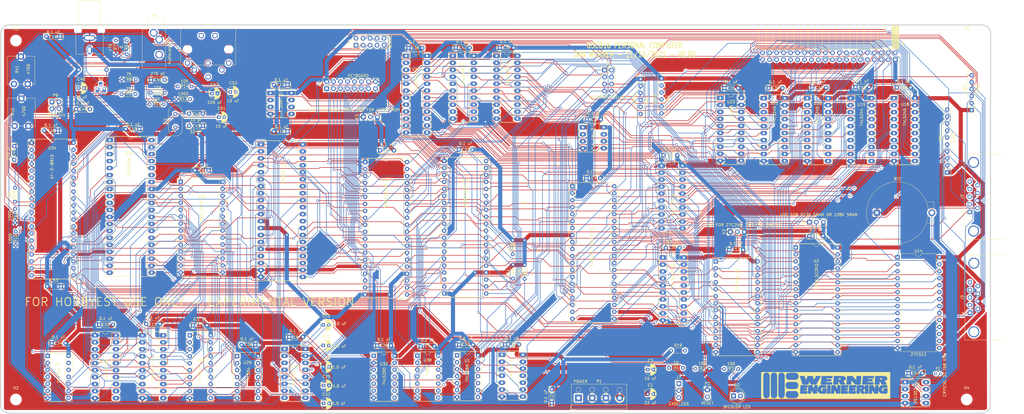
<source format=kicad_pcb>
(kicad_pcb (version 20171130) (host pcbnew "(5.1.5)-3")
  (title_block (date "20 jan 2013"))
  (layers (0 Component signal) (31 Copper signal) (34 B.Paste user) (35 F.Paste user) (36 B.SilkS user) (37 F.SilkS user) (38 B.Mask user) (39 F.Mask user) (44 Edge.Cuts user))
  (net 0 "")
  (net 1 GND)
  (net 2 VCC)
  (net 3 "Net-(C3-Pad1)")
  (net 4 "Net-(C13-Pad1)")
  (net 5 "Net-(C13-Pad2)")
  (net 6 "Net-(C22-Pad1)")
  (net 7 "Net-(D2-Pad2)")
  (net 8 "Net-(K1-Pad2)")
  (net 9 "Net-(K2-Pad2)")
  (net 10 "Net-(U1-Pad9)")
  (net 11 "Net-(U1-Pad13)")
  (net 12 "Net-(U10-Pad15)")
  (net 13 "Net-(C22-Pad2)")
  (net 14 "Net-(C25-Pad1)")
  (net 15 "Net-(C32-Pad1)")
  (net 16 "Net-(C43-Pad1)")
  (net 17 "Net-(C44-Pad1)")
  (net 18 "Net-(C46-Pad1)")
  (net 19 /Video/COMVID)
  (net 20 "Net-(C47-Pad1)")
  (net 21 "Net-(C49-Pad2)")
  (net 22 "Net-(C50-Pad1)")
  (net 23 B_INT)
  (net 24 V_INT)
  (net 25 VIA2_INT)
  (net 26 VIA1_INT)
  (net 27 "Net-(J1-Pad1)")
  (net 28 P1_B)
  (net 29 P1_A)
  (net 30 P1_R)
  (net 31 P1_L)
  (net 32 P1_D)
  (net 33 P1_U)
  (net 34 P2_B)
  (net 35 P2_A)
  (net 36 P2_R)
  (net 37 P2_L)
  (net 38 P2_D)
  (net 39 P2_U)
  (net 40 "Net-(J4-Pad3)")
  (net 41 SERSRQ)
  (net 42 SERCLKIN)
  (net 43 SERDATAIN)
  (net 44 COLUMN1)
  (net 45 COLUMN0)
  (net 46 USERA_2)
  (net 47 USERA_3)
  (net 48 USERA_4)
  (net 49 USERA_5)
  (net 50 USERA_6)
  (net 51 USERCA_2)
  (net 52 USERB_7)
  (net 53 USERB_6)
  (net 54 USERB_5)
  (net 55 USERB_4)
  (net 56 USERB_3)
  (net 57 USERB_2)
  (net 58 USERB_1)
  (net 59 USERB_0)
  (net 60 LED_1)
  (net 61 LED_2)
  (net 62 "Net-(P2-Pad2)")
  (net 63 CLK_CPU)
  (net 64 CLK_UART)
  (net 65 CTS)
  (net 66 TX)
  (net 67 RTS)
  (net 68 RX)
  (net 69 "Net-(P9-Pad2)")
  (net 70 "Net-(P9-Pad3)")
  (net 71 "Net-(P9-Pad1)")
  (net 72 "Net-(Q2-Pad1)")
  (net 73 "Net-(Q2-Pad2)")
  (net 74 EMU)
  (net 75 COMP_VID)
  (net 76 ABORT)
  (net 77 NMI)
  (net 78 INT)
  (net 79 B_BUSRQ)
  (net 80 B_NMI)
  (net 81 B_WAIT)
  (net 82 VRAM_BANK)
  (net 83 UART_INT)
  (net 84 RW)
  (net 85 D2)
  (net 86 D1)
  (net 87 WR)
  (net 88 D0)
  (net 89 A13)
  (net 90 A0)
  (net 91 A8)
  (net 92 A1)
  (net 93 A9)
  (net 94 A2)
  (net 95 A11)
  (net 96 A3)
  (net 97 RD)
  (net 98 A4)
  (net 99 A10)
  (net 100 A5)
  (net 101 CS_RAM)
  (net 102 A6)
  (net 103 D7)
  (net 104 A7)
  (net 105 D6)
  (net 106 A12)
  (net 107 D5)
  (net 108 A14)
  (net 109 D4)
  (net 110 D3)
  (net 111 RESET)
  (net 112 VDA)
  (net 113 BUSRQ)
  (net 114 AD0)
  (net 115 AD1)
  (net 116 AD2)
  (net 117 AD3)
  (net 118 AD4)
  (net 119 AD5)
  (net 120 AD6)
  (net 121 VPA)
  (net 122 AD7)
  (net 123 A15)
  (net 124 ML)
  (net 125 WAIT)
  (net 126 VP)
  (net 127 CS_ROM)
  (net 128 A23)
  (net 129 A19)
  (net 130 A22)
  (net 131 A18)
  (net 132 A21)
  (net 133 A17)
  (net 134 A20)
  (net 135 A16)
  (net 136 CTS_TTL)
  (net 137 CS_UART)
  (net 138 RTS_TTL)
  (net 139 SOUT_TTL)
  (net 140 SIN_TTL)
  (net 141 "Net-(U12-Pad3)")
  (net 142 "Net-(U12-Pad2)")
  (net 143 CS_VDP)
  (net 144 CS_VIA1)
  (net 145 CS_VIA2)
  (net 146 IO)
  (net 147 BUS)
  (net 148 BUSAK)
  (net 149 DATA_DIR)
  (net 150 CLK_AUDIO)
  (net 151 VDPRD)
  (net 152 VDPWR)
  (net 153 VD0)
  (net 154 VD1)
  (net 155 VRW)
  (net 156 VD2)
  (net 157 VAD0)
  (net 158 VD3)
  (net 159 VAD1)
  (net 160 VD4)
  (net 161 VAD2)
  (net 162 VD5)
  (net 163 VAD3)
  (net 164 VD6)
  (net 165 VAD4)
  (net 166 VD7)
  (net 167 VAD5)
  (net 168 VAD6)
  (net 169 VAD7)
  (net 170 VCAS)
  (net 171 VRAS)
  (net 172 "Net-(U26-Pad19)")
  (net 173 "Net-(U26-Pad18)")
  (net 174 "Net-(U26-Pad17)")
  (net 175 "Net-(U26-Pad16)")
  (net 176 "Net-(U26-Pad15)")
  (net 177 "Net-(U26-Pad14)")
  (net 178 "Net-(U26-Pad13)")
  (net 179 VROW)
  (net 180 "Net-(U27-Pad19)")
  (net 181 "Net-(U27-Pad18)")
  (net 182 "Net-(U27-Pad17)")
  (net 183 "Net-(U27-Pad16)")
  (net 184 "Net-(U27-Pad15)")
  (net 185 "Net-(U27-Pad14)")
  (net 186 "Net-(U27-Pad13)")
  (net 187 VCOL)
  (net 188 VRD)
  (net 189 "Net-(U29-Pad10)")
  (net 190 "Net-(U29-Pad11)")
  (net 191 "Net-(U32-Pad3)")
  (net 192 SERATNOUT)
  (net 193 SERCLKOUT)
  (net 194 SERDATAOUT)
  (net 195 KB_GRAPH_LED)
  (net 196 KB_CAPS_LED)
  (net 197 ROWD)
  (net 198 ROWC)
  (net 199 ROWB)
  (net 200 ROWA)
  (net 201 COLUMN7)
  (net 202 COLUMN6)
  (net 203 COLUMN5)
  (net 204 COLUMN4)
  (net 205 COLUMN3)
  (net 206 COLUMN2)
  (net 207 "Net-(C51-Pad2)")
  (net 208 "Net-(C52-Pad2)")
  (net 209 B_A16)
  (net 210 B_A17)
  (net 211 B_A18)
  (net 212 B_A19)
  (net 213 B_A20)
  (net 214 B_A21)
  (net 215 B_A22)
  (net 216 B_A23)
  (net 217 B_CLK_CPU)
  (net 218 B_A0)
  (net 219 B_A1)
  (net 220 B_A2)
  (net 221 B_A3)
  (net 222 B_A4)
  (net 223 B_A5)
  (net 224 B_A6)
  (net 225 B_A7)
  (net 226 B_A8)
  (net 227 B_A9)
  (net 228 B_A10)
  (net 229 B_A11)
  (net 230 B_A12)
  (net 231 B_A13)
  (net 232 B_A14)
  (net 233 B_A15)
  (net 234 B_D7)
  (net 235 B_D6)
  (net 236 B_D5)
  (net 237 B_D4)
  (net 238 B_D3)
  (net 239 B_D2)
  (net 240 B_D1)
  (net 241 B_D0)
  (net 242 "Net-(BT2-Pad1)")
  (net 243 LED_ANODE)
  (net 244 "Net-(K3-Pad2)")
  (net 245 URESET)
  (net 246 "Net-(U7-Pad6)")
  (net 247 N_EMU)
  (net 248 B_RW)
  (net 249 O1_ROM)
  (module logo:we_small_neg (layer Component) (at 327.125 201)
    (fp_text reference G*** hide)
    (fp_text value LOGO hide)
  )
  (module Connector_PinHeader_2.54mm:PinHeader_2x05_P2.54mm_Vertical (layer Component) (at 156.325 77.1 90)
    (fp_text reference P5 (at 1.27 -2.33 -90) (layer F.SilkS))
    (fp_text value SERIAL (at 1.27 12.49 -90) (layer F.SilkS))
    (pad 10 thru_hole oval (at 2.54 10.16 90) (size 1.7 1.7) (drill 1) (layers *.Cu *.Mask))
    (pad 9 thru_hole oval (at 0 10.16 90) (size 1.7 1.7) (drill 1) (layers *.Cu *.Mask) (net 1 GND))
    (pad 8 thru_hole oval (at 2.54 7.62 90) (size 1.7 1.7) (drill 1) (layers *.Cu *.Mask))
    (pad 7 thru_hole oval (at 0 7.62 90) (size 1.7 1.7) (drill 1) (layers *.Cu *.Mask))
    (pad 6 thru_hole oval (at 2.54 5.08 90) (size 1.7 1.7) (drill 1) (layers *.Cu *.Mask) (net 65 CTS))
    (pad 5 thru_hole oval (at 0 5.08 90) (size 1.7 1.7) (drill 1) (layers *.Cu *.Mask) (net 66 TX))
    (pad 4 thru_hole oval (at 2.54 2.54 90) (size 1.7 1.7) (drill 1) (layers *.Cu *.Mask) (net 67 RTS))
    (pad 3 thru_hole oval (at 0 2.54 90) (size 1.7 1.7) (drill 1) (layers *.Cu *.Mask) (net 68 RX))
    (pad 2 thru_hole oval (at 2.54 0 90) (size 1.7 1.7) (drill 1) (layers *.Cu *.Mask))
    (pad 1 thru_hole rect (at 0 0 90) (size 1.7 1.7) (drill 1) (layers *.Cu *.Mask))
  )
  (module Capacitor_THT:C_Rect_L7.0mm_W2.0mm_P5.00mm (layer Component) (at 43.975 164.9)
    (fp_text reference C53 (at 2.5 -2.25) (layer F.SilkS))
    (fp_text value "0.1 uF")
    (pad 2 thru_hole circle (at 5 0) (size 1.6 1.6) (drill 0.8) (layers *.Cu *.Mask) (net 1 GND))
    (pad 1 thru_hole circle (at 0 0) (size 1.6 1.6) (drill 0.8) (layers *.Cu *.Mask) (net 2 VCC))
  )
  (module Connector_PinSocket_2.54mm:PinSocket_2x20_P2.54mm_Horizontal (layer Component) (at 352.45 82.35 270)
    (fp_text reference J6 (at -5.65 -2.77 90) (layer F.SilkS))
    (fp_text value "expansion port")
    (pad 40 thru_hole oval (at -2.54 48.26 270) (size 1.7 1.7) (drill 1) (layers *.Cu *.Mask) (net 248 B_RW))
    (pad 39 thru_hole oval (at 0 48.26 270) (size 1.7 1.7) (drill 1) (layers *.Cu *.Mask) (net 1 GND))
    (pad 38 thru_hole oval (at -2.54 45.72 270) (size 1.7 1.7) (drill 1) (layers *.Cu *.Mask) (net 211 B_A18))
    (pad 37 thru_hole oval (at 0 45.72 270) (size 1.7 1.7) (drill 1) (layers *.Cu *.Mask) (net 210 B_A17))
    (pad 36 thru_hole oval (at -2.54 43.18 270) (size 1.7 1.7) (drill 1) (layers *.Cu *.Mask) (net 212 B_A19))
    (pad 35 thru_hole oval (at 0 43.18 270) (size 1.7 1.7) (drill 1) (layers *.Cu *.Mask) (net 209 B_A16))
    (pad 34 thru_hole oval (at -2.54 40.64 270) (size 1.7 1.7) (drill 1) (layers *.Cu *.Mask) (net 213 B_A20))
    (pad 33 thru_hole oval (at 0 40.64 270) (size 1.7 1.7) (drill 1) (layers *.Cu *.Mask) (net 233 B_A15))
    (pad 32 thru_hole oval (at -2.54 38.1 270) (size 1.7 1.7) (drill 1) (layers *.Cu *.Mask) (net 214 B_A21))
    (pad 31 thru_hole oval (at 0 38.1 270) (size 1.7 1.7) (drill 1) (layers *.Cu *.Mask) (net 232 B_A14))
    (pad 30 thru_hole oval (at -2.54 35.56 270) (size 1.7 1.7) (drill 1) (layers *.Cu *.Mask) (net 215 B_A22))
    (pad 29 thru_hole oval (at 0 35.56 270) (size 1.7 1.7) (drill 1) (layers *.Cu *.Mask) (net 231 B_A13))
    (pad 28 thru_hole oval (at -2.54 33.02 270) (size 1.7 1.7) (drill 1) (layers *.Cu *.Mask) (net 216 B_A23))
    (pad 27 thru_hole oval (at 0 33.02 270) (size 1.7 1.7) (drill 1) (layers *.Cu *.Mask) (net 230 B_A12))
    (pad 26 thru_hole oval (at -2.54 30.48 270) (size 1.7 1.7) (drill 1) (layers *.Cu *.Mask) (net 241 B_D0))
    (pad 25 thru_hole oval (at 0 30.48 270) (size 1.7 1.7) (drill 1) (layers *.Cu *.Mask) (net 229 B_A11))
    (pad 24 thru_hole oval (at -2.54 27.94 270) (size 1.7 1.7) (drill 1) (layers *.Cu *.Mask) (net 240 B_D1))
    (pad 23 thru_hole oval (at 0 27.94 270) (size 1.7 1.7) (drill 1) (layers *.Cu *.Mask) (net 228 B_A10))
    (pad 22 thru_hole oval (at -2.54 25.4 270) (size 1.7 1.7) (drill 1) (layers *.Cu *.Mask) (net 239 B_D2))
    (pad 21 thru_hole oval (at 0 25.4 270) (size 1.7 1.7) (drill 1) (layers *.Cu *.Mask) (net 227 B_A9))
    (pad 20 thru_hole oval (at -2.54 22.86 270) (size 1.7 1.7) (drill 1) (layers *.Cu *.Mask) (net 238 B_D3))
    (pad 19 thru_hole oval (at 0 22.86 270) (size 1.7 1.7) (drill 1) (layers *.Cu *.Mask) (net 226 B_A8))
    (pad 18 thru_hole oval (at -2.54 20.32 270) (size 1.7 1.7) (drill 1) (layers *.Cu *.Mask) (net 237 B_D4))
    (pad 17 thru_hole oval (at 0 20.32 270) (size 1.7 1.7) (drill 1) (layers *.Cu *.Mask) (net 225 B_A7))
    (pad 16 thru_hole oval (at -2.54 17.78 270) (size 1.7 1.7) (drill 1) (layers *.Cu *.Mask) (net 236 B_D5))
    (pad 15 thru_hole oval (at 0 17.78 270) (size 1.7 1.7) (drill 1) (layers *.Cu *.Mask) (net 224 B_A6))
    (pad 14 thru_hole oval (at -2.54 15.24 270) (size 1.7 1.7) (drill 1) (layers *.Cu *.Mask) (net 235 B_D6))
    (pad 13 thru_hole oval (at 0 15.24 270) (size 1.7 1.7) (drill 1) (layers *.Cu *.Mask) (net 223 B_A5))
    (pad 12 thru_hole oval (at -2.54 12.7 270) (size 1.7 1.7) (drill 1) (layers *.Cu *.Mask) (net 234 B_D7))
    (pad 11 thru_hole oval (at 0 12.7 270) (size 1.7 1.7) (drill 1) (layers *.Cu *.Mask) (net 222 B_A4))
    (pad 10 thru_hole oval (at -2.54 10.16 270) (size 1.7 1.7) (drill 1) (layers *.Cu *.Mask) (net 23 B_INT))
    (pad 9 thru_hole oval (at 0 10.16 270) (size 1.7 1.7) (drill 1) (layers *.Cu *.Mask) (net 221 B_A3))
    (pad 8 thru_hole oval (at -2.54 7.62 270) (size 1.7 1.7) (drill 1) (layers *.Cu *.Mask) (net 81 B_WAIT))
    (pad 7 thru_hole oval (at 0 7.62 270) (size 1.7 1.7) (drill 1) (layers *.Cu *.Mask) (net 220 B_A2))
    (pad 6 thru_hole oval (at -2.54 5.08 270) (size 1.7 1.7) (drill 1) (layers *.Cu *.Mask) (net 80 B_NMI))
    (pad 5 thru_hole oval (at 0 5.08 270) (size 1.7 1.7) (drill 1) (layers *.Cu *.Mask) (net 219 B_A1))
    (pad 4 thru_hole oval (at -2.54 2.54 270) (size 1.7 1.7) (drill 1) (layers *.Cu *.Mask) (net 217 B_CLK_CPU))
    (pad 3 thru_hole oval (at 0 2.54 270) (size 1.7 1.7) (drill 1) (layers *.Cu *.Mask) (net 218 B_A0))
    (pad 2 thru_hole oval (at -2.54 0 270) (size 1.7 1.7) (drill 1) (layers *.Cu *.Mask) (net 111 RESET))
    (pad 1 thru_hole rect (at 0 0 270) (size 1.7 1.7) (drill 1) (layers *.Cu *.Mask) (net 2 VCC))
  )
  (module Package_DIP:DIP-28_W15.24mm (layer Component) (at 353.24 154.31)
    (fp_text reference U14 (at 7.62 -2.33) (layer F.SilkS))
    (fp_text value 27C512 (at 7.62 35.35) (layer F.SilkS))
    (pad 28 thru_hole oval (at 15.24 0) (size 1.6 1.6) (drill 0.8) (layers *.Cu *.Mask) (net 2 VCC))
    (pad 14 thru_hole oval (at 0 33.02) (size 1.6 1.6) (drill 0.8) (layers *.Cu *.Mask) (net 1 GND))
    (pad 27 thru_hole oval (at 15.24 2.54) (size 1.6 1.6) (drill 0.8) (layers *.Cu *.Mask) (net 108 A14))
    (pad 13 thru_hole oval (at 0 30.48) (size 1.6 1.6) (drill 0.8) (layers *.Cu *.Mask) (net 85 D2))
    (pad 26 thru_hole oval (at 15.24 5.08) (size 1.6 1.6) (drill 0.8) (layers *.Cu *.Mask) (net 89 A13))
    (pad 12 thru_hole oval (at 0 27.94) (size 1.6 1.6) (drill 0.8) (layers *.Cu *.Mask) (net 86 D1))
    (pad 25 thru_hole oval (at 15.24 7.62) (size 1.6 1.6) (drill 0.8) (layers *.Cu *.Mask) (net 91 A8))
    (pad 11 thru_hole oval (at 0 25.4) (size 1.6 1.6) (drill 0.8) (layers *.Cu *.Mask) (net 88 D0))
    (pad 24 thru_hole oval (at 15.24 10.16) (size 1.6 1.6) (drill 0.8) (layers *.Cu *.Mask) (net 93 A9))
    (pad 10 thru_hole oval (at 0 22.86) (size 1.6 1.6) (drill 0.8) (layers *.Cu *.Mask) (net 90 A0))
    (pad 23 thru_hole oval (at 15.24 12.7) (size 1.6 1.6) (drill 0.8) (layers *.Cu *.Mask) (net 95 A11))
    (pad 9 thru_hole oval (at 0 20.32) (size 1.6 1.6) (drill 0.8) (layers *.Cu *.Mask) (net 92 A1))
    (pad 22 thru_hole oval (at 15.24 15.24) (size 1.6 1.6) (drill 0.8) (layers *.Cu *.Mask) (net 97 RD))
    (pad 8 thru_hole oval (at 0 17.78) (size 1.6 1.6) (drill 0.8) (layers *.Cu *.Mask) (net 94 A2))
    (pad 21 thru_hole oval (at 15.24 17.78) (size 1.6 1.6) (drill 0.8) (layers *.Cu *.Mask) (net 99 A10))
    (pad 7 thru_hole oval (at 0 15.24) (size 1.6 1.6) (drill 0.8) (layers *.Cu *.Mask) (net 96 A3))
    (pad 20 thru_hole oval (at 15.24 20.32) (size 1.6 1.6) (drill 0.8) (layers *.Cu *.Mask) (net 249 O1_ROM))
    (pad 6 thru_hole oval (at 0 12.7) (size 1.6 1.6) (drill 0.8) (layers *.Cu *.Mask) (net 98 A4))
    (pad 19 thru_hole oval (at 15.24 22.86) (size 1.6 1.6) (drill 0.8) (layers *.Cu *.Mask) (net 103 D7))
    (pad 5 thru_hole oval (at 0 10.16) (size 1.6 1.6) (drill 0.8) (layers *.Cu *.Mask) (net 100 A5))
    (pad 18 thru_hole oval (at 15.24 25.4) (size 1.6 1.6) (drill 0.8) (layers *.Cu *.Mask) (net 105 D6))
    (pad 4 thru_hole oval (at 0 7.62) (size 1.6 1.6) (drill 0.8) (layers *.Cu *.Mask) (net 102 A6))
    (pad 17 thru_hole oval (at 15.24 27.94) (size 1.6 1.6) (drill 0.8) (layers *.Cu *.Mask) (net 107 D5))
    (pad 3 thru_hole oval (at 0 5.08) (size 1.6 1.6) (drill 0.8) (layers *.Cu *.Mask) (net 104 A7))
    (pad 16 thru_hole oval (at 15.24 30.48) (size 1.6 1.6) (drill 0.8) (layers *.Cu *.Mask) (net 109 D4))
    (pad 2 thru_hole oval (at 0 2.54) (size 1.6 1.6) (drill 0.8) (layers *.Cu *.Mask) (net 106 A12))
    (pad 15 thru_hole oval (at 15.24 33.02) (size 1.6 1.6) (drill 0.8) (layers *.Cu *.Mask) (net 110 D3))
    (pad 1 thru_hole rect (at 0 0) (size 1.6 1.6) (drill 0.8) (layers *.Cu *.Mask) (net 123 A15))
  )
  (module Resistor_THT:R_Axial_DIN0204_L3.6mm_D1.6mm_P5.08mm_Horizontal (layer Component) (at 270.87 188.3)
    (fp_text reference R19 (at 2.54 -1.92) (layer F.SilkS))
    (fp_text value 1K)
    (pad 2 thru_hole oval (at 5.08 0) (size 1.4 1.4) (drill 0.7) (layers *.Cu *.Mask) (net 111 RESET))
    (pad 1 thru_hole circle (at 0 0) (size 1.4 1.4) (drill 0.7) (layers *.Cu *.Mask) (net 2 VCC))
  )
  (module Package_DIP:DIP-14_W7.62mm_Socket (layer Component) (at 178.6 190.16)
    (fp_text reference U38 (at 3.7 1.62) (layer F.SilkS))
    (fp_text value 7406 (at 3.63 5.64 90) (layer F.SilkS))
    (pad 14 thru_hole oval (at 7.62 0) (size 1.6 1.6) (drill 0.8) (layers *.Cu *.Mask) (net 2 VCC))
    (pad 7 thru_hole oval (at 0 15.24) (size 1.6 1.6) (drill 0.8) (layers *.Cu *.Mask) (net 1 GND))
    (pad 13 thru_hole oval (at 7.62 2.54) (size 1.6 1.6) (drill 0.8) (layers *.Cu *.Mask))
    (pad 6 thru_hole oval (at 0 12.7) (size 1.6 1.6) (drill 0.8) (layers *.Cu *.Mask) (net 40 "Net-(J4-Pad3)"))
    (pad 12 thru_hole oval (at 7.62 5.08) (size 1.6 1.6) (drill 0.8) (layers *.Cu *.Mask))
    (pad 5 thru_hole oval (at 0 10.16) (size 1.6 1.6) (drill 0.8) (layers *.Cu *.Mask) (net 192 SERATNOUT))
    (pad 11 thru_hole oval (at 7.62 7.62) (size 1.6 1.6) (drill 0.8) (layers *.Cu *.Mask))
    (pad 4 thru_hole oval (at 0 7.62) (size 1.6 1.6) (drill 0.8) (layers *.Cu *.Mask) (net 42 SERCLKIN))
    (pad 10 thru_hole oval (at 7.62 10.16) (size 1.6 1.6) (drill 0.8) (layers *.Cu *.Mask))
    (pad 3 thru_hole oval (at 0 5.08) (size 1.6 1.6) (drill 0.8) (layers *.Cu *.Mask) (net 193 SERCLKOUT))
    (pad 9 thru_hole oval (at 7.62 12.7) (size 1.6 1.6) (drill 0.8) (layers *.Cu *.Mask))
    (pad 2 thru_hole oval (at 0 2.54) (size 1.6 1.6) (drill 0.8) (layers *.Cu *.Mask) (net 43 SERDATAIN))
    (pad 8 thru_hole oval (at 7.62 15.24) (size 1.6 1.6) (drill 0.8) (layers *.Cu *.Mask))
    (pad 1 thru_hole rect (at 0 0) (size 1.6 1.6) (drill 0.8) (layers *.Cu *.Mask) (net 194 SERDATAOUT))
  )
  (module Package_DIP:DIP-14_W7.62mm_Socket (layer Component) (at 162.72 190.19)
    (fp_text reference U32 (at 3.67 2.97) (layer F.SilkS))
    (fp_text value 74LS393 (at 3.82 7.46 90) (layer F.SilkS))
    (pad 14 thru_hole oval (at 7.62 0) (size 1.6 1.6) (drill 0.8) (layers *.Cu *.Mask) (net 2 VCC))
    (pad 7 thru_hole oval (at 0 15.24) (size 1.6 1.6) (drill 0.8) (layers *.Cu *.Mask) (net 1 GND))
    (pad 13 thru_hole oval (at 7.62 2.54) (size 1.6 1.6) (drill 0.8) (layers *.Cu *.Mask))
    (pad 6 thru_hole oval (at 0 12.7) (size 1.6 1.6) (drill 0.8) (layers *.Cu *.Mask))
    (pad 12 thru_hole oval (at 7.62 5.08) (size 1.6 1.6) (drill 0.8) (layers *.Cu *.Mask))
    (pad 5 thru_hole oval (at 0 10.16) (size 1.6 1.6) (drill 0.8) (layers *.Cu *.Mask))
    (pad 11 thru_hole oval (at 7.62 7.62) (size 1.6 1.6) (drill 0.8) (layers *.Cu *.Mask))
    (pad 4 thru_hole oval (at 0 7.62) (size 1.6 1.6) (drill 0.8) (layers *.Cu *.Mask))
    (pad 10 thru_hole oval (at 7.62 10.16) (size 1.6 1.6) (drill 0.8) (layers *.Cu *.Mask))
    (pad 3 thru_hole oval (at 0 5.08) (size 1.6 1.6) (drill 0.8) (layers *.Cu *.Mask) (net 191 "Net-(U32-Pad3)"))
    (pad 9 thru_hole oval (at 7.62 12.7) (size 1.6 1.6) (drill 0.8) (layers *.Cu *.Mask))
    (pad 2 thru_hole oval (at 0 2.54) (size 1.6 1.6) (drill 0.8) (layers *.Cu *.Mask) (net 1 GND))
    (pad 8 thru_hole oval (at 7.62 15.24) (size 1.6 1.6) (drill 0.8) (layers *.Cu *.Mask))
    (pad 1 thru_hole rect (at 0 0) (size 1.6 1.6) (drill 0.8) (layers *.Cu *.Mask) (net 150 CLK_AUDIO))
  )
  (module Package_DIP:DIP-14_W7.62mm_Socket (layer Component) (at 113.058 190.32)
    (fp_text reference U29 (at 3.75 2.35) (layer F.SilkS))
    (fp_text value 74LS04 (at 4.11 6.85 90) (layer F.SilkS))
    (pad 14 thru_hole oval (at 7.62 0) (size 1.6 1.6) (drill 0.8) (layers *.Cu *.Mask) (net 2 VCC))
    (pad 7 thru_hole oval (at 0 15.24) (size 1.6 1.6) (drill 0.8) (layers *.Cu *.Mask) (net 1 GND))
    (pad 13 thru_hole oval (at 7.62 2.54) (size 1.6 1.6) (drill 0.8) (layers *.Cu *.Mask) (net 189 "Net-(U29-Pad10)"))
    (pad 6 thru_hole oval (at 0 12.7) (size 1.6 1.6) (drill 0.8) (layers *.Cu *.Mask) (net 179 VROW))
    (pad 12 thru_hole oval (at 7.62 5.08) (size 1.6 1.6) (drill 0.8) (layers *.Cu *.Mask) (net 187 VCOL))
    (pad 5 thru_hole oval (at 0 10.16) (size 1.6 1.6) (drill 0.8) (layers *.Cu *.Mask) (net 171 VRAS))
    (pad 11 thru_hole oval (at 7.62 7.62) (size 1.6 1.6) (drill 0.8) (layers *.Cu *.Mask) (net 190 "Net-(U29-Pad11)"))
    (pad 4 thru_hole oval (at 0 7.62) (size 1.6 1.6) (drill 0.8) (layers *.Cu *.Mask) (net 188 VRD))
    (pad 10 thru_hole oval (at 7.62 10.16) (size 1.6 1.6) (drill 0.8) (layers *.Cu *.Mask) (net 189 "Net-(U29-Pad10)"))
    (pad 3 thru_hole oval (at 0 5.08) (size 1.6 1.6) (drill 0.8) (layers *.Cu *.Mask) (net 155 VRW))
    (pad 9 thru_hole oval (at 7.62 12.7) (size 1.6 1.6) (drill 0.8) (layers *.Cu *.Mask) (net 170 VCAS))
    (pad 2 thru_hole oval (at 0 2.54) (size 1.6 1.6) (drill 0.8) (layers *.Cu *.Mask))
    (pad 8 thru_hole oval (at 7.62 15.24) (size 1.6 1.6) (drill 0.8) (layers *.Cu *.Mask) (net 190 "Net-(U29-Pad11)"))
    (pad 1 thru_hole rect (at 0 0) (size 1.6 1.6) (drill 0.8) (layers *.Cu *.Mask))
  )
  (module TerminalBlock_RND:TerminalBlock_RND_205-00003_1x04_P5.00mm_Horizontal (layer Component) (at 237.19 205.56)
    (fp_text reference P1 (at 7.5 -6.06) (layer F.SilkS))
    (fp_text value POWER (at 0.77 -6.01) (layer F.SilkS))
    (pad 4 thru_hole circle (at 15 0) (size 2.5 2.5) (drill 1.3) (layers *.Cu *.Mask) (net 2 VCC))
    (pad 3 thru_hole circle (at 10 0) (size 2.5 2.5) (drill 1.3) (layers *.Cu *.Mask) (net 1 GND))
    (pad 2 thru_hole circle (at 5 0) (size 2.5 2.5) (drill 1.3) (layers *.Cu *.Mask) (net 1 GND))
    (pad 1 thru_hole rect (at 0 0) (size 2.5 2.5) (drill 1.3) (layers *.Cu *.Mask))
  )
  (module Connector_PinHeader_2.54mm:PinHeader_1x03_P2.54mm_Vertical (layer Component) (at 158.99 103.19 90)
    (fp_text reference K3 (at 0 -2.33 90) (layer F.SilkS))
    (fp_text value "1&2 FOR SMALL ROM, 2&3 FOR LARGE ROM " (at 2.58 -3.11 180) (layer F.SilkS))
    (pad 3 thru_hole oval (at 0 5.08 90) (size 1.7 1.7) (drill 1) (layers *.Cu *.Mask) (net 2 VCC))
    (pad 2 thru_hole oval (at 0 2.54 90) (size 1.7 1.7) (drill 1) (layers *.Cu *.Mask) (net 244 "Net-(K3-Pad2)"))
    (pad 1 thru_hole rect (at 0 0 90) (size 1.7 1.7) (drill 1) (layers *.Cu *.Mask) (net 1 GND))
  )
  (module homecomputer2:PinHeader_2x08_P2.54mm_Vertical_FIXED (layer Component) (at 145.6 92.9 90)
    (fp_text reference J5 (at 1.27 -2.33 90) (layer F.SilkS))
    (fp_text value KEYBOARD (at 4.72 11.54 180) (layer F.SilkS))
    (pad 9 thru_hole oval (at 2.54 17.78 90) (size 1.7 1.7) (drill 1) (layers *.Cu *.Mask) (net 1 GND))
    (pad 8 thru_hole oval (at 0 17.78 90) (size 1.7 1.7) (drill 1) (layers *.Cu *.Mask) (net 201 COLUMN7))
    (pad 10 thru_hole oval (at 2.54 15.24 90) (size 1.7 1.7) (drill 1) (layers *.Cu *.Mask) (net 195 KB_GRAPH_LED))
    (pad 7 thru_hole oval (at 0 15.24 90) (size 1.7 1.7) (drill 1) (layers *.Cu *.Mask) (net 202 COLUMN6))
    (pad 11 thru_hole oval (at 2.54 12.7 90) (size 1.7 1.7) (drill 1) (layers *.Cu *.Mask) (net 196 KB_CAPS_LED))
    (pad 6 thru_hole oval (at 0 12.7 90) (size 1.7 1.7) (drill 1) (layers *.Cu *.Mask) (net 203 COLUMN5))
    (pad 12 thru_hole oval (at 2.54 10.16 90) (size 1.7 1.7) (drill 1) (layers *.Cu *.Mask) (net 197 ROWD))
    (pad 5 thru_hole oval (at 0 10.16 90) (size 1.7 1.7) (drill 1) (layers *.Cu *.Mask) (net 204 COLUMN4))
    (pad 13 thru_hole oval (at 2.54 7.62 90) (size 1.7 1.7) (drill 1) (layers *.Cu *.Mask) (net 198 ROWC))
    (pad 4 thru_hole oval (at 0 7.62 90) (size 1.7 1.7) (drill 1) (layers *.Cu *.Mask) (net 205 COLUMN3))
    (pad 14 thru_hole oval (at 2.54 5.08 90) (size 1.7 1.7) (drill 1) (layers *.Cu *.Mask) (net 199 ROWB))
    (pad 3 thru_hole oval (at 0 5.08 90) (size 1.7 1.7) (drill 1) (layers *.Cu *.Mask) (net 206 COLUMN2))
    (pad 15 thru_hole oval (at 2.54 2.54 90) (size 1.7 1.7) (drill 1) (layers *.Cu *.Mask) (net 200 ROWA))
    (pad 2 thru_hole oval (at 0 2.54 90) (size 1.7 1.7) (drill 1) (layers *.Cu *.Mask) (net 44 COLUMN1))
    (pad 16 thru_hole oval (at 2.54 0 90) (size 1.7 1.7) (drill 1) (layers *.Cu *.Mask) (net 2 VCC))
    (pad 1 thru_hole rect (at 0 0 90) (size 1.7 1.7) (drill 1) (layers *.Cu *.Mask) (net 45 COLUMN0))
  )
  (module MountingHole:MountingHole_3.2mm_M3 (layer Component) (at 217.2 138.7)
    (fp_text reference H6 (at 0 -4.2) (layer F.SilkS))
    (fp_text value MountingHole)
    (pad 1 np_thru_hole circle (at 0 0) (size 3.2 3.2) (drill 3.2) (layers *.Cu *.Mask))
  )
  (module MountingHole:MountingHole_3.2mm_M3 (layer Component) (at 378.4 75.4)
    (fp_text reference H5 (at 0 -4.2) (layer F.SilkS))
    (fp_text value MountingHole)
    (pad 1 np_thru_hole circle (at 0 0) (size 3.2 3.2) (drill 3.2) (layers *.Cu *.Mask))
  )
  (module MountingHole:MountingHole_3.2mm_M3 (layer Component) (at 378.4 206.1)
    (fp_text reference H4 (at 0 -4.2) (layer F.SilkS))
    (fp_text value MountingHole)
    (pad 1 np_thru_hole circle (at 0 0) (size 3.2 3.2) (drill 3.2) (layers *.Cu *.Mask))
  )
  (module MountingHole:MountingHole_3.2mm_M3 (layer Component) (at 32.6 206.1)
    (fp_text reference H2 (at 0 -4.2) (layer F.SilkS))
    (fp_text value MountingHole)
    (pad 1 np_thru_hole circle (at 0 0) (size 3.2 3.2) (drill 3.2) (layers *.Cu *.Mask))
  )
  (module MountingHole:MountingHole_3.2mm_M3 (layer Component) (at 32.6 75.4)
    (fp_text reference H1 (at 0 -4.2) (layer F.SilkS))
    (fp_text value MountingHole)
    (pad 1 np_thru_hole circle (at 0 0) (size 3.2 3.2) (drill 3.2) (layers *.Cu *.Mask))
  )
  (module homecomputer2:Battery_Holder_Coin_2032_BS-7_FIXED (layer Component) (at 345.725 138.075)
    (fp_text reference BT2 (at 7.52856 -12.3063) (layer F.SilkS))
    (fp_text value Battery_Cell)
    (pad 1 thru_hole circle (at 20 0) (size 2.5 2.5) (drill 1.5) (layers *.Cu *.Mask) (net 242 "Net-(BT2-Pad1)"))
    (pad 2 thru_hole rect (at 0 0) (size 2.17 2.17) (drill 1.17) (layers *.Cu *.Mask) (net 1 GND))
  )
  (module Connector_Audio:Jack_3.5mm_CUI_SJ1-3533NG_Horizontal_CircularHoles (layer Component) (at 82.7 72.6)
    (fp_text reference J9 (at 0.1 -6.45) (layer F.SilkS))
    (fp_text value AudioJack3 (at 5.72 7.32 90) (layer F.SilkS))
    (pad R thru_hole circle (at 2 7.9) (size 2.8 2.8) (drill 2) (layers *.Cu *.Mask) (net 208 "Net-(C52-Pad2)"))
    (pad T thru_hole circle (at 2 2.4) (size 2.8 2.8) (drill 2) (layers *.Cu *.Mask) (net 1 GND))
    (pad S thru_hole circle (at 0 0) (size 2.8 2.8) (drill 2) (layers *.Cu *.Mask) (net 207 "Net-(C51-Pad2)"))
  )
  (module homecomputer2:CUI_RCJ-041 (layer Component) (at 59.4 70.4 90)
    (fp_text reference J8 (at -6.81755 -6.68944 90) (layer F.SilkS) (effects (font (size 1.008205 1.008205) (thickness 0.015))))
    (fp_text value Conn_01x02_Male (at -3.09936 6.51111 90) (layer F.SilkS) (effects (font (size 1.005102 1.005102) (thickness 0.015))))
    (fp_line (start -1.7 -5.15) (end -1.7 -3.35) (layer Edge.Cuts) (width 0.001))
    (fp_line (start -1.7 -3.35) (end 0 -3.35) (layer Edge.Cuts) (width 0.001))
    (fp_line (start 0 -3.35) (end 0 -5.15) (layer Edge.Cuts) (width 0.001))
    (fp_line (start 0 -5.15) (end -1.7 -5.15) (layer Edge.Cuts) (width 0.001))
    (fp_line (start -1.7 3.35) (end -1.7 5.15) (layer Edge.Cuts) (width 0.001))
    (fp_line (start -1.7 5.15) (end 0 5.15) (layer Edge.Cuts) (width 0.001))
    (fp_line (start 0 5.15) (end 0 3.35) (layer Edge.Cuts) (width 0.001))
    (fp_line (start 0 3.35) (end -1.7 3.35) (layer Edge.Cuts) (width 0.001))
    (pad 1 thru_hole oval (at -4 0 90) (size 2.1 4.2) (drill oval 1.3 3.4) (layers *.Cu *.Mask) (net 1 GND))
    (pad 2 thru_hole oval (at -8.5 0 90) (size 3.1 1.55) (drill oval 2.3 1) (layers *.Cu *.Mask) (net 19 /Video/COMVID))
  )
  (module Package_TO_SOT_THT:TO-92L_HandSolder (layer Component) (at 62.2 93)
    (fp_text reference Q2 (at 1.27 -3.8) (layer F.SilkS))
    (fp_text value 2N3904)
    (pad 1 thru_hole rect (at 0 0) (size 1.1 1.8) (drill 0.75 (offset 0 0.4)) (layers *.Cu *.Mask) (net 72 "Net-(Q2-Pad1)"))
    (pad 3 thru_hole roundrect (at 2.54 0) (size 1.1 1.8) (drill 0.75 (offset 0 0.4)) (layers *.Cu *.Mask) (net 18 "Net-(C46-Pad1)"))
    (pad 2 thru_hole roundrect (at 1.27 -1.27) (size 1.1 1.8) (drill 0.75 (offset 0 -0.4)) (layers *.Cu *.Mask) (net 73 "Net-(Q2-Pad2)"))
  )
  (module Capacitor_THT:C_Rect_L7.0mm_W2.0mm_P5.00mm (layer Component) (at 358 92.475 180)
    (fp_text reference C56 (at 2.5 -0.05) (layer F.SilkS))
    (fp_text value "0.1 uF" (at 2.5 2.25) (layer F.SilkS))
    (pad 2 thru_hole circle (at 5 0 180) (size 1.6 1.6) (drill 0.8) (layers *.Cu *.Mask) (net 1 GND))
    (pad 1 thru_hole circle (at 0 0 180) (size 1.6 1.6) (drill 0.8) (layers *.Cu *.Mask) (net 2 VCC))
  )
  (module Capacitor_THT:C_Rect_L7.0mm_W2.0mm_P5.00mm (layer Component) (at 342.925 92.35 180)
    (fp_text reference C55 (at 2.5 -0.2) (layer F.SilkS))
    (fp_text value "0.1 uF" (at 2.5 2.25) (layer F.SilkS))
    (pad 2 thru_hole circle (at 5 0 180) (size 1.6 1.6) (drill 0.8) (layers *.Cu *.Mask) (net 1 GND))
    (pad 1 thru_hole circle (at 0 0 180) (size 1.6 1.6) (drill 0.8) (layers *.Cu *.Mask) (net 2 VCC))
  )
  (module Capacitor_THT:C_Rect_L7.0mm_W2.0mm_P5.00mm (layer Component) (at 362.3 196.5 180)
    (fp_text reference C54 (at 2.5 -0.1) (layer F.SilkS))
    (fp_text value "0.1 uF" (at 2.5 2.25) (layer F.SilkS))
    (pad 2 thru_hole circle (at 5 0 180) (size 1.6 1.6) (drill 0.8) (layers *.Cu *.Mask) (net 1 GND))
    (pad 1 thru_hole circle (at 0 0 180) (size 1.6 1.6) (drill 0.8) (layers *.Cu *.Mask) (net 2 VCC))
  )
  (module Crystal:Crystal_HC18-U_Vertical (layer Component) (at 90.6 107 90)
    (fp_text reference X2 (at 2.45 -3.525 90) (layer F.SilkS))
    (fp_text value "10.7 MHz")
    (pad 2 thru_hole circle (at 4.9 0 90) (size 1.5 1.5) (drill 0.8) (layers *.Cu *.Mask) (net 17 "Net-(C44-Pad1)"))
    (pad 1 thru_hole circle (at 0 0 90) (size 1.5 1.5) (drill 0.8) (layers *.Cu *.Mask) (net 16 "Net-(C43-Pad1)"))
  )
  (module Capacitor_THT:C_Rect_L7.0mm_W2.0mm_P5.00mm (layer Component) (at 126.4 108.5)
    (fp_text reference C18 (at 2.5 0) (layer F.SilkS))
    (fp_text value "0.1 uF" (at 2.8 -1.8) (layer F.SilkS))
    (pad 2 thru_hole circle (at 5 0) (size 1.6 1.6) (drill 0.8) (layers *.Cu *.Mask) (net 1 GND))
    (pad 1 thru_hole circle (at 0 0) (size 1.6 1.6) (drill 0.8) (layers *.Cu *.Mask) (net 2 VCC))
  )
  (module Capacitor_THT:C_Rect_L7.0mm_W2.0mm_P5.00mm (layer Component) (at 42.9 108.2)
    (fp_text reference C16 (at 2.5 0) (layer F.SilkS))
    (fp_text value "0.1 uF" (at 2.5 -2) (layer F.SilkS))
    (pad 2 thru_hole circle (at 5 0) (size 1.6 1.6) (drill 0.8) (layers *.Cu *.Mask) (net 1 GND))
    (pad 1 thru_hole circle (at 0 0) (size 1.6 1.6) (drill 0.8) (layers *.Cu *.Mask) (net 2 VCC))
  )
  (module Capacitor_THT:C_Rect_L7.0mm_W2.0mm_P5.00mm (layer Component) (at 85 178.6 180)
    (fp_text reference C15 (at 2.6 -0.1) (layer F.SilkS))
    (fp_text value "0.1 uF" (at 2.5 2.25) (layer F.SilkS))
    (pad 2 thru_hole circle (at 5 0 180) (size 1.6 1.6) (drill 0.8) (layers *.Cu *.Mask) (net 1 GND))
    (pad 1 thru_hole circle (at 0 0 180) (size 1.6 1.6) (drill 0.8) (layers *.Cu *.Mask) (net 2 VCC))
  )
  (module Capacitor_THT:C_Rect_L7.0mm_W2.0mm_P5.00mm (layer Component) (at 43.7 73.9)
    (fp_text reference C14 (at 2.3 0.2) (layer F.SilkS))
    (fp_text value "0.1 uF" (at 2.5 -1.6) (layer F.SilkS))
    (pad 2 thru_hole circle (at 5 0) (size 1.6 1.6) (drill 0.8) (layers *.Cu *.Mask) (net 1 GND))
    (pad 1 thru_hole circle (at 0 0) (size 1.6 1.6) (drill 0.8) (layers *.Cu *.Mask) (net 2 VCC))
  )
  (module Capacitor_THT:C_Rect_L7.0mm_W2.0mm_P5.00mm (layer Component) (at 126.4 91.5)
    (fp_text reference C11 (at 2.5 -0.1) (layer F.SilkS))
    (fp_text value "0.1 uF" (at 2.7 -1.8) (layer F.SilkS))
    (pad 2 thru_hole circle (at 5 0) (size 1.6 1.6) (drill 0.8) (layers *.Cu *.Mask) (net 1 GND))
    (pad 1 thru_hole circle (at 0 0) (size 1.6 1.6) (drill 0.8) (layers *.Cu *.Mask) (net 2 VCC))
  )
  (module Capacitor_THT:C_Rect_L7.0mm_W2.0mm_P5.00mm (layer Component) (at 72.5 107.6)
    (fp_text reference C10 (at 2.6 0) (layer F.SilkS))
    (fp_text value "0.1 uF" (at 2.7 -1.7) (layer F.SilkS))
    (pad 2 thru_hole circle (at 5 0) (size 1.6 1.6) (drill 0.8) (layers *.Cu *.Mask) (net 1 GND))
    (pad 1 thru_hole circle (at 0 0) (size 1.6 1.6) (drill 0.8) (layers *.Cu *.Mask) (net 2 VCC))
  )
  (module Capacitor_THT:C_Rect_L7.0mm_W2.0mm_P5.00mm (layer Component) (at 137 183.325 180)
    (fp_text reference C9 (at 2.625001 -0.124999) (layer F.SilkS))
    (fp_text value "0.1 uF" (at 2.5 2.25) (layer F.SilkS))
    (pad 2 thru_hole circle (at 5 0 180) (size 1.6 1.6) (drill 0.8) (layers *.Cu *.Mask) (net 1 GND))
    (pad 1 thru_hole circle (at 0 0 180) (size 1.6 1.6) (drill 0.8) (layers *.Cu *.Mask) (net 2 VCC))
  )
  (module Capacitor_THT:C_Rect_L7.0mm_W2.0mm_P5.00mm (layer Component) (at 97.7 122.7)
    (fp_text reference C8 (at 2.5 0.1) (layer F.SilkS))
    (fp_text value "0.1 uF" (at 2.6 -1.8) (layer F.SilkS))
    (pad 2 thru_hole circle (at 5 0) (size 1.6 1.6) (drill 0.8) (layers *.Cu *.Mask) (net 1 GND))
    (pad 1 thru_hole circle (at 0 0) (size 1.6 1.6) (drill 0.8) (layers *.Cu *.Mask) (net 2 VCC))
  )
  (module Capacitor_THT:C_Rect_L7.0mm_W2.0mm_P5.00mm (layer Component) (at 170.1 115.4 180)
    (fp_text reference C7 (at 2.675001 -0.124999) (layer F.SilkS))
    (fp_text value "0.1 uF" (at 2.5 2.25) (layer F.SilkS))
    (pad 2 thru_hole circle (at 5 0 180) (size 1.6 1.6) (drill 0.8) (layers *.Cu *.Mask) (net 1 GND))
    (pad 1 thru_hole circle (at 0 0 180) (size 1.6 1.6) (drill 0.8) (layers *.Cu *.Mask) (net 2 VCC))
  )
  (module Crystal:Crystal_Round_D1.5mm_Vertical (layer Component) (at 367.1 196.7)
    (fp_text reference X1 (at 0.85 -1.95) (layer F.SilkS))
    (fp_text value "CRYSTAL 32.768 KHz" (at 3.3 0.5 90) (layer F.SilkS))
    (pad 2 thru_hole circle (at 1.7 0) (size 1 1) (drill 0.5) (layers *.Cu *.Mask) (net 142 "Net-(U12-Pad2)"))
    (pad 1 thru_hole circle (at 0 0) (size 1 1) (drill 0.5) (layers *.Cu *.Mask) (net 141 "Net-(U12-Pad3)"))
  )
  (module Package_DIP:DIP-40_W15.24mm_Socket (layer Component) (at 159.61 119.63)
    (fp_text reference U37 (at 7.8 6.3) (layer F.SilkS))
    (fp_text value W65C22NxP (at 7.6 12.3 90) (layer F.SilkS))
    (pad 40 thru_hole oval (at 15.24 0) (size 1.6 1.6) (drill 0.8) (layers *.Cu *.Mask) (net 82 VRAM_BANK))
    (pad 20 thru_hole oval (at 0 48.26) (size 1.6 1.6) (drill 0.8) (layers *.Cu *.Mask) (net 2 VCC))
    (pad 39 thru_hole oval (at 15.24 2.54) (size 1.6 1.6) (drill 0.8) (layers *.Cu *.Mask) (net 193 SERCLKOUT))
    (pad 19 thru_hole oval (at 0 45.72) (size 1.6 1.6) (drill 0.8) (layers *.Cu *.Mask) (net 194 SERDATAOUT))
    (pad 38 thru_hole oval (at 15.24 5.08) (size 1.6 1.6) (drill 0.8) (layers *.Cu *.Mask) (net 90 A0))
    (pad 18 thru_hole oval (at 0 43.18) (size 1.6 1.6) (drill 0.8) (layers *.Cu *.Mask) (net 41 SERSRQ))
    (pad 37 thru_hole oval (at 15.24 7.62) (size 1.6 1.6) (drill 0.8) (layers *.Cu *.Mask) (net 92 A1))
    (pad 17 thru_hole oval (at 0 40.64) (size 1.6 1.6) (drill 0.8) (layers *.Cu *.Mask) (net 61 LED_2))
    (pad 36 thru_hole oval (at 15.24 10.16) (size 1.6 1.6) (drill 0.8) (layers *.Cu *.Mask) (net 94 A2))
    (pad 16 thru_hole oval (at 0 38.1) (size 1.6 1.6) (drill 0.8) (layers *.Cu *.Mask) (net 60 LED_1))
    (pad 35 thru_hole oval (at 15.24 12.7) (size 1.6 1.6) (drill 0.8) (layers *.Cu *.Mask) (net 96 A3))
    (pad 15 thru_hole oval (at 0 35.56) (size 1.6 1.6) (drill 0.8) (layers *.Cu *.Mask) (net 195 KB_GRAPH_LED))
    (pad 34 thru_hole oval (at 15.24 15.24) (size 1.6 1.6) (drill 0.8) (layers *.Cu *.Mask) (net 111 RESET))
    (pad 14 thru_hole oval (at 0 33.02) (size 1.6 1.6) (drill 0.8) (layers *.Cu *.Mask) (net 196 KB_CAPS_LED))
    (pad 33 thru_hole oval (at 15.24 17.78) (size 1.6 1.6) (drill 0.8) (layers *.Cu *.Mask) (net 88 D0))
    (pad 13 thru_hole oval (at 0 30.48) (size 1.6 1.6) (drill 0.8) (layers *.Cu *.Mask) (net 197 ROWD))
    (pad 32 thru_hole oval (at 15.24 20.32) (size 1.6 1.6) (drill 0.8) (layers *.Cu *.Mask) (net 86 D1))
    (pad 12 thru_hole oval (at 0 27.94) (size 1.6 1.6) (drill 0.8) (layers *.Cu *.Mask) (net 198 ROWC))
    (pad 31 thru_hole oval (at 15.24 22.86) (size 1.6 1.6) (drill 0.8) (layers *.Cu *.Mask) (net 85 D2))
    (pad 11 thru_hole oval (at 0 25.4) (size 1.6 1.6) (drill 0.8) (layers *.Cu *.Mask) (net 199 ROWB))
    (pad 30 thru_hole oval (at 15.24 25.4) (size 1.6 1.6) (drill 0.8) (layers *.Cu *.Mask) (net 110 D3))
    (pad 10 thru_hole oval (at 0 22.86) (size 1.6 1.6) (drill 0.8) (layers *.Cu *.Mask) (net 200 ROWA))
    (pad 29 thru_hole oval (at 15.24 27.94) (size 1.6 1.6) (drill 0.8) (layers *.Cu *.Mask) (net 109 D4))
    (pad 9 thru_hole oval (at 0 20.32) (size 1.6 1.6) (drill 0.8) (layers *.Cu *.Mask) (net 201 COLUMN7))
    (pad 28 thru_hole oval (at 15.24 30.48) (size 1.6 1.6) (drill 0.8) (layers *.Cu *.Mask) (net 107 D5))
    (pad 8 thru_hole oval (at 0 17.78) (size 1.6 1.6) (drill 0.8) (layers *.Cu *.Mask) (net 202 COLUMN6))
    (pad 27 thru_hole oval (at 15.24 33.02) (size 1.6 1.6) (drill 0.8) (layers *.Cu *.Mask) (net 105 D6))
    (pad 7 thru_hole oval (at 0 15.24) (size 1.6 1.6) (drill 0.8) (layers *.Cu *.Mask) (net 203 COLUMN5))
    (pad 26 thru_hole oval (at 15.24 35.56) (size 1.6 1.6) (drill 0.8) (layers *.Cu *.Mask) (net 103 D7))
    (pad 6 thru_hole oval (at 0 12.7) (size 1.6 1.6) (drill 0.8) (layers *.Cu *.Mask) (net 204 COLUMN4))
    (pad 25 thru_hole oval (at 15.24 38.1) (size 1.6 1.6) (drill 0.8) (layers *.Cu *.Mask) (net 63 CLK_CPU))
    (pad 5 thru_hole oval (at 0 10.16) (size 1.6 1.6) (drill 0.8) (layers *.Cu *.Mask) (net 205 COLUMN3))
    (pad 24 thru_hole oval (at 15.24 40.64) (size 1.6 1.6) (drill 0.8) (layers *.Cu *.Mask) (net 2 VCC))
    (pad 4 thru_hole oval (at 0 7.62) (size 1.6 1.6) (drill 0.8) (layers *.Cu *.Mask) (net 206 COLUMN2))
    (pad 23 thru_hole oval (at 15.24 43.18) (size 1.6 1.6) (drill 0.8) (layers *.Cu *.Mask) (net 145 CS_VIA2))
    (pad 3 thru_hole oval (at 0 5.08) (size 1.6 1.6) (drill 0.8) (layers *.Cu *.Mask) (net 44 COLUMN1))
    (pad 22 thru_hole oval (at 15.24 45.72) (size 1.6 1.6) (drill 0.8) (layers *.Cu *.Mask) (net 84 RW))
    (pad 2 thru_hole oval (at 0 2.54) (size 1.6 1.6) (drill 0.8) (layers *.Cu *.Mask) (net 45 COLUMN0))
    (pad 21 thru_hole oval (at 15.24 48.26) (size 1.6 1.6) (drill 0.8) (layers *.Cu *.Mask) (net 25 VIA2_INT))
    (pad 1 thru_hole rect (at 0 0) (size 1.6 1.6) (drill 0.8) (layers *.Cu *.Mask) (net 1 GND))
  )
  (module Package_DIP:DIP-40_W15.24mm_Socket (layer Component) (at 188.38 119.24)
    (fp_text reference U36 (at 7.8 7.2) (layer F.SilkS))
    (fp_text value W65C22NxP (at 7.7 12.9 90) (layer F.SilkS))
    (pad 40 thru_hole oval (at 15.24 0) (size 1.6 1.6) (drill 0.8) (layers *.Cu *.Mask))
    (pad 20 thru_hole oval (at 0 48.26) (size 1.6 1.6) (drill 0.8) (layers *.Cu *.Mask) (net 2 VCC))
    (pad 39 thru_hole oval (at 15.24 2.54) (size 1.6 1.6) (drill 0.8) (layers *.Cu *.Mask) (net 51 USERCA_2))
    (pad 19 thru_hole oval (at 0 45.72) (size 1.6 1.6) (drill 0.8) (layers *.Cu *.Mask))
    (pad 38 thru_hole oval (at 15.24 5.08) (size 1.6 1.6) (drill 0.8) (layers *.Cu *.Mask) (net 90 A0))
    (pad 18 thru_hole oval (at 0 43.18) (size 1.6 1.6) (drill 0.8) (layers *.Cu *.Mask))
    (pad 37 thru_hole oval (at 15.24 7.62) (size 1.6 1.6) (drill 0.8) (layers *.Cu *.Mask) (net 92 A1))
    (pad 17 thru_hole oval (at 0 40.64) (size 1.6 1.6) (drill 0.8) (layers *.Cu *.Mask) (net 52 USERB_7))
    (pad 36 thru_hole oval (at 15.24 10.16) (size 1.6 1.6) (drill 0.8) (layers *.Cu *.Mask) (net 94 A2))
    (pad 16 thru_hole oval (at 0 38.1) (size 1.6 1.6) (drill 0.8) (layers *.Cu *.Mask) (net 53 USERB_6))
    (pad 35 thru_hole oval (at 15.24 12.7) (size 1.6 1.6) (drill 0.8) (layers *.Cu *.Mask) (net 96 A3))
    (pad 15 thru_hole oval (at 0 35.56) (size 1.6 1.6) (drill 0.8) (layers *.Cu *.Mask) (net 54 USERB_5))
    (pad 34 thru_hole oval (at 15.24 15.24) (size 1.6 1.6) (drill 0.8) (layers *.Cu *.Mask) (net 111 RESET))
    (pad 14 thru_hole oval (at 0 33.02) (size 1.6 1.6) (drill 0.8) (layers *.Cu *.Mask) (net 55 USERB_4))
    (pad 33 thru_hole oval (at 15.24 17.78) (size 1.6 1.6) (drill 0.8) (layers *.Cu *.Mask) (net 88 D0))
    (pad 13 thru_hole oval (at 0 30.48) (size 1.6 1.6) (drill 0.8) (layers *.Cu *.Mask) (net 56 USERB_3))
    (pad 32 thru_hole oval (at 15.24 20.32) (size 1.6 1.6) (drill 0.8) (layers *.Cu *.Mask) (net 86 D1))
    (pad 12 thru_hole oval (at 0 27.94) (size 1.6 1.6) (drill 0.8) (layers *.Cu *.Mask) (net 57 USERB_2))
    (pad 31 thru_hole oval (at 15.24 22.86) (size 1.6 1.6) (drill 0.8) (layers *.Cu *.Mask) (net 85 D2))
    (pad 11 thru_hole oval (at 0 25.4) (size 1.6 1.6) (drill 0.8) (layers *.Cu *.Mask) (net 58 USERB_1))
    (pad 30 thru_hole oval (at 15.24 25.4) (size 1.6 1.6) (drill 0.8) (layers *.Cu *.Mask) (net 110 D3))
    (pad 10 thru_hole oval (at 0 22.86) (size 1.6 1.6) (drill 0.8) (layers *.Cu *.Mask) (net 59 USERB_0))
    (pad 29 thru_hole oval (at 15.24 27.94) (size 1.6 1.6) (drill 0.8) (layers *.Cu *.Mask) (net 109 D4))
    (pad 9 thru_hole oval (at 0 20.32) (size 1.6 1.6) (drill 0.8) (layers *.Cu *.Mask) (net 192 SERATNOUT))
    (pad 28 thru_hole oval (at 15.24 30.48) (size 1.6 1.6) (drill 0.8) (layers *.Cu *.Mask) (net 107 D5))
    (pad 8 thru_hole oval (at 0 17.78) (size 1.6 1.6) (drill 0.8) (layers *.Cu *.Mask) (net 50 USERA_6))
    (pad 27 thru_hole oval (at 15.24 33.02) (size 1.6 1.6) (drill 0.8) (layers *.Cu *.Mask) (net 105 D6))
    (pad 7 thru_hole oval (at 0 15.24) (size 1.6 1.6) (drill 0.8) (layers *.Cu *.Mask) (net 49 USERA_5))
    (pad 26 thru_hole oval (at 15.24 35.56) (size 1.6 1.6) (drill 0.8) (layers *.Cu *.Mask) (net 103 D7))
    (pad 6 thru_hole oval (at 0 12.7) (size 1.6 1.6) (drill 0.8) (layers *.Cu *.Mask) (net 48 USERA_4))
    (pad 25 thru_hole oval (at 15.24 38.1) (size 1.6 1.6) (drill 0.8) (layers *.Cu *.Mask) (net 63 CLK_CPU))
    (pad 5 thru_hole oval (at 0 10.16) (size 1.6 1.6) (drill 0.8) (layers *.Cu *.Mask) (net 47 USERA_3))
    (pad 24 thru_hole oval (at 15.24 40.64) (size 1.6 1.6) (drill 0.8) (layers *.Cu *.Mask) (net 2 VCC))
    (pad 4 thru_hole oval (at 0 7.62) (size 1.6 1.6) (drill 0.8) (layers *.Cu *.Mask) (net 46 USERA_2))
    (pad 23 thru_hole oval (at 15.24 43.18) (size 1.6 1.6) (drill 0.8) (layers *.Cu *.Mask) (net 144 CS_VIA1))
    (pad 3 thru_hole oval (at 0 5.08) (size 1.6 1.6) (drill 0.8) (layers *.Cu *.Mask) (net 43 SERDATAIN))
    (pad 22 thru_hole oval (at 15.24 45.72) (size 1.6 1.6) (drill 0.8) (layers *.Cu *.Mask) (net 84 RW))
    (pad 2 thru_hole oval (at 0 2.54) (size 1.6 1.6) (drill 0.8) (layers *.Cu *.Mask) (net 42 SERCLKIN))
    (pad 21 thru_hole oval (at 15.24 48.26) (size 1.6 1.6) (drill 0.8) (layers *.Cu *.Mask) (net 26 VIA1_INT))
    (pad 1 thru_hole rect (at 0 0) (size 1.6 1.6) (drill 0.8) (layers *.Cu *.Mask) (net 1 GND))
  )
  (module Package_DIP:DIP-40_W15.24mm_Socket (layer Component) (at 38.31 112.63)
    (fp_text reference U34 (at 7.5 1.9) (layer F.SilkS))
    (fp_text value AY-3-8910 (at 7.4 8.7 90) (layer F.SilkS))
    (pad 40 thru_hole oval (at 15.24 0) (size 1.6 1.6) (drill 0.8) (layers *.Cu *.Mask) (net 2 VCC))
    (pad 20 thru_hole oval (at 0 48.26) (size 1.6 1.6) (drill 0.8) (layers *.Cu *.Mask) (net 32 P1_D))
    (pad 39 thru_hole oval (at 15.24 2.54) (size 1.6 1.6) (drill 0.8) (layers *.Cu *.Mask))
    (pad 19 thru_hole oval (at 0 45.72) (size 1.6 1.6) (drill 0.8) (layers *.Cu *.Mask) (net 31 P1_L))
    (pad 38 thru_hole oval (at 15.24 5.08) (size 1.6 1.6) (drill 0.8) (layers *.Cu *.Mask) (net 71 "Net-(P9-Pad1)"))
    (pad 18 thru_hole oval (at 0 43.18) (size 1.6 1.6) (drill 0.8) (layers *.Cu *.Mask) (net 30 P1_R))
    (pad 37 thru_hole oval (at 15.24 7.62) (size 1.6 1.6) (drill 0.8) (layers *.Cu *.Mask) (net 59 USERB_0))
    (pad 17 thru_hole oval (at 0 40.64) (size 1.6 1.6) (drill 0.8) (layers *.Cu *.Mask) (net 29 P1_A))
    (pad 36 thru_hole oval (at 15.24 10.16) (size 1.6 1.6) (drill 0.8) (layers *.Cu *.Mask) (net 58 USERB_1))
    (pad 16 thru_hole oval (at 0 38.1) (size 1.6 1.6) (drill 0.8) (layers *.Cu *.Mask) (net 28 P1_B))
    (pad 35 thru_hole oval (at 15.24 12.7) (size 1.6 1.6) (drill 0.8) (layers *.Cu *.Mask) (net 57 USERB_2))
    (pad 15 thru_hole oval (at 0 35.56) (size 1.6 1.6) (drill 0.8) (layers *.Cu *.Mask))
    (pad 34 thru_hole oval (at 15.24 15.24) (size 1.6 1.6) (drill 0.8) (layers *.Cu *.Mask) (net 56 USERB_3))
    (pad 14 thru_hole oval (at 0 33.02) (size 1.6 1.6) (drill 0.8) (layers *.Cu *.Mask))
    (pad 33 thru_hole oval (at 15.24 17.78) (size 1.6 1.6) (drill 0.8) (layers *.Cu *.Mask) (net 55 USERB_4))
    (pad 13 thru_hole oval (at 0 30.48) (size 1.6 1.6) (drill 0.8) (layers *.Cu *.Mask) (net 39 P2_U))
    (pad 32 thru_hole oval (at 15.24 20.32) (size 1.6 1.6) (drill 0.8) (layers *.Cu *.Mask) (net 54 USERB_5))
    (pad 12 thru_hole oval (at 0 27.94) (size 1.6 1.6) (drill 0.8) (layers *.Cu *.Mask) (net 38 P2_D))
    (pad 31 thru_hole oval (at 15.24 22.86) (size 1.6 1.6) (drill 0.8) (layers *.Cu *.Mask) (net 53 USERB_6))
    (pad 11 thru_hole oval (at 0 25.4) (size 1.6 1.6) (drill 0.8) (layers *.Cu *.Mask) (net 37 P2_L))
    (pad 30 thru_hole oval (at 15.24 25.4) (size 1.6 1.6) (drill 0.8) (layers *.Cu *.Mask) (net 52 USERB_7))
    (pad 10 thru_hole oval (at 0 22.86) (size 1.6 1.6) (drill 0.8) (layers *.Cu *.Mask) (net 36 P2_R))
    (pad 29 thru_hole oval (at 15.24 27.94) (size 1.6 1.6) (drill 0.8) (layers *.Cu *.Mask) (net 47 USERA_3))
    (pad 9 thru_hole oval (at 0 20.32) (size 1.6 1.6) (drill 0.8) (layers *.Cu *.Mask) (net 35 P2_A))
    (pad 28 thru_hole oval (at 15.24 30.48) (size 1.6 1.6) (drill 0.8) (layers *.Cu *.Mask) (net 48 USERA_4))
    (pad 8 thru_hole oval (at 0 17.78) (size 1.6 1.6) (drill 0.8) (layers *.Cu *.Mask) (net 34 P2_B))
    (pad 27 thru_hole oval (at 15.24 33.02) (size 1.6 1.6) (drill 0.8) (layers *.Cu *.Mask) (net 46 USERA_2))
    (pad 7 thru_hole oval (at 0 15.24) (size 1.6 1.6) (drill 0.8) (layers *.Cu *.Mask))
    (pad 26 thru_hole oval (at 15.24 35.56) (size 1.6 1.6) (drill 0.8) (layers *.Cu *.Mask))
    (pad 6 thru_hole oval (at 0 12.7) (size 1.6 1.6) (drill 0.8) (layers *.Cu *.Mask))
    (pad 25 thru_hole oval (at 15.24 38.1) (size 1.6 1.6) (drill 0.8) (layers *.Cu *.Mask) (net 2 VCC))
    (pad 5 thru_hole oval (at 0 10.16) (size 1.6 1.6) (drill 0.8) (layers *.Cu *.Mask))
    (pad 24 thru_hole oval (at 15.24 40.64) (size 1.6 1.6) (drill 0.8) (layers *.Cu *.Mask) (net 1 GND))
    (pad 4 thru_hole oval (at 0 7.62) (size 1.6 1.6) (drill 0.8) (layers *.Cu *.Mask) (net 70 "Net-(P9-Pad3)"))
    (pad 23 thru_hole oval (at 15.24 43.18) (size 1.6 1.6) (drill 0.8) (layers *.Cu *.Mask) (net 111 RESET))
    (pad 3 thru_hole oval (at 0 5.08) (size 1.6 1.6) (drill 0.8) (layers *.Cu *.Mask) (net 69 "Net-(P9-Pad2)"))
    (pad 22 thru_hole oval (at 15.24 45.72) (size 1.6 1.6) (drill 0.8) (layers *.Cu *.Mask) (net 191 "Net-(U32-Pad3)"))
    (pad 2 thru_hole oval (at 0 2.54) (size 1.6 1.6) (drill 0.8) (layers *.Cu *.Mask))
    (pad 21 thru_hole oval (at 15.24 48.26) (size 1.6 1.6) (drill 0.8) (layers *.Cu *.Mask) (net 33 P1_U))
    (pad 1 thru_hole rect (at 0 0) (size 1.6 1.6) (drill 0.8) (layers *.Cu *.Mask) (net 1 GND))
  )
  (module Package_DIP:DIP-14_W7.62mm_Socket (layer Component) (at 44.1317 190.23)
    (fp_text reference U3 (at 3.6 2.85) (layer F.SilkS))
    (fp_text value 74LS32 (at 4.1 7.25 90) (layer F.SilkS))
    (pad 14 thru_hole oval (at 7.62 0) (size 1.6 1.6) (drill 0.8) (layers *.Cu *.Mask) (net 2 VCC))
    (pad 7 thru_hole oval (at 0 15.24) (size 1.6 1.6) (drill 0.8) (layers *.Cu *.Mask) (net 1 GND))
    (pad 13 thru_hole oval (at 7.62 2.54) (size 1.6 1.6) (drill 0.8) (layers *.Cu *.Mask))
    (pad 6 thru_hole oval (at 0 12.7) (size 1.6 1.6) (drill 0.8) (layers *.Cu *.Mask))
    (pad 12 thru_hole oval (at 7.62 5.08) (size 1.6 1.6) (drill 0.8) (layers *.Cu *.Mask))
    (pad 5 thru_hole oval (at 0 10.16) (size 1.6 1.6) (drill 0.8) (layers *.Cu *.Mask))
    (pad 11 thru_hole oval (at 7.62 7.62) (size 1.6 1.6) (drill 0.8) (layers *.Cu *.Mask))
    (pad 4 thru_hole oval (at 0 7.62) (size 1.6 1.6) (drill 0.8) (layers *.Cu *.Mask))
    (pad 10 thru_hole oval (at 7.62 10.16) (size 1.6 1.6) (drill 0.8) (layers *.Cu *.Mask) (net 97 RD))
    (pad 3 thru_hole oval (at 0 5.08) (size 1.6 1.6) (drill 0.8) (layers *.Cu *.Mask) (net 152 VDPWR))
    (pad 9 thru_hole oval (at 7.62 12.7) (size 1.6 1.6) (drill 0.8) (layers *.Cu *.Mask) (net 143 CS_VDP))
    (pad 2 thru_hole oval (at 0 2.54) (size 1.6 1.6) (drill 0.8) (layers *.Cu *.Mask) (net 143 CS_VDP))
    (pad 8 thru_hole oval (at 7.62 15.24) (size 1.6 1.6) (drill 0.8) (layers *.Cu *.Mask) (net 151 VDPRD))
    (pad 1 thru_hole rect (at 0 0) (size 1.6 1.6) (drill 0.8) (layers *.Cu *.Mask) (net 87 WR))
  )
  (module Package_DIP:DIP-28_W15.24mm_Socket (layer Component) (at 92.54 126.82)
    (fp_text reference U30 (at 7.6 5.5) (layer F.SilkS))
    (fp_text value RAM_32KO (at 7.6 10.7 90) (layer F.SilkS))
    (pad 28 thru_hole oval (at 15.24 0) (size 1.6 1.6) (drill 0.8) (layers *.Cu *.Mask) (net 2 VCC))
    (pad 14 thru_hole oval (at 0 33.02) (size 1.6 1.6) (drill 0.8) (layers *.Cu *.Mask) (net 1 GND))
    (pad 27 thru_hole oval (at 15.24 2.54) (size 1.6 1.6) (drill 0.8) (layers *.Cu *.Mask) (net 155 VRW))
    (pad 13 thru_hole oval (at 0 30.48) (size 1.6 1.6) (drill 0.8) (layers *.Cu *.Mask) (net 156 VD2))
    (pad 26 thru_hole oval (at 15.24 5.08) (size 1.6 1.6) (drill 0.8) (layers *.Cu *.Mask) (net 186 "Net-(U27-Pad13)"))
    (pad 12 thru_hole oval (at 0 27.94) (size 1.6 1.6) (drill 0.8) (layers *.Cu *.Mask) (net 154 VD1))
    (pad 25 thru_hole oval (at 15.24 7.62) (size 1.6 1.6) (drill 0.8) (layers *.Cu *.Mask) (net 181 "Net-(U27-Pad18)"))
    (pad 11 thru_hole oval (at 0 25.4) (size 1.6 1.6) (drill 0.8) (layers *.Cu *.Mask) (net 153 VD0))
    (pad 24 thru_hole oval (at 15.24 10.16) (size 1.6 1.6) (drill 0.8) (layers *.Cu *.Mask) (net 182 "Net-(U27-Pad17)"))
    (pad 10 thru_hole oval (at 0 22.86) (size 1.6 1.6) (drill 0.8) (layers *.Cu *.Mask) (net 172 "Net-(U26-Pad19)"))
    (pad 23 thru_hole oval (at 15.24 12.7) (size 1.6 1.6) (drill 0.8) (layers *.Cu *.Mask) (net 184 "Net-(U27-Pad15)"))
    (pad 9 thru_hole oval (at 0 20.32) (size 1.6 1.6) (drill 0.8) (layers *.Cu *.Mask) (net 173 "Net-(U26-Pad18)"))
    (pad 22 thru_hole oval (at 15.24 15.24) (size 1.6 1.6) (drill 0.8) (layers *.Cu *.Mask) (net 188 VRD))
    (pad 8 thru_hole oval (at 0 17.78) (size 1.6 1.6) (drill 0.8) (layers *.Cu *.Mask) (net 174 "Net-(U26-Pad17)"))
    (pad 21 thru_hole oval (at 15.24 17.78) (size 1.6 1.6) (drill 0.8) (layers *.Cu *.Mask) (net 183 "Net-(U27-Pad16)"))
    (pad 7 thru_hole oval (at 0 15.24) (size 1.6 1.6) (drill 0.8) (layers *.Cu *.Mask) (net 175 "Net-(U26-Pad16)"))
    (pad 20 thru_hole oval (at 15.24 20.32) (size 1.6 1.6) (drill 0.8) (layers *.Cu *.Mask) (net 170 VCAS))
    (pad 6 thru_hole oval (at 0 12.7) (size 1.6 1.6) (drill 0.8) (layers *.Cu *.Mask) (net 176 "Net-(U26-Pad15)"))
    (pad 19 thru_hole oval (at 15.24 22.86) (size 1.6 1.6) (drill 0.8) (layers *.Cu *.Mask) (net 166 VD7))
    (pad 5 thru_hole oval (at 0 10.16) (size 1.6 1.6) (drill 0.8) (layers *.Cu *.Mask) (net 177 "Net-(U26-Pad14)"))
    (pad 18 thru_hole oval (at 15.24 25.4) (size 1.6 1.6) (drill 0.8) (layers *.Cu *.Mask) (net 164 VD6))
    (pad 4 thru_hole oval (at 0 7.62) (size 1.6 1.6) (drill 0.8) (layers *.Cu *.Mask) (net 178 "Net-(U26-Pad13)"))
    (pad 17 thru_hole oval (at 15.24 27.94) (size 1.6 1.6) (drill 0.8) (layers *.Cu *.Mask) (net 162 VD5))
    (pad 3 thru_hole oval (at 0 5.08) (size 1.6 1.6) (drill 0.8) (layers *.Cu *.Mask) (net 180 "Net-(U27-Pad19)"))
    (pad 16 thru_hole oval (at 15.24 30.48) (size 1.6 1.6) (drill 0.8) (layers *.Cu *.Mask) (net 160 VD4))
    (pad 2 thru_hole oval (at 0 2.54) (size 1.6 1.6) (drill 0.8) (layers *.Cu *.Mask) (net 185 "Net-(U27-Pad14)"))
    (pad 15 thru_hole oval (at 15.24 33.02) (size 1.6 1.6) (drill 0.8) (layers *.Cu *.Mask) (net 158 VD3))
    (pad 1 thru_hole rect (at 0 0) (size 1.6 1.6) (drill 0.8) (layers *.Cu *.Mask) (net 82 VRAM_BANK))
  )
  (module Package_DIP:DIP-20_W7.62mm_Socket (layer Component) (at 95.8267 182.73)
    (fp_text reference U28 (at 4.2 9.15) (layer F.SilkS))
    (fp_text value 74LS574 (at 3.6 14.25 90) (layer F.SilkS))
    (pad 20 thru_hole oval (at 7.62 0) (size 1.6 1.6) (drill 0.8) (layers *.Cu *.Mask) (net 2 VCC))
    (pad 10 thru_hole oval (at 0 22.86) (size 1.6 1.6) (drill 0.8) (layers *.Cu *.Mask) (net 1 GND))
    (pad 19 thru_hole oval (at 7.62 2.54) (size 1.6 1.6) (drill 0.8) (layers *.Cu *.Mask) (net 153 VD0))
    (pad 9 thru_hole oval (at 0 20.32) (size 1.6 1.6) (drill 0.8) (layers *.Cu *.Mask) (net 169 VAD7))
    (pad 18 thru_hole oval (at 7.62 5.08) (size 1.6 1.6) (drill 0.8) (layers *.Cu *.Mask) (net 154 VD1))
    (pad 8 thru_hole oval (at 0 17.78) (size 1.6 1.6) (drill 0.8) (layers *.Cu *.Mask) (net 168 VAD6))
    (pad 17 thru_hole oval (at 7.62 7.62) (size 1.6 1.6) (drill 0.8) (layers *.Cu *.Mask) (net 156 VD2))
    (pad 7 thru_hole oval (at 0 15.24) (size 1.6 1.6) (drill 0.8) (layers *.Cu *.Mask) (net 167 VAD5))
    (pad 16 thru_hole oval (at 7.62 10.16) (size 1.6 1.6) (drill 0.8) (layers *.Cu *.Mask) (net 158 VD3))
    (pad 6 thru_hole oval (at 0 12.7) (size 1.6 1.6) (drill 0.8) (layers *.Cu *.Mask) (net 165 VAD4))
    (pad 15 thru_hole oval (at 7.62 12.7) (size 1.6 1.6) (drill 0.8) (layers *.Cu *.Mask) (net 160 VD4))
    (pad 5 thru_hole oval (at 0 10.16) (size 1.6 1.6) (drill 0.8) (layers *.Cu *.Mask) (net 163 VAD3))
    (pad 14 thru_hole oval (at 7.62 15.24) (size 1.6 1.6) (drill 0.8) (layers *.Cu *.Mask) (net 162 VD5))
    (pad 4 thru_hole oval (at 0 7.62) (size 1.6 1.6) (drill 0.8) (layers *.Cu *.Mask) (net 161 VAD2))
    (pad 13 thru_hole oval (at 7.62 17.78) (size 1.6 1.6) (drill 0.8) (layers *.Cu *.Mask) (net 164 VD6))
    (pad 3 thru_hole oval (at 0 5.08) (size 1.6 1.6) (drill 0.8) (layers *.Cu *.Mask) (net 159 VAD1))
    (pad 12 thru_hole oval (at 7.62 20.32) (size 1.6 1.6) (drill 0.8) (layers *.Cu *.Mask) (net 166 VD7))
    (pad 2 thru_hole oval (at 0 2.54) (size 1.6 1.6) (drill 0.8) (layers *.Cu *.Mask) (net 157 VAD0))
    (pad 11 thru_hole oval (at 7.62 22.86) (size 1.6 1.6) (drill 0.8) (layers *.Cu *.Mask) (net 188 VRD))
    (pad 1 thru_hole rect (at 0 0) (size 1.6 1.6) (drill 0.8) (layers *.Cu *.Mask) (net 155 VRW))
  )
  (module Package_DIP:DIP-20_W7.62mm_Socket_LongPads (layer Component) (at 78.595 182.73)
    (fp_text reference U27 (at 3.8 8.65) (layer F.SilkS))
    (fp_text value 74LS574 (at 3.8 13.45 90) (layer F.SilkS))
    (pad 20 thru_hole oval (at 7.62 0) (size 2.4 1.6) (drill 0.8) (layers *.Cu *.Mask) (net 2 VCC))
    (pad 10 thru_hole oval (at 0 22.86) (size 2.4 1.6) (drill 0.8) (layers *.Cu *.Mask) (net 1 GND))
    (pad 19 thru_hole oval (at 7.62 2.54) (size 2.4 1.6) (drill 0.8) (layers *.Cu *.Mask) (net 180 "Net-(U27-Pad19)"))
    (pad 9 thru_hole oval (at 0 20.32) (size 2.4 1.6) (drill 0.8) (layers *.Cu *.Mask) (net 169 VAD7))
    (pad 18 thru_hole oval (at 7.62 5.08) (size 2.4 1.6) (drill 0.8) (layers *.Cu *.Mask) (net 181 "Net-(U27-Pad18)"))
    (pad 8 thru_hole oval (at 0 17.78) (size 2.4 1.6) (drill 0.8) (layers *.Cu *.Mask) (net 169 VAD7))
    (pad 17 thru_hole oval (at 7.62 7.62) (size 2.4 1.6) (drill 0.8) (layers *.Cu *.Mask) (net 182 "Net-(U27-Pad17)"))
    (pad 7 thru_hole oval (at 0 15.24) (size 2.4 1.6) (drill 0.8) (layers *.Cu *.Mask) (net 168 VAD6))
    (pad 16 thru_hole oval (at 7.62 10.16) (size 2.4 1.6) (drill 0.8) (layers *.Cu *.Mask) (net 183 "Net-(U27-Pad16)"))
    (pad 6 thru_hole oval (at 0 12.7) (size 2.4 1.6) (drill 0.8) (layers *.Cu *.Mask) (net 167 VAD5))
    (pad 15 thru_hole oval (at 7.62 12.7) (size 2.4 1.6) (drill 0.8) (layers *.Cu *.Mask) (net 184 "Net-(U27-Pad15)"))
    (pad 5 thru_hole oval (at 0 10.16) (size 2.4 1.6) (drill 0.8) (layers *.Cu *.Mask) (net 165 VAD4))
    (pad 14 thru_hole oval (at 7.62 15.24) (size 2.4 1.6) (drill 0.8) (layers *.Cu *.Mask) (net 185 "Net-(U27-Pad14)"))
    (pad 4 thru_hole oval (at 0 7.62) (size 2.4 1.6) (drill 0.8) (layers *.Cu *.Mask) (net 163 VAD3))
    (pad 13 thru_hole oval (at 7.62 17.78) (size 2.4 1.6) (drill 0.8) (layers *.Cu *.Mask) (net 186 "Net-(U27-Pad13)"))
    (pad 3 thru_hole oval (at 0 5.08) (size 2.4 1.6) (drill 0.8) (layers *.Cu *.Mask) (net 161 VAD2))
    (pad 12 thru_hole oval (at 7.62 20.32) (size 2.4 1.6) (drill 0.8) (layers *.Cu *.Mask))
    (pad 2 thru_hole oval (at 0 2.54) (size 2.4 1.6) (drill 0.8) (layers *.Cu *.Mask) (net 159 VAD1))
    (pad 11 thru_hole oval (at 7.62 22.86) (size 2.4 1.6) (drill 0.8) (layers *.Cu *.Mask) (net 187 VCOL))
    (pad 1 thru_hole rect (at 0 0) (size 2.4 1.6) (drill 0.8) (layers *.Cu *.Mask) (net 1 GND))
  )
  (module Package_DIP:DIP-20_W7.62mm_Socket_LongPads (layer Component) (at 61.3633 182.73)
    (fp_text reference U26 (at 3.4 9.45) (layer F.SilkS))
    (fp_text value 74LS574 (at 4.2 13.25 90) (layer F.SilkS))
    (pad 20 thru_hole oval (at 7.62 0) (size 2.4 1.6) (drill 0.8) (layers *.Cu *.Mask) (net 2 VCC))
    (pad 10 thru_hole oval (at 0 22.86) (size 2.4 1.6) (drill 0.8) (layers *.Cu *.Mask) (net 1 GND))
    (pad 19 thru_hole oval (at 7.62 2.54) (size 2.4 1.6) (drill 0.8) (layers *.Cu *.Mask) (net 172 "Net-(U26-Pad19)"))
    (pad 9 thru_hole oval (at 0 20.32) (size 2.4 1.6) (drill 0.8) (layers *.Cu *.Mask) (net 169 VAD7))
    (pad 18 thru_hole oval (at 7.62 5.08) (size 2.4 1.6) (drill 0.8) (layers *.Cu *.Mask) (net 173 "Net-(U26-Pad18)"))
    (pad 8 thru_hole oval (at 0 17.78) (size 2.4 1.6) (drill 0.8) (layers *.Cu *.Mask) (net 169 VAD7))
    (pad 17 thru_hole oval (at 7.62 7.62) (size 2.4 1.6) (drill 0.8) (layers *.Cu *.Mask) (net 174 "Net-(U26-Pad17)"))
    (pad 7 thru_hole oval (at 0 15.24) (size 2.4 1.6) (drill 0.8) (layers *.Cu *.Mask) (net 168 VAD6))
    (pad 16 thru_hole oval (at 7.62 10.16) (size 2.4 1.6) (drill 0.8) (layers *.Cu *.Mask) (net 175 "Net-(U26-Pad16)"))
    (pad 6 thru_hole oval (at 0 12.7) (size 2.4 1.6) (drill 0.8) (layers *.Cu *.Mask) (net 167 VAD5))
    (pad 15 thru_hole oval (at 7.62 12.7) (size 2.4 1.6) (drill 0.8) (layers *.Cu *.Mask) (net 176 "Net-(U26-Pad15)"))
    (pad 5 thru_hole oval (at 0 10.16) (size 2.4 1.6) (drill 0.8) (layers *.Cu *.Mask) (net 165 VAD4))
    (pad 14 thru_hole oval (at 7.62 15.24) (size 2.4 1.6) (drill 0.8) (layers *.Cu *.Mask) (net 177 "Net-(U26-Pad14)"))
    (pad 4 thru_hole oval (at 0 7.62) (size 2.4 1.6) (drill 0.8) (layers *.Cu *.Mask) (net 163 VAD3))
    (pad 13 thru_hole oval (at 7.62 17.78) (size 2.4 1.6) (drill 0.8) (layers *.Cu *.Mask) (net 178 "Net-(U26-Pad13)"))
    (pad 3 thru_hole oval (at 0 5.08) (size 2.4 1.6) (drill 0.8) (layers *.Cu *.Mask) (net 161 VAD2))
    (pad 12 thru_hole oval (at 7.62 20.32) (size 2.4 1.6) (drill 0.8) (layers *.Cu *.Mask))
    (pad 2 thru_hole oval (at 0 2.54) (size 2.4 1.6) (drill 0.8) (layers *.Cu *.Mask) (net 159 VAD1))
    (pad 11 thru_hole oval (at 7.62 22.86) (size 2.4 1.6) (drill 0.8) (layers *.Cu *.Mask) (net 179 VROW))
    (pad 1 thru_hole rect (at 0 0) (size 2.4 1.6) (drill 0.8) (layers *.Cu *.Mask) (net 1 GND))
  )
  (module Package_DIP:DIP-40_W15.24mm_Socket_LongPads (layer Component) (at 66.69 111.66)
    (fp_text reference U25 (at 7.1 4.75) (layer F.SilkS))
    (fp_text value TMS9918 (at 7.1 9.65 90) (layer F.SilkS))
    (pad 40 thru_hole oval (at 15.24 0) (size 2.4 1.6) (drill 0.8) (layers *.Cu *.Mask) (net 16 "Net-(C43-Pad1)"))
    (pad 20 thru_hole oval (at 0 48.26) (size 2.4 1.6) (drill 0.8) (layers *.Cu *.Mask) (net 110 D3))
    (pad 39 thru_hole oval (at 15.24 2.54) (size 2.4 1.6) (drill 0.8) (layers *.Cu *.Mask) (net 17 "Net-(C44-Pad1)"))
    (pad 19 thru_hole oval (at 0 45.72) (size 2.4 1.6) (drill 0.8) (layers *.Cu *.Mask) (net 85 D2))
    (pad 38 thru_hole oval (at 15.24 5.08) (size 2.4 1.6) (drill 0.8) (layers *.Cu *.Mask) (net 150 CLK_AUDIO))
    (pad 18 thru_hole oval (at 0 43.18) (size 2.4 1.6) (drill 0.8) (layers *.Cu *.Mask) (net 86 D1))
    (pad 37 thru_hole oval (at 15.24 7.62) (size 2.4 1.6) (drill 0.8) (layers *.Cu *.Mask))
    (pad 17 thru_hole oval (at 0 40.64) (size 2.4 1.6) (drill 0.8) (layers *.Cu *.Mask) (net 88 D0))
    (pad 36 thru_hole oval (at 15.24 10.16) (size 2.4 1.6) (drill 0.8) (layers *.Cu *.Mask) (net 75 COMP_VID))
    (pad 16 thru_hole oval (at 0 38.1) (size 2.4 1.6) (drill 0.8) (layers *.Cu *.Mask) (net 24 V_INT))
    (pad 35 thru_hole oval (at 15.24 12.7) (size 2.4 1.6) (drill 0.8) (layers *.Cu *.Mask))
    (pad 15 thru_hole oval (at 0 35.56) (size 2.4 1.6) (drill 0.8) (layers *.Cu *.Mask) (net 151 VDPRD))
    (pad 34 thru_hole oval (at 15.24 15.24) (size 2.4 1.6) (drill 0.8) (layers *.Cu *.Mask) (net 111 RESET))
    (pad 14 thru_hole oval (at 0 33.02) (size 2.4 1.6) (drill 0.8) (layers *.Cu *.Mask) (net 152 VDPWR))
    (pad 33 thru_hole oval (at 15.24 17.78) (size 2.4 1.6) (drill 0.8) (layers *.Cu *.Mask) (net 2 VCC))
    (pad 13 thru_hole oval (at 0 30.48) (size 2.4 1.6) (drill 0.8) (layers *.Cu *.Mask) (net 90 A0))
    (pad 32 thru_hole oval (at 15.24 20.32) (size 2.4 1.6) (drill 0.8) (layers *.Cu *.Mask) (net 153 VD0))
    (pad 12 thru_hole oval (at 0 27.94) (size 2.4 1.6) (drill 0.8) (layers *.Cu *.Mask) (net 1 GND))
    (pad 31 thru_hole oval (at 15.24 22.86) (size 2.4 1.6) (drill 0.8) (layers *.Cu *.Mask) (net 154 VD1))
    (pad 11 thru_hole oval (at 0 25.4) (size 2.4 1.6) (drill 0.8) (layers *.Cu *.Mask) (net 155 VRW))
    (pad 30 thru_hole oval (at 15.24 25.4) (size 2.4 1.6) (drill 0.8) (layers *.Cu *.Mask) (net 156 VD2))
    (pad 10 thru_hole oval (at 0 22.86) (size 2.4 1.6) (drill 0.8) (layers *.Cu *.Mask) (net 157 VAD0))
    (pad 29 thru_hole oval (at 15.24 27.94) (size 2.4 1.6) (drill 0.8) (layers *.Cu *.Mask) (net 158 VD3))
    (pad 9 thru_hole oval (at 0 20.32) (size 2.4 1.6) (drill 0.8) (layers *.Cu *.Mask) (net 159 VAD1))
    (pad 28 thru_hole oval (at 15.24 30.48) (size 2.4 1.6) (drill 0.8) (layers *.Cu *.Mask) (net 160 VD4))
    (pad 8 thru_hole oval (at 0 17.78) (size 2.4 1.6) (drill 0.8) (layers *.Cu *.Mask) (net 161 VAD2))
    (pad 27 thru_hole oval (at 15.24 33.02) (size 2.4 1.6) (drill 0.8) (layers *.Cu *.Mask) (net 162 VD5))
    (pad 7 thru_hole oval (at 0 15.24) (size 2.4 1.6) (drill 0.8) (layers *.Cu *.Mask) (net 163 VAD3))
    (pad 26 thru_hole oval (at 15.24 35.56) (size 2.4 1.6) (drill 0.8) (layers *.Cu *.Mask) (net 164 VD6))
    (pad 6 thru_hole oval (at 0 12.7) (size 2.4 1.6) (drill 0.8) (layers *.Cu *.Mask) (net 165 VAD4))
    (pad 25 thru_hole oval (at 15.24 38.1) (size 2.4 1.6) (drill 0.8) (layers *.Cu *.Mask) (net 166 VD7))
    (pad 5 thru_hole oval (at 0 10.16) (size 2.4 1.6) (drill 0.8) (layers *.Cu *.Mask) (net 167 VAD5))
    (pad 24 thru_hole oval (at 15.24 40.64) (size 2.4 1.6) (drill 0.8) (layers *.Cu *.Mask) (net 103 D7))
    (pad 4 thru_hole oval (at 0 7.62) (size 2.4 1.6) (drill 0.8) (layers *.Cu *.Mask) (net 168 VAD6))
    (pad 23 thru_hole oval (at 15.24 43.18) (size 2.4 1.6) (drill 0.8) (layers *.Cu *.Mask) (net 105 D6))
    (pad 3 thru_hole oval (at 0 5.08) (size 2.4 1.6) (drill 0.8) (layers *.Cu *.Mask) (net 169 VAD7))
    (pad 22 thru_hole oval (at 15.24 45.72) (size 2.4 1.6) (drill 0.8) (layers *.Cu *.Mask) (net 107 D5))
    (pad 2 thru_hole oval (at 0 2.54) (size 2.4 1.6) (drill 0.8) (layers *.Cu *.Mask) (net 170 VCAS))
    (pad 21 thru_hole oval (at 15.24 48.26) (size 2.4 1.6) (drill 0.8) (layers *.Cu *.Mask) (net 109 D4))
    (pad 1 thru_hole rect (at 0 0) (size 2.4 1.6) (drill 0.8) (layers *.Cu *.Mask) (net 171 VRAS))
  )
  (module Package_DIP:DIP-20_W7.62mm_Socket_LongPads (layer Component) (at 288.8 96.3)
    (fp_text reference U23 (at 3.9 1.4) (layer F.SilkS))
    (fp_text value 74LS245 (at 4 5.9 90) (layer F.SilkS))
    (pad 20 thru_hole oval (at 7.62 0) (size 2.4 1.6) (drill 0.8) (layers *.Cu *.Mask) (net 2 VCC))
    (pad 10 thru_hole oval (at 0 22.86) (size 2.4 1.6) (drill 0.8) (layers *.Cu *.Mask) (net 1 GND))
    (pad 19 thru_hole oval (at 7.62 2.54) (size 2.4 1.6) (drill 0.8) (layers *.Cu *.Mask) (net 1 GND))
    (pad 9 thru_hole oval (at 0 20.32) (size 2.4 1.6) (drill 0.8) (layers *.Cu *.Mask) (net 234 B_D7))
    (pad 18 thru_hole oval (at 7.62 5.08) (size 2.4 1.6) (drill 0.8) (layers *.Cu *.Mask) (net 88 D0))
    (pad 8 thru_hole oval (at 0 17.78) (size 2.4 1.6) (drill 0.8) (layers *.Cu *.Mask) (net 235 B_D6))
    (pad 17 thru_hole oval (at 7.62 7.62) (size 2.4 1.6) (drill 0.8) (layers *.Cu *.Mask) (net 86 D1))
    (pad 7 thru_hole oval (at 0 15.24) (size 2.4 1.6) (drill 0.8) (layers *.Cu *.Mask) (net 236 B_D5))
    (pad 16 thru_hole oval (at 7.62 10.16) (size 2.4 1.6) (drill 0.8) (layers *.Cu *.Mask) (net 85 D2))
    (pad 6 thru_hole oval (at 0 12.7) (size 2.4 1.6) (drill 0.8) (layers *.Cu *.Mask) (net 237 B_D4))
    (pad 15 thru_hole oval (at 7.62 12.7) (size 2.4 1.6) (drill 0.8) (layers *.Cu *.Mask) (net 110 D3))
    (pad 5 thru_hole oval (at 0 10.16) (size 2.4 1.6) (drill 0.8) (layers *.Cu *.Mask) (net 238 B_D3))
    (pad 14 thru_hole oval (at 7.62 15.24) (size 2.4 1.6) (drill 0.8) (layers *.Cu *.Mask) (net 109 D4))
    (pad 4 thru_hole oval (at 0 7.62) (size 2.4 1.6) (drill 0.8) (layers *.Cu *.Mask) (net 239 B_D2))
    (pad 13 thru_hole oval (at 7.62 17.78) (size 2.4 1.6) (drill 0.8) (layers *.Cu *.Mask) (net 107 D5))
    (pad 3 thru_hole oval (at 0 5.08) (size 2.4 1.6) (drill 0.8) (layers *.Cu *.Mask) (net 240 B_D1))
    (pad 12 thru_hole oval (at 7.62 20.32) (size 2.4 1.6) (drill 0.8) (layers *.Cu *.Mask) (net 105 D6))
    (pad 2 thru_hole oval (at 0 2.54) (size 2.4 1.6) (drill 0.8) (layers *.Cu *.Mask) (net 241 B_D0))
    (pad 11 thru_hole oval (at 7.62 22.86) (size 2.4 1.6) (drill 0.8) (layers *.Cu *.Mask) (net 103 D7))
    (pad 1 thru_hole rect (at 0 0) (size 2.4 1.6) (drill 0.8) (layers *.Cu *.Mask) (net 149 DATA_DIR))
  )
  (module Package_DIP:DIP-20_W7.62mm_Socket_LongPads (layer Component) (at 304.594 96.4)
    (fp_text reference U21 (at 3.9 1.8) (layer F.SilkS))
    (fp_text value 74LS245 (at 3.9 6.1 90) (layer F.SilkS))
    (pad 20 thru_hole oval (at 7.62 0) (size 2.4 1.6) (drill 0.8) (layers *.Cu *.Mask) (net 2 VCC))
    (pad 10 thru_hole oval (at 0 22.86) (size 2.4 1.6) (drill 0.8) (layers *.Cu *.Mask) (net 1 GND))
    (pad 19 thru_hole oval (at 7.62 2.54) (size 2.4 1.6) (drill 0.8) (layers *.Cu *.Mask) (net 1 GND))
    (pad 9 thru_hole oval (at 0 20.32) (size 2.4 1.6) (drill 0.8) (layers *.Cu *.Mask) (net 123 A15))
    (pad 18 thru_hole oval (at 7.62 5.08) (size 2.4 1.6) (drill 0.8) (layers *.Cu *.Mask) (net 226 B_A8))
    (pad 8 thru_hole oval (at 0 17.78) (size 2.4 1.6) (drill 0.8) (layers *.Cu *.Mask) (net 108 A14))
    (pad 17 thru_hole oval (at 7.62 7.62) (size 2.4 1.6) (drill 0.8) (layers *.Cu *.Mask) (net 227 B_A9))
    (pad 7 thru_hole oval (at 0 15.24) (size 2.4 1.6) (drill 0.8) (layers *.Cu *.Mask) (net 89 A13))
    (pad 16 thru_hole oval (at 7.62 10.16) (size 2.4 1.6) (drill 0.8) (layers *.Cu *.Mask) (net 228 B_A10))
    (pad 6 thru_hole oval (at 0 12.7) (size 2.4 1.6) (drill 0.8) (layers *.Cu *.Mask) (net 106 A12))
    (pad 15 thru_hole oval (at 7.62 12.7) (size 2.4 1.6) (drill 0.8) (layers *.Cu *.Mask) (net 229 B_A11))
    (pad 5 thru_hole oval (at 0 10.16) (size 2.4 1.6) (drill 0.8) (layers *.Cu *.Mask) (net 95 A11))
    (pad 14 thru_hole oval (at 7.62 15.24) (size 2.4 1.6) (drill 0.8) (layers *.Cu *.Mask) (net 230 B_A12))
    (pad 4 thru_hole oval (at 0 7.62) (size 2.4 1.6) (drill 0.8) (layers *.Cu *.Mask) (net 99 A10))
    (pad 13 thru_hole oval (at 7.62 17.78) (size 2.4 1.6) (drill 0.8) (layers *.Cu *.Mask) (net 231 B_A13))
    (pad 3 thru_hole oval (at 0 5.08) (size 2.4 1.6) (drill 0.8) (layers *.Cu *.Mask) (net 93 A9))
    (pad 12 thru_hole oval (at 7.62 20.32) (size 2.4 1.6) (drill 0.8) (layers *.Cu *.Mask) (net 232 B_A14))
    (pad 2 thru_hole oval (at 0 2.54) (size 2.4 1.6) (drill 0.8) (layers *.Cu *.Mask) (net 91 A8))
    (pad 11 thru_hole oval (at 7.62 22.86) (size 2.4 1.6) (drill 0.8) (layers *.Cu *.Mask) (net 233 B_A15))
    (pad 1 thru_hole rect (at 0 0) (size 2.4 1.6) (drill 0.8) (layers *.Cu *.Mask) (net 148 BUSAK))
  )
  (module Package_DIP:DIP-20_W7.62mm_Socket_LongPads (layer Component) (at 320.388 96.4)
    (fp_text reference U20 (at 3.9 1.9) (layer F.SilkS))
    (fp_text value 74LS245 (at 3.7 6.2 90) (layer F.SilkS))
    (pad 20 thru_hole oval (at 7.62 0) (size 2.4 1.6) (drill 0.8) (layers *.Cu *.Mask) (net 2 VCC))
    (pad 10 thru_hole oval (at 0 22.86) (size 2.4 1.6) (drill 0.8) (layers *.Cu *.Mask) (net 1 GND))
    (pad 19 thru_hole oval (at 7.62 2.54) (size 2.4 1.6) (drill 0.8) (layers *.Cu *.Mask) (net 1 GND))
    (pad 9 thru_hole oval (at 0 20.32) (size 2.4 1.6) (drill 0.8) (layers *.Cu *.Mask) (net 104 A7))
    (pad 18 thru_hole oval (at 7.62 5.08) (size 2.4 1.6) (drill 0.8) (layers *.Cu *.Mask) (net 218 B_A0))
    (pad 8 thru_hole oval (at 0 17.78) (size 2.4 1.6) (drill 0.8) (layers *.Cu *.Mask) (net 102 A6))
    (pad 17 thru_hole oval (at 7.62 7.62) (size 2.4 1.6) (drill 0.8) (layers *.Cu *.Mask) (net 219 B_A1))
    (pad 7 thru_hole oval (at 0 15.24) (size 2.4 1.6) (drill 0.8) (layers *.Cu *.Mask) (net 100 A5))
    (pad 16 thru_hole oval (at 7.62 10.16) (size 2.4 1.6) (drill 0.8) (layers *.Cu *.Mask) (net 220 B_A2))
    (pad 6 thru_hole oval (at 0 12.7) (size 2.4 1.6) (drill 0.8) (layers *.Cu *.Mask) (net 98 A4))
    (pad 15 thru_hole oval (at 7.62 12.7) (size 2.4 1.6) (drill 0.8) (layers *.Cu *.Mask) (net 221 B_A3))
    (pad 5 thru_hole oval (at 0 10.16) (size 2.4 1.6) (drill 0.8) (layers *.Cu *.Mask) (net 96 A3))
    (pad 14 thru_hole oval (at 7.62 15.24) (size 2.4 1.6) (drill 0.8) (layers *.Cu *.Mask) (net 222 B_A4))
    (pad 4 thru_hole oval (at 0 7.62) (size 2.4 1.6) (drill 0.8) (layers *.Cu *.Mask) (net 94 A2))
    (pad 13 thru_hole oval (at 7.62 17.78) (size 2.4 1.6) (drill 0.8) (layers *.Cu *.Mask) (net 223 B_A5))
    (pad 3 thru_hole oval (at 0 5.08) (size 2.4 1.6) (drill 0.8) (layers *.Cu *.Mask) (net 92 A1))
    (pad 12 thru_hole oval (at 7.62 20.32) (size 2.4 1.6) (drill 0.8) (layers *.Cu *.Mask) (net 224 B_A6))
    (pad 2 thru_hole oval (at 0 2.54) (size 2.4 1.6) (drill 0.8) (layers *.Cu *.Mask) (net 90 A0))
    (pad 11 thru_hole oval (at 7.62 22.86) (size 2.4 1.6) (drill 0.8) (layers *.Cu *.Mask) (net 225 B_A7))
    (pad 1 thru_hole rect (at 0 0) (size 2.4 1.6) (drill 0.8) (layers *.Cu *.Mask) (net 148 BUSAK))
  )
  (module Package_DIP:DIP-20_W7.62mm_Socket_LongPads (layer Component) (at 336.181 96.4)
    (fp_text reference U19 (at 3.9 2.3) (layer F.SilkS))
    (fp_text value 74LS244 (at 4 7 90) (layer F.SilkS))
    (pad 20 thru_hole oval (at 7.62 0) (size 2.4 1.6) (drill 0.8) (layers *.Cu *.Mask) (net 2 VCC))
    (pad 10 thru_hole oval (at 0 22.86) (size 2.4 1.6) (drill 0.8) (layers *.Cu *.Mask) (net 1 GND))
    (pad 19 thru_hole oval (at 7.62 2.54) (size 2.4 1.6) (drill 0.8) (layers *.Cu *.Mask) (net 1 GND))
    (pad 9 thru_hole oval (at 0 20.32) (size 2.4 1.6) (drill 0.8) (layers *.Cu *.Mask))
    (pad 18 thru_hole oval (at 7.62 5.08) (size 2.4 1.6) (drill 0.8) (layers *.Cu *.Mask) (net 248 B_RW))
    (pad 8 thru_hole oval (at 0 17.78) (size 2.4 1.6) (drill 0.8) (layers *.Cu *.Mask))
    (pad 17 thru_hole oval (at 7.62 7.62) (size 2.4 1.6) (drill 0.8) (layers *.Cu *.Mask) (net 79 B_BUSRQ))
    (pad 7 thru_hole oval (at 0 15.24) (size 2.4 1.6) (drill 0.8) (layers *.Cu *.Mask) (net 243 LED_ANODE))
    (pad 16 thru_hole oval (at 7.62 10.16) (size 2.4 1.6) (drill 0.8) (layers *.Cu *.Mask))
    (pad 6 thru_hole oval (at 0 12.7) (size 2.4 1.6) (drill 0.8) (layers *.Cu *.Mask) (net 63 CLK_CPU))
    (pad 15 thru_hole oval (at 7.62 12.7) (size 2.4 1.6) (drill 0.8) (layers *.Cu *.Mask) (net 81 B_WAIT))
    (pad 5 thru_hole oval (at 0 10.16) (size 2.4 1.6) (drill 0.8) (layers *.Cu *.Mask) (net 125 WAIT))
    (pad 14 thru_hole oval (at 7.62 15.24) (size 2.4 1.6) (drill 0.8) (layers *.Cu *.Mask) (net 217 B_CLK_CPU))
    (pad 4 thru_hole oval (at 0 7.62) (size 2.4 1.6) (drill 0.8) (layers *.Cu *.Mask))
    (pad 13 thru_hole oval (at 7.62 17.78) (size 2.4 1.6) (drill 0.8) (layers *.Cu *.Mask) (net 247 N_EMU))
    (pad 3 thru_hole oval (at 0 5.08) (size 2.4 1.6) (drill 0.8) (layers *.Cu *.Mask) (net 113 BUSRQ))
    (pad 12 thru_hole oval (at 7.62 20.32) (size 2.4 1.6) (drill 0.8) (layers *.Cu *.Mask))
    (pad 2 thru_hole oval (at 0 2.54) (size 2.4 1.6) (drill 0.8) (layers *.Cu *.Mask) (net 84 RW))
    (pad 11 thru_hole oval (at 7.62 22.86) (size 2.4 1.6) (drill 0.8) (layers *.Cu *.Mask))
    (pad 1 thru_hole rect (at 0 0) (size 2.4 1.6) (drill 0.8) (layers *.Cu *.Mask) (net 1 GND))
  )
  (module Package_DIP:DIP-20_W7.62mm_Socket_LongPads (layer Component) (at 351.975 96.4)
    (fp_text reference U18 (at 4 2.2) (layer F.SilkS))
    (fp_text value 74LS245 (at 3.9 6.9 90) (layer F.SilkS))
    (pad 20 thru_hole oval (at 7.62 0) (size 2.4 1.6) (drill 0.8) (layers *.Cu *.Mask) (net 2 VCC))
    (pad 10 thru_hole oval (at 0 22.86) (size 2.4 1.6) (drill 0.8) (layers *.Cu *.Mask) (net 1 GND))
    (pad 19 thru_hole oval (at 7.62 2.54) (size 2.4 1.6) (drill 0.8) (layers *.Cu *.Mask) (net 1 GND))
    (pad 9 thru_hole oval (at 0 20.32) (size 2.4 1.6) (drill 0.8) (layers *.Cu *.Mask) (net 128 A23))
    (pad 18 thru_hole oval (at 7.62 5.08) (size 2.4 1.6) (drill 0.8) (layers *.Cu *.Mask) (net 209 B_A16))
    (pad 8 thru_hole oval (at 0 17.78) (size 2.4 1.6) (drill 0.8) (layers *.Cu *.Mask) (net 130 A22))
    (pad 17 thru_hole oval (at 7.62 7.62) (size 2.4 1.6) (drill 0.8) (layers *.Cu *.Mask) (net 210 B_A17))
    (pad 7 thru_hole oval (at 0 15.24) (size 2.4 1.6) (drill 0.8) (layers *.Cu *.Mask) (net 132 A21))
    (pad 16 thru_hole oval (at 7.62 10.16) (size 2.4 1.6) (drill 0.8) (layers *.Cu *.Mask) (net 211 B_A18))
    (pad 6 thru_hole oval (at 0 12.7) (size 2.4 1.6) (drill 0.8) (layers *.Cu *.Mask) (net 134 A20))
    (pad 15 thru_hole oval (at 7.62 12.7) (size 2.4 1.6) (drill 0.8) (layers *.Cu *.Mask) (net 212 B_A19))
    (pad 5 thru_hole oval (at 0 10.16) (size 2.4 1.6) (drill 0.8) (layers *.Cu *.Mask) (net 129 A19))
    (pad 14 thru_hole oval (at 7.62 15.24) (size 2.4 1.6) (drill 0.8) (layers *.Cu *.Mask) (net 213 B_A20))
    (pad 4 thru_hole oval (at 0 7.62) (size 2.4 1.6) (drill 0.8) (layers *.Cu *.Mask) (net 131 A18))
    (pad 13 thru_hole oval (at 7.62 17.78) (size 2.4 1.6) (drill 0.8) (layers *.Cu *.Mask) (net 214 B_A21))
    (pad 3 thru_hole oval (at 0 5.08) (size 2.4 1.6) (drill 0.8) (layers *.Cu *.Mask) (net 133 A17))
    (pad 12 thru_hole oval (at 7.62 20.32) (size 2.4 1.6) (drill 0.8) (layers *.Cu *.Mask) (net 215 B_A22))
    (pad 2 thru_hole oval (at 0 2.54) (size 2.4 1.6) (drill 0.8) (layers *.Cu *.Mask) (net 135 A16))
    (pad 11 thru_hole oval (at 7.62 22.86) (size 2.4 1.6) (drill 0.8) (layers *.Cu *.Mask) (net 216 B_A23))
    (pad 1 thru_hole rect (at 0 0) (size 2.4 1.6) (drill 0.8) (layers *.Cu *.Mask) (net 148 BUSAK))
  )
  (module Package_DIP:DIP-20_W7.62mm_Socket_LongPads (layer Component) (at 191.5 80.96)
    (fp_text reference U17 (at 3.7 3.14) (layer F.SilkS))
    (fp_text value GAL16V8 (at 3.7 7.44 90) (layer F.SilkS))
    (pad 20 thru_hole oval (at 7.62 0) (size 2.4 1.6) (drill 0.8) (layers *.Cu *.Mask) (net 2 VCC))
    (pad 10 thru_hole oval (at 0 22.86) (size 2.4 1.6) (drill 0.8) (layers *.Cu *.Mask) (net 1 GND))
    (pad 19 thru_hole oval (at 7.62 2.54) (size 2.4 1.6) (drill 0.8) (layers *.Cu *.Mask))
    (pad 9 thru_hole oval (at 0 20.32) (size 2.4 1.6) (drill 0.8) (layers *.Cu *.Mask))
    (pad 18 thru_hole oval (at 7.62 5.08) (size 2.4 1.6) (drill 0.8) (layers *.Cu *.Mask))
    (pad 8 thru_hole oval (at 0 17.78) (size 2.4 1.6) (drill 0.8) (layers *.Cu *.Mask) (net 126 VP))
    (pad 17 thru_hole oval (at 7.62 7.62) (size 2.4 1.6) (drill 0.8) (layers *.Cu *.Mask) (net 148 BUSAK))
    (pad 7 thru_hole oval (at 0 15.24) (size 2.4 1.6) (drill 0.8) (layers *.Cu *.Mask) (net 147 BUS))
    (pad 16 thru_hole oval (at 7.62 10.16) (size 2.4 1.6) (drill 0.8) (layers *.Cu *.Mask) (net 97 RD))
    (pad 6 thru_hole oval (at 0 12.7) (size 2.4 1.6) (drill 0.8) (layers *.Cu *.Mask) (net 146 IO))
    (pad 15 thru_hole oval (at 7.62 12.7) (size 2.4 1.6) (drill 0.8) (layers *.Cu *.Mask) (net 87 WR))
    (pad 5 thru_hole oval (at 0 10.16) (size 2.4 1.6) (drill 0.8) (layers *.Cu *.Mask) (net 124 ML))
    (pad 14 thru_hole oval (at 7.62 15.24) (size 2.4 1.6) (drill 0.8) (layers *.Cu *.Mask) (net 149 DATA_DIR))
    (pad 4 thru_hole oval (at 0 7.62) (size 2.4 1.6) (drill 0.8) (layers *.Cu *.Mask) (net 121 VPA))
    (pad 13 thru_hole oval (at 7.62 17.78) (size 2.4 1.6) (drill 0.8) (layers *.Cu *.Mask))
    (pad 3 thru_hole oval (at 0 5.08) (size 2.4 1.6) (drill 0.8) (layers *.Cu *.Mask) (net 112 VDA))
    (pad 12 thru_hole oval (at 7.62 20.32) (size 2.4 1.6) (drill 0.8) (layers *.Cu *.Mask))
    (pad 2 thru_hole oval (at 0 2.54) (size 2.4 1.6) (drill 0.8) (layers *.Cu *.Mask) (net 84 RW))
    (pad 11 thru_hole oval (at 7.62 22.86) (size 2.4 1.6) (drill 0.8) (layers *.Cu *.Mask))
    (pad 1 thru_hole rect (at 0 0) (size 2.4 1.6) (drill 0.8) (layers *.Cu *.Mask) (net 63 CLK_CPU))
  )
  (module Package_DIP:DIP-24_W7.62mm_Socket_LongPads (layer Component) (at 174.5 80.96)
    (fp_text reference U16 (at 3.6 4.74) (layer F.SilkS))
    (fp_text value GAL20V8 (at 3.7 9.34 90) (layer F.SilkS))
    (pad 24 thru_hole oval (at 7.62 0) (size 2.4 1.6) (drill 0.8) (layers *.Cu *.Mask) (net 2 VCC))
    (pad 12 thru_hole oval (at 0 27.94) (size 2.4 1.6) (drill 0.8) (layers *.Cu *.Mask) (net 1 GND))
    (pad 23 thru_hole oval (at 7.62 2.54) (size 2.4 1.6) (drill 0.8) (layers *.Cu *.Mask) (net 128 A23))
    (pad 11 thru_hole oval (at 0 25.4) (size 2.4 1.6) (drill 0.8) (layers *.Cu *.Mask) (net 129 A19))
    (pad 22 thru_hole oval (at 7.62 5.08) (size 2.4 1.6) (drill 0.8) (layers *.Cu *.Mask) (net 93 A9))
    (pad 10 thru_hole oval (at 0 22.86) (size 2.4 1.6) (drill 0.8) (layers *.Cu *.Mask) (net 131 A18))
    (pad 21 thru_hole oval (at 7.62 7.62) (size 2.4 1.6) (drill 0.8) (layers *.Cu *.Mask) (net 91 A8))
    (pad 9 thru_hole oval (at 0 20.32) (size 2.4 1.6) (drill 0.8) (layers *.Cu *.Mask) (net 133 A17))
    (pad 20 thru_hole oval (at 7.62 10.16) (size 2.4 1.6) (drill 0.8) (layers *.Cu *.Mask) (net 244 "Net-(K3-Pad2)"))
    (pad 8 thru_hole oval (at 0 17.78) (size 2.4 1.6) (drill 0.8) (layers *.Cu *.Mask) (net 135 A16))
    (pad 19 thru_hole oval (at 7.62 12.7) (size 2.4 1.6) (drill 0.8) (layers *.Cu *.Mask) (net 249 O1_ROM))
    (pad 7 thru_hole oval (at 0 15.24) (size 2.4 1.6) (drill 0.8) (layers *.Cu *.Mask) (net 123 A15))
    (pad 18 thru_hole oval (at 7.62 15.24) (size 2.4 1.6) (drill 0.8) (layers *.Cu *.Mask) (net 147 BUS))
    (pad 6 thru_hole oval (at 0 12.7) (size 2.4 1.6) (drill 0.8) (layers *.Cu *.Mask) (net 108 A14))
    (pad 17 thru_hole oval (at 7.62 17.78) (size 2.4 1.6) (drill 0.8) (layers *.Cu *.Mask) (net 146 IO))
    (pad 5 thru_hole oval (at 0 10.16) (size 2.4 1.6) (drill 0.8) (layers *.Cu *.Mask) (net 89 A13))
    (pad 16 thru_hole oval (at 7.62 20.32) (size 2.4 1.6) (drill 0.8) (layers *.Cu *.Mask) (net 101 CS_RAM))
    (pad 4 thru_hole oval (at 0 7.62) (size 2.4 1.6) (drill 0.8) (layers *.Cu *.Mask) (net 106 A12))
    (pad 15 thru_hole oval (at 7.62 22.86) (size 2.4 1.6) (drill 0.8) (layers *.Cu *.Mask) (net 127 CS_ROM))
    (pad 3 thru_hole oval (at 0 5.08) (size 2.4 1.6) (drill 0.8) (layers *.Cu *.Mask) (net 95 A11))
    (pad 14 thru_hole oval (at 7.62 25.4) (size 2.4 1.6) (drill 0.8) (layers *.Cu *.Mask) (net 134 A20))
    (pad 2 thru_hole oval (at 0 2.54) (size 2.4 1.6) (drill 0.8) (layers *.Cu *.Mask) (net 99 A10))
    (pad 13 thru_hole oval (at 7.62 27.94) (size 2.4 1.6) (drill 0.8) (layers *.Cu *.Mask) (net 130 A22))
    (pad 1 thru_hole rect (at 0 0) (size 2.4 1.6) (drill 0.8) (layers *.Cu *.Mask) (net 132 A21))
  )
  (module Package_DIP:DIP-20_W7.62mm_Socket_LongPads (layer Component) (at 207.4 80.96)
    (fp_text reference U15 (at 3.7 3.04) (layer F.SilkS))
    (fp_text value GAL16V8 (at 4 7.74 90) (layer F.SilkS))
    (pad 20 thru_hole oval (at 7.62 0) (size 2.4 1.6) (drill 0.8) (layers *.Cu *.Mask) (net 2 VCC))
    (pad 10 thru_hole oval (at 0 22.86) (size 2.4 1.6) (drill 0.8) (layers *.Cu *.Mask) (net 1 GND))
    (pad 19 thru_hole oval (at 7.62 2.54) (size 2.4 1.6) (drill 0.8) (layers *.Cu *.Mask) (net 137 CS_UART))
    (pad 9 thru_hole oval (at 0 20.32) (size 2.4 1.6) (drill 0.8) (layers *.Cu *.Mask) (net 104 A7))
    (pad 18 thru_hole oval (at 7.62 5.08) (size 2.4 1.6) (drill 0.8) (layers *.Cu *.Mask))
    (pad 8 thru_hole oval (at 0 17.78) (size 2.4 1.6) (drill 0.8) (layers *.Cu *.Mask) (net 102 A6))
    (pad 17 thru_hole oval (at 7.62 7.62) (size 2.4 1.6) (drill 0.8) (layers *.Cu *.Mask) (net 143 CS_VDP))
    (pad 7 thru_hole oval (at 0 15.24) (size 2.4 1.6) (drill 0.8) (layers *.Cu *.Mask) (net 100 A5))
    (pad 16 thru_hole oval (at 7.62 10.16) (size 2.4 1.6) (drill 0.8) (layers *.Cu *.Mask))
    (pad 6 thru_hole oval (at 0 12.7) (size 2.4 1.6) (drill 0.8) (layers *.Cu *.Mask) (net 98 A4))
    (pad 15 thru_hole oval (at 7.62 12.7) (size 2.4 1.6) (drill 0.8) (layers *.Cu *.Mask) (net 144 CS_VIA1))
    (pad 5 thru_hole oval (at 0 10.16) (size 2.4 1.6) (drill 0.8) (layers *.Cu *.Mask) (net 96 A3))
    (pad 14 thru_hole oval (at 7.62 15.24) (size 2.4 1.6) (drill 0.8) (layers *.Cu *.Mask) (net 145 CS_VIA2))
    (pad 4 thru_hole oval (at 0 7.62) (size 2.4 1.6) (drill 0.8) (layers *.Cu *.Mask) (net 94 A2))
    (pad 13 thru_hole oval (at 7.62 17.78) (size 2.4 1.6) (drill 0.8) (layers *.Cu *.Mask))
    (pad 3 thru_hole oval (at 0 5.08) (size 2.4 1.6) (drill 0.8) (layers *.Cu *.Mask) (net 92 A1))
    (pad 12 thru_hole oval (at 7.62 20.32) (size 2.4 1.6) (drill 0.8) (layers *.Cu *.Mask))
    (pad 2 thru_hole oval (at 0 2.54) (size 2.4 1.6) (drill 0.8) (layers *.Cu *.Mask) (net 90 A0))
    (pad 11 thru_hole oval (at 7.62 22.86) (size 2.4 1.6) (drill 0.8) (layers *.Cu *.Mask))
    (pad 1 thru_hole rect (at 0 0) (size 2.4 1.6) (drill 0.8) (layers *.Cu *.Mask) (net 146 IO))
  )
  (module Package_DIP:DIP-16_W7.62mm_Socket_LongPads (layer Component) (at 130.29 187.68)
    (fp_text reference U13 (at 3.7 6.4) (layer F.SilkS))
    (fp_text value MAX232 (at 3.3 10.6 90) (layer F.SilkS))
    (pad 16 thru_hole oval (at 7.62 0) (size 2.4 1.6) (drill 0.8) (layers *.Cu *.Mask) (net 2 VCC))
    (pad 8 thru_hole oval (at 0 17.78) (size 2.4 1.6) (drill 0.8) (layers *.Cu *.Mask) (net 68 RX))
    (pad 15 thru_hole oval (at 7.62 2.54) (size 2.4 1.6) (drill 0.8) (layers *.Cu *.Mask) (net 1 GND))
    (pad 7 thru_hole oval (at 0 15.24) (size 2.4 1.6) (drill 0.8) (layers *.Cu *.Mask) (net 66 TX))
    (pad 14 thru_hole oval (at 7.62 5.08) (size 2.4 1.6) (drill 0.8) (layers *.Cu *.Mask) (net 67 RTS))
    (pad 6 thru_hole oval (at 0 12.7) (size 2.4 1.6) (drill 0.8) (layers *.Cu *.Mask) (net 15 "Net-(C32-Pad1)"))
    (pad 13 thru_hole oval (at 7.62 7.62) (size 2.4 1.6) (drill 0.8) (layers *.Cu *.Mask) (net 65 CTS))
    (pad 5 thru_hole oval (at 0 10.16) (size 2.4 1.6) (drill 0.8) (layers *.Cu *.Mask) (net 13 "Net-(C22-Pad2)"))
    (pad 12 thru_hole oval (at 7.62 10.16) (size 2.4 1.6) (drill 0.8) (layers *.Cu *.Mask) (net 136 CTS_TTL))
    (pad 4 thru_hole oval (at 0 7.62) (size 2.4 1.6) (drill 0.8) (layers *.Cu *.Mask) (net 6 "Net-(C22-Pad1)"))
    (pad 11 thru_hole oval (at 7.62 12.7) (size 2.4 1.6) (drill 0.8) (layers *.Cu *.Mask) (net 138 RTS_TTL))
    (pad 3 thru_hole oval (at 0 5.08) (size 2.4 1.6) (drill 0.8) (layers *.Cu *.Mask) (net 5 "Net-(C13-Pad2)"))
    (pad 10 thru_hole oval (at 7.62 15.24) (size 2.4 1.6) (drill 0.8) (layers *.Cu *.Mask) (net 139 SOUT_TTL))
    (pad 2 thru_hole oval (at 0 2.54) (size 2.4 1.6) (drill 0.8) (layers *.Cu *.Mask) (net 14 "Net-(C25-Pad1)"))
    (pad 9 thru_hole oval (at 7.62 17.78) (size 2.4 1.6) (drill 0.8) (layers *.Cu *.Mask) (net 140 SIN_TTL))
    (pad 1 thru_hole rect (at 0 0) (size 2.4 1.6) (drill 0.8) (layers *.Cu *.Mask) (net 4 "Net-(C13-Pad1)"))
  )
  (module Package_DIP:DIP-8_W7.62mm_Socket_LongPads (layer Component) (at 356 199.8)
    (fp_text reference U12 (at 3.81 0.8) (layer F.SilkS))
    (fp_text value DS1302 (at 3.8 5 90) (layer F.SilkS))
    (pad 8 thru_hole oval (at 7.62 0) (size 2.4 1.6) (drill 0.8) (layers *.Cu *.Mask) (net 242 "Net-(BT2-Pad1)"))
    (pad 4 thru_hole oval (at 0 7.62) (size 2.4 1.6) (drill 0.8) (layers *.Cu *.Mask) (net 1 GND))
    (pad 7 thru_hole oval (at 7.62 2.54) (size 2.4 1.6) (drill 0.8) (layers *.Cu *.Mask) (net 51 USERCA_2))
    (pad 3 thru_hole oval (at 0 5.08) (size 2.4 1.6) (drill 0.8) (layers *.Cu *.Mask) (net 141 "Net-(U12-Pad3)"))
    (pad 6 thru_hole oval (at 7.62 5.08) (size 2.4 1.6) (drill 0.8) (layers *.Cu *.Mask) (net 49 USERA_5))
    (pad 2 thru_hole oval (at 0 2.54) (size 2.4 1.6) (drill 0.8) (layers *.Cu *.Mask) (net 142 "Net-(U12-Pad2)"))
    (pad 5 thru_hole oval (at 7.62 7.62) (size 2.4 1.6) (drill 0.8) (layers *.Cu *.Mask) (net 50 USERA_6))
    (pad 1 thru_hole rect (at 0 0) (size 2.4 1.6) (drill 0.8) (layers *.Cu *.Mask) (net 2 VCC))
  )
  (module Package_DIP:DIP-40_W15.24mm_Socket_LongPads (layer Component) (at 121.7 113.21)
    (fp_text reference U10 (at 7.9 7.5) (layer F.SilkS))
    (fp_text value 16550 (at 8.1 11.8 90) (layer F.SilkS))
    (pad 40 thru_hole oval (at 15.24 0) (size 2.4 1.6) (drill 0.8) (layers *.Cu *.Mask) (net 2 VCC))
    (pad 20 thru_hole oval (at 0 48.26) (size 2.4 1.6) (drill 0.8) (layers *.Cu *.Mask) (net 1 GND))
    (pad 39 thru_hole oval (at 15.24 2.54) (size 2.4 1.6) (drill 0.8) (layers *.Cu *.Mask))
    (pad 19 thru_hole oval (at 0 45.72) (size 2.4 1.6) (drill 0.8) (layers *.Cu *.Mask) (net 1 GND))
    (pad 38 thru_hole oval (at 15.24 5.08) (size 2.4 1.6) (drill 0.8) (layers *.Cu *.Mask))
    (pad 18 thru_hole oval (at 0 43.18) (size 2.4 1.6) (drill 0.8) (layers *.Cu *.Mask) (net 87 WR))
    (pad 37 thru_hole oval (at 15.24 7.62) (size 2.4 1.6) (drill 0.8) (layers *.Cu *.Mask))
    (pad 17 thru_hole oval (at 0 40.64) (size 2.4 1.6) (drill 0.8) (layers *.Cu *.Mask))
    (pad 36 thru_hole oval (at 15.24 10.16) (size 2.4 1.6) (drill 0.8) (layers *.Cu *.Mask) (net 136 CTS_TTL))
    (pad 16 thru_hole oval (at 0 38.1) (size 2.4 1.6) (drill 0.8) (layers *.Cu *.Mask) (net 64 CLK_UART))
    (pad 35 thru_hole oval (at 15.24 12.7) (size 2.4 1.6) (drill 0.8) (layers *.Cu *.Mask) (net 245 URESET))
    (pad 15 thru_hole oval (at 0 35.56) (size 2.4 1.6) (drill 0.8) (layers *.Cu *.Mask) (net 12 "Net-(U10-Pad15)"))
    (pad 34 thru_hole oval (at 15.24 15.24) (size 2.4 1.6) (drill 0.8) (layers *.Cu *.Mask))
    (pad 14 thru_hole oval (at 0 33.02) (size 2.4 1.6) (drill 0.8) (layers *.Cu *.Mask) (net 137 CS_UART))
    (pad 33 thru_hole oval (at 15.24 17.78) (size 2.4 1.6) (drill 0.8) (layers *.Cu *.Mask))
    (pad 13 thru_hole oval (at 0 30.48) (size 2.4 1.6) (drill 0.8) (layers *.Cu *.Mask) (net 2 VCC))
    (pad 32 thru_hole oval (at 15.24 20.32) (size 2.4 1.6) (drill 0.8) (layers *.Cu *.Mask) (net 138 RTS_TTL))
    (pad 12 thru_hole oval (at 0 27.94) (size 2.4 1.6) (drill 0.8) (layers *.Cu *.Mask) (net 2 VCC))
    (pad 31 thru_hole oval (at 15.24 22.86) (size 2.4 1.6) (drill 0.8) (layers *.Cu *.Mask))
    (pad 11 thru_hole oval (at 0 25.4) (size 2.4 1.6) (drill 0.8) (layers *.Cu *.Mask) (net 139 SOUT_TTL))
    (pad 30 thru_hole oval (at 15.24 25.4) (size 2.4 1.6) (drill 0.8) (layers *.Cu *.Mask) (net 83 UART_INT))
    (pad 10 thru_hole oval (at 0 22.86) (size 2.4 1.6) (drill 0.8) (layers *.Cu *.Mask) (net 140 SIN_TTL))
    (pad 29 thru_hole oval (at 15.24 27.94) (size 2.4 1.6) (drill 0.8) (layers *.Cu *.Mask))
    (pad 9 thru_hole oval (at 0 20.32) (size 2.4 1.6) (drill 0.8) (layers *.Cu *.Mask) (net 12 "Net-(U10-Pad15)"))
    (pad 28 thru_hole oval (at 15.24 30.48) (size 2.4 1.6) (drill 0.8) (layers *.Cu *.Mask) (net 90 A0))
    (pad 8 thru_hole oval (at 0 17.78) (size 2.4 1.6) (drill 0.8) (layers *.Cu *.Mask) (net 103 D7))
    (pad 27 thru_hole oval (at 15.24 33.02) (size 2.4 1.6) (drill 0.8) (layers *.Cu *.Mask) (net 92 A1))
    (pad 7 thru_hole oval (at 0 15.24) (size 2.4 1.6) (drill 0.8) (layers *.Cu *.Mask) (net 105 D6))
    (pad 26 thru_hole oval (at 15.24 35.56) (size 2.4 1.6) (drill 0.8) (layers *.Cu *.Mask) (net 94 A2))
    (pad 6 thru_hole oval (at 0 12.7) (size 2.4 1.6) (drill 0.8) (layers *.Cu *.Mask) (net 107 D5))
    (pad 25 thru_hole oval (at 15.24 38.1) (size 2.4 1.6) (drill 0.8) (layers *.Cu *.Mask) (net 1 GND))
    (pad 5 thru_hole oval (at 0 10.16) (size 2.4 1.6) (drill 0.8) (layers *.Cu *.Mask) (net 109 D4))
    (pad 24 thru_hole oval (at 15.24 40.64) (size 2.4 1.6) (drill 0.8) (layers *.Cu *.Mask))
    (pad 4 thru_hole oval (at 0 7.62) (size 2.4 1.6) (drill 0.8) (layers *.Cu *.Mask) (net 110 D3))
    (pad 23 thru_hole oval (at 15.24 43.18) (size 2.4 1.6) (drill 0.8) (layers *.Cu *.Mask))
    (pad 3 thru_hole oval (at 0 5.08) (size 2.4 1.6) (drill 0.8) (layers *.Cu *.Mask) (net 85 D2))
    (pad 22 thru_hole oval (at 15.24 45.72) (size 2.4 1.6) (drill 0.8) (layers *.Cu *.Mask) (net 1 GND))
    (pad 2 thru_hole oval (at 0 2.54) (size 2.4 1.6) (drill 0.8) (layers *.Cu *.Mask) (net 86 D1))
    (pad 21 thru_hole oval (at 15.24 48.26) (size 2.4 1.6) (drill 0.8) (layers *.Cu *.Mask) (net 97 RD))
    (pad 1 thru_hole rect (at 0 0) (size 2.4 1.6) (drill 0.8) (layers *.Cu *.Mask) (net 88 D0))
  )
  (module Package_DIP:DIP-20_W7.62mm_Socket_LongPads (layer Component) (at 267.89 154.42)
    (fp_text reference U9 (at 3.7 2.85) (layer F.SilkS))
    (fp_text value 74LS245 (at 3.6 7.75 90) (layer F.SilkS))
    (pad 20 thru_hole oval (at 7.62 0) (size 2.4 1.6) (drill 0.8) (layers *.Cu *.Mask) (net 2 VCC))
    (pad 10 thru_hole oval (at 0 22.86) (size 2.4 1.6) (drill 0.8) (layers *.Cu *.Mask) (net 1 GND))
    (pad 19 thru_hole oval (at 7.62 2.54) (size 2.4 1.6) (drill 0.8) (layers *.Cu *.Mask) (net 246 "Net-(U7-Pad6)"))
    (pad 9 thru_hole oval (at 0 20.32) (size 2.4 1.6) (drill 0.8) (layers *.Cu *.Mask) (net 103 D7))
    (pad 18 thru_hole oval (at 7.62 5.08) (size 2.4 1.6) (drill 0.8) (layers *.Cu *.Mask) (net 114 AD0))
    (pad 8 thru_hole oval (at 0 17.78) (size 2.4 1.6) (drill 0.8) (layers *.Cu *.Mask) (net 105 D6))
    (pad 17 thru_hole oval (at 7.62 7.62) (size 2.4 1.6) (drill 0.8) (layers *.Cu *.Mask) (net 115 AD1))
    (pad 7 thru_hole oval (at 0 15.24) (size 2.4 1.6) (drill 0.8) (layers *.Cu *.Mask) (net 107 D5))
    (pad 16 thru_hole oval (at 7.62 10.16) (size 2.4 1.6) (drill 0.8) (layers *.Cu *.Mask) (net 116 AD2))
    (pad 6 thru_hole oval (at 0 12.7) (size 2.4 1.6) (drill 0.8) (layers *.Cu *.Mask) (net 109 D4))
    (pad 15 thru_hole oval (at 7.62 12.7) (size 2.4 1.6) (drill 0.8) (layers *.Cu *.Mask) (net 117 AD3))
    (pad 5 thru_hole oval (at 0 10.16) (size 2.4 1.6) (drill 0.8) (layers *.Cu *.Mask) (net 110 D3))
    (pad 14 thru_hole oval (at 7.62 15.24) (size 2.4 1.6) (drill 0.8) (layers *.Cu *.Mask) (net 118 AD4))
    (pad 4 thru_hole oval (at 0 7.62) (size 2.4 1.6) (drill 0.8) (layers *.Cu *.Mask) (net 85 D2))
    (pad 13 thru_hole oval (at 7.62 17.78) (size 2.4 1.6) (drill 0.8) (layers *.Cu *.Mask) (net 119 AD5))
    (pad 3 thru_hole oval (at 0 5.08) (size 2.4 1.6) (drill 0.8) (layers *.Cu *.Mask) (net 86 D1))
    (pad 12 thru_hole oval (at 7.62 20.32) (size 2.4 1.6) (drill 0.8) (layers *.Cu *.Mask) (net 120 AD6))
    (pad 2 thru_hole oval (at 0 2.54) (size 2.4 1.6) (drill 0.8) (layers *.Cu *.Mask) (net 88 D0))
    (pad 11 thru_hole oval (at 7.62 22.86) (size 2.4 1.6) (drill 0.8) (layers *.Cu *.Mask) (net 122 AD7))
    (pad 1 thru_hole rect (at 0 0) (size 2.4 1.6) (drill 0.8) (layers *.Cu *.Mask) (net 84 RW))
  )
  (module Package_DIP:DIP-20_W7.62mm_Socket_LongPads (layer Component) (at 267.41 120.95)
    (fp_text reference U8 (at 4.1 10.8) (layer F.SilkS))
    (fp_text value 74LS373 (at 4.3 15.5 90) (layer F.SilkS))
    (pad 20 thru_hole oval (at 7.62 0) (size 2.4 1.6) (drill 0.8) (layers *.Cu *.Mask) (net 2 VCC))
    (pad 10 thru_hole oval (at 0 22.86) (size 2.4 1.6) (drill 0.8) (layers *.Cu *.Mask) (net 1 GND))
    (pad 19 thru_hole oval (at 7.62 2.54) (size 2.4 1.6) (drill 0.8) (layers *.Cu *.Mask) (net 128 A23))
    (pad 9 thru_hole oval (at 0 20.32) (size 2.4 1.6) (drill 0.8) (layers *.Cu *.Mask) (net 129 A19))
    (pad 18 thru_hole oval (at 7.62 5.08) (size 2.4 1.6) (drill 0.8) (layers *.Cu *.Mask) (net 122 AD7))
    (pad 8 thru_hole oval (at 0 17.78) (size 2.4 1.6) (drill 0.8) (layers *.Cu *.Mask) (net 117 AD3))
    (pad 17 thru_hole oval (at 7.62 7.62) (size 2.4 1.6) (drill 0.8) (layers *.Cu *.Mask) (net 120 AD6))
    (pad 7 thru_hole oval (at 0 15.24) (size 2.4 1.6) (drill 0.8) (layers *.Cu *.Mask) (net 116 AD2))
    (pad 16 thru_hole oval (at 7.62 10.16) (size 2.4 1.6) (drill 0.8) (layers *.Cu *.Mask) (net 130 A22))
    (pad 6 thru_hole oval (at 0 12.7) (size 2.4 1.6) (drill 0.8) (layers *.Cu *.Mask) (net 131 A18))
    (pad 15 thru_hole oval (at 7.62 12.7) (size 2.4 1.6) (drill 0.8) (layers *.Cu *.Mask) (net 132 A21))
    (pad 5 thru_hole oval (at 0 10.16) (size 2.4 1.6) (drill 0.8) (layers *.Cu *.Mask) (net 133 A17))
    (pad 14 thru_hole oval (at 7.62 15.24) (size 2.4 1.6) (drill 0.8) (layers *.Cu *.Mask) (net 119 AD5))
    (pad 4 thru_hole oval (at 0 7.62) (size 2.4 1.6) (drill 0.8) (layers *.Cu *.Mask) (net 115 AD1))
    (pad 13 thru_hole oval (at 7.62 17.78) (size 2.4 1.6) (drill 0.8) (layers *.Cu *.Mask) (net 118 AD4))
    (pad 3 thru_hole oval (at 0 5.08) (size 2.4 1.6) (drill 0.8) (layers *.Cu *.Mask) (net 114 AD0))
    (pad 12 thru_hole oval (at 7.62 20.32) (size 2.4 1.6) (drill 0.8) (layers *.Cu *.Mask) (net 134 A20))
    (pad 2 thru_hole oval (at 0 2.54) (size 2.4 1.6) (drill 0.8) (layers *.Cu *.Mask) (net 135 A16))
    (pad 11 thru_hole oval (at 7.62 22.86) (size 2.4 1.6) (drill 0.8) (layers *.Cu *.Mask) (net 246 "Net-(U7-Pad6)"))
    (pad 1 thru_hole rect (at 0 0) (size 2.4 1.6) (drill 0.8) (layers *.Cu *.Mask) (net 1 GND))
  )
  (module Package_DIP:DIP-14_W7.62mm_Socket_LongPads (layer Component) (at 209.37 189.8)
    (fp_text reference U7 (at 3.5 2.1) (layer F.SilkS))
    (fp_text value 74LS14 (at 3.4 6.1 90) (layer F.SilkS))
    (pad 14 thru_hole oval (at 7.62 0) (size 2.4 1.6) (drill 0.8) (layers *.Cu *.Mask) (net 2 VCC))
    (pad 7 thru_hole oval (at 0 15.24) (size 2.4 1.6) (drill 0.8) (layers *.Cu *.Mask) (net 1 GND))
    (pad 13 thru_hole oval (at 7.62 2.54) (size 2.4 1.6) (drill 0.8) (layers *.Cu *.Mask) (net 80 B_NMI))
    (pad 6 thru_hole oval (at 0 12.7) (size 2.4 1.6) (drill 0.8) (layers *.Cu *.Mask) (net 246 "Net-(U7-Pad6)"))
    (pad 12 thru_hole oval (at 7.62 5.08) (size 2.4 1.6) (drill 0.8) (layers *.Cu *.Mask) (net 11 "Net-(U1-Pad13)"))
    (pad 5 thru_hole oval (at 0 10.16) (size 2.4 1.6) (drill 0.8) (layers *.Cu *.Mask) (net 63 CLK_CPU))
    (pad 11 thru_hole oval (at 7.62 7.62) (size 2.4 1.6) (drill 0.8) (layers *.Cu *.Mask))
    (pad 4 thru_hole oval (at 0 7.62) (size 2.4 1.6) (drill 0.8) (layers *.Cu *.Mask) (net 245 URESET))
    (pad 10 thru_hole oval (at 7.62 10.16) (size 2.4 1.6) (drill 0.8) (layers *.Cu *.Mask))
    (pad 3 thru_hole oval (at 0 5.08) (size 2.4 1.6) (drill 0.8) (layers *.Cu *.Mask) (net 3 "Net-(C3-Pad1)"))
    (pad 9 thru_hole oval (at 7.62 12.7) (size 2.4 1.6) (drill 0.8) (layers *.Cu *.Mask) (net 23 B_INT))
    (pad 2 thru_hole oval (at 0 2.54) (size 2.4 1.6) (drill 0.8) (layers *.Cu *.Mask) (net 247 N_EMU))
    (pad 8 thru_hole oval (at 7.62 15.24) (size 2.4 1.6) (drill 0.8) (layers *.Cu *.Mask) (net 10 "Net-(U1-Pad9)"))
    (pad 1 thru_hole rect (at 0 0) (size 2.4 1.6) (drill 0.8) (layers *.Cu *.Mask) (net 74 EMU))
  )
  (module Package_DIP:DIP-28_W15.24mm_Socket (layer Component) (at 287.115 155.795)
    (fp_text reference U5 (at 7.9 3.65) (layer F.SilkS))
    (fp_text value 27C256 (at 7.9 8.25 90) (layer F.SilkS))
    (pad 28 thru_hole oval (at 15.24 0) (size 1.6 1.6) (drill 0.8) (layers *.Cu *.Mask) (net 2 VCC))
    (pad 14 thru_hole oval (at 0 33.02) (size 1.6 1.6) (drill 0.8) (layers *.Cu *.Mask) (net 1 GND))
    (pad 27 thru_hole oval (at 15.24 2.54) (size 1.6 1.6) (drill 0.8) (layers *.Cu *.Mask) (net 108 A14))
    (pad 13 thru_hole oval (at 0 30.48) (size 1.6 1.6) (drill 0.8) (layers *.Cu *.Mask) (net 85 D2))
    (pad 26 thru_hole oval (at 15.24 5.08) (size 1.6 1.6) (drill 0.8) (layers *.Cu *.Mask) (net 89 A13))
    (pad 12 thru_hole oval (at 0 27.94) (size 1.6 1.6) (drill 0.8) (layers *.Cu *.Mask) (net 86 D1))
    (pad 25 thru_hole oval (at 15.24 7.62) (size 1.6 1.6) (drill 0.8) (layers *.Cu *.Mask) (net 91 A8))
    (pad 11 thru_hole oval (at 0 25.4) (size 1.6 1.6) (drill 0.8) (layers *.Cu *.Mask) (net 88 D0))
    (pad 24 thru_hole oval (at 15.24 10.16) (size 1.6 1.6) (drill 0.8) (layers *.Cu *.Mask) (net 93 A9))
    (pad 10 thru_hole oval (at 0 22.86) (size 1.6 1.6) (drill 0.8) (layers *.Cu *.Mask) (net 90 A0))
    (pad 23 thru_hole oval (at 15.24 12.7) (size 1.6 1.6) (drill 0.8) (layers *.Cu *.Mask) (net 95 A11))
    (pad 9 thru_hole oval (at 0 20.32) (size 1.6 1.6) (drill 0.8) (layers *.Cu *.Mask) (net 92 A1))
    (pad 22 thru_hole oval (at 15.24 15.24) (size 1.6 1.6) (drill 0.8) (layers *.Cu *.Mask) (net 97 RD))
    (pad 8 thru_hole oval (at 0 17.78) (size 1.6 1.6) (drill 0.8) (layers *.Cu *.Mask) (net 94 A2))
    (pad 21 thru_hole oval (at 15.24 17.78) (size 1.6 1.6) (drill 0.8) (layers *.Cu *.Mask) (net 99 A10))
    (pad 7 thru_hole oval (at 0 15.24) (size 1.6 1.6) (drill 0.8) (layers *.Cu *.Mask) (net 96 A3))
    (pad 20 thru_hole oval (at 15.24 20.32) (size 1.6 1.6) (drill 0.8) (layers *.Cu *.Mask) (net 127 CS_ROM))
    (pad 6 thru_hole oval (at 0 12.7) (size 1.6 1.6) (drill 0.8) (layers *.Cu *.Mask) (net 98 A4))
    (pad 19 thru_hole oval (at 15.24 22.86) (size 1.6 1.6) (drill 0.8) (layers *.Cu *.Mask) (net 103 D7))
    (pad 5 thru_hole oval (at 0 10.16) (size 1.6 1.6) (drill 0.8) (layers *.Cu *.Mask) (net 100 A5))
    (pad 18 thru_hole oval (at 15.24 25.4) (size 1.6 1.6) (drill 0.8) (layers *.Cu *.Mask) (net 105 D6))
    (pad 4 thru_hole oval (at 0 7.62) (size 1.6 1.6) (drill 0.8) (layers *.Cu *.Mask) (net 102 A6))
    (pad 17 thru_hole oval (at 15.24 27.94) (size 1.6 1.6) (drill 0.8) (layers *.Cu *.Mask) (net 107 D5))
    (pad 3 thru_hole oval (at 0 5.08) (size 1.6 1.6) (drill 0.8) (layers *.Cu *.Mask) (net 104 A7))
    (pad 16 thru_hole oval (at 15.24 30.48) (size 1.6 1.6) (drill 0.8) (layers *.Cu *.Mask) (net 109 D4))
    (pad 2 thru_hole oval (at 0 2.54) (size 1.6 1.6) (drill 0.8) (layers *.Cu *.Mask) (net 106 A12))
    (pad 15 thru_hole oval (at 15.24 33.02) (size 1.6 1.6) (drill 0.8) (layers *.Cu *.Mask) (net 110 D3))
    (pad 1 thru_hole rect (at 0 0) (size 1.6 1.6) (drill 0.8) (layers *.Cu *.Mask) (net 9 "Net-(K2-Pad2)"))
  )
  (module Package_DIP:DIP-40_W15.24mm_Socket (layer Component) (at 235 128.45)
    (fp_text reference U4 (at 7.2 15.55) (layer F.SilkS))
    (fp_text value 658C16-N8VEM (at 7 23.15 90) (layer F.SilkS))
    (pad 40 thru_hole oval (at 15.24 0) (size 1.6 1.6) (drill 0.8) (layers *.Cu *.Mask) (net 111 RESET))
    (pad 20 thru_hole oval (at 0 48.26) (size 1.6 1.6) (drill 0.8) (layers *.Cu *.Mask) (net 95 A11))
    (pad 39 thru_hole oval (at 15.24 2.54) (size 1.6 1.6) (drill 0.8) (layers *.Cu *.Mask) (net 112 VDA))
    (pad 19 thru_hole oval (at 0 45.72) (size 1.6 1.6) (drill 0.8) (layers *.Cu *.Mask) (net 99 A10))
    (pad 38 thru_hole oval (at 15.24 5.08) (size 1.6 1.6) (drill 0.8) (layers *.Cu *.Mask))
    (pad 18 thru_hole oval (at 0 43.18) (size 1.6 1.6) (drill 0.8) (layers *.Cu *.Mask) (net 93 A9))
    (pad 37 thru_hole oval (at 15.24 7.62) (size 1.6 1.6) (drill 0.8) (layers *.Cu *.Mask) (net 63 CLK_CPU))
    (pad 17 thru_hole oval (at 0 40.64) (size 1.6 1.6) (drill 0.8) (layers *.Cu *.Mask) (net 91 A8))
    (pad 36 thru_hole oval (at 15.24 10.16) (size 1.6 1.6) (drill 0.8) (layers *.Cu *.Mask) (net 113 BUSRQ))
    (pad 16 thru_hole oval (at 0 38.1) (size 1.6 1.6) (drill 0.8) (layers *.Cu *.Mask) (net 104 A7))
    (pad 35 thru_hole oval (at 15.24 12.7) (size 1.6 1.6) (drill 0.8) (layers *.Cu *.Mask) (net 74 EMU))
    (pad 15 thru_hole oval (at 0 35.56) (size 1.6 1.6) (drill 0.8) (layers *.Cu *.Mask) (net 102 A6))
    (pad 34 thru_hole oval (at 15.24 15.24) (size 1.6 1.6) (drill 0.8) (layers *.Cu *.Mask) (net 84 RW))
    (pad 14 thru_hole oval (at 0 33.02) (size 1.6 1.6) (drill 0.8) (layers *.Cu *.Mask) (net 100 A5))
    (pad 33 thru_hole oval (at 15.24 17.78) (size 1.6 1.6) (drill 0.8) (layers *.Cu *.Mask) (net 114 AD0))
    (pad 13 thru_hole oval (at 0 30.48) (size 1.6 1.6) (drill 0.8) (layers *.Cu *.Mask) (net 98 A4))
    (pad 32 thru_hole oval (at 15.24 20.32) (size 1.6 1.6) (drill 0.8) (layers *.Cu *.Mask) (net 115 AD1))
    (pad 12 thru_hole oval (at 0 27.94) (size 1.6 1.6) (drill 0.8) (layers *.Cu *.Mask) (net 96 A3))
    (pad 31 thru_hole oval (at 15.24 22.86) (size 1.6 1.6) (drill 0.8) (layers *.Cu *.Mask) (net 116 AD2))
    (pad 11 thru_hole oval (at 0 25.4) (size 1.6 1.6) (drill 0.8) (layers *.Cu *.Mask) (net 94 A2))
    (pad 30 thru_hole oval (at 15.24 25.4) (size 1.6 1.6) (drill 0.8) (layers *.Cu *.Mask) (net 117 AD3))
    (pad 10 thru_hole oval (at 0 22.86) (size 1.6 1.6) (drill 0.8) (layers *.Cu *.Mask) (net 92 A1))
    (pad 29 thru_hole oval (at 15.24 27.94) (size 1.6 1.6) (drill 0.8) (layers *.Cu *.Mask) (net 118 AD4))
    (pad 9 thru_hole oval (at 0 20.32) (size 1.6 1.6) (drill 0.8) (layers *.Cu *.Mask) (net 90 A0))
    (pad 28 thru_hole oval (at 15.24 30.48) (size 1.6 1.6) (drill 0.8) (layers *.Cu *.Mask) (net 119 AD5))
    (pad 8 thru_hole oval (at 0 17.78) (size 1.6 1.6) (drill 0.8) (layers *.Cu *.Mask) (net 2 VCC))
    (pad 27 thru_hole oval (at 15.24 33.02) (size 1.6 1.6) (drill 0.8) (layers *.Cu *.Mask) (net 120 AD6))
    (pad 7 thru_hole oval (at 0 15.24) (size 1.6 1.6) (drill 0.8) (layers *.Cu *.Mask) (net 121 VPA))
    (pad 26 thru_hole oval (at 15.24 35.56) (size 1.6 1.6) (drill 0.8) (layers *.Cu *.Mask) (net 122 AD7))
    (pad 6 thru_hole oval (at 0 12.7) (size 1.6 1.6) (drill 0.8) (layers *.Cu *.Mask) (net 77 NMI))
    (pad 25 thru_hole oval (at 15.24 38.1) (size 1.6 1.6) (drill 0.8) (layers *.Cu *.Mask) (net 123 A15))
    (pad 5 thru_hole oval (at 0 10.16) (size 1.6 1.6) (drill 0.8) (layers *.Cu *.Mask) (net 124 ML))
    (pad 24 thru_hole oval (at 15.24 40.64) (size 1.6 1.6) (drill 0.8) (layers *.Cu *.Mask) (net 108 A14))
    (pad 4 thru_hole oval (at 0 7.62) (size 1.6 1.6) (drill 0.8) (layers *.Cu *.Mask) (net 78 INT))
    (pad 23 thru_hole oval (at 15.24 43.18) (size 1.6 1.6) (drill 0.8) (layers *.Cu *.Mask) (net 89 A13))
    (pad 3 thru_hole oval (at 0 5.08) (size 1.6 1.6) (drill 0.8) (layers *.Cu *.Mask) (net 76 ABORT))
    (pad 22 thru_hole oval (at 15.24 45.72) (size 1.6 1.6) (drill 0.8) (layers *.Cu *.Mask) (net 106 A12))
    (pad 2 thru_hole oval (at 0 2.54) (size 1.6 1.6) (drill 0.8) (layers *.Cu *.Mask) (net 125 WAIT))
    (pad 21 thru_hole oval (at 15.24 48.26) (size 1.6 1.6) (drill 0.8) (layers *.Cu *.Mask) (net 1 GND))
    (pad 1 thru_hole rect (at 0 0) (size 1.6 1.6) (drill 0.8) (layers *.Cu *.Mask) (net 126 VP))
  )
  (module Package_DIP:DIP-32_W15.24mm_Socket (layer Component) (at 316.225 150.745)
    (fp_text reference U2 (at 7.5 4.9) (layer F.SilkS))
    (fp_text value SRAM_512KO (at 7.6 10.7 90) (layer F.SilkS))
    (pad 32 thru_hole oval (at 15.24 0) (size 1.6 1.6) (drill 0.8) (layers *.Cu *.Mask) (net 2 VCC))
    (pad 16 thru_hole oval (at 0 38.1) (size 1.6 1.6) (drill 0.8) (layers *.Cu *.Mask) (net 1 GND))
    (pad 31 thru_hole oval (at 15.24 2.54) (size 1.6 1.6) (drill 0.8) (layers *.Cu *.Mask) (net 123 A15))
    (pad 15 thru_hole oval (at 0 35.56) (size 1.6 1.6) (drill 0.8) (layers *.Cu *.Mask) (net 85 D2))
    (pad 30 thru_hole oval (at 15.24 5.08) (size 1.6 1.6) (drill 0.8) (layers *.Cu *.Mask) (net 8 "Net-(K1-Pad2)"))
    (pad 14 thru_hole oval (at 0 33.02) (size 1.6 1.6) (drill 0.8) (layers *.Cu *.Mask) (net 86 D1))
    (pad 29 thru_hole oval (at 15.24 7.62) (size 1.6 1.6) (drill 0.8) (layers *.Cu *.Mask) (net 87 WR))
    (pad 13 thru_hole oval (at 0 30.48) (size 1.6 1.6) (drill 0.8) (layers *.Cu *.Mask) (net 88 D0))
    (pad 28 thru_hole oval (at 15.24 10.16) (size 1.6 1.6) (drill 0.8) (layers *.Cu *.Mask) (net 89 A13))
    (pad 12 thru_hole oval (at 0 27.94) (size 1.6 1.6) (drill 0.8) (layers *.Cu *.Mask) (net 90 A0))
    (pad 27 thru_hole oval (at 15.24 12.7) (size 1.6 1.6) (drill 0.8) (layers *.Cu *.Mask) (net 91 A8))
    (pad 11 thru_hole oval (at 0 25.4) (size 1.6 1.6) (drill 0.8) (layers *.Cu *.Mask) (net 92 A1))
    (pad 26 thru_hole oval (at 15.24 15.24) (size 1.6 1.6) (drill 0.8) (layers *.Cu *.Mask) (net 93 A9))
    (pad 10 thru_hole oval (at 0 22.86) (size 1.6 1.6) (drill 0.8) (layers *.Cu *.Mask) (net 94 A2))
    (pad 25 thru_hole oval (at 15.24 17.78) (size 1.6 1.6) (drill 0.8) (layers *.Cu *.Mask) (net 95 A11))
    (pad 9 thru_hole oval (at 0 20.32) (size 1.6 1.6) (drill 0.8) (layers *.Cu *.Mask) (net 96 A3))
    (pad 24 thru_hole oval (at 15.24 20.32) (size 1.6 1.6) (drill 0.8) (layers *.Cu *.Mask) (net 97 RD))
    (pad 8 thru_hole oval (at 0 17.78) (size 1.6 1.6) (drill 0.8) (layers *.Cu *.Mask) (net 98 A4))
    (pad 23 thru_hole oval (at 15.24 22.86) (size 1.6 1.6) (drill 0.8) (layers *.Cu *.Mask) (net 99 A10))
    (pad 7 thru_hole oval (at 0 15.24) (size 1.6 1.6) (drill 0.8) (layers *.Cu *.Mask) (net 100 A5))
    (pad 22 thru_hole oval (at 15.24 25.4) (size 1.6 1.6) (drill 0.8) (layers *.Cu *.Mask) (net 101 CS_RAM))
    (pad 6 thru_hole oval (at 0 12.7) (size 1.6 1.6) (drill 0.8) (layers *.Cu *.Mask) (net 102 A6))
    (pad 21 thru_hole oval (at 15.24 27.94) (size 1.6 1.6) (drill 0.8) (layers *.Cu *.Mask) (net 103 D7))
    (pad 5 thru_hole oval (at 0 10.16) (size 1.6 1.6) (drill 0.8) (layers *.Cu *.Mask) (net 104 A7))
    (pad 20 thru_hole oval (at 15.24 30.48) (size 1.6 1.6) (drill 0.8) (layers *.Cu *.Mask) (net 105 D6))
    (pad 4 thru_hole oval (at 0 7.62) (size 1.6 1.6) (drill 0.8) (layers *.Cu *.Mask) (net 106 A12))
    (pad 19 thru_hole oval (at 15.24 33.02) (size 1.6 1.6) (drill 0.8) (layers *.Cu *.Mask) (net 107 D5))
    (pad 3 thru_hole oval (at 0 5.08) (size 1.6 1.6) (drill 0.8) (layers *.Cu *.Mask) (net 108 A14))
    (pad 18 thru_hole oval (at 15.24 35.56) (size 1.6 1.6) (drill 0.8) (layers *.Cu *.Mask) (net 109 D4))
    (pad 2 thru_hole oval (at 0 2.54) (size 1.6 1.6) (drill 0.8) (layers *.Cu *.Mask) (net 135 A16))
    (pad 17 thru_hole oval (at 15.24 38.1) (size 1.6 1.6) (drill 0.8) (layers *.Cu *.Mask) (net 110 D3))
    (pad 1 thru_hole rect (at 0 0) (size 1.6 1.6) (drill 0.8) (layers *.Cu *.Mask) (net 131 A18))
  )
  (module Package_DIP:DIP-14_W7.62mm_Socket (layer Component) (at 193.04 190)
    (fp_text reference U1 (at 3.7 2) (layer F.SilkS))
    (fp_text value 74LS06N (at 3.7 6.5 90) (layer F.SilkS))
    (pad 14 thru_hole oval (at 7.62 0) (size 1.6 1.6) (drill 0.8) (layers *.Cu *.Mask) (net 2 VCC))
    (pad 7 thru_hole oval (at 0 15.24) (size 1.6 1.6) (drill 0.8) (layers *.Cu *.Mask) (net 1 GND))
    (pad 13 thru_hole oval (at 7.62 2.54) (size 1.6 1.6) (drill 0.8) (layers *.Cu *.Mask) (net 11 "Net-(U1-Pad13)"))
    (pad 6 thru_hole oval (at 0 12.7) (size 1.6 1.6) (drill 0.8) (layers *.Cu *.Mask) (net 27 "Net-(J1-Pad1)"))
    (pad 12 thru_hole oval (at 7.62 5.08) (size 1.6 1.6) (drill 0.8) (layers *.Cu *.Mask) (net 77 NMI))
    (pad 5 thru_hole oval (at 0 10.16) (size 1.6 1.6) (drill 0.8) (layers *.Cu *.Mask) (net 83 UART_INT))
    (pad 11 thru_hole oval (at 7.62 7.62) (size 1.6 1.6) (drill 0.8) (layers *.Cu *.Mask))
    (pad 4 thru_hole oval (at 0 7.62) (size 1.6 1.6) (drill 0.8) (layers *.Cu *.Mask) (net 111 RESET))
    (pad 10 thru_hole oval (at 7.62 10.16) (size 1.6 1.6) (drill 0.8) (layers *.Cu *.Mask))
    (pad 3 thru_hole oval (at 0 5.08) (size 1.6 1.6) (drill 0.8) (layers *.Cu *.Mask) (net 245 URESET))
    (pad 9 thru_hole oval (at 7.62 12.7) (size 1.6 1.6) (drill 0.8) (layers *.Cu *.Mask) (net 10 "Net-(U1-Pad9)"))
    (pad 2 thru_hole oval (at 0 2.54) (size 1.6 1.6) (drill 0.8) (layers *.Cu *.Mask))
    (pad 8 thru_hole oval (at 7.62 15.24) (size 1.6 1.6) (drill 0.8) (layers *.Cu *.Mask) (net 78 INT))
    (pad 1 thru_hole rect (at 0 0) (size 1.6 1.6) (drill 0.8) (layers *.Cu *.Mask))
  )
  (module Potentiometer_THT:Potentiometer_ACP_CA9-V10_Vertical (layer Component) (at 37.1 106.5 90)
    (fp_text reference RV2 (at 5.2 -5.6 90) (layer F.SilkS))
    (fp_text value 4700 (at 5.4 -1.6 90) (layer F.SilkS))
    (pad 1 thru_hole circle (at 0 0 90) (size 2.34 2.34) (drill 1.3) (layers *.Cu *.Mask) (net 1 GND))
    (pad 2 thru_hole circle (at 10 -2.5 90) (size 2.34 2.34) (drill 1.3) (layers *.Cu *.Mask) (net 1 GND))
    (pad 3 thru_hole circle (at 0 -5 90) (size 2.34 2.34) (drill 1.3) (layers *.Cu *.Mask) (net 22 "Net-(C50-Pad1)"))
  )
  (module Potentiometer_THT:Potentiometer_ACP_CA9-V10_Vertical (layer Component) (at 36.9 91.2 90)
    (fp_text reference RV1 (at 5.314999 -3.865001 90) (layer F.SilkS))
    (fp_text value 4700 (at 5.414999 0.234999 90) (layer F.SilkS))
    (pad 1 thru_hole circle (at 0 0 90) (size 2.34 2.34) (drill 1.3) (layers *.Cu *.Mask) (net 1 GND))
    (pad 2 thru_hole circle (at 10 -2.5 90) (size 2.34 2.34) (drill 1.3) (layers *.Cu *.Mask) (net 1 GND))
    (pad 3 thru_hole circle (at 0 -5 90) (size 2.34 2.34) (drill 1.3) (layers *.Cu *.Mask) (net 21 "Net-(C49-Pad2)"))
  )
  (module Resistor_THT:R_Array_SIP10 (layer Component) (at 371.3 123.4 90)
    (fp_text reference RR4 (at 12.7 -2.4 90) (layer F.SilkS))
    (fp_text value 4700 (at 12.7 2.4 90) (layer F.SilkS))
    (pad 10 thru_hole oval (at 22.86 0 90) (size 1.6 1.6) (drill 0.8) (layers *.Cu *.Mask) (net 36 P2_R))
    (pad 9 thru_hole oval (at 20.32 0 90) (size 1.6 1.6) (drill 0.8) (layers *.Cu *.Mask) (net 37 P2_L))
    (pad 8 thru_hole oval (at 17.78 0 90) (size 1.6 1.6) (drill 0.8) (layers *.Cu *.Mask) (net 38 P2_D))
    (pad 7 thru_hole oval (at 15.24 0 90) (size 1.6 1.6) (drill 0.8) (layers *.Cu *.Mask) (net 39 P2_U))
    (pad 6 thru_hole oval (at 12.7 0 90) (size 1.6 1.6) (drill 0.8) (layers *.Cu *.Mask))
    (pad 5 thru_hole oval (at 10.16 0 90) (size 1.6 1.6) (drill 0.8) (layers *.Cu *.Mask) (net 30 P1_R))
    (pad 4 thru_hole oval (at 7.62 0 90) (size 1.6 1.6) (drill 0.8) (layers *.Cu *.Mask) (net 31 P1_L))
    (pad 3 thru_hole oval (at 5.08 0 90) (size 1.6 1.6) (drill 0.8) (layers *.Cu *.Mask) (net 32 P1_D))
    (pad 2 thru_hole oval (at 2.54 0 90) (size 1.6 1.6) (drill 0.8) (layers *.Cu *.Mask) (net 33 P1_U))
    (pad 1 thru_hole rect (at 0 0 90) (size 1.6 1.6) (drill 0.8) (layers *.Cu *.Mask) (net 2 VCC))
  )
  (module Resistor_THT:R_Array_SIP6 (layer Component) (at 380.2 100.7 90)
    (fp_text reference RR3 (at 7.62 -2.4 90) (layer F.SilkS))
    (fp_text value 4700 (at 7.62 2.4 90) (layer F.SilkS))
    (pad 6 thru_hole oval (at 12.7 0 90) (size 1.6 1.6) (drill 0.8) (layers *.Cu *.Mask) (net 82 VRAM_BANK))
    (pad 5 thru_hole oval (at 10.16 0 90) (size 1.6 1.6) (drill 0.8) (layers *.Cu *.Mask) (net 34 P2_B))
    (pad 4 thru_hole oval (at 7.62 0 90) (size 1.6 1.6) (drill 0.8) (layers *.Cu *.Mask) (net 35 P2_A))
    (pad 3 thru_hole oval (at 5.08 0 90) (size 1.6 1.6) (drill 0.8) (layers *.Cu *.Mask) (net 28 P1_B))
    (pad 2 thru_hole oval (at 2.54 0 90) (size 1.6 1.6) (drill 0.8) (layers *.Cu *.Mask) (net 29 P1_A))
    (pad 1 thru_hole rect (at 0 0 90) (size 1.6 1.6) (drill 0.8) (layers *.Cu *.Mask) (net 2 VCC))
  )
  (module Resistor_THT:R_Array_SIP6 (layer Component) (at 267.4 89.2 270)
    (fp_text reference RR2 (at 7.62 -2.4 90) (layer F.SilkS))
    (fp_text value 1000 (at 7.62 2.4 90) (layer F.SilkS))
    (pad 6 thru_hole oval (at 12.7 0 270) (size 1.6 1.6) (drill 0.8) (layers *.Cu *.Mask) (net 79 B_BUSRQ))
    (pad 5 thru_hole oval (at 10.16 0 270) (size 1.6 1.6) (drill 0.8) (layers *.Cu *.Mask) (net 80 B_NMI))
    (pad 4 thru_hole oval (at 7.62 0 270) (size 1.6 1.6) (drill 0.8) (layers *.Cu *.Mask) (net 23 B_INT))
    (pad 3 thru_hole oval (at 5.08 0 270) (size 1.6 1.6) (drill 0.8) (layers *.Cu *.Mask) (net 81 B_WAIT))
    (pad 2 thru_hole oval (at 2.54 0 270) (size 1.6 1.6) (drill 0.8) (layers *.Cu *.Mask))
    (pad 1 thru_hole rect (at 0 0 270) (size 1.6 1.6) (drill 0.8) (layers *.Cu *.Mask) (net 2 VCC))
  )
  (module Resistor_THT:R_Array_SIP6 (layer Component) (at 259.8 89.4 270)
    (fp_text reference RR1 (at 7.62 -2.4 90) (layer F.SilkS))
    (fp_text value 4700 (at 7.62 2.4 90) (layer F.SilkS))
    (pad 6 thru_hole oval (at 12.7 0 270) (size 1.6 1.6) (drill 0.8) (layers *.Cu *.Mask))
    (pad 5 thru_hole oval (at 10.16 0 270) (size 1.6 1.6) (drill 0.8) (layers *.Cu *.Mask))
    (pad 4 thru_hole oval (at 7.62 0 270) (size 1.6 1.6) (drill 0.8) (layers *.Cu *.Mask) (net 76 ABORT))
    (pad 3 thru_hole oval (at 5.08 0 270) (size 1.6 1.6) (drill 0.8) (layers *.Cu *.Mask) (net 77 NMI))
    (pad 2 thru_hole oval (at 2.54 0 270) (size 1.6 1.6) (drill 0.8) (layers *.Cu *.Mask) (net 78 INT))
    (pad 1 thru_hole rect (at 0 0 270) (size 1.6 1.6) (drill 0.8) (layers *.Cu *.Mask) (net 2 VCC))
  )
  (module Resistor_THT:R_Axial_DIN0204_L3.6mm_D1.6mm_P5.08mm_Horizontal (layer Component) (at 213.3 148.1 270)
    (fp_text reference R18 (at 2.474999 -0.025001 90) (layer F.SilkS))
    (fp_text value 1K (at 2.54 1.92 90) (layer F.SilkS))
    (pad 2 thru_hole oval (at 5.08 0 270) (size 1.4 1.4) (drill 0.7) (layers *.Cu *.Mask) (net 43 SERDATAIN))
    (pad 1 thru_hole circle (at 0 0 270) (size 1.4 1.4) (drill 0.7) (layers *.Cu *.Mask) (net 2 VCC))
  )
  (module Resistor_THT:R_Axial_DIN0204_L3.6mm_D1.6mm_P5.08mm_Horizontal (layer Component) (at 217.6 157.1 270)
    (fp_text reference R17 (at 2.674999 0.024999 90) (layer F.SilkS))
    (fp_text value 1K (at 2.54 1.92 90) (layer F.SilkS))
    (pad 2 thru_hole oval (at 5.08 0 270) (size 1.4 1.4) (drill 0.7) (layers *.Cu *.Mask) (net 40 "Net-(J4-Pad3)"))
    (pad 1 thru_hole circle (at 0 0 270) (size 1.4 1.4) (drill 0.7) (layers *.Cu *.Mask) (net 2 VCC))
  )
  (module Resistor_THT:R_Axial_DIN0204_L3.6mm_D1.6mm_P5.08mm_Horizontal (layer Component) (at 86.3 98.6 180)
    (fp_text reference R16 (at 2.234999 0.134999) (layer F.SilkS))
    (fp_text value 10K (at 2.54 1.92) (layer F.SilkS))
    (pad 2 thru_hole oval (at 5.08 0 180) (size 1.4 1.4) (drill 0.7) (layers *.Cu *.Mask) (net 22 "Net-(C50-Pad1)"))
    (pad 1 thru_hole circle (at 0 0 180) (size 1.4 1.4) (drill 0.7) (layers *.Cu *.Mask) (net 69 "Net-(P9-Pad2)"))
  )
  (module Resistor_THT:R_Axial_DIN0204_L3.6mm_D1.6mm_P5.08mm_Horizontal (layer Component) (at 86.7 94.4 180)
    (fp_text reference R15 (at 2.434999 -0.165001) (layer F.SilkS))
    (fp_text value 10K (at 2.54 1.92) (layer F.SilkS))
    (pad 2 thru_hole oval (at 5.08 0 180) (size 1.4 1.4) (drill 0.7) (layers *.Cu *.Mask) (net 21 "Net-(C49-Pad2)"))
    (pad 1 thru_hole circle (at 0 0 180) (size 1.4 1.4) (drill 0.7) (layers *.Cu *.Mask) (net 69 "Net-(P9-Pad2)"))
  )
  (module Resistor_THT:R_Axial_DIN0204_L3.6mm_D1.6mm_P5.08mm_Horizontal (layer Component) (at 96.5 92.1 180)
    (fp_text reference R14 (at 2.54 0.084999) (layer F.SilkS))
    (fp_text value 10K (at 2.54 1.92) (layer F.SilkS))
    (pad 2 thru_hole oval (at 5.08 0 180) (size 1.4 1.4) (drill 0.7) (layers *.Cu *.Mask) (net 71 "Net-(P9-Pad1)"))
    (pad 1 thru_hole circle (at 0 0 180) (size 1.4 1.4) (drill 0.7) (layers *.Cu *.Mask) (net 22 "Net-(C50-Pad1)"))
  )
  (module Resistor_THT:R_Axial_DIN0204_L3.6mm_D1.6mm_P5.08mm_Horizontal (layer Component) (at 32.3 129 270)
    (fp_text reference R13 (at 2.664999 0.064999 90) (layer F.SilkS))
    (fp_text value 10K (at 2.54 1.92 90) (layer F.SilkS))
    (pad 2 thru_hole oval (at 5.08 0 270) (size 1.4 1.4) (drill 0.7) (layers *.Cu *.Mask) (net 70 "Net-(P9-Pad3)"))
    (pad 1 thru_hole circle (at 0 0 270) (size 1.4 1.4) (drill 0.7) (layers *.Cu *.Mask) (net 21 "Net-(C49-Pad2)"))
  )
  (module Resistor_THT:R_Axial_DIN0204_L3.6mm_D1.6mm_P5.08mm_Horizontal (layer Component) (at 96 96.7 180)
    (fp_text reference R12 (at 2.464999 0.034999) (layer F.SilkS))
    (fp_text value 1000 (at 2.54 1.92) (layer F.SilkS))
    (pad 2 thru_hole oval (at 5.08 0 180) (size 1.4 1.4) (drill 0.7) (layers *.Cu *.Mask) (net 1 GND))
    (pad 1 thru_hole circle (at 0 0 180) (size 1.4 1.4) (drill 0.7) (layers *.Cu *.Mask) (net 70 "Net-(P9-Pad3)"))
  )
  (module Resistor_THT:R_Axial_DIN0204_L3.6mm_D1.6mm_P5.08mm_Horizontal (layer Component) (at 32.315 136.635 270)
    (fp_text reference R11 (at 2.664999 0.014999 90) (layer F.SilkS))
    (fp_text value 1000 (at 2.54 1.92 90) (layer F.SilkS))
    (pad 2 thru_hole oval (at 5.08 0 270) (size 1.4 1.4) (drill 0.7) (layers *.Cu *.Mask) (net 1 GND))
    (pad 1 thru_hole circle (at 0 0 270) (size 1.4 1.4) (drill 0.7) (layers *.Cu *.Mask) (net 71 "Net-(P9-Pad1)"))
  )
  (module Resistor_THT:R_Axial_DIN0204_L3.6mm_D1.6mm_P5.08mm_Horizontal (layer Component) (at 32.5 144.9 270)
    (fp_text reference R10 (at 2.54 0.034999 90) (layer F.SilkS))
    (fp_text value 1000 (at 2.54 1.92 90) (layer F.SilkS))
    (pad 2 thru_hole oval (at 5.08 0 270) (size 1.4 1.4) (drill 0.7) (layers *.Cu *.Mask) (net 1 GND))
    (pad 1 thru_hole circle (at 0 0 270) (size 1.4 1.4) (drill 0.7) (layers *.Cu *.Mask) (net 69 "Net-(P9-Pad2)"))
  )
  (module Resistor_THT:R_Axial_DIN0204_L3.6mm_D1.6mm_P5.08mm_Horizontal (layer Component) (at 76.1 94.9 180)
    (fp_text reference R9 (at 2.54 0.114999) (layer F.SilkS))
    (fp_text value 75 (at 2.54 1.92) (layer F.SilkS))
    (pad 2 thru_hole oval (at 5.08 0 180) (size 1.4 1.4) (drill 0.7) (layers *.Cu *.Mask) (net 20 "Net-(C47-Pad1)"))
    (pad 1 thru_hole circle (at 0 0 180) (size 1.4 1.4) (drill 0.7) (layers *.Cu *.Mask) (net 72 "Net-(Q2-Pad1)"))
  )
  (module Resistor_THT:R_Axial_DIN0204_L3.6mm_D1.6mm_P5.08mm_Horizontal (layer Component) (at 76.2 89.6 180)
    (fp_text reference R8 (at 2.5 0) (layer F.SilkS))
    (fp_text value 75 (at 2.54 1.92) (layer F.SilkS))
    (pad 2 thru_hole oval (at 5.08 0 180) (size 1.4 1.4) (drill 0.7) (layers *.Cu *.Mask) (net 1 GND))
    (pad 1 thru_hole circle (at 0 0 180) (size 1.4 1.4) (drill 0.7) (layers *.Cu *.Mask) (net 72 "Net-(Q2-Pad1)"))
  )
  (module Resistor_THT:R_Axial_DIN0204_L3.6mm_D1.6mm_P5.08mm_Horizontal (layer Component) (at 68.9 75.4 270)
    (fp_text reference R7 (at 2.474999 -0.015001 90) (layer F.SilkS))
    (fp_text value 470 (at 2.54 1.92 90) (layer F.SilkS))
    (pad 2 thru_hole oval (at 5.08 0 270) (size 1.4 1.4) (drill 0.7) (layers *.Cu *.Mask) (net 1 GND))
    (pad 1 thru_hole circle (at 0 0 270) (size 1.4 1.4) (drill 0.7) (layers *.Cu *.Mask) (net 73 "Net-(Q2-Pad2)"))
  )
  (module Resistor_THT:R_Axial_DIN0204_L3.6mm_D1.6mm_P5.08mm_Horizontal (layer Component) (at 72.9 75.3 270)
    (fp_text reference R6 (at 2.574999 0.034999 90) (layer F.SilkS))
    (fp_text value 0 (at 2.474999 1.934999 90) (layer F.SilkS))
    (pad 2 thru_hole oval (at 5.08 0 270) (size 1.4 1.4) (drill 0.7) (layers *.Cu *.Mask) (net 75 COMP_VID))
    (pad 1 thru_hole circle (at 0 0 270) (size 1.4 1.4) (drill 0.7) (layers *.Cu *.Mask) (net 73 "Net-(Q2-Pad2)"))
  )
  (module Resistor_THT:R_Axial_DIN0204_L3.6mm_D1.6mm_P5.08mm_Horizontal (layer Component) (at 213.4 157 270)
    (fp_text reference R5 (at 2.444999 0.024999 90) (layer F.SilkS))
    (fp_text value 1k (at 2.54 1.92 90) (layer F.SilkS))
    (pad 2 thru_hole oval (at 5.08 0 270) (size 1.4 1.4) (drill 0.7) (layers *.Cu *.Mask) (net 42 SERCLKIN))
    (pad 1 thru_hole circle (at 0 0 270) (size 1.4 1.4) (drill 0.7) (layers *.Cu *.Mask) (net 2 VCC))
  )
  (module Resistor_THT:R_Axial_DIN0204_L3.6mm_D1.6mm_P5.08mm_Horizontal (layer Component) (at 295.3 195 180)
    (fp_text reference R3 (at 2.6 0.1) (layer F.SilkS))
    (fp_text value 100 (at 2.54 1.92) (layer F.SilkS))
    (pad 2 thru_hole oval (at 5.08 0 180) (size 1.4 1.4) (drill 0.7) (layers *.Cu *.Mask) (net 74 EMU))
    (pad 1 thru_hole circle (at 0 0 180) (size 1.4 1.4) (drill 0.7) (layers *.Cu *.Mask) (net 7 "Net-(D2-Pad2)"))
  )
  (module Resistor_THT:R_Axial_DIN0204_L3.6mm_D1.6mm_P5.08mm_Horizontal (layer Component) (at 284.8 194.9 180)
    (fp_text reference R2 (at 2.54 0.024999) (layer F.SilkS))
    (fp_text value 10K (at 2.54 1.92) (layer F.SilkS))
    (pad 2 thru_hole oval (at 5.08 0 180) (size 1.4 1.4) (drill 0.7) (layers *.Cu *.Mask) (net 3 "Net-(C3-Pad1)"))
    (pad 1 thru_hole circle (at 0 0 180) (size 1.4 1.4) (drill 0.7) (layers *.Cu *.Mask) (net 2 VCC))
  )
  (module Resistor_THT:R_Axial_DIN0204_L3.6mm_D1.6mm_P5.08mm_Horizontal (layer Component) (at 275.2 194.6 180)
    (fp_text reference R1 (at 2.364999 0.024999) (layer F.SilkS))
    (fp_text value 10 (at 2.54 1.92) (layer F.SilkS))
    (pad 2 thru_hole oval (at 5.08 0 180) (size 1.4 1.4) (drill 0.7) (layers *.Cu *.Mask) (net 62 "Net-(P2-Pad2)"))
    (pad 1 thru_hole circle (at 0 0 180) (size 1.4 1.4) (drill 0.7) (layers *.Cu *.Mask) (net 3 "Net-(C3-Pad1)"))
  )
  (module Connector_PinHeader_2.54mm:PinHeader_2x02_P2.54mm_Vertical (layer Component) (at 45.7 97.7)
    (fp_text reference P9 (at 1.27 -2.33) (layer F.SilkS))
    (fp_text value CHAN_MIX (at 1.27 4.87) (layer F.SilkS))
    (pad 4 thru_hole oval (at 2.54 2.54) (size 1.7 1.7) (drill 1) (layers *.Cu *.Mask) (net 69 "Net-(P9-Pad2)"))
    (pad 3 thru_hole oval (at 0 2.54) (size 1.7 1.7) (drill 1) (layers *.Cu *.Mask) (net 70 "Net-(P9-Pad3)"))
    (pad 2 thru_hole oval (at 2.54 0) (size 1.7 1.7) (drill 1) (layers *.Cu *.Mask) (net 69 "Net-(P9-Pad2)"))
    (pad 1 thru_hole rect (at 0 0) (size 1.7 1.7) (drill 1) (layers *.Cu *.Mask) (net 71 "Net-(P9-Pad1)"))
  )
  (module Package_DIP:DIP-8_W7.62mm_Socket_LongPads (layer Component) (at 125.2 94.5)
    (fp_text reference P4 (at 3.81 0.6) (layer F.SilkS))
    (fp_text value CLK_UART (at 3.8 5.3 90) (layer F.SilkS))
    (pad 8 thru_hole oval (at 7.62 0) (size 2.4 1.6) (drill 0.8) (layers *.Cu *.Mask) (net 2 VCC))
    (pad 4 thru_hole oval (at 0 7.62) (size 2.4 1.6) (drill 0.8) (layers *.Cu *.Mask) (net 1 GND))
    (pad 7 thru_hole oval (at 7.62 2.54) (size 2.4 1.6) (drill 0.8) (layers *.Cu *.Mask))
    (pad 3 thru_hole oval (at 0 5.08) (size 2.4 1.6) (drill 0.8) (layers *.Cu *.Mask))
    (pad 6 thru_hole oval (at 7.62 5.08) (size 2.4 1.6) (drill 0.8) (layers *.Cu *.Mask))
    (pad 2 thru_hole oval (at 0 2.54) (size 2.4 1.6) (drill 0.8) (layers *.Cu *.Mask))
    (pad 5 thru_hole oval (at 7.62 7.62) (size 2.4 1.6) (drill 0.8) (layers *.Cu *.Mask) (net 64 CLK_UART))
    (pad 1 thru_hole rect (at 0 0) (size 2.4 1.6) (drill 0.8) (layers *.Cu *.Mask) (net 2 VCC))
  )
  (module Package_DIP:DIP-8_W7.62mm_Socket_LongPads (layer Component) (at 238.8 107)
    (fp_text reference P3 (at 3.81 0.8) (layer F.SilkS))
    (fp_text value CLK_CPU (at 3.8 5.1 90) (layer F.SilkS))
    (pad 8 thru_hole oval (at 7.62 0) (size 2.4 1.6) (drill 0.8) (layers *.Cu *.Mask) (net 2 VCC))
    (pad 4 thru_hole oval (at 0 7.62) (size 2.4 1.6) (drill 0.8) (layers *.Cu *.Mask) (net 1 GND))
    (pad 7 thru_hole oval (at 7.62 2.54) (size 2.4 1.6) (drill 0.8) (layers *.Cu *.Mask))
    (pad 3 thru_hole oval (at 0 5.08) (size 2.4 1.6) (drill 0.8) (layers *.Cu *.Mask))
    (pad 6 thru_hole oval (at 7.62 5.08) (size 2.4 1.6) (drill 0.8) (layers *.Cu *.Mask))
    (pad 2 thru_hole oval (at 0 2.54) (size 2.4 1.6) (drill 0.8) (layers *.Cu *.Mask))
    (pad 5 thru_hole oval (at 7.62 7.62) (size 2.4 1.6) (drill 0.8) (layers *.Cu *.Mask) (net 63 CLK_CPU))
    (pad 1 thru_hole rect (at 0 0) (size 2.4 1.6) (drill 0.8) (layers *.Cu *.Mask) (net 2 VCC))
  )
  (module Connector_PinHeader_2.54mm:PinHeader_1x02_P2.54mm_Vertical (layer Component) (at 284.1 202.6)
    (fp_text reference P2 (at 0 -2.33) (layer F.SilkS))
    (fp_text value RESET (at 0 4.87) (layer F.SilkS))
    (pad 2 thru_hole oval (at 0 2.54) (size 1.7 1.7) (drill 1) (layers *.Cu *.Mask) (net 62 "Net-(P2-Pad2)"))
    (pad 1 thru_hole rect (at 0 0) (size 1.7 1.7) (drill 1) (layers *.Cu *.Mask) (net 1 GND))
  )
  (module Resistor_THT:R_Axial_DIN0207_L6.3mm_D2.5mm_P10.16mm_Horizontal (layer Component) (at 55.4 86)
    (fp_text reference L1 (at 5.08 -2.37) (layer F.SilkS))
    (fp_text value "INDUCTOR (BEAD)")
    (pad 2 thru_hole oval (at 10.16 0) (size 1.6 1.6) (drill 0.8) (layers *.Cu *.Mask) (net 18 "Net-(C46-Pad1)"))
    (pad 1 thru_hole circle (at 0 0) (size 1.6 1.6) (drill 0.8) (layers *.Cu *.Mask) (net 2 VCC))
  )
  (module Connector_PinHeader_2.54mm:PinHeader_1x03_P2.54mm_Vertical (layer Component) (at 292.475 145.025 90)
    (fp_text reference K2 (at 0 -2.33 90) (layer F.SilkS))
    (fp_text value "1&2 FOR 27C256, 2&3 FOR 29C256" (at 2.5 4.7 180) (layer F.SilkS))
    (pad 3 thru_hole oval (at 0 5.08 90) (size 1.7 1.7) (drill 1) (layers *.Cu *.Mask) (net 2 VCC))
    (pad 2 thru_hole oval (at 0 2.54 90) (size 1.7 1.7) (drill 1) (layers *.Cu *.Mask) (net 9 "Net-(K2-Pad2)"))
    (pad 1 thru_hole rect (at 0 0 90) (size 1.7 1.7) (drill 1) (layers *.Cu *.Mask) (net 1 GND))
  )
  (module Connector_PinHeader_2.54mm:PinHeader_1x03_P2.54mm_Vertical (layer Component) (at 321.175 141.525 90)
    (fp_text reference K1 (at 0 -2.33 90) (layer F.SilkS))
    (fp_text value "USE FOR 512K SRAM OR 128K SRAM" (at 2.7 3.5 180) (layer F.SilkS))
    (pad 3 thru_hole oval (at 0 5.08 90) (size 1.7 1.7) (drill 1) (layers *.Cu *.Mask) (net 2 VCC))
    (pad 2 thru_hole oval (at 0 2.54 90) (size 1.7 1.7) (drill 1) (layers *.Cu *.Mask) (net 8 "Net-(K1-Pad2)"))
    (pad 1 thru_hole rect (at 0 0 90) (size 1.7 1.7) (drill 1) (layers *.Cu *.Mask) (net 133 A17))
  )
  (module Connector_PinHeader_2.54mm:PinHeader_1x03_P2.54mm_Vertical (layer Component) (at 273.7 200.3)
    (fp_text reference J7 (at 0 -2.33) (layer F.SilkS))
    (fp_text value CASELEDS (at 0 7.41) (layer F.SilkS))
    (pad 3 thru_hole oval (at 0 5.08) (size 1.7 1.7) (drill 1) (layers *.Cu *.Mask) (net 60 LED_1))
    (pad 2 thru_hole oval (at 0 2.54) (size 1.7 1.7) (drill 1) (layers *.Cu *.Mask) (net 1 GND))
    (pad 1 thru_hole rect (at 0 0) (size 1.7 1.7) (drill 1) (layers *.Cu *.Mask) (net 61 LED_2))
  )
  (module Connector:din6 (layer Component) (at 102.5 83.6 180)
    (fp_text reference J4 (at -11.5 10.6) (layer F.SilkS) (effects (font (size 1.001764 1.001764) (thickness 0.015))))
    (fp_text value "IEC PORT" (at -11.5 3.7 90) (layer F.SilkS) (effects (font (size 1.000843 1.000843) (thickness 0.015))))
    (pad 3 thru_hole circle (at 0 0 180) (size 1.95 1.95) (drill 1.3) (layers *.Cu *.Mask) (net 40 "Net-(J4-Pad3)"))
    (pad 2 thru_hole circle (at 5 -2.5 180) (size 1.95 1.95) (drill 1.3) (layers *.Cu *.Mask) (net 1 GND))
    (pad 1 thru_hole circle (at 7.5 0 180) (size 1.95 1.95) (drill 1.3) (layers *.Cu *.Mask) (net 41 SERSRQ))
    (pad 4 thru_hole circle (at -5 -2.5 180) (size 1.95 1.95) (drill 1.3) (layers *.Cu *.Mask) (net 42 SERCLKIN))
    (pad 5 thru_hole circle (at -7.5 0 180) (size 1.95 1.95) (drill 1.3) (layers *.Cu *.Mask) (net 43 SERDATAIN))
    (pad S1 thru_hole circle (at -2.5 10 180) (size 1.95 1.95) (drill 1.3) (layers *.Cu *.Mask))
    (pad S2 thru_hole circle (at 2.5 10 180) (size 1.95 1.95) (drill 1.3) (layers *.Cu *.Mask))
    (pad 6 thru_hole circle (at 0 -5 180) (size 1.95 1.95) (drill 1.3) (layers *.Cu *.Mask))
    (pad None np_thru_hole circle (at -7.5 5 180) (size 2.4 2.4) (drill 2.4) (layers *.Cu *.Mask))
    (pad None np_thru_hole circle (at 7.5 5 180) (size 2.4 2.4) (drill 2.4) (layers *.Cu *.Mask))
  )
  (module Connector_Dsub:DSUB-9_Male_Horizontal_P2.77x2.84mm_EdgePinOffset9.90mm_Housed_MountingHolesOffset11.32mm (layer Component) (at 379.6 174.5 90)
    (fp_text reference J3 (at 5.54 -2.8 90) (layer F.SilkS))
    (fp_text value DB9_Male)
    (pad 0 thru_hole circle (at 18.04 1.42 90) (size 4 4) (drill 3.2) (layers *.Cu *.Mask))
    (pad 0 thru_hole circle (at -6.96 1.42 90) (size 4 4) (drill 3.2) (layers *.Cu *.Mask))
    (pad 9 thru_hole circle (at 9.695 2.84 90) (size 1.6 1.6) (drill 1) (layers *.Cu *.Mask) (net 34 P2_B))
    (pad 8 thru_hole circle (at 6.925 2.84 90) (size 1.6 1.6) (drill 1) (layers *.Cu *.Mask) (net 1 GND))
    (pad 7 thru_hole circle (at 4.155 2.84 90) (size 1.6 1.6) (drill 1) (layers *.Cu *.Mask) (net 2 VCC))
    (pad 6 thru_hole circle (at 1.385 2.84 90) (size 1.6 1.6) (drill 1) (layers *.Cu *.Mask) (net 35 P2_A))
    (pad 5 thru_hole circle (at 11.08 0 90) (size 1.6 1.6) (drill 1) (layers *.Cu *.Mask))
    (pad 4 thru_hole circle (at 8.31 0 90) (size 1.6 1.6) (drill 1) (layers *.Cu *.Mask) (net 36 P2_R))
    (pad 3 thru_hole circle (at 5.54 0 90) (size 1.6 1.6) (drill 1) (layers *.Cu *.Mask) (net 37 P2_L))
    (pad 2 thru_hole circle (at 2.77 0 90) (size 1.6 1.6) (drill 1) (layers *.Cu *.Mask) (net 38 P2_D))
    (pad 1 thru_hole rect (at 0 0 90) (size 1.6 1.6) (drill 1) (layers *.Cu *.Mask) (net 39 P2_U))
  )
  (module Connector_Dsub:DSUB-9_Male_Horizontal_P2.77x2.84mm_EdgePinOffset9.90mm_Housed_MountingHolesOffset11.32mm (layer Component) (at 379.5 137.8 90)
    (fp_text reference J2 (at 5.54 -2.8 90) (layer F.SilkS))
    (fp_text value DB9_Male)
    (pad 0 thru_hole circle (at 18.04 1.42 90) (size 4 4) (drill 3.2) (layers *.Cu *.Mask))
    (pad 0 thru_hole circle (at -6.96 1.42 90) (size 4 4) (drill 3.2) (layers *.Cu *.Mask))
    (pad 9 thru_hole circle (at 9.695 2.84 90) (size 1.6 1.6) (drill 1) (layers *.Cu *.Mask) (net 28 P1_B))
    (pad 8 thru_hole circle (at 6.925 2.84 90) (size 1.6 1.6) (drill 1) (layers *.Cu *.Mask) (net 1 GND))
    (pad 7 thru_hole circle (at 4.155 2.84 90) (size 1.6 1.6) (drill 1) (layers *.Cu *.Mask) (net 2 VCC))
    (pad 6 thru_hole circle (at 1.385 2.84 90) (size 1.6 1.6) (drill 1) (layers *.Cu *.Mask) (net 29 P1_A))
    (pad 5 thru_hole circle (at 11.08 0 90) (size 1.6 1.6) (drill 1) (layers *.Cu *.Mask))
    (pad 4 thru_hole circle (at 8.31 0 90) (size 1.6 1.6) (drill 1) (layers *.Cu *.Mask) (net 30 P1_R))
    (pad 3 thru_hole circle (at 5.54 0 90) (size 1.6 1.6) (drill 1) (layers *.Cu *.Mask) (net 31 P1_L))
    (pad 2 thru_hole circle (at 2.77 0 90) (size 1.6 1.6) (drill 1) (layers *.Cu *.Mask) (net 32 P1_D))
    (pad 1 thru_hole rect (at 0 0 90) (size 1.6 1.6) (drill 1) (layers *.Cu *.Mask) (net 33 P1_U))
  )
  (module Connector_PinHeader_2.54mm:PinHeader_2x04_P2.54mm_Vertical (layer Component) (at 246.7 86.16)
    (fp_text reference J1 (at 1.27 -2.33) (layer F.SilkS))
    (fp_text value "INTERRUPT SELECT" (at 1.27 9.95) (layer F.SilkS))
    (pad 8 thru_hole oval (at 2.54 7.62) (size 1.7 1.7) (drill 1) (layers *.Cu *.Mask) (net 23 B_INT))
    (pad 7 thru_hole oval (at 0 7.62) (size 1.7 1.7) (drill 1) (layers *.Cu *.Mask) (net 23 B_INT))
    (pad 6 thru_hole oval (at 2.54 5.08) (size 1.7 1.7) (drill 1) (layers *.Cu *.Mask) (net 23 B_INT))
    (pad 5 thru_hole oval (at 0 5.08) (size 1.7 1.7) (drill 1) (layers *.Cu *.Mask) (net 23 B_INT))
    (pad 4 thru_hole oval (at 2.54 2.54) (size 1.7 1.7) (drill 1) (layers *.Cu *.Mask) (net 24 V_INT))
    (pad 3 thru_hole oval (at 0 2.54) (size 1.7 1.7) (drill 1) (layers *.Cu *.Mask) (net 25 VIA2_INT))
    (pad 2 thru_hole oval (at 2.54 0) (size 1.7 1.7) (drill 1) (layers *.Cu *.Mask) (net 26 VIA1_INT))
    (pad 1 thru_hole rect (at 0 0) (size 1.7 1.7) (drill 1) (layers *.Cu *.Mask) (net 27 "Net-(J1-Pad1)"))
  )
  (module LED_THT:LED_D5.0mm (layer Component) (at 293.6 204.8)
    (fp_text reference D2 (at 1.27 -3.96) (layer F.SilkS))
    (fp_text value "BICOLOR LED" (at 1.27 3.96) (layer F.SilkS))
    (pad 2 thru_hole circle (at 2.54 0) (size 1.8 1.8) (drill 0.9) (layers *.Cu *.Mask) (net 7 "Net-(D2-Pad2)"))
    (pad 1 thru_hole rect (at 0 0) (size 1.8 1.8) (drill 0.9) (layers *.Cu *.Mask) (net 243 LED_ANODE))
  )
  (module Capacitor_THT:CP_Radial_D4.0mm_P2.00mm (layer Component) (at 110.6 94.1)
    (fp_text reference C52 (at 1 -3.25) (layer F.SilkS))
    (fp_text value "10 uF" (at 1 3.25) (layer F.SilkS))
    (pad 2 thru_hole circle (at 2 0) (size 1.2 1.2) (drill 0.6) (layers *.Cu *.Mask) (net 208 "Net-(C52-Pad2)"))
    (pad 1 thru_hole rect (at 0 0) (size 1.2 1.2) (drill 0.6) (layers *.Cu *.Mask) (net 22 "Net-(C50-Pad1)"))
  )
  (module Capacitor_THT:CP_Radial_D4.0mm_P2.00mm (layer Component) (at 106.4 103.3)
    (fp_text reference C51 (at 1 -3.25) (layer F.SilkS))
    (fp_text value "10 uF" (at 1 3.25) (layer F.SilkS))
    (pad 2 thru_hole circle (at 2 0) (size 1.2 1.2) (drill 0.6) (layers *.Cu *.Mask) (net 207 "Net-(C51-Pad2)"))
    (pad 1 thru_hole rect (at 0 0) (size 1.2 1.2) (drill 0.6) (layers *.Cu *.Mask) (net 21 "Net-(C49-Pad2)"))
  )
  (module Capacitor_THT:C_Rect_L7.0mm_W2.0mm_P5.00mm (layer Component) (at 86.7 89.7 180)
    (fp_text reference C50 (at 2.5 0) (layer F.SilkS))
    (fp_text value "270 pF" (at 2.5 2.25) (layer F.SilkS))
    (pad 2 thru_hole circle (at 5 0 180) (size 1.6 1.6) (drill 0.8) (layers *.Cu *.Mask) (net 1 GND))
    (pad 1 thru_hole circle (at 0 0 180) (size 1.6 1.6) (drill 0.8) (layers *.Cu *.Mask) (net 22 "Net-(C50-Pad1)"))
  )
  (module Capacitor_THT:C_Rect_L7.0mm_W2.0mm_P5.00mm (layer Component) (at 32 113.8 270)
    (fp_text reference C49 (at 2.5 0.1 90) (layer F.SilkS))
    (fp_text value "270 pF" (at 2.5 2.25 90) (layer F.SilkS))
    (pad 2 thru_hole circle (at 5 0 270) (size 1.6 1.6) (drill 0.8) (layers *.Cu *.Mask) (net 21 "Net-(C49-Pad2)"))
    (pad 1 thru_hole circle (at 0 0 270) (size 1.6 1.6) (drill 0.8) (layers *.Cu *.Mask) (net 1 GND))
  )
  (module Capacitor_THT:C_Rect_L7.0mm_W2.0mm_P5.00mm (layer Component) (at 59.5 100.4 180)
    (fp_text reference C48 (at 2.424999 0.014999) (layer F.SilkS))
    (fp_text value "0.1 uF" (at 2.5 2.25) (layer F.SilkS))
    (pad 2 thru_hole circle (at 5 0 180) (size 1.6 1.6) (drill 0.8) (layers *.Cu *.Mask) (net 1 GND))
    (pad 1 thru_hole circle (at 0 0 180) (size 1.6 1.6) (drill 0.8) (layers *.Cu *.Mask) (net 18 "Net-(C46-Pad1)"))
  )
  (module Capacitor_THT:CP_Radial_D4.0mm_P2.00mm (layer Component) (at 103.9 94.7)
    (fp_text reference C47 (at 1 -3.25) (layer F.SilkS))
    (fp_text value "220 uF" (at 1 3.25) (layer F.SilkS))
    (pad 2 thru_hole circle (at 2 0) (size 1.2 1.2) (drill 0.6) (layers *.Cu *.Mask) (net 19 /Video/COMVID))
    (pad 1 thru_hole rect (at 0 0) (size 1.2 1.2) (drill 0.6) (layers *.Cu *.Mask) (net 20 "Net-(C47-Pad1)"))
  )
  (module Capacitor_THT:CP_Radial_D4.0mm_P2.00mm (layer Component) (at 55.4 92.7)
    (fp_text reference C46 (at 1 -3.25) (layer F.SilkS))
    (fp_text value "22 uF" (at 1 3.25) (layer F.SilkS))
    (pad 2 thru_hole circle (at 2 0) (size 1.2 1.2) (drill 0.6) (layers *.Cu *.Mask) (net 1 GND))
    (pad 1 thru_hole rect (at 0 0) (size 1.2 1.2) (drill 0.6) (layers *.Cu *.Mask) (net 18 "Net-(C46-Pad1)"))
  )
  (module Capacitor_THT:C_Rect_L7.0mm_W2.0mm_P5.00mm (layer Component) (at 95.6 102)
    (fp_text reference C44 (at 2.624999 0.114999) (layer F.SilkS))
    (fp_text value "33 pF" (at 2.5 2.25) (layer F.SilkS))
    (pad 2 thru_hole circle (at 5 0) (size 1.6 1.6) (drill 0.8) (layers *.Cu *.Mask) (net 1 GND))
    (pad 1 thru_hole circle (at 0 0) (size 1.6 1.6) (drill 0.8) (layers *.Cu *.Mask) (net 17 "Net-(C44-Pad1)"))
  )
  (module Capacitor_THT:C_Rect_L7.0mm_W2.0mm_P5.00mm (layer Component) (at 95.6 106.4)
    (fp_text reference C43 (at 2.574999 0.114999) (layer F.SilkS))
    (fp_text value "33 pF" (at 2.5 2.25) (layer F.SilkS))
    (pad 2 thru_hole circle (at 5 0) (size 1.6 1.6) (drill 0.8) (layers *.Cu *.Mask) (net 1 GND))
    (pad 1 thru_hole circle (at 0 0) (size 1.6 1.6) (drill 0.8) (layers *.Cu *.Mask) (net 16 "Net-(C43-Pad1)"))
  )
  (module Capacitor_THT:C_Rect_L7.0mm_W2.0mm_P5.00mm (layer Component) (at 197.6 78 180)
    (fp_text reference C42 (at 2.454999 0.014999) (layer F.SilkS))
    (fp_text value "0.1 uF" (at 2.5 2.25) (layer F.SilkS))
    (pad 2 thru_hole circle (at 5 0 180) (size 1.6 1.6) (drill 0.8) (layers *.Cu *.Mask) (net 1 GND))
    (pad 1 thru_hole circle (at 0 0 180) (size 1.6 1.6) (drill 0.8) (layers *.Cu *.Mask) (net 2 VCC))
  )
  (module Capacitor_THT:C_Rect_L7.0mm_W2.0mm_P5.00mm (layer Component) (at 327.3 92.55 180)
    (fp_text reference C41 (at 2.404999 -0.035001) (layer F.SilkS))
    (fp_text value "0.1 uF" (at 2.5 2.25) (layer F.SilkS))
    (pad 2 thru_hole circle (at 5 0 180) (size 1.6 1.6) (drill 0.8) (layers *.Cu *.Mask) (net 1 GND))
    (pad 1 thru_hole circle (at 0 0 180) (size 1.6 1.6) (drill 0.8) (layers *.Cu *.Mask) (net 2 VCC))
  )
  (module Capacitor_THT:C_Rect_L7.0mm_W2.0mm_P5.00mm (layer Component) (at 273.14 117.1 180)
    (fp_text reference C40 (at 2.6 -0.1) (layer F.SilkS))
    (fp_text value "0.1 uF" (at 2.5 2.25) (layer F.SilkS))
    (pad 2 thru_hole circle (at 5 0 180) (size 1.6 1.6) (drill 0.8) (layers *.Cu *.Mask) (net 1 GND))
    (pad 1 thru_hole circle (at 0 0 180) (size 1.6 1.6) (drill 0.8) (layers *.Cu *.Mask) (net 2 VCC))
  )
  (module Capacitor_THT:C_Rect_L7.0mm_W2.0mm_P5.00mm (layer Component) (at 311.375 92.725 180)
    (fp_text reference C39 (at 2.454999 0.064999) (layer F.SilkS))
    (fp_text value "0.1 uF" (at 2.5 2.25) (layer F.SilkS))
    (pad 2 thru_hole circle (at 5 0 180) (size 1.6 1.6) (drill 0.8) (layers *.Cu *.Mask) (net 1 GND))
    (pad 1 thru_hole circle (at 0 0 180) (size 1.6 1.6) (drill 0.8) (layers *.Cu *.Mask) (net 2 VCC))
  )
  (module Capacitor_THT:C_Rect_L7.0mm_W2.0mm_P5.00mm (layer Component) (at 180.4 78.1 180)
    (fp_text reference C38 (at 2.554999 0.014999) (layer F.SilkS))
    (fp_text value "0.1 uF" (at 2.5 2.25) (layer F.SilkS))
    (pad 2 thru_hole circle (at 5 0 180) (size 1.6 1.6) (drill 0.8) (layers *.Cu *.Mask) (net 1 GND))
    (pad 1 thru_hole circle (at 0 0 180) (size 1.6 1.6) (drill 0.8) (layers *.Cu *.Mask) (net 2 VCC))
  )
  (module Capacitor_THT:C_Rect_L7.0mm_W2.0mm_P5.00mm (layer Component) (at 213.6 78 180)
    (fp_text reference C37 (at 2.5 0.014999) (layer F.SilkS))
    (fp_text value "0.1 uF" (at 2.5 2.25) (layer F.SilkS))
    (pad 2 thru_hole circle (at 5 0 180) (size 1.6 1.6) (drill 0.8) (layers *.Cu *.Mask) (net 1 GND))
    (pad 1 thru_hole circle (at 0 0 180) (size 1.6 1.6) (drill 0.8) (layers *.Cu *.Mask) (net 2 VCC))
  )
  (module Capacitor_THT:C_Rect_L7.0mm_W2.0mm_P5.00mm (layer Component) (at 114.675 186.2)
    (fp_text reference C36 (at 2.54 -0.14) (layer F.SilkS))
    (fp_text value "0.1 uF" (at 2.025 -2.175) (layer F.SilkS))
    (pad 2 thru_hole circle (at 5 0) (size 1.6 1.6) (drill 0.8) (layers *.Cu *.Mask) (net 1 GND))
    (pad 1 thru_hole circle (at 0 0) (size 1.6 1.6) (drill 0.8) (layers *.Cu *.Mask) (net 2 VCC))
  )
  (module Capacitor_THT:C_Rect_L7.0mm_W2.0mm_P5.00mm (layer Component) (at 198.7 115.1 180)
    (fp_text reference C35 (at 2.5 0) (layer F.SilkS))
    (fp_text value "0.1 uF" (at 2.5 2.25) (layer F.SilkS))
    (pad 2 thru_hole circle (at 5 0 180) (size 1.6 1.6) (drill 0.8) (layers *.Cu *.Mask) (net 1 GND))
    (pad 1 thru_hole circle (at 0 0 180) (size 1.6 1.6) (drill 0.8) (layers *.Cu *.Mask) (net 2 VCC))
  )
  (module Capacitor_THT:C_Rect_L7.0mm_W2.0mm_P5.00mm (layer Component) (at 50.625 185.6 180)
    (fp_text reference C34 (at 2.6 0.01) (layer F.SilkS))
    (fp_text value "0.1 uF" (at 2.5 2.25) (layer F.SilkS))
    (pad 2 thru_hole circle (at 5 0 180) (size 1.6 1.6) (drill 0.8) (layers *.Cu *.Mask) (net 1 GND))
    (pad 1 thru_hole circle (at 0 0 180) (size 1.6 1.6) (drill 0.8) (layers *.Cu *.Mask) (net 2 VCC))
  )
  (module Capacitor_THT:C_Rect_L7.0mm_W2.0mm_P5.00mm (layer Component) (at 67.875 178.85 180)
    (fp_text reference C33 (at 2.7 0) (layer F.SilkS))
    (fp_text value "0.1 uF" (at 2.5 2.25) (layer F.SilkS))
    (pad 2 thru_hole circle (at 5 0 180) (size 1.6 1.6) (drill 0.8) (layers *.Cu *.Mask) (net 1 GND))
    (pad 1 thru_hole circle (at 0 0 180) (size 1.6 1.6) (drill 0.8) (layers *.Cu *.Mask) (net 2 VCC))
  )
  (module Capacitor_THT:CP_Radial_D4.0mm_P2.00mm (layer Component) (at 144.5 207.5)
    (fp_text reference C32 (at 1 -3.25) (layer F.SilkS))
    (fp_text value "1.0 uF" (at 5.6 0) (layer F.SilkS))
    (pad 2 thru_hole circle (at 2 0) (size 1.2 1.2) (drill 0.6) (layers *.Cu *.Mask) (net 1 GND))
    (pad 1 thru_hole rect (at 0 0) (size 1.2 1.2) (drill 0.6) (layers *.Cu *.Mask) (net 15 "Net-(C32-Pad1)"))
  )
  (module Capacitor_THT:C_Rect_L7.0mm_W2.0mm_P5.00mm (layer Component) (at 215.51 186.04 180)
    (fp_text reference C31 (at 2.4 0.1) (layer F.SilkS))
    (fp_text value "0.1 uF" (at 2.5 2.25) (layer F.SilkS))
    (pad 2 thru_hole circle (at 5 0 180) (size 1.6 1.6) (drill 0.8) (layers *.Cu *.Mask) (net 1 GND))
    (pad 1 thru_hole circle (at 0 0 180) (size 1.6 1.6) (drill 0.8) (layers *.Cu *.Mask) (net 2 VCC))
  )
  (module Capacitor_THT:C_Rect_L7.0mm_W2.0mm_P5.00mm (layer Component) (at 198.81 186.14 180)
    (fp_text reference C30 (at 2.6 0.1) (layer F.SilkS))
    (fp_text value "0.1 uF" (at 2.5 2.25) (layer F.SilkS))
    (pad 2 thru_hole circle (at 5 0 180) (size 1.6 1.6) (drill 0.8) (layers *.Cu *.Mask) (net 1 GND))
    (pad 1 thru_hole circle (at 0 0 180) (size 1.6 1.6) (drill 0.8) (layers *.Cu *.Mask) (net 2 VCC))
  )
  (module Capacitor_THT:C_Rect_L7.0mm_W2.0mm_P5.00mm (layer Component) (at 169.01 186.44 180)
    (fp_text reference C29 (at 2.5 0) (layer F.SilkS))
    (fp_text value "0.1 uF" (at 2.5 2.25) (layer F.SilkS))
    (pad 2 thru_hole circle (at 5 0 180) (size 1.6 1.6) (drill 0.8) (layers *.Cu *.Mask) (net 1 GND))
    (pad 1 thru_hole circle (at 0 0 180) (size 1.6 1.6) (drill 0.8) (layers *.Cu *.Mask) (net 2 VCC))
  )
  (module Capacitor_THT:C_Rect_L7.0mm_W2.0mm_P5.00mm (layer Component) (at 326.175 146.525 180)
    (fp_text reference C28 (at 2.5 0.1) (layer F.SilkS))
    (fp_text value "0.1 uF" (at 2.5 2.25) (layer F.SilkS))
    (pad 2 thru_hole circle (at 5 0 180) (size 1.6 1.6) (drill 0.8) (layers *.Cu *.Mask) (net 1 GND))
    (pad 1 thru_hole circle (at 0 0 180) (size 1.6 1.6) (drill 0.8) (layers *.Cu *.Mask) (net 2 VCC))
  )
  (module Capacitor_THT:CP_Radial_D4.0mm_P2.00mm (layer Component) (at 144.5 194.2)
    (fp_text reference C26 (at 1 -3.25) (layer F.SilkS))
    (fp_text value "1.0 uF" (at 5.7 0.1) (layer F.SilkS))
    (pad 2 thru_hole circle (at 2 0) (size 1.2 1.2) (drill 0.6) (layers *.Cu *.Mask) (net 1 GND))
    (pad 1 thru_hole rect (at 0 0) (size 1.2 1.2) (drill 0.6) (layers *.Cu *.Mask) (net 2 VCC))
  )
  (module Capacitor_THT:CP_Radial_D4.0mm_P2.00mm (layer Component) (at 144.5 201)
    (fp_text reference C25 (at 1 -3.25) (layer F.SilkS))
    (fp_text value "1.0 uF" (at 5.8 0.2) (layer F.SilkS))
    (pad 2 thru_hole circle (at 2 0) (size 1.2 1.2) (drill 0.6) (layers *.Cu *.Mask) (net 2 VCC))
    (pad 1 thru_hole rect (at 0 0) (size 1.2 1.2) (drill 0.6) (layers *.Cu *.Mask) (net 14 "Net-(C25-Pad1)"))
  )
  (module Capacitor_THT:C_Rect_L7.0mm_W2.0mm_P5.00mm (layer Component) (at 227.49 202.39 270)
    (fp_text reference C23 (at 2.5 -0.1 90) (layer F.SilkS))
    (fp_text value "0.1 uF" (at 2.5 2.25 90) (layer F.SilkS))
    (pad 2 thru_hole circle (at 5 0 270) (size 1.6 1.6) (drill 0.8) (layers *.Cu *.Mask) (net 1 GND))
    (pad 1 thru_hole circle (at 0 0 270) (size 1.6 1.6) (drill 0.8) (layers *.Cu *.Mask) (net 2 VCC))
  )
  (module Capacitor_THT:CP_Radial_D4.0mm_P2.00mm (layer Component) (at 144.4 186.4)
    (fp_text reference C22 (at 1 -3.25) (layer F.SilkS))
    (fp_text value "1.0 uF" (at 5.9 0.3) (layer F.SilkS))
    (pad 2 thru_hole circle (at 2 0) (size 1.2 1.2) (drill 0.6) (layers *.Cu *.Mask) (net 13 "Net-(C22-Pad2)"))
    (pad 1 thru_hole rect (at 0 0) (size 1.2 1.2) (drill 0.6) (layers *.Cu *.Mask) (net 6 "Net-(C22-Pad1)"))
  )
  (module Capacitor_THT:C_Rect_L7.0mm_W2.0mm_P5.00mm (layer Component) (at 295.275 92.675 180)
    (fp_text reference C21 (at 2.5 -0.1) (layer F.SilkS))
    (fp_text value "0.1 uF" (at 2.5 2.25) (layer F.SilkS))
    (pad 2 thru_hole circle (at 5 0 180) (size 1.6 1.6) (drill 0.8) (layers *.Cu *.Mask) (net 1 GND))
    (pad 1 thru_hole circle (at 0 0 180) (size 1.6 1.6) (drill 0.8) (layers *.Cu *.Mask) (net 2 VCC))
  )
  (module Capacitor_THT:C_Rect_L7.0mm_W2.0mm_P5.00mm (layer Component) (at 274 150.9 180)
    (fp_text reference C20 (at 2.6 0.2) (layer F.SilkS))
    (fp_text value "0.1 uF" (at 2.5 2.25) (layer F.SilkS))
    (pad 2 thru_hole circle (at 5 0 180) (size 1.6 1.6) (drill 0.8) (layers *.Cu *.Mask) (net 1 GND))
    (pad 1 thru_hole circle (at 0 0 180) (size 1.6 1.6) (drill 0.8) (layers *.Cu *.Mask) (net 2 VCC))
  )
  (module Capacitor_THT:C_Rect_L7.0mm_W2.0mm_P5.00mm (layer Component) (at 102.025 179.1 180)
    (fp_text reference C17 (at 2.5 0) (layer F.SilkS))
    (fp_text value "0.1 uF" (at 2.5 2.25) (layer F.SilkS))
    (pad 2 thru_hole circle (at 5 0 180) (size 1.6 1.6) (drill 0.8) (layers *.Cu *.Mask) (net 1 GND))
    (pad 1 thru_hole circle (at 0 0 180) (size 1.6 1.6) (drill 0.8) (layers *.Cu *.Mask) (net 2 VCC))
  )
  (module Capacitor_THT:CP_Radial_D4.0mm_P2.00mm (layer Component) (at 144.4 178.9)
    (fp_text reference C13 (at 1 -3.25) (layer F.SilkS))
    (fp_text value "1.0 uF" (at 6 -0.4) (layer F.SilkS))
    (pad 2 thru_hole circle (at 2 0) (size 1.2 1.2) (drill 0.6) (layers *.Cu *.Mask) (net 5 "Net-(C13-Pad2)"))
    (pad 1 thru_hole rect (at 0 0) (size 1.2 1.2) (drill 0.6) (layers *.Cu *.Mask) (net 4 "Net-(C13-Pad1)"))
  )
  (module Capacitor_THT:C_Rect_L7.0mm_W2.0mm_P5.00mm (layer Component) (at 297.075 151.625 180)
    (fp_text reference C12 (at 2.5 0.1) (layer F.SilkS))
    (fp_text value "0.1 uF" (at 2.5 2.25) (layer F.SilkS))
    (pad 2 thru_hole circle (at 5 0 180) (size 1.6 1.6) (drill 0.8) (layers *.Cu *.Mask) (net 1 GND))
    (pad 1 thru_hole circle (at 0 0 180) (size 1.6 1.6) (drill 0.8) (layers *.Cu *.Mask) (net 2 VCC))
  )
  (module Capacitor_THT:C_Rect_L7.0mm_W2.0mm_P5.00mm (layer Component) (at 184.81 186.74 180)
    (fp_text reference C5 (at 2.5 0.2) (layer F.SilkS))
    (fp_text value "0.1 uF" (at 2.5 2.25) (layer F.SilkS))
    (pad 2 thru_hole circle (at 5 0 180) (size 1.6 1.6) (drill 0.8) (layers *.Cu *.Mask) (net 1 GND))
    (pad 1 thru_hole circle (at 0 0 180) (size 1.6 1.6) (drill 0.8) (layers *.Cu *.Mask) (net 2 VCC))
  )
  (module Capacitor_THT:C_Rect_L7.0mm_W2.0mm_P5.00mm (layer Component) (at 245.1 125.5 180)
    (fp_text reference C4 (at 2.3 0) (layer F.SilkS))
    (fp_text value "0.1 uF" (at 2.5 2.25) (layer F.SilkS))
    (pad 2 thru_hole circle (at 5 0 180) (size 1.6 1.6) (drill 0.8) (layers *.Cu *.Mask) (net 1 GND))
    (pad 1 thru_hole circle (at 0 0 180) (size 1.6 1.6) (drill 0.8) (layers *.Cu *.Mask) (net 2 VCC))
  )
  (module Capacitor_THT:CP_Radial_D4.0mm_P2.00mm (layer Component) (at 262.4 195.2)
    (fp_text reference C3 (at 1 -3.25) (layer F.SilkS))
    (fp_text value "10 uF" (at 1 3.25) (layer F.SilkS))
    (pad 2 thru_hole circle (at 2 0) (size 1.2 1.2) (drill 0.6) (layers *.Cu *.Mask) (net 1 GND))
    (pad 1 thru_hole rect (at 0 0) (size 1.2 1.2) (drill 0.6) (layers *.Cu *.Mask) (net 3 "Net-(C3-Pad1)"))
  )
  (module Capacitor_THT:C_Rect_L7.0mm_W2.0mm_P5.00mm (layer Component) (at 245.3 104.1 180)
    (fp_text reference C2 (at 2.6 0) (layer F.SilkS))
    (fp_text value "0.1 uF" (at 2.5 2.25) (layer F.SilkS))
    (pad 2 thru_hole circle (at 5 0 180) (size 1.6 1.6) (drill 0.8) (layers *.Cu *.Mask) (net 1 GND))
    (pad 1 thru_hole circle (at 0 0 180) (size 1.6 1.6) (drill 0.8) (layers *.Cu *.Mask) (net 2 VCC))
  )
  (module Capacitor_THT:CP_Radial_D4.0mm_P2.00mm (layer Component) (at 262.4 204.1)
    (fp_text reference C1 (at 1 -3.25) (layer F.SilkS))
    (fp_text value "22 uF" (at 1 3.25) (layer F.SilkS))
    (pad 2 thru_hole circle (at 2 0) (size 1.2 1.2) (drill 0.6) (layers *.Cu *.Mask) (net 1 GND))
    (pad 1 thru_hole rect (at 0 0) (size 1.2 1.2) (drill 0.6) (layers *.Cu *.Mask) (net 2 VCC))
  )
  (gr_text "FOR HOBBYEST USE ONLY - EXPERIMENTAL VERSION\n" (at 95.775 170.575) (layer F.SilkS) (effects (font (size 3 3) (thickness 0.3048))))
  (gr_arc (start 383.9 72.9) (end 387.1 72.9) (angle -90) (layer Edge.Cuts) (width 0.381))
  (gr_arc (start 383.8 207.9) (end 383.8 211.1) (angle -90) (layer Edge.Cuts) (width 0.381))
  (gr_arc (start 30.2 207.9) (end 27 207.9) (angle -90) (layer Edge.Cuts) (width 0.381))
  (gr_arc (start 30.3 72.9) (end 30.3 69.7) (angle -90) (layer Edge.Cuts) (width 0.381))
  (gr_line (start 30.3 69.7) (end 58.2 69.7) (layer Edge.Cuts) (width 0.381))
  (gr_line (start 27 207.9) (end 27.1 72.9) (layer Edge.Cuts) (width 0.381))
  (gr_line (start 383.8 211.1) (end 30.2 211.1) (layer Edge.Cuts) (width 0.381))
  (gr_line (start 387.1 72.9) (end 387 207.9) (layer Edge.Cuts) (width 0.381))
  (gr_line (start 58.2 69.7) (end 383.9 69.7) (layer Edge.Cuts) (width 0.381))
  (gr_text "65C816 PERSONAL COMPUTER\nDAN WERNER - 11/16/2021 - V0.99" (at 257.6 78.8) (layer F.SilkS) (effects (font (size 2.032 1.524) (thickness 0.3048))))
  (segment (start 284.1 202.6) (end 282.8941 202.6) (width 0.2032) (layer Component) (net 1))
  (segment (start 273.7 202.84) (end 282.6541 202.84) (width 0.2032) (layer Component) (net 1))
  (segment (start 282.6541 202.84) (end 282.8941 202.6) (width 0.2032) (layer Component) (net 1))
  (segment (start 266.3341 177.28) (end 266.2544 177.2003) (width 0.2032) (layer Component) (net 1))
  (segment (start 266.2544 177.2003) (end 261.5435 177.2003) (width 0.2032) (layer Component) (net 1))
  (segment (start 261.5435 177.2003) (end 261.0532 176.71) (width 0.2032) (layer Component) (net 1))
  (segment (start 261.0532 176.71) (end 251.3959 176.71) (width 0.2032) (layer Component) (net 1))
  (segment (start 163.38 90.36) (end 162.1741 90.36) (width 0.2032) (layer Component) (net 1))
  (segment (start 131.4 91.5) (end 131.7467 91.8467) (width 0.2032) (layer Component) (net 1))
  (segment (start 131.7467 91.8467) (end 143.5148 91.8467) (width 0.2032) (layer Component) (net 1))
  (segment (start 143.5148 91.8467) (end 143.7315 91.63) (width 0.2032) (layer Component) (net 1))
  (segment (start 143.7315 91.63) (end 161.2789 91.63) (width 0.2032) (layer Component) (net 1))
  (segment (start 161.2789 91.63) (end 162.1741 90.7348) (width 0.2032) (layer Component) (net 1))
  (segment (start 162.1741 90.7348) (end 162.1741 90.36) (width 0.2032) (layer Component) (net 1))
  (segment (start 133.3976 186.9849) (end 133.3976 184.7226) (width 0.2032) (layer Copper) (net 1))
  (segment (start 133.3976 184.7226) (end 132 183.325) (width 0.2032) (layer Copper) (net 1))
  (segment (start 133.3976 187.2635) (end 133.3976 186.9849) (width 0.2032) (layer Component) (net 1))
  (segment (start 133.3976 187.2635) (end 136.3541 190.22) (width 0.2032) (layer Component) (net 1))
  (segment (start 119.675 186.2) (end 119.5139 186.3611) (width 0.2032) (layer Component) (net 1))
  (segment (start 119.5139 186.3611) (end 119.5139 190.8255) (width 0.2032) (layer Component) (net 1))
  (segment (start 119.5139 190.8255) (end 120.1893 191.5009) (width 0.2032) (layer Component) (net 1))
  (segment (start 120.1893 191.5009) (end 122.2659 191.5009) (width 0.2032) (layer Component) (net 1))
  (segment (start 122.2659 191.5009) (end 124.9308 188.836) (width 0.2032) (layer Component) (net 1))
  (segment (start 124.9308 188.836) (end 131.8251 188.836) (width 0.2032) (layer Component) (net 1))
  (segment (start 131.8251 188.836) (end 133.3976 187.2635) (width 0.2032) (layer Component) (net 1))
  (segment (start 125.2014 102.12) (end 125.2014 108.9918) (width 0.2032) (layer Copper) (net 1))
  (segment (start 125.2014 108.9918) (end 125.8656 109.656) (width 0.2032) (layer Copper) (net 1))
  (segment (start 125.8656 109.656) (end 130.244 109.656) (width 0.2032) (layer Copper) (net 1))
  (segment (start 130.244 109.656) (end 131.4 108.5) (width 0.2032) (layer Copper) (net 1))
  (segment (start 125.2014 102.12) (end 125.2028 102.12) (width 0.2032) (layer Copper) (net 1))
  (segment (start 125.2 102.12) (end 125.2014 102.12) (width 0.2032) (layer Copper) (net 1))
  (segment (start 121.7 161.47) (end 120.1441 161.47) (width 0.2032) (layer Component) (net 1))
  (segment (start 92.54 159.84) (end 93.6959 159.84) (width 0.2032) (layer Component) (net 1))
  (segment (start 93.6959 159.84) (end 94.8518 160.9959) (width 0.2032) (layer Component) (net 1))
  (segment (start 94.8518 160.9959) (end 119.67 160.9959) (width 0.2032) (layer Component) (net 1))
  (segment (start 119.67 160.9959) (end 120.1441 161.47) (width 0.2032) (layer Component) (net 1))
  (segment (start 77.8313 175.7586) (end 75.5778 175.7586) (width 0.2032) (layer Copper) (net 1))
  (segment (start 75.5778 175.7586) (end 62.6178 162.7986) (width 0.2032) (layer Copper) (net 1))
  (segment (start 62.6178 162.7986) (end 62.6178 154.2145) (width 0.2032) (layer Copper) (net 1))
  (segment (start 62.6178 154.2145) (end 63.1719 153.6604) (width 0.2032) (layer Copper) (net 1))
  (segment (start 63.1719 153.6604) (end 63.1719 141.5622) (width 0.2032) (layer Copper) (net 1))
  (segment (start 63.1719 141.5622) (end 65.1341 139.6) (width 0.2032) (layer Copper) (net 1))
  (segment (start 292.075 151.625) (end 291.644 152.056) (width 0.2032) (layer Component) (net 1))
  (segment (start 291.644 152.056) (end 270.156 152.056) (width 0.2032) (layer Component) (net 1))
  (segment (start 270.156 152.056) (end 269 150.9) (width 0.2032) (layer Component) (net 1))
  (segment (start 267.89 177.28) (end 269.4459 177.28) (width 0.2032) (layer Component) (net 1))
  (segment (start 282.5278 188.8049) (end 280.9708 188.8049) (width 0.2032) (layer Component) (net 1))
  (segment (start 280.9708 188.8049) (end 269.4459 177.28) (width 0.2032) (layer Component) (net 1))
  (segment (start 285.9591 188.815) (end 285.949 188.8049) (width 0.2032) (layer Component) (net 1))
  (segment (start 285.949 188.8049) (end 282.5278 188.8049) (width 0.2032) (layer Component) (net 1))
  (segment (start 284.1 202.6) (end 284.1 201.3941) (width 0.2032) (layer Copper) (net 1))
  (segment (start 287.115 188.815) (end 285.9591 188.815) (width 0.2032) (layer Component) (net 1))
  (segment (start 284.1 201.3941) (end 282.5278 199.8219) (width 0.2032) (layer Copper) (net 1))
  (segment (start 282.5278 199.8219) (end 282.5278 188.8049) (width 0.2032) (layer Copper) (net 1))
  (segment (start 268.9659 120.95) (end 270.1218 119.7941) (width 0.2032) (layer Component) (net 1))
  (segment (start 270.1218 119.7941) (end 282.5078 119.7941) (width 0.2032) (layer Component) (net 1))
  (segment (start 282.5078 119.7941) (end 282.5361 119.8224) (width 0.2032) (layer Component) (net 1))
  (segment (start 282.5361 119.8224) (end 286.5817 119.8224) (width 0.2032) (layer Component) (net 1))
  (segment (start 286.5817 119.8224) (end 287.2441 119.16) (width 0.2032) (layer Component) (net 1))
  (segment (start 209.37 205.04) (end 210.9259 205.04) (width 0.2032) (layer Component) (net 1))
  (segment (start 227.49 207.39) (end 213.2759 207.39) (width 0.2032) (layer Component) (net 1))
  (segment (start 213.2759 207.39) (end 210.9259 205.04) (width 0.2032) (layer Component) (net 1))
  (segment (start 174.5 108.9) (end 172.9441 108.9) (width 0.2032) (layer Copper) (net 1))
  (segment (start 165.1 115.4) (end 166.4441 115.4) (width 0.2032) (layer Copper) (net 1))
  (segment (start 166.4441 115.4) (end 172.9441 108.9) (width 0.2032) (layer Copper) (net 1))
  (segment (start 164.9959 115.4) (end 165.1 115.4) (width 0.2032) (layer Copper) (net 1))
  (segment (start 136.94 158.93) (end 121.7 158.93) (width 0.2032) (layer Component) (net 1))
  (segment (start 80 178.6) (end 80.5316 179.1316) (width 0.2032) (layer Copper) (net 1))
  (segment (start 80.5316 179.1316) (end 80.5316 182.3493) (width 0.2032) (layer Copper) (net 1))
  (segment (start 80.5316 182.3493) (end 80.1509 182.73) (width 0.2032) (layer Copper) (net 1))
  (segment (start 53.55 153.27) (end 53.55 154.4259) (width 0.2032) (layer Copper) (net 1))
  (segment (start 48.975 164.9) (end 48.975 158.7315) (width 0.2032) (layer Copper) (net 1))
  (segment (start 48.975 158.7315) (end 53.2806 154.4259) (width 0.2032) (layer Copper) (net 1))
  (segment (start 53.2806 154.4259) (end 53.55 154.4259) (width 0.2032) (layer Copper) (net 1))
  (segment (start 328.008 98.94) (end 329.5639 98.94) (width 0.2032) (layer Component) (net 1))
  (segment (start 343.801 98.94) (end 342.2451 98.94) (width 0.2032) (layer Component) (net 1))
  (segment (start 342.2451 98.94) (end 341.0546 100.1305) (width 0.2032) (layer Component) (net 1))
  (segment (start 341.0546 100.1305) (end 330.7544 100.1305) (width 0.2032) (layer Component) (net 1))
  (segment (start 330.7544 100.1305) (end 329.5639 98.94) (width 0.2032) (layer Component) (net 1))
  (segment (start 353.5824 97.67) (end 350.7625 97.67) (width 0.2032) (layer Component) (net 1))
  (segment (start 350.7625 97.67) (end 349.4925 98.94) (width 0.2032) (layer Component) (net 1))
  (segment (start 349.4925 98.94) (end 343.801 98.94) (width 0.2032) (layer Component) (net 1))
  (segment (start 341.261 99.9241) (end 342.2451 98.94) (width 0.2032) (layer Copper) (net 1))
  (segment (start 337.7369 119.26) (end 337.7369 103.4482) (width 0.2032) (layer Copper) (net 1))
  (segment (start 337.7369 103.4482) (end 341.261 99.9241) (width 0.2032) (layer Copper) (net 1))
  (segment (start 341.261 99.9241) (end 337.7369 96.4) (width 0.2032) (layer Copper) (net 1))
  (segment (start 336.959 96.4) (end 337.925 95.434) (width 0.2032) (layer Copper) (net 1))
  (segment (start 337.925 95.434) (end 337.925 92.35) (width 0.2032) (layer Copper) (net 1))
  (segment (start 336.959 96.4) (end 337.7369 96.4) (width 0.2032) (layer Copper) (net 1))
  (segment (start 336.181 96.4) (end 336.959 96.4) (width 0.2032) (layer Copper) (net 1))
  (segment (start 337.925 92.35) (end 336.9675 91.3925) (width 0.2032) (layer Component) (net 1))
  (segment (start 336.9675 91.3925) (end 323.4575 91.3925) (width 0.2032) (layer Component) (net 1))
  (segment (start 323.4575 91.3925) (end 322.3 92.55) (width 0.2032) (layer Component) (net 1))
  (segment (start 292.475 145.025) (end 293.6809 145.025) (width 0.2032) (layer Component) (net 1))
  (segment (start 321.175 146.525) (end 294.8041 146.525) (width 0.2032) (layer Component) (net 1))
  (segment (start 294.8041 146.525) (end 293.6809 145.4018) (width 0.2032) (layer Component) (net 1))
  (segment (start 293.6809 145.4018) (end 293.6809 145.025) (width 0.2032) (layer Component) (net 1))
  (segment (start 326.4521 98.94) (end 325.2616 100.1305) (width 0.2032) (layer Component) (net 1))
  (segment (start 325.2616 100.1305) (end 318.6763 100.1305) (width 0.2032) (layer Component) (net 1))
  (segment (start 318.6763 100.1305) (end 317.4858 98.94) (width 0.2032) (layer Component) (net 1))
  (segment (start 317.4858 98.94) (end 313.7699 98.94) (width 0.2032) (layer Component) (net 1))
  (segment (start 187.2241 119.24) (end 186.3959 119.24) (width 0.2032) (layer Component) (net 1))
  (segment (start 186.3959 119.24) (end 176.0559 108.9) (width 0.2032) (layer Component) (net 1))
  (segment (start 119.675 186.2) (end 113.9523 180.4773) (width 0.2032) (layer Component) (net 1))
  (segment (start 113.9523 180.4773) (end 98.4023 180.4773) (width 0.2032) (layer Component) (net 1))
  (segment (start 98.4023 180.4773) (end 97.025 179.1) (width 0.2032) (layer Component) (net 1))
  (segment (start 81.7 89.7) (end 85.3 86.1) (width 0.2032) (layer Component) (net 1))
  (segment (start 85.3 86.1) (end 97.5 86.1) (width 0.2032) (layer Component) (net 1))
  (segment (start 72.1759 89.6) (end 73.2324 90.6565) (width 0.2032) (layer Component) (net 1))
  (segment (start 73.2324 90.6565) (end 80.7435 90.6565) (width 0.2032) (layer Component) (net 1))
  (segment (start 80.7435 90.6565) (end 81.7 89.7) (width 0.2032) (layer Component) (net 1))
  (segment (start 77.8313 175.7586) (end 80 177.9273) (width 0.2032) (layer Copper) (net 1))
  (segment (start 80 177.9273) (end 80 178.6) (width 0.2032) (layer Copper) (net 1))
  (segment (start 92.54 159.84) (end 92.54 161.0499) (width 0.2032) (layer Copper) (net 1))
  (segment (start 92.54 161.0499) (end 77.8313 175.7586) (width 0.2032) (layer Copper) (net 1))
  (segment (start 121.7 161.47) (end 123.2559 161.47) (width 0.2032) (layer Copper) (net 1))
  (segment (start 68.9 80.48) (end 69.9559 80.48) (width 0.2032) (layer Component) (net 1))
  (segment (start 69.9559 80.48) (end 75.4359 75) (width 0.2032) (layer Component) (net 1))
  (segment (start 75.4359 75) (end 84.7 75) (width 0.2032) (layer Component) (net 1))
  (segment (start 68.3721 80.48) (end 68.9 80.48) (width 0.2032) (layer Component) (net 1))
  (segment (start 34.6 96.5) (end 36.9 94.2) (width 0.2032) (layer Component) (net 1))
  (segment (start 36.9 94.2) (end 36.9 91.2) (width 0.2032) (layer Component) (net 1))
  (segment (start 32.315 141.715) (end 32.315 142.7709) (width 0.2032) (layer Component) (net 1))
  (segment (start 32.5 149.98) (end 32.5 148.9241) (width 0.2032) (layer Component) (net 1))
  (segment (start 32.5 148.9241) (end 31.4328 147.8569) (width 0.2032) (layer Component) (net 1))
  (segment (start 31.4328 147.8569) (end 31.4328 143.6531) (width 0.2032) (layer Component) (net 1))
  (segment (start 31.4328 143.6531) (end 32.315 142.7709) (width 0.2032) (layer Component) (net 1))
  (segment (start 37.8384 159.5389) (end 32.5 154.2005) (width 0.2032) (layer Component) (net 1))
  (segment (start 32.5 154.2005) (end 32.5 149.98) (width 0.2032) (layer Component) (net 1))
  (segment (start 267.41 143.81) (end 268.9659 143.81) (width 0.2032) (layer Copper) (net 1))
  (segment (start 269 150.9) (end 269 143.8441) (width 0.2032) (layer Copper) (net 1))
  (segment (start 269 143.8441) (end 268.9659 143.81) (width 0.2032) (layer Copper) (net 1))
  (segment (start 358.0391 98.94) (end 356.7691 97.67) (width 0.2032) (layer Component) (net 1))
  (segment (start 356.7691 97.67) (end 353.5824 97.67) (width 0.2032) (layer Component) (net 1))
  (segment (start 353.5824 97.67) (end 353.5824 93.0574) (width 0.2032) (layer Component) (net 1))
  (segment (start 353.5824 93.0574) (end 353 92.475) (width 0.2032) (layer Component) (net 1))
  (segment (start 359.595 98.94) (end 358.0391 98.94) (width 0.2032) (layer Component) (net 1))
  (segment (start 288.8 119.16) (end 290.3559 119.16) (width 0.2032) (layer Copper) (net 1))
  (segment (start 304.594 119.26) (end 303.0381 119.26) (width 0.2032) (layer Copper) (net 1))
  (segment (start 303.0381 119.26) (end 301.9708 120.3273) (width 0.2032) (layer Copper) (net 1))
  (segment (start 301.9708 120.3273) (end 291.5232 120.3273) (width 0.2032) (layer Copper) (net 1))
  (segment (start 291.5232 120.3273) (end 290.3559 119.16) (width 0.2032) (layer Copper) (net 1))
  (segment (start 208.9559 103.82) (end 210.4277 105.2918) (width 0.2032) (layer Component) (net 1))
  (segment (start 210.4277 105.2918) (end 239.1082 105.2918) (width 0.2032) (layer Component) (net 1))
  (segment (start 239.1082 105.2918) (end 240.3 104.1) (width 0.2032) (layer Component) (net 1))
  (segment (start 100.6 106.4) (end 102.7 108.5) (width 0.2032) (layer Copper) (net 1))
  (segment (start 102.7 108.5) (end 102.7 122.7) (width 0.2032) (layer Copper) (net 1))
  (segment (start 78.595 182.73) (end 80.1509 182.73) (width 0.2032) (layer Copper) (net 1))
  (segment (start 66.69 139.6) (end 65.1341 139.6) (width 0.2032) (layer Copper) (net 1))
  (segment (start 40.785 185.6) (end 38.076 188.309) (width 0.2032) (layer Component) (net 1))
  (segment (start 38.076 188.309) (end 38.076 198.5733) (width 0.2032) (layer Component) (net 1))
  (segment (start 38.076 198.5733) (end 43.8168 204.3141) (width 0.2032) (layer Component) (net 1))
  (segment (start 43.8168 204.3141) (end 44.1317 204.3141) (width 0.2032) (layer Component) (net 1))
  (segment (start 45.625 185.6) (end 40.785 185.6) (width 0.2032) (layer Component) (net 1))
  (segment (start 40.785 185.6) (end 37.1167 181.9317) (width 0.2032) (layer Component) (net 1))
  (segment (start 37.1167 181.9317) (end 37.1167 160.2606) (width 0.2032) (layer Component) (net 1))
  (segment (start 37.1167 160.2606) (end 37.8384 159.5389) (width 0.2032) (layer Component) (net 1))
  (segment (start 37.8384 159.5389) (end 43.6139 159.5389) (width 0.2032) (layer Component) (net 1))
  (segment (start 43.6139 159.5389) (end 48.975 164.9) (width 0.2032) (layer Component) (net 1))
  (segment (start 59.8074 182.73) (end 55.7427 186.7947) (width 0.2032) (layer Component) (net 1))
  (segment (start 55.7427 186.7947) (end 46.8197 186.7947) (width 0.2032) (layer Component) (net 1))
  (segment (start 46.8197 186.7947) (end 45.625 185.6) (width 0.2032) (layer Component) (net 1))
  (segment (start 36.9 83.7) (end 34.4 81.2) (width 0.2032) (layer Component) (net 1))
  (segment (start 36.9 91.2) (end 36.9 83.7) (width 0.2032) (layer Component) (net 1))
  (segment (start 48.7 73.9) (end 38.9 83.7) (width 0.2032) (layer Component) (net 1))
  (segment (start 38.9 83.7) (end 36.9 83.7) (width 0.2032) (layer Component) (net 1))
  (segment (start 316.225 188.845) (end 315.0691 188.845) (width 0.2032) (layer Component) (net 1))
  (segment (start 287.115 188.815) (end 288.2709 188.815) (width 0.2032) (layer Component) (net 1))
  (segment (start 288.2709 188.815) (end 289.4373 189.9814) (width 0.2032) (layer Component) (net 1))
  (segment (start 289.4373 189.9814) (end 313.9327 189.9814) (width 0.2032) (layer Component) (net 1))
  (segment (start 313.9327 189.9814) (end 315.0691 188.845) (width 0.2032) (layer Component) (net 1))
  (segment (start 267.41 120.95) (end 268.9659 120.95) (width 0.2032) (layer Copper) (net 1))
  (segment (start 268.9659 120.95) (end 268.9659 119.9387) (width 0.2032) (layer Copper) (net 1))
  (segment (start 268.9659 119.9387) (end 268.14 119.1128) (width 0.2032) (layer Copper) (net 1))
  (segment (start 268.14 119.1128) (end 268.14 117.1) (width 0.2032) (layer Copper) (net 1))
  (segment (start 80 178.6) (end 81.1751 179.7751) (width 0.2032) (layer Component) (net 1))
  (segment (start 81.1751 179.7751) (end 96.3499 179.7751) (width 0.2032) (layer Component) (net 1))
  (segment (start 96.3499 179.7751) (end 97.025 179.1) (width 0.2032) (layer Component) (net 1))
  (segment (start 90.92 96.7) (end 89.8641 96.7) (width 0.2032) (layer Copper) (net 1))
  (segment (start 81.7 89.7) (end 83.5335 89.7) (width 0.2032) (layer Copper) (net 1))
  (segment (start 83.5335 89.7) (end 89.8641 96.0306) (width 0.2032) (layer Copper) (net 1))
  (segment (start 89.8641 96.0306) (end 89.8641 96.7) (width 0.2032) (layer Copper) (net 1))
  (segment (start 356 207.42) (end 357.5559 207.42) (width 0.2032) (layer Component) (net 1))
  (segment (start 357.3 196.5) (end 361.7806 200.9806) (width 0.2032) (layer Component) (net 1))
  (segment (start 361.7806 200.9806) (end 364.3408 200.9806) (width 0.2032) (layer Component) (net 1))
  (segment (start 364.3408 200.9806) (end 365.2158 201.8556) (width 0.2032) (layer Component) (net 1))
  (segment (start 365.2158 201.8556) (end 365.2158 207.9128) (width 0.2032) (layer Component) (net 1))
  (segment (start 365.2158 207.9128) (end 364.5364 208.5922) (width 0.2032) (layer Component) (net 1))
  (segment (start 364.5364 208.5922) (end 358.7281 208.5922) (width 0.2032) (layer Component) (net 1))
  (segment (start 358.7281 208.5922) (end 357.5559 207.42) (width 0.2032) (layer Component) (net 1))
  (segment (start 349.8412 133.0826) (end 346.2897 136.6341) (width 0.2032) (layer Component) (net 1))
  (segment (start 346.2897 136.6341) (end 345.725 136.6341) (width 0.2032) (layer Component) (net 1))
  (segment (start 349.8412 120.4159) (end 349.8412 133.0826) (width 0.2032) (layer Component) (net 1))
  (segment (start 382.34 130.875) (end 355.9601 130.875) (width 0.2032) (layer Component) (net 1))
  (segment (start 355.9601 130.875) (end 353.7525 133.0826) (width 0.2032) (layer Component) (net 1))
  (segment (start 353.7525 133.0826) (end 349.8412 133.0826) (width 0.2032) (layer Component) (net 1))
  (segment (start 203.3833 105.0076) (end 196.6357 105.0076) (width 0.2032) (layer Component) (net 1))
  (segment (start 196.6357 105.0076) (end 195.4481 103.82) (width 0.2032) (layer Component) (net 1))
  (segment (start 195.4481 103.82) (end 193.0559 103.82) (width 0.2032) (layer Component) (net 1))
  (segment (start 193.7 115.1) (end 193.6759 115.1) (width 0.2032) (layer Copper) (net 1))
  (segment (start 193.6759 115.1) (end 189.5359 119.24) (width 0.2032) (layer Copper) (net 1))
  (segment (start 158.99 103.19) (end 158.99 101.9841) (width 0.2032) (layer Copper) (net 1))
  (segment (start 175.4 78.1) (end 174.8079 78.1) (width 0.2032) (layer Copper) (net 1))
  (segment (start 174.8079 78.1) (end 170.1966 82.7113) (width 0.2032) (layer Copper) (net 1))
  (segment (start 170.1966 82.7113) (end 170.1966 90.7775) (width 0.2032) (layer Copper) (net 1))
  (segment (start 170.1966 90.7775) (end 158.99 101.9841) (width 0.2032) (layer Copper) (net 1))
  (segment (start 44.1317 205.47) (end 44.1317 204.3141) (width 0.2032) (layer Component) (net 1))
  (segment (start 44.1317 204.3141) (end 58.5315 204.3141) (width 0.2032) (layer Component) (net 1))
  (segment (start 58.5315 204.3141) (end 59.8074 205.59) (width 0.2032) (layer Component) (net 1))
  (segment (start 345.725 138.075) (end 345.725 139.5159) (width 0.2032) (layer Copper) (net 1))
  (segment (start 345.725 139.5159) (end 333.0063 152.2346) (width 0.2032) (layer Copper) (net 1))
  (segment (start 333.0063 152.2346) (end 333.0063 155.9454) (width 0.2032) (layer Copper) (net 1))
  (segment (start 333.0063 155.9454) (end 331.9286 157.0231) (width 0.2032) (layer Copper) (net 1))
  (segment (start 331.9286 157.0231) (end 331.0205 157.0231) (width 0.2032) (layer Copper) (net 1))
  (segment (start 331.0205 157.0231) (end 321.175 147.1776) (width 0.2032) (layer Copper) (net 1))
  (segment (start 321.175 147.1776) (end 321.175 146.525) (width 0.2032) (layer Copper) (net 1))
  (segment (start 174.5 108.9) (end 176.0559 108.9) (width 0.2032) (layer Component) (net 1))
  (segment (start 189.9441 103.82) (end 186.2342 107.5299) (width 0.2032) (layer Copper) (net 1))
  (segment (start 186.2342 107.5299) (end 177.426 107.5299) (width 0.2032) (layer Copper) (net 1))
  (segment (start 177.426 107.5299) (end 176.0559 108.9) (width 0.2032) (layer Copper) (net 1))
  (segment (start 350.4191 119.26) (end 349.8412 119.8379) (width 0.2032) (layer Component) (net 1))
  (segment (start 349.8412 119.8379) (end 349.8412 120.4159) (width 0.2032) (layer Component) (net 1))
  (segment (start 349.8412 120.4159) (end 338.8928 120.4159) (width 0.2032) (layer Component) (net 1))
  (segment (start 338.8928 120.4159) (end 337.7369 119.26) (width 0.2032) (layer Component) (net 1))
  (segment (start 193.81 186.14) (end 194.966 184.984) (width 0.2032) (layer Component) (net 1))
  (segment (start 194.966 184.984) (end 209.454 184.984) (width 0.2032) (layer Component) (net 1))
  (segment (start 209.454 184.984) (end 210.51 186.04) (width 0.2032) (layer Component) (net 1))
  (segment (start 179.81 186.74) (end 180.9904 187.9204) (width 0.2032) (layer Component) (net 1))
  (segment (start 180.9904 187.9204) (end 192.0296 187.9204) (width 0.2032) (layer Component) (net 1))
  (segment (start 192.0296 187.9204) (end 193.81 186.14) (width 0.2032) (layer Component) (net 1))
  (segment (start 205.8441 103.82) (end 204.6565 105.0076) (width 0.2032) (layer Copper) (net 1))
  (segment (start 204.6565 105.0076) (end 203.3833 105.0076) (width 0.2032) (layer Copper) (net 1))
  (segment (start 61.3633 182.73) (end 59.8074 182.73) (width 0.2032) (layer Component) (net 1))
  (segment (start 64.0752 181.574) (end 75.8831 181.574) (width 0.2032) (layer Copper) (net 1))
  (segment (start 75.8831 181.574) (end 77.0391 182.73) (width 0.2032) (layer Copper) (net 1))
  (segment (start 62.9192 182.73) (end 64.0752 181.574) (width 0.2032) (layer Copper) (net 1))
  (segment (start 64.0752 181.574) (end 62.875 180.3738) (width 0.2032) (layer Copper) (net 1))
  (segment (start 62.875 180.3738) (end 62.875 178.85) (width 0.2032) (layer Copper) (net 1))
  (segment (start 345.725 138.075) (end 345.725 136.6341) (width 0.2032) (layer Component) (net 1))
  (segment (start 352.6621 187.33) (end 357.3 191.9679) (width 0.2032) (layer Copper) (net 1))
  (segment (start 357.3 191.9679) (end 357.3 196.5) (width 0.2032) (layer Copper) (net 1))
  (segment (start 352.6621 187.33) (end 352.0841 187.33) (width 0.2032) (layer Copper) (net 1))
  (segment (start 353.24 187.33) (end 352.6621 187.33) (width 0.2032) (layer Copper) (net 1))
  (segment (start 316.225 188.845) (end 317.3809 188.845) (width 0.2032) (layer Copper) (net 1))
  (segment (start 317.3809 188.845) (end 318.5436 190.0077) (width 0.2032) (layer Copper) (net 1))
  (segment (start 318.5436 190.0077) (end 349.4064 190.0077) (width 0.2032) (layer Copper) (net 1))
  (segment (start 349.4064 190.0077) (end 352.0841 187.33) (width 0.2032) (layer Copper) (net 1))
  (segment (start 296.42 98.84) (end 297.9759 98.84) (width 0.2032) (layer Copper) (net 1))
  (segment (start 304.19 92.725) (end 306.375 92.725) (width 0.2032) (layer Copper) (net 1))
  (segment (start 304.19 83.5559) (end 304.19 92.725) (width 0.2032) (layer Copper) (net 1))
  (segment (start 304.19 92.725) (end 304.0909 92.725) (width 0.2032) (layer Copper) (net 1))
  (segment (start 304.0909 92.725) (end 297.9759 98.84) (width 0.2032) (layer Copper) (net 1))
  (segment (start 296.42 98.84) (end 294.8641 98.84) (width 0.2032) (layer Copper) (net 1))
  (segment (start 294.8641 98.84) (end 294.8641 97.2641) (width 0.2032) (layer Copper) (net 1))
  (segment (start 294.8641 97.2641) (end 290.275 92.675) (width 0.2032) (layer Copper) (net 1))
  (segment (start 292.475 145.025) (end 292.475 151.225) (width 0.2032) (layer Copper) (net 1))
  (segment (start 292.475 151.225) (end 292.075 151.625) (width 0.2032) (layer Copper) (net 1))
  (segment (start 242.19 205.56) (end 240.36 207.39) (width 0.2032) (layer Copper) (net 1))
  (segment (start 240.36 207.39) (end 227.49 207.39) (width 0.2032) (layer Copper) (net 1))
  (segment (start 174.5 108.9) (end 176.0559 108.9) (width 0.2032) (layer Copper) (net 1))
  (segment (start 192.6 78) (end 191.3195 79.2805) (width 0.2032) (layer Component) (net 1))
  (segment (start 191.3195 79.2805) (end 176.0997 79.2805) (width 0.2032) (layer Component) (net 1))
  (segment (start 176.0997 79.2805) (end 176.0997 78.7997) (width 0.2032) (layer Component) (net 1))
  (segment (start 176.0997 78.7997) (end 175.4 78.1) (width 0.2032) (layer Component) (net 1))
  (segment (start 164.5859 90.36) (end 172.8299 82.116) (width 0.2032) (layer Component) (net 1))
  (segment (start 172.8299 82.116) (end 175.8559 82.116) (width 0.2032) (layer Component) (net 1))
  (segment (start 175.8559 82.116) (end 176.0997 81.8722) (width 0.2032) (layer Component) (net 1))
  (segment (start 176.0997 81.8722) (end 176.0997 79.2805) (width 0.2032) (layer Component) (net 1))
  (segment (start 208.6 78) (end 207.4372 79.1628) (width 0.2032) (layer Component) (net 1))
  (segment (start 207.4372 79.1628) (end 193.7628 79.1628) (width 0.2032) (layer Component) (net 1))
  (segment (start 193.7628 79.1628) (end 192.6 78) (width 0.2032) (layer Component) (net 1))
  (segment (start 163.38 90.36) (end 164.5859 90.36) (width 0.2032) (layer Component) (net 1))
  (segment (start 191.5 103.82) (end 189.9441 103.82) (width 0.2032) (layer Copper) (net 1))
  (segment (start 188.38 119.24) (end 187.2241 119.24) (width 0.2032) (layer Component) (net 1))
  (segment (start 164.9959 115.4) (end 160.7659 119.63) (width 0.2032) (layer Copper) (net 1))
  (segment (start 158.99 103.19) (end 158.99 109.3941) (width 0.2032) (layer Copper) (net 1))
  (segment (start 158.99 109.3941) (end 164.9959 115.4) (width 0.2032) (layer Copper) (net 1))
  (segment (start 166.485 77.1) (end 166.485 78.3059) (width 0.2032) (layer Copper) (net 1))
  (segment (start 163.38 90.36) (end 163.38 81.4109) (width 0.2032) (layer Copper) (net 1))
  (segment (start 163.38 81.4109) (end 166.485 78.3059) (width 0.2032) (layer Copper) (net 1))
  (segment (start 147.606 203.0451) (end 147.606 206.394) (width 0.2032) (layer Copper) (net 1))
  (segment (start 147.606 206.394) (end 146.5 207.5) (width 0.2032) (layer Copper) (net 1))
  (segment (start 146.5 194.2) (end 147.606 195.306) (width 0.2032) (layer Copper) (net 1))
  (segment (start 147.606 195.306) (end 147.606 203.0451) (width 0.2032) (layer Copper) (net 1))
  (segment (start 147.606 203.0451) (end 161.564 203.0451) (width 0.2032) (layer Copper) (net 1))
  (segment (start 161.564 203.0451) (end 161.564 194.7724) (width 0.2032) (layer Copper) (net 1))
  (segment (start 161.564 194.7724) (end 162.4505 193.8859) (width 0.2032) (layer Copper) (net 1))
  (segment (start 162.4505 193.8859) (end 162.72 193.8859) (width 0.2032) (layer Copper) (net 1))
  (segment (start 162.72 204.2741) (end 162.431 204.2741) (width 0.2032) (layer Copper) (net 1))
  (segment (start 162.431 204.2741) (end 161.564 203.4071) (width 0.2032) (layer Copper) (net 1))
  (segment (start 161.564 203.4071) (end 161.564 203.0451) (width 0.2032) (layer Copper) (net 1))
  (segment (start 162.72 192.73) (end 162.72 193.8859) (width 0.2032) (layer Copper) (net 1))
  (segment (start 162.72 205.43) (end 162.72 204.2741) (width 0.2032) (layer Copper) (net 1))
  (segment (start 77.5 107.6) (end 78.006 108.106) (width 0.2032) (layer Component) (net 1))
  (segment (start 78.006 108.106) (end 98.894 108.106) (width 0.2032) (layer Component) (net 1))
  (segment (start 98.894 108.106) (end 100.6 106.4) (width 0.2032) (layer Component) (net 1))
  (segment (start 68.3721 80.48) (end 67.8441 80.48) (width 0.2032) (layer Component) (net 1))
  (segment (start 71.12 89.6) (end 72.1759 89.6) (width 0.2032) (layer Component) (net 1))
  (segment (start 57.4 92.7) (end 60.5 89.6) (width 0.2032) (layer Component) (net 1))
  (segment (start 60.5 89.6) (end 71.12 89.6) (width 0.2032) (layer Component) (net 1))
  (segment (start 61.3633 182.73) (end 62.9192 182.73) (width 0.2032) (layer Copper) (net 1))
  (segment (start 59.4 74.4) (end 61.8559 74.4) (width 0.2032) (layer Component) (net 1))
  (segment (start 61.8559 74.4) (end 61.8559 74.4918) (width 0.2032) (layer Component) (net 1))
  (segment (start 61.8559 74.4918) (end 67.8441 80.48) (width 0.2032) (layer Component) (net 1))
  (segment (start 39.5365 107.0312) (end 46.7312 107.0312) (width 0.2032) (layer Component) (net 1))
  (segment (start 46.7312 107.0312) (end 47.9 108.2) (width 0.2032) (layer Component) (net 1))
  (segment (start 61.3633 205.59) (end 59.8074 205.59) (width 0.2032) (layer Component) (net 1))
  (segment (start 38.31 113.2079) (end 39.9468 114.8447) (width 0.2032) (layer Component) (net 1))
  (segment (start 39.9468 114.8447) (end 39.9468 140.6008) (width 0.2032) (layer Component) (net 1))
  (segment (start 39.9468 140.6008) (end 38.7852 141.7624) (width 0.2032) (layer Component) (net 1))
  (segment (start 38.7852 141.7624) (end 33.4183 141.7624) (width 0.2032) (layer Component) (net 1))
  (segment (start 33.4183 141.7624) (end 33.3709 141.715) (width 0.2032) (layer Component) (net 1))
  (segment (start 38.31 113.2079) (end 32.5921 113.2079) (width 0.2032) (layer Component) (net 1))
  (segment (start 32.5921 113.2079) (end 32 113.8) (width 0.2032) (layer Component) (net 1))
  (segment (start 32.315 141.715) (end 33.3709 141.715) (width 0.2032) (layer Component) (net 1))
  (segment (start 240.3 104.1) (end 240.4116 104.2116) (width 0.2032) (layer Copper) (net 1))
  (segment (start 240.4116 104.2116) (end 240.4116 113.7864) (width 0.2032) (layer Copper) (net 1))
  (segment (start 240.4116 113.7864) (end 239.578 114.62) (width 0.2032) (layer Copper) (net 1))
  (segment (start 239.578 114.62) (end 240.1 115.142) (width 0.2032) (layer Copper) (net 1))
  (segment (start 240.1 115.142) (end 240.1 125.5) (width 0.2032) (layer Copper) (net 1))
  (segment (start 238.8 114.62) (end 239.578 114.62) (width 0.2032) (layer Copper) (net 1))
  (segment (start 207.4 103.82) (end 205.8441 103.82) (width 0.2032) (layer Copper) (net 1))
  (segment (start 191.5 103.82) (end 193.0559 103.82) (width 0.2032) (layer Component) (net 1))
  (segment (start 193.04 205.24) (end 194.1959 205.24) (width 0.2032) (layer Component) (net 1))
  (segment (start 209.37 205.04) (end 207.8141 205.04) (width 0.2032) (layer Component) (net 1))
  (segment (start 207.8141 205.04) (end 206.3908 206.4633) (width 0.2032) (layer Component) (net 1))
  (segment (start 206.3908 206.4633) (end 195.4192 206.4633) (width 0.2032) (layer Component) (net 1))
  (segment (start 195.4192 206.4633) (end 194.1959 205.24) (width 0.2032) (layer Component) (net 1))
  (segment (start 159.61 119.63) (end 160.7659 119.63) (width 0.2032) (layer Copper) (net 1))
  (segment (start 146.5 194.2) (end 145.394 195.306) (width 0.2032) (layer Component) (net 1))
  (segment (start 145.394 195.306) (end 143.8691 195.306) (width 0.2032) (layer Component) (net 1))
  (segment (start 143.8691 195.306) (end 142.9907 194.4276) (width 0.2032) (layer Component) (net 1))
  (segment (start 142.9907 194.4276) (end 142.9907 192.7847) (width 0.2032) (layer Component) (net 1))
  (segment (start 142.9907 192.7847) (end 140.426 190.22) (width 0.2032) (layer Component) (net 1))
  (segment (start 140.426 190.22) (end 139.4659 190.22) (width 0.2032) (layer Component) (net 1))
  (segment (start 125.2028 102.12) (end 123.644 100.5612) (width 0.2032) (layer Copper) (net 1))
  (segment (start 123.644 100.5612) (end 123.644 92.6213) (width 0.2032) (layer Copper) (net 1))
  (segment (start 123.644 92.6213) (end 125.9278 90.3375) (width 0.2032) (layer Copper) (net 1))
  (segment (start 125.9278 90.3375) (end 130.2375 90.3375) (width 0.2032) (layer Copper) (net 1))
  (segment (start 130.2375 90.3375) (end 131.4 91.5) (width 0.2032) (layer Copper) (net 1))
  (segment (start 125.2 102.12) (end 123.6441 102.12) (width 0.2032) (layer Component) (net 1))
  (segment (start 100.6 102) (end 123.5241 102) (width 0.2032) (layer Component) (net 1))
  (segment (start 123.5241 102) (end 123.6441 102.12) (width 0.2032) (layer Component) (net 1))
  (segment (start 113.058 205.56) (end 111.9021 205.56) (width 0.2032) (layer Component) (net 1))
  (segment (start 95.8267 205.59) (end 96.9826 205.59) (width 0.2032) (layer Component) (net 1))
  (segment (start 96.9826 205.59) (end 98.206 206.8134) (width 0.2032) (layer Component) (net 1))
  (segment (start 98.206 206.8134) (end 110.6487 206.8134) (width 0.2032) (layer Component) (net 1))
  (segment (start 110.6487 206.8134) (end 111.9021 205.56) (width 0.2032) (layer Component) (net 1))
  (segment (start 95.2488 205.59) (end 95.8267 205.59) (width 0.2032) (layer Component) (net 1))
  (segment (start 95.2488 205.59) (end 94.6708 205.59) (width 0.2032) (layer Component) (net 1))
  (segment (start 78.595 205.59) (end 77.0391 205.59) (width 0.2032) (layer Component) (net 1))
  (segment (start 61.3633 205.59) (end 62.9192 205.59) (width 0.2032) (layer Component) (net 1))
  (segment (start 62.9192 205.59) (end 64.1437 206.8145) (width 0.2032) (layer Component) (net 1))
  (segment (start 64.1437 206.8145) (end 75.8146 206.8145) (width 0.2032) (layer Component) (net 1))
  (segment (start 75.8146 206.8145) (end 77.0391 205.59) (width 0.2032) (layer Component) (net 1))
  (segment (start 38.31 112.63) (end 38.31 113.2079) (width 0.2032) (layer Component) (net 1))
  (segment (start 336.181 119.26) (end 337.7369 119.26) (width 0.2032) (layer Component) (net 1))
  (segment (start 351.975 119.26) (end 350.4191 119.26) (width 0.2032) (layer Component) (net 1))
  (segment (start 304.19 82.35) (end 304.19 83.5559) (width 0.2032) (layer Copper) (net 1))
  (segment (start 264.4 203.144) (end 264.4 202.84) (width 0.2032) (layer Copper) (net 1))
  (segment (start 264.4 204.1) (end 264.4 203.144) (width 0.2032) (layer Copper) (net 1))
  (segment (start 247.19 205.56) (end 249.606 203.144) (width 0.2032) (layer Copper) (net 1))
  (segment (start 249.606 203.144) (end 264.4 203.144) (width 0.2032) (layer Copper) (net 1))
  (segment (start 264.4 202.84) (end 264.4 195.2) (width 0.2032) (layer Copper) (net 1))
  (segment (start 264.4 202.84) (end 272.4941 202.84) (width 0.2032) (layer Copper) (net 1))
  (segment (start 273.7 202.84) (end 272.4941 202.84) (width 0.2032) (layer Copper) (net 1))
  (segment (start 164.01 191.0065) (end 164.01 186.44) (width 0.2032) (layer Component) (net 1))
  (segment (start 162.72 191.5741) (end 163.4424 191.5741) (width 0.2032) (layer Component) (net 1))
  (segment (start 163.4424 191.5741) (end 164.01 191.0065) (width 0.2032) (layer Component) (net 1))
  (segment (start 164.01 191.0065) (end 164.4063 191.4028) (width 0.2032) (layer Component) (net 1))
  (segment (start 164.4063 191.4028) (end 175.1472 191.4028) (width 0.2032) (layer Component) (net 1))
  (segment (start 175.1472 191.4028) (end 179.81 186.74) (width 0.2032) (layer Component) (net 1))
  (segment (start 193.04 205.24) (end 191.8841 205.24) (width 0.2032) (layer Component) (net 1))
  (segment (start 191.8841 205.24) (end 190.5344 206.5897) (width 0.2032) (layer Component) (net 1))
  (segment (start 190.5344 206.5897) (end 180.9456 206.5897) (width 0.2032) (layer Component) (net 1))
  (segment (start 180.9456 206.5897) (end 179.7559 205.4) (width 0.2032) (layer Component) (net 1))
  (segment (start 178.6 205.4) (end 179.7559 205.4) (width 0.2032) (layer Component) (net 1))
  (segment (start 162.72 192.73) (end 162.72 191.5741) (width 0.2032) (layer Component) (net 1))
  (segment (start 56.444 91.744) (end 54.6478 91.744) (width 0.2032) (layer Copper) (net 1))
  (segment (start 54.6478 91.744) (end 54.4273 91.9645) (width 0.2032) (layer Copper) (net 1))
  (segment (start 54.4273 91.9645) (end 54.4273 100.3273) (width 0.2032) (layer Copper) (net 1))
  (segment (start 54.4273 100.3273) (end 54.5 100.4) (width 0.2032) (layer Copper) (net 1))
  (segment (start 57.4 92.7) (end 56.444 91.744) (width 0.2032) (layer Copper) (net 1))
  (segment (start 57.2352 74.4) (end 57.2352 90.9528) (width 0.2032) (layer Copper) (net 1))
  (segment (start 57.2352 90.9528) (end 56.444 91.744) (width 0.2032) (layer Copper) (net 1))
  (segment (start 57.2352 74.4) (end 56.9441 74.4) (width 0.2032) (layer Copper) (net 1))
  (segment (start 59.4 74.4) (end 57.2352 74.4) (width 0.2032) (layer Copper) (net 1))
  (segment (start 48.7 73.9) (end 56.4441 73.9) (width 0.2032) (layer Copper) (net 1))
  (segment (start 56.4441 73.9) (end 56.9441 74.4) (width 0.2032) (layer Copper) (net 1))
  (segment (start 39.5365 107.0312) (end 39.5365 110.2476) (width 0.2032) (layer Component) (net 1))
  (segment (start 39.5365 110.2476) (end 38.31 111.4741) (width 0.2032) (layer Component) (net 1))
  (segment (start 37.1 106.5) (end 39.0053 106.5) (width 0.2032) (layer Component) (net 1))
  (segment (start 39.0053 106.5) (end 39.5365 107.0312) (width 0.2032) (layer Component) (net 1))
  (segment (start 38.31 112.63) (end 38.31 111.4741) (width 0.2032) (layer Component) (net 1))
  (segment (start 267.41 120.95) (end 268.9659 120.95) (width 0.2032) (layer Component) (net 1))
  (segment (start 288.8 119.16) (end 287.2441 119.16) (width 0.2032) (layer Component) (net 1))
  (segment (start 188.38 119.24) (end 189.5359 119.24) (width 0.2032) (layer Copper) (net 1))
  (segment (start 137.91 190.22) (end 139.4659 190.22) (width 0.2032) (layer Component) (net 1))
  (segment (start 78.595 205.59) (end 80.1509 205.59) (width 0.2032) (layer Component) (net 1))
  (segment (start 94.6708 205.59) (end 93.4987 206.7621) (width 0.2032) (layer Component) (net 1))
  (segment (start 93.4987 206.7621) (end 81.323 206.7621) (width 0.2032) (layer Component) (net 1))
  (segment (start 81.323 206.7621) (end 80.1509 205.59) (width 0.2032) (layer Component) (net 1))
  (segment (start 90.92 96.7) (end 91.9759 96.7) (width 0.2032) (layer Copper) (net 1))
  (segment (start 100.6 102) (end 97.2759 102) (width 0.2032) (layer Copper) (net 1))
  (segment (start 97.2759 102) (end 91.9759 96.7) (width 0.2032) (layer Copper) (net 1))
  (segment (start 353.24 187.33) (end 366.6258 187.33) (width 0.2032) (layer Component) (net 1))
  (segment (start 366.6258 187.33) (end 367.8958 186.06) (width 0.2032) (layer Component) (net 1))
  (segment (start 367.8958 186.06) (end 370.1484 186.06) (width 0.2032) (layer Component) (net 1))
  (segment (start 370.1484 186.06) (end 381.2823 174.9261) (width 0.2032) (layer Component) (net 1))
  (segment (start 381.2823 174.9261) (end 381.2823 168.7327) (width 0.2032) (layer Component) (net 1))
  (segment (start 381.2823 168.7327) (end 382.44 167.575) (width 0.2032) (layer Component) (net 1))
  (segment (start 320.388 119.26) (end 321.9439 119.26) (width 0.2032) (layer Component) (net 1))
  (segment (start 336.181 119.26) (end 334.6251 119.26) (width 0.2032) (layer Component) (net 1))
  (segment (start 334.6251 119.26) (end 333.4616 120.4235) (width 0.2032) (layer Component) (net 1))
  (segment (start 333.4616 120.4235) (end 323.1074 120.4235) (width 0.2032) (layer Component) (net 1))
  (segment (start 323.1074 120.4235) (end 321.9439 119.26) (width 0.2032) (layer Component) (net 1))
  (segment (start 304.594 119.26) (end 306.1499 119.26) (width 0.2032) (layer Component) (net 1))
  (segment (start 320.388 119.26) (end 318.8321 119.26) (width 0.2032) (layer Component) (net 1))
  (segment (start 318.8321 119.26) (end 317.6686 120.4235) (width 0.2032) (layer Component) (net 1))
  (segment (start 317.6686 120.4235) (end 307.3134 120.4235) (width 0.2032) (layer Component) (net 1))
  (segment (start 307.3134 120.4235) (end 306.1499 119.26) (width 0.2032) (layer Component) (net 1))
  (segment (start 78.595 182.73) (end 77.0391 182.73) (width 0.2032) (layer Copper) (net 1))
  (segment (start 310.6581 98.94) (end 309.4545 100.1436) (width 0.2032) (layer Component) (net 1))
  (segment (start 309.4545 100.1436) (end 299.2795 100.1436) (width 0.2032) (layer Component) (net 1))
  (segment (start 299.2795 100.1436) (end 297.9759 98.84) (width 0.2032) (layer Component) (net 1))
  (segment (start 343.801 98.94) (end 342.2451 98.94) (width 0.2032) (layer Copper) (net 1))
  (segment (start 336.181 119.26) (end 337.7369 119.26) (width 0.2032) (layer Copper) (net 1))
  (segment (start 312.214 98.94) (end 313.7699 98.94) (width 0.2032) (layer Component) (net 1))
  (segment (start 328.008 98.94) (end 326.4521 98.94) (width 0.2032) (layer Component) (net 1))
  (segment (start 296.42 98.84) (end 297.9759 98.84) (width 0.2032) (layer Component) (net 1))
  (segment (start 312.214 98.94) (end 310.6581 98.94) (width 0.2032) (layer Component) (net 1))
  (segment (start 207.4 103.82) (end 208.9559 103.82) (width 0.2032) (layer Component) (net 1))
  (segment (start 178.6 205.4) (end 177.4441 205.4) (width 0.2032) (layer Component) (net 1))
  (segment (start 162.72 205.43) (end 163.8759 205.43) (width 0.2032) (layer Component) (net 1))
  (segment (start 163.8759 205.43) (end 165.0549 206.609) (width 0.2032) (layer Component) (net 1))
  (segment (start 165.0549 206.609) (end 176.2351 206.609) (width 0.2032) (layer Component) (net 1))
  (segment (start 176.2351 206.609) (end 177.4441 205.4) (width 0.2032) (layer Component) (net 1))
  (segment (start 37.1 106.5) (end 37.1 99) (width 0.2032) (layer Copper) (net 1))
  (segment (start 37.1 99) (end 34.6 96.5) (width 0.2032) (layer Copper) (net 1))
  (segment (start 77.5 107.6) (end 77.5 89.3592) (width 0.2032) (layer Copper) (net 1))
  (segment (start 77.5 89.3592) (end 76.6669 88.5261) (width 0.2032) (layer Copper) (net 1))
  (segment (start 76.6669 88.5261) (end 73.2498 88.5261) (width 0.2032) (layer Copper) (net 1))
  (segment (start 73.2498 88.5261) (end 72.1759 89.6) (width 0.2032) (layer Copper) (net 1))
  (segment (start 137.91 190.22) (end 136.3541 190.22) (width 0.2032) (layer Component) (net 1))
  (segment (start 71.12 89.6) (end 72.1759 89.6) (width 0.2032) (layer Copper) (net 1))
  (segment (start 247.19 205.56) (end 242.19 205.56) (width 0.2032) (layer Component) (net 1))
  (segment (start 267.89 177.28) (end 266.3341 177.28) (width 0.2032) (layer Component) (net 1))
  (segment (start 250.24 176.71) (end 251.3959 176.71) (width 0.2032) (layer Component) (net 1))
  (segment (start 135.4985 158.93) (end 135.3841 158.8156) (width 0.2032) (layer Copper) (net 1))
  (segment (start 135.3841 158.8156) (end 135.3841 151.31) (width 0.2032) (layer Copper) (net 1))
  (segment (start 136.94 158.93) (end 135.4985 158.93) (width 0.2032) (layer Copper) (net 1))
  (segment (start 121.7 158.93) (end 123.2559 158.93) (width 0.2032) (layer Copper) (net 1))
  (segment (start 123.2559 158.93) (end 123.2559 161.47) (width 0.2032) (layer Copper) (net 1))
  (segment (start 136.94 151.31) (end 135.3841 151.31) (width 0.2032) (layer Copper) (net 1))
  (segment (start 382.34 130.875) (end 381.1822 132.0328) (width 0.2032) (layer Copper) (net 1))
  (segment (start 381.1822 132.0328) (end 381.1822 141.1727) (width 0.2032) (layer Copper) (net 1))
  (segment (start 381.1822 141.1727) (end 383.6001 143.5906) (width 0.2032) (layer Copper) (net 1))
  (segment (start 383.6001 143.5906) (end 383.6001 166.4149) (width 0.2032) (layer Copper) (net 1))
  (segment (start 383.6001 166.4149) (end 382.44 167.575) (width 0.2032) (layer Copper) (net 1))
  (via (at 133.3976 186.9849) (size 0.889) (layers Component Copper) (net 1))
  (via (at 282.5278 188.8049) (size 0.889) (layers Component Copper) (net 1))
  (via (at 203.3833 105.0076) (size 0.889) (layers Component Copper) (net 1))
  (segment (start 352.8039 90.1637) (end 355.6887 90.1637) (width 1.5) (layer Component) (net 2))
  (segment (start 355.6887 90.1637) (end 358 92.475) (width 1.5) (layer Component) (net 2))
  (segment (start 342.925 92.35) (end 345.1113 90.1637) (width 1.5) (layer Component) (net 2))
  (segment (start 345.1113 90.1637) (end 352.8039 90.1637) (width 1.5) (layer Component) (net 2))
  (segment (start 352.8039 90.1637) (end 352.8039 89.9361) (width 1.5) (layer Component) (net 2))
  (segment (start 352.8039 89.9361) (end 352.45 89.5822) (width 1.5) (layer Copper) (net 2))
  (segment (start 352.45 89.5822) (end 352.45 82.35) (width 1.5) (layer Copper) (net 2))
  (segment (start 277.2343 120.95) (end 297.555 141.2707) (width 1.5) (layer Copper) (net 2))
  (segment (start 297.555 141.2707) (end 297.555 143.1707) (width 1.5) (layer Copper) (net 2))
  (segment (start 259.8 89.4) (end 257.9957 89.4) (width 1.5) (layer Copper) (net 2))
  (segment (start 257.9957 89.4) (end 245.3 102.0957) (width 1.5) (layer Copper) (net 2))
  (segment (start 245.3 102.0957) (end 245.3 104.1) (width 1.5) (layer Copper) (net 2))
  (segment (start 252.19 205.56) (end 249.02 202.39) (width 1.5) (layer Component) (net 2))
  (segment (start 249.02 202.39) (end 227.49 202.39) (width 1.5) (layer Component) (net 2))
  (segment (start 262.4 204.1) (end 253.65 204.1) (width 1.5) (layer Component) (net 2))
  (segment (start 253.65 204.1) (end 252.19 205.56) (width 1.5) (layer Component) (net 2))
  (segment (start 215.02 80.96) (end 212.8157 80.96) (width 1.5) (layer Component) (net 2))
  (segment (start 213.6 78) (end 212.8157 78.7843) (width 1.5) (layer Component) (net 2))
  (segment (start 212.8157 78.7843) (end 212.8157 80.96) (width 1.5) (layer Component) (net 2))
  (segment (start 359.595 96.4) (end 359.595 94.07) (width 1.5) (layer Copper) (net 2))
  (segment (start 359.595 94.07) (end 358 92.475) (width 1.5) (layer Copper) (net 2))
  (segment (start 284.8 194.9) (end 289.7 199.8) (width 1.5) (layer Component) (net 2))
  (segment (start 289.7 199.8) (end 356 199.8) (width 1.5) (layer Component) (net 2))
  (segment (start 262.4 202.4957) (end 266.6208 198.2749) (width 1.5) (layer Component) (net 2))
  (segment (start 266.6208 198.2749) (end 281.4251 198.2749) (width 1.5) (layer Component) (net 2))
  (segment (start 281.4251 198.2749) (end 284.8 194.9) (width 1.5) (layer Component) (net 2))
  (segment (start 277.7143 154.42) (end 283.1551 154.42) (width 1.5) (layer Component) (net 2))
  (segment (start 283.1551 154.42) (end 283.603 153.9721) (width 1.5) (layer Component) (net 2))
  (segment (start 283.603 153.9721) (end 297.075 153.9721) (width 1.5) (layer Component) (net 2))
  (segment (start 297.555 146.8793) (end 297.075 147.3593) (width 1.5) (layer Copper) (net 2))
  (segment (start 297.075 147.3593) (end 297.075 151.625) (width 1.5) (layer Copper) (net 2))
  (segment (start 144.2336 176.0914) (end 131.1377 162.9955) (width 1.5) (layer Copper) (net 2))
  (segment (start 131.1377 162.9955) (end 131.1377 146.1402) (width 1.5) (layer Copper) (net 2))
  (segment (start 100.337 120.486) (end 100.337 110.7656) (width 1.5) (layer Copper) (net 2))
  (segment (start 100.337 110.7656) (end 98.9785 109.4071) (width 1.5) (layer Copper) (net 2))
  (segment (start 55.435 180.79) (end 50.625 185.6) (width 1.5) (layer Component) (net 2))
  (segment (start 65.935 180.79) (end 55.435 180.79) (width 1.5) (layer Component) (net 2))
  (segment (start 43.975 164.9) (end 55.435 176.36) (width 1.5) (layer Component) (net 2))
  (segment (start 55.435 176.36) (end 55.435 180.79) (width 1.5) (layer Component) (net 2))
  (segment (start 65.935 180.79) (end 67.875 178.85) (width 1.5) (layer Component) (net 2))
  (segment (start 66.779 182.73) (end 65.935 181.886) (width 1.5) (layer Component) (net 2))
  (segment (start 65.935 181.886) (end 65.935 180.79) (width 1.5) (layer Component) (net 2))
  (segment (start 329.6607 150.745) (end 329.6607 150.0107) (width 1.5) (layer Copper) (net 2))
  (segment (start 329.6607 150.0107) (end 326.175 146.525) (width 1.5) (layer Copper) (net 2))
  (segment (start 331.465 150.745) (end 329.6607 150.745) (width 1.5) (layer Copper) (net 2))
  (segment (start 326.255 141.525) (end 326.255 146.445) (width 1.5) (layer Copper) (net 2))
  (segment (start 326.255 146.445) (end 326.175 146.525) (width 1.5) (layer Copper) (net 2))
  (segment (start 324.6269 95.2231) (end 325.8037 96.4) (width 1.5) (layer Component) (net 2))
  (segment (start 314.4183 96.4) (end 316.2226 94.5957) (width 1.5) (layer Component) (net 2))
  (segment (start 316.2226 94.5957) (end 323.9994 94.5957) (width 1.5) (layer Component) (net 2))
  (segment (start 323.9994 94.5957) (end 324.6269 95.2231) (width 1.5) (layer Component) (net 2))
  (segment (start 327.3 92.55) (end 324.6269 95.2231) (width 1.5) (layer Component) (net 2))
  (segment (start 262.4 204.1) (end 262.4 202.4957) (width 1.5) (layer Component) (net 2))
  (segment (start 48.6948 112.63) (end 47.33 112.63) (width 1.5) (layer Component) (net 2))
  (segment (start 47.33 112.63) (end 42.9 108.2) (width 1.5) (layer Component) (net 2))
  (segment (start 53.55 112.63) (end 48.6948 112.63) (width 1.5) (layer Component) (net 2))
  (segment (start 48.6948 112.63) (end 48.6948 151.0998) (width 1.5) (layer Component) (net 2))
  (segment (start 48.6948 151.0998) (end 49.4879 151.8929) (width 1.5) (layer Component) (net 2))
  (segment (start 49.4879 151.8929) (end 50.7486 151.8929) (width 1.5) (layer Component) (net 2))
  (segment (start 50.7486 151.8929) (end 51.7457 150.8958) (width 1.5) (layer Component) (net 2))
  (segment (start 51.7457 150.8958) (end 51.7457 150.73) (width 1.5) (layer Component) (net 2))
  (segment (start 51.7457 150.73) (end 51.7457 149.9924) (width 1.5) (layer Copper) (net 2))
  (segment (start 51.7457 149.9924) (end 50.7425 148.9892) (width 1.5) (layer Copper) (net 2))
  (segment (start 50.7425 148.9892) (end 49.4824 148.9892) (width 1.5) (layer Copper) (net 2))
  (segment (start 49.4824 148.9892) (end 43.975 154.4966) (width 1.5) (layer Copper) (net 2))
  (segment (start 43.975 154.4966) (end 43.975 164.9) (width 1.5) (layer Copper) (net 2))
  (segment (start 53.55 150.73) (end 51.7457 150.73) (width 1.5) (layer Component) (net 2))
  (segment (start 275.51 154.42) (end 277.7143 154.42) (width 1.5) (layer Component) (net 2))
  (segment (start 273.3057 154.42) (end 273.3057 151.5943) (width 1.5) (layer Copper) (net 2))
  (segment (start 273.3057 151.5943) (end 274 150.9) (width 1.5) (layer Copper) (net 2))
  (segment (start 191.5649 167.7467) (end 190.431 167.7467) (width 1.5) (layer Copper) (net 2))
  (segment (start 190.431 167.7467) (end 190.1843 167.5) (width 1.5) (layer Copper) (net 2))
  (segment (start 191.5649 182.155) (end 191.5649 167.7467) (width 1.5) (layer Copper) (net 2))
  (segment (start 191.5649 167.7467) (end 191.6402 167.7467) (width 1.5) (layer Copper) (net 2))
  (segment (start 191.6402 167.7467) (end 199.5613 159.8256) (width 1.5) (layer Copper) (net 2))
  (segment (start 203.62 159.88) (end 201.8157 159.88) (width 1.5) (layer Component) (net 2))
  (segment (start 199.5613 159.8256) (end 201.7613 159.8256) (width 1.5) (layer Component) (net 2))
  (segment (start 201.7613 159.8256) (end 201.8157 159.88) (width 1.5) (layer Component) (net 2))
  (segment (start 169.01 167.9192) (end 169.01 164.3057) (width 1.5) (layer Copper) (net 2))
  (segment (start 169.01 164.3057) (end 173.0457 160.27) (width 1.5) (layer Copper) (net 2))
  (segment (start 169.01 186.44) (end 169.01 167.9192) (width 1.5) (layer Copper) (net 2))
  (segment (start 169.01 167.9192) (end 168.4045 167.9192) (width 1.5) (layer Copper) (net 2))
  (segment (start 159.61 167.89) (end 161.4143 167.89) (width 1.5) (layer Component) (net 2))
  (segment (start 168.4045 167.9192) (end 161.4435 167.9192) (width 1.5) (layer Component) (net 2))
  (segment (start 161.4435 167.9192) (end 161.4143 167.89) (width 1.5) (layer Component) (net 2))
  (segment (start 164.07 105.0443) (end 165.5488 106.5231) (width 1.5) (layer Copper) (net 2))
  (segment (start 165.5488 106.5231) (end 165.5488 113.21) (width 1.5) (layer Copper) (net 2))
  (segment (start 123.9043 143.69) (end 128.6875 143.69) (width 1.5) (layer Component) (net 2))
  (segment (start 128.6875 143.69) (end 131.1377 146.1402) (width 1.5) (layer Component) (net 2))
  (segment (start 126.4 108.5) (end 131.1841 113.2841) (width 1.5) (layer Component) (net 2))
  (segment (start 131.1841 113.2841) (end 134.6616 113.2841) (width 1.5) (layer Component) (net 2))
  (segment (start 134.6616 113.2841) (end 134.7357 113.21) (width 1.5) (layer Component) (net 2))
  (segment (start 136.94 113.21) (end 134.7357 113.21) (width 1.5) (layer Component) (net 2))
  (segment (start 98.9785 109.4071) (end 125.4929 109.4071) (width 1.5) (layer Component) (net 2))
  (segment (start 125.4929 109.4071) (end 126.4 108.5) (width 1.5) (layer Component) (net 2))
  (segment (start 72.5 107.6) (end 74.3071 109.4071) (width 1.5) (layer Component) (net 2))
  (segment (start 74.3071 109.4071) (end 98.9785 109.4071) (width 1.5) (layer Component) (net 2))
  (segment (start 68.9833 182.73) (end 66.779 182.73) (width 1.5) (layer Component) (net 2))
  (segment (start 376.2457 100.7) (end 371.9457 96.4) (width 1.5) (layer Component) (net 2))
  (segment (start 371.9457 96.4) (end 359.595 96.4) (width 1.5) (layer Component) (net 2))
  (segment (start 217.6 148.1) (end 217.6 157.1) (width 1.5) (layer Copper) (net 2))
  (segment (start 164.07 103.19) (end 164.07 105.0443) (width 1.5) (layer Copper) (net 2))
  (segment (start 165.5488 113.21) (end 167.91 113.21) (width 1.5) (layer Component) (net 2))
  (segment (start 167.91 113.21) (end 170.1 115.4) (width 1.5) (layer Component) (net 2))
  (segment (start 136.94 113.21) (end 165.5488 113.21) (width 1.5) (layer Component) (net 2))
  (segment (start 145.6 89.5965) (end 145.6 82.6564) (width 1.5) (layer Copper) (net 2))
  (segment (start 145.6 82.6564) (end 156.0241 72.2323) (width 1.5) (layer Copper) (net 2))
  (segment (start 156.0241 72.2323) (end 173.5637 72.2323) (width 1.5) (layer Copper) (net 2))
  (segment (start 173.5637 72.2323) (end 179.9157 78.5843) (width 1.5) (layer Copper) (net 2))
  (segment (start 145.6 90.36) (end 145.6 89.5965) (width 1.5) (layer Copper) (net 2))
  (segment (start 145.6 89.5965) (end 139.9278 89.5965) (width 1.5) (layer Copper) (net 2))
  (segment (start 139.9278 89.5965) (end 135.0243 94.5) (width 1.5) (layer Copper) (net 2))
  (segment (start 132.82 94.5) (end 135.0243 94.5) (width 1.5) (layer Copper) (net 2))
  (segment (start 100.337 120.486) (end 99.914 120.486) (width 1.5) (layer Component) (net 2))
  (segment (start 99.914 120.486) (end 97.7 122.7) (width 1.5) (layer Component) (net 2))
  (segment (start 121.7 141.15) (end 123.9043 141.15) (width 1.5) (layer Component) (net 2))
  (segment (start 123.9043 141.15) (end 123.9043 143.69) (width 1.5) (layer Component) (net 2))
  (segment (start 121.7 143.69) (end 123.9043 143.69) (width 1.5) (layer Component) (net 2))
  (segment (start 144.2336 176.0914) (end 149.6043 176.0914) (width 1.5) (layer Copper) (net 2))
  (segment (start 149.6043 176.0914) (end 157.8057 167.89) (width 1.5) (layer Copper) (net 2))
  (segment (start 137 183.325) (end 144.2336 176.0914) (width 1.5) (layer Copper) (net 2))
  (segment (start 120.678 190.32) (end 118.8737 190.32) (width 1.5) (layer Copper) (net 2))
  (segment (start 118.8737 190.32) (end 114.7537 186.2) (width 1.5) (layer Copper) (net 2))
  (segment (start 114.7537 186.2) (end 114.675 186.2) (width 1.5) (layer Copper) (net 2))
  (segment (start 297.555 145.025) (end 297.555 143.1707) (width 1.5) (layer Copper) (net 2))
  (segment (start 269.2043 89.2) (end 291.8 89.2) (width 1.5) (layer Component) (net 2))
  (segment (start 291.8 89.2) (end 295.275 92.675) (width 1.5) (layer Component) (net 2))
  (segment (start 53.55 150.73) (end 51.7457 150.73) (width 1.5) (layer Copper) (net 2))
  (segment (start 328.008 96.4) (end 325.8037 96.4) (width 1.5) (layer Component) (net 2))
  (segment (start 343.801 96.4) (end 341.5967 96.4) (width 1.5) (layer Copper) (net 2))
  (segment (start 342.925 92.35) (end 341.5967 93.6783) (width 1.5) (layer Copper) (net 2))
  (segment (start 341.5967 93.6783) (end 341.5967 96.4) (width 1.5) (layer Copper) (net 2))
  (segment (start 267.4 89.2) (end 269.2043 89.2) (width 1.5) (layer Component) (net 2))
  (segment (start 217.6 157.1) (end 213.5 157.1) (width 1.5) (layer Component) (net 2))
  (segment (start 213.5 157.1) (end 213.4 157) (width 1.5) (layer Component) (net 2))
  (segment (start 203.62 159.88) (end 205.4243 159.88) (width 1.5) (layer Component) (net 2))
  (segment (start 205.4243 159.88) (end 210.52 159.88) (width 1.5) (layer Component) (net 2))
  (segment (start 210.52 159.88) (end 213.4 157) (width 1.5) (layer Component) (net 2))
  (segment (start 179.9157 78.5843) (end 180.4 78.1) (width 1.5) (layer Copper) (net 2))
  (segment (start 179.9157 80.96) (end 179.9157 78.5843) (width 1.5) (layer Copper) (net 2))
  (segment (start 196.9157 78.6843) (end 197.6 78) (width 1.5) (layer Copper) (net 2))
  (segment (start 196.9157 80.96) (end 196.9157 78.6843) (width 1.5) (layer Copper) (net 2))
  (segment (start 184.3243 80.96) (end 189.122 76.1623) (width 1.5) (layer Copper) (net 2))
  (segment (start 189.122 76.1623) (end 194.3937 76.1623) (width 1.5) (layer Copper) (net 2))
  (segment (start 194.3937 76.1623) (end 196.9157 78.6843) (width 1.5) (layer Copper) (net 2))
  (segment (start 86.215 182.73) (end 84.0107 182.73) (width 1.5) (layer Copper) (net 2))
  (segment (start 85 178.6) (end 84.0107 179.5893) (width 1.5) (layer Copper) (net 2))
  (segment (start 84.0107 179.5893) (end 84.0107 182.73) (width 1.5) (layer Copper) (net 2))
  (segment (start 312.214 96.4) (end 310.0097 96.4) (width 1.5) (layer Component) (net 2))
  (segment (start 309.9727 94.5387) (end 309.9727 96.363) (width 1.5) (layer Component) (net 2))
  (segment (start 309.9727 96.363) (end 310.0097 96.4) (width 1.5) (layer Component) (net 2))
  (segment (start 311.375 92.725) (end 309.9727 94.1273) (width 1.5) (layer Component) (net 2))
  (segment (start 309.9727 94.1273) (end 309.9727 94.5387) (width 1.5) (layer Component) (net 2))
  (segment (start 309.9727 94.5387) (end 304.8625 94.5387) (width 1.5) (layer Component) (net 2))
  (segment (start 304.8625 94.5387) (end 302.9988 92.675) (width 1.5) (layer Component) (net 2))
  (segment (start 302.9988 92.675) (end 295.275 92.675) (width 1.5) (layer Component) (net 2))
  (segment (start 312.214 96.4) (end 312.6684 96.4) (width 1.5) (layer Component) (net 2))
  (segment (start 312.6684 96.4) (end 314.4183 96.4) (width 1.5) (layer Component) (net 2))
  (segment (start 266.4979 89.2) (end 267.4 89.2) (width 1.5) (layer Component) (net 2))
  (segment (start 299.4093 145.025) (end 304.0412 145.025) (width 1.5) (layer Component) (net 2))
  (segment (start 304.0412 145.025) (end 304.3532 144.713) (width 1.5) (layer Component) (net 2))
  (segment (start 304.3532 144.713) (end 324.363 144.713) (width 1.5) (layer Component) (net 2))
  (segment (start 324.363 144.713) (end 326.175 146.525) (width 1.5) (layer Component) (net 2))
  (segment (start 275.4445 120.95) (end 273.14 118.6455) (width 1.5) (layer Copper) (net 2))
  (segment (start 273.14 118.6455) (end 273.14 117.1) (width 1.5) (layer Copper) (net 2))
  (segment (start 275.4445 120.95) (end 277.2343 120.95) (width 1.5) (layer Copper) (net 2))
  (segment (start 275.03 120.95) (end 275.4445 120.95) (width 1.5) (layer Copper) (net 2))
  (segment (start 267.4 89.2) (end 256.2 78) (width 1.5) (layer Copper) (net 2))
  (segment (start 256.2 78) (end 213.6 78) (width 1.5) (layer Copper) (net 2))
  (segment (start 297.555 145.025) (end 297.555 146.8793) (width 1.5) (layer Copper) (net 2))
  (segment (start 368.48 154.31) (end 366.6757 154.31) (width 1.5) (layer Component) (net 2))
  (segment (start 366.6757 154.31) (end 363.1107 150.745) (width 1.5) (layer Component) (net 2))
  (segment (start 363.1107 150.745) (end 331.465 150.745) (width 1.5) (layer Component) (net 2))
  (segment (start 375.6462 154.31) (end 368.48 154.31) (width 1.5) (layer Component) (net 2))
  (segment (start 295.275 92.675) (end 296.42 93.82) (width 1.5) (layer Copper) (net 2))
  (segment (start 296.42 93.82) (end 296.42 96.3) (width 1.5) (layer Copper) (net 2))
  (segment (start 235 146.23) (end 219.47 146.23) (width 1.5) (layer Component) (net 2))
  (segment (start 219.47 146.23) (end 217.6 148.1) (width 1.5) (layer Component) (net 2))
  (segment (start 213.3 148.1) (end 217.6 148.1) (width 1.5) (layer Component) (net 2))
  (segment (start 144.5 194.2) (end 144.5 195.8043) (width 1.5) (layer Copper) (net 2))
  (segment (start 144.5 195.8043) (end 146.5 197.8043) (width 1.5) (layer Copper) (net 2))
  (segment (start 146.5 197.8043) (end 146.5 201) (width 1.5) (layer Copper) (net 2))
  (segment (start 97.7 122.7) (end 90.8743 122.7) (width 1.5) (layer Copper) (net 2))
  (segment (start 90.8743 122.7) (end 84.1343 129.44) (width 1.5) (layer Copper) (net 2))
  (segment (start 214.7857 187.9666) (end 214.7857 186.7643) (width 1.5) (layer Component) (net 2))
  (segment (start 214.7857 186.7643) (end 215.51 186.04) (width 1.5) (layer Component) (net 2))
  (segment (start 214.7857 189.8) (end 214.7857 187.9666) (width 1.5) (layer Component) (net 2))
  (segment (start 214.7857 187.9666) (end 204.4977 187.9666) (width 1.5) (layer Component) (net 2))
  (segment (start 204.4977 187.9666) (end 202.4643 190) (width 1.5) (layer Component) (net 2))
  (segment (start 216.99 189.8) (end 214.7857 189.8) (width 1.5) (layer Component) (net 2))
  (segment (start 231.7326 191.4914) (end 230.0412 189.8) (width 1.5) (layer Component) (net 2))
  (segment (start 230.0412 189.8) (end 216.99 189.8) (width 1.5) (layer Component) (net 2))
  (segment (start 213.3 148.1) (end 208.736 143.536) (width 1.5) (layer Copper) (net 2))
  (segment (start 208.736 143.536) (end 208.736 121.7392) (width 1.5) (layer Copper) (net 2))
  (segment (start 208.736 121.7392) (end 202.0968 115.1) (width 1.5) (layer Copper) (net 2))
  (segment (start 202.0968 115.1) (end 198.7 115.1) (width 1.5) (layer Copper) (net 2))
  (segment (start 198.81 186.14) (end 200.66 187.99) (width 1.5) (layer Component) (net 2))
  (segment (start 200.66 187.99) (end 200.66 190) (width 1.5) (layer Component) (net 2))
  (segment (start 200.66 190) (end 202.4643 190) (width 1.5) (layer Component) (net 2))
  (segment (start 188.38 167.5) (end 190.1843 167.5) (width 1.5) (layer Copper) (net 2))
  (segment (start 182.12 80.96) (end 184.3243 80.96) (width 1.5) (layer Copper) (net 2))
  (segment (start 170.34 190.19) (end 172.1443 190.19) (width 1.5) (layer Component) (net 2))
  (segment (start 184.81 186.74) (end 182.9883 184.9183) (width 1.5) (layer Component) (net 2))
  (segment (start 182.9883 184.9183) (end 177.416 184.9183) (width 1.5) (layer Component) (net 2))
  (segment (start 177.416 184.9183) (end 172.1443 190.19) (width 1.5) (layer Component) (net 2))
  (segment (start 248.6243 107) (end 248.6243 121.9757) (width 1.5) (layer Copper) (net 2))
  (segment (start 248.6243 121.9757) (end 245.1 125.5) (width 1.5) (layer Copper) (net 2))
  (segment (start 174.85 160.27) (end 173.0457 160.27) (width 1.5) (layer Copper) (net 2))
  (segment (start 170.34 188.3857) (end 169.01 187.0557) (width 1.5) (layer Copper) (net 2))
  (segment (start 169.01 187.0557) (end 169.01 186.44) (width 1.5) (layer Copper) (net 2))
  (segment (start 135.1891 185.5229) (end 135.1891 187.1634) (width 1.5) (layer Component) (net 2))
  (segment (start 135.1891 187.1634) (end 135.7057 187.68) (width 1.5) (layer Component) (net 2))
  (segment (start 137 183.325) (end 136.9037 183.325) (width 1.5) (layer Component) (net 2))
  (segment (start 136.9037 183.325) (end 135.1891 185.0396) (width 1.5) (layer Component) (net 2))
  (segment (start 135.1891 185.0396) (end 135.1891 185.5229) (width 1.5) (layer Component) (net 2))
  (segment (start 135.1891 185.5229) (end 122.7763 185.5229) (width 1.5) (layer Component) (net 2))
  (segment (start 122.7763 185.5229) (end 122.446 185.8532) (width 1.5) (layer Component) (net 2))
  (segment (start 122.446 185.8532) (end 115.6928 179.1) (width 1.5) (layer Component) (net 2))
  (segment (start 115.6928 179.1) (end 102.025 179.1) (width 1.5) (layer Component) (net 2))
  (segment (start 120.678 188.5157) (end 122.446 186.7477) (width 1.5) (layer Component) (net 2))
  (segment (start 122.446 186.7477) (end 122.446 185.8532) (width 1.5) (layer Component) (net 2))
  (segment (start 137.91 187.68) (end 135.7057 187.68) (width 1.5) (layer Component) (net 2))
  (segment (start 97.7 122.7) (end 101.82 126.82) (width 1.5) (layer Copper) (net 2))
  (segment (start 101.82 126.82) (end 107.78 126.82) (width 1.5) (layer Copper) (net 2))
  (segment (start 297.555 145.025) (end 299.4093 145.025) (width 1.5) (layer Component) (net 2))
  (segment (start 238.8 107) (end 244.2157 107) (width 1.5) (layer Component) (net 2))
  (segment (start 246.42 107) (end 244.2157 107) (width 1.5) (layer Component) (net 2))
  (segment (start 245.3 104.1) (end 244.2157 105.1843) (width 1.5) (layer Component) (net 2))
  (segment (start 244.2157 105.1843) (end 244.2157 107) (width 1.5) (layer Component) (net 2))
  (segment (start 246.42 107) (end 248.6243 107) (width 1.5) (layer Copper) (net 2))
  (segment (start 270.87 188.3) (end 267.6786 191.4914) (width 1.5) (layer Copper) (net 2))
  (segment (start 267.6786 191.4914) (end 231.7326 191.4914) (width 1.5) (layer Copper) (net 2))
  (segment (start 227.49 202.39) (end 231.7326 198.1474) (width 1.5) (layer Copper) (net 2))
  (segment (start 231.7326 198.1474) (end 231.7326 191.4914) (width 1.5) (layer Copper) (net 2))
  (segment (start 185.895 187.8249) (end 191.5649 182.155) (width 1.5) (layer Copper) (net 2))
  (segment (start 198.81 186.14) (end 194.825 182.155) (width 1.5) (layer Copper) (net 2))
  (segment (start 194.825 182.155) (end 191.5649 182.155) (width 1.5) (layer Copper) (net 2))
  (segment (start 186.22 188.3557) (end 186.22 188.2528) (width 1.5) (layer Copper) (net 2))
  (segment (start 186.22 188.2528) (end 185.8949 187.9277) (width 1.5) (layer Copper) (net 2))
  (segment (start 185.8949 187.9277) (end 185.8949 187.825) (width 1.5) (layer Copper) (net 2))
  (segment (start 185.8949 187.825) (end 185.895 187.8249) (width 1.5) (layer Copper) (net 2))
  (segment (start 184.81 186.74) (end 185.895 187.8249) (width 1.5) (layer Copper) (net 2))
  (segment (start 186.22 190.16) (end 186.22 188.3557) (width 1.5) (layer Copper) (net 2))
  (segment (start 126.4 108.5) (end 127.4043 107.4957) (width 1.5) (layer Copper) (net 2))
  (segment (start 127.4043 107.4957) (end 127.4043 94.5) (width 1.5) (layer Copper) (net 2))
  (segment (start 132.82 94.5) (end 127.4043 94.5) (width 1.5) (layer Copper) (net 2))
  (segment (start 102.025 179.1) (end 100.2038 177.2788) (width 1.5) (layer Component) (net 2))
  (segment (start 100.2038 177.2788) (end 86.3212 177.2788) (width 1.5) (layer Component) (net 2))
  (segment (start 86.3212 177.2788) (end 85 178.6) (width 1.5) (layer Component) (net 2))
  (segment (start 376.2457 120.2586) (end 373.1043 123.4) (width 1.5) (layer Component) (net 2))
  (segment (start 376.2457 100.7) (end 376.2457 120.2586) (width 1.5) (layer Component) (net 2))
  (segment (start 376.2457 120.2586) (end 377.0544 120.2586) (width 1.5) (layer Component) (net 2))
  (segment (start 377.0544 120.2586) (end 384.1795 127.3837) (width 1.5) (layer Component) (net 2))
  (segment (start 384.1795 127.3837) (end 384.1795 131.8055) (width 1.5) (layer Component) (net 2))
  (segment (start 384.1795 131.8055) (end 382.34 133.645) (width 1.5) (layer Component) (net 2))
  (segment (start 376.2457 100.7) (end 378.3957 100.7) (width 1.5) (layer Component) (net 2))
  (segment (start 371.3 123.4) (end 373.1043 123.4) (width 1.5) (layer Component) (net 2))
  (segment (start 380.2 100.7) (end 378.3957 100.7) (width 1.5) (layer Component) (net 2))
  (segment (start 261.6043 89.4) (end 261.8043 89.2) (width 1.5) (layer Component) (net 2))
  (segment (start 261.8043 89.2) (end 265.5957 89.2) (width 1.5) (layer Component) (net 2))
  (segment (start 300.5507 155.795) (end 298.7278 153.9721) (width 1.5) (layer Component) (net 2))
  (segment (start 298.7278 153.9721) (end 297.075 153.9721) (width 1.5) (layer Component) (net 2))
  (segment (start 297.075 151.625) (end 297.075 153.9721) (width 1.5) (layer Component) (net 2))
  (segment (start 302.355 155.795) (end 300.5507 155.795) (width 1.5) (layer Component) (net 2))
  (segment (start 213.6 78) (end 211.7956 76.1956) (width 1.5) (layer Copper) (net 2))
  (segment (start 211.7956 76.1956) (end 206.0887 76.1956) (width 1.5) (layer Copper) (net 2))
  (segment (start 206.0887 76.1956) (end 201.3243 80.96) (width 1.5) (layer Copper) (net 2))
  (segment (start 199.12 80.96) (end 196.9157 80.96) (width 1.5) (layer Copper) (net 2))
  (segment (start 199.12 80.96) (end 201.3243 80.96) (width 1.5) (layer Copper) (net 2))
  (segment (start 53.55 107.6) (end 52.694 106.744) (width 1.5) (layer Copper) (net 2))
  (segment (start 52.694 106.744) (end 52.694 88.706) (width 1.5) (layer Copper) (net 2))
  (segment (start 52.694 88.706) (end 55.4 86) (width 1.5) (layer Copper) (net 2))
  (segment (start 53.55 110.8257) (end 53.55 107.6) (width 1.5) (layer Copper) (net 2))
  (segment (start 72.5 107.6) (end 53.55 107.6) (width 1.5) (layer Copper) (net 2))
  (segment (start 55.4 86) (end 55.4 85.6) (width 1.5) (layer Copper) (net 2))
  (segment (start 55.4 85.6) (end 43.7 73.9) (width 1.5) (layer Copper) (net 2))
  (segment (start 343.801 96.4) (end 341.5967 96.4) (width 1.5) (layer Component) (net 2))
  (segment (start 328.008 96.4) (end 330.2123 96.4) (width 1.5) (layer Component) (net 2))
  (segment (start 341.5967 96.4) (end 339.7524 94.5557) (width 1.5) (layer Component) (net 2))
  (segment (start 339.7524 94.5557) (end 332.0566 94.5557) (width 1.5) (layer Component) (net 2))
  (segment (start 332.0566 94.5557) (end 330.2123 96.4) (width 1.5) (layer Component) (net 2))
  (segment (start 140.1143 187.68) (end 140.1143 188.21) (width 1.5) (layer Component) (net 2))
  (segment (start 140.1143 188.21) (end 144.5 192.5957) (width 1.5) (layer Component) (net 2))
  (segment (start 259.8 89.4) (end 261.6043 89.4) (width 1.5) (layer Component) (net 2))
  (segment (start 103.4467 182.73) (end 103.4467 180.9257) (width 1.5) (layer Copper) (net 2))
  (segment (start 102.025 179.1) (end 102.025 179.504) (width 1.5) (layer Copper) (net 2))
  (segment (start 102.025 179.504) (end 103.4467 180.9257) (width 1.5) (layer Copper) (net 2))
  (segment (start 53.55 112.63) (end 53.55 110.8257) (width 1.5) (layer Copper) (net 2))
  (segment (start 50.625 185.6) (end 51.7517 186.7267) (width 1.5) (layer Copper) (net 2))
  (segment (start 51.7517 186.7267) (end 51.7517 188.4257) (width 1.5) (layer Copper) (net 2))
  (segment (start 51.7517 190.23) (end 51.7517 188.4257) (width 1.5) (layer Copper) (net 2))
  (segment (start 382.34 133.645) (end 384.193 135.498) (width 1.5) (layer Component) (net 2))
  (segment (start 384.193 135.498) (end 384.193 145.7632) (width 1.5) (layer Component) (net 2))
  (segment (start 384.193 145.7632) (end 375.6462 154.31) (width 1.5) (layer Component) (net 2))
  (segment (start 382.44 170.345) (end 384.274 168.511) (width 1.5) (layer Component) (net 2))
  (segment (start 384.274 168.511) (end 384.274 164.0564) (width 1.5) (layer Component) (net 2))
  (segment (start 384.274 164.0564) (end 375.6462 155.4286) (width 1.5) (layer Component) (net 2))
  (segment (start 375.6462 155.4286) (end 375.6462 154.31) (width 1.5) (layer Component) (net 2))
  (segment (start 382.44 170.345) (end 384.2588 172.1638) (width 1.5) (layer Component) (net 2))
  (segment (start 384.2588 172.1638) (end 384.2588 173.8775) (width 1.5) (layer Component) (net 2))
  (segment (start 384.2588 173.8775) (end 370.4016 187.7347) (width 1.5) (layer Component) (net 2))
  (segment (start 370.4016 187.7347) (end 370.4016 188.3984) (width 1.5) (layer Component) (net 2))
  (segment (start 370.4016 188.3984) (end 362.3 196.5) (width 1.5) (layer Component) (net 2))
  (segment (start 120.678 190.32) (end 120.678 188.5157) (width 1.5) (layer Component) (net 2))
  (segment (start 266.4979 89.2) (end 265.5957 89.2) (width 1.5) (layer Component) (net 2))
  (segment (start 170.34 190.19) (end 170.34 188.3857) (width 1.5) (layer Copper) (net 2))
  (segment (start 159.61 167.89) (end 157.8057 167.89) (width 1.5) (layer Copper) (net 2))
  (segment (start 275.51 154.42) (end 273.3057 154.42) (width 1.5) (layer Copper) (net 2))
  (segment (start 81.93 129.44) (end 84.1343 129.44) (width 1.5) (layer Copper) (net 2))
  (segment (start 182.12 80.96) (end 179.9157 80.96) (width 1.5) (layer Copper) (net 2))
  (segment (start 137.91 187.68) (end 140.1143 187.68) (width 1.5) (layer Component) (net 2))
  (segment (start 356 199.8) (end 359 199.8) (width 1.5) (layer Copper) (net 2))
  (segment (start 359 199.8) (end 362.3 196.5) (width 1.5) (layer Copper) (net 2))
  (segment (start 125.2 94.5) (end 127.4043 94.5) (width 1.5) (layer Copper) (net 2))
  (segment (start 127.4043 94.5) (end 127.4043 92.5043) (width 1.5) (layer Copper) (net 2))
  (segment (start 127.4043 92.5043) (end 126.4 91.5) (width 1.5) (layer Copper) (net 2))
  (segment (start 144.5 194.2) (end 144.5 192.5957) (width 1.5) (layer Component) (net 2))
  (via (at 352.8039 89.9361) (size 0.889) (layers Component Copper) (net 2))
  (via (at 199.5613 159.8256) (size 0.889) (layers Component Copper) (net 2))
  (via (at 168.4045 167.9192) (size 0.889) (layers Component Copper) (net 2))
  (via (at 165.5488 113.21) (size 0.889) (layers Component Copper) (net 2))
  (via (at 100.337 120.486) (size 0.889) (layers Component Copper) (net 2))
  (via (at 98.9785 109.4071) (size 0.889) (layers Component Copper) (net 2))
  (via (at 131.1377 146.1402) (size 0.889) (layers Component Copper) (net 2))
  (via (at 217.6 148.1) (size 0.889) (layers Component Copper) (net 2))
  (via (at 231.7326 191.4914) (size 0.889) (layers Component Copper) (net 2))
  (segment (start 261.4441 195.2) (end 260.5797 196.0644) (width 0.2032) (layer Component) (net 3))
  (segment (start 260.5797 196.0644) (end 212.1103 196.0644) (width 0.2032) (layer Component) (net 3))
  (segment (start 212.1103 196.0644) (end 210.9259 194.88) (width 0.2032) (layer Component) (net 3))
  (segment (start 209.37 194.88) (end 210.9259 194.88) (width 0.2032) (layer Component) (net 3))
  (segment (start 262.4 195.2) (end 261.4441 195.2) (width 0.2032) (layer Component) (net 3))
  (segment (start 262.4 195.2) (end 263.3559 195.2) (width 0.2032) (layer Copper) (net 3))
  (segment (start 263.3559 195.2) (end 263.3559 194.8415) (width 0.2032) (layer Copper) (net 3))
  (segment (start 263.3559 194.8415) (end 264.6562 193.5412) (width 0.2032) (layer Copper) (net 3))
  (segment (start 264.6562 193.5412) (end 274.1412 193.5412) (width 0.2032) (layer Copper) (net 3))
  (segment (start 274.1412 193.5412) (end 275.2 194.6) (width 0.2032) (layer Copper) (net 3))
  (segment (start 279.72 194.9) (end 278.6641 194.9) (width 0.2032) (layer Component) (net 3))
  (segment (start 275.2 194.6) (end 278.3641 194.6) (width 0.2032) (layer Component) (net 3))
  (segment (start 278.3641 194.6) (end 278.6641 194.9) (width 0.2032) (layer Component) (net 3))
  (segment (start 131.8459 187.68) (end 131.9644 187.7985) (width 0.2032) (layer Copper) (net 4))
  (segment (start 131.9644 187.7985) (end 134.9375 187.7985) (width 0.2032) (layer Copper) (net 4))
  (segment (start 134.9375 187.7985) (end 136.7647 185.9713) (width 0.2032) (layer Copper) (net 4))
  (segment (start 136.7647 185.9713) (end 137.4688 185.9713) (width 0.2032) (layer Copper) (net 4))
  (segment (start 137.4688 185.9713) (end 143.4441 179.996) (width 0.2032) (layer Copper) (net 4))
  (segment (start 143.4441 179.996) (end 143.4441 178.9) (width 0.2032) (layer Copper) (net 4))
  (segment (start 130.29 187.68) (end 131.8459 187.68) (width 0.2032) (layer Copper) (net 4))
  (segment (start 144.4 178.9) (end 143.4441 178.9) (width 0.2032) (layer Copper) (net 4))
  (segment (start 131.8459 192.76) (end 133.2193 191.3866) (width 0.2032) (layer Copper) (net 5))
  (segment (start 133.2193 191.3866) (end 133.2193 190.3347) (width 0.2032) (layer Copper) (net 5))
  (segment (start 133.2193 190.3347) (end 137.1252 186.4288) (width 0.2032) (layer Copper) (net 5))
  (segment (start 137.1252 186.4288) (end 138.8712 186.4288) (width 0.2032) (layer Copper) (net 5))
  (segment (start 138.8712 186.4288) (end 146.4 178.9) (width 0.2032) (layer Copper) (net 5))
  (segment (start 130.29 192.76) (end 131.8459 192.76) (width 0.2032) (layer Copper) (net 5))
  (segment (start 130.29 195.3) (end 131.8459 195.3) (width 0.2032) (layer Copper) (net 6))
  (segment (start 144.4 186.4) (end 143.4441 186.4) (width 0.2032) (layer Copper) (net 6))
  (segment (start 143.4441 186.4) (end 140.8686 188.9755) (width 0.2032) (layer Copper) (net 6))
  (segment (start 140.8686 188.9755) (end 137.0903 188.9755) (width 0.2032) (layer Copper) (net 6))
  (segment (start 137.0903 188.9755) (end 131.8459 194.2199) (width 0.2032) (layer Copper) (net 6))
  (segment (start 131.8459 194.2199) (end 131.8459 195.3) (width 0.2032) (layer Copper) (net 6))
  (segment (start 296.14 204.8) (end 294.884 206.056) (width 0.2032) (layer Copper) (net 7))
  (segment (start 294.884 206.056) (end 292.5248 206.056) (width 0.2032) (layer Copper) (net 7))
  (segment (start 292.5248 206.056) (end 292.344 205.8752) (width 0.2032) (layer Copper) (net 7))
  (segment (start 292.344 205.8752) (end 292.344 197.956) (width 0.2032) (layer Copper) (net 7))
  (segment (start 292.344 197.956) (end 295.3 195) (width 0.2032) (layer Copper) (net 7))
  (segment (start 331.465 154.6691) (end 331.176 154.6691) (width 0.2032) (layer Copper) (net 8))
  (segment (start 331.176 154.6691) (end 323.715 147.2081) (width 0.2032) (layer Copper) (net 8))
  (segment (start 323.715 147.2081) (end 323.715 142.7309) (width 0.2032) (layer Copper) (net 8))
  (segment (start 323.715 141.525) (end 323.715 142.7309) (width 0.2032) (layer Copper) (net 8))
  (segment (start 331.465 155.825) (end 331.465 154.6691) (width 0.2032) (layer Copper) (net 8))
  (segment (start 287.115 155.795) (end 289.5396 155.795) (width 0.2032) (layer Copper) (net 9))
  (segment (start 289.5396 155.795) (end 295.015 150.3196) (width 0.2032) (layer Copper) (net 9))
  (segment (start 295.015 150.3196) (end 295.015 145.025) (width 0.2032) (layer Copper) (net 9))
  (segment (start 200.66 202.7) (end 201.8159 202.7) (width 0.2032) (layer Component) (net 10))
  (segment (start 216.99 205.04) (end 215.4341 205.04) (width 0.2032) (layer Component) (net 10))
  (segment (start 215.4341 205.04) (end 214.1641 203.77) (width 0.2032) (layer Component) (net 10))
  (segment (start 214.1641 203.77) (end 202.8859 203.77) (width 0.2032) (layer Component) (net 10))
  (segment (start 202.8859 203.77) (end 201.8159 202.7) (width 0.2032) (layer Component) (net 10))
  (segment (start 200.66 192.54) (end 201.8159 192.54) (width 0.2032) (layer Component) (net 11))
  (segment (start 216.99 194.88) (end 215.4341 194.88) (width 0.2032) (layer Component) (net 11))
  (segment (start 215.4341 194.88) (end 214.1641 193.61) (width 0.2032) (layer Component) (net 11))
  (segment (start 214.1641 193.61) (end 202.8859 193.61) (width 0.2032) (layer Component) (net 11))
  (segment (start 202.8859 193.61) (end 201.8159 192.54) (width 0.2032) (layer Component) (net 11))
  (segment (start 121.7 133.53) (end 120.1441 133.53) (width 0.2032) (layer Copper) (net 12))
  (segment (start 120.1441 133.53) (end 120.1441 136.6227) (width 0.2032) (layer Copper) (net 12))
  (segment (start 120.1441 136.6227) (end 120.8614 137.34) (width 0.2032) (layer Copper) (net 12))
  (segment (start 120.8614 137.34) (end 122.5077 137.34) (width 0.2032) (layer Copper) (net 12))
  (segment (start 122.5077 137.34) (end 123.2623 138.0946) (width 0.2032) (layer Copper) (net 12))
  (segment (start 123.2623 138.0946) (end 123.2623 147.2077) (width 0.2032) (layer Copper) (net 12))
  (segment (start 123.2623 147.2077) (end 121.7 148.77) (width 0.2032) (layer Copper) (net 12))
  (segment (start 130.29 197.84) (end 131.8459 197.84) (width 0.2032) (layer Copper) (net 13))
  (segment (start 146.4 186.4) (end 143.3669 189.4331) (width 0.2032) (layer Copper) (net 13))
  (segment (start 143.3669 189.4331) (end 142.2174 189.4331) (width 0.2032) (layer Copper) (net 13))
  (segment (start 142.2174 189.4331) (end 140.1605 191.49) (width 0.2032) (layer Copper) (net 13))
  (segment (start 140.1605 191.49) (end 137.1158 191.49) (width 0.2032) (layer Copper) (net 13))
  (segment (start 137.1158 191.49) (end 131.8459 196.7599) (width 0.2032) (layer Copper) (net 13))
  (segment (start 131.8459 196.7599) (end 131.8459 197.84) (width 0.2032) (layer Copper) (net 13))
  (segment (start 144.5 201) (end 143.5441 201) (width 0.2032) (layer Component) (net 14))
  (segment (start 143.5441 201) (end 139.1141 196.57) (width 0.2032) (layer Component) (net 14))
  (segment (start 139.1141 196.57) (end 137.1392 196.57) (width 0.2032) (layer Component) (net 14))
  (segment (start 137.1392 196.57) (end 135.7788 195.2096) (width 0.2032) (layer Component) (net 14))
  (segment (start 135.7788 195.2096) (end 135.7788 193.6156) (width 0.2032) (layer Component) (net 14))
  (segment (start 135.7788 193.6156) (end 132.3832 190.22) (width 0.2032) (layer Component) (net 14))
  (segment (start 132.3832 190.22) (end 130.29 190.22) (width 0.2032) (layer Component) (net 14))
  (segment (start 144.5 207.5) (end 143.5441 207.5) (width 0.2032) (layer Copper) (net 15))
  (segment (start 143.5441 207.5) (end 140.2341 204.19) (width 0.2032) (layer Copper) (net 15))
  (segment (start 140.2341 204.19) (end 137.1076 204.19) (width 0.2032) (layer Copper) (net 15))
  (segment (start 137.1076 204.19) (end 133.2976 200.38) (width 0.2032) (layer Copper) (net 15))
  (segment (start 133.2976 200.38) (end 130.29 200.38) (width 0.2032) (layer Copper) (net 15))
  (segment (start 90.6 107) (end 95 107) (width 0.2032) (layer Component) (net 16))
  (segment (start 95 107) (end 95.6 106.4) (width 0.2032) (layer Component) (net 16))
  (segment (start 81.93 111.66) (end 80.3741 111.66) (width 0.2032) (layer Copper) (net 16))
  (segment (start 80.3741 111.66) (end 80.3741 114.6934) (width 0.2032) (layer Copper) (net 16))
  (segment (start 80.3741 114.6934) (end 81.073 115.3923) (width 0.2032) (layer Copper) (net 16))
  (segment (start 81.073 115.3923) (end 82.9671 115.3923) (width 0.2032) (layer Copper) (net 16))
  (segment (start 82.9671 115.3923) (end 90.6 107.7594) (width 0.2032) (layer Copper) (net 16))
  (segment (start 90.6 107.7594) (end 90.6 107) (width 0.2032) (layer Copper) (net 16))
  (segment (start 90.6 102.1) (end 95.5 102.1) (width 0.2032) (layer Component) (net 17))
  (segment (start 95.5 102.1) (end 95.6 102) (width 0.2032) (layer Component) (net 17))
  (segment (start 81.93 114.2) (end 83.4859 114.2) (width 0.2032) (layer Copper) (net 17))
  (segment (start 83.4859 114.2) (end 83.4859 109.2141) (width 0.2032) (layer Copper) (net 17))
  (segment (start 83.4859 109.2141) (end 90.6 102.1) (width 0.2032) (layer Copper) (net 17))
  (segment (start 55.4 92.7) (end 56.3559 92.7) (width 0.2032) (layer Component) (net 18))
  (segment (start 56.3559 92.7) (end 56.3559 93.0585) (width 0.2032) (layer Component) (net 18))
  (segment (start 56.3559 93.0585) (end 57.9534 94.656) (width 0.2032) (layer Component) (net 18))
  (segment (start 57.9534 94.656) (end 63.084 94.656) (width 0.2032) (layer Component) (net 18))
  (segment (start 63.084 94.656) (end 64.74 93) (width 0.2032) (layer Component) (net 18))
  (segment (start 64.74 93) (end 65.56 92.18) (width 0.2032) (layer Copper) (net 18))
  (segment (start 65.56 92.18) (end 65.56 86) (width 0.2032) (layer Copper) (net 18))
  (segment (start 55.4 92.7) (end 55.4 96.3) (width 0.2032) (layer Copper) (net 18))
  (segment (start 55.4 96.3) (end 59.5 100.4) (width 0.2032) (layer Copper) (net 18))
  (segment (start 59.4 78.9) (end 61.1793 78.9) (width 1.5) (layer Copper) (net 19))
  (segment (start 105.9 94.7) (end 105.9 94.0798) (width 1.5) (layer Copper) (net 19))
  (segment (start 105.9 94.0798) (end 104.9158 93.0956) (width 1.5) (layer Copper) (net 19))
  (segment (start 104.9158 93.0956) (end 100.6666 93.0956) (width 1.5) (layer Copper) (net 19))
  (segment (start 100.6666 93.0956) (end 91.7666 84.1956) (width 1.5) (layer Copper) (net 19))
  (segment (start 91.7666 84.1956) (end 66.4749 84.1956) (width 1.5) (layer Copper) (net 19))
  (segment (start 66.4749 84.1956) (end 61.1793 78.9) (width 1.5) (layer Copper) (net 19))
  (segment (start 71.02 94.9) (end 72.0759 94.9) (width 0.2032) (layer Component) (net 20))
  (segment (start 103.9 94.7) (end 102.9441 94.7) (width 0.2032) (layer Component) (net 20))
  (segment (start 102.9441 94.7) (end 101.5386 93.2945) (width 0.2032) (layer Component) (net 20))
  (segment (start 101.5386 93.2945) (end 73.6814 93.2945) (width 0.2032) (layer Component) (net 20))
  (segment (start 73.6814 93.2945) (end 72.0759 94.9) (width 0.2032) (layer Component) (net 20))
  (segment (start 32 118.8) (end 30.574 117.374) (width 0.2032) (layer Copper) (net 21))
  (segment (start 30.574 117.374) (end 30.574 92.526) (width 0.2032) (layer Copper) (net 21))
  (segment (start 30.574 92.526) (end 31.9 91.2) (width 0.2032) (layer Copper) (net 21))
  (segment (start 32.3 129) (end 32.3 119.1) (width 0.2032) (layer Copper) (net 21))
  (segment (start 32.3 119.1) (end 32 118.8) (width 0.2032) (layer Copper) (net 21))
  (segment (start 32 118.8) (end 30.7898 117.5898) (width 0.2032) (layer Component) (net 21))
  (segment (start 30.7898 117.5898) (end 30.7898 110.583) (width 0.2032) (layer Component) (net 21))
  (segment (start 30.7898 110.583) (end 38.0728 103.3) (width 0.2032) (layer Component) (net 21))
  (segment (start 38.0728 103.3) (end 105.4441 103.3) (width 0.2032) (layer Component) (net 21))
  (segment (start 106.4 103.3) (end 105.4441 103.3) (width 0.2032) (layer Component) (net 21))
  (segment (start 106.4 103.3) (end 105.4441 103.3) (width 0.2032) (layer Copper) (net 21))
  (segment (start 105.4441 103.3) (end 94.1067 103.3) (width 0.2032) (layer Copper) (net 21))
  (segment (start 94.1067 103.3) (end 85.2067 94.4) (width 0.2032) (layer Copper) (net 21))
  (segment (start 85.2067 94.4) (end 81.62 94.4) (width 0.2032) (layer Copper) (net 21))
  (segment (start 80.1641 98.6) (end 76.4275 102.3366) (width 0.2032) (layer Component) (net 22))
  (segment (start 76.4275 102.3366) (end 36.2634 102.3366) (width 0.2032) (layer Component) (net 22))
  (segment (start 36.2634 102.3366) (end 32.1 106.5) (width 0.2032) (layer Component) (net 22))
  (segment (start 81.22 98.6) (end 80.1641 98.6) (width 0.2032) (layer Component) (net 22))
  (segment (start 110.6 94.1) (end 109.6441 94.1) (width 0.2032) (layer Component) (net 22))
  (segment (start 109.6441 94.1) (end 107.6441 92.1) (width 0.2032) (layer Component) (net 22))
  (segment (start 107.6441 92.1) (end 96.5 92.1) (width 0.2032) (layer Component) (net 22))
  (segment (start 86.7 89.7) (end 94.1 89.7) (width 0.2032) (layer Component) (net 22))
  (segment (start 94.1 89.7) (end 96.5 92.1) (width 0.2032) (layer Component) (net 22))
  (segment (start 81.22 98.6) (end 81.22 97.5441) (width 0.2032) (layer Copper) (net 22))
  (segment (start 81.22 97.5441) (end 80.0788 96.4029) (width 0.2032) (layer Copper) (net 22))
  (segment (start 80.0788 96.4029) (end 80.0788 89.6723) (width 0.2032) (layer Copper) (net 22))
  (segment (start 80.0788 89.6723) (end 81.2454 88.5057) (width 0.2032) (layer Copper) (net 22))
  (segment (start 81.2454 88.5057) (end 85.5057 88.5057) (width 0.2032) (layer Copper) (net 22))
  (segment (start 85.5057 88.5057) (end 86.7 89.7) (width 0.2032) (layer Copper) (net 22))
  (segment (start 246.7 93.78) (end 242.0522 93.78) (width 0.2032) (layer Copper) (net 23))
  (segment (start 242.0522 93.78) (end 228.9552 106.877) (width 0.2032) (layer Copper) (net 23))
  (segment (start 228.9552 106.877) (end 228.9552 141.699) (width 0.2032) (layer Copper) (net 23))
  (segment (start 228.9552 141.699) (end 229.1215 141.8653) (width 0.2032) (layer Copper) (net 23))
  (segment (start 229.1215 141.8653) (end 229.1215 163.6282) (width 0.2032) (layer Copper) (net 23))
  (segment (start 229.1215 163.6282) (end 228.6088 164.1409) (width 0.2032) (layer Copper) (net 23))
  (segment (start 228.6088 164.1409) (end 228.6088 166.2199) (width 0.2032) (layer Copper) (net 23))
  (segment (start 228.6088 166.2199) (end 207.8141 187.0146) (width 0.2032) (layer Copper) (net 23))
  (segment (start 207.8141 187.0146) (end 207.8141 195.3723) (width 0.2032) (layer Copper) (net 23))
  (segment (start 207.8141 195.3723) (end 208.4778 196.036) (width 0.2032) (layer Copper) (net 23))
  (segment (start 208.4778 196.036) (end 210.0502 196.036) (width 0.2032) (layer Copper) (net 23))
  (segment (start 210.0502 196.036) (end 215.4341 201.4199) (width 0.2032) (layer Copper) (net 23))
  (segment (start 215.4341 201.4199) (end 215.4341 202.5) (width 0.2032) (layer Copper) (net 23))
  (segment (start 216.99 202.5) (end 215.4341 202.5) (width 0.2032) (layer Copper) (net 23))
  (segment (start 246.7 93.78) (end 246.7 91.24) (width 0.2032) (layer Copper) (net 23))
  (segment (start 341.0841 79.81) (end 341.0841 80.1848) (width 0.2032) (layer Component) (net 23))
  (segment (start 341.0841 80.1848) (end 340.1312 81.1377) (width 0.2032) (layer Component) (net 23))
  (segment (start 340.1312 81.1377) (end 265.141 81.1377) (width 0.2032) (layer Component) (net 23))
  (segment (start 265.141 81.1377) (end 255.0387 91.24) (width 0.2032) (layer Component) (net 23))
  (segment (start 255.0387 91.24) (end 250.4459 91.24) (width 0.2032) (layer Component) (net 23))
  (segment (start 249.24 93.78) (end 250.4459 93.78) (width 0.2032) (layer Component) (net 23))
  (segment (start 250.4459 93.78) (end 252.4159 95.75) (width 0.2032) (layer Component) (net 23))
  (segment (start 252.4159 95.75) (end 265.1741 95.75) (width 0.2032) (layer Component) (net 23))
  (segment (start 265.1741 95.75) (end 266.2441 96.82) (width 0.2032) (layer Component) (net 23))
  (segment (start 246.7 93.78) (end 249.24 93.78) (width 0.2032) (layer Component) (net 23))
  (segment (start 267.4 96.82) (end 266.2441 96.82) (width 0.2032) (layer Component) (net 23))
  (segment (start 249.24 91.24) (end 250.4459 91.24) (width 0.2032) (layer Component) (net 23))
  (segment (start 342.29 79.81) (end 341.0841 79.81) (width 0.2032) (layer Component) (net 23))
  (segment (start 246.7 91.24) (end 249.24 91.24) (width 0.2032) (layer Component) (net 23))
  (segment (start 249.24 87.4941) (end 249.6168 87.4941) (width 0.2032) (layer Copper) (net 24))
  (segment (start 249.6168 87.4941) (end 250.4498 86.6611) (width 0.2032) (layer Copper) (net 24))
  (segment (start 250.4498 86.6611) (end 250.4498 85.6295) (width 0.2032) (layer Copper) (net 24))
  (segment (start 250.4498 85.6295) (end 249.2841 84.4638) (width 0.2032) (layer Copper) (net 24))
  (segment (start 249.2841 84.4638) (end 234.3939 84.4638) (width 0.2032) (layer Copper) (net 24))
  (segment (start 234.3939 84.4638) (end 227.4647 91.393) (width 0.2032) (layer Copper) (net 24))
  (segment (start 227.4647 91.393) (end 227.4647 91.6787) (width 0.2032) (layer Copper) (net 24))
  (segment (start 227.4647 91.6787) (end 225.7498 93.3936) (width 0.2032) (layer Copper) (net 24))
  (segment (start 225.7498 93.3936) (end 225.2585 93.3936) (width 0.2032) (layer Copper) (net 24))
  (segment (start 225.2585 93.3936) (end 220.8815 97.7706) (width 0.2032) (layer Copper) (net 24))
  (segment (start 220.8815 97.7706) (end 220.8815 97.9444) (width 0.2032) (layer Copper) (net 24))
  (segment (start 220.8815 97.9444) (end 216.2759 102.55) (width 0.2032) (layer Copper) (net 24))
  (segment (start 216.2759 102.55) (end 211.473 102.55) (width 0.2032) (layer Copper) (net 24))
  (segment (start 211.473 102.55) (end 202.603 111.42) (width 0.2032) (layer Copper) (net 24))
  (segment (start 202.603 111.42) (end 191.8498 111.42) (width 0.2032) (layer Copper) (net 24))
  (segment (start 191.8498 111.42) (end 189.8808 113.389) (width 0.2032) (layer Copper) (net 24))
  (segment (start 189.8808 113.389) (end 188.0968 113.389) (width 0.2032) (layer Copper) (net 24))
  (segment (start 188.0968 113.389) (end 175.5058 125.98) (width 0.2032) (layer Copper) (net 24))
  (segment (start 175.5058 125.98) (end 170.4792 125.98) (width 0.2032) (layer Copper) (net 24))
  (segment (start 170.4792 125.98) (end 165.3992 131.06) (width 0.2032) (layer Copper) (net 24))
  (segment (start 165.3992 131.06) (end 159.2452 131.06) (width 0.2032) (layer Copper) (net 24))
  (segment (start 159.2452 131.06) (end 157.9496 132.3556) (width 0.2032) (layer Copper) (net 24))
  (segment (start 157.9496 132.3556) (end 157.9496 132.7153) (width 0.2032) (layer Copper) (net 24))
  (segment (start 157.9496 132.7153) (end 151.2032 132.7153) (width 0.2032) (layer Component) (net 24))
  (segment (start 151.2032 132.7153) (end 150.8212 132.3333) (width 0.2032) (layer Component) (net 24))
  (segment (start 150.8212 132.3333) (end 115.0052 132.3333) (width 0.2032) (layer Component) (net 24))
  (segment (start 115.0052 132.3333) (end 112.0835 129.4116) (width 0.2032) (layer Component) (net 24))
  (segment (start 112.0835 129.4116) (end 110.0405 129.4116) (width 0.2032) (layer Component) (net 24))
  (segment (start 110.0405 129.4116) (end 108.8816 130.5705) (width 0.2032) (layer Component) (net 24))
  (segment (start 108.8816 130.5705) (end 95.924 130.5705) (width 0.2032) (layer Component) (net 24))
  (segment (start 68.2459 149.76) (end 68.2459 148.699) (width 0.2032) (layer Copper) (net 24))
  (segment (start 68.2459 148.699) (end 81.1549 135.79) (width 0.2032) (layer Copper) (net 24))
  (segment (start 81.1549 135.79) (end 84.7817 135.79) (width 0.2032) (layer Copper) (net 24))
  (segment (start 84.7817 135.79) (end 90.0012 130.5705) (width 0.2032) (layer Copper) (net 24))
  (segment (start 90.0012 130.5705) (end 95.924 130.5705) (width 0.2032) (layer Copper) (net 24))
  (segment (start 249.24 88.7) (end 249.24 87.4941) (width 0.2032) (layer Copper) (net 24))
  (segment (start 66.69 149.76) (end 68.2459 149.76) (width 0.2032) (layer Copper) (net 24))
  (via (at 95.924 130.5705) (size 0.889) (layers Component Copper) (net 24))
  (via (at 157.9496 132.7153) (size 0.889) (layers Component Copper) (net 24))
  (segment (start 176.0059 167.89) (end 176.6451 167.2508) (width 0.2032) (layer Component) (net 25))
  (segment (start 176.6451 167.2508) (end 178.7189 167.2508) (width 0.2032) (layer Component) (net 25))
  (segment (start 178.7189 167.2508) (end 180.2432 165.7265) (width 0.2032) (layer Component) (net 25))
  (segment (start 180.2432 165.7265) (end 182.4444 165.7265) (width 0.2032) (layer Component) (net 25))
  (segment (start 182.4444 165.7265) (end 182.8665 166.1486) (width 0.2032) (layer Component) (net 25))
  (segment (start 182.8665 166.1486) (end 209.0741 166.1486) (width 0.2032) (layer Component) (net 25))
  (segment (start 209.0741 166.1486) (end 211.6118 163.6109) (width 0.2032) (layer Component) (net 25))
  (segment (start 211.6118 163.6109) (end 214.2168 163.6109) (width 0.2032) (layer Component) (net 25))
  (segment (start 214.2168 163.6109) (end 217.1992 160.6285) (width 0.2032) (layer Component) (net 25))
  (segment (start 217.1992 160.6285) (end 218.6609 160.6285) (width 0.2032) (layer Component) (net 25))
  (segment (start 218.6609 160.6285) (end 220.9321 158.3573) (width 0.2032) (layer Copper) (net 25))
  (segment (start 220.9321 158.3573) (end 220.9321 151.3601) (width 0.2032) (layer Copper) (net 25))
  (segment (start 220.9321 151.3601) (end 221.4498 150.8424) (width 0.2032) (layer Copper) (net 25))
  (segment (start 221.4498 150.8424) (end 221.4498 112.7443) (width 0.2032) (layer Copper) (net 25))
  (segment (start 221.4498 112.7443) (end 245.4941 88.7) (width 0.2032) (layer Copper) (net 25))
  (segment (start 174.85 167.89) (end 176.0059 167.89) (width 0.2032) (layer Component) (net 25))
  (segment (start 246.7 88.7) (end 245.4941 88.7) (width 0.2032) (layer Copper) (net 25))
  (via (at 218.6609 160.6285) (size 0.889) (layers Component Copper) (net 25))
  (segment (start 204.7759 167.5) (end 212.5712 167.5) (width 0.2032) (layer Copper) (net 26))
  (segment (start 212.5712 167.5) (end 215.1263 164.9449) (width 0.2032) (layer Copper) (net 26))
  (segment (start 215.1263 164.9449) (end 215.1263 163.8902) (width 0.2032) (layer Copper) (net 26))
  (segment (start 215.1263 163.8902) (end 214.9635 163.7274) (width 0.2032) (layer Copper) (net 26))
  (segment (start 214.9635 163.7274) (end 214.9635 145.1685) (width 0.2032) (layer Copper) (net 26))
  (segment (start 214.9635 145.1685) (end 213.8199 144.0249) (width 0.2032) (layer Copper) (net 26))
  (segment (start 213.8199 144.0249) (end 213.8199 109.0738) (width 0.2032) (layer Copper) (net 26))
  (segment (start 213.8199 109.0738) (end 224.6056 98.2881) (width 0.2032) (layer Copper) (net 26))
  (segment (start 224.6056 98.2881) (end 224.6056 95.3407) (width 0.2032) (layer Copper) (net 26))
  (segment (start 224.6056 95.3407) (end 225.202 94.7443) (width 0.2032) (layer Copper) (net 26))
  (segment (start 225.202 94.7443) (end 226.8185 94.7443) (width 0.2032) (layer Copper) (net 26))
  (segment (start 226.8185 94.7443) (end 236.6414 84.9214) (width 0.2032) (layer Copper) (net 26))
  (segment (start 236.6414 84.9214) (end 247.6999 84.9214) (width 0.2032) (layer Copper) (net 26))
  (segment (start 247.6999 84.9214) (end 248.0341 85.2556) (width 0.2032) (layer Copper) (net 26))
  (segment (start 248.0341 85.2556) (end 248.0341 86.16) (width 0.2032) (layer Copper) (net 26))
  (segment (start 203.62 167.5) (end 204.7759 167.5) (width 0.2032) (layer Copper) (net 26))
  (segment (start 249.24 86.16) (end 248.0341 86.16) (width 0.2032) (layer Copper) (net 26))
  (segment (start 245.4941 86.16) (end 245.4443 86.1102) (width 0.2032) (layer Copper) (net 27))
  (segment (start 245.4443 86.1102) (end 243.4591 86.1102) (width 0.2032) (layer Copper) (net 27))
  (segment (start 243.4591 86.1102) (end 214.7464 114.8229) (width 0.2032) (layer Copper) (net 27))
  (segment (start 214.7464 114.8229) (end 214.7464 143.5793) (width 0.2032) (layer Copper) (net 27))
  (segment (start 214.7464 143.5793) (end 215.9072 144.7401) (width 0.2032) (layer Copper) (net 27))
  (segment (start 215.9072 144.7401) (end 215.9072 163.3771) (width 0.2032) (layer Copper) (net 27))
  (segment (start 215.9072 163.3771) (end 216.0413 163.5112) (width 0.2032) (layer Copper) (net 27))
  (segment (start 216.0413 163.5112) (end 216.0413 165.3239) (width 0.2032) (layer Copper) (net 27))
  (segment (start 216.0413 165.3239) (end 210.7081 170.6571) (width 0.2032) (layer Copper) (net 27))
  (segment (start 210.7081 170.6571) (end 210.7081 178.2989) (width 0.2032) (layer Copper) (net 27))
  (segment (start 210.7081 178.2989) (end 196.3704 192.6366) (width 0.2032) (layer Copper) (net 27))
  (segment (start 196.3704 192.6366) (end 196.3704 198.4831) (width 0.2032) (layer Copper) (net 27))
  (segment (start 196.3704 198.4831) (end 193.3094 201.5441) (width 0.2032) (layer Copper) (net 27))
  (segment (start 193.3094 201.5441) (end 193.04 201.5441) (width 0.2032) (layer Copper) (net 27))
  (segment (start 246.7 86.16) (end 245.4941 86.16) (width 0.2032) (layer Copper) (net 27))
  (segment (start 193.04 202.7) (end 193.04 201.5441) (width 0.2032) (layer Copper) (net 27))
  (segment (start 34.2779 129.2259) (end 29.3609 124.3089) (width 0.2032) (layer Component) (net 28))
  (segment (start 29.3609 124.3089) (end 29.3609 105.6985) (width 0.2032) (layer Component) (net 28))
  (segment (start 29.3609 105.6985) (end 51.1414 83.918) (width 0.2032) (layer Component) (net 28))
  (segment (start 51.1414 83.918) (end 71.6632 83.918) (width 0.2032) (layer Component) (net 28))
  (segment (start 71.6632 83.918) (end 77.7967 77.7845) (width 0.2032) (layer Component) (net 28))
  (segment (start 77.7967 77.7845) (end 86.6352 77.7845) (width 0.2032) (layer Component) (net 28))
  (segment (start 86.6352 77.7845) (end 88.8262 75.5935) (width 0.2032) (layer Component) (net 28))
  (segment (start 88.8262 75.5935) (end 114.0888 75.5935) (width 0.2032) (layer Component) (net 28))
  (segment (start 114.0888 75.5935) (end 116.3697 73.3126) (width 0.2032) (layer Component) (net 28))
  (segment (start 116.3697 73.3126) (end 174.917 73.3126) (width 0.2032) (layer Component) (net 28))
  (segment (start 174.917 73.3126) (end 175.0107 73.4063) (width 0.2032) (layer Component) (net 28))
  (segment (start 175.0107 73.4063) (end 368.6095 73.4063) (width 0.2032) (layer Component) (net 28))
  (segment (start 368.6095 73.4063) (end 382.3144 87.1112) (width 0.2032) (layer Component) (net 28))
  (segment (start 382.3144 87.1112) (end 382.3144 92.6387) (width 0.2032) (layer Component) (net 28))
  (segment (start 382.3144 92.6387) (end 380.489 94.4641) (width 0.2032) (layer Component) (net 28))
  (segment (start 380.489 94.4641) (end 380.2 94.4641) (width 0.2032) (layer Component) (net 28))
  (segment (start 33.9214 143.8735) (end 33.9214 129.5824) (width 0.2032) (layer Copper) (net 28))
  (segment (start 33.9214 129.5824) (end 34.2779 129.2259) (width 0.2032) (layer Copper) (net 28))
  (segment (start 33.9214 143.8735) (end 33.9214 145.455) (width 0.2032) (layer Component) (net 28))
  (segment (start 33.9214 145.455) (end 38.0405 149.5741) (width 0.2032) (layer Component) (net 28))
  (segment (start 38.0405 149.5741) (end 38.31 149.5741) (width 0.2032) (layer Component) (net 28))
  (segment (start 380.2 95.62) (end 380.2 94.4641) (width 0.2032) (layer Component) (net 28))
  (segment (start 38.31 150.73) (end 38.31 149.5741) (width 0.2032) (layer Component) (net 28))
  (segment (start 380.2 95.62) (end 380.2 96.7759) (width 0.2032) (layer Copper) (net 28))
  (segment (start 382.34 128.105) (end 382.34 124.5192) (width 0.2032) (layer Copper) (net 28))
  (segment (start 382.34 124.5192) (end 378.5609 120.7401) (width 0.2032) (layer Copper) (net 28))
  (segment (start 378.5609 120.7401) (end 378.5609 98.1455) (width 0.2032) (layer Copper) (net 28))
  (segment (start 378.5609 98.1455) (end 379.9305 96.7759) (width 0.2032) (layer Copper) (net 28))
  (segment (start 379.9305 96.7759) (end 380.2 96.7759) (width 0.2032) (layer Copper) (net 28))
  (via (at 33.9214 143.8735) (size 0.889) (layers Component Copper) (net 28))
  (via (at 34.2779 129.2259) (size 0.889) (layers Component Copper) (net 28))
  (segment (start 38.31 153.27) (end 51.9153 153.27) (width 0.2032) (layer Component) (net 29))
  (segment (start 51.9153 153.27) (end 53.1853 152) (width 0.2032) (layer Component) (net 29))
  (segment (start 53.1853 152) (end 59.5669 152) (width 0.2032) (layer Component) (net 29))
  (segment (start 59.5669 152) (end 60.525 151.0419) (width 0.2032) (layer Component) (net 29))
  (segment (start 60.525 151.0419) (end 118.1948 151.0419) (width 0.2032) (layer Component) (net 29))
  (segment (start 118.1948 151.0419) (end 119.0827 150.154) (width 0.2032) (layer Component) (net 29))
  (segment (start 119.0827 150.154) (end 150.0409 150.154) (width 0.2032) (layer Component) (net 29))
  (segment (start 150.0409 150.154) (end 152.357 147.8379) (width 0.2032) (layer Component) (net 29))
  (segment (start 152.357 147.8379) (end 156.8992 147.8379) (width 0.2032) (layer Component) (net 29))
  (segment (start 156.8992 147.8379) (end 157.8255 148.7642) (width 0.2032) (layer Component) (net 29))
  (segment (start 157.8255 148.7642) (end 181.7247 148.7642) (width 0.2032) (layer Component) (net 29))
  (segment (start 181.7247 148.7642) (end 182.1529 148.336) (width 0.2032) (layer Component) (net 29))
  (segment (start 182.1529 148.336) (end 206.2232 148.336) (width 0.2032) (layer Component) (net 29))
  (segment (start 206.2232 148.336) (end 209.5109 145.0483) (width 0.2032) (layer Component) (net 29))
  (segment (start 209.5109 145.0483) (end 264.3371 145.0483) (width 0.2032) (layer Component) (net 29))
  (segment (start 264.3371 145.0483) (end 264.4152 145.1264) (width 0.2032) (layer Component) (net 29))
  (segment (start 264.4152 145.1264) (end 269.3308 145.1264) (width 0.2032) (layer Component) (net 29))
  (segment (start 269.3308 145.1264) (end 269.6456 144.8116) (width 0.2032) (layer Component) (net 29))
  (segment (start 269.6456 144.8116) (end 271.4457 144.8116) (width 0.2032) (layer Component) (net 29))
  (segment (start 271.4457 144.8116) (end 271.6043 144.9702) (width 0.2032) (layer Component) (net 29))
  (segment (start 271.6043 144.9702) (end 275.9445 144.9702) (width 0.2032) (layer Component) (net 29))
  (segment (start 275.9445 144.9702) (end 277.4373 143.4774) (width 0.2032) (layer Component) (net 29))
  (segment (start 277.4373 143.4774) (end 277.4373 142.87) (width 0.2032) (layer Component) (net 29))
  (segment (start 277.4373 142.87) (end 278.3748 141.9325) (width 0.2032) (layer Component) (net 29))
  (segment (start 278.3748 141.9325) (end 280.7796 141.9325) (width 0.2032) (layer Component) (net 29))
  (segment (start 280.7796 141.9325) (end 282.9826 139.7295) (width 0.2032) (layer Component) (net 29))
  (segment (start 282.9826 139.7295) (end 349.152 139.7295) (width 0.2032) (layer Component) (net 29))
  (segment (start 349.152 139.7295) (end 352.4665 136.415) (width 0.2032) (layer Component) (net 29))
  (segment (start 352.4665 136.415) (end 382.34 136.415) (width 0.2032) (layer Component) (net 29))
  (segment (start 380.2 99.3159) (end 380.9328 99.3159) (width 0.2032) (layer Copper) (net 29))
  (segment (start 380.9328 99.3159) (end 383.4981 101.8812) (width 0.2032) (layer Copper) (net 29))
  (segment (start 383.4981 101.8812) (end 383.4981 135.2569) (width 0.2032) (layer Copper) (net 29))
  (segment (start 383.4981 135.2569) (end 382.34 136.415) (width 0.2032) (layer Copper) (net 29))
  (segment (start 380.2 98.16) (end 380.2 99.3159) (width 0.2032) (layer Copper) (net 29))
  (segment (start 39.4659 155.81) (end 40.85 154.4259) (width 0.2032) (layer Component) (net 30))
  (segment (start 40.85 154.4259) (end 59.681 154.4259) (width 0.2032) (layer Component) (net 30))
  (segment (start 59.681 154.4259) (end 60.5201 153.5868) (width 0.2032) (layer Component) (net 30))
  (segment (start 60.5201 153.5868) (end 95.7801 153.5868) (width 0.2032) (layer Component) (net 30))
  (segment (start 95.7801 153.5868) (end 95.9797 153.3872) (width 0.2032) (layer Component) (net 30))
  (segment (start 95.9797 153.3872) (end 119.6327 153.3872) (width 0.2032) (layer Component) (net 30))
  (segment (start 119.6327 153.3872) (end 120.3975 152.6224) (width 0.2032) (layer Component) (net 30))
  (segment (start 120.3975 152.6224) (end 149.8299 152.6224) (width 0.2032) (layer Component) (net 30))
  (segment (start 149.8299 152.6224) (end 149.9864 152.7789) (width 0.2032) (layer Component) (net 30))
  (segment (start 149.9864 152.7789) (end 153.0642 152.7789) (width 0.2032) (layer Component) (net 30))
  (segment (start 153.0642 152.7789) (end 154.5264 151.3167) (width 0.2032) (layer Component) (net 30))
  (segment (start 154.5264 151.3167) (end 181.8174 151.3167) (width 0.2032) (layer Component) (net 30))
  (segment (start 181.8174 151.3167) (end 182.2581 150.876) (width 0.2032) (layer Component) (net 30))
  (segment (start 182.2581 150.876) (end 206.1106 150.876) (width 0.2032) (layer Component) (net 30))
  (segment (start 206.1106 150.876) (end 207.8466 149.14) (width 0.2032) (layer Component) (net 30))
  (segment (start 207.8466 149.14) (end 212.2644 149.14) (width 0.2032) (layer Component) (net 30))
  (segment (start 212.2644 149.14) (end 212.3304 149.206) (width 0.2032) (layer Component) (net 30))
  (segment (start 212.3304 149.206) (end 232.2196 149.206) (width 0.2032) (layer Component) (net 30))
  (segment (start 232.2196 149.206) (end 234.0394 147.3862) (width 0.2032) (layer Component) (net 30))
  (segment (start 234.0394 147.3862) (end 264.1729 147.3862) (width 0.2032) (layer Component) (net 30))
  (segment (start 264.1729 147.3862) (end 265.0602 146.4989) (width 0.2032) (layer Component) (net 30))
  (segment (start 265.0602 146.4989) (end 269.8993 146.4989) (width 0.2032) (layer Component) (net 30))
  (segment (start 269.8993 146.4989) (end 270.2141 146.1841) (width 0.2032) (layer Component) (net 30))
  (segment (start 270.2141 146.1841) (end 270.8772 146.1841) (width 0.2032) (layer Component) (net 30))
  (segment (start 270.8772 146.1841) (end 271.1626 146.4695) (width 0.2032) (layer Component) (net 30))
  (segment (start 271.1626 146.4695) (end 279.0902 146.4695) (width 0.2032) (layer Component) (net 30))
  (segment (start 279.0902 146.4695) (end 282.8187 142.741) (width 0.2032) (layer Component) (net 30))
  (segment (start 282.8187 142.741) (end 315.6127 142.741) (width 0.2032) (layer Component) (net 30))
  (segment (start 315.6127 142.741) (end 315.7087 142.837) (width 0.2032) (layer Component) (net 30))
  (segment (start 315.7087 142.837) (end 367.7529 142.837) (width 0.2032) (layer Component) (net 30))
  (segment (start 367.7529 142.837) (end 370.487 140.1029) (width 0.2032) (layer Component) (net 30))
  (segment (start 371.3 114.3594) (end 371.0359 114.3594) (width 0.2032) (layer Copper) (net 30))
  (segment (start 371.0359 114.3594) (end 370.1355 115.2598) (width 0.2032) (layer Copper) (net 30))
  (segment (start 370.1355 115.2598) (end 370.1355 139.7514) (width 0.2032) (layer Copper) (net 30))
  (segment (start 370.1355 139.7514) (end 370.487 140.1029) (width 0.2032) (layer Copper) (net 30))
  (segment (start 38.31 155.81) (end 39.4659 155.81) (width 0.2032) (layer Component) (net 30))
  (segment (start 379.5 129.49) (end 377.8866 127.8766) (width 0.2032) (layer Copper) (net 30))
  (segment (start 377.8866 127.8766) (end 377.8866 121.3601) (width 0.2032) (layer Copper) (net 30))
  (segment (start 377.8866 121.3601) (end 377.2755 120.749) (width 0.2032) (layer Copper) (net 30))
  (segment (start 377.2755 120.749) (end 377.2755 120.102) (width 0.2032) (layer Copper) (net 30))
  (segment (start 377.2755 120.102) (end 371.5329 114.3594) (width 0.2032) (layer Copper) (net 30))
  (segment (start 371.5329 114.3594) (end 371.3 114.3594) (width 0.2032) (layer Copper) (net 30))
  (segment (start 371.3 113.24) (end 371.3 114.3594) (width 0.2032) (layer Copper) (net 30))
  (via (at 370.487 140.1029) (size 0.889) (layers Component Copper) (net 30))
  (segment (start 370.1441 115.78) (end 367.9341 117.99) (width 0.2032) (layer Component) (net 31))
  (segment (start 367.9341 117.99) (end 301.4853 117.99) (width 0.2032) (layer Component) (net 31))
  (segment (start 301.4853 117.99) (end 294.8159 124.6594) (width 0.2032) (layer Component) (net 31))
  (segment (start 294.8159 124.6594) (end 291.3265 124.6594) (width 0.2032) (layer Component) (net 31))
  (segment (start 291.3265 124.6594) (end 288.9979 122.3308) (width 0.2032) (layer Component) (net 31))
  (segment (start 288.9979 122.3308) (end 247.9942 122.3308) (width 0.2032) (layer Component) (net 31))
  (segment (start 247.9942 122.3308) (end 247.0479 123.2771) (width 0.2032) (layer Component) (net 31))
  (segment (start 247.0479 123.2771) (end 225.5685 123.2771) (width 0.2032) (layer Component) (net 31))
  (segment (start 225.5685 123.2771) (end 225.4539 123.3917) (width 0.2032) (layer Component) (net 31))
  (segment (start 38.31 158.35) (end 46.1736 158.35) (width 0.2032) (layer Component) (net 31))
  (segment (start 46.1736 158.35) (end 58.5944 170.7708) (width 0.2032) (layer Component) (net 31))
  (segment (start 58.5944 170.7708) (end 80.7535 170.7708) (width 0.2032) (layer Component) (net 31))
  (segment (start 80.7535 170.7708) (end 81.4154 171.4327) (width 0.2032) (layer Component) (net 31))
  (segment (start 81.4154 171.4327) (end 210.6055 171.4327) (width 0.2032) (layer Component) (net 31))
  (segment (start 210.6055 171.4327) (end 214.5868 175.414) (width 0.2032) (layer Component) (net 31))
  (segment (start 225.4539 123.3917) (end 224.1026 124.743) (width 0.2032) (layer Copper) (net 31))
  (segment (start 224.1026 124.743) (end 224.1026 152.4081) (width 0.2032) (layer Copper) (net 31))
  (segment (start 224.1026 152.4081) (end 222.0069 154.5038) (width 0.2032) (layer Copper) (net 31))
  (segment (start 222.0069 154.5038) (end 222.0069 167.9939) (width 0.2032) (layer Copper) (net 31))
  (segment (start 222.0069 167.9939) (end 214.5868 175.414) (width 0.2032) (layer Copper) (net 31))
  (segment (start 371.3 115.78) (end 370.1441 115.78) (width 0.2032) (layer Component) (net 31))
  (segment (start 371.3 115.78) (end 371.3 116.9359) (width 0.2032) (layer Copper) (net 31))
  (segment (start 379.5 132.26) (end 376.9716 129.7316) (width 0.2032) (layer Copper) (net 31))
  (segment (start 376.9716 129.7316) (end 376.9716 122.3381) (width 0.2032) (layer Copper) (net 31))
  (segment (start 376.9716 122.3381) (end 371.5694 116.9359) (width 0.2032) (layer Copper) (net 31))
  (segment (start 371.5694 116.9359) (end 371.3 116.9359) (width 0.2032) (layer Copper) (net 31))
  (via (at 214.5868 175.414) (size 0.889) (layers Component Copper) (net 31))
  (via (at 225.4539 123.3917) (size 0.889) (layers Component Copper) (net 31))
  (segment (start 302.869 191.9643) (end 270.4586 191.9643) (width 0.2032) (layer Component) (net 32))
  (segment (start 270.4586 191.9643) (end 261.0538 182.5595) (width 0.2032) (layer Component) (net 32))
  (segment (start 261.0538 182.5595) (end 191.8119 182.5595) (width 0.2032) (layer Component) (net 32))
  (segment (start 191.8119 182.5595) (end 181.1427 171.8903) (width 0.2032) (layer Component) (net 32))
  (segment (start 181.1427 171.8903) (end 80.3113 171.8903) (width 0.2032) (layer Component) (net 32))
  (segment (start 80.3113 171.8903) (end 79.6494 171.2284) (width 0.2032) (layer Component) (net 32))
  (segment (start 79.6494 171.2284) (end 58.0816 171.2284) (width 0.2032) (layer Component) (net 32))
  (segment (start 58.0816 171.2284) (end 53.9967 167.1435) (width 0.2032) (layer Component) (net 32))
  (segment (start 53.9967 167.1435) (end 48.8286 167.1435) (width 0.2032) (layer Component) (net 32))
  (segment (start 48.8286 167.1435) (end 42.5751 160.89) (width 0.2032) (layer Component) (net 32))
  (segment (start 42.5751 160.89) (end 38.31 160.89) (width 0.2032) (layer Component) (net 32))
  (segment (start 370.1441 118.32) (end 368.9882 119.4759) (width 0.2032) (layer Component) (net 32))
  (segment (start 368.9882 119.4759) (end 365.6431 119.4759) (width 0.2032) (layer Component) (net 32))
  (segment (start 365.6431 119.4759) (end 352.8816 132.2374) (width 0.2032) (layer Component) (net 32))
  (segment (start 302.869 191.9643) (end 313.2036 181.6297) (width 0.2032) (layer Copper) (net 32))
  (segment (start 313.2036 181.6297) (end 313.2036 170.863) (width 0.2032) (layer Copper) (net 32))
  (segment (start 313.2036 170.863) (end 314.2716 169.795) (width 0.2032) (layer Copper) (net 32))
  (segment (start 314.2716 169.795) (end 317.5257 169.795) (width 0.2032) (layer Copper) (net 32))
  (segment (start 317.5257 169.795) (end 327.7784 159.5423) (width 0.2032) (layer Copper) (net 32))
  (segment (start 327.7784 159.5423) (end 331.9248 159.5423) (width 0.2032) (layer Copper) (net 32))
  (segment (start 331.9248 159.5423) (end 336.5114 154.9557) (width 0.2032) (layer Copper) (net 32))
  (segment (start 336.5114 154.9557) (end 336.5114 150.1795) (width 0.2032) (layer Copper) (net 32))
  (segment (start 336.5114 150.1795) (end 352.8816 133.8093) (width 0.2032) (layer Copper) (net 32))
  (segment (start 352.8816 133.8093) (end 352.8816 132.2374) (width 0.2032) (layer Copper) (net 32))
  (segment (start 371.3 118.32) (end 370.1441 118.32) (width 0.2032) (layer Component) (net 32))
  (segment (start 379.5 135.03) (end 376.5141 132.0441) (width 0.2032) (layer Copper) (net 32))
  (segment (start 376.5141 132.0441) (end 376.5141 124.4206) (width 0.2032) (layer Copper) (net 32))
  (segment (start 376.5141 124.4206) (end 371.5694 119.4759) (width 0.2032) (layer Copper) (net 32))
  (segment (start 371.5694 119.4759) (end 371.3 119.4759) (width 0.2032) (layer Copper) (net 32))
  (segment (start 371.3 118.32) (end 371.3 119.4759) (width 0.2032) (layer Copper) (net 32))
  (via (at 302.869 191.9643) (size 0.889) (layers Component Copper) (net 32))
  (via (at 352.8816 132.2374) (size 0.889) (layers Component Copper) (net 32))
  (segment (start 378.3441 137.8) (end 368.4518 147.6923) (width 0.2032) (layer Component) (net 33))
  (segment (start 368.4518 147.6923) (end 303.0779 147.6923) (width 0.2032) (layer Component) (net 33))
  (segment (start 303.0779 147.6923) (end 302.6724 147.2868) (width 0.2032) (layer Component) (net 33))
  (segment (start 302.6724 147.2868) (end 271.6625 147.2868) (width 0.2032) (layer Component) (net 33))
  (segment (start 271.6625 147.2868) (end 271.1643 147.785) (width 0.2032) (layer Component) (net 33))
  (segment (start 271.1643 147.785) (end 265.623 147.785) (width 0.2032) (layer Component) (net 33))
  (segment (start 265.623 147.785) (end 264.7661 148.6419) (width 0.2032) (layer Component) (net 33))
  (segment (start 264.7661 148.6419) (end 260.0273 148.6419) (width 0.2032) (layer Component) (net 33))
  (segment (start 260.0273 148.6419) (end 258.7265 149.9427) (width 0.2032) (layer Component) (net 33))
  (segment (start 258.7265 149.9427) (end 221.2133 149.9427) (width 0.2032) (layer Component) (net 33))
  (segment (start 221.2133 149.9427) (end 220.981 149.7104) (width 0.2032) (layer Component) (net 33))
  (segment (start 220.981 149.7104) (end 212.1878 149.7104) (width 0.2032) (layer Component) (net 33))
  (segment (start 212.1878 149.7104) (end 212.0749 149.5975) (width 0.2032) (layer Component) (net 33))
  (segment (start 212.0749 149.5975) (end 211.4119 149.5975) (width 0.2032) (layer Component) (net 33))
  (segment (start 211.4119 149.5975) (end 204.9394 156.07) (width 0.2032) (layer Component) (net 33))
  (segment (start 204.9394 156.07) (end 178.9988 156.07) (width 0.2032) (layer Component) (net 33))
  (segment (start 178.9988 156.07) (end 178.7229 156.3459) (width 0.2032) (layer Component) (net 33))
  (segment (start 178.7229 156.3459) (end 162.906 156.3459) (width 0.2032) (layer Component) (net 33))
  (segment (start 162.906 156.3459) (end 162.7976 156.2375) (width 0.2032) (layer Component) (net 33))
  (segment (start 162.7976 156.2375) (end 162.1345 156.2375) (width 0.2032) (layer Component) (net 33))
  (segment (start 162.1345 156.2375) (end 162.0261 156.3459) (width 0.2032) (layer Component) (net 33))
  (segment (start 162.0261 156.3459) (end 149.4072 156.3459) (width 0.2032) (layer Component) (net 33))
  (segment (start 149.4072 156.3459) (end 148.2071 157.546) (width 0.2032) (layer Component) (net 33))
  (segment (start 148.2071 157.546) (end 118.378 157.546) (width 0.2032) (layer Component) (net 33))
  (segment (start 118.378 157.546) (end 117.3731 158.5509) (width 0.2032) (layer Component) (net 33))
  (segment (start 117.3731 158.5509) (end 57.045 158.5509) (width 0.2032) (layer Component) (net 33))
  (segment (start 57.045 158.5509) (end 54.7059 160.89) (width 0.2032) (layer Component) (net 33))
  (segment (start 371.3 120.86) (end 371.3 122.0159) (width 0.2032) (layer Copper) (net 33))
  (segment (start 379.5 137.8) (end 379.5 136.6441) (width 0.2032) (layer Copper) (net 33))
  (segment (start 379.5 136.6441) (end 379.4278 136.6441) (width 0.2032) (layer Copper) (net 33))
  (segment (start 379.4278 136.6441) (end 372.684 129.9003) (width 0.2032) (layer Copper) (net 33))
  (segment (start 372.684 129.9003) (end 372.684 122.6671) (width 0.2032) (layer Copper) (net 33))
  (segment (start 372.684 122.6671) (end 372.0328 122.0159) (width 0.2032) (layer Copper) (net 33))
  (segment (start 372.0328 122.0159) (end 371.3 122.0159) (width 0.2032) (layer Copper) (net 33))
  (segment (start 53.55 160.89) (end 54.7059 160.89) (width 0.2032) (layer Component) (net 33))
  (segment (start 379.5 137.8) (end 378.3441 137.8) (width 0.2032) (layer Component) (net 33))
  (segment (start 38.31 129.2541) (end 38.021 129.2541) (width 0.2032) (layer Component) (net 34))
  (segment (start 38.021 129.2541) (end 30.2759 121.509) (width 0.2032) (layer Component) (net 34))
  (segment (start 30.2759 121.509) (end 30.2759 106.1166) (width 0.2032) (layer Component) (net 34))
  (segment (start 30.2759 106.1166) (end 48.3591 88.0334) (width 0.2032) (layer Component) (net 34))
  (segment (start 48.3591 88.0334) (end 73.774 88.0334) (width 0.2032) (layer Component) (net 34))
  (segment (start 73.774 88.0334) (end 83.1079 78.6995) (width 0.2032) (layer Component) (net 34))
  (segment (start 83.1079 78.6995) (end 92.8327 78.6995) (width 0.2032) (layer Component) (net 34))
  (segment (start 92.8327 78.6995) (end 94.2917 80.1585) (width 0.2032) (layer Component) (net 34))
  (segment (start 94.2917 80.1585) (end 168.1409 80.1585) (width 0.2032) (layer Component) (net 34))
  (segment (start 168.1409 80.1585) (end 173.6674 74.632) (width 0.2032) (layer Component) (net 34))
  (segment (start 173.6674 74.632) (end 368.5384 74.632) (width 0.2032) (layer Component) (net 34))
  (segment (start 368.5384 74.632) (end 381.3993 87.4929) (width 0.2032) (layer Component) (net 34))
  (segment (start 381.3993 87.4929) (end 381.3993 88.4542) (width 0.2032) (layer Component) (net 34))
  (segment (start 381.3993 88.4542) (end 380.4694 89.3841) (width 0.2032) (layer Component) (net 34))
  (segment (start 380.4694 89.3841) (end 380.2 89.3841) (width 0.2032) (layer Component) (net 34))
  (segment (start 380.2 90.54) (end 380.2 89.3841) (width 0.2032) (layer Component) (net 34))
  (segment (start 38.31 130.41) (end 38.31 129.2541) (width 0.2032) (layer Component) (net 34))
  (segment (start 382.44 164.805) (end 379.3492 164.805) (width 0.2032) (layer Copper) (net 34))
  (segment (start 379.3492 164.805) (end 378.4273 165.7269) (width 0.2032) (layer Copper) (net 34))
  (segment (start 378.4273 165.7269) (end 378.4273 166.6577) (width 0.2032) (layer Copper) (net 34))
  (segment (start 378.4273 166.6577) (end 379.1827 167.4131) (width 0.2032) (layer Copper) (net 34))
  (segment (start 379.1827 167.4131) (end 379.7217 167.4131) (width 0.2032) (layer Copper) (net 34))
  (segment (start 379.7217 167.4131) (end 381.2153 168.9067) (width 0.2032) (layer Copper) (net 34))
  (segment (start 381.2153 168.9067) (end 381.2153 173.5504) (width 0.2032) (layer Copper) (net 34))
  (segment (start 381.2153 173.5504) (end 381.94 174.2751) (width 0.2032) (layer Copper) (net 34))
  (segment (start 381.94 174.2751) (end 382.9949 174.2751) (width 0.2032) (layer Copper) (net 34))
  (segment (start 382.9949 174.2751) (end 385.0453 172.2247) (width 0.2032) (layer Copper) (net 34))
  (segment (start 385.0453 172.2247) (end 385.0453 96.2718) (width 0.2032) (layer Copper) (net 34))
  (segment (start 385.0453 96.2718) (end 380.4329 91.6594) (width 0.2032) (layer Copper) (net 34))
  (segment (start 380.4329 91.6594) (end 380.2 91.6594) (width 0.2032) (layer Copper) (net 34))
  (segment (start 380.2 90.54) (end 380.2 91.6594) (width 0.2032) (layer Copper) (net 34))
  (segment (start 38.31 131.7941) (end 38.0209 131.7941) (width 0.2032) (layer Component) (net 35))
  (segment (start 38.0209 131.7941) (end 29.8184 123.5916) (width 0.2032) (layer Component) (net 35))
  (segment (start 29.8184 123.5916) (end 29.8184 105.927) (width 0.2032) (layer Component) (net 35))
  (segment (start 29.8184 105.927) (end 50.9017 84.8437) (width 0.2032) (layer Component) (net 35))
  (segment (start 50.9017 84.8437) (end 75.9782 84.8437) (width 0.2032) (layer Component) (net 35))
  (segment (start 75.9782 84.8437) (end 82.5799 78.242) (width 0.2032) (layer Component) (net 35))
  (segment (start 82.5799 78.242) (end 89.3138 78.242) (width 0.2032) (layer Component) (net 35))
  (segment (start 89.3138 78.242) (end 90.5476 77.0082) (width 0.2032) (layer Component) (net 35))
  (segment (start 90.5476 77.0082) (end 111.8166 77.0082) (width 0.2032) (layer Component) (net 35))
  (segment (start 111.8166 77.0082) (end 113.6298 78.8214) (width 0.2032) (layer Component) (net 35))
  (segment (start 113.6298 78.8214) (end 166.68 78.8214) (width 0.2032) (layer Component) (net 35))
  (segment (start 166.68 78.8214) (end 171.3995 74.1019) (width 0.2032) (layer Component) (net 35))
  (segment (start 171.3995 74.1019) (end 368.6553 74.1019) (width 0.2032) (layer Component) (net 35))
  (segment (start 368.6553 74.1019) (end 381.8568 87.3034) (width 0.2032) (layer Component) (net 35))
  (segment (start 381.8568 87.3034) (end 381.8568 90.5367) (width 0.2032) (layer Component) (net 35))
  (segment (start 381.8568 90.5367) (end 380.4694 91.9241) (width 0.2032) (layer Component) (net 35))
  (segment (start 380.4694 91.9241) (end 380.2 91.9241) (width 0.2032) (layer Component) (net 35))
  (segment (start 380.2 93.08) (end 380.2 91.9241) (width 0.2032) (layer Component) (net 35))
  (segment (start 38.31 132.95) (end 38.31 131.7941) (width 0.2032) (layer Component) (net 35))
  (segment (start 382.44 173.115) (end 384.5378 171.0172) (width 0.2032) (layer Copper) (net 35))
  (segment (start 384.5378 171.0172) (end 384.5378 97.4178) (width 0.2032) (layer Copper) (net 35))
  (segment (start 384.5378 97.4178) (end 380.2 93.08) (width 0.2032) (layer Copper) (net 35))
  (segment (start 371.878 94.459) (end 371.878 93.0364) (width 0.2032) (layer Copper) (net 36))
  (segment (start 371.878 93.0364) (end 350.8925 72.0509) (width 0.2032) (layer Copper) (net 36))
  (segment (start 38.31 135.49) (end 32.1622 135.49) (width 0.2032) (layer Component) (net 36))
  (segment (start 32.1622 135.49) (end 28.9034 132.2312) (width 0.2032) (layer Component) (net 36))
  (segment (start 28.9034 132.2312) (end 28.9034 105.4684) (width 0.2032) (layer Component) (net 36))
  (segment (start 28.9034 105.4684) (end 50.9113 83.4605) (width 0.2032) (layer Component) (net 36))
  (segment (start 50.9113 83.4605) (end 71.4737 83.4605) (width 0.2032) (layer Component) (net 36))
  (segment (start 71.4737 83.4605) (end 77.6072 77.327) (width 0.2032) (layer Component) (net 36))
  (segment (start 77.6072 77.327) (end 86.4456 77.327) (width 0.2032) (layer Component) (net 36))
  (segment (start 86.4456 77.327) (end 88.6366 75.136) (width 0.2032) (layer Component) (net 36))
  (segment (start 88.6366 75.136) (end 106.5399 75.136) (width 0.2032) (layer Component) (net 36))
  (segment (start 106.5399 75.136) (end 108.8452 72.8307) (width 0.2032) (layer Component) (net 36))
  (segment (start 108.8452 72.8307) (end 175.0821 72.8307) (width 0.2032) (layer Component) (net 36))
  (segment (start 175.0821 72.8307) (end 175.2002 72.9488) (width 0.2032) (layer Component) (net 36))
  (segment (start 175.2002 72.9488) (end 349.9946 72.9488) (width 0.2032) (layer Component) (net 36))
  (segment (start 349.9946 72.9488) (end 350.8925 72.0509) (width 0.2032) (layer Component) (net 36))
  (segment (start 371.878 100.54) (end 371.878 94.459) (width 0.2032) (layer Copper) (net 36))
  (segment (start 379.6 166.19) (end 379.6 166.4049) (width 0.2032) (layer Copper) (net 36))
  (segment (start 379.6 166.4049) (end 381.93 168.7349) (width 0.2032) (layer Copper) (net 36))
  (segment (start 381.93 168.7349) (end 382.9206 168.7349) (width 0.2032) (layer Copper) (net 36))
  (segment (start 382.9206 168.7349) (end 384.0802 167.5753) (width 0.2032) (layer Copper) (net 36))
  (segment (start 384.0802 167.5753) (end 384.0802 97.8376) (width 0.2032) (layer Copper) (net 36))
  (segment (start 384.0802 97.8376) (end 380.7016 94.459) (width 0.2032) (layer Copper) (net 36))
  (segment (start 380.7016 94.459) (end 371.878 94.459) (width 0.2032) (layer Copper) (net 36))
  (segment (start 371.3 100.54) (end 371.878 100.54) (width 0.2032) (layer Copper) (net 36))
  (via (at 350.8925 72.0509) (size 0.889) (layers Component Copper) (net 36))
  (segment (start 38.31 139.1859) (end 38.0405 139.1859) (width 0.2032) (layer Copper) (net 37))
  (segment (start 38.0405 139.1859) (end 36.6405 140.5859) (width 0.2032) (layer Copper) (net 37))
  (segment (start 36.6405 140.5859) (end 36.6405 194.6197) (width 0.2032) (layer Copper) (net 37))
  (segment (start 36.6405 194.6197) (end 43.6808 201.66) (width 0.2032) (layer Copper) (net 37))
  (segment (start 43.6808 201.66) (end 45.306 201.66) (width 0.2032) (layer Copper) (net 37))
  (segment (start 45.306 201.66) (end 50.9102 207.2642) (width 0.2032) (layer Copper) (net 37))
  (segment (start 50.9102 207.2642) (end 122.6973 207.2642) (width 0.2032) (layer Copper) (net 37))
  (segment (start 122.6973 207.2642) (end 125.6595 204.302) (width 0.2032) (layer Copper) (net 37))
  (segment (start 125.6595 204.302) (end 133.0868 204.302) (width 0.2032) (layer Copper) (net 37))
  (segment (start 133.0868 204.302) (end 138.2796 209.4948) (width 0.2032) (layer Copper) (net 37))
  (segment (start 138.2796 209.4948) (end 358.7996 209.4948) (width 0.2032) (layer Copper) (net 37))
  (segment (start 358.7996 209.4948) (end 362.2584 206.036) (width 0.2032) (layer Copper) (net 37))
  (segment (start 362.2584 206.036) (end 364.4988 206.036) (width 0.2032) (layer Copper) (net 37))
  (segment (start 364.4988 206.036) (end 375.6404 194.8944) (width 0.2032) (layer Copper) (net 37))
  (segment (start 375.6404 194.8944) (end 375.6404 175.7046) (width 0.2032) (layer Copper) (net 37))
  (segment (start 371.3 104.2359) (end 371.0306 104.2359) (width 0.2032) (layer Copper) (net 37))
  (segment (start 371.0306 104.2359) (end 369.2205 106.046) (width 0.2032) (layer Copper) (net 37))
  (segment (start 369.2205 106.046) (end 369.2205 148.1753) (width 0.2032) (layer Copper) (net 37))
  (segment (start 369.2205 148.1753) (end 375.6404 154.5952) (width 0.2032) (layer Copper) (net 37))
  (segment (start 375.6404 154.5952) (end 375.6404 175.7046) (width 0.2032) (layer Copper) (net 37))
  (segment (start 375.6404 175.7046) (end 380.5169 175.7046) (width 0.2032) (layer Copper) (net 37))
  (segment (start 380.5169 175.7046) (end 380.7577 175.4638) (width 0.2032) (layer Copper) (net 37))
  (segment (start 380.7577 175.4638) (end 380.7577 170.1177) (width 0.2032) (layer Copper) (net 37))
  (segment (start 380.7577 170.1177) (end 379.6 168.96) (width 0.2032) (layer Copper) (net 37))
  (segment (start 38.31 138.03) (end 38.31 139.1859) (width 0.2032) (layer Copper) (net 37))
  (segment (start 371.3 103.08) (end 371.3 104.2359) (width 0.2032) (layer Copper) (net 37))
  (segment (start 371.3 105.62) (end 372.4583 104.4617) (width 0.2032) (layer Copper) (net 38))
  (segment (start 372.4583 104.4617) (end 372.4583 102.5922) (width 0.2032) (layer Copper) (net 38))
  (segment (start 372.4583 102.5922) (end 371.6761 101.81) (width 0.2032) (layer Copper) (net 38))
  (segment (start 371.6761 101.81) (end 370.9348 101.81) (width 0.2032) (layer Copper) (net 38))
  (segment (start 370.9348 101.81) (end 357.6484 88.5236) (width 0.2032) (layer Copper) (net 38))
  (segment (start 357.6484 88.5236) (end 357.6484 80.0497) (width 0.2032) (layer Copper) (net 38))
  (segment (start 357.6484 80.0497) (end 349.7471 72.1484) (width 0.2032) (layer Copper) (net 38))
  (segment (start 349.7471 72.1484) (end 349.6452 72.1484) (width 0.2032) (layer Copper) (net 38))
  (segment (start 38.31 140.57) (end 34.747 140.57) (width 0.2032) (layer Component) (net 38))
  (segment (start 34.747 140.57) (end 28.4458 134.2688) (width 0.2032) (layer Component) (net 38))
  (segment (start 28.4458 134.2688) (end 28.4458 105.279) (width 0.2032) (layer Component) (net 38))
  (segment (start 28.4458 105.279) (end 52.1888 81.536) (width 0.2032) (layer Component) (net 38))
  (segment (start 52.1888 81.536) (end 70.1463 81.536) (width 0.2032) (layer Component) (net 38))
  (segment (start 70.1463 81.536) (end 74.8129 76.8694) (width 0.2032) (layer Component) (net 38))
  (segment (start 74.8129 76.8694) (end 86.014 76.8694) (width 0.2032) (layer Component) (net 38))
  (segment (start 86.014 76.8694) (end 90.735 72.1484) (width 0.2032) (layer Component) (net 38))
  (segment (start 90.735 72.1484) (end 349.6452 72.1484) (width 0.2032) (layer Component) (net 38))
  (segment (start 371.3 105.62) (end 371.3 106.1979) (width 0.2032) (layer Copper) (net 38))
  (segment (start 379.6 171.73) (end 377.9698 170.0998) (width 0.2032) (layer Copper) (net 38))
  (segment (start 377.9698 170.0998) (end 377.9698 143.3662) (width 0.2032) (layer Copper) (net 38))
  (segment (start 377.9698 143.3662) (end 380.656 140.68) (width 0.2032) (layer Copper) (net 38))
  (segment (start 380.656 140.68) (end 380.656 123.4825) (width 0.2032) (layer Copper) (net 38))
  (segment (start 380.656 123.4825) (end 377.8949 120.7214) (width 0.2032) (layer Copper) (net 38))
  (segment (start 377.8949 120.7214) (end 377.8949 113.1014) (width 0.2032) (layer Copper) (net 38))
  (segment (start 377.8949 113.1014) (end 371.5694 106.7759) (width 0.2032) (layer Copper) (net 38))
  (segment (start 371.5694 106.7759) (end 371.3 106.7759) (width 0.2032) (layer Copper) (net 38))
  (segment (start 371.3 106.1979) (end 371.3 106.7759) (width 0.2032) (layer Copper) (net 38))
  (via (at 349.6452 72.1484) (size 0.889) (layers Component Copper) (net 38))
  (segment (start 38.31 144.2659) (end 38.5794 144.2659) (width 0.2032) (layer Component) (net 39))
  (segment (start 38.5794 144.2659) (end 39.5079 145.1944) (width 0.2032) (layer Component) (net 39))
  (segment (start 39.5079 145.1944) (end 39.5079 151.1936) (width 0.2032) (layer Component) (net 39))
  (segment (start 39.5079 151.1936) (end 38.7015 152) (width 0.2032) (layer Component) (net 39))
  (segment (start 38.7015 152) (end 37.9369 152) (width 0.2032) (layer Component) (net 39))
  (segment (start 37.9369 152) (end 37.1165 152.8204) (width 0.2032) (layer Component) (net 39))
  (segment (start 37.1165 152.8204) (end 37.1165 156.2637) (width 0.2032) (layer Component) (net 39))
  (segment (start 37.1165 156.2637) (end 37.9328 157.08) (width 0.2032) (layer Component) (net 39))
  (segment (start 37.9328 157.08) (end 45.5506 157.08) (width 0.2032) (layer Component) (net 39))
  (segment (start 45.5506 157.08) (end 57.6797 169.2091) (width 0.2032) (layer Component) (net 39))
  (segment (start 57.6797 169.2091) (end 79.8389 169.2091) (width 0.2032) (layer Component) (net 39))
  (segment (start 79.8389 169.2091) (end 81.5382 170.9084) (width 0.2032) (layer Component) (net 39))
  (segment (start 81.5382 170.9084) (end 211.2132 170.9084) (width 0.2032) (layer Component) (net 39))
  (segment (start 211.2132 170.9084) (end 220.9877 180.6829) (width 0.2032) (layer Component) (net 39))
  (segment (start 220.9877 180.6829) (end 272.2017 180.6829) (width 0.2032) (layer Component) (net 39))
  (segment (start 272.2017 180.6829) (end 282.1217 190.6029) (width 0.2032) (layer Component) (net 39))
  (segment (start 282.1217 190.6029) (end 305.4673 190.6029) (width 0.2032) (layer Component) (net 39))
  (segment (start 305.4673 190.6029) (end 305.6682 190.8038) (width 0.2032) (layer Component) (net 39))
  (segment (start 366.761 176.4342) (end 357.0335 186.1617) (width 0.2032) (layer Copper) (net 39))
  (segment (start 357.0335 186.1617) (end 335.5496 186.1617) (width 0.2032) (layer Copper) (net 39))
  (segment (start 335.5496 186.1617) (end 334.1363 187.575) (width 0.2032) (layer Copper) (net 39))
  (segment (start 334.1363 187.575) (end 308.897 187.575) (width 0.2032) (layer Copper) (net 39))
  (segment (start 308.897 187.575) (end 305.6682 190.8038) (width 0.2032) (layer Copper) (net 39))
  (segment (start 379.6 174.5) (end 378.4441 174.5) (width 0.2032) (layer Component) (net 39))
  (segment (start 38.31 143.11) (end 38.31 144.2659) (width 0.2032) (layer Component) (net 39))
  (segment (start 378.4441 174.5) (end 377.1581 175.786) (width 0.2032) (layer Component) (net 39))
  (segment (start 377.1581 175.786) (end 367.4092 175.786) (width 0.2032) (layer Component) (net 39))
  (segment (start 367.4092 175.786) (end 366.761 176.4342) (width 0.2032) (layer Component) (net 39))
  (segment (start 371.3 109.3159) (end 371.0305 109.3159) (width 0.2032) (layer Copper) (net 39))
  (segment (start 371.0305 109.3159) (end 369.678 110.6684) (width 0.2032) (layer Copper) (net 39))
  (segment (start 369.678 110.6684) (end 369.678 141.2039) (width 0.2032) (layer Copper) (net 39))
  (segment (start 369.678 141.2039) (end 377.5122 149.0381) (width 0.2032) (layer Copper) (net 39))
  (segment (start 377.5122 149.0381) (end 377.5122 171.3285) (width 0.2032) (layer Copper) (net 39))
  (segment (start 377.5122 171.3285) (end 379.5278 173.3441) (width 0.2032) (layer Copper) (net 39))
  (segment (start 379.5278 173.3441) (end 379.6 173.3441) (width 0.2032) (layer Copper) (net 39))
  (segment (start 371.3 108.16) (end 371.3 109.3159) (width 0.2032) (layer Copper) (net 39))
  (segment (start 379.6 174.5) (end 379.6 173.3441) (width 0.2032) (layer Copper) (net 39))
  (via (at 305.6682 190.8038) (size 0.889) (layers Component Copper) (net 39))
  (via (at 366.761 176.4342) (size 0.889) (layers Component Copper) (net 39))
  (segment (start 215.5643 120.0469) (end 207.3562 120.0469) (width 0.2032) (layer Component) (net 40))
  (segment (start 207.3562 120.0469) (end 203.5824 116.2731) (width 0.2032) (layer Component) (net 40))
  (segment (start 203.5824 116.2731) (end 193.0454 116.2731) (width 0.2032) (layer Component) (net 40))
  (segment (start 193.0454 116.2731) (end 191.3047 114.5324) (width 0.2032) (layer Component) (net 40))
  (segment (start 191.3047 114.5324) (end 185.645 114.5324) (width 0.2032) (layer Component) (net 40))
  (segment (start 185.645 114.5324) (end 179.64 108.5274) (width 0.2032) (layer Component) (net 40))
  (segment (start 179.64 108.5274) (end 179.64 106.7144) (width 0.2032) (layer Component) (net 40))
  (segment (start 179.64 106.7144) (end 175.3616 102.436) (width 0.2032) (layer Component) (net 40))
  (segment (start 175.3616 102.436) (end 172.3538 102.436) (width 0.2032) (layer Component) (net 40))
  (segment (start 172.3538 102.436) (end 167.2754 97.3576) (width 0.2032) (layer Component) (net 40))
  (segment (start 167.2754 97.3576) (end 138.9168 97.3576) (width 0.2032) (layer Component) (net 40))
  (segment (start 138.9168 97.3576) (end 134.2288 92.6696) (width 0.2032) (layer Component) (net 40))
  (segment (start 134.2288 92.6696) (end 116.6645 92.6696) (width 0.2032) (layer Component) (net 40))
  (segment (start 116.6645 92.6696) (end 107.5949 83.6) (width 0.2032) (layer Component) (net 40))
  (segment (start 107.5949 83.6) (end 102.5 83.6) (width 0.2032) (layer Component) (net 40))
  (segment (start 217.6 161.1241) (end 216.3647 159.8888) (width 0.2032) (layer Copper) (net 40))
  (segment (start 216.3647 159.8888) (end 216.3647 143.9816) (width 0.2032) (layer Copper) (net 40))
  (segment (start 216.3647 143.9816) (end 215.2336 142.8505) (width 0.2032) (layer Copper) (net 40))
  (segment (start 215.2336 142.8505) (end 215.2336 120.3776) (width 0.2032) (layer Copper) (net 40))
  (segment (start 215.2336 120.3776) (end 215.5643 120.0469) (width 0.2032) (layer Copper) (net 40))
  (segment (start 217.6 163.2359) (end 217.6 170.5379) (width 0.2032) (layer Copper) (net 40))
  (segment (start 217.6 170.5379) (end 211.1656 176.9723) (width 0.2032) (layer Copper) (net 40))
  (segment (start 211.1656 176.9723) (end 211.1656 178.4884) (width 0.2032) (layer Copper) (net 40))
  (segment (start 211.1656 178.4884) (end 201.9299 187.7241) (width 0.2032) (layer Copper) (net 40))
  (segment (start 201.9299 187.7241) (end 201.9299 190.388) (width 0.2032) (layer Copper) (net 40))
  (segment (start 201.9299 190.388) (end 201.0479 191.27) (width 0.2032) (layer Copper) (net 40))
  (segment (start 201.0479 191.27) (end 200.2197 191.27) (width 0.2032) (layer Copper) (net 40))
  (segment (start 200.2197 191.27) (end 196.8318 194.6579) (width 0.2032) (layer Copper) (net 40))
  (segment (start 196.8318 194.6579) (end 196.8318 200.5507) (width 0.2032) (layer Copper) (net 40))
  (segment (start 196.8318 200.5507) (end 193.3665 204.016) (width 0.2032) (layer Copper) (net 40))
  (segment (start 193.3665 204.016) (end 185.4076 204.016) (width 0.2032) (layer Copper) (net 40))
  (segment (start 185.4076 204.016) (end 184.2516 202.86) (width 0.2032) (layer Copper) (net 40))
  (segment (start 184.2516 202.86) (end 178.6 202.86) (width 0.2032) (layer Copper) (net 40))
  (segment (start 217.6 162.18) (end 217.6 161.1241) (width 0.2032) (layer Copper) (net 40))
  (segment (start 217.6 162.18) (end 217.6 163.2359) (width 0.2032) (layer Copper) (net 40))
  (via (at 215.5643 120.0469) (size 0.889) (layers Component Copper) (net 40))
  (segment (start 130.2214 118.5352) (end 129.421 117.7348) (width 0.2032) (layer Component) (net 41))
  (segment (start 129.421 117.7348) (end 127.7036 117.7348) (width 0.2032) (layer Component) (net 41))
  (segment (start 127.7036 117.7348) (end 124.3884 114.4196) (width 0.2032) (layer Component) (net 41))
  (segment (start 124.3884 114.4196) (end 118.1376 114.4196) (width 0.2032) (layer Component) (net 41))
  (segment (start 118.1376 114.4196) (end 117.9553 114.2373) (width 0.2032) (layer Component) (net 41))
  (segment (start 159.61 161.6541) (end 159.3405 161.6541) (width 0.2032) (layer Copper) (net 41))
  (segment (start 159.3405 161.6541) (end 158.226 160.5396) (width 0.2032) (layer Copper) (net 41))
  (segment (start 158.226 160.5396) (end 158.226 158.6974) (width 0.2032) (layer Copper) (net 41))
  (segment (start 158.226 158.6974) (end 143.1124 143.5838) (width 0.2032) (layer Copper) (net 41))
  (segment (start 143.1124 143.5838) (end 143.1124 130.0249) (width 0.2032) (layer Copper) (net 41))
  (segment (start 143.1124 130.0249) (end 137.6135 124.526) (width 0.2032) (layer Copper) (net 41))
  (segment (start 137.6135 124.526) (end 135.9193 124.526) (width 0.2032) (layer Copper) (net 41))
  (segment (start 135.9193 124.526) (end 130.2214 118.8281) (width 0.2032) (layer Copper) (net 41))
  (segment (start 130.2214 118.8281) (end 130.2214 118.5352) (width 0.2032) (layer Copper) (net 41))
  (segment (start 95 83.6) (end 95 85.5409) (width 0.2032) (layer Copper) (net 41))
  (segment (start 95 85.5409) (end 101.0121 91.553) (width 0.2032) (layer Copper) (net 41))
  (segment (start 101.0121 91.553) (end 105.0158 91.553) (width 0.2032) (layer Copper) (net 41))
  (segment (start 105.0158 91.553) (end 107.356 93.8932) (width 0.2032) (layer Copper) (net 41))
  (segment (start 107.356 93.8932) (end 107.356 103.638) (width 0.2032) (layer Copper) (net 41))
  (segment (start 107.356 103.638) (end 117.9553 114.2373) (width 0.2032) (layer Copper) (net 41))
  (segment (start 159.61 162.81) (end 159.61 161.6541) (width 0.2032) (layer Copper) (net 41))
  (via (at 130.2214 118.5352) (size 0.889) (layers Component Copper) (net 41))
  (via (at 117.9553 114.2373) (size 0.889) (layers Component Copper) (net 41))
  (segment (start 188.38 121.78) (end 187.2241 121.78) (width 0.2032) (layer Component) (net 42))
  (segment (start 107.5 86.1) (end 122.2136 100.8136) (width 0.2032) (layer Component) (net 42))
  (segment (start 122.2136 100.8136) (end 163.434 100.8136) (width 0.2032) (layer Component) (net 42))
  (segment (start 163.434 100.8136) (end 173.2894 110.669) (width 0.2032) (layer Component) (net 42))
  (segment (start 173.2894 110.669) (end 176.2056 110.669) (width 0.2032) (layer Component) (net 42))
  (segment (start 176.2056 110.669) (end 187.2241 121.6875) (width 0.2032) (layer Component) (net 42))
  (segment (start 187.2241 121.6875) (end 187.2241 121.78) (width 0.2032) (layer Component) (net 42))
  (segment (start 188.38 121.78) (end 191.9723 121.78) (width 0.2032) (layer Component) (net 42))
  (segment (start 191.9723 121.78) (end 193.5868 123.3945) (width 0.2032) (layer Component) (net 42))
  (segment (start 195.8104 160.3053) (end 195.9996 160.1161) (width 0.2032) (layer Copper) (net 42))
  (segment (start 195.9996 160.1161) (end 195.9996 125.8073) (width 0.2032) (layer Copper) (net 42))
  (segment (start 195.9996 125.8073) (end 193.5868 123.3945) (width 0.2032) (layer Copper) (net 42))
  (segment (start 178.6 197.78) (end 183.0321 193.3479) (width 0.2032) (layer Copper) (net 42))
  (segment (start 183.0321 193.3479) (end 183.0321 171.1702) (width 0.2032) (layer Copper) (net 42))
  (segment (start 183.0321 171.1702) (end 187.9723 166.23) (width 0.2032) (layer Copper) (net 42))
  (segment (start 187.9723 166.23) (end 189.8857 166.23) (width 0.2032) (layer Copper) (net 42))
  (segment (start 189.8857 166.23) (end 195.8104 160.3053) (width 0.2032) (layer Copper) (net 42))
  (segment (start 213.4 162.08) (end 212.3441 162.08) (width 0.2032) (layer Component) (net 42))
  (segment (start 195.8104 160.3053) (end 196.6551 161.15) (width 0.2032) (layer Component) (net 42))
  (segment (start 196.6551 161.15) (end 211.4141 161.15) (width 0.2032) (layer Component) (net 42))
  (segment (start 211.4141 161.15) (end 212.3441 162.08) (width 0.2032) (layer Component) (net 42))
  (via (at 193.5868 123.3945) (size 0.889) (layers Component Copper) (net 42))
  (via (at 195.8104 160.3053) (size 0.889) (layers Component Copper) (net 42))
  (segment (start 178.6 192.7) (end 178.6 191.5441) (width 0.2032) (layer Copper) (net 43))
  (segment (start 188.38 124.32) (end 188.38 125.4759) (width 0.2032) (layer Copper) (net 43))
  (segment (start 188.38 125.4759) (end 188.669 125.4759) (width 0.2032) (layer Copper) (net 43))
  (segment (start 188.669 125.4759) (end 189.585 126.3919) (width 0.2032) (layer Copper) (net 43))
  (segment (start 189.585 126.3919) (end 189.585 129.8614) (width 0.2032) (layer Copper) (net 43))
  (segment (start 189.585 129.8614) (end 188.7764 130.67) (width 0.2032) (layer Copper) (net 43))
  (segment (start 188.7764 130.67) (end 187.9822 130.67) (width 0.2032) (layer Copper) (net 43))
  (segment (start 187.9822 130.67) (end 186.3496 132.3026) (width 0.2032) (layer Copper) (net 43))
  (segment (start 186.3496 132.3026) (end 186.3496 133.3107) (width 0.2032) (layer Copper) (net 43))
  (segment (start 186.3496 133.3107) (end 178.3389 141.3214) (width 0.2032) (layer Copper) (net 43))
  (segment (start 178.3389 141.3214) (end 178.3389 169.3662) (width 0.2032) (layer Copper) (net 43))
  (segment (start 178.3389 169.3662) (end 175.3689 172.3362) (width 0.2032) (layer Copper) (net 43))
  (segment (start 175.3689 172.3362) (end 175.3689 183.9725) (width 0.2032) (layer Copper) (net 43))
  (segment (start 175.3689 183.9725) (end 179.756 188.3596) (width 0.2032) (layer Copper) (net 43))
  (segment (start 179.756 188.3596) (end 179.756 191.1209) (width 0.2032) (layer Copper) (net 43))
  (segment (start 179.756 191.1209) (end 179.3328 191.5441) (width 0.2032) (layer Copper) (net 43))
  (segment (start 179.3328 191.5441) (end 178.6 191.5441) (width 0.2032) (layer Copper) (net 43))
  (segment (start 205.4476 120.5056) (end 205.4476 119.4326) (width 0.2032) (layer Component) (net 43))
  (segment (start 205.4476 119.4326) (end 203.8891 117.8741) (width 0.2032) (layer Component) (net 43))
  (segment (start 203.8891 117.8741) (end 192.4739 117.8741) (width 0.2032) (layer Component) (net 43))
  (segment (start 192.4739 117.8741) (end 190.0473 115.4475) (width 0.2032) (layer Component) (net 43))
  (segment (start 190.0473 115.4475) (end 185.2239 115.4475) (width 0.2032) (layer Component) (net 43))
  (segment (start 185.2239 115.4475) (end 176.38 106.6036) (width 0.2032) (layer Component) (net 43))
  (segment (start 176.38 106.6036) (end 176.38 106.1833) (width 0.2032) (layer Component) (net 43))
  (segment (start 176.38 106.1833) (end 175.2867 105.09) (width 0.2032) (layer Component) (net 43))
  (segment (start 175.2867 105.09) (end 173.7143 105.09) (width 0.2032) (layer Component) (net 43))
  (segment (start 173.7143 105.09) (end 168.9255 100.3012) (width 0.2032) (layer Component) (net 43))
  (segment (start 168.9255 100.3012) (end 168.9255 99.8163) (width 0.2032) (layer Component) (net 43))
  (segment (start 168.9255 99.8163) (end 168.2951 99.1859) (width 0.2032) (layer Component) (net 43))
  (segment (start 168.2951 99.1859) (end 140.098 99.1859) (width 0.2032) (layer Component) (net 43))
  (segment (start 140.098 99.1859) (end 136.6821 95.77) (width 0.2032) (layer Component) (net 43))
  (segment (start 136.6821 95.77) (end 119.0524 95.77) (width 0.2032) (layer Component) (net 43))
  (segment (start 119.0524 95.77) (end 108.0365 84.7541) (width 0.2032) (layer Component) (net 43))
  (segment (start 108.0365 84.7541) (end 103.8459 84.7541) (width 0.2032) (layer Component) (net 43))
  (segment (start 103.8459 84.7541) (end 103.6492 84.9508) (width 0.2032) (layer Component) (net 43))
  (segment (start 103.6492 84.9508) (end 101.9687 84.9508) (width 0.2032) (layer Component) (net 43))
  (segment (start 101.9687 84.9508) (end 101.169 84.1511) (width 0.2032) (layer Component) (net 43))
  (segment (start 101.169 84.1511) (end 101.169 83.0161) (width 0.2032) (layer Component) (net 43))
  (segment (start 101.169 83.0161) (end 101.9222 82.2629) (width 0.2032) (layer Component) (net 43))
  (segment (start 101.9222 82.2629) (end 108.6629 82.2629) (width 0.2032) (layer Component) (net 43))
  (segment (start 108.6629 82.2629) (end 110 83.6) (width 0.2032) (layer Component) (net 43))
  (segment (start 188.38 124.32) (end 189.5359 124.32) (width 0.2032) (layer Component) (net 43))
  (segment (start 205.3607 125.365) (end 205.3607 142.1351) (width 0.2032) (layer Copper) (net 43))
  (segment (start 205.3607 142.1351) (end 213.3 150.0744) (width 0.2032) (layer Copper) (net 43))
  (segment (start 213.3 150.0744) (end 213.3 153.18) (width 0.2032) (layer Copper) (net 43))
  (segment (start 205.4476 120.5056) (end 205.3607 120.5925) (width 0.2032) (layer Copper) (net 43))
  (segment (start 205.3607 120.5925) (end 205.3607 125.365) (width 0.2032) (layer Copper) (net 43))
  (segment (start 205.3607 125.365) (end 205.2482 125.4775) (width 0.2032) (layer Component) (net 43))
  (segment (start 205.2482 125.4775) (end 190.6934 125.4775) (width 0.2032) (layer Component) (net 43))
  (segment (start 190.6934 125.4775) (end 189.5359 124.32) (width 0.2032) (layer Component) (net 43))
  (via (at 205.4476 120.5056) (size 0.889) (layers Component Copper) (net 43))
  (via (at 205.3607 125.365) (size 0.889) (layers Component Copper) (net 43))
  (segment (start 158.4541 124.71) (end 157.9139 124.1698) (width 0.2032) (layer Component) (net 44))
  (segment (start 157.9139 124.1698) (end 152.4462 124.1698) (width 0.2032) (layer Component) (net 44))
  (segment (start 152.4462 124.1698) (end 150.706 122.4296) (width 0.2032) (layer Component) (net 44))
  (segment (start 150.706 122.4296) (end 148.2398 122.4296) (width 0.2032) (layer Component) (net 44))
  (segment (start 148.14 92.9) (end 148.14 94.1059) (width 0.2032) (layer Copper) (net 44))
  (segment (start 159.61 124.71) (end 158.4541 124.71) (width 0.2032) (layer Component) (net 44))
  (segment (start 148.2398 122.4296) (end 148.2398 94.2057) (width 0.2032) (layer Copper) (net 44))
  (segment (start 148.2398 94.2057) (end 148.14 94.1059) (width 0.2032) (layer Copper) (net 44))
  (via (at 148.2398 122.4296) (size 0.889) (layers Component Copper) (net 44))
  (segment (start 145.6 92.9) (end 145.6 94.1059) (width 0.2032) (layer Copper) (net 45))
  (segment (start 159.61 122.17) (end 158.4541 122.17) (width 0.2032) (layer Component) (net 45))
  (segment (start 146.3145 120.0273) (end 146.3145 94.8204) (width 0.2032) (layer Copper) (net 45))
  (segment (start 146.3145 94.8204) (end 145.6 94.1059) (width 0.2032) (layer Copper) (net 45))
  (segment (start 158.4541 122.17) (end 156.3114 120.0273) (width 0.2032) (layer Component) (net 45))
  (segment (start 156.3114 120.0273) (end 146.3145 120.0273) (width 0.2032) (layer Component) (net 45))
  (via (at 146.3145 120.0273) (size 0.889) (layers Component Copper) (net 45))
  (segment (start 53.55 144.4941) (end 53.261 144.4941) (width 0.2032) (layer Component) (net 46))
  (segment (start 53.261 144.4941) (end 52.3623 143.5954) (width 0.2032) (layer Component) (net 46))
  (segment (start 52.3623 143.5954) (end 52.3623 119.738) (width 0.2032) (layer Component) (net 46))
  (segment (start 52.3623 119.738) (end 53.1203 118.98) (width 0.2032) (layer Component) (net 46))
  (segment (start 53.1203 118.98) (end 53.9597 118.98) (width 0.2032) (layer Component) (net 46))
  (segment (start 53.9597 118.98) (end 68.1877 104.752) (width 0.2032) (layer Component) (net 46))
  (segment (start 68.1877 104.752) (end 166.476 104.752) (width 0.2032) (layer Component) (net 46))
  (segment (start 166.476 104.752) (end 173.9552 112.2312) (width 0.2032) (layer Component) (net 46))
  (segment (start 173.9552 112.2312) (end 177.1093 112.2312) (width 0.2032) (layer Component) (net 46))
  (segment (start 177.1093 112.2312) (end 186.2903 121.4122) (width 0.2032) (layer Component) (net 46))
  (segment (start 186.2903 121.4122) (end 186.2903 121.9794) (width 0.2032) (layer Component) (net 46))
  (segment (start 187.2241 126.86) (end 185.6161 125.252) (width 0.2032) (layer Copper) (net 46))
  (segment (start 185.6161 125.252) (end 185.6161 122.6536) (width 0.2032) (layer Copper) (net 46))
  (segment (start 185.6161 122.6536) (end 186.2903 121.9794) (width 0.2032) (layer Copper) (net 46))
  (segment (start 188.38 126.86) (end 187.2241 126.86) (width 0.2032) (layer Copper) (net 46))
  (segment (start 53.55 145.65) (end 53.55 144.4941) (width 0.2032) (layer Component) (net 46))
  (via (at 186.2903 121.9794) (size 0.889) (layers Component Copper) (net 46))
  (segment (start 54.7059 140.57) (end 64.5319 130.744) (width 0.2032) (layer Component) (net 47))
  (segment (start 64.5319 130.744) (end 94.5846 130.744) (width 0.2032) (layer Component) (net 47))
  (segment (start 94.5846 130.744) (end 97.1401 128.1885) (width 0.2032) (layer Component) (net 47))
  (segment (start 97.1401 128.1885) (end 119.1843 128.1885) (width 0.2032) (layer Component) (net 47))
  (segment (start 119.1843 128.1885) (end 120.6018 129.606) (width 0.2032) (layer Component) (net 47))
  (segment (start 120.6018 129.606) (end 142.8967 129.606) (width 0.2032) (layer Component) (net 47))
  (segment (start 142.8967 129.606) (end 144.2814 130.9907) (width 0.2032) (layer Component) (net 47))
  (segment (start 144.2814 130.9907) (end 157.0026 130.9907) (width 0.2032) (layer Component) (net 47))
  (segment (start 157.0026 130.9907) (end 157.1009 131.089) (width 0.2032) (layer Component) (net 47))
  (segment (start 157.1009 131.089) (end 185.5351 131.089) (width 0.2032) (layer Component) (net 47))
  (segment (start 185.5351 131.089) (end 187.2241 129.4) (width 0.2032) (layer Component) (net 47))
  (segment (start 188.38 129.4) (end 187.2241 129.4) (width 0.2032) (layer Component) (net 47))
  (segment (start 53.55 140.57) (end 54.7059 140.57) (width 0.2032) (layer Component) (net 47))
  (segment (start 176.1809 172.6907) (end 178.7964 170.0752) (width 0.2032) (layer Copper) (net 48))
  (segment (start 178.7964 170.0752) (end 178.7964 142.41) (width 0.2032) (layer Copper) (net 48))
  (segment (start 178.7964 142.41) (end 188.1105 133.0959) (width 0.2032) (layer Copper) (net 48))
  (segment (start 188.1105 133.0959) (end 188.38 133.0959) (width 0.2032) (layer Copper) (net 48))
  (segment (start 54.3095 168.6022) (end 57.3933 171.686) (width 0.2032) (layer Component) (net 48))
  (segment (start 57.3933 171.686) (end 79.2312 171.686) (width 0.2032) (layer Component) (net 48))
  (segment (start 79.2312 171.686) (end 80.2359 172.6907) (width 0.2032) (layer Component) (net 48))
  (segment (start 80.2359 172.6907) (end 176.1809 172.6907) (width 0.2032) (layer Component) (net 48))
  (segment (start 53.55 144.2659) (end 53.839 144.2659) (width 0.2032) (layer Copper) (net 48))
  (segment (start 53.839 144.2659) (end 55.166 145.5929) (width 0.2032) (layer Copper) (net 48))
  (segment (start 55.166 145.5929) (end 55.166 151.8468) (width 0.2032) (layer Copper) (net 48))
  (segment (start 55.166 151.8468) (end 54.7085 152.3043) (width 0.2032) (layer Copper) (net 48))
  (segment (start 54.7085 152.3043) (end 54.7085 156.2946) (width 0.2032) (layer Copper) (net 48))
  (segment (start 54.7085 156.2946) (end 53.9231 157.08) (width 0.2032) (layer Copper) (net 48))
  (segment (start 53.9231 157.08) (end 53.1386 157.08) (width 0.2032) (layer Copper) (net 48))
  (segment (start 53.1386 157.08) (end 52.3848 157.8338) (width 0.2032) (layer Copper) (net 48))
  (segment (start 52.3848 157.8338) (end 52.3848 166.6775) (width 0.2032) (layer Copper) (net 48))
  (segment (start 52.3848 166.6775) (end 54.3095 168.6022) (width 0.2032) (layer Copper) (net 48))
  (segment (start 53.55 143.11) (end 53.55 144.2659) (width 0.2032) (layer Copper) (net 48))
  (segment (start 188.38 131.94) (end 188.38 133.0959) (width 0.2032) (layer Copper) (net 48))
  (via (at 176.1809 172.6907) (size 0.889) (layers Component Copper) (net 48))
  (via (at 54.3095 168.6022) (size 0.889) (layers Component Copper) (net 48))
  (segment (start 264.9734 134.7301) (end 264.9734 135.8461) (width 0.2032) (layer Copper) (net 49))
  (segment (start 264.9734 135.8461) (end 266.5873 137.46) (width 0.2032) (layer Copper) (net 49))
  (segment (start 266.5873 137.46) (end 268.2632 137.46) (width 0.2032) (layer Copper) (net 49))
  (segment (start 268.2632 137.46) (end 270.5102 139.707) (width 0.2032) (layer Copper) (net 49))
  (segment (start 270.5102 139.707) (end 270.5102 141.7091) (width 0.2032) (layer Copper) (net 49))
  (segment (start 270.5102 141.7091) (end 272.2474 143.4463) (width 0.2032) (layer Copper) (net 49))
  (segment (start 272.2474 143.4463) (end 272.2474 143.987) (width 0.2032) (layer Copper) (net 49))
  (segment (start 272.2474 143.987) (end 278.5918 150.3314) (width 0.2032) (layer Copper) (net 49))
  (segment (start 278.5918 150.3314) (end 278.5918 154.638) (width 0.2032) (layer Copper) (net 49))
  (segment (start 278.5918 154.638) (end 278.8959 154.9421) (width 0.2032) (layer Copper) (net 49))
  (segment (start 278.8959 154.9421) (end 278.8959 169.4383) (width 0.2032) (layer Copper) (net 49))
  (segment (start 278.8959 169.4383) (end 282.7352 173.2776) (width 0.2032) (layer Copper) (net 49))
  (segment (start 282.7352 173.2776) (end 282.7352 176.6274) (width 0.2032) (layer Copper) (net 49))
  (segment (start 282.7352 176.6274) (end 282.6071 176.7555) (width 0.2032) (layer Copper) (net 49))
  (segment (start 282.6071 176.7555) (end 282.6071 187.7523) (width 0.2032) (layer Copper) (net 49))
  (segment (start 282.6071 187.7523) (end 283.3282 188.4734) (width 0.2032) (layer Copper) (net 49))
  (segment (start 283.3282 188.4734) (end 283.3282 197.5848) (width 0.2032) (layer Copper) (net 49))
  (segment (start 283.3282 197.5848) (end 292.2903 206.5469) (width 0.2032) (layer Copper) (net 49))
  (segment (start 292.2903 206.5469) (end 298.7151 206.5469) (width 0.2032) (layer Copper) (net 49))
  (segment (start 298.7151 206.5469) (end 299.0754 206.1866) (width 0.2032) (layer Copper) (net 49))
  (segment (start 299.0754 206.1866) (end 360.7575 206.1866) (width 0.2032) (layer Copper) (net 49))
  (segment (start 360.7575 206.1866) (end 362.0641 204.88) (width 0.2032) (layer Copper) (net 49))
  (segment (start 188.38 134.48) (end 200.3492 134.48) (width 0.2032) (layer Component) (net 49))
  (segment (start 200.3492 134.48) (end 201.554 135.6848) (width 0.2032) (layer Component) (net 49))
  (segment (start 201.554 135.6848) (end 212.3239 135.6848) (width 0.2032) (layer Component) (net 49))
  (segment (start 212.3239 135.6848) (end 213.2786 134.7301) (width 0.2032) (layer Component) (net 49))
  (segment (start 213.2786 134.7301) (end 264.9734 134.7301) (width 0.2032) (layer Component) (net 49))
  (segment (start 363.62 204.88) (end 362.0641 204.88) (width 0.2032) (layer Copper) (net 49))
  (via (at 264.9734 134.7301) (size 0.889) (layers Component Copper) (net 49))
  (segment (start 179.702 173.8959) (end 179.7114 173.8865) (width 0.2032) (layer Copper) (net 50))
  (segment (start 179.7114 173.8865) (end 179.7114 146.575) (width 0.2032) (layer Copper) (net 50))
  (segment (start 179.7114 146.575) (end 188.1105 138.1759) (width 0.2032) (layer Copper) (net 50))
  (segment (start 188.1105 138.1759) (end 188.38 138.1759) (width 0.2032) (layer Copper) (net 50))
  (segment (start 188.38 137.02) (end 188.38 138.1759) (width 0.2032) (layer Copper) (net 50))
  (segment (start 363.62 207.42) (end 362.0641 207.42) (width 0.2032) (layer Component) (net 50))
  (segment (start 362.0641 207.42) (end 362.0641 203.3467) (width 0.2032) (layer Component) (net 50))
  (segment (start 362.0641 203.3467) (end 357.3348 198.6174) (width 0.2032) (layer Component) (net 50))
  (segment (start 357.3348 198.6174) (end 295.7189 198.6174) (width 0.2032) (layer Component) (net 50))
  (segment (start 295.7189 198.6174) (end 289.6488 192.5473) (width 0.2032) (layer Component) (net 50))
  (segment (start 289.6488 192.5473) (end 249.4056 192.5473) (width 0.2032) (layer Component) (net 50))
  (segment (start 249.4056 192.5473) (end 241.3847 184.5264) (width 0.2032) (layer Component) (net 50))
  (segment (start 241.3847 184.5264) (end 190.3325 184.5264) (width 0.2032) (layer Component) (net 50))
  (segment (start 190.3325 184.5264) (end 179.702 173.8959) (width 0.2032) (layer Component) (net 50))
  (via (at 179.702 173.8959) (size 0.889) (layers Component Copper) (net 50))
  (segment (start 363.62 202.34) (end 362.0641 202.34) (width 0.2032) (layer Component) (net 51))
  (segment (start 362.0641 202.34) (end 357.8072 198.0831) (width 0.2032) (layer Component) (net 51))
  (segment (start 357.8072 198.0831) (end 310.7571 198.0831) (width 0.2032) (layer Component) (net 51))
  (segment (start 310.7571 198.0831) (end 303.7345 191.0605) (width 0.2032) (layer Component) (net 51))
  (segment (start 303.7345 191.0605) (end 281.5601 191.0605) (width 0.2032) (layer Component) (net 51))
  (segment (start 281.5601 191.0605) (end 271.6401 181.1405) (width 0.2032) (layer Component) (net 51))
  (segment (start 271.6401 181.1405) (end 207.6092 181.1405) (width 0.2032) (layer Component) (net 51))
  (segment (start 207.6092 181.1405) (end 200.7585 174.2898) (width 0.2032) (layer Component) (net 51))
  (segment (start 200.7585 174.2898) (end 200.7585 138.7643) (width 0.2032) (layer Copper) (net 51))
  (segment (start 200.7585 138.7643) (end 201.5621 137.9607) (width 0.2032) (layer Copper) (net 51))
  (segment (start 201.5621 137.9607) (end 201.5621 124.7243) (width 0.2032) (layer Copper) (net 51))
  (segment (start 201.5621 124.7243) (end 203.3505 122.9359) (width 0.2032) (layer Copper) (net 51))
  (segment (start 203.3505 122.9359) (end 203.62 122.9359) (width 0.2032) (layer Copper) (net 51))
  (segment (start 203.62 121.78) (end 203.62 122.9359) (width 0.2032) (layer Copper) (net 51))
  (via (at 200.7585 174.2898) (size 0.889) (layers Component Copper) (net 51))
  (segment (start 55.3799 161.9987) (end 56.7742 163.393) (width 0.2032) (layer Component) (net 52))
  (segment (start 56.7742 163.393) (end 57.3423 163.393) (width 0.2032) (layer Component) (net 52))
  (segment (start 57.3423 163.393) (end 60.1454 166.1961) (width 0.2032) (layer Component) (net 52))
  (segment (start 60.1454 166.1961) (end 122.5025 166.1961) (width 0.2032) (layer Component) (net 52))
  (segment (start 122.5025 166.1961) (end 125.8229 169.5165) (width 0.2032) (layer Component) (net 52))
  (segment (start 125.8229 169.5165) (end 170.8718 169.5165) (width 0.2032) (layer Component) (net 52))
  (segment (start 170.8718 169.5165) (end 173.7683 166.62) (width 0.2032) (layer Component) (net 52))
  (segment (start 173.7683 166.62) (end 176.7285 166.62) (width 0.2032) (layer Component) (net 52))
  (segment (start 176.7285 166.62) (end 178.4464 164.9021) (width 0.2032) (layer Component) (net 52))
  (segment (start 178.4464 164.9021) (end 181.8865 164.9021) (width 0.2032) (layer Component) (net 52))
  (segment (start 55.3799 161.9987) (end 55.2319 161.8507) (width 0.2032) (layer Copper) (net 52))
  (segment (start 55.2319 161.8507) (end 55.2319 152.4279) (width 0.2032) (layer Copper) (net 52))
  (segment (start 55.2319 152.4279) (end 55.6235 152.0363) (width 0.2032) (layer Copper) (net 52))
  (segment (start 55.6235 152.0363) (end 55.6235 140.99) (width 0.2032) (layer Copper) (net 52))
  (segment (start 55.6235 140.99) (end 53.8194 139.1859) (width 0.2032) (layer Copper) (net 52))
  (segment (start 53.8194 139.1859) (end 53.55 139.1859) (width 0.2032) (layer Copper) (net 52))
  (segment (start 181.8865 164.9021) (end 182.8426 164.9021) (width 0.2032) (layer Copper) (net 52))
  (segment (start 182.8426 164.9021) (end 187.2241 160.5206) (width 0.2032) (layer Copper) (net 52))
  (segment (start 187.2241 160.5206) (end 187.2241 159.88) (width 0.2032) (layer Copper) (net 52))
  (segment (start 188.38 159.88) (end 187.2241 159.88) (width 0.2032) (layer Copper) (net 52))
  (segment (start 53.55 138.03) (end 53.55 139.1859) (width 0.2032) (layer Copper) (net 52))
  (via (at 55.3799 161.9987) (size 0.889) (layers Component Copper) (net 52))
  (via (at 181.8865 164.9021) (size 0.889) (layers Component Copper) (net 52))
  (segment (start 186.3959 160.2168) (end 181.7144 160.2168) (width 0.2032) (layer Component) (net 53))
  (segment (start 181.7144 160.2168) (end 180.3912 161.54) (width 0.2032) (layer Component) (net 53))
  (segment (start 180.3912 161.54) (end 174.4691 161.54) (width 0.2032) (layer Component) (net 53))
  (segment (start 174.4691 161.54) (end 172.7341 163.275) (width 0.2032) (layer Component) (net 53))
  (segment (start 172.7341 163.275) (end 172.7341 163.9479) (width 0.2032) (layer Component) (net 53))
  (segment (start 172.7341 163.9479) (end 170.1723 166.5097) (width 0.2032) (layer Component) (net 53))
  (segment (start 170.1723 166.5097) (end 124.1101 166.5097) (width 0.2032) (layer Component) (net 53))
  (segment (start 124.1101 166.5097) (end 122.424 164.8236) (width 0.2032) (layer Component) (net 53))
  (segment (start 122.424 164.8236) (end 61.037 164.8236) (width 0.2032) (layer Component) (net 53))
  (segment (start 61.037 164.8236) (end 56.9754 160.762) (width 0.2032) (layer Component) (net 53))
  (segment (start 56.9754 160.762) (end 56.0726 160.762) (width 0.2032) (layer Component) (net 53))
  (segment (start 53.55 136.6459) (end 53.839 136.6459) (width 0.2032) (layer Copper) (net 53))
  (segment (start 53.839 136.6459) (end 56.081 138.8879) (width 0.2032) (layer Copper) (net 53))
  (segment (start 56.081 138.8879) (end 56.081 160.7536) (width 0.2032) (layer Copper) (net 53))
  (segment (start 56.081 160.7536) (end 56.0726 160.762) (width 0.2032) (layer Copper) (net 53))
  (segment (start 188.38 158.4959) (end 187.9277 158.4959) (width 0.2032) (layer Copper) (net 53))
  (segment (start 187.9277 158.4959) (end 186.3959 160.0277) (width 0.2032) (layer Copper) (net 53))
  (segment (start 186.3959 160.0277) (end 186.3959 160.2168) (width 0.2032) (layer Copper) (net 53))
  (segment (start 53.55 135.49) (end 53.55 136.6459) (width 0.2032) (layer Copper) (net 53))
  (segment (start 188.38 157.34) (end 188.38 158.4959) (width 0.2032) (layer Copper) (net 53))
  (via (at 186.3959 160.2168) (size 0.889) (layers Component Copper) (net 53))
  (via (at 56.0726 160.762) (size 0.889) (layers Component Copper) (net 53))
  (segment (start 57.3256 165.9879) (end 58.4488 167.1111) (width 0.2032) (layer Component) (net 54))
  (segment (start 58.4488 167.1111) (end 122.1235 167.1111) (width 0.2032) (layer Component) (net 54))
  (segment (start 122.1235 167.1111) (end 125.444 170.4316) (width 0.2032) (layer Component) (net 54))
  (segment (start 125.444 170.4316) (end 174.948 170.4316) (width 0.2032) (layer Component) (net 54))
  (segment (start 174.948 170.4316) (end 177.1024 168.2772) (width 0.2032) (layer Component) (net 54))
  (segment (start 177.1024 168.2772) (end 180.8143 168.2772) (width 0.2032) (layer Component) (net 54))
  (segment (start 180.8143 168.2772) (end 182.1128 166.9787) (width 0.2032) (layer Component) (net 54))
  (segment (start 182.1128 166.9787) (end 182.1128 166.5269) (width 0.2032) (layer Component) (net 54))
  (segment (start 188.38 155.9559) (end 188.1105 155.9559) (width 0.2032) (layer Copper) (net 54))
  (segment (start 188.1105 155.9559) (end 186.996 157.0704) (width 0.2032) (layer Copper) (net 54))
  (segment (start 186.996 157.0704) (end 186.996 157.6815) (width 0.2032) (layer Copper) (net 54))
  (segment (start 186.996 157.6815) (end 181.086 163.5915) (width 0.2032) (layer Copper) (net 54))
  (segment (start 181.086 163.5915) (end 181.086 165.5001) (width 0.2032) (layer Copper) (net 54))
  (segment (start 181.086 165.5001) (end 182.1128 166.5269) (width 0.2032) (layer Copper) (net 54))
  (segment (start 53.55 134.1059) (end 53.8236 134.1059) (width 0.2032) (layer Copper) (net 54))
  (segment (start 53.8236 134.1059) (end 57.3857 137.668) (width 0.2032) (layer Copper) (net 54))
  (segment (start 57.3857 137.668) (end 57.3857 148.0381) (width 0.2032) (layer Copper) (net 54))
  (segment (start 57.3857 148.0381) (end 57.6819 148.3343) (width 0.2032) (layer Copper) (net 54))
  (segment (start 57.6819 148.3343) (end 57.6819 148.9975) (width 0.2032) (layer Copper) (net 54))
  (segment (start 57.6819 148.9975) (end 57.3306 149.3488) (width 0.2032) (layer Copper) (net 54))
  (segment (start 57.3306 149.3488) (end 57.3306 161.5752) (width 0.2032) (layer Copper) (net 54))
  (segment (start 57.3306 161.5752) (end 56.6447 162.2611) (width 0.2032) (layer Copper) (net 54))
  (segment (start 56.6447 162.2611) (end 56.6447 165.307) (width 0.2032) (layer Copper) (net 54))
  (segment (start 56.6447 165.307) (end 57.3256 165.9879) (width 0.2032) (layer Copper) (net 54))
  (segment (start 53.55 132.95) (end 53.55 134.1059) (width 0.2032) (layer Copper) (net 54))
  (segment (start 188.38 154.8) (end 188.38 155.9559) (width 0.2032) (layer Copper) (net 54))
  (via (at 182.1128 166.5269) (size 0.889) (layers Component Copper) (net 54))
  (via (at 57.3256 165.9879) (size 0.889) (layers Component Copper) (net 54))
  (segment (start 53.55 131.5659) (end 53.839 131.5659) (width 0.2032) (layer Copper) (net 55))
  (segment (start 53.839 131.5659) (end 57.8432 135.5701) (width 0.2032) (layer Copper) (net 55))
  (segment (start 57.8432 135.5701) (end 57.8432 147.8486) (width 0.2032) (layer Copper) (net 55))
  (segment (start 57.8432 147.8486) (end 58.1394 148.1448) (width 0.2032) (layer Copper) (net 55))
  (segment (start 58.1394 148.1448) (end 58.1394 149.187) (width 0.2032) (layer Copper) (net 55))
  (segment (start 58.1394 149.187) (end 57.7881 149.5383) (width 0.2032) (layer Copper) (net 55))
  (segment (start 57.7881 149.5383) (end 57.7881 162.2496) (width 0.2032) (layer Copper) (net 55))
  (segment (start 57.7881 162.2496) (end 57.4451 162.5926) (width 0.2032) (layer Copper) (net 55))
  (segment (start 181.6404 161.4227) (end 179.7617 163.3014) (width 0.2032) (layer Component) (net 55))
  (segment (start 179.7617 163.3014) (end 176.5976 163.3014) (width 0.2032) (layer Component) (net 55))
  (segment (start 176.5976 163.3014) (end 175.705 164.194) (width 0.2032) (layer Component) (net 55))
  (segment (start 175.705 164.194) (end 174.0022 164.194) (width 0.2032) (layer Component) (net 55))
  (segment (start 174.0022 164.194) (end 169.1378 169.0584) (width 0.2032) (layer Component) (net 55))
  (segment (start 169.1378 169.0584) (end 126.0118 169.0584) (width 0.2032) (layer Component) (net 55))
  (segment (start 126.0118 169.0584) (end 122.692 165.7386) (width 0.2032) (layer Component) (net 55))
  (segment (start 122.692 165.7386) (end 60.5911 165.7386) (width 0.2032) (layer Component) (net 55))
  (segment (start 60.5911 165.7386) (end 57.4451 162.5926) (width 0.2032) (layer Component) (net 55))
  (segment (start 53.55 130.41) (end 53.55 131.5659) (width 0.2032) (layer Copper) (net 55))
  (segment (start 188.38 152.26) (end 188.38 153.4159) (width 0.2032) (layer Copper) (net 55))
  (segment (start 181.6404 161.4227) (end 181.6404 159.886) (width 0.2032) (layer Copper) (net 55))
  (segment (start 181.6404 159.886) (end 188.1105 153.4159) (width 0.2032) (layer Copper) (net 55))
  (segment (start 188.1105 153.4159) (end 188.38 153.4159) (width 0.2032) (layer Copper) (net 55))
  (via (at 181.6404 161.4227) (size 0.889) (layers Component Copper) (net 55))
  (via (at 57.4451 162.5926) (size 0.889) (layers Component Copper) (net 55))
  (segment (start 183.9715 121.914) (end 183.9715 121.5259) (width 0.2032) (layer Copper) (net 56))
  (segment (start 183.9715 121.5259) (end 187.8807 117.6167) (width 0.2032) (layer Copper) (net 56))
  (segment (start 187.8807 117.6167) (end 189.535 117.6167) (width 0.2032) (layer Copper) (net 56))
  (segment (start 189.535 117.6167) (end 193.2204 113.9313) (width 0.2032) (layer Copper) (net 56))
  (segment (start 193.2204 113.9313) (end 194.1792 113.9313) (width 0.2032) (layer Copper) (net 56))
  (segment (start 194.1792 113.9313) (end 194.8926 114.6447) (width 0.2032) (layer Copper) (net 56))
  (segment (start 194.8926 114.6447) (end 194.8926 117.2869) (width 0.2032) (layer Copper) (net 56))
  (segment (start 194.8926 117.2869) (end 192.7788 119.4007) (width 0.2032) (layer Copper) (net 56))
  (segment (start 192.7788 119.4007) (end 192.7788 144.4347) (width 0.2032) (layer Copper) (net 56))
  (segment (start 192.7788 144.4347) (end 188.6494 148.5641) (width 0.2032) (layer Copper) (net 56))
  (segment (start 188.6494 148.5641) (end 188.38 148.5641) (width 0.2032) (layer Copper) (net 56))
  (segment (start 53.55 126.7141) (end 53.8391 126.7141) (width 0.2032) (layer Component) (net 56))
  (segment (start 53.8391 126.7141) (end 55.0849 125.4683) (width 0.2032) (layer Component) (net 56))
  (segment (start 55.0849 125.4683) (end 55.0849 123.7192) (width 0.2032) (layer Component) (net 56))
  (segment (start 55.0849 123.7192) (end 65.7601 113.044) (width 0.2032) (layer Component) (net 56))
  (segment (start 65.7601 113.044) (end 100.7951 113.044) (width 0.2032) (layer Component) (net 56))
  (segment (start 100.7951 113.044) (end 101.7851 112.054) (width 0.2032) (layer Component) (net 56))
  (segment (start 101.7851 112.054) (end 126.3116 112.054) (width 0.2032) (layer Component) (net 56))
  (segment (start 126.3116 112.054) (end 128.7376 114.48) (width 0.2032) (layer Component) (net 56))
  (segment (start 128.7376 114.48) (end 159.8382 114.48) (width 0.2032) (layer Component) (net 56))
  (segment (start 159.8382 114.48) (end 161.9142 116.556) (width 0.2032) (layer Component) (net 56))
  (segment (start 161.9142 116.556) (end 178.6135 116.556) (width 0.2032) (layer Component) (net 56))
  (segment (start 178.6135 116.556) (end 183.9715 121.914) (width 0.2032) (layer Component) (net 56))
  (segment (start 188.38 149.72) (end 188.38 148.5641) (width 0.2032) (layer Copper) (net 56))
  (segment (start 53.55 127.87) (end 53.55 126.7141) (width 0.2032) (layer Component) (net 56))
  (via (at 183.9715 121.914) (size 0.889) (layers Component Copper) (net 56))
  (segment (start 180.9694 166.9901) (end 180.6264 166.6471) (width 0.2032) (layer Copper) (net 57))
  (segment (start 180.6264 166.6471) (end 180.6264 150.2241) (width 0.2032) (layer Copper) (net 57))
  (segment (start 180.6264 150.2241) (end 183.6705 147.18) (width 0.2032) (layer Copper) (net 57))
  (segment (start 183.6705 147.18) (end 188.38 147.18) (width 0.2032) (layer Copper) (net 57))
  (segment (start 50.2241 155.9612) (end 50.2241 159.2054) (width 0.2032) (layer Component) (net 57))
  (segment (start 50.2241 159.2054) (end 54.8692 163.8505) (width 0.2032) (layer Component) (net 57))
  (segment (start 54.8692 163.8505) (end 57.1527 163.8505) (width 0.2032) (layer Component) (net 57))
  (segment (start 57.1527 163.8505) (end 59.9558 166.6536) (width 0.2032) (layer Component) (net 57))
  (segment (start 59.9558 166.6536) (end 122.313 166.6536) (width 0.2032) (layer Component) (net 57))
  (segment (start 122.313 166.6536) (end 125.6335 169.9741) (width 0.2032) (layer Component) (net 57))
  (segment (start 125.6335 169.9741) (end 174.7585 169.9741) (width 0.2032) (layer Component) (net 57))
  (segment (start 174.7585 169.9741) (end 176.9129 167.8197) (width 0.2032) (layer Component) (net 57))
  (segment (start 176.9129 167.8197) (end 180.1398 167.8197) (width 0.2032) (layer Component) (net 57))
  (segment (start 180.1398 167.8197) (end 180.9694 166.9901) (width 0.2032) (layer Component) (net 57))
  (segment (start 53.55 125.33) (end 53.55 126.4859) (width 0.2032) (layer Copper) (net 57))
  (segment (start 53.55 126.4859) (end 53.261 126.4859) (width 0.2032) (layer Copper) (net 57))
  (segment (start 53.261 126.4859) (end 52.3705 127.3764) (width 0.2032) (layer Copper) (net 57))
  (segment (start 52.3705 127.3764) (end 52.3705 146.131) (width 0.2032) (layer Copper) (net 57))
  (segment (start 52.3705 146.131) (end 53.1595 146.92) (width 0.2032) (layer Copper) (net 57))
  (segment (start 53.1595 146.92) (end 53.9328 146.92) (width 0.2032) (layer Copper) (net 57))
  (segment (start 53.9328 146.92) (end 54.7084 147.6956) (width 0.2032) (layer Copper) (net 57))
  (segment (start 54.7084 147.6956) (end 54.7084 151.2715) (width 0.2032) (layer Copper) (net 57))
  (segment (start 54.7084 151.2715) (end 53.8659 152.114) (width 0.2032) (layer Copper) (net 57))
  (segment (start 53.8659 152.114) (end 53.0177 152.114) (width 0.2032) (layer Copper) (net 57))
  (segment (start 53.0177 152.114) (end 50.2241 154.9076) (width 0.2032) (layer Copper) (net 57))
  (segment (start 50.2241 154.9076) (end 50.2241 155.9612) (width 0.2032) (layer Copper) (net 57))
  (via (at 180.9694 166.9901) (size 0.889) (layers Component Copper) (net 57))
  (via (at 50.2241 155.9612) (size 0.889) (layers Component Copper) (net 57))
  (segment (start 53.55 121.6341) (end 54.195 121.6341) (width 0.2032) (layer Component) (net 58))
  (segment (start 54.195 121.6341) (end 70.5871 105.242) (width 0.2032) (layer Component) (net 58))
  (segment (start 70.5871 105.242) (end 166.2409 105.242) (width 0.2032) (layer Component) (net 58))
  (segment (start 166.2409 105.242) (end 176.4312 115.4323) (width 0.2032) (layer Component) (net 58))
  (segment (start 176.4312 115.4323) (end 179.1412 115.4323) (width 0.2032) (layer Component) (net 58))
  (segment (start 179.1412 115.4323) (end 185.1802 121.4713) (width 0.2032) (layer Component) (net 58))
  (segment (start 188.38 143.4841) (end 188.6494 143.4841) (width 0.2032) (layer Copper) (net 58))
  (segment (start 188.6494 143.4841) (end 190.5002 141.6333) (width 0.2032) (layer Copper) (net 58))
  (segment (start 190.5002 141.6333) (end 190.5002 122.2123) (width 0.2032) (layer Copper) (net 58))
  (segment (start 190.5002 122.2123) (end 188.8791 120.5912) (width 0.2032) (layer Copper) (net 58))
  (segment (start 188.8791 120.5912) (end 186.0603 120.5912) (width 0.2032) (layer Copper) (net 58))
  (segment (start 186.0603 120.5912) (end 185.1802 121.4713) (width 0.2032) (layer Copper) (net 58))
  (segment (start 188.38 144.64) (end 188.38 143.4841) (width 0.2032) (layer Copper) (net 58))
  (segment (start 53.55 122.79) (end 53.55 121.6341) (width 0.2032) (layer Component) (net 58))
  (via (at 185.1802 121.4713) (size 0.889) (layers Component Copper) (net 58))
  (segment (start 54.7059 120.25) (end 54.7059 119.0941) (width 0.2032) (layer Copper) (net 59))
  (segment (start 54.7059 119.0941) (end 64.777 109.023) (width 0.2032) (layer Copper) (net 59))
  (segment (start 64.777 109.023) (end 68.5972 109.023) (width 0.2032) (layer Copper) (net 59))
  (segment (start 68.5972 109.023) (end 80.1242 120.55) (width 0.2032) (layer Copper) (net 59))
  (segment (start 80.1242 120.55) (end 98.5663 120.55) (width 0.2032) (layer Copper) (net 59))
  (segment (start 98.5663 120.55) (end 102.4916 124.4753) (width 0.2032) (layer Copper) (net 59))
  (segment (start 102.4916 124.4753) (end 107.7662 124.4753) (width 0.2032) (layer Copper) (net 59))
  (segment (start 107.7662 124.4753) (end 110.3719 127.081) (width 0.2032) (layer Copper) (net 59))
  (segment (start 110.3719 127.081) (end 110.3719 130.212) (width 0.2032) (layer Copper) (net 59))
  (segment (start 187.2241 142.1) (end 183.024 146.3001) (width 0.2032) (layer Component) (net 59))
  (segment (start 183.024 146.3001) (end 144.7972 146.3001) (width 0.2032) (layer Component) (net 59))
  (segment (start 144.7972 146.3001) (end 143.6579 147.4394) (width 0.2032) (layer Component) (net 59))
  (segment (start 143.6579 147.4394) (end 135.8066 147.4394) (width 0.2032) (layer Component) (net 59))
  (segment (start 135.8066 147.4394) (end 125.6039 137.2367) (width 0.2032) (layer Component) (net 59))
  (segment (start 125.6039 137.2367) (end 117.3966 137.2367) (width 0.2032) (layer Component) (net 59))
  (segment (start 117.3966 137.2367) (end 110.3719 130.212) (width 0.2032) (layer Component) (net 59))
  (segment (start 53.55 120.25) (end 54.7059 120.25) (width 0.2032) (layer Copper) (net 59))
  (segment (start 188.38 142.1) (end 187.2241 142.1) (width 0.2032) (layer Component) (net 59))
  (via (at 110.3719 130.212) (size 0.889) (layers Component Copper) (net 59))
  (segment (start 160.7659 157.73) (end 160.9443 157.9084) (width 0.2032) (layer Component) (net 60))
  (segment (start 160.9443 157.9084) (end 164.2181 157.9084) (width 0.2032) (layer Component) (net 60))
  (segment (start 272.4941 205.38) (end 269.3281 208.546) (width 0.2032) (layer Copper) (net 60))
  (segment (start 269.3281 208.546) (end 184.172 208.546) (width 0.2032) (layer Copper) (net 60))
  (segment (start 184.172 208.546) (end 179.756 204.13) (width 0.2032) (layer Copper) (net 60))
  (segment (start 179.756 204.13) (end 178.2089 204.13) (width 0.2032) (layer Copper) (net 60))
  (segment (start 178.2089 204.13) (end 175.9015 201.8226) (width 0.2032) (layer Copper) (net 60))
  (segment (start 175.9015 201.8226) (end 175.9015 196.6463) (width 0.2032) (layer Copper) (net 60))
  (segment (start 175.9015 196.6463) (end 170.7152 191.46) (width 0.2032) (layer Copper) (net 60))
  (segment (start 170.7152 191.46) (end 169.8905 191.46) (width 0.2032) (layer Copper) (net 60))
  (segment (start 169.8905 191.46) (end 169.1429 190.7124) (width 0.2032) (layer Copper) (net 60))
  (segment (start 169.1429 190.7124) (end 169.1429 188.7527) (width 0.2032) (layer Copper) (net 60))
  (segment (start 169.1429 188.7527) (end 165.201 184.8108) (width 0.2032) (layer Copper) (net 60))
  (segment (start 165.201 184.8108) (end 165.201 158.8913) (width 0.2032) (layer Copper) (net 60))
  (segment (start 165.201 158.8913) (end 164.2181 157.9084) (width 0.2032) (layer Copper) (net 60))
  (segment (start 159.61 157.73) (end 160.7659 157.73) (width 0.2032) (layer Component) (net 60))
  (segment (start 273.7 205.38) (end 272.4941 205.38) (width 0.2032) (layer Copper) (net 60))
  (via (at 164.2181 157.9084) (size 0.889) (layers Component Copper) (net 60))
  (segment (start 273.7 200.3) (end 273.7 201.5059) (width 0.2032) (layer Copper) (net 61))
  (segment (start 159.61 160.27) (end 160.7659 160.27) (width 0.2032) (layer Component) (net 61))
  (segment (start 164.012 163.2201) (end 164.012 184.2689) (width 0.2032) (layer Copper) (net 61))
  (segment (start 164.012 184.2689) (end 167.7097 187.9666) (width 0.2032) (layer Copper) (net 61))
  (segment (start 167.7097 187.9666) (end 167.7097 191.8037) (width 0.2032) (layer Copper) (net 61))
  (segment (start 167.7097 191.8037) (end 169.906 194) (width 0.2032) (layer Copper) (net 61))
  (segment (start 169.906 194) (end 170.8004 194) (width 0.2032) (layer Copper) (net 61))
  (segment (start 170.8004 194) (end 173.9885 197.1881) (width 0.2032) (layer Copper) (net 61))
  (segment (start 173.9885 197.1881) (end 173.9885 202.4827) (width 0.2032) (layer Copper) (net 61))
  (segment (start 173.9885 202.4827) (end 180.543 209.0372) (width 0.2032) (layer Copper) (net 61))
  (segment (start 180.543 209.0372) (end 271.7951 209.0372) (width 0.2032) (layer Copper) (net 61))
  (segment (start 271.7951 209.0372) (end 274.9059 205.9264) (width 0.2032) (layer Copper) (net 61))
  (segment (start 274.9059 205.9264) (end 274.9059 202.3349) (width 0.2032) (layer Copper) (net 61))
  (segment (start 274.9059 202.3349) (end 274.0769 201.5059) (width 0.2032) (layer Copper) (net 61))
  (segment (start 274.0769 201.5059) (end 273.7 201.5059) (width 0.2032) (layer Copper) (net 61))
  (segment (start 160.7659 160.27) (end 163.716 163.2201) (width 0.2032) (layer Component) (net 61))
  (segment (start 163.716 163.2201) (end 164.012 163.2201) (width 0.2032) (layer Component) (net 61))
  (via (at 164.012 163.2201) (size 0.889) (layers Component Copper) (net 61))
  (segment (start 284.1 205.14) (end 282.8941 205.14) (width 0.2032) (layer Copper) (net 62))
  (segment (start 282.8941 205.14) (end 272.3541 194.6) (width 0.2032) (layer Copper) (net 62))
  (segment (start 272.3541 194.6) (end 270.12 194.6) (width 0.2032) (layer Copper) (net 62))
  (segment (start 226.108 115.2434) (end 211.6893 115.2434) (width 0.2032) (layer Component) (net 63))
  (segment (start 211.6893 115.2434) (end 202.457 106.0111) (width 0.2032) (layer Component) (net 63))
  (segment (start 202.457 106.0111) (end 191.6495 106.0111) (width 0.2032) (layer Component) (net 63))
  (segment (start 191.6495 106.0111) (end 185.6994 100.061) (width 0.2032) (layer Component) (net 63))
  (segment (start 185.6994 100.061) (end 180.6152 100.061) (width 0.2032) (layer Component) (net 63))
  (segment (start 180.6152 100.061) (end 175.4938 94.9396) (width 0.2032) (layer Component) (net 63))
  (segment (start 175.4938 94.9396) (end 173.7408 94.9396) (width 0.2032) (layer Component) (net 63))
  (segment (start 173.7408 94.9396) (end 172.9207 94.1195) (width 0.2032) (layer Component) (net 63))
  (segment (start 172.9207 94.1195) (end 172.9207 88.1035) (width 0.2032) (layer Component) (net 63))
  (segment (start 172.9207 88.1035) (end 173.6465 87.3777) (width 0.2032) (layer Component) (net 63))
  (segment (start 173.6465 87.3777) (end 177.5723 87.3777) (width 0.2032) (layer Component) (net 63))
  (segment (start 177.5723 87.3777) (end 180.066 84.884) (width 0.2032) (layer Component) (net 63))
  (segment (start 180.066 84.884) (end 184.0095 84.884) (width 0.2032) (layer Component) (net 63))
  (segment (start 184.0095 84.884) (end 187.9335 80.96) (width 0.2032) (layer Component) (net 63))
  (segment (start 187.9335 80.96) (end 191.5 80.96) (width 0.2032) (layer Component) (net 63))
  (segment (start 244.8641 114.62) (end 243.7055 115.7786) (width 0.2032) (layer Component) (net 63))
  (segment (start 243.7055 115.7786) (end 226.6432 115.7786) (width 0.2032) (layer Component) (net 63))
  (segment (start 226.6432 115.7786) (end 226.108 115.2434) (width 0.2032) (layer Component) (net 63))
  (segment (start 223.2786 155.8974) (end 226.5253 152.6507) (width 0.2032) (layer Copper) (net 63))
  (segment (start 226.5253 152.6507) (end 226.5253 115.6607) (width 0.2032) (layer Copper) (net 63))
  (segment (start 226.5253 115.6607) (end 226.108 115.2434) (width 0.2032) (layer Copper) (net 63))
  (segment (start 207.8141 199.96) (end 207.3565 199.5024) (width 0.2032) (layer Copper) (net 63))
  (segment (start 207.3565 199.5024) (end 207.3565 186.7471) (width 0.2032) (layer Copper) (net 63))
  (segment (start 207.3565 186.7471) (end 223.2786 170.825) (width 0.2032) (layer Copper) (net 63))
  (segment (start 223.2786 170.825) (end 223.2786 155.8974) (width 0.2032) (layer Copper) (net 63))
  (segment (start 334.6251 109.1) (end 333.2858 110.4393) (width 0.2032) (layer Component) (net 63))
  (segment (start 333.2858 110.4393) (end 309.6464 110.4393) (width 0.2032) (layer Component) (net 63))
  (segment (start 309.6464 110.4393) (end 306.9414 113.1443) (width 0.2032) (layer Component) (net 63))
  (segment (start 306.9414 113.1443) (end 306.9414 113.8831) (width 0.2032) (layer Component) (net 63))
  (segment (start 306.9414 113.8831) (end 305.4514 115.3731) (width 0.2032) (layer Component) (net 63))
  (segment (start 305.4514 115.3731) (end 285.8821 115.3731) (width 0.2032) (layer Component) (net 63))
  (segment (start 285.8821 115.3731) (end 284.4956 113.9866) (width 0.2032) (layer Component) (net 63))
  (segment (start 284.4956 113.9866) (end 256.9237 113.9866) (width 0.2032) (layer Component) (net 63))
  (segment (start 256.9237 113.9866) (end 256.2903 114.62) (width 0.2032) (layer Component) (net 63))
  (segment (start 250.24 134.9141) (end 250.5508 134.9141) (width 0.2032) (layer Copper) (net 63))
  (segment (start 250.5508 134.9141) (end 256.2903 129.1746) (width 0.2032) (layer Copper) (net 63))
  (segment (start 256.2903 129.1746) (end 256.2903 114.62) (width 0.2032) (layer Copper) (net 63))
  (segment (start 174.85 157.73) (end 176.0059 157.73) (width 0.2032) (layer Component) (net 63))
  (segment (start 203.62 157.34) (end 202.4641 157.34) (width 0.2032) (layer Component) (net 63))
  (segment (start 202.4641 157.34) (end 201.3029 158.5012) (width 0.2032) (layer Component) (net 63))
  (segment (start 201.3029 158.5012) (end 176.7771 158.5012) (width 0.2032) (layer Component) (net 63))
  (segment (start 176.7771 158.5012) (end 176.0059 157.73) (width 0.2032) (layer Component) (net 63))
  (segment (start 223.2786 155.8974) (end 223.2586 155.8774) (width 0.2032) (layer Component) (net 63))
  (segment (start 223.2586 155.8774) (end 212.1428 155.8774) (width 0.2032) (layer Component) (net 63))
  (segment (start 212.1428 155.8774) (end 210.6802 157.34) (width 0.2032) (layer Component) (net 63))
  (segment (start 210.6802 157.34) (end 203.62 157.34) (width 0.2032) (layer Component) (net 63))
  (segment (start 209.37 199.96) (end 207.8141 199.96) (width 0.2032) (layer Copper) (net 63))
  (segment (start 256.2903 114.62) (end 247.9759 114.62) (width 0.2032) (layer Component) (net 63))
  (segment (start 246.42 114.62) (end 247.9759 114.62) (width 0.2032) (layer Component) (net 63))
  (segment (start 246.42 114.62) (end 244.8641 114.62) (width 0.2032) (layer Component) (net 63))
  (segment (start 336.181 109.1) (end 334.6251 109.1) (width 0.2032) (layer Component) (net 63))
  (segment (start 250.24 136.07) (end 250.24 134.9141) (width 0.2032) (layer Copper) (net 63))
  (via (at 226.108 115.2434) (size 0.889) (layers Component Copper) (net 63))
  (via (at 223.2786 155.8974) (size 0.889) (layers Component Copper) (net 63))
  (via (at 256.2903 114.62) (size 0.889) (layers Component Copper) (net 63))
  (segment (start 121.7 151.31) (end 123.2559 151.31) (width 0.2032) (layer Copper) (net 64))
  (segment (start 132.82 102.12) (end 131.2641 102.12) (width 0.2032) (layer Copper) (net 64))
  (segment (start 131.2641 102.12) (end 131.2641 102.5987) (width 0.2032) (layer Copper) (net 64))
  (segment (start 131.2641 102.5987) (end 132.6255 103.9601) (width 0.2032) (layer Copper) (net 64))
  (segment (start 132.6255 103.9601) (end 132.6255 109.7806) (width 0.2032) (layer Copper) (net 64))
  (segment (start 132.6255 109.7806) (end 124.2603 118.1458) (width 0.2032) (layer Copper) (net 64))
  (segment (start 124.2603 118.1458) (end 124.2603 122.8943) (width 0.2032) (layer Copper) (net 64))
  (segment (start 124.2603 122.8943) (end 122.5146 124.64) (width 0.2032) (layer Copper) (net 64))
  (segment (start 122.5146 124.64) (end 120.9115 124.64) (width 0.2032) (layer Copper) (net 64))
  (segment (start 120.9115 124.64) (end 120.1378 125.4137) (width 0.2032) (layer Copper) (net 64))
  (segment (start 120.1378 125.4137) (end 120.1378 126.4098) (width 0.2032) (layer Copper) (net 64))
  (segment (start 120.1378 126.4098) (end 120.908 127.18) (width 0.2032) (layer Copper) (net 64))
  (segment (start 120.908 127.18) (end 122.4887 127.18) (width 0.2032) (layer Copper) (net 64))
  (segment (start 122.4887 127.18) (end 123.2668 127.9581) (width 0.2032) (layer Copper) (net 64))
  (segment (start 123.2668 127.9581) (end 123.2668 128.9275) (width 0.2032) (layer Copper) (net 64))
  (segment (start 123.2668 128.9275) (end 122.4743 129.72) (width 0.2032) (layer Copper) (net 64))
  (segment (start 122.4743 129.72) (end 120.8881 129.72) (width 0.2032) (layer Copper) (net 64))
  (segment (start 120.8881 129.72) (end 120.0954 130.5127) (width 0.2032) (layer Copper) (net 64))
  (segment (start 120.0954 130.5127) (end 120.0954 131.4914) (width 0.2032) (layer Copper) (net 64))
  (segment (start 120.0954 131.4914) (end 120.864 132.26) (width 0.2032) (layer Copper) (net 64))
  (segment (start 120.864 132.26) (end 122.4751 132.26) (width 0.2032) (layer Copper) (net 64))
  (segment (start 122.4751 132.26) (end 124.1775 133.9624) (width 0.2032) (layer Copper) (net 64))
  (segment (start 124.1775 133.9624) (end 124.1775 150.3884) (width 0.2032) (layer Copper) (net 64))
  (segment (start 124.1775 150.3884) (end 123.2559 151.31) (width 0.2032) (layer Copper) (net 64))
  (segment (start 140.2829 195.3) (end 140.2829 193.6141) (width 0.2032) (layer Copper) (net 65))
  (segment (start 140.2829 193.6141) (end 142.4646 191.4324) (width 0.2032) (layer Copper) (net 65))
  (segment (start 142.4646 191.4324) (end 143.473 191.4324) (width 0.2032) (layer Copper) (net 65))
  (segment (start 143.473 191.4324) (end 161.2587 173.6467) (width 0.2032) (layer Copper) (net 65))
  (segment (start 161.2587 173.6467) (end 161.2587 157.7196) (width 0.2032) (layer Copper) (net 65))
  (segment (start 161.2587 157.7196) (end 159.9991 156.46) (width 0.2032) (layer Copper) (net 65))
  (segment (start 159.9991 156.46) (end 159.1782 156.46) (width 0.2032) (layer Copper) (net 65))
  (segment (start 159.1782 156.46) (end 156.4566 153.7384) (width 0.2032) (layer Copper) (net 65))
  (segment (start 156.4566 153.7384) (end 156.4566 151.8127) (width 0.2032) (layer Copper) (net 65))
  (segment (start 156.4566 151.8127) (end 154.3966 149.7527) (width 0.2032) (layer Copper) (net 65))
  (segment (start 154.3966 149.7527) (end 154.3966 140.61) (width 0.2032) (layer Copper) (net 65))
  (segment (start 154.3966 140.61) (end 154.7781 140.2285) (width 0.2032) (layer Copper) (net 65))
  (segment (start 154.7781 140.2285) (end 154.7781 129.0451) (width 0.2032) (layer Copper) (net 65))
  (segment (start 154.7781 129.0451) (end 156.0702 127.753) (width 0.2032) (layer Copper) (net 65))
  (segment (start 156.0702 127.753) (end 156.0702 102.1321) (width 0.2032) (layer Copper) (net 65))
  (segment (start 156.0702 102.1321) (end 167.6984 90.5039) (width 0.2032) (layer Copper) (net 65))
  (segment (start 167.6984 90.5039) (end 167.6984 76.5223) (width 0.2032) (layer Copper) (net 65))
  (segment (start 167.6984 76.5223) (end 167.0061 75.83) (width 0.2032) (layer Copper) (net 65))
  (segment (start 167.0061 75.83) (end 163.5061 75.83) (width 0.2032) (layer Copper) (net 65))
  (segment (start 163.5061 75.83) (end 162.6109 74.9348) (width 0.2032) (layer Copper) (net 65))
  (segment (start 162.6109 74.9348) (end 162.6109 74.56) (width 0.2032) (layer Copper) (net 65))
  (segment (start 139.4659 195.3) (end 140.2829 195.3) (width 0.2032) (layer Component) (net 65))
  (segment (start 161.405 74.56) (end 162.6109 74.56) (width 0.2032) (layer Copper) (net 65))
  (segment (start 137.91 195.3) (end 139.4659 195.3) (width 0.2032) (layer Component) (net 65))
  (via (at 140.2829 195.3) (size 0.889) (layers Component Copper) (net 65))
  (segment (start 160.1991 77.1) (end 160.1991 77.4748) (width 0.2032) (layer Copper) (net 66))
  (segment (start 160.1991 77.4748) (end 154.9954 82.6785) (width 0.2032) (layer Copper) (net 66))
  (segment (start 154.9954 82.6785) (end 154.0658 82.6785) (width 0.2032) (layer Copper) (net 66))
  (segment (start 154.0658 82.6785) (end 146.87 89.8743) (width 0.2032) (layer Copper) (net 66))
  (segment (start 146.87 89.8743) (end 146.87 90.8294) (width 0.2032) (layer Copper) (net 66))
  (segment (start 146.87 90.8294) (end 146.0694 91.63) (width 0.2032) (layer Copper) (net 66))
  (segment (start 146.0694 91.63) (end 144.6471 91.63) (width 0.2032) (layer Copper) (net 66))
  (segment (start 144.6471 91.63) (end 142.6836 93.5935) (width 0.2032) (layer Copper) (net 66))
  (segment (start 142.6836 93.5935) (end 142.6836 104.9411) (width 0.2032) (layer Copper) (net 66))
  (segment (start 142.6836 104.9411) (end 128.2174 119.4073) (width 0.2032) (layer Copper) (net 66))
  (segment (start 128.2174 119.4073) (end 128.2174 196.7282) (width 0.2032) (layer Copper) (net 66))
  (segment (start 128.2174 196.7282) (end 128.526 197.0368) (width 0.2032) (layer Copper) (net 66))
  (segment (start 161.405 77.1) (end 160.1991 77.1) (width 0.2032) (layer Copper) (net 66))
  (segment (start 130.29 202.92) (end 128.7341 202.92) (width 0.2032) (layer Component) (net 66))
  (segment (start 128.7341 202.92) (end 128.7341 197.2449) (width 0.2032) (layer Component) (net 66))
  (segment (start 128.7341 197.2449) (end 128.526 197.0368) (width 0.2032) (layer Component) (net 66))
  (via (at 128.526 197.0368) (size 0.889) (layers Component Copper) (net 66))
  (segment (start 142.0569 193.0156) (end 142.5369 193.0156) (width 0.2032) (layer Copper) (net 67))
  (segment (start 142.5369 193.0156) (end 161.7163 173.8362) (width 0.2032) (layer Copper) (net 67))
  (segment (start 161.7163 173.8362) (end 161.7163 157.4201) (width 0.2032) (layer Copper) (net 67))
  (segment (start 161.7163 157.4201) (end 161.6656 157.3694) (width 0.2032) (layer Copper) (net 67))
  (segment (start 161.6656 157.3694) (end 161.6656 155.5763) (width 0.2032) (layer Copper) (net 67))
  (segment (start 161.6656 155.5763) (end 160.0093 153.92) (width 0.2032) (layer Copper) (net 67))
  (segment (start 160.0093 153.92) (end 159.2108 153.92) (width 0.2032) (layer Copper) (net 67))
  (segment (start 159.2108 153.92) (end 154.8541 149.5633) (width 0.2032) (layer Copper) (net 67))
  (segment (start 154.8541 149.5633) (end 154.8541 140.7995) (width 0.2032) (layer Copper) (net 67))
  (segment (start 154.8541 140.7995) (end 155.2356 140.418) (width 0.2032) (layer Copper) (net 67))
  (segment (start 155.2356 140.418) (end 155.2356 129.2346) (width 0.2032) (layer Copper) (net 67))
  (segment (start 155.2356 129.2346) (end 156.5277 127.9425) (width 0.2032) (layer Copper) (net 67))
  (segment (start 156.5277 127.9425) (end 156.5277 102.3217) (width 0.2032) (layer Copper) (net 67))
  (segment (start 156.5277 102.3217) (end 168.156 90.6934) (width 0.2032) (layer Copper) (net 67))
  (segment (start 168.156 90.6934) (end 168.156 74.4794) (width 0.2032) (layer Copper) (net 67))
  (segment (start 168.156 74.4794) (end 167.021 73.3444) (width 0.2032) (layer Copper) (net 67))
  (segment (start 167.021 73.3444) (end 160.9117 73.3444) (width 0.2032) (layer Copper) (net 67))
  (segment (start 160.9117 73.3444) (end 160.0709 74.1852) (width 0.2032) (layer Copper) (net 67))
  (segment (start 160.0709 74.1852) (end 160.0709 74.56) (width 0.2032) (layer Copper) (net 67))
  (segment (start 142.0569 193.0156) (end 141.8013 192.76) (width 0.2032) (layer Component) (net 67))
  (segment (start 141.8013 192.76) (end 139.4659 192.76) (width 0.2032) (layer Component) (net 67))
  (segment (start 137.91 192.76) (end 139.4659 192.76) (width 0.2032) (layer Component) (net 67))
  (segment (start 158.865 74.56) (end 160.0709 74.56) (width 0.2032) (layer Copper) (net 67))
  (via (at 142.0569 193.0156) (size 0.889) (layers Component Copper) (net 67))
  (segment (start 89.0312 76.7886) (end 83.4886 76.7886) (width 0.2032) (layer Copper) (net 68))
  (segment (start 83.4886 76.7886) (end 79.4139 72.7139) (width 0.2032) (layer Copper) (net 68))
  (segment (start 79.4139 72.7139) (end 40.7113 72.7139) (width 0.2032) (layer Copper) (net 68))
  (segment (start 40.7113 72.7139) (end 30.0599 83.3653) (width 0.2032) (layer Copper) (net 68))
  (segment (start 30.0599 83.3653) (end 30.0599 193.0858) (width 0.2032) (layer Copper) (net 68))
  (segment (start 30.0599 193.0858) (end 44.7284 207.7543) (width 0.2032) (layer Copper) (net 68))
  (segment (start 44.7284 207.7543) (end 126.4398 207.7543) (width 0.2032) (layer Copper) (net 68))
  (segment (start 126.4398 207.7543) (end 128.7341 205.46) (width 0.2032) (layer Copper) (net 68))
  (segment (start 157.6591 77.1) (end 157.6591 78.0044) (width 0.2032) (layer Component) (net 68))
  (segment (start 157.6591 78.0044) (end 157.3349 78.3286) (width 0.2032) (layer Component) (net 68))
  (segment (start 157.3349 78.3286) (end 114.5342 78.3286) (width 0.2032) (layer Component) (net 68))
  (segment (start 114.5342 78.3286) (end 112.7487 76.5431) (width 0.2032) (layer Component) (net 68))
  (segment (start 112.7487 76.5431) (end 89.2767 76.5431) (width 0.2032) (layer Component) (net 68))
  (segment (start 89.2767 76.5431) (end 89.0312 76.7886) (width 0.2032) (layer Component) (net 68))
  (segment (start 158.865 77.1) (end 157.6591 77.1) (width 0.2032) (layer Component) (net 68))
  (segment (start 130.29 205.46) (end 128.7341 205.46) (width 0.2032) (layer Copper) (net 68))
  (via (at 89.0312 76.7886) (size 0.889) (layers Component Copper) (net 68))
  (segment (start 38.31 117.2419) (end 33.4638 122.0881) (width 0.2032) (layer Copper) (net 69))
  (segment (start 33.4638 122.0881) (end 33.4638 142.3582) (width 0.2032) (layer Copper) (net 69))
  (segment (start 33.4638 142.3582) (end 32.5 143.322) (width 0.2032) (layer Copper) (net 69))
  (segment (start 32.5 143.322) (end 32.5 144.9) (width 0.2032) (layer Copper) (net 69))
  (segment (start 38.31 117.132) (end 38.31 116.5541) (width 0.2032) (layer Copper) (net 69))
  (segment (start 38.31 117.71) (end 38.31 117.2419) (width 0.2032) (layer Copper) (net 69))
  (segment (start 38.31 117.132) (end 38.31 117.2419) (width 0.2032) (layer Copper) (net 69))
  (segment (start 47.6873 97.7) (end 47.6873 97.4738) (width 0.2032) (layer Copper) (net 69))
  (segment (start 47.6873 97.4738) (end 46.7075 96.494) (width 0.2032) (layer Copper) (net 69))
  (segment (start 46.7075 96.494) (end 44.6727 96.494) (width 0.2032) (layer Copper) (net 69))
  (segment (start 44.6727 96.494) (end 39.694 101.4727) (width 0.2032) (layer Copper) (net 69))
  (segment (start 39.694 101.4727) (end 39.694 115.4395) (width 0.2032) (layer Copper) (net 69))
  (segment (start 39.694 115.4395) (end 38.5794 116.5541) (width 0.2032) (layer Copper) (net 69))
  (segment (start 38.5794 116.5541) (end 38.31 116.5541) (width 0.2032) (layer Copper) (net 69))
  (segment (start 48.24 99.0341) (end 47.6873 98.4814) (width 0.2032) (layer Copper) (net 69))
  (segment (start 47.6873 98.4814) (end 47.6873 97.7) (width 0.2032) (layer Copper) (net 69))
  (segment (start 86.7 94.4) (end 84.4821 96.6179) (width 0.2032) (layer Component) (net 69))
  (segment (start 84.4821 96.6179) (end 78.9933 96.6179) (width 0.2032) (layer Component) (net 69))
  (segment (start 78.9933 96.6179) (end 77.9112 97.7) (width 0.2032) (layer Component) (net 69))
  (segment (start 77.9112 97.7) (end 49.4459 97.7) (width 0.2032) (layer Component) (net 69))
  (segment (start 48.24 97.7) (end 49.4459 97.7) (width 0.2032) (layer Component) (net 69))
  (segment (start 86.7 94.4) (end 85.6025 93.3025) (width 0.2032) (layer Copper) (net 69))
  (segment (start 85.6025 93.3025) (end 81.1764 93.3025) (width 0.2032) (layer Copper) (net 69))
  (segment (start 81.1764 93.3025) (end 80.5552 93.9237) (width 0.2032) (layer Copper) (net 69))
  (segment (start 80.5552 93.9237) (end 80.5552 94.8503) (width 0.2032) (layer Copper) (net 69))
  (segment (start 80.5552 94.8503) (end 84.3049 98.6) (width 0.2032) (layer Copper) (net 69))
  (segment (start 84.3049 98.6) (end 86.3 98.6) (width 0.2032) (layer Copper) (net 69))
  (segment (start 48.24 100.24) (end 48.24 99.0341) (width 0.2032) (layer Copper) (net 69))
  (segment (start 48.24 97.7) (end 47.6873 97.7) (width 0.2032) (layer Copper) (net 69))
  (segment (start 32.3 134.08) (end 33.3559 134.08) (width 0.2032) (layer Component) (net 70))
  (segment (start 38.31 120.25) (end 38.31 121.4059) (width 0.2032) (layer Component) (net 70))
  (segment (start 38.31 121.4059) (end 38.599 121.4059) (width 0.2032) (layer Component) (net 70))
  (segment (start 38.599 121.4059) (end 39.4892 122.2961) (width 0.2032) (layer Component) (net 70))
  (segment (start 39.4892 122.2961) (end 39.4892 133.4146) (width 0.2032) (layer Component) (net 70))
  (segment (start 39.4892 133.4146) (end 38.7658 134.138) (width 0.2032) (layer Component) (net 70))
  (segment (start 38.7658 134.138) (end 33.4139 134.138) (width 0.2032) (layer Component) (net 70))
  (segment (start 33.4139 134.138) (end 33.3559 134.08) (width 0.2032) (layer Component) (net 70))
  (segment (start 45.7 101.4459) (end 45.7 111.9735) (width 0.2032) (layer Copper) (net 70))
  (segment (start 45.7 111.9735) (end 38.5794 119.0941) (width 0.2032) (layer Copper) (net 70))
  (segment (start 38.5794 119.0941) (end 38.31 119.0941) (width 0.2032) (layer Copper) (net 70))
  (segment (start 96 96.7) (end 94.8969 97.8031) (width 0.2032) (layer Component) (net 70))
  (segment (start 94.8969 97.8031) (end 90.4466 97.8031) (width 0.2032) (layer Component) (net 70))
  (segment (start 90.4466 97.8031) (end 90.1875 97.544) (width 0.2032) (layer Component) (net 70))
  (segment (start 90.1875 97.544) (end 79.2481 97.544) (width 0.2032) (layer Component) (net 70))
  (segment (start 79.2481 97.544) (end 77.758 99.0341) (width 0.2032) (layer Component) (net 70))
  (segment (start 77.758 99.0341) (end 47.7349 99.0341) (width 0.2032) (layer Component) (net 70))
  (segment (start 47.7349 99.0341) (end 46.9059 99.8631) (width 0.2032) (layer Component) (net 70))
  (segment (start 46.9059 99.8631) (end 46.9059 100.24) (width 0.2032) (layer Component) (net 70))
  (segment (start 45.7 100.24) (end 46.9059 100.24) (width 0.2032) (layer Component) (net 70))
  (segment (start 38.31 120.25) (end 38.31 119.0941) (width 0.2032) (layer Copper) (net 70))
  (segment (start 45.7 100.24) (end 45.7 101.4459) (width 0.2032) (layer Copper) (net 70))
  (segment (start 32.315 136.635) (end 31.2551 137.6949) (width 0.2032) (layer Copper) (net 71))
  (segment (start 31.2551 137.6949) (end 31.2551 145.2259) (width 0.2032) (layer Copper) (net 71))
  (segment (start 31.2551 145.2259) (end 32.022 145.9928) (width 0.2032) (layer Copper) (net 71))
  (segment (start 32.022 145.9928) (end 32.9379 145.9928) (width 0.2032) (layer Copper) (net 71))
  (segment (start 32.9379 145.9928) (end 34.8364 144.0943) (width 0.2032) (layer Copper) (net 71))
  (segment (start 34.8364 144.0943) (end 34.8364 139.838) (width 0.2032) (layer Copper) (net 71))
  (segment (start 34.8364 139.838) (end 37.9144 136.76) (width 0.2032) (layer Copper) (net 71))
  (segment (start 37.9144 136.76) (end 38.6748 136.76) (width 0.2032) (layer Copper) (net 71))
  (segment (start 38.6748 136.76) (end 52.3941 123.0407) (width 0.2032) (layer Copper) (net 71))
  (segment (start 52.3941 123.0407) (end 52.3941 119.7327) (width 0.2032) (layer Copper) (net 71))
  (segment (start 52.3941 119.7327) (end 53.2609 118.8659) (width 0.2032) (layer Copper) (net 71))
  (segment (start 53.2609 118.8659) (end 53.55 118.8659) (width 0.2032) (layer Copper) (net 71))
  (segment (start 53.55 116.5541) (end 53.2805 116.5541) (width 0.2032) (layer Copper) (net 71))
  (segment (start 53.2805 116.5541) (end 52.166 115.4396) (width 0.2032) (layer Copper) (net 71))
  (segment (start 52.166 115.4396) (end 52.166 107.7801) (width 0.2032) (layer Copper) (net 71))
  (segment (start 52.166 107.7801) (end 46.9059 102.52) (width 0.2032) (layer Copper) (net 71))
  (segment (start 46.9059 102.52) (end 46.9059 99.7349) (width 0.2032) (layer Copper) (net 71))
  (segment (start 46.9059 99.7349) (end 46.0769 98.9059) (width 0.2032) (layer Copper) (net 71))
  (segment (start 46.0769 98.9059) (end 45.7 98.9059) (width 0.2032) (layer Copper) (net 71))
  (segment (start 53.55 117.71) (end 53.55 116.5541) (width 0.2032) (layer Copper) (net 71))
  (segment (start 45.7 97.7) (end 45.7 98.9059) (width 0.2032) (layer Copper) (net 71))
  (segment (start 53.55 117.71) (end 53.55 118.8659) (width 0.2032) (layer Copper) (net 71))
  (segment (start 90.3641 92.1) (end 71.2391 92.1) (width 0.2032) (layer Component) (net 71))
  (segment (start 71.2391 92.1) (end 67.0952 96.2439) (width 0.2032) (layer Component) (net 71))
  (segment (start 67.0952 96.2439) (end 47.9851 96.2439) (width 0.2032) (layer Component) (net 71))
  (segment (start 47.9851 96.2439) (end 46.9059 97.3231) (width 0.2032) (layer Component) (net 71))
  (segment (start 46.9059 97.3231) (end 46.9059 97.7) (width 0.2032) (layer Component) (net 71))
  (segment (start 91.42 92.1) (end 90.3641 92.1) (width 0.2032) (layer Component) (net 71))
  (segment (start 45.7 97.7) (end 46.9059 97.7) (width 0.2032) (layer Component) (net 71))
  (segment (start 75.0441 93.8441) (end 76.1 94.9) (width 0.2032) (layer Copper) (net 72))
  (segment (start 63.1059 93) (end 63.1059 93.5662) (width 0.2032) (layer Copper) (net 72))
  (segment (start 63.1059 93.5662) (end 64.1968 94.6571) (width 0.2032) (layer Copper) (net 72))
  (segment (start 64.1968 94.6571) (end 69.49 94.6571) (width 0.2032) (layer Copper) (net 72))
  (segment (start 69.49 94.6571) (end 70.303 93.8441) (width 0.2032) (layer Copper) (net 72))
  (segment (start 70.303 93.8441) (end 75.0441 93.8441) (width 0.2032) (layer Copper) (net 72))
  (segment (start 76.2 89.6) (end 75.0441 90.7559) (width 0.2032) (layer Copper) (net 72))
  (segment (start 75.0441 90.7559) (end 75.0441 93.8441) (width 0.2032) (layer Copper) (net 72))
  (segment (start 62.2 93) (end 63.1059 93) (width 0.2032) (layer Copper) (net 72))
  (segment (start 72.9 75.3) (end 69 75.3) (width 0.2032) (layer Component) (net 73))
  (segment (start 69 75.3) (end 68.9 75.4) (width 0.2032) (layer Component) (net 73))
  (segment (start 63.47 91.73) (end 58.2127 86.4727) (width 0.2032) (layer Copper) (net 73))
  (segment (start 58.2127 86.4727) (end 58.2127 77.6882) (width 0.2032) (layer Copper) (net 73))
  (segment (start 58.2127 77.6882) (end 58.9069 76.994) (width 0.2032) (layer Copper) (net 73))
  (segment (start 58.9069 76.994) (end 66.9074 76.994) (width 0.2032) (layer Copper) (net 73))
  (segment (start 66.9074 76.994) (end 71.396 81.4826) (width 0.2032) (layer Copper) (net 73))
  (segment (start 71.396 81.4826) (end 73.2963 81.4826) (width 0.2032) (layer Copper) (net 73))
  (segment (start 73.2963 81.4826) (end 73.9738 80.8051) (width 0.2032) (layer Copper) (net 73))
  (segment (start 73.9738 80.8051) (end 73.9738 76.3738) (width 0.2032) (layer Copper) (net 73))
  (segment (start 73.9738 76.3738) (end 72.9 75.3) (width 0.2032) (layer Copper) (net 73))
  (segment (start 250.24 142.3059) (end 249.9705 142.3059) (width 0.2032) (layer Copper) (net 74))
  (segment (start 249.9705 142.3059) (end 236.7107 155.5657) (width 0.2032) (layer Copper) (net 74))
  (segment (start 236.7107 155.5657) (end 236.7107 163.9805) (width 0.2032) (layer Copper) (net 74))
  (segment (start 236.7107 163.9805) (end 235.4112 165.28) (width 0.2032) (layer Copper) (net 74))
  (segment (start 235.4112 165.28) (end 234.6309 165.28) (width 0.2032) (layer Copper) (net 74))
  (segment (start 234.6309 165.28) (end 232.938 166.9729) (width 0.2032) (layer Copper) (net 74))
  (segment (start 232.938 166.9729) (end 232.938 167.3577) (width 0.2032) (layer Copper) (net 74))
  (segment (start 232.938 167.3577) (end 230.6056 169.6901) (width 0.2032) (layer Copper) (net 74))
  (segment (start 230.6056 169.6901) (end 230.2208 169.6901) (width 0.2032) (layer Copper) (net 74))
  (segment (start 230.2208 169.6901) (end 210.9259 188.985) (width 0.2032) (layer Copper) (net 74))
  (segment (start 210.9259 188.985) (end 210.9259 189.8) (width 0.2032) (layer Copper) (net 74))
  (segment (start 210.9259 189.8) (end 212.0818 190.9559) (width 0.2032) (layer Component) (net 74))
  (segment (start 212.0818 190.9559) (end 226.4596 190.9559) (width 0.2032) (layer Component) (net 74))
  (segment (start 226.4596 190.9559) (end 228.5086 193.0049) (width 0.2032) (layer Component) (net 74))
  (segment (start 228.5086 193.0049) (end 287.169 193.0049) (width 0.2032) (layer Component) (net 74))
  (segment (start 287.169 193.0049) (end 289.1641 195) (width 0.2032) (layer Component) (net 74))
  (segment (start 250.24 141.15) (end 250.24 142.3059) (width 0.2032) (layer Copper) (net 74))
  (segment (start 209.37 189.8) (end 210.9259 189.8) (width 0.2032) (layer Copper) (net 74))
  (segment (start 290.22 195) (end 289.1641 195) (width 0.2032) (layer Component) (net 74))
  (segment (start 209.37 189.8) (end 210.9259 189.8) (width 0.2032) (layer Component) (net 74))
  (segment (start 80.3741 121.82) (end 80.3741 118.4958) (width 0.2032) (layer Component) (net 75))
  (segment (start 80.3741 118.4958) (end 80.2674 118.3891) (width 0.2032) (layer Component) (net 75))
  (segment (start 71.8441 80.38) (end 67.9853 76.5212) (width 0.2032) (layer Copper) (net 75))
  (segment (start 67.9853 76.5212) (end 58.7326 76.5212) (width 0.2032) (layer Copper) (net 75))
  (segment (start 58.7326 76.5212) (end 57.7551 77.4987) (width 0.2032) (layer Copper) (net 75))
  (segment (start 57.7551 77.4987) (end 57.7551 91.1706) (width 0.2032) (layer Copper) (net 75))
  (segment (start 57.7551 91.1706) (end 78.6674 112.0829) (width 0.2032) (layer Copper) (net 75))
  (segment (start 78.6674 112.0829) (end 78.6674 116.7891) (width 0.2032) (layer Copper) (net 75))
  (segment (start 78.6674 116.7891) (end 80.2674 118.3891) (width 0.2032) (layer Copper) (net 75))
  (segment (start 72.9 80.38) (end 71.8441 80.38) (width 0.2032) (layer Copper) (net 75))
  (segment (start 81.93 121.82) (end 80.3741 121.82) (width 0.2032) (layer Component) (net 75))
  (via (at 80.2674 118.3891) (size 0.889) (layers Component Copper) (net 75))
  (segment (start 236.1559 133.53) (end 238.8779 133.53) (width 0.2032) (layer Copper) (net 76))
  (segment (start 238.8779 133.53) (end 249.991 122.4169) (width 0.2032) (layer Copper) (net 76))
  (segment (start 249.991 122.4169) (end 249.991 100.094) (width 0.2032) (layer Copper) (net 76))
  (segment (start 249.991 100.094) (end 259.3027 90.7823) (width 0.2032) (layer Copper) (net 76))
  (segment (start 259.3027 90.7823) (end 260.2771 90.7823) (width 0.2032) (layer Copper) (net 76))
  (segment (start 260.2771 90.7823) (end 260.956 91.4612) (width 0.2032) (layer Copper) (net 76))
  (segment (start 260.956 91.4612) (end 260.956 95.864) (width 0.2032) (layer Copper) (net 76))
  (segment (start 260.956 95.864) (end 259.8 97.02) (width 0.2032) (layer Copper) (net 76))
  (segment (start 235 133.53) (end 236.1559 133.53) (width 0.2032) (layer Copper) (net 76))
  (segment (start 200.66 193.9241) (end 200.9294 193.9241) (width 0.2032) (layer Copper) (net 77))
  (segment (start 200.9294 193.9241) (end 202.987 191.8665) (width 0.2032) (layer Copper) (net 77))
  (segment (start 202.987 191.8665) (end 202.987 187.9298) (width 0.2032) (layer Copper) (net 77))
  (segment (start 202.987 187.9298) (end 212.9445 177.9723) (width 0.2032) (layer Copper) (net 77))
  (segment (start 212.9445 177.9723) (end 212.9445 175.9186) (width 0.2032) (layer Copper) (net 77))
  (segment (start 212.9445 175.9186) (end 221.5493 167.3138) (width 0.2032) (layer Copper) (net 77))
  (segment (start 221.5493 167.3138) (end 221.5493 151.3899) (width 0.2032) (layer Copper) (net 77))
  (segment (start 221.5493 151.3899) (end 223.151 149.7882) (width 0.2032) (layer Copper) (net 77))
  (segment (start 223.151 149.7882) (end 223.151 141.3267) (width 0.2032) (layer Copper) (net 77))
  (segment (start 235 141.15) (end 235 139.9941) (width 0.2032) (layer Copper) (net 77))
  (segment (start 259.8 94.48) (end 259.8 95.6359) (width 0.2032) (layer Copper) (net 77))
  (segment (start 259.8 95.6359) (end 259.511 95.6359) (width 0.2032) (layer Copper) (net 77))
  (segment (start 259.511 95.6359) (end 253.5115 101.6354) (width 0.2032) (layer Copper) (net 77))
  (segment (start 253.5115 101.6354) (end 253.5115 120.2473) (width 0.2032) (layer Copper) (net 77))
  (segment (start 253.5115 120.2473) (end 236.384 137.3748) (width 0.2032) (layer Copper) (net 77))
  (segment (start 236.384 137.3748) (end 236.384 138.8795) (width 0.2032) (layer Copper) (net 77))
  (segment (start 236.384 138.8795) (end 235.2694 139.9941) (width 0.2032) (layer Copper) (net 77))
  (segment (start 235.2694 139.9941) (end 235 139.9941) (width 0.2032) (layer Copper) (net 77))
  (segment (start 200.66 195.08) (end 200.66 193.9241) (width 0.2032) (layer Copper) (net 77))
  (segment (start 235 141.15) (end 233.8441 141.15) (width 0.2032) (layer Component) (net 77))
  (segment (start 233.8441 141.15) (end 233.6674 141.3267) (width 0.2032) (layer Component) (net 77))
  (segment (start 233.6674 141.3267) (end 223.151 141.3267) (width 0.2032) (layer Component) (net 77))
  (via (at 223.151 141.3267) (size 0.889) (layers Component Copper) (net 77))
  (segment (start 200.66 205.24) (end 200.66 204.0841) (width 0.2032) (layer Copper) (net 78))
  (segment (start 225.7249 136.6586) (end 225.7249 151.5186) (width 0.2032) (layer Copper) (net 78))
  (segment (start 225.7249 151.5186) (end 222.4782 154.7653) (width 0.2032) (layer Copper) (net 78))
  (segment (start 222.4782 154.7653) (end 222.4782 169.8031) (width 0.2032) (layer Copper) (net 78))
  (segment (start 222.4782 169.8031) (end 204.915 187.3663) (width 0.2032) (layer Copper) (net 78))
  (segment (start 204.915 187.3663) (end 204.915 200.0985) (width 0.2032) (layer Copper) (net 78))
  (segment (start 204.915 200.0985) (end 200.9294 204.0841) (width 0.2032) (layer Copper) (net 78))
  (segment (start 200.9294 204.0841) (end 200.66 204.0841) (width 0.2032) (layer Copper) (net 78))
  (segment (start 235 136.07) (end 226.3135 136.07) (width 0.2032) (layer Component) (net 78))
  (segment (start 226.3135 136.07) (end 225.7249 136.6586) (width 0.2032) (layer Component) (net 78))
  (segment (start 259.8 93.0959) (end 259.511 93.0959) (width 0.2032) (layer Copper) (net 78))
  (segment (start 259.511 93.0959) (end 252.1223 100.4846) (width 0.2032) (layer Copper) (net 78))
  (segment (start 252.1223 100.4846) (end 252.1223 120.9894) (width 0.2032) (layer Copper) (net 78))
  (segment (start 252.1223 120.9894) (end 237.0417 136.07) (width 0.2032) (layer Copper) (net 78))
  (segment (start 237.0417 136.07) (end 235 136.07) (width 0.2032) (layer Copper) (net 78))
  (segment (start 259.8 91.94) (end 259.8 93.0959) (width 0.2032) (layer Copper) (net 78))
  (via (at 225.7249 136.6586) (size 0.889) (layers Component Copper) (net 78))
  (segment (start 268.5559 101.9) (end 275.3119 95.144) (width 0.2032) (layer Component) (net 79))
  (segment (start 275.3119 95.144) (end 290.169 95.144) (width 0.2032) (layer Component) (net 79))
  (segment (start 290.169 95.144) (end 295.135 100.11) (width 0.2032) (layer Component) (net 79))
  (segment (start 295.135 100.11) (end 297.2069 100.11) (width 0.2032) (layer Component) (net 79))
  (segment (start 297.2069 100.11) (end 299.8469 102.75) (width 0.2032) (layer Component) (net 79))
  (segment (start 299.8469 102.75) (end 340.9751 102.75) (width 0.2032) (layer Component) (net 79))
  (segment (start 340.9751 102.75) (end 342.2451 104.02) (width 0.2032) (layer Component) (net 79))
  (segment (start 343.801 104.02) (end 342.2451 104.02) (width 0.2032) (layer Component) (net 79))
  (segment (start 267.4 101.9) (end 268.5559 101.9) (width 0.2032) (layer Component) (net 79))
  (segment (start 216.99 192.34) (end 218.5459 192.34) (width 0.2032) (layer Copper) (net 80))
  (segment (start 261.5266 99.4535) (end 261.5266 104.6139) (width 0.2032) (layer Copper) (net 80))
  (segment (start 261.5266 104.6139) (end 259.4545 106.686) (width 0.2032) (layer Copper) (net 80))
  (segment (start 259.4545 106.686) (end 259.4545 131.7767) (width 0.2032) (layer Copper) (net 80))
  (segment (start 259.4545 131.7767) (end 252.0839 139.1473) (width 0.2032) (layer Copper) (net 80))
  (segment (start 252.0839 139.1473) (end 252.0839 146.0274) (width 0.2032) (layer Copper) (net 80))
  (segment (start 252.0839 146.0274) (end 250.6113 147.5) (width 0.2032) (layer Copper) (net 80))
  (segment (start 250.6113 147.5) (end 249.8459 147.5) (width 0.2032) (layer Copper) (net 80))
  (segment (start 249.8459 147.5) (end 237.9364 159.4095) (width 0.2032) (layer Copper) (net 80))
  (segment (start 237.9364 159.4095) (end 237.9364 167.7993) (width 0.2032) (layer Copper) (net 80))
  (segment (start 237.9364 167.7993) (end 235.3757 170.36) (width 0.2032) (layer Copper) (net 80))
  (segment (start 235.3757 170.36) (end 234.6046 170.36) (width 0.2032) (layer Copper) (net 80))
  (segment (start 234.6046 170.36) (end 218.5459 186.4187) (width 0.2032) (layer Copper) (net 80))
  (segment (start 218.5459 186.4187) (end 218.5459 192.34) (width 0.2032) (layer Copper) (net 80))
  (segment (start 267.4 99.36) (end 261.6201 99.36) (width 0.2032) (layer Component) (net 80))
  (segment (start 261.6201 99.36) (end 261.5266 99.4535) (width 0.2032) (layer Component) (net 80))
  (segment (start 346.1641 79.81) (end 346.1641 79.4352) (width 0.2032) (layer Component) (net 80))
  (segment (start 346.1641 79.4352) (end 343.1288 76.3999) (width 0.2032) (layer Component) (net 80))
  (segment (start 343.1288 76.3999) (end 301.6594 76.3999) (width 0.2032) (layer Component) (net 80))
  (segment (start 268.5559 99.36) (end 291.516 76.3999) (width 0.2032) (layer Copper) (net 80))
  (segment (start 291.516 76.3999) (end 301.6594 76.3999) (width 0.2032) (layer Copper) (net 80))
  (segment (start 267.4 99.36) (end 268.5559 99.36) (width 0.2032) (layer Copper) (net 80))
  (segment (start 347.37 79.81) (end 346.1641 79.81) (width 0.2032) (layer Component) (net 80))
  (via (at 261.5266 99.4535) (size 0.889) (layers Component Copper) (net 80))
  (via (at 301.6594 76.3999) (size 0.889) (layers Component Copper) (net 80))
  (segment (start 344.83 81.0159) (end 344.4552 81.0159) (width 0.2032) (layer Component) (net 81))
  (segment (start 344.4552 81.0159) (end 343.56 81.9111) (width 0.2032) (layer Component) (net 81))
  (segment (start 343.56 81.9111) (end 343.56 82.8294) (width 0.2032) (layer Component) (net 81))
  (segment (start 343.56 82.8294) (end 339.8109 86.5785) (width 0.2032) (layer Component) (net 81))
  (segment (start 339.8109 86.5785) (end 276.2574 86.5785) (width 0.2032) (layer Component) (net 81))
  (segment (start 268.5559 94.28) (end 276.2574 86.5785) (width 0.2032) (layer Copper) (net 81))
  (segment (start 267.4 94.28) (end 268.5559 94.28) (width 0.2032) (layer Copper) (net 81))
  (segment (start 344.83 79.81) (end 344.83 81.0159) (width 0.2032) (layer Component) (net 81))
  (segment (start 345.3569 109.1) (end 345.8144 108.6425) (width 0.2032) (layer Copper) (net 81))
  (segment (start 345.8144 108.6425) (end 345.8144 85.8132) (width 0.2032) (layer Copper) (net 81))
  (segment (start 345.8144 85.8132) (end 348.5828 83.0448) (width 0.2032) (layer Copper) (net 81))
  (segment (start 348.5828 83.0448) (end 348.5828 81.856) (width 0.2032) (layer Copper) (net 81))
  (segment (start 348.5828 81.856) (end 347.7427 81.0159) (width 0.2032) (layer Copper) (net 81))
  (segment (start 347.7427 81.0159) (end 346.8649 81.0159) (width 0.2032) (layer Copper) (net 81))
  (segment (start 346.8649 81.0159) (end 346.0359 80.1869) (width 0.2032) (layer Copper) (net 81))
  (segment (start 346.0359 80.1869) (end 346.0359 79.81) (width 0.2032) (layer Copper) (net 81))
  (segment (start 343.801 109.1) (end 345.3569 109.1) (width 0.2032) (layer Copper) (net 81))
  (segment (start 344.83 79.81) (end 346.0359 79.81) (width 0.2032) (layer Copper) (net 81))
  (via (at 276.2574 86.5785) (size 0.889) (layers Component Copper) (net 81))
  (segment (start 226.2513 91.7331) (end 226.9769 92.4587) (width 0.2032) (layer Component) (net 82))
  (segment (start 226.9769 92.4587) (end 254.4671 92.4587) (width 0.2032) (layer Component) (net 82))
  (segment (start 254.4671 92.4587) (end 259.5302 87.3956) (width 0.2032) (layer Component) (net 82))
  (segment (start 259.5302 87.3956) (end 291.6972 87.3956) (width 0.2032) (layer Component) (net 82))
  (segment (start 291.6972 87.3956) (end 291.8759 87.2169) (width 0.2032) (layer Component) (net 82))
  (segment (start 291.8759 87.2169) (end 332.2023 87.2169) (width 0.2032) (layer Component) (net 82))
  (segment (start 332.2023 87.2169) (end 333.5386 88.5532) (width 0.2032) (layer Component) (net 82))
  (segment (start 333.5386 88.5532) (end 378.4909 88.5532) (width 0.2032) (layer Component) (net 82))
  (segment (start 378.4909 88.5532) (end 379.0441 88) (width 0.2032) (layer Component) (net 82))
  (segment (start 92.54 126.82) (end 92.54 124.5184) (width 0.2032) (layer Component) (net 82))
  (segment (start 92.54 124.5184) (end 93.456 123.6024) (width 0.2032) (layer Component) (net 82))
  (segment (start 93.456 123.6024) (end 96.3727 123.6024) (width 0.2032) (layer Component) (net 82))
  (segment (start 96.3727 123.6024) (end 96.8041 124.0338) (width 0.2032) (layer Component) (net 82))
  (segment (start 96.8041 124.0338) (end 114.7714 124.0338) (width 0.2032) (layer Component) (net 82))
  (segment (start 114.7714 124.0338) (end 119.1432 119.662) (width 0.2032) (layer Component) (net 82))
  (segment (start 119.1432 119.662) (end 126.4731 119.662) (width 0.2032) (layer Component) (net 82))
  (segment (start 126.4731 119.662) (end 126.833 120.0219) (width 0.2032) (layer Component) (net 82))
  (segment (start 126.833 120.0219) (end 134.388 120.0219) (width 0.2032) (layer Component) (net 82))
  (segment (start 134.388 120.0219) (end 134.9639 119.446) (width 0.2032) (layer Component) (net 82))
  (segment (start 134.9639 119.446) (end 145.514 119.446) (width 0.2032) (layer Component) (net 82))
  (segment (start 145.514 119.446) (end 146.5015 118.4585) (width 0.2032) (layer Component) (net 82))
  (segment (start 146.5015 118.4585) (end 172.5226 118.4585) (width 0.2032) (layer Component) (net 82))
  (segment (start 172.5226 118.4585) (end 173.6941 119.63) (width 0.2032) (layer Component) (net 82))
  (segment (start 176.0059 119.63) (end 183.3684 112.2675) (width 0.2032) (layer Copper) (net 82))
  (segment (start 183.3684 112.2675) (end 190.1375 112.2675) (width 0.2032) (layer Copper) (net 82))
  (segment (start 190.1375 112.2675) (end 195.4401 106.9649) (width 0.2032) (layer Copper) (net 82))
  (segment (start 195.4401 106.9649) (end 206.3329 106.9649) (width 0.2032) (layer Copper) (net 82))
  (segment (start 206.3329 106.9649) (end 213.2878 100.01) (width 0.2032) (layer Copper) (net 82))
  (segment (start 213.2878 100.01) (end 218.1688 100.01) (width 0.2032) (layer Copper) (net 82))
  (segment (start 218.1688 100.01) (end 220.424 97.7548) (width 0.2032) (layer Copper) (net 82))
  (segment (start 220.424 97.7548) (end 220.424 97.5604) (width 0.2032) (layer Copper) (net 82))
  (segment (start 220.424 97.5604) (end 225.0483 92.9361) (width 0.2032) (layer Copper) (net 82))
  (segment (start 225.0483 92.9361) (end 225.3324 92.9361) (width 0.2032) (layer Copper) (net 82))
  (segment (start 225.3324 92.9361) (end 226.2513 92.0172) (width 0.2032) (layer Copper) (net 82))
  (segment (start 226.2513 92.0172) (end 226.2513 91.7331) (width 0.2032) (layer Copper) (net 82))
  (segment (start 174.85 119.63) (end 173.6941 119.63) (width 0.2032) (layer Component) (net 82))
  (segment (start 174.85 119.63) (end 176.0059 119.63) (width 0.2032) (layer Copper) (net 82))
  (segment (start 380.2 88) (end 379.0441 88) (width 0.2032) (layer Component) (net 82))
  (via (at 226.2513 91.7331) (size 0.889) (layers Component Copper) (net 82))
  (segment (start 137.1106 185.1709) (end 130.011 178.0713) (width 0.2032) (layer Copper) (net 83))
  (segment (start 130.011 178.0713) (end 130.011 143.9831) (width 0.2032) (layer Copper) (net 83))
  (segment (start 130.011 143.9831) (end 135.3841 138.61) (width 0.2032) (layer Copper) (net 83))
  (segment (start 191.8841 200.16) (end 190.7119 198.9878) (width 0.2032) (layer Component) (net 83))
  (segment (start 190.7119 198.9878) (end 153.0177 198.9878) (width 0.2032) (layer Component) (net 83))
  (segment (start 153.0177 198.9878) (end 139.2008 185.1709) (width 0.2032) (layer Component) (net 83))
  (segment (start 139.2008 185.1709) (end 137.1106 185.1709) (width 0.2032) (layer Component) (net 83))
  (segment (start 136.94 138.61) (end 135.3841 138.61) (width 0.2032) (layer Copper) (net 83))
  (segment (start 193.04 200.16) (end 191.8841 200.16) (width 0.2032) (layer Component) (net 83))
  (via (at 137.1106 185.1709) (size 0.889) (layers Component Copper) (net 83))
  (segment (start 336.181 98.94) (end 334.6251 98.94) (width 0.2032) (layer Copper) (net 84))
  (segment (start 264.7467 144.326) (end 266.4187 142.654) (width 0.2032) (layer Component) (net 84))
  (segment (start 266.4187 142.654) (end 276.1987 142.654) (width 0.2032) (layer Component) (net 84))
  (segment (start 276.1987 142.654) (end 277.3778 141.4749) (width 0.2032) (layer Component) (net 84))
  (segment (start 277.3778 141.4749) (end 280.0176 141.4749) (width 0.2032) (layer Component) (net 84))
  (segment (start 280.0176 141.4749) (end 286.7162 134.7763) (width 0.2032) (layer Component) (net 84))
  (segment (start 286.7162 134.7763) (end 315.4943 134.7763) (width 0.2032) (layer Component) (net 84))
  (segment (start 251.3959 143.69) (end 252.0319 144.326) (width 0.2032) (layer Component) (net 84))
  (segment (start 252.0319 144.326) (end 264.7467 144.326) (width 0.2032) (layer Component) (net 84))
  (segment (start 315.4943 134.7763) (end 315.4943 134.0215) (width 0.2032) (layer Copper) (net 84))
  (segment (start 315.4943 134.0215) (end 332.8121 116.7037) (width 0.2032) (layer Copper) (net 84))
  (segment (start 332.8121 116.7037) (end 332.8121 104.2018) (width 0.2032) (layer Copper) (net 84))
  (segment (start 332.8121 104.2018) (end 334.6251 102.3888) (width 0.2032) (layer Copper) (net 84))
  (segment (start 334.6251 102.3888) (end 334.6251 98.94) (width 0.2032) (layer Copper) (net 84))
  (segment (start 250.24 143.69) (end 251.3959 143.69) (width 0.2032) (layer Component) (net 84))
  (segment (start 267.89 154.42) (end 267.3333 153.8633) (width 0.2032) (layer Copper) (net 84))
  (segment (start 267.3333 153.8633) (end 267.3333 146.9126) (width 0.2032) (layer Copper) (net 84))
  (segment (start 267.3333 146.9126) (end 264.7467 144.326) (width 0.2032) (layer Copper) (net 84))
  (segment (start 250.24 143.69) (end 250.24 144.8459) (width 0.2032) (layer Copper) (net 84))
  (segment (start 203.62 164.96) (end 204.7759 164.96) (width 0.2032) (layer Component) (net 84))
  (segment (start 237.5111 158.1074) (end 235.5115 160.107) (width 0.2032) (layer Component) (net 84))
  (segment (start 235.5115 160.107) (end 219.6786 160.107) (width 0.2032) (layer Component) (net 84))
  (segment (start 219.6786 160.107) (end 219.3399 159.7683) (width 0.2032) (layer Component) (net 84))
  (segment (start 219.3399 159.7683) (end 217.4123 159.7683) (width 0.2032) (layer Component) (net 84))
  (segment (start 217.4123 159.7683) (end 214.0273 163.1533) (width 0.2032) (layer Component) (net 84))
  (segment (start 214.0273 163.1533) (end 206.5826 163.1533) (width 0.2032) (layer Component) (net 84))
  (segment (start 206.5826 163.1533) (end 204.7759 164.96) (width 0.2032) (layer Component) (net 84))
  (segment (start 250.24 144.8459) (end 249.951 144.8459) (width 0.2032) (layer Copper) (net 84))
  (segment (start 249.951 144.8459) (end 237.5111 157.2858) (width 0.2032) (layer Copper) (net 84))
  (segment (start 237.5111 157.2858) (end 237.5111 158.1074) (width 0.2032) (layer Copper) (net 84))
  (segment (start 162.466 157.0379) (end 162.466 153.8713) (width 0.2032) (layer Copper) (net 84))
  (segment (start 162.466 153.8713) (end 159.9749 151.3802) (width 0.2032) (layer Copper) (net 84))
  (segment (start 159.9749 151.3802) (end 157.318 151.3802) (width 0.2032) (layer Copper) (net 84))
  (segment (start 157.318 151.3802) (end 155.3116 149.3738) (width 0.2032) (layer Copper) (net 84))
  (segment (start 155.3116 149.3738) (end 155.3116 140.989) (width 0.2032) (layer Copper) (net 84))
  (segment (start 155.3116 140.989) (end 155.6931 140.6075) (width 0.2032) (layer Copper) (net 84))
  (segment (start 155.6931 140.6075) (end 155.6931 129.4241) (width 0.2032) (layer Copper) (net 84))
  (segment (start 155.6931 129.4241) (end 156.9852 128.132) (width 0.2032) (layer Copper) (net 84))
  (segment (start 156.9852 128.132) (end 156.9852 125.6668) (width 0.2032) (layer Copper) (net 84))
  (segment (start 156.9852 125.6668) (end 159.212 123.44) (width 0.2032) (layer Copper) (net 84))
  (segment (start 159.212 123.44) (end 160.066 123.44) (width 0.2032) (layer Copper) (net 84))
  (segment (start 160.066 123.44) (end 160.923 122.583) (width 0.2032) (layer Copper) (net 84))
  (segment (start 160.923 122.583) (end 160.923 122.1867) (width 0.2032) (layer Copper) (net 84))
  (segment (start 160.923 122.1867) (end 173.0537 110.056) (width 0.2032) (layer Copper) (net 84))
  (segment (start 173.0537 110.056) (end 187.3125 110.056) (width 0.2032) (layer Copper) (net 84))
  (segment (start 187.3125 110.056) (end 193.0739 104.2946) (width 0.2032) (layer Copper) (net 84))
  (segment (start 193.0739 104.2946) (end 193.0739 90.6097) (width 0.2032) (layer Copper) (net 84))
  (segment (start 193.0739 90.6097) (end 192.3142 89.85) (width 0.2032) (layer Copper) (net 84))
  (segment (start 192.3142 89.85) (end 189.665 89.85) (width 0.2032) (layer Copper) (net 84))
  (segment (start 189.665 89.85) (end 187.8017 87.9867) (width 0.2032) (layer Copper) (net 84))
  (segment (start 191.5 83.5) (end 189.9441 83.5) (width 0.2032) (layer Component) (net 84))
  (segment (start 162.466 157.0379) (end 171.2241 157.0379) (width 0.2032) (layer Component) (net 84))
  (segment (start 171.2241 157.0379) (end 173.145 158.9588) (width 0.2032) (layer Component) (net 84))
  (segment (start 173.145 158.9588) (end 186.3909 158.9588) (width 0.2032) (layer Component) (net 84))
  (segment (start 186.3909 158.9588) (end 187.2102 159.7781) (width 0.2032) (layer Component) (net 84))
  (segment (start 187.2102 159.7781) (end 187.2102 163.7605) (width 0.2032) (layer Component) (net 84))
  (segment (start 187.2102 163.7605) (end 178.0922 163.7605) (width 0.2032) (layer Component) (net 84))
  (segment (start 178.0922 163.7605) (end 176.5027 165.35) (width 0.2032) (layer Component) (net 84))
  (segment (start 176.5027 165.35) (end 174.85 165.35) (width 0.2032) (layer Component) (net 84))
  (segment (start 202.4641 164.96) (end 201.2646 163.7605) (width 0.2032) (layer Component) (net 84))
  (segment (start 201.2646 163.7605) (end 187.2102 163.7605) (width 0.2032) (layer Component) (net 84))
  (segment (start 189.9441 83.5) (end 187.8017 85.6424) (width 0.2032) (layer Component) (net 84))
  (segment (start 187.8017 85.6424) (end 187.8017 87.9867) (width 0.2032) (layer Component) (net 84))
  (segment (start 203.62 164.96) (end 202.4641 164.96) (width 0.2032) (layer Component) (net 84))
  (via (at 315.4943 134.7763) (size 0.889) (layers Component Copper) (net 84))
  (via (at 264.7467 144.326) (size 0.889) (layers Component Copper) (net 84))
  (via (at 237.5111 158.1074) (size 0.889) (layers Component Copper) (net 84))
  (via (at 162.466 157.0379) (size 0.889) (layers Component Copper) (net 84))
  (via (at 187.8017 87.9867) (size 0.889) (layers Component Copper) (net 84))
  (segment (start 287.115 185.1191) (end 287.404 185.1191) (width 0.2032) (layer Copper) (net 85))
  (segment (start 287.404 185.1191) (end 288.3175 184.2056) (width 0.2032) (layer Copper) (net 85))
  (segment (start 288.3175 184.2056) (end 288.3175 178.1691) (width 0.2032) (layer Copper) (net 85))
  (segment (start 288.3175 178.1691) (end 287.5334 177.385) (width 0.2032) (layer Copper) (net 85))
  (segment (start 287.5334 177.385) (end 286.7461 177.385) (width 0.2032) (layer Copper) (net 85))
  (segment (start 286.7461 177.385) (end 284.9918 175.6307) (width 0.2032) (layer Copper) (net 85))
  (segment (start 284.9918 175.6307) (end 284.9918 173.348) (width 0.2032) (layer Copper) (net 85))
  (segment (start 284.9918 173.348) (end 282.7217 171.0779) (width 0.2032) (layer Copper) (net 85))
  (segment (start 282.7217 171.0779) (end 282.7217 157.2013) (width 0.2032) (layer Copper) (net 85))
  (segment (start 282.7217 157.2013) (end 281.5368 156.0164) (width 0.2032) (layer Copper) (net 85))
  (segment (start 211.7433 150.3979) (end 218.2962 150.3979) (width 0.2032) (layer Component) (net 85))
  (segment (start 218.2962 150.3979) (end 219.4502 151.5519) (width 0.2032) (layer Component) (net 85))
  (segment (start 219.4502 151.5519) (end 229.8179 151.5519) (width 0.2032) (layer Component) (net 85))
  (segment (start 229.8179 151.5519) (end 233.3084 155.0424) (width 0.2032) (layer Component) (net 85))
  (segment (start 233.3084 155.0424) (end 265.4721 155.0424) (width 0.2032) (layer Component) (net 85))
  (segment (start 265.4721 155.0424) (end 266.3341 155.9044) (width 0.2032) (layer Component) (net 85))
  (segment (start 66.69 157.38) (end 65.1341 157.38) (width 0.2032) (layer Copper) (net 85))
  (segment (start 121.7 118.29) (end 123.2559 118.29) (width 0.2032) (layer Copper) (net 85))
  (segment (start 123.2559 118.29) (end 123.2559 112.2009) (width 0.2032) (layer Copper) (net 85))
  (segment (start 123.2559 112.2009) (end 123.0953 112.0403) (width 0.2032) (layer Copper) (net 85))
  (segment (start 123.0953 112.0403) (end 120.3006 112.0403) (width 0.2032) (layer Copper) (net 85))
  (segment (start 120.3006 112.0403) (end 119.6866 112.6543) (width 0.2032) (layer Copper) (net 85))
  (segment (start 119.6866 112.6543) (end 119.6866 113.6674) (width 0.2032) (layer Copper) (net 85))
  (segment (start 119.6866 113.6674) (end 111.4686 121.8854) (width 0.2032) (layer Copper) (net 85))
  (segment (start 111.4686 121.8854) (end 111.4686 130.2854) (width 0.2032) (layer Copper) (net 85))
  (segment (start 111.4686 130.2854) (end 110.732 131.022) (width 0.2032) (layer Copper) (net 85))
  (segment (start 110.732 131.022) (end 109.8494 131.022) (width 0.2032) (layer Copper) (net 85))
  (segment (start 109.8494 131.022) (end 109.4574 130.63) (width 0.2032) (layer Copper) (net 85))
  (segment (start 109.4574 130.63) (end 97.5809 130.63) (width 0.2032) (layer Copper) (net 85))
  (segment (start 97.5809 130.63) (end 95.1427 128.1918) (width 0.2032) (layer Copper) (net 85))
  (segment (start 95.1427 128.1918) (end 89.2769 128.1918) (width 0.2032) (layer Copper) (net 85))
  (segment (start 89.2769 128.1918) (end 84.2187 133.25) (width 0.2032) (layer Copper) (net 85))
  (segment (start 84.2187 133.25) (end 81.1154 133.25) (width 0.2032) (layer Copper) (net 85))
  (segment (start 81.1154 133.25) (end 71.4207 142.9447) (width 0.2032) (layer Copper) (net 85))
  (segment (start 71.4207 142.9447) (end 71.4207 144.5333) (width 0.2032) (layer Copper) (net 85))
  (segment (start 71.4207 144.5333) (end 67.4469 148.5071) (width 0.2032) (layer Copper) (net 85))
  (segment (start 67.4469 148.5071) (end 65.8395 148.5071) (width 0.2032) (layer Copper) (net 85))
  (segment (start 65.8395 148.5071) (end 64.6766 149.67) (width 0.2032) (layer Copper) (net 85))
  (segment (start 64.6766 149.67) (end 64.6766 156.9225) (width 0.2032) (layer Copper) (net 85))
  (segment (start 64.6766 156.9225) (end 65.1341 157.38) (width 0.2032) (layer Copper) (net 85))
  (segment (start 263.1105 108.9577) (end 262.7368 109.3314) (width 0.2032) (layer Copper) (net 85))
  (segment (start 262.7368 109.3314) (end 262.7368 115.0061) (width 0.2032) (layer Copper) (net 85))
  (segment (start 262.7368 115.0061) (end 265.2756 117.5449) (width 0.2032) (layer Copper) (net 85))
  (segment (start 265.2756 117.5449) (end 265.2756 123.4297) (width 0.2032) (layer Copper) (net 85))
  (segment (start 265.2756 123.4297) (end 266.6059 124.76) (width 0.2032) (layer Copper) (net 85))
  (segment (start 266.6059 124.76) (end 268.3737 124.76) (width 0.2032) (layer Copper) (net 85))
  (segment (start 268.3737 124.76) (end 271.644 128.0303) (width 0.2032) (layer Copper) (net 85))
  (segment (start 271.644 128.0303) (end 271.644 132.4672) (width 0.2032) (layer Copper) (net 85))
  (segment (start 271.644 132.4672) (end 274.2108 135.034) (width 0.2032) (layer Copper) (net 85))
  (segment (start 274.2108 135.034) (end 276.147 135.034) (width 0.2032) (layer Copper) (net 85))
  (segment (start 276.147 135.034) (end 280.4218 139.3088) (width 0.2032) (layer Copper) (net 85))
  (segment (start 280.4218 139.3088) (end 280.4218 153.88) (width 0.2032) (layer Copper) (net 85))
  (segment (start 280.4218 153.88) (end 281.5368 154.995) (width 0.2032) (layer Copper) (net 85))
  (segment (start 281.5368 154.995) (end 281.5368 156.0164) (width 0.2032) (layer Copper) (net 85))
  (segment (start 263.1105 108.9577) (end 265.6399 106.4283) (width 0.2032) (layer Component) (net 85))
  (segment (start 265.6399 106.4283) (end 284.682 106.4283) (width 0.2032) (layer Component) (net 85))
  (segment (start 284.682 106.4283) (end 285.8776 107.6239) (width 0.2032) (layer Component) (net 85))
  (segment (start 285.8776 107.6239) (end 290.0376 107.6239) (width 0.2032) (layer Component) (net 85))
  (segment (start 290.0376 107.6239) (end 291.2015 106.46) (width 0.2032) (layer Component) (net 85))
  (segment (start 291.2015 106.46) (end 296.42 106.46) (width 0.2032) (layer Component) (net 85))
  (segment (start 131.7564 119.2064) (end 131.6022 119.3606) (width 0.2032) (layer Component) (net 85))
  (segment (start 131.6022 119.3606) (end 126.8188 119.3606) (width 0.2032) (layer Component) (net 85))
  (segment (start 126.8188 119.3606) (end 125.7482 118.29) (width 0.2032) (layer Component) (net 85))
  (segment (start 125.7482 118.29) (end 121.7 118.29) (width 0.2032) (layer Component) (net 85))
  (segment (start 146.3333 135.3891) (end 146.3333 130.7049) (width 0.2032) (layer Copper) (net 85))
  (segment (start 146.3333 130.7049) (end 137.8424 122.214) (width 0.2032) (layer Copper) (net 85))
  (segment (start 137.8424 122.214) (end 134.764 122.214) (width 0.2032) (layer Copper) (net 85))
  (segment (start 134.764 122.214) (end 131.7564 119.2064) (width 0.2032) (layer Copper) (net 85))
  (segment (start 266.3341 155.9044) (end 266.4626 155.7759) (width 0.2032) (layer Component) (net 85))
  (segment (start 266.4626 155.7759) (end 281.2963 155.7759) (width 0.2032) (layer Component) (net 85))
  (segment (start 281.2963 155.7759) (end 281.5368 156.0164) (width 0.2032) (layer Component) (net 85))
  (segment (start 203.62 142.1) (end 203.62 143.2559) (width 0.2032) (layer Copper) (net 85))
  (segment (start 266.3341 162.04) (end 266.3341 155.9044) (width 0.2032) (layer Component) (net 85))
  (segment (start 211.7433 150.3979) (end 204.6013 143.2559) (width 0.2032) (layer Copper) (net 85))
  (segment (start 204.6013 143.2559) (end 203.62 143.2559) (width 0.2032) (layer Copper) (net 85))
  (segment (start 174.85 142.49) (end 173.6941 142.49) (width 0.2032) (layer Component) (net 85))
  (segment (start 173.6941 142.49) (end 172.5382 141.3341) (width 0.2032) (layer Component) (net 85))
  (segment (start 172.5382 141.3341) (end 158.9399 141.3341) (width 0.2032) (layer Component) (net 85))
  (segment (start 158.9399 141.3341) (end 157.5118 139.906) (width 0.2032) (layer Component) (net 85))
  (segment (start 157.5118 139.906) (end 150.8502 139.906) (width 0.2032) (layer Component) (net 85))
  (segment (start 150.8502 139.906) (end 146.3333 135.3891) (width 0.2032) (layer Component) (net 85))
  (segment (start 175.428 142.49) (end 174.85 142.49) (width 0.2032) (layer Component) (net 85))
  (segment (start 175.428 142.49) (end 176.0059 142.49) (width 0.2032) (layer Component) (net 85))
  (segment (start 353.24 184.79) (end 352.0841 184.79) (width 0.2032) (layer Copper) (net 85))
  (segment (start 316.225 186.305) (end 317.3809 186.305) (width 0.2032) (layer Copper) (net 85))
  (segment (start 317.3809 186.305) (end 318.5368 185.1491) (width 0.2032) (layer Copper) (net 85))
  (segment (start 318.5368 185.1491) (end 351.725 185.1491) (width 0.2032) (layer Copper) (net 85))
  (segment (start 351.725 185.1491) (end 352.0841 184.79) (width 0.2032) (layer Copper) (net 85))
  (segment (start 267.89 162.04) (end 266.3341 162.04) (width 0.2032) (layer Component) (net 85))
  (segment (start 176.0059 142.49) (end 180.1073 138.3886) (width 0.2032) (layer Component) (net 85))
  (segment (start 180.1073 138.3886) (end 196.2127 138.3886) (width 0.2032) (layer Component) (net 85))
  (segment (start 196.2127 138.3886) (end 199.9241 142.1) (width 0.2032) (layer Component) (net 85))
  (segment (start 199.9241 142.1) (end 202.4641 142.1) (width 0.2032) (layer Component) (net 85))
  (segment (start 287.115 186.275) (end 287.115 185.1191) (width 0.2032) (layer Copper) (net 85))
  (segment (start 203.62 142.1) (end 202.4641 142.1) (width 0.2032) (layer Component) (net 85))
  (segment (start 287.115 186.275) (end 288.2709 186.275) (width 0.2032) (layer Component) (net 85))
  (segment (start 316.225 186.305) (end 315.0691 186.305) (width 0.2032) (layer Component) (net 85))
  (segment (start 315.0691 186.305) (end 313.8942 187.4799) (width 0.2032) (layer Component) (net 85))
  (segment (start 313.8942 187.4799) (end 289.4758 187.4799) (width 0.2032) (layer Component) (net 85))
  (segment (start 289.4758 187.4799) (end 288.2709 186.275) (width 0.2032) (layer Component) (net 85))
  (via (at 211.7433 150.3979) (size 0.889) (layers Component Copper) (net 85))
  (via (at 131.7564 119.2064) (size 0.889) (layers Component Copper) (net 85))
  (via (at 146.3333 135.3891) (size 0.889) (layers Component Copper) (net 85))
  (via (at 281.5368 156.0164) (size 0.889) (layers Component Copper) (net 85))
  (via (at 263.1105 108.9577) (size 0.889) (layers Component Copper) (net 85))
  (segment (start 271.3107 140.7828) (end 272.7049 142.177) (width 0.2032) (layer Copper) (net 86))
  (segment (start 272.7049 142.177) (end 272.7049 143.7975) (width 0.2032) (layer Copper) (net 86))
  (segment (start 272.7049 143.7975) (end 279.0493 150.1419) (width 0.2032) (layer Copper) (net 86))
  (segment (start 279.0493 150.1419) (end 279.0493 154.4485) (width 0.2032) (layer Copper) (net 86))
  (segment (start 279.0493 154.4485) (end 279.3534 154.7526) (width 0.2032) (layer Copper) (net 86))
  (segment (start 279.3534 154.7526) (end 279.3534 169.2488) (width 0.2032) (layer Copper) (net 86))
  (segment (start 279.3534 169.2488) (end 283.4498 173.3452) (width 0.2032) (layer Copper) (net 86))
  (segment (start 283.4498 173.3452) (end 283.4498 179.203) (width 0.2032) (layer Copper) (net 86))
  (segment (start 283.4498 179.203) (end 286.8259 182.5791) (width 0.2032) (layer Copper) (net 86))
  (segment (start 286.8259 182.5791) (end 287.115 182.5791) (width 0.2032) (layer Copper) (net 86))
  (segment (start 269.4459 159.5) (end 269.4459 153.0007) (width 0.2032) (layer Copper) (net 86))
  (segment (start 269.4459 153.0007) (end 267.7909 151.3457) (width 0.2032) (layer Copper) (net 86))
  (segment (start 267.7909 151.3457) (end 267.7909 146.2383) (width 0.2032) (layer Copper) (net 86))
  (segment (start 267.7909 146.2383) (end 264.421 142.8684) (width 0.2032) (layer Copper) (net 86))
  (segment (start 264.421 142.8684) (end 264.421 141.5782) (width 0.2032) (layer Copper) (net 86))
  (segment (start 174.85 139.95) (end 174.85 138.7941) (width 0.2032) (layer Copper) (net 86))
  (segment (start 203.62 139.56) (end 202.4641 139.56) (width 0.2032) (layer Component) (net 86))
  (segment (start 200.3393 137.0529) (end 200.3393 119.3891) (width 0.2032) (layer Copper) (net 86))
  (segment (start 200.3393 119.3891) (end 194.3981 113.4479) (width 0.2032) (layer Copper) (net 86))
  (segment (start 194.3981 113.4479) (end 192.7333 113.4479) (width 0.2032) (layer Copper) (net 86))
  (segment (start 192.7333 113.4479) (end 189.4049 116.7763) (width 0.2032) (layer Copper) (net 86))
  (segment (start 189.4049 116.7763) (end 187.9445 116.7763) (width 0.2032) (layer Copper) (net 86))
  (segment (start 187.9445 116.7763) (end 182.7091 122.0117) (width 0.2032) (layer Copper) (net 86))
  (segment (start 182.7091 122.0117) (end 182.7091 131.2044) (width 0.2032) (layer Copper) (net 86))
  (segment (start 182.7091 131.2044) (end 175.1194 138.7941) (width 0.2032) (layer Copper) (net 86))
  (segment (start 175.1194 138.7941) (end 174.85 138.7941) (width 0.2032) (layer Copper) (net 86))
  (segment (start 202.4641 139.56) (end 202.4641 139.1777) (width 0.2032) (layer Component) (net 86))
  (segment (start 202.4641 139.1777) (end 200.3393 137.0529) (width 0.2032) (layer Component) (net 86))
  (segment (start 260.4598 139.9618) (end 223.0447 139.9618) (width 0.2032) (layer Component) (net 86))
  (segment (start 223.0447 139.9618) (end 222.3009 140.7056) (width 0.2032) (layer Component) (net 86))
  (segment (start 222.3009 140.7056) (end 215.5772 140.7056) (width 0.2032) (layer Component) (net 86))
  (segment (start 215.5772 140.7056) (end 214.4316 139.56) (width 0.2032) (layer Component) (net 86))
  (segment (start 214.4316 139.56) (end 203.62 139.56) (width 0.2032) (layer Component) (net 86))
  (segment (start 113.3292 131.8643) (end 113.3292 122.5649) (width 0.2032) (layer Copper) (net 86))
  (segment (start 113.3292 122.5649) (end 120.1441 115.75) (width 0.2032) (layer Copper) (net 86))
  (segment (start 113.3292 131.8643) (end 113.7084 132.2435) (width 0.2032) (layer Copper) (net 86))
  (segment (start 68.2459 154.84) (end 68.2459 153.7506) (width 0.2032) (layer Copper) (net 86))
  (segment (start 68.2459 153.7506) (end 81.1265 140.87) (width 0.2032) (layer Copper) (net 86))
  (segment (start 81.1265 140.87) (end 85.143 140.87) (width 0.2032) (layer Copper) (net 86))
  (segment (start 85.143 140.87) (end 90.3711 135.6419) (width 0.2032) (layer Copper) (net 86))
  (segment (start 90.3711 135.6419) (end 109.5516 135.6419) (width 0.2032) (layer Copper) (net 86))
  (segment (start 109.5516 135.6419) (end 113.3292 131.8643) (width 0.2032) (layer Copper) (net 86))
  (segment (start 173.6941 139.95) (end 169.8841 136.14) (width 0.2032) (layer Component) (net 86))
  (segment (start 169.8841 136.14) (end 148.2162 136.14) (width 0.2032) (layer Component) (net 86))
  (segment (start 148.2162 136.14) (end 146.6649 134.5887) (width 0.2032) (layer Component) (net 86))
  (segment (start 146.6649 134.5887) (end 144.1706 134.5887) (width 0.2032) (layer Component) (net 86))
  (segment (start 144.1706 134.5887) (end 144.065 134.6943) (width 0.2032) (layer Component) (net 86))
  (segment (start 144.065 134.6943) (end 116.1592 134.6943) (width 0.2032) (layer Component) (net 86))
  (segment (start 116.1592 134.6943) (end 113.7084 132.2435) (width 0.2032) (layer Component) (net 86))
  (segment (start 260.4598 138.7423) (end 260.4598 108.6512) (width 0.2032) (layer Copper) (net 86))
  (segment (start 260.4598 108.6512) (end 263.1336 105.9774) (width 0.2032) (layer Copper) (net 86))
  (segment (start 264.421 140.0434) (end 264.3394 139.9618) (width 0.2032) (layer Component) (net 86))
  (segment (start 264.3394 139.9618) (end 260.4598 139.9618) (width 0.2032) (layer Component) (net 86))
  (segment (start 260.4598 139.9618) (end 260.4598 138.7423) (width 0.2032) (layer Component) (net 86))
  (segment (start 296.42 103.92) (end 294.8641 103.92) (width 0.2032) (layer Component) (net 86))
  (segment (start 263.1336 105.9774) (end 263.6262 105.4848) (width 0.2032) (layer Component) (net 86))
  (segment (start 263.6262 105.4848) (end 277.2863 105.4848) (width 0.2032) (layer Component) (net 86))
  (segment (start 277.2863 105.4848) (end 282.0705 100.7006) (width 0.2032) (layer Component) (net 86))
  (segment (start 282.0705 100.7006) (end 285.7552 100.7006) (width 0.2032) (layer Component) (net 86))
  (segment (start 285.7552 100.7006) (end 287.7046 102.65) (width 0.2032) (layer Component) (net 86))
  (segment (start 287.7046 102.65) (end 293.5941 102.65) (width 0.2032) (layer Component) (net 86))
  (segment (start 293.5941 102.65) (end 294.8641 103.92) (width 0.2032) (layer Component) (net 86))
  (segment (start 264.421 140.0434) (end 268.4482 140.0434) (width 0.2032) (layer Component) (net 86))
  (segment (start 268.4482 140.0434) (end 269.2376 140.8328) (width 0.2032) (layer Component) (net 86))
  (segment (start 269.2376 140.8328) (end 271.2607 140.8328) (width 0.2032) (layer Component) (net 86))
  (segment (start 271.2607 140.8328) (end 271.3107 140.7828) (width 0.2032) (layer Component) (net 86))
  (segment (start 264.421 141.5782) (end 264.421 140.0434) (width 0.2032) (layer Component) (net 86))
  (segment (start 66.69 154.84) (end 68.2459 154.84) (width 0.2032) (layer Copper) (net 86))
  (segment (start 121.7 115.75) (end 120.1441 115.75) (width 0.2032) (layer Copper) (net 86))
  (segment (start 174.85 139.95) (end 173.6941 139.95) (width 0.2032) (layer Component) (net 86))
  (segment (start 353.24 182.25) (end 352.0841 182.25) (width 0.2032) (layer Copper) (net 86))
  (segment (start 316.225 183.765) (end 317.3809 183.765) (width 0.2032) (layer Copper) (net 86))
  (segment (start 317.3809 183.765) (end 318.5368 182.6091) (width 0.2032) (layer Copper) (net 86))
  (segment (start 318.5368 182.6091) (end 351.725 182.6091) (width 0.2032) (layer Copper) (net 86))
  (segment (start 351.725 182.6091) (end 352.0841 182.25) (width 0.2032) (layer Copper) (net 86))
  (segment (start 315.0691 183.765) (end 304.8957 183.765) (width 0.2032) (layer Component) (net 86))
  (segment (start 304.8957 183.765) (end 303.7567 184.904) (width 0.2032) (layer Component) (net 86))
  (segment (start 303.7567 184.904) (end 299.2367 184.904) (width 0.2032) (layer Component) (net 86))
  (segment (start 299.2367 184.904) (end 298.0677 183.735) (width 0.2032) (layer Component) (net 86))
  (segment (start 298.0677 183.735) (end 288.2709 183.735) (width 0.2032) (layer Component) (net 86))
  (segment (start 287.115 183.735) (end 288.2709 183.735) (width 0.2032) (layer Component) (net 86))
  (segment (start 316.225 183.765) (end 315.0691 183.765) (width 0.2032) (layer Component) (net 86))
  (segment (start 267.89 159.5) (end 269.4459 159.5) (width 0.2032) (layer Copper) (net 86))
  (segment (start 287.115 183.735) (end 287.115 182.5791) (width 0.2032) (layer Copper) (net 86))
  (via (at 200.3393 137.0529) (size 0.889) (layers Component Copper) (net 86))
  (via (at 263.1336 105.9774) (size 0.889) (layers Component Copper) (net 86))
  (via (at 260.4598 138.7423) (size 0.889) (layers Component Copper) (net 86))
  (via (at 113.7084 132.2435) (size 0.889) (layers Component Copper) (net 86))
  (via (at 264.421 141.5782) (size 0.889) (layers Component Copper) (net 86))
  (via (at 271.3107 140.7828) (size 0.889) (layers Component Copper) (net 86))
  (segment (start 200.6759 93.66) (end 204.5921 89.7438) (width 0.2032) (layer Copper) (net 87))
  (segment (start 204.5921 89.7438) (end 211.0267 89.7438) (width 0.2032) (layer Copper) (net 87))
  (segment (start 211.0267 89.7438) (end 213.4605 87.31) (width 0.2032) (layer Copper) (net 87))
  (segment (start 213.4605 87.31) (end 223.8995 87.31) (width 0.2032) (layer Copper) (net 87))
  (segment (start 223.8995 87.31) (end 228.1596 83.0499) (width 0.2032) (layer Copper) (net 87))
  (segment (start 228.1596 83.0499) (end 243.8914 83.0499) (width 0.2032) (layer Copper) (net 87))
  (segment (start 243.8914 83.0499) (end 245.5082 81.4331) (width 0.2032) (layer Copper) (net 87))
  (segment (start 245.5082 81.4331) (end 255.924 81.4331) (width 0.2032) (layer Copper) (net 87))
  (segment (start 255.924 81.4331) (end 264.613 90.1221) (width 0.2032) (layer Copper) (net 87))
  (segment (start 264.613 90.1221) (end 264.613 102.1175) (width 0.2032) (layer Copper) (net 87))
  (segment (start 264.613 102.1175) (end 277.4436 114.9481) (width 0.2032) (layer Copper) (net 87))
  (segment (start 277.4436 114.9481) (end 277.4436 116.6098) (width 0.2032) (layer Copper) (net 87))
  (segment (start 277.4436 116.6098) (end 278.6402 117.8064) (width 0.2032) (layer Copper) (net 87))
  (segment (start 278.6402 117.8064) (end 278.6402 118.2038) (width 0.2032) (layer Copper) (net 87))
  (segment (start 278.6402 118.2038) (end 301.0828 140.6464) (width 0.2032) (layer Copper) (net 87))
  (segment (start 301.0828 140.6464) (end 301.0828 150.3433) (width 0.2032) (layer Copper) (net 87))
  (segment (start 301.0828 150.3433) (end 302.3697 151.6302) (width 0.2032) (layer Copper) (net 87))
  (segment (start 330.3091 158.365) (end 329.1532 157.2091) (width 0.2032) (layer Component) (net 87))
  (segment (start 329.1532 157.2091) (end 320.4191 157.2091) (width 0.2032) (layer Component) (net 87))
  (segment (start 320.4191 157.2091) (end 317.765 154.555) (width 0.2032) (layer Component) (net 87))
  (segment (start 317.765 154.555) (end 305.2945 154.555) (width 0.2032) (layer Component) (net 87))
  (segment (start 305.2945 154.555) (end 302.3697 151.6302) (width 0.2032) (layer Component) (net 87))
  (segment (start 57.6676 167.933) (end 57.6676 175.5382) (width 0.2032) (layer Copper) (net 87))
  (segment (start 57.6676 175.5382) (end 44.1317 189.0741) (width 0.2032) (layer Copper) (net 87))
  (segment (start 172.3564 112.6313) (end 171.5418 111.8167) (width 0.2032) (layer Component) (net 87))
  (segment (start 171.5418 111.8167) (end 133.2577 111.8167) (width 0.2032) (layer Component) (net 87))
  (segment (start 133.2577 111.8167) (end 126.8705 118.2039) (width 0.2032) (layer Copper) (net 87))
  (segment (start 126.8705 118.2039) (end 126.8705 162.271) (width 0.2032) (layer Copper) (net 87))
  (segment (start 126.8705 162.271) (end 126.2565 162.885) (width 0.2032) (layer Copper) (net 87))
  (segment (start 126.2565 162.885) (end 125.5236 162.885) (width 0.2032) (layer Copper) (net 87))
  (segment (start 121.8134 167.933) (end 57.6676 167.933) (width 0.2032) (layer Component) (net 87))
  (segment (start 172.3564 112.6313) (end 173.5179 111.4698) (width 0.2032) (layer Copper) (net 87))
  (segment (start 173.5179 111.4698) (end 190.206 111.4698) (width 0.2032) (layer Copper) (net 87))
  (segment (start 190.206 111.4698) (end 197.5641 104.1117) (width 0.2032) (layer Copper) (net 87))
  (segment (start 197.5641 104.1117) (end 197.5641 93.66) (width 0.2032) (layer Copper) (net 87))
  (segment (start 125.5236 162.885) (end 125.5236 164.2228) (width 0.2032) (layer Copper) (net 87))
  (segment (start 125.5236 164.2228) (end 121.8134 167.933) (width 0.2032) (layer Copper) (net 87))
  (segment (start 44.1317 190.23) (end 44.1317 189.0741) (width 0.2032) (layer Copper) (net 87))
  (segment (start 125.5236 162.885) (end 124.1775 161.5389) (width 0.2032) (layer Copper) (net 87))
  (segment (start 124.1775 161.5389) (end 124.1775 157.3116) (width 0.2032) (layer Copper) (net 87))
  (segment (start 124.1775 157.3116) (end 123.2559 156.39) (width 0.2032) (layer Copper) (net 87))
  (segment (start 199.12 93.66) (end 197.5641 93.66) (width 0.2032) (layer Copper) (net 87))
  (segment (start 121.7 156.39) (end 123.2559 156.39) (width 0.2032) (layer Copper) (net 87))
  (segment (start 199.5345 93.66) (end 199.12 93.66) (width 0.2032) (layer Copper) (net 87))
  (segment (start 199.5345 93.66) (end 200.6759 93.66) (width 0.2032) (layer Copper) (net 87))
  (segment (start 331.465 158.365) (end 330.3091 158.365) (width 0.2032) (layer Component) (net 87))
  (via (at 57.6676 167.933) (size 0.889) (layers Component Copper) (net 87))
  (via (at 121.8134 167.933) (size 0.889) (layers Component Copper) (net 87))
  (via (at 133.2577 111.8167) (size 0.889) (layers Component Copper) (net 87))
  (via (at 172.3564 112.6313) (size 0.889) (layers Component Copper) (net 87))
  (via (at 302.3697 151.6302) (size 0.889) (layers Component Copper) (net 87))
  (segment (start 287.115 181.195) (end 287.115 180.0391) (width 0.2032) (layer Copper) (net 88))
  (segment (start 267.89 156.96) (end 269.4459 156.96) (width 0.2032) (layer Component) (net 88))
  (segment (start 281.9213 159.3272) (end 280.8241 158.23) (width 0.2032) (layer Component) (net 88))
  (segment (start 280.8241 158.23) (end 270.7159 158.23) (width 0.2032) (layer Component) (net 88))
  (segment (start 270.7159 158.23) (end 269.4459 156.96) (width 0.2032) (layer Component) (net 88))
  (segment (start 287.115 180.0391) (end 286.826 180.0391) (width 0.2032) (layer Copper) (net 88))
  (segment (start 286.826 180.0391) (end 284.5342 177.7473) (width 0.2032) (layer Copper) (net 88))
  (segment (start 284.5342 177.7473) (end 284.5342 173.7824) (width 0.2032) (layer Copper) (net 88))
  (segment (start 284.5342 173.7824) (end 281.9213 171.1695) (width 0.2032) (layer Copper) (net 88))
  (segment (start 281.9213 171.1695) (end 281.9213 159.3272) (width 0.2032) (layer Copper) (net 88))
  (segment (start 256.719 137.7973) (end 259.9121 134.6042) (width 0.2032) (layer Copper) (net 88))
  (segment (start 259.9121 134.6042) (end 259.9121 107.6847) (width 0.2032) (layer Copper) (net 88))
  (segment (start 259.9121 107.6847) (end 261.9715 105.6253) (width 0.2032) (layer Copper) (net 88))
  (segment (start 204.7759 137.02) (end 205.105 136.6909) (width 0.2032) (layer Component) (net 88))
  (segment (start 205.105 136.6909) (end 224.6253 136.6909) (width 0.2032) (layer Component) (net 88))
  (segment (start 224.6253 136.6909) (end 225.3934 137.459) (width 0.2032) (layer Component) (net 88))
  (segment (start 225.3934 137.459) (end 226.0565 137.459) (width 0.2032) (layer Component) (net 88))
  (segment (start 226.0565 137.459) (end 226.0716 137.4439) (width 0.2032) (layer Component) (net 88))
  (segment (start 226.0716 137.4439) (end 256.3656 137.4439) (width 0.2032) (layer Component) (net 88))
  (segment (start 256.3656 137.4439) (end 256.719 137.7973) (width 0.2032) (layer Component) (net 88))
  (segment (start 181.902 123.3041) (end 181.902 129.4911) (width 0.2032) (layer Copper) (net 88))
  (segment (start 181.902 129.4911) (end 175.139 136.2541) (width 0.2032) (layer Copper) (net 88))
  (segment (start 175.139 136.2541) (end 174.85 136.2541) (width 0.2032) (layer Copper) (net 88))
  (segment (start 202.4641 137.02) (end 201.4384 137.02) (width 0.2032) (layer Component) (net 88))
  (segment (start 201.4384 137.02) (end 200.2374 135.819) (width 0.2032) (layer Component) (net 88))
  (segment (start 200.2374 135.819) (end 177.5969 135.819) (width 0.2032) (layer Component) (net 88))
  (segment (start 177.5969 135.819) (end 176.0059 137.41) (width 0.2032) (layer Component) (net 88))
  (segment (start 68.2459 152.3) (end 68.2459 151.2196) (width 0.2032) (layer Copper) (net 88))
  (segment (start 68.2459 151.2196) (end 81.2495 138.216) (width 0.2032) (layer Copper) (net 88))
  (segment (start 81.2495 138.216) (end 84.4531 138.216) (width 0.2032) (layer Copper) (net 88))
  (segment (start 84.4531 138.216) (end 89.4991 133.17) (width 0.2032) (layer Copper) (net 88))
  (segment (start 89.4991 133.17) (end 109.231 133.17) (width 0.2032) (layer Copper) (net 88))
  (segment (start 109.231 133.17) (end 112.8716 129.5294) (width 0.2032) (layer Copper) (net 88))
  (segment (start 112.8716 129.5294) (end 112.8716 121.1294) (width 0.2032) (layer Copper) (net 88))
  (segment (start 112.8716 121.1294) (end 120.1441 113.8569) (width 0.2032) (layer Copper) (net 88))
  (segment (start 120.1441 113.8569) (end 120.1441 113.21) (width 0.2032) (layer Copper) (net 88))
  (segment (start 66.69 152.3) (end 68.2459 152.3) (width 0.2032) (layer Copper) (net 88))
  (segment (start 121.7 113.21) (end 120.1441 113.21) (width 0.2032) (layer Copper) (net 88))
  (segment (start 261.9715 105.6253) (end 263.0371 104.5597) (width 0.2032) (layer Component) (net 88))
  (segment (start 263.0371 104.5597) (end 277.006 104.5597) (width 0.2032) (layer Component) (net 88))
  (segment (start 277.006 104.5597) (end 283.8844 97.6813) (width 0.2032) (layer Component) (net 88))
  (segment (start 283.8844 97.6813) (end 289.6814 97.6813) (width 0.2032) (layer Component) (net 88))
  (segment (start 289.6814 97.6813) (end 293.3801 101.38) (width 0.2032) (layer Component) (net 88))
  (segment (start 293.3801 101.38) (end 296.42 101.38) (width 0.2032) (layer Component) (net 88))
  (segment (start 256.5995 142.5987) (end 256.5995 137.9168) (width 0.2032) (layer Copper) (net 88))
  (segment (start 256.5995 137.9168) (end 256.719 137.7973) (width 0.2032) (layer Copper) (net 88))
  (segment (start 262.5734 143.0433) (end 257.0441 143.0433) (width 0.2032) (layer Component) (net 88))
  (segment (start 257.0441 143.0433) (end 256.5995 142.5987) (width 0.2032) (layer Component) (net 88))
  (segment (start 266.3341 156.96) (end 266.3341 149.3381) (width 0.2032) (layer Copper) (net 88))
  (segment (start 266.3341 149.3381) (end 266.6644 149.0078) (width 0.2032) (layer Copper) (net 88))
  (segment (start 266.6644 149.0078) (end 266.6644 147.9368) (width 0.2032) (layer Copper) (net 88))
  (segment (start 266.6644 147.9368) (end 262.5734 143.8458) (width 0.2032) (layer Copper) (net 88))
  (segment (start 262.5734 143.8458) (end 262.5734 143.0433) (width 0.2032) (layer Copper) (net 88))
  (segment (start 267.89 156.96) (end 266.3341 156.96) (width 0.2032) (layer Copper) (net 88))
  (segment (start 203.62 137.02) (end 204.7759 137.02) (width 0.2032) (layer Component) (net 88))
  (segment (start 181.902 123.3041) (end 175.6114 117.0135) (width 0.2032) (layer Component) (net 88))
  (segment (start 175.6114 117.0135) (end 127.7064 117.0135) (width 0.2032) (layer Component) (net 88))
  (segment (start 127.7064 117.0135) (end 123.9029 113.21) (width 0.2032) (layer Component) (net 88))
  (segment (start 123.9029 113.21) (end 123.2559 113.21) (width 0.2032) (layer Component) (net 88))
  (segment (start 287.115 181.195) (end 288.2709 181.195) (width 0.2032) (layer Component) (net 88))
  (segment (start 316.225 181.225) (end 315.0691 181.225) (width 0.2032) (layer Component) (net 88))
  (segment (start 315.0691 181.225) (end 314.6415 181.6526) (width 0.2032) (layer Component) (net 88))
  (segment (start 314.6415 181.6526) (end 304.4681 181.6526) (width 0.2032) (layer Component) (net 88))
  (segment (start 304.4681 181.6526) (end 303.7567 182.364) (width 0.2032) (layer Component) (net 88))
  (segment (start 303.7567 182.364) (end 300.1515 182.364) (width 0.2032) (layer Component) (net 88))
  (segment (start 300.1515 182.364) (end 298.9825 181.195) (width 0.2032) (layer Component) (net 88))
  (segment (start 298.9825 181.195) (end 288.2709 181.195) (width 0.2032) (layer Component) (net 88))
  (segment (start 353.24 179.71) (end 352.0841 179.71) (width 0.2032) (layer Copper) (net 88))
  (segment (start 316.225 181.225) (end 317.3809 181.225) (width 0.2032) (layer Copper) (net 88))
  (segment (start 317.3809 181.225) (end 318.5368 180.0691) (width 0.2032) (layer Copper) (net 88))
  (segment (start 318.5368 180.0691) (end 351.725 180.0691) (width 0.2032) (layer Copper) (net 88))
  (segment (start 351.725 180.0691) (end 352.0841 179.71) (width 0.2032) (layer Copper) (net 88))
  (segment (start 174.85 137.41) (end 174.85 136.2541) (width 0.2032) (layer Copper) (net 88))
  (segment (start 121.7 113.21) (end 123.2559 113.21) (width 0.2032) (layer Component) (net 88))
  (segment (start 203.62 137.02) (end 202.4641 137.02) (width 0.2032) (layer Component) (net 88))
  (segment (start 174.85 137.41) (end 176.0059 137.41) (width 0.2032) (layer Component) (net 88))
  (via (at 281.9213 159.3272) (size 0.889) (layers Component Copper) (net 88))
  (via (at 261.9715 105.6253) (size 0.889) (layers Component Copper) (net 88))
  (via (at 256.719 137.7973) (size 0.889) (layers Component Copper) (net 88))
  (via (at 256.5995 142.5987) (size 0.889) (layers Component Copper) (net 88))
  (via (at 262.5734 143.0433) (size 0.889) (layers Component Copper) (net 88))
  (via (at 181.902 123.3041) (size 0.889) (layers Component Copper) (net 88))
  (segment (start 278.8563 112.3557) (end 278.8563 116.7285) (width 0.2032) (layer Copper) (net 89))
  (segment (start 278.8563 116.7285) (end 279.5552 117.4274) (width 0.2032) (layer Copper) (net 89))
  (segment (start 279.5552 117.4274) (end 279.5552 117.8248) (width 0.2032) (layer Copper) (net 89))
  (segment (start 279.5552 117.8248) (end 301.9978 140.2674) (width 0.2032) (layer Copper) (net 89))
  (segment (start 301.9978 140.2674) (end 301.9978 147.7442) (width 0.2032) (layer Copper) (net 89))
  (segment (start 301.9978 147.7442) (end 302.3408 148.0872) (width 0.2032) (layer Copper) (net 89))
  (segment (start 302.3408 148.0872) (end 303.6277 149.3741) (width 0.2032) (layer Copper) (net 89))
  (segment (start 303.6277 149.3741) (end 303.6277 158.7354) (width 0.2032) (layer Copper) (net 89))
  (segment (start 303.6277 158.7354) (end 302.644 159.7191) (width 0.2032) (layer Copper) (net 89))
  (segment (start 302.644 159.7191) (end 302.355 159.7191) (width 0.2032) (layer Copper) (net 89))
  (segment (start 284.7175 111.8887) (end 279.3233 111.8887) (width 0.2032) (layer Component) (net 89))
  (segment (start 279.3233 111.8887) (end 278.8563 112.3557) (width 0.2032) (layer Copper) (net 89))
  (segment (start 176.0559 91.12) (end 179.7587 87.4172) (width 0.2032) (layer Copper) (net 89))
  (segment (start 179.7587 87.4172) (end 185.8142 87.4172) (width 0.2032) (layer Copper) (net 89))
  (segment (start 185.8142 87.4172) (end 186.0696 87.1618) (width 0.2032) (layer Copper) (net 89))
  (segment (start 186.0696 87.1618) (end 188.1088 87.1618) (width 0.2032) (layer Copper) (net 89))
  (segment (start 188.1088 87.1618) (end 188.1819 87.2349) (width 0.2032) (layer Copper) (net 89))
  (segment (start 188.1819 87.2349) (end 210.7153 87.2349) (width 0.2032) (layer Copper) (net 89))
  (segment (start 210.7153 87.2349) (end 213.2942 84.656) (width 0.2032) (layer Copper) (net 89))
  (segment (start 213.2942 84.656) (end 223.5155 84.656) (width 0.2032) (layer Copper) (net 89))
  (segment (start 223.5155 84.656) (end 225.5792 82.5923) (width 0.2032) (layer Copper) (net 89))
  (segment (start 225.5792 82.5923) (end 242.9056 82.5923) (width 0.2032) (layer Copper) (net 89))
  (segment (start 242.9056 82.5923) (end 244.5443 80.9536) (width 0.2032) (layer Copper) (net 89))
  (segment (start 244.5443 80.9536) (end 256.1623 80.9536) (width 0.2032) (layer Copper) (net 89))
  (segment (start 256.1623 80.9536) (end 265.0705 89.8618) (width 0.2032) (layer Copper) (net 89))
  (segment (start 265.0705 89.8618) (end 265.0705 101.8697) (width 0.2032) (layer Copper) (net 89))
  (segment (start 265.0705 101.8697) (end 275.4974 112.2966) (width 0.2032) (layer Copper) (net 89))
  (segment (start 275.4974 112.2966) (end 278.7972 112.2966) (width 0.2032) (layer Copper) (net 89))
  (segment (start 278.7972 112.2966) (end 278.8563 112.3557) (width 0.2032) (layer Copper) (net 89))
  (segment (start 304.594 111.64) (end 301.0946 111.64) (width 0.2032) (layer Copper) (net 89))
  (segment (start 301.0946 111.64) (end 297.2882 107.8336) (width 0.2032) (layer Copper) (net 89))
  (segment (start 297.2882 107.8336) (end 287.8918 107.8336) (width 0.2032) (layer Copper) (net 89))
  (segment (start 287.8918 107.8336) (end 284.7175 111.0079) (width 0.2032) (layer Copper) (net 89))
  (segment (start 284.7175 111.0079) (end 284.7175 111.8887) (width 0.2032) (layer Copper) (net 89))
  (segment (start 265.8639 148.6762) (end 266.1868 148.3533) (width 0.2032) (layer Component) (net 89))
  (segment (start 266.1868 148.3533) (end 302.0747 148.3533) (width 0.2032) (layer Component) (net 89))
  (segment (start 302.0747 148.3533) (end 302.3408 148.0872) (width 0.2032) (layer Component) (net 89))
  (segment (start 251.3959 171.63) (end 251.4695 171.63) (width 0.2032) (layer Copper) (net 89))
  (segment (start 251.4695 171.63) (end 265.8639 157.2356) (width 0.2032) (layer Copper) (net 89))
  (segment (start 265.8639 157.2356) (end 265.8639 148.6762) (width 0.2032) (layer Copper) (net 89))
  (segment (start 330.3091 160.905) (end 329.131 159.7269) (width 0.2032) (layer Component) (net 89))
  (segment (start 329.131 159.7269) (end 304.659 159.7269) (width 0.2032) (layer Component) (net 89))
  (segment (start 304.659 159.7269) (end 303.5109 160.875) (width 0.2032) (layer Component) (net 89))
  (segment (start 250.24 171.63) (end 251.3959 171.63) (width 0.2032) (layer Copper) (net 89))
  (segment (start 174.5 91.12) (end 176.0559 91.12) (width 0.2032) (layer Copper) (net 89))
  (segment (start 302.355 160.875) (end 302.355 159.7191) (width 0.2032) (layer Copper) (net 89))
  (segment (start 302.355 160.875) (end 303.5109 160.875) (width 0.2032) (layer Component) (net 89))
  (segment (start 331.465 160.905) (end 332.6209 160.905) (width 0.2032) (layer Component) (net 89))
  (segment (start 331.465 160.905) (end 330.3091 160.905) (width 0.2032) (layer Component) (net 89))
  (segment (start 332.6209 160.905) (end 332.8659 160.66) (width 0.2032) (layer Component) (net 89))
  (segment (start 332.8659 160.66) (end 366.0541 160.66) (width 0.2032) (layer Component) (net 89))
  (segment (start 366.0541 160.66) (end 367.3241 159.39) (width 0.2032) (layer Component) (net 89))
  (segment (start 368.48 159.39) (end 367.3241 159.39) (width 0.2032) (layer Component) (net 89))
  (via (at 284.7175 111.8887) (size 0.889) (layers Component Copper) (net 89))
  (via (at 279.3233 111.8887) (size 0.889) (layers Component Copper) (net 89))
  (via (at 265.8639 148.6762) (size 0.889) (layers Component Copper) (net 89))
  (via (at 302.3408 148.0872) (size 0.889) (layers Component Copper) (net 89))
  (segment (start 309.2427 178.685) (end 306.6678 178.685) (width 0.2032) (layer Component) (net 90))
  (segment (start 306.6678 178.685) (end 305.5288 179.824) (width 0.2032) (layer Component) (net 90))
  (segment (start 305.5288 179.824) (end 299.5045 179.824) (width 0.2032) (layer Component) (net 90))
  (segment (start 299.5045 179.824) (end 298.8144 179.1339) (width 0.2032) (layer Component) (net 90))
  (segment (start 298.8144 179.1339) (end 288.7498 179.1339) (width 0.2032) (layer Component) (net 90))
  (segment (start 288.7498 179.1339) (end 288.2709 178.655) (width 0.2032) (layer Component) (net 90))
  (segment (start 316.225 178.685) (end 309.2427 178.685) (width 0.2032) (layer Component) (net 90))
  (segment (start 309.2427 178.6022) (end 309.2427 178.685) (width 0.2032) (layer Component) (net 90))
  (segment (start 307.7903 127.7794) (end 308.5022 128.4914) (width 0.2032) (layer Copper) (net 90))
  (segment (start 308.5022 128.4914) (end 308.5022 137.1969) (width 0.2032) (layer Copper) (net 90))
  (segment (start 308.5022 137.1969) (end 308.8256 137.5203) (width 0.2032) (layer Copper) (net 90))
  (segment (start 308.8256 137.5203) (end 308.8256 178.1851) (width 0.2032) (layer Copper) (net 90))
  (segment (start 308.8256 178.1851) (end 309.2427 178.6022) (width 0.2032) (layer Copper) (net 90))
  (segment (start 298.8464 127.2963) (end 307.3071 127.2963) (width 0.2032) (layer Copper) (net 90))
  (segment (start 307.3071 127.2963) (end 307.7903 127.7794) (width 0.2032) (layer Copper) (net 90))
  (segment (start 307.7903 127.7794) (end 316.6999 118.8698) (width 0.2032) (layer Copper) (net 90))
  (segment (start 316.6999 118.8698) (end 316.6999 111.5667) (width 0.2032) (layer Copper) (net 90))
  (segment (start 316.6999 111.5667) (end 318.3533 109.9133) (width 0.2032) (layer Copper) (net 90))
  (segment (start 318.3533 109.9133) (end 318.3533 101.4799) (width 0.2032) (layer Copper) (net 90))
  (segment (start 318.3533 101.4799) (end 318.8321 101.0011) (width 0.2032) (layer Copper) (net 90))
  (segment (start 318.8321 101.0011) (end 318.8321 98.94) (width 0.2032) (layer Copper) (net 90))
  (segment (start 287.115 178.655) (end 288.2709 178.655) (width 0.2032) (layer Component) (net 90))
  (segment (start 233.0966 126.415) (end 236.4932 126.415) (width 0.2032) (layer Component) (net 90))
  (segment (start 236.4932 126.415) (end 238.6018 124.3064) (width 0.2032) (layer Component) (net 90))
  (segment (start 238.6018 124.3064) (end 246.3251 124.3064) (width 0.2032) (layer Component) (net 90))
  (segment (start 246.3251 124.3064) (end 246.7787 124.76) (width 0.2032) (layer Component) (net 90))
  (segment (start 246.7787 124.76) (end 269.2648 124.76) (width 0.2032) (layer Component) (net 90))
  (segment (start 269.2648 124.76) (end 271.8011 127.2963) (width 0.2032) (layer Component) (net 90))
  (segment (start 271.8011 127.2963) (end 298.8464 127.2963) (width 0.2032) (layer Component) (net 90))
  (segment (start 203.62 124.32) (end 216.8654 124.32) (width 0.2032) (layer Component) (net 90))
  (segment (start 216.8654 124.32) (end 218.9604 126.415) (width 0.2032) (layer Component) (net 90))
  (segment (start 218.9604 126.415) (end 233.0966 126.415) (width 0.2032) (layer Component) (net 90))
  (segment (start 320.388 98.94) (end 318.8321 98.94) (width 0.2032) (layer Copper) (net 90))
  (segment (start 233.0966 126.415) (end 232.8225 126.1409) (width 0.2032) (layer Copper) (net 90))
  (segment (start 232.8225 126.1409) (end 232.8225 107.5843) (width 0.2032) (layer Copper) (net 90))
  (segment (start 232.8225 107.5843) (end 244.8053 95.6015) (width 0.2032) (layer Copper) (net 90))
  (segment (start 244.8053 95.6015) (end 246.5855 95.6015) (width 0.2032) (layer Copper) (net 90))
  (segment (start 246.5855 95.6015) (end 247.97 94.217) (width 0.2032) (layer Copper) (net 90))
  (segment (start 247.97 94.217) (end 247.97 88.1962) (width 0.2032) (layer Copper) (net 90))
  (segment (start 247.97 88.1962) (end 247.2678 87.494) (width 0.2032) (layer Copper) (net 90))
  (segment (start 247.2678 87.494) (end 244.374 87.494) (width 0.2032) (layer Copper) (net 90))
  (segment (start 244.374 87.494) (end 243.7906 86.9106) (width 0.2032) (layer Copper) (net 90))
  (segment (start 207.4 83.5) (end 208.9559 83.5) (width 0.2032) (layer Component) (net 90))
  (segment (start 243.7906 86.9106) (end 233.6809 76.8009) (width 0.2032) (layer Component) (net 90))
  (segment (start 233.6809 76.8009) (end 213.1645 76.8009) (width 0.2032) (layer Component) (net 90))
  (segment (start 213.1645 76.8009) (end 208.9559 81.0095) (width 0.2032) (layer Component) (net 90))
  (segment (start 208.9559 81.0095) (end 208.9559 83.5) (width 0.2032) (layer Component) (net 90))
  (segment (start 233.0966 126.415) (end 232.9148 126.5968) (width 0.2032) (layer Copper) (net 90))
  (segment (start 232.9148 126.5968) (end 232.9148 145.7984) (width 0.2032) (layer Copper) (net 90))
  (segment (start 232.9148 145.7984) (end 234.7305 147.6141) (width 0.2032) (layer Copper) (net 90))
  (segment (start 234.7305 147.6141) (end 235 147.6141) (width 0.2032) (layer Copper) (net 90))
  (segment (start 68.2459 142.14) (end 69.5441 143.4382) (width 0.2032) (layer Component) (net 90))
  (segment (start 69.5441 143.4382) (end 93.0931 143.4382) (width 0.2032) (layer Component) (net 90))
  (segment (start 93.0931 143.4382) (end 93.7396 144.0847) (width 0.2032) (layer Component) (net 90))
  (segment (start 93.7396 144.0847) (end 93.7396 146.0561) (width 0.2032) (layer Component) (net 90))
  (segment (start 93.7396 146.0561) (end 94.2078 146.5243) (width 0.2032) (layer Component) (net 90))
  (segment (start 94.2078 146.5243) (end 94.2078 147.538) (width 0.2032) (layer Component) (net 90))
  (segment (start 94.2078 147.538) (end 94.6767 148.0069) (width 0.2032) (layer Component) (net 90))
  (segment (start 94.6767 148.0069) (end 98.6765 148.0069) (width 0.2032) (layer Component) (net 90))
  (segment (start 98.6765 148.0069) (end 100.727 145.9564) (width 0.2032) (layer Component) (net 90))
  (segment (start 100.727 145.9564) (end 114.013 145.9564) (width 0.2032) (layer Component) (net 90))
  (segment (start 114.013 145.9564) (end 115.4865 147.4299) (width 0.2032) (layer Component) (net 90))
  (segment (start 115.4865 147.4299) (end 133.6408 147.4299) (width 0.2032) (layer Component) (net 90))
  (segment (start 176.0059 124.71) (end 186.3552 124.71) (width 0.2032) (layer Component) (net 90))
  (segment (start 186.3552 124.71) (end 187.9508 123.1144) (width 0.2032) (layer Component) (net 90))
  (segment (start 187.9508 123.1144) (end 192.1748 123.1144) (width 0.2032) (layer Component) (net 90))
  (segment (start 192.1748 123.1144) (end 193.3804 124.32) (width 0.2032) (layer Component) (net 90))
  (segment (start 193.3804 124.32) (end 202.4641 124.32) (width 0.2032) (layer Component) (net 90))
  (segment (start 203.62 124.32) (end 202.4641 124.32) (width 0.2032) (layer Component) (net 90))
  (segment (start 136.94 143.69) (end 135.3841 143.69) (width 0.2032) (layer Copper) (net 90))
  (segment (start 135.3841 143.69) (end 135.3841 145.6866) (width 0.2032) (layer Copper) (net 90))
  (segment (start 135.3841 145.6866) (end 133.6408 147.4299) (width 0.2032) (layer Copper) (net 90))
  (segment (start 66.69 142.14) (end 68.2459 142.14) (width 0.2032) (layer Component) (net 90))
  (segment (start 174.85 124.71) (end 165.7956 124.71) (width 0.2032) (layer Copper) (net 90))
  (segment (start 165.7956 124.71) (end 162.0275 128.4781) (width 0.2032) (layer Copper) (net 90))
  (segment (start 162.0275 128.4781) (end 158.0632 128.4781) (width 0.2032) (layer Copper) (net 90))
  (segment (start 158.0632 128.4781) (end 156.6081 129.9332) (width 0.2032) (layer Copper) (net 90))
  (segment (start 156.6081 129.9332) (end 156.6081 141.4714) (width 0.2032) (layer Copper) (net 90))
  (segment (start 156.6081 141.4714) (end 156.5695 141.51) (width 0.2032) (layer Copper) (net 90))
  (segment (start 136.94 143.69) (end 138.4959 143.69) (width 0.2032) (layer Component) (net 90))
  (segment (start 156.5695 141.51) (end 140.6759 141.51) (width 0.2032) (layer Component) (net 90))
  (segment (start 140.6759 141.51) (end 138.4959 143.69) (width 0.2032) (layer Component) (net 90))
  (segment (start 174.85 124.71) (end 176.0059 124.71) (width 0.2032) (layer Component) (net 90))
  (segment (start 235 148.77) (end 235 147.6141) (width 0.2032) (layer Copper) (net 90))
  (segment (start 353.24 177.17) (end 352.0841 177.17) (width 0.2032) (layer Copper) (net 90))
  (segment (start 316.225 178.685) (end 317.3809 178.685) (width 0.2032) (layer Copper) (net 90))
  (segment (start 317.3809 178.685) (end 318.5368 177.5291) (width 0.2032) (layer Copper) (net 90))
  (segment (start 318.5368 177.5291) (end 351.725 177.5291) (width 0.2032) (layer Copper) (net 90))
  (segment (start 351.725 177.5291) (end 352.0841 177.17) (width 0.2032) (layer Copper) (net 90))
  (via (at 309.2427 178.6022) (size 0.889) (layers Component Copper) (net 90))
  (via (at 298.8464 127.2963) (size 0.889) (layers Component Copper) (net 90))
  (via (at 243.7906 86.9106) (size 0.889) (layers Component Copper) (net 90))
  (via (at 133.6408 147.4299) (size 0.889) (layers Component Copper) (net 90))
  (via (at 156.5695 141.51) (size 0.889) (layers Component Copper) (net 90))
  (via (at 233.0966 126.415) (size 0.889) (layers Component Copper) (net 90))
  (segment (start 331.465 163.445) (end 318.4022 163.445) (width 0.2032) (layer Component) (net 91))
  (segment (start 318.4022 163.445) (end 317.2435 164.6037) (width 0.2032) (layer Component) (net 91))
  (segment (start 317.2435 164.6037) (end 312.7463 164.6037) (width 0.2032) (layer Component) (net 91))
  (segment (start 312.7463 164.6037) (end 311.5576 163.415) (width 0.2032) (layer Component) (net 91))
  (segment (start 311.5576 163.415) (end 303.5109 163.415) (width 0.2032) (layer Component) (net 91))
  (segment (start 263.8126 100.83) (end 263.8126 102.0355) (width 0.2032) (layer Copper) (net 91))
  (segment (start 263.8126 102.0355) (end 276.7737 114.9966) (width 0.2032) (layer Copper) (net 91))
  (segment (start 276.7737 114.9966) (end 276.7737 116.5869) (width 0.2032) (layer Copper) (net 91))
  (segment (start 276.7737 116.5869) (end 278.1827 117.9959) (width 0.2032) (layer Copper) (net 91))
  (segment (start 278.1827 117.9959) (end 278.1827 118.3933) (width 0.2032) (layer Copper) (net 91))
  (segment (start 278.1827 118.3933) (end 300.6253 140.8359) (width 0.2032) (layer Copper) (net 91))
  (segment (start 300.6253 140.8359) (end 300.6253 160.8184) (width 0.2032) (layer Copper) (net 91))
  (segment (start 300.6253 160.8184) (end 302.066 162.2591) (width 0.2032) (layer Copper) (net 91))
  (segment (start 302.066 162.2591) (end 302.355 162.2591) (width 0.2032) (layer Copper) (net 91))
  (segment (start 235 167.9341) (end 233.9376 167.9341) (width 0.2032) (layer Component) (net 91))
  (segment (start 233.9376 167.9341) (end 231.4517 165.4482) (width 0.2032) (layer Component) (net 91))
  (segment (start 231.4517 165.4482) (end 231.5497 165.3502) (width 0.2032) (layer Copper) (net 91))
  (segment (start 231.5497 165.3502) (end 231.5497 106.5521) (width 0.2032) (layer Copper) (net 91))
  (segment (start 231.5497 106.5521) (end 233.7363 104.3655) (width 0.2032) (layer Copper) (net 91))
  (segment (start 233.7363 104.3655) (end 233.7363 103.389) (width 0.2032) (layer Copper) (net 91))
  (segment (start 233.7363 103.389) (end 239.0191 98.1062) (width 0.2032) (layer Copper) (net 91))
  (segment (start 239.0191 98.1062) (end 239.6883 98.1062) (width 0.2032) (layer Copper) (net 91))
  (segment (start 263.8126 100.83) (end 264.0126 100.63) (width 0.2032) (layer Component) (net 91))
  (segment (start 264.0126 100.63) (end 268.556 100.63) (width 0.2032) (layer Component) (net 91))
  (segment (start 268.556 100.63) (end 274.5009 94.6851) (width 0.2032) (layer Component) (net 91))
  (segment (start 274.5009 94.6851) (end 298.7832 94.6851) (width 0.2032) (layer Component) (net 91))
  (segment (start 298.7832 94.6851) (end 303.0381 98.94) (width 0.2032) (layer Component) (net 91))
  (segment (start 183.6759 88.58) (end 183.883 88.7871) (width 0.2032) (layer Component) (net 91))
  (segment (start 183.883 88.7871) (end 188.1333 88.7871) (width 0.2032) (layer Component) (net 91))
  (segment (start 188.1333 88.7871) (end 188.6021 88.3183) (width 0.2032) (layer Component) (net 91))
  (segment (start 188.6021 88.3183) (end 188.6021 86.9023) (width 0.2032) (layer Component) (net 91))
  (segment (start 188.6021 86.9023) (end 190.6722 84.8322) (width 0.2032) (layer Component) (net 91))
  (segment (start 190.6722 84.8322) (end 210.3112 84.8322) (width 0.2032) (layer Component) (net 91))
  (segment (start 210.3112 84.8322) (end 210.4224 84.9434) (width 0.2032) (layer Component) (net 91))
  (segment (start 210.4224 84.9434) (end 213.4866 84.9434) (width 0.2032) (layer Component) (net 91))
  (segment (start 213.4866 84.9434) (end 213.562 84.868) (width 0.2032) (layer Component) (net 91))
  (segment (start 213.562 84.868) (end 216.6012 84.868) (width 0.2032) (layer Component) (net 91))
  (segment (start 216.6012 84.868) (end 225.5128 93.7796) (width 0.2032) (layer Component) (net 91))
  (segment (start 225.5128 93.7796) (end 235.3617 93.7796) (width 0.2032) (layer Component) (net 91))
  (segment (start 235.3617 93.7796) (end 239.6883 98.1062) (width 0.2032) (layer Component) (net 91))
  (segment (start 239.6883 98.1062) (end 255.9202 98.1062) (width 0.2032) (layer Component) (net 91))
  (segment (start 255.9202 98.1062) (end 258.644 100.83) (width 0.2032) (layer Component) (net 91))
  (segment (start 258.644 100.83) (end 263.8126 100.83) (width 0.2032) (layer Component) (net 91))
  (segment (start 304.594 98.94) (end 303.0381 98.94) (width 0.2032) (layer Component) (net 91))
  (segment (start 302.355 163.415) (end 302.355 162.2591) (width 0.2032) (layer Copper) (net 91))
  (segment (start 235 169.09) (end 235 167.9341) (width 0.2032) (layer Component) (net 91))
  (segment (start 182.12 88.58) (end 183.6759 88.58) (width 0.2032) (layer Component) (net 91))
  (segment (start 302.355 163.415) (end 303.5109 163.415) (width 0.2032) (layer Component) (net 91))
  (segment (start 332.6209 163.445) (end 332.8046 163.2613) (width 0.2032) (layer Copper) (net 91))
  (segment (start 332.8046 163.2613) (end 365.9928 163.2613) (width 0.2032) (layer Copper) (net 91))
  (segment (start 365.9928 163.2613) (end 367.3241 161.93) (width 0.2032) (layer Copper) (net 91))
  (segment (start 368.48 161.93) (end 367.3241 161.93) (width 0.2032) (layer Copper) (net 91))
  (segment (start 331.465 163.445) (end 332.6209 163.445) (width 0.2032) (layer Copper) (net 91))
  (via (at 263.8126 100.83) (size 0.889) (layers Component Copper) (net 91))
  (via (at 231.4517 165.4482) (size 0.889) (layers Component Copper) (net 91))
  (via (at 239.6883 98.1062) (size 0.889) (layers Component Copper) (net 91))
  (segment (start 320.388 101.48) (end 318.8321 103.0359) (width 0.2032) (layer Copper) (net 92))
  (segment (start 318.8321 103.0359) (end 318.8321 110.0816) (width 0.2032) (layer Copper) (net 92))
  (segment (start 318.8321 110.0816) (end 317.4365 111.4772) (width 0.2032) (layer Copper) (net 92))
  (segment (start 317.4365 111.4772) (end 317.4365 121.2146) (width 0.2032) (layer Copper) (net 92))
  (segment (start 317.4365 121.2146) (end 309.3209 129.3302) (width 0.2032) (layer Copper) (net 92))
  (segment (start 287.115 174.9591) (end 286.8455 174.9591) (width 0.2032) (layer Copper) (net 92))
  (segment (start 286.8455 174.9591) (end 285.731 173.8446) (width 0.2032) (layer Copper) (net 92))
  (segment (start 285.731 173.8446) (end 285.731 172.7932) (width 0.2032) (layer Copper) (net 92))
  (segment (start 285.731 172.7932) (end 283.1792 170.2414) (width 0.2032) (layer Copper) (net 92))
  (segment (start 283.1792 170.2414) (end 283.1792 155.8392) (width 0.2032) (layer Copper) (net 92))
  (segment (start 283.1792 155.8392) (end 280.8793 153.5393) (width 0.2032) (layer Copper) (net 92))
  (segment (start 280.8793 153.5393) (end 280.8793 136.1002) (width 0.2032) (layer Copper) (net 92))
  (segment (start 280.8793 136.1002) (end 276.9387 132.1596) (width 0.2032) (layer Copper) (net 92))
  (segment (start 232.9039 87.1311) (end 226.1839 93.8511) (width 0.2032) (layer Copper) (net 92))
  (segment (start 226.1839 93.8511) (end 225.448 93.8511) (width 0.2032) (layer Copper) (net 92))
  (segment (start 225.448 93.8511) (end 221.339 97.9601) (width 0.2032) (layer Copper) (net 92))
  (segment (start 221.339 97.9601) (end 221.339 98.1338) (width 0.2032) (layer Copper) (net 92))
  (segment (start 221.339 98.1338) (end 219.7642 99.7086) (width 0.2032) (layer Copper) (net 92))
  (segment (start 219.7642 99.7086) (end 219.7642 101.153) (width 0.2032) (layer Copper) (net 92))
  (segment (start 219.7642 101.153) (end 208.9711 111.9461) (width 0.2032) (layer Copper) (net 92))
  (segment (start 208.9711 111.9461) (end 191.9707 111.9461) (width 0.2032) (layer Copper) (net 92))
  (segment (start 191.9707 111.9461) (end 189.6207 114.2961) (width 0.2032) (layer Copper) (net 92))
  (segment (start 189.6207 114.2961) (end 187.8367 114.2961) (width 0.2032) (layer Copper) (net 92))
  (segment (start 187.8367 114.2961) (end 174.8828 127.25) (width 0.2032) (layer Copper) (net 92))
  (segment (start 174.8828 127.25) (end 174.85 127.25) (width 0.2032) (layer Copper) (net 92))
  (segment (start 204.7759 126.86) (end 205.1889 127.273) (width 0.2032) (layer Component) (net 92))
  (segment (start 205.1889 127.273) (end 247.4039 127.273) (width 0.2032) (layer Component) (net 92))
  (segment (start 247.4039 127.273) (end 247.5248 127.3939) (width 0.2032) (layer Component) (net 92))
  (segment (start 249.8271 132.2639) (end 247.5248 129.9616) (width 0.2032) (layer Copper) (net 92))
  (segment (start 247.5248 129.9616) (end 247.5248 127.3939) (width 0.2032) (layer Copper) (net 92))
  (segment (start 276.9387 132.1596) (end 276.8315 132.2668) (width 0.2032) (layer Component) (net 92))
  (segment (start 276.8315 132.2668) (end 251.3169 132.2668) (width 0.2032) (layer Component) (net 92))
  (segment (start 249.8271 132.2639) (end 251.314 132.2639) (width 0.2032) (layer Copper) (net 92))
  (segment (start 251.314 132.2639) (end 251.3169 132.2668) (width 0.2032) (layer Copper) (net 92))
  (segment (start 235 150.1541) (end 235.2694 150.1541) (width 0.2032) (layer Copper) (net 92))
  (segment (start 235.2694 150.1541) (end 236.384 149.0395) (width 0.2032) (layer Copper) (net 92))
  (segment (start 236.384 149.0395) (end 236.384 145.707) (width 0.2032) (layer Copper) (net 92))
  (segment (start 236.384 145.707) (end 249.8271 132.2639) (width 0.2032) (layer Copper) (net 92))
  (segment (start 309.3209 129.3302) (end 279.7681 129.3302) (width 0.2032) (layer Component) (net 92))
  (segment (start 279.7681 129.3302) (end 276.9387 132.1596) (width 0.2032) (layer Component) (net 92))
  (segment (start 287.115 176.115) (end 287.115 174.9591) (width 0.2032) (layer Copper) (net 92))
  (segment (start 287.115 176.115) (end 288.2709 176.115) (width 0.2032) (layer Component) (net 92))
  (segment (start 316.225 176.145) (end 304.8957 176.145) (width 0.2032) (layer Component) (net 92))
  (segment (start 304.8957 176.145) (end 303.763 177.2777) (width 0.2032) (layer Component) (net 92))
  (segment (start 303.763 177.2777) (end 289.4336 177.2777) (width 0.2032) (layer Component) (net 92))
  (segment (start 289.4336 177.2777) (end 288.2709 176.115) (width 0.2032) (layer Component) (net 92))
  (segment (start 210.8227 84.1201) (end 212.6444 82.2984) (width 0.2032) (layer Component) (net 92))
  (segment (start 212.6444 82.2984) (end 228.0712 82.2984) (width 0.2032) (layer Component) (net 92))
  (segment (start 228.0712 82.2984) (end 232.9039 87.1311) (width 0.2032) (layer Component) (net 92))
  (segment (start 174.85 127.25) (end 173.6941 127.25) (width 0.2032) (layer Copper) (net 92))
  (segment (start 173.6941 127.25) (end 173.6941 127.539) (width 0.2032) (layer Copper) (net 92))
  (segment (start 173.6941 127.539) (end 160.1271 141.106) (width 0.2032) (layer Copper) (net 92))
  (segment (start 160.1271 141.106) (end 159.3318 141.106) (width 0.2032) (layer Copper) (net 92))
  (segment (start 159.3318 141.106) (end 158.0998 142.338) (width 0.2032) (layer Copper) (net 92))
  (segment (start 158.0998 142.338) (end 158.0998 143.4667) (width 0.2032) (layer Copper) (net 92))
  (segment (start 136.94 146.23) (end 138.4959 146.23) (width 0.2032) (layer Component) (net 92))
  (segment (start 158.0998 143.4667) (end 157.9884 143.3553) (width 0.2032) (layer Component) (net 92))
  (segment (start 157.9884 143.3553) (end 141.3706 143.3553) (width 0.2032) (layer Component) (net 92))
  (segment (start 141.3706 143.3553) (end 138.4959 146.23) (width 0.2032) (layer Component) (net 92))
  (segment (start 203.62 126.86) (end 204.7759 126.86) (width 0.2032) (layer Component) (net 92))
  (segment (start 176.0059 127.25) (end 185.3741 127.25) (width 0.2032) (layer Component) (net 92))
  (segment (start 185.3741 127.25) (end 186.9754 125.6487) (width 0.2032) (layer Component) (net 92))
  (segment (start 186.9754 125.6487) (end 189.1619 125.6487) (width 0.2032) (layer Component) (net 92))
  (segment (start 189.1619 125.6487) (end 190.3732 126.86) (width 0.2032) (layer Component) (net 92))
  (segment (start 190.3732 126.86) (end 203.62 126.86) (width 0.2032) (layer Component) (net 92))
  (segment (start 235 151.31) (end 235 150.1541) (width 0.2032) (layer Copper) (net 92))
  (segment (start 207.4 86.04) (end 208.9559 86.04) (width 0.2032) (layer Copper) (net 92))
  (segment (start 210.8227 84.1201) (end 208.9559 85.9869) (width 0.2032) (layer Copper) (net 92))
  (segment (start 208.9559 85.9869) (end 208.9559 86.04) (width 0.2032) (layer Copper) (net 92))
  (segment (start 174.85 127.25) (end 176.0059 127.25) (width 0.2032) (layer Component) (net 92))
  (segment (start 353.24 174.63) (end 352.0841 174.63) (width 0.2032) (layer Copper) (net 92))
  (segment (start 316.225 176.145) (end 317.3809 176.145) (width 0.2032) (layer Copper) (net 92))
  (segment (start 317.3809 176.145) (end 318.5368 174.9891) (width 0.2032) (layer Copper) (net 92))
  (segment (start 318.5368 174.9891) (end 351.725 174.9891) (width 0.2032) (layer Copper) (net 92))
  (segment (start 351.725 174.9891) (end 352.0841 174.63) (width 0.2032) (layer Copper) (net 92))
  (via (at 251.3169 132.2668) (size 0.889) (layers Component Copper) (net 92))
  (via (at 309.3209 129.3302) (size 0.889) (layers Component Copper) (net 92))
  (via (at 276.9387 132.1596) (size 0.889) (layers Component Copper) (net 92))
  (via (at 158.0998 143.4667) (size 0.889) (layers Component Copper) (net 92))
  (via (at 247.5248 127.3939) (size 0.889) (layers Component Copper) (net 92))
  (via (at 210.8227 84.1201) (size 0.889) (layers Component Copper) (net 92))
  (via (at 232.9039 87.1311) (size 0.889) (layers Component Copper) (net 92))
  (segment (start 283.5149 119.022) (end 283.5149 119.5071) (width 0.2032) (layer Copper) (net 93))
  (segment (start 283.5149 119.5071) (end 304.5427 140.5349) (width 0.2032) (layer Copper) (net 93))
  (segment (start 304.5427 140.5349) (end 304.5427 167.6606) (width 0.2032) (layer Copper) (net 93))
  (segment (start 304.5427 167.6606) (end 304.1997 168.0036) (width 0.2032) (layer Copper) (net 93))
  (segment (start 331.465 165.985) (end 318.7957 165.985) (width 0.2032) (layer Component) (net 93))
  (segment (start 318.7957 165.985) (end 317.6112 167.1695) (width 0.2032) (layer Component) (net 93))
  (segment (start 317.6112 167.1695) (end 305.0338 167.1695) (width 0.2032) (layer Component) (net 93))
  (segment (start 305.0338 167.1695) (end 304.1997 168.0036) (width 0.2032) (layer Component) (net 93))
  (segment (start 302.355 167.1109) (end 302.0855 167.1109) (width 0.2032) (layer Copper) (net 93))
  (segment (start 302.0855 167.1109) (end 301.1961 168.0003) (width 0.2032) (layer Copper) (net 93))
  (segment (start 301.1961 168.0003) (end 301.1961 168.9815) (width 0.2032) (layer Copper) (net 93))
  (segment (start 301.1961 168.9815) (end 301.8713 169.6567) (width 0.2032) (layer Copper) (net 93))
  (segment (start 301.8713 169.6567) (end 302.8782 169.6567) (width 0.2032) (layer Copper) (net 93))
  (segment (start 302.8782 169.6567) (end 304.1997 168.3352) (width 0.2032) (layer Copper) (net 93))
  (segment (start 304.1997 168.3352) (end 304.1997 168.0036) (width 0.2032) (layer Copper) (net 93))
  (segment (start 229.7949 121.8692) (end 263.3165 121.8692) (width 0.2032) (layer Component) (net 93))
  (segment (start 263.3165 121.8692) (end 265.8683 119.3174) (width 0.2032) (layer Component) (net 93))
  (segment (start 265.8683 119.3174) (end 283.2195 119.3174) (width 0.2032) (layer Component) (net 93))
  (segment (start 283.2195 119.3174) (end 283.5149 119.022) (width 0.2032) (layer Component) (net 93))
  (segment (start 235 171.63) (end 233.8441 171.63) (width 0.2032) (layer Component) (net 93))
  (segment (start 230.1023 168.8897) (end 231.1038 168.8897) (width 0.2032) (layer Component) (net 93))
  (segment (start 231.1038 168.8897) (end 233.8441 171.63) (width 0.2032) (layer Component) (net 93))
  (segment (start 229.7949 121.8692) (end 229.7949 163.6019) (width 0.2032) (layer Copper) (net 93))
  (segment (start 229.7949 163.6019) (end 229.1933 164.2035) (width 0.2032) (layer Copper) (net 93))
  (segment (start 229.1933 164.2035) (end 229.1933 167.9807) (width 0.2032) (layer Copper) (net 93))
  (segment (start 229.1933 167.9807) (end 230.1023 168.8897) (width 0.2032) (layer Copper) (net 93))
  (segment (start 229.7949 121.8692) (end 205.6054 121.8692) (width 0.2032) (layer Component) (net 93))
  (segment (start 205.6054 121.8692) (end 204.3475 120.6113) (width 0.2032) (layer Component) (net 93))
  (segment (start 204.3475 120.6113) (end 193.0991 120.6113) (width 0.2032) (layer Component) (net 93))
  (segment (start 193.0991 120.6113) (end 189.5327 117.0449) (width 0.2032) (layer Component) (net 93))
  (segment (start 189.5327 117.0449) (end 185.0469 117.0449) (width 0.2032) (layer Component) (net 93))
  (segment (start 185.0469 117.0449) (end 175.5235 107.5215) (width 0.2032) (layer Component) (net 93))
  (segment (start 175.5235 107.5215) (end 173.5873 107.5215) (width 0.2032) (layer Component) (net 93))
  (segment (start 173.5873 107.5215) (end 168.1251 102.0593) (width 0.2032) (layer Component) (net 93))
  (segment (start 168.1251 102.0593) (end 168.1251 100.212) (width 0.2032) (layer Component) (net 93))
  (segment (start 306.1499 101.48) (end 306.1499 107.1009) (width 0.2032) (layer Copper) (net 93))
  (segment (start 306.1499 107.1009) (end 305.512 107.7388) (width 0.2032) (layer Copper) (net 93))
  (segment (start 305.512 107.7388) (end 299.7536 107.7388) (width 0.2032) (layer Copper) (net 93))
  (segment (start 299.7536 107.7388) (end 297.2845 105.2697) (width 0.2032) (layer Copper) (net 93))
  (segment (start 297.2845 105.2697) (end 287.2911 105.2697) (width 0.2032) (layer Copper) (net 93))
  (segment (start 287.2911 105.2697) (end 283.7346 108.8262) (width 0.2032) (layer Copper) (net 93))
  (segment (start 283.7346 108.8262) (end 283.1932 108.8262) (width 0.2032) (layer Copper) (net 93))
  (segment (start 283.1932 108.8262) (end 282.7243 109.2951) (width 0.2032) (layer Copper) (net 93))
  (segment (start 282.7243 109.2951) (end 282.7243 118.2314) (width 0.2032) (layer Copper) (net 93))
  (segment (start 282.7243 118.2314) (end 283.5149 119.022) (width 0.2032) (layer Copper) (net 93))
  (segment (start 182.12 86.04) (end 179.866 86.04) (width 0.2032) (layer Copper) (net 93))
  (segment (start 179.866 86.04) (end 176.056 89.85) (width 0.2032) (layer Copper) (net 93))
  (segment (start 176.056 89.85) (end 173.6914 89.85) (width 0.2032) (layer Copper) (net 93))
  (segment (start 173.6914 89.85) (end 168.1251 95.4163) (width 0.2032) (layer Copper) (net 93))
  (segment (start 168.1251 95.4163) (end 168.1251 100.212) (width 0.2032) (layer Copper) (net 93))
  (segment (start 331.465 165.985) (end 332.6209 165.985) (width 0.2032) (layer Component) (net 93))
  (segment (start 332.6209 165.985) (end 332.8659 165.74) (width 0.2032) (layer Component) (net 93))
  (segment (start 332.8659 165.74) (end 366.0541 165.74) (width 0.2032) (layer Component) (net 93))
  (segment (start 366.0541 165.74) (end 367.3241 164.47) (width 0.2032) (layer Component) (net 93))
  (segment (start 368.48 164.47) (end 367.3241 164.47) (width 0.2032) (layer Component) (net 93))
  (segment (start 302.355 165.955) (end 302.355 167.1109) (width 0.2032) (layer Copper) (net 93))
  (segment (start 304.594 101.48) (end 306.1499 101.48) (width 0.2032) (layer Copper) (net 93))
  (via (at 230.1023 168.8897) (size 0.889) (layers Component Copper) (net 93))
  (via (at 229.7949 121.8692) (size 0.889) (layers Component Copper) (net 93))
  (via (at 168.1251 100.212) (size 0.889) (layers Component Copper) (net 93))
  (via (at 304.1997 168.0036) (size 0.889) (layers Component Copper) (net 93))
  (via (at 283.5149 119.022) (size 0.889) (layers Component Copper) (net 93))
  (segment (start 311.0045 173.3694) (end 311.8312 172.5427) (width 0.2032) (layer Copper) (net 94))
  (segment (start 311.8312 172.5427) (end 311.8312 167.8568) (width 0.2032) (layer Copper) (net 94))
  (segment (start 311.8312 167.8568) (end 314.0523 165.6357) (width 0.2032) (layer Copper) (net 94))
  (segment (start 314.0523 165.6357) (end 314.0523 131.7831) (width 0.2032) (layer Copper) (net 94))
  (segment (start 314.0523 131.7831) (end 322.8725 122.9629) (width 0.2032) (layer Copper) (net 94))
  (segment (start 322.8725 122.9629) (end 322.8725 106.5045) (width 0.2032) (layer Copper) (net 94))
  (segment (start 322.8725 106.5045) (end 321.9439 105.5759) (width 0.2032) (layer Copper) (net 94))
  (segment (start 321.9439 105.5759) (end 321.9439 104.02) (width 0.2032) (layer Copper) (net 94))
  (segment (start 311.0045 173.3694) (end 310.474 172.8389) (width 0.2032) (layer Component) (net 94))
  (segment (start 310.474 172.8389) (end 305.012 172.8389) (width 0.2032) (layer Component) (net 94))
  (segment (start 305.012 172.8389) (end 303.0649 174.786) (width 0.2032) (layer Component) (net 94))
  (segment (start 303.0649 174.786) (end 289.4819 174.786) (width 0.2032) (layer Component) (net 94))
  (segment (start 289.4819 174.786) (end 288.2709 173.575) (width 0.2032) (layer Component) (net 94))
  (segment (start 287.115 173.575) (end 287.115 173.5302) (width 0.2032) (layer Copper) (net 94))
  (segment (start 287.115 173.5302) (end 283.7933 170.2085) (width 0.2032) (layer Copper) (net 94))
  (segment (start 283.7933 170.2085) (end 283.7933 154.9953) (width 0.2032) (layer Copper) (net 94))
  (segment (start 283.7933 154.9953) (end 281.7118 152.9138) (width 0.2032) (layer Copper) (net 94))
  (segment (start 230.841 99.8885) (end 228.3551 99.8885) (width 0.2032) (layer Component) (net 94))
  (segment (start 228.3551 99.8885) (end 218.3166 89.85) (width 0.2032) (layer Component) (net 94))
  (segment (start 218.3166 89.85) (end 210.2259 89.85) (width 0.2032) (layer Component) (net 94))
  (segment (start 210.2259 89.85) (end 208.9559 88.58) (width 0.2032) (layer Component) (net 94))
  (segment (start 219.0482 128.5403) (end 219.0482 111.6813) (width 0.2032) (layer Copper) (net 94))
  (segment (start 219.0482 111.6813) (end 230.841 99.8885) (width 0.2032) (layer Copper) (net 94))
  (segment (start 235 153.85) (end 236.1559 153.85) (width 0.2032) (layer Component) (net 94))
  (segment (start 281.7118 152.9138) (end 281.4614 152.6634) (width 0.2032) (layer Component) (net 94))
  (segment (start 281.4614 152.6634) (end 237.3425 152.6634) (width 0.2032) (layer Component) (net 94))
  (segment (start 237.3425 152.6634) (end 236.1559 153.85) (width 0.2032) (layer Component) (net 94))
  (segment (start 235 153.85) (end 233.8441 153.85) (width 0.2032) (layer Component) (net 94))
  (segment (start 220.6494 150.5108) (end 220.6494 130.1415) (width 0.2032) (layer Copper) (net 94))
  (segment (start 220.6494 130.1415) (end 219.0482 128.5403) (width 0.2032) (layer Copper) (net 94))
  (segment (start 233.8441 153.85) (end 230.5049 150.5108) (width 0.2032) (layer Component) (net 94))
  (segment (start 230.5049 150.5108) (end 220.6494 150.5108) (width 0.2032) (layer Component) (net 94))
  (segment (start 320.388 104.02) (end 321.9439 104.02) (width 0.2032) (layer Copper) (net 94))
  (segment (start 311.0045 173.3694) (end 314.8335 173.3694) (width 0.2032) (layer Component) (net 94))
  (segment (start 314.8335 173.3694) (end 315.0691 173.605) (width 0.2032) (layer Component) (net 94))
  (segment (start 287.115 173.575) (end 288.2709 173.575) (width 0.2032) (layer Component) (net 94))
  (segment (start 316.225 173.605) (end 315.0691 173.605) (width 0.2032) (layer Component) (net 94))
  (segment (start 190.0389 129.399) (end 188.8819 130.556) (width 0.2032) (layer Component) (net 94))
  (segment (start 188.8819 130.556) (end 187.7363 130.556) (width 0.2032) (layer Component) (net 94))
  (segment (start 187.7363 130.556) (end 184.6444 133.6479) (width 0.2032) (layer Component) (net 94))
  (segment (start 184.6444 133.6479) (end 142.3046 133.6479) (width 0.2032) (layer Component) (net 94))
  (segment (start 138.4959 148.77) (end 142.3046 144.9613) (width 0.2032) (layer Copper) (net 94))
  (segment (start 142.3046 144.9613) (end 142.3046 133.6479) (width 0.2032) (layer Copper) (net 94))
  (segment (start 202.4641 129.4) (end 202.4631 129.399) (width 0.2032) (layer Component) (net 94))
  (segment (start 202.4631 129.399) (end 190.0389 129.399) (width 0.2032) (layer Component) (net 94))
  (segment (start 190.0389 129.399) (end 188.8295 128.1897) (width 0.2032) (layer Component) (net 94))
  (segment (start 188.8295 128.1897) (end 179.6917 128.1897) (width 0.2032) (layer Component) (net 94))
  (segment (start 179.6917 128.1897) (end 177.8129 130.0685) (width 0.2032) (layer Component) (net 94))
  (segment (start 177.8129 130.0685) (end 176.2844 130.0685) (width 0.2032) (layer Component) (net 94))
  (segment (start 176.2844 130.0685) (end 176.0059 129.79) (width 0.2032) (layer Component) (net 94))
  (segment (start 136.94 148.77) (end 138.4959 148.77) (width 0.2032) (layer Copper) (net 94))
  (segment (start 207.4 88.58) (end 208.9559 88.58) (width 0.2032) (layer Component) (net 94))
  (segment (start 204.7759 129.4) (end 205.6356 128.5403) (width 0.2032) (layer Component) (net 94))
  (segment (start 205.6356 128.5403) (end 219.0482 128.5403) (width 0.2032) (layer Component) (net 94))
  (segment (start 203.62 129.4) (end 204.7759 129.4) (width 0.2032) (layer Component) (net 94))
  (segment (start 203.62 129.4) (end 202.4641 129.4) (width 0.2032) (layer Component) (net 94))
  (segment (start 174.85 129.79) (end 176.0059 129.79) (width 0.2032) (layer Component) (net 94))
  (segment (start 353.24 172.09) (end 352.0841 172.09) (width 0.2032) (layer Copper) (net 94))
  (segment (start 316.225 173.605) (end 325.7786 173.605) (width 0.2032) (layer Copper) (net 94))
  (segment (start 325.7786 173.605) (end 327.0486 172.335) (width 0.2032) (layer Copper) (net 94))
  (segment (start 327.0486 172.335) (end 351.8391 172.335) (width 0.2032) (layer Copper) (net 94))
  (segment (start 351.8391 172.335) (end 352.0841 172.09) (width 0.2032) (layer Copper) (net 94))
  (via (at 281.7118 152.9138) (size 0.889) (layers Component Copper) (net 94))
  (via (at 220.6494 150.5108) (size 0.889) (layers Component Copper) (net 94))
  (via (at 311.0045 173.3694) (size 0.889) (layers Component Copper) (net 94))
  (via (at 142.3046 133.6479) (size 0.889) (layers Component Copper) (net 94))
  (via (at 230.841 99.8885) (size 0.889) (layers Component Copper) (net 94))
  (via (at 219.0482 128.5403) (size 0.889) (layers Component Copper) (net 94))
  (segment (start 281.9222 109.3943) (end 282.0672 109.5394) (width 0.2032) (layer Copper) (net 95))
  (segment (start 282.0672 109.5394) (end 282.0672 118.7064) (width 0.2032) (layer Copper) (net 95))
  (segment (start 282.0672 118.7064) (end 300.8175 137.4567) (width 0.2032) (layer Copper) (net 95))
  (segment (start 300.8175 137.4567) (end 300.8175 137.7931) (width 0.2032) (layer Copper) (net 95))
  (segment (start 300.8175 137.7931) (end 302.9128 139.8884) (width 0.2032) (layer Copper) (net 95))
  (segment (start 302.9128 139.8884) (end 302.9128 140.199) (width 0.2032) (layer Copper) (net 95))
  (segment (start 302.9128 140.199) (end 304.0852 141.3714) (width 0.2032) (layer Copper) (net 95))
  (segment (start 304.0852 141.3714) (end 304.0852 166.7648) (width 0.2032) (layer Copper) (net 95))
  (segment (start 304.0852 166.7648) (end 302.355 168.495) (width 0.2032) (layer Copper) (net 95))
  (segment (start 263.2907 176.3415) (end 263.2907 177.1152) (width 0.2032) (layer Copper) (net 95))
  (segment (start 263.2907 177.1152) (end 265.272 179.0965) (width 0.2032) (layer Copper) (net 95))
  (segment (start 265.272 179.0965) (end 276.4089 179.0965) (width 0.2032) (layer Copper) (net 95))
  (segment (start 276.4089 179.0965) (end 280.7375 174.7679) (width 0.2032) (layer Copper) (net 95))
  (segment (start 330.3091 168.525) (end 329.1505 169.6836) (width 0.2032) (layer Component) (net 95))
  (segment (start 329.1505 169.6836) (end 311.3391 169.6836) (width 0.2032) (layer Component) (net 95))
  (segment (start 311.3391 169.6836) (end 311.2955 169.64) (width 0.2032) (layer Component) (net 95))
  (segment (start 311.2955 169.64) (end 304.6559 169.64) (width 0.2032) (layer Component) (net 95))
  (segment (start 304.6559 169.64) (end 303.5109 168.495) (width 0.2032) (layer Component) (net 95))
  (segment (start 301.1991 168.495) (end 300.5522 168.495) (width 0.2032) (layer Component) (net 95))
  (segment (start 300.5522 168.495) (end 299.3375 169.7097) (width 0.2032) (layer Component) (net 95))
  (segment (start 299.3375 169.7097) (end 285.2681 169.7097) (width 0.2032) (layer Component) (net 95))
  (segment (start 285.2681 169.7097) (end 280.7375 174.2403) (width 0.2032) (layer Component) (net 95))
  (segment (start 280.7375 174.2403) (end 280.7375 174.7679) (width 0.2032) (layer Component) (net 95))
  (segment (start 176.0559 86.04) (end 177.3259 84.77) (width 0.2032) (layer Copper) (net 95))
  (segment (start 177.3259 84.77) (end 208.2047 84.77) (width 0.2032) (layer Copper) (net 95))
  (segment (start 208.2047 84.77) (end 209.655 83.3197) (width 0.2032) (layer Copper) (net 95))
  (segment (start 209.655 83.3197) (end 211.3961 83.3197) (width 0.2032) (layer Copper) (net 95))
  (segment (start 211.3961 83.3197) (end 212.5811 82.1347) (width 0.2032) (layer Copper) (net 95))
  (segment (start 212.5811 82.1347) (end 242.7161 82.1347) (width 0.2032) (layer Copper) (net 95))
  (segment (start 242.7161 82.1347) (end 244.3547 80.4961) (width 0.2032) (layer Copper) (net 95))
  (segment (start 244.3547 80.4961) (end 256.3518 80.4961) (width 0.2032) (layer Copper) (net 95))
  (segment (start 256.3518 80.4961) (end 265.6055 89.7498) (width 0.2032) (layer Copper) (net 95))
  (segment (start 265.6055 89.7498) (end 265.6055 101.7577) (width 0.2032) (layer Copper) (net 95))
  (segment (start 265.6055 101.7577) (end 272.9185 109.0707) (width 0.2032) (layer Copper) (net 95))
  (segment (start 272.9185 109.0707) (end 281.5985 109.0707) (width 0.2032) (layer Copper) (net 95))
  (segment (start 281.5985 109.0707) (end 281.9222 109.3943) (width 0.2032) (layer Copper) (net 95))
  (segment (start 303.0381 106.56) (end 299.2204 102.7423) (width 0.2032) (layer Copper) (net 95))
  (segment (start 299.2204 102.7423) (end 287.8921 102.7423) (width 0.2032) (layer Copper) (net 95))
  (segment (start 287.8921 102.7423) (end 287.1721 103.4623) (width 0.2032) (layer Copper) (net 95))
  (segment (start 287.1721 103.4623) (end 287.1721 104.3602) (width 0.2032) (layer Copper) (net 95))
  (segment (start 287.1721 104.3602) (end 283.1636 108.3687) (width 0.2032) (layer Copper) (net 95))
  (segment (start 283.1636 108.3687) (end 282.9478 108.3687) (width 0.2032) (layer Copper) (net 95))
  (segment (start 282.9478 108.3687) (end 281.9222 109.3943) (width 0.2032) (layer Copper) (net 95))
  (segment (start 236.1559 176.71) (end 237.3435 175.5224) (width 0.2032) (layer Component) (net 95))
  (segment (start 237.3435 175.5224) (end 262.4716 175.5224) (width 0.2032) (layer Component) (net 95))
  (segment (start 262.4716 175.5224) (end 263.2907 176.3415) (width 0.2032) (layer Component) (net 95))
  (segment (start 302.355 168.495) (end 301.1991 168.495) (width 0.2032) (layer Component) (net 95))
  (segment (start 302.355 168.495) (end 303.5109 168.495) (width 0.2032) (layer Component) (net 95))
  (segment (start 235 176.71) (end 236.1559 176.71) (width 0.2032) (layer Component) (net 95))
  (segment (start 331.465 168.525) (end 330.3091 168.525) (width 0.2032) (layer Component) (net 95))
  (segment (start 368.48 167.01) (end 367.3241 167.01) (width 0.2032) (layer Component) (net 95))
  (segment (start 331.465 168.525) (end 332.6209 168.525) (width 0.2032) (layer Component) (net 95))
  (segment (start 332.6209 168.525) (end 332.8659 168.28) (width 0.2032) (layer Component) (net 95))
  (segment (start 332.8659 168.28) (end 366.0541 168.28) (width 0.2032) (layer Component) (net 95))
  (segment (start 366.0541 168.28) (end 367.3241 167.01) (width 0.2032) (layer Component) (net 95))
  (segment (start 304.594 106.56) (end 303.0381 106.56) (width 0.2032) (layer Copper) (net 95))
  (segment (start 174.5 86.04) (end 176.0559 86.04) (width 0.2032) (layer Copper) (net 95))
  (via (at 263.2907 176.3415) (size 0.889) (layers Component Copper) (net 95))
  (via (at 280.7375 174.7679) (size 0.889) (layers Component Copper) (net 95))
  (segment (start 310.9639 170.4404) (end 310.9639 167.3206) (width 0.2032) (layer Copper) (net 96))
  (segment (start 310.9639 167.3206) (end 313.5948 164.6897) (width 0.2032) (layer Copper) (net 96))
  (segment (start 313.5948 164.6897) (end 313.5948 128.8742) (width 0.2032) (layer Copper) (net 96))
  (segment (start 313.5948 128.8742) (end 322.4149 120.0541) (width 0.2032) (layer Copper) (net 96))
  (segment (start 322.4149 120.0541) (end 322.4149 107.031) (width 0.2032) (layer Copper) (net 96))
  (segment (start 322.4149 107.031) (end 321.9439 106.56) (width 0.2032) (layer Copper) (net 96))
  (segment (start 259.2639 105.7445) (end 258.3489 106.6595) (width 0.2032) (layer Copper) (net 96))
  (segment (start 258.3489 106.6595) (end 258.3489 129.6086) (width 0.2032) (layer Copper) (net 96))
  (segment (start 258.3489 129.6086) (end 250.6175 137.34) (width 0.2032) (layer Copper) (net 96))
  (segment (start 250.6175 137.34) (end 249.8014 137.34) (width 0.2032) (layer Copper) (net 96))
  (segment (start 249.8014 137.34) (end 247.489 139.6524) (width 0.2032) (layer Copper) (net 96))
  (segment (start 247.489 139.6524) (end 247.489 143.0342) (width 0.2032) (layer Copper) (net 96))
  (segment (start 247.489 143.0342) (end 235.2891 155.2341) (width 0.2032) (layer Copper) (net 96))
  (segment (start 235.2891 155.2341) (end 235 155.2341) (width 0.2032) (layer Copper) (net 96))
  (segment (start 212.498 151.5519) (end 212.9555 152.0094) (width 0.2032) (layer Component) (net 96))
  (segment (start 212.9555 152.0094) (end 229.4635 152.0094) (width 0.2032) (layer Component) (net 96))
  (segment (start 229.4635 152.0094) (end 233.8441 156.39) (width 0.2032) (layer Component) (net 96))
  (segment (start 203.62 132.5179) (end 202.4166 131.3145) (width 0.2032) (layer Copper) (net 96))
  (segment (start 202.4166 131.3145) (end 202.4166 126.3648) (width 0.2032) (layer Copper) (net 96))
  (segment (start 202.4166 126.3648) (end 203.0774 125.704) (width 0.2032) (layer Copper) (net 96))
  (segment (start 203.0774 125.704) (end 203.8802 125.704) (width 0.2032) (layer Copper) (net 96))
  (segment (start 203.8802 125.704) (end 204.7908 124.7934) (width 0.2032) (layer Copper) (net 96))
  (segment (start 204.7908 124.7934) (end 204.7908 121.2522) (width 0.2032) (layer Copper) (net 96))
  (segment (start 204.7908 121.2522) (end 204.0486 120.51) (width 0.2032) (layer Copper) (net 96))
  (segment (start 204.0486 120.51) (end 202.4465 120.51) (width 0.2032) (layer Copper) (net 96))
  (segment (start 202.4465 120.51) (end 194.9011 112.9646) (width 0.2032) (layer Copper) (net 96))
  (segment (start 194.9011 112.9646) (end 192.2463 112.9646) (width 0.2032) (layer Copper) (net 96))
  (segment (start 192.2463 112.9646) (end 188.9512 116.2597) (width 0.2032) (layer Copper) (net 96))
  (segment (start 188.9512 116.2597) (end 187.8139 116.2597) (width 0.2032) (layer Copper) (net 96))
  (segment (start 187.8139 116.2597) (end 177.6395 126.4341) (width 0.2032) (layer Copper) (net 96))
  (segment (start 177.6395 126.4341) (end 177.6395 127.4658) (width 0.2032) (layer Copper) (net 96))
  (segment (start 177.6395 127.4658) (end 176.2165 128.8888) (width 0.2032) (layer Copper) (net 96))
  (segment (start 176.2165 128.8888) (end 176.2165 130.077) (width 0.2032) (layer Copper) (net 96))
  (segment (start 176.2165 130.077) (end 175.1194 131.1741) (width 0.2032) (layer Copper) (net 96))
  (segment (start 175.1194 131.1741) (end 174.85 131.1741) (width 0.2032) (layer Copper) (net 96))
  (segment (start 315.0691 171.065) (end 314.4445 170.4404) (width 0.2032) (layer Component) (net 96))
  (segment (start 314.4445 170.4404) (end 310.9639 170.4404) (width 0.2032) (layer Component) (net 96))
  (segment (start 320.388 106.56) (end 321.9439 106.56) (width 0.2032) (layer Copper) (net 96))
  (segment (start 310.9639 170.4404) (end 304.8093 170.4404) (width 0.2032) (layer Component) (net 96))
  (segment (start 304.8093 170.4404) (end 304.2128 169.8439) (width 0.2032) (layer Component) (net 96))
  (segment (start 304.2128 169.8439) (end 300.1736 169.8439) (width 0.2032) (layer Component) (net 96))
  (segment (start 300.1736 169.8439) (end 298.9825 171.035) (width 0.2032) (layer Component) (net 96))
  (segment (start 298.9825 171.035) (end 287.115 171.035) (width 0.2032) (layer Component) (net 96))
  (segment (start 316.225 171.065) (end 315.0691 171.065) (width 0.2032) (layer Component) (net 96))
  (segment (start 259.2639 105.7445) (end 260.2972 106.7778) (width 0.2032) (layer Component) (net 96))
  (segment (start 260.2972 106.7778) (end 263.4651 106.7778) (width 0.2032) (layer Component) (net 96))
  (segment (start 263.4651 106.7778) (end 264.3005 105.9424) (width 0.2032) (layer Component) (net 96))
  (segment (start 264.3005 105.9424) (end 278.415 105.9424) (width 0.2032) (layer Component) (net 96))
  (segment (start 278.415 105.9424) (end 282.8097 101.5477) (width 0.2032) (layer Component) (net 96))
  (segment (start 282.8097 101.5477) (end 284.224 101.5477) (width 0.2032) (layer Component) (net 96))
  (segment (start 284.224 101.5477) (end 287.8524 105.1761) (width 0.2032) (layer Component) (net 96))
  (segment (start 287.8524 105.1761) (end 308.5677 105.1761) (width 0.2032) (layer Component) (net 96))
  (segment (start 308.5677 105.1761) (end 311.1133 107.7217) (width 0.2032) (layer Component) (net 96))
  (segment (start 311.1133 107.7217) (end 317.6704 107.7217) (width 0.2032) (layer Component) (net 96))
  (segment (start 317.6704 107.7217) (end 318.8321 106.56) (width 0.2032) (layer Component) (net 96))
  (segment (start 212.498 151.5519) (end 212.5437 151.5062) (width 0.2032) (layer Copper) (net 96))
  (segment (start 212.5437 151.5062) (end 212.5437 150.0663) (width 0.2032) (layer Copper) (net 96))
  (segment (start 212.5437 150.0663) (end 204.9031 142.4257) (width 0.2032) (layer Copper) (net 96))
  (segment (start 204.9031 142.4257) (end 204.9031 134.1096) (width 0.2032) (layer Copper) (net 96))
  (segment (start 204.9031 134.1096) (end 203.8894 133.0959) (width 0.2032) (layer Copper) (net 96))
  (segment (start 203.8894 133.0959) (end 203.62 133.0959) (width 0.2032) (layer Copper) (net 96))
  (segment (start 207.4 91.12) (end 208.9559 91.12) (width 0.2032) (layer Copper) (net 96))
  (segment (start 259.2639 105.7445) (end 258.635 105.1156) (width 0.2032) (layer Copper) (net 96))
  (segment (start 258.635 105.1156) (end 258.635 99.0888) (width 0.2032) (layer Copper) (net 96))
  (segment (start 258.635 99.0888) (end 259.4338 98.29) (width 0.2032) (layer Copper) (net 96))
  (segment (start 259.4338 98.29) (end 260.1648 98.29) (width 0.2032) (layer Copper) (net 96))
  (segment (start 260.1648 98.29) (end 261.418 97.0368) (width 0.2032) (layer Copper) (net 96))
  (segment (start 261.418 97.0368) (end 261.418 88.8982) (width 0.2032) (layer Copper) (net 96))
  (segment (start 261.418 88.8982) (end 256.4866 83.9668) (width 0.2032) (layer Copper) (net 96))
  (segment (start 256.4866 83.9668) (end 227.8898 83.9668) (width 0.2032) (layer Copper) (net 96))
  (segment (start 227.8898 83.9668) (end 222.0066 89.85) (width 0.2032) (layer Copper) (net 96))
  (segment (start 222.0066 89.85) (end 213.8655 89.85) (width 0.2032) (layer Copper) (net 96))
  (segment (start 213.8655 89.85) (end 213.0426 90.6729) (width 0.2032) (layer Copper) (net 96))
  (segment (start 213.0426 90.6729) (end 209.403 90.6729) (width 0.2032) (layer Copper) (net 96))
  (segment (start 209.403 90.6729) (end 208.9559 91.12) (width 0.2032) (layer Copper) (net 96))
  (segment (start 235 156.39) (end 233.8441 156.39) (width 0.2032) (layer Component) (net 96))
  (segment (start 174.85 132.33) (end 174.85 131.1741) (width 0.2032) (layer Copper) (net 96))
  (segment (start 203.62 132.5179) (end 203.62 133.0959) (width 0.2032) (layer Copper) (net 96))
  (segment (start 203.62 131.94) (end 203.62 132.5179) (width 0.2032) (layer Copper) (net 96))
  (segment (start 320.388 106.56) (end 318.8321 106.56) (width 0.2032) (layer Component) (net 96))
  (segment (start 353.24 169.55) (end 352.0841 169.55) (width 0.2032) (layer Copper) (net 96))
  (segment (start 316.225 171.065) (end 317.3809 171.065) (width 0.2032) (layer Copper) (net 96))
  (segment (start 317.3809 171.065) (end 318.6509 169.795) (width 0.2032) (layer Copper) (net 96))
  (segment (start 318.6509 169.795) (end 351.8391 169.795) (width 0.2032) (layer Copper) (net 96))
  (segment (start 351.8391 169.795) (end 352.0841 169.55) (width 0.2032) (layer Copper) (net 96))
  (segment (start 235 156.39) (end 235 155.2341) (width 0.2032) (layer Copper) (net 96))
  (via (at 310.9639 170.4404) (size 0.889) (layers Component Copper) (net 96))
  (via (at 212.498 151.5519) (size 0.889) (layers Component Copper) (net 96))
  (via (at 259.2639 105.7445) (size 0.889) (layers Component Copper) (net 96))
  (segment (start 272.8019 113.1792) (end 272.8019 113.2621) (width 0.2032) (layer Copper) (net 97))
  (segment (start 272.8019 113.2621) (end 277.7252 118.1854) (width 0.2032) (layer Copper) (net 97))
  (segment (start 277.7252 118.1854) (end 277.7252 118.5828) (width 0.2032) (layer Copper) (net 97))
  (segment (start 277.7252 118.5828) (end 300.1678 141.0254) (width 0.2032) (layer Copper) (net 97))
  (segment (start 300.1678 141.0254) (end 300.1678 168.8478) (width 0.2032) (layer Copper) (net 97))
  (segment (start 300.1678 168.8478) (end 302.355 171.035) (width 0.2032) (layer Copper) (net 97))
  (segment (start 272.8019 113.1792) (end 272.6898 113.2913) (width 0.2032) (layer Component) (net 97))
  (segment (start 272.6898 113.2913) (end 238.0941 113.2913) (width 0.2032) (layer Component) (net 97))
  (segment (start 238.0941 113.2913) (end 236.3091 115.0763) (width 0.2032) (layer Component) (net 97))
  (segment (start 236.3091 115.0763) (end 227.0729 115.0763) (width 0.2032) (layer Component) (net 97))
  (segment (start 227.0729 115.0763) (end 226.4396 114.443) (width 0.2032) (layer Component) (net 97))
  (segment (start 226.4396 114.443) (end 225.7765 114.443) (width 0.2032) (layer Component) (net 97))
  (segment (start 225.7765 114.443) (end 225.7193 114.5002) (width 0.2032) (layer Component) (net 97))
  (segment (start 225.7193 114.5002) (end 211.5931 114.5002) (width 0.2032) (layer Component) (net 97))
  (segment (start 211.5931 114.5002) (end 202.558 105.4651) (width 0.2032) (layer Component) (net 97))
  (segment (start 202.558 105.4651) (end 195.9612 105.4651) (width 0.2032) (layer Component) (net 97))
  (segment (start 195.9612 105.4651) (end 195.4864 104.9903) (width 0.2032) (layer Component) (net 97))
  (segment (start 156.1717 149.0958) (end 155.7691 148.6932) (width 0.2032) (layer Copper) (net 97))
  (segment (start 155.7691 148.6932) (end 155.7691 141.1785) (width 0.2032) (layer Copper) (net 97))
  (segment (start 155.7691 141.1785) (end 156.1506 140.797) (width 0.2032) (layer Copper) (net 97))
  (segment (start 156.1506 140.797) (end 156.1506 129.6136) (width 0.2032) (layer Copper) (net 97))
  (segment (start 156.1506 129.6136) (end 157.4427 128.3215) (width 0.2032) (layer Copper) (net 97))
  (segment (start 157.4427 128.3215) (end 157.4427 127.7241) (width 0.2032) (layer Copper) (net 97))
  (segment (start 157.4427 127.7241) (end 159.1868 125.98) (width 0.2032) (layer Copper) (net 97))
  (segment (start 159.1868 125.98) (end 160.0019 125.98) (width 0.2032) (layer Copper) (net 97))
  (segment (start 160.0019 125.98) (end 161.6092 124.3727) (width 0.2032) (layer Copper) (net 97))
  (segment (start 161.6092 124.3727) (end 161.6092 122.2202) (width 0.2032) (layer Copper) (net 97))
  (segment (start 161.6092 122.2202) (end 172.8171 111.0123) (width 0.2032) (layer Copper) (net 97))
  (segment (start 172.8171 111.0123) (end 189.4644 111.0123) (width 0.2032) (layer Copper) (net 97))
  (segment (start 189.4644 111.0123) (end 195.4864 104.9903) (width 0.2032) (layer Copper) (net 97))
  (segment (start 303.5109 171.035) (end 303.7167 171.2408) (width 0.2032) (layer Component) (net 97))
  (segment (start 303.7167 171.2408) (end 314.0203 171.2408) (width 0.2032) (layer Component) (net 97))
  (segment (start 331.465 171.065) (end 324.0777 171.065) (width 0.2032) (layer Copper) (net 97))
  (segment (start 324.0777 171.065) (end 322.8755 172.2672) (width 0.2032) (layer Copper) (net 97))
  (segment (start 322.8755 172.2672) (end 315.0467 172.2672) (width 0.2032) (layer Copper) (net 97))
  (segment (start 315.0467 172.2672) (end 314.0203 171.2408) (width 0.2032) (layer Copper) (net 97))
  (segment (start 95.8674 163.4896) (end 122.6193 163.4896) (width 0.2032) (layer Component) (net 97))
  (segment (start 122.6193 163.4896) (end 124.9088 161.2001) (width 0.2032) (layer Component) (net 97))
  (segment (start 124.9088 161.2001) (end 135.1142 161.2001) (width 0.2032) (layer Component) (net 97))
  (segment (start 135.1142 161.2001) (end 135.3841 161.47) (width 0.2032) (layer Component) (net 97))
  (segment (start 95.8674 163.4896) (end 81.4466 177.9104) (width 0.2032) (layer Copper) (net 97))
  (segment (start 81.4466 177.9104) (end 81.4466 179.4572) (width 0.2032) (layer Copper) (net 97))
  (segment (start 81.4466 179.4572) (end 80.9892 179.9146) (width 0.2032) (layer Copper) (net 97))
  (segment (start 80.9892 179.9146) (end 80.9892 187.6545) (width 0.2032) (layer Copper) (net 97))
  (segment (start 80.9892 187.6545) (end 79.6777 188.966) (width 0.2032) (layer Copper) (net 97))
  (segment (start 79.6777 188.966) (end 77.9082 188.966) (width 0.2032) (layer Copper) (net 97))
  (segment (start 77.9082 188.966) (end 77.039 189.8352) (width 0.2032) (layer Copper) (net 97))
  (segment (start 77.039 189.8352) (end 77.039 189.9413) (width 0.2032) (layer Copper) (net 97))
  (segment (start 77.039 189.9413) (end 72.7924 194.1879) (width 0.2032) (layer Copper) (net 97))
  (segment (start 72.7924 194.1879) (end 67.8851 194.1879) (width 0.2032) (layer Copper) (net 97))
  (segment (start 67.8851 194.1879) (end 67.415 194.658) (width 0.2032) (layer Copper) (net 97))
  (segment (start 67.415 194.658) (end 64.55 194.658) (width 0.2032) (layer Copper) (net 97))
  (segment (start 64.55 194.658) (end 64.1183 194.2263) (width 0.2032) (layer Copper) (net 97))
  (segment (start 64.1183 194.2263) (end 59.0713 194.2263) (width 0.2032) (layer Copper) (net 97))
  (segment (start 59.0713 194.2263) (end 52.9076 200.39) (width 0.2032) (layer Copper) (net 97))
  (segment (start 51.7517 200.39) (end 52.9076 200.39) (width 0.2032) (layer Copper) (net 97))
  (segment (start 136.94 161.47) (end 135.3841 161.47) (width 0.2032) (layer Component) (net 97))
  (segment (start 150.3179 151.9785) (end 150.5397 151.9785) (width 0.2032) (layer Component) (net 97))
  (segment (start 150.5397 151.9785) (end 153.4224 149.0958) (width 0.2032) (layer Component) (net 97))
  (segment (start 153.4224 149.0958) (end 156.1717 149.0958) (width 0.2032) (layer Component) (net 97))
  (segment (start 197.5641 91.12) (end 196.9051 91.779) (width 0.2032) (layer Copper) (net 97))
  (segment (start 196.9051 91.779) (end 196.9051 103.5716) (width 0.2032) (layer Copper) (net 97))
  (segment (start 196.9051 103.5716) (end 195.4864 104.9903) (width 0.2032) (layer Copper) (net 97))
  (segment (start 150.3179 151.9785) (end 140.8264 161.47) (width 0.2032) (layer Copper) (net 97))
  (segment (start 140.8264 161.47) (end 136.94 161.47) (width 0.2032) (layer Copper) (net 97))
  (segment (start 199.12 91.12) (end 197.5641 91.12) (width 0.2032) (layer Copper) (net 97))
  (segment (start 331.465 171.065) (end 332.6209 171.065) (width 0.2032) (layer Copper) (net 97))
  (segment (start 332.6209 171.065) (end 332.8659 170.82) (width 0.2032) (layer Copper) (net 97))
  (segment (start 332.8659 170.82) (end 366.0541 170.82) (width 0.2032) (layer Copper) (net 97))
  (segment (start 366.0541 170.82) (end 367.3241 169.55) (width 0.2032) (layer Copper) (net 97))
  (segment (start 368.48 169.55) (end 367.3241 169.55) (width 0.2032) (layer Copper) (net 97))
  (segment (start 302.355 171.035) (end 303.5109 171.035) (width 0.2032) (layer Component) (net 97))
  (via (at 95.8674 163.4896) (size 0.889) (layers Component Copper) (net 97))
  (via (at 150.3179 151.9785) (size 0.889) (layers Component Copper) (net 97))
  (via (at 156.1717 149.0958) (size 0.889) (layers Component Copper) (net 97))
  (via (at 195.4864 104.9903) (size 0.889) (layers Component Copper) (net 97))
  (via (at 272.8019 113.1792) (size 0.889) (layers Component Copper) (net 97))
  (via (at 314.0203 171.2408) (size 0.889) (layers Component Copper) (net 97))
  (segment (start 320.388 109.1) (end 320.388 109.3857) (width 0.2032) (layer Copper) (net 98))
  (segment (start 320.388 109.3857) (end 317.894 111.8797) (width 0.2032) (layer Copper) (net 98))
  (segment (start 317.894 111.8797) (end 317.894 121.8891) (width 0.2032) (layer Copper) (net 98))
  (segment (start 317.894 121.8891) (end 309.8051 129.978) (width 0.2032) (layer Copper) (net 98))
  (segment (start 309.8051 129.978) (end 309.8051 168.1617) (width 0.2032) (layer Copper) (net 98))
  (segment (start 309.8051 168.1617) (end 310.0965 168.4531) (width 0.2032) (layer Copper) (net 98))
  (segment (start 207.4 93.66) (end 209.1997 93.66) (width 0.2032) (layer Component) (net 98))
  (segment (start 209.1997 93.66) (end 210.3557 94.816) (width 0.2032) (layer Component) (net 98))
  (segment (start 210.3557 94.816) (end 215.851 94.816) (width 0.2032) (layer Component) (net 98))
  (segment (start 215.851 94.816) (end 218.6613 97.6263) (width 0.2032) (layer Component) (net 98))
  (segment (start 218.6613 97.6263) (end 218.6613 97.9164) (width 0.2032) (layer Component) (net 98))
  (segment (start 218.6613 97.9164) (end 219.5025 98.7576) (width 0.2032) (layer Component) (net 98))
  (segment (start 219.5025 98.7576) (end 222.0605 98.7576) (width 0.2032) (layer Component) (net 98))
  (segment (start 222.0605 98.7576) (end 225.4827 102.1798) (width 0.2032) (layer Component) (net 98))
  (segment (start 225.4827 102.1798) (end 236.0883 102.1798) (width 0.2032) (layer Component) (net 98))
  (segment (start 235 157.7741) (end 234.7305 157.7741) (width 0.2032) (layer Copper) (net 98))
  (segment (start 234.7305 157.7741) (end 232.2613 155.3049) (width 0.2032) (layer Copper) (net 98))
  (segment (start 232.2613 155.3049) (end 232.2613 107.3631) (width 0.2032) (layer Copper) (net 98))
  (segment (start 232.2613 107.3631) (end 236.0883 103.5361) (width 0.2032) (layer Copper) (net 98))
  (segment (start 236.0883 103.5361) (end 236.0883 102.1798) (width 0.2032) (layer Copper) (net 98))
  (segment (start 287.115 168.495) (end 253.5253 168.495) (width 0.2032) (layer Component) (net 98))
  (segment (start 253.5253 168.495) (end 252.566 167.5357) (width 0.2032) (layer Component) (net 98))
  (segment (start 252.566 167.5357) (end 251.9029 167.5357) (width 0.2032) (layer Component) (net 98))
  (segment (start 251.9029 167.5357) (end 251.434 168.0046) (width 0.2032) (layer Component) (net 98))
  (segment (start 251.434 168.0046) (end 251.434 169.5468) (width 0.2032) (layer Component) (net 98))
  (segment (start 251.434 169.5468) (end 250.7331 170.2477) (width 0.2032) (layer Component) (net 98))
  (segment (start 250.7331 170.2477) (end 234.4875 170.2477) (width 0.2032) (layer Component) (net 98))
  (segment (start 234.4875 170.2477) (end 231.6801 167.4403) (width 0.2032) (layer Component) (net 98))
  (segment (start 231.6801 167.4403) (end 231.6801 166.8366) (width 0.2032) (layer Component) (net 98))
  (segment (start 235 160.0859) (end 234.711 160.0859) (width 0.2032) (layer Copper) (net 98))
  (segment (start 234.711 160.0859) (end 232.3164 162.4805) (width 0.2032) (layer Copper) (net 98))
  (segment (start 232.3164 162.4805) (end 232.3164 165.7181) (width 0.2032) (layer Copper) (net 98))
  (segment (start 232.3164 165.7181) (end 231.6801 166.3544) (width 0.2032) (layer Copper) (net 98))
  (segment (start 231.6801 166.3544) (end 231.6801 166.8366) (width 0.2032) (layer Copper) (net 98))
  (segment (start 287.115 168.495) (end 287.115 169.6509) (width 0.2032) (layer Copper) (net 98))
  (segment (start 310.0965 168.4531) (end 310.0965 182.7137) (width 0.2032) (layer Copper) (net 98))
  (segment (start 310.0965 182.7137) (end 302.8098 190.0004) (width 0.2032) (layer Copper) (net 98))
  (segment (start 302.8098 190.0004) (end 301.9056 190.0004) (width 0.2032) (layer Copper) (net 98))
  (segment (start 301.9056 190.0004) (end 290.6135 178.7083) (width 0.2032) (layer Copper) (net 98))
  (segment (start 290.6135 178.7083) (end 290.6135 172.88) (width 0.2032) (layer Copper) (net 98))
  (segment (start 290.6135 172.88) (end 287.3844 169.6509) (width 0.2032) (layer Copper) (net 98))
  (segment (start 287.3844 169.6509) (end 287.115 169.6509) (width 0.2032) (layer Copper) (net 98))
  (segment (start 316.225 168.525) (end 310.1684 168.525) (width 0.2032) (layer Component) (net 98))
  (segment (start 310.1684 168.525) (end 310.0965 168.4531) (width 0.2032) (layer Component) (net 98))
  (segment (start 316.803 168.525) (end 316.225 168.525) (width 0.2032) (layer Component) (net 98))
  (segment (start 316.803 168.525) (end 317.3809 168.525) (width 0.2032) (layer Component) (net 98))
  (segment (start 235 158.93) (end 235 160.0859) (width 0.2032) (layer Copper) (net 98))
  (segment (start 235 158.93) (end 235 157.7741) (width 0.2032) (layer Copper) (net 98))
  (segment (start 317.3809 168.525) (end 318.5368 167.3691) (width 0.2032) (layer Component) (net 98))
  (segment (start 318.5368 167.3691) (end 351.725 167.3691) (width 0.2032) (layer Component) (net 98))
  (segment (start 351.725 167.3691) (end 352.0841 167.01) (width 0.2032) (layer Component) (net 98))
  (segment (start 353.24 167.01) (end 352.0841 167.01) (width 0.2032) (layer Component) (net 98))
  (via (at 310.0965 168.4531) (size 0.889) (layers Component Copper) (net 98))
  (via (at 236.0883 102.1798) (size 0.889) (layers Component Copper) (net 98))
  (via (at 231.6801 166.8366) (size 0.889) (layers Component Copper) (net 98))
  (segment (start 283.5247 109.6266) (end 283.5247 117.8999) (width 0.2032) (layer Copper) (net 99))
  (segment (start 283.5247 117.8999) (end 284.3153 118.6905) (width 0.2032) (layer Copper) (net 99))
  (segment (start 284.3153 118.6905) (end 284.3153 119.6605) (width 0.2032) (layer Copper) (net 99))
  (segment (start 284.3153 119.6605) (end 305.0002 140.3454) (width 0.2032) (layer Copper) (net 99))
  (segment (start 305.0002 140.3454) (end 305.0002 170.0988) (width 0.2032) (layer Copper) (net 99))
  (segment (start 305.0002 170.0988) (end 302.6799 172.4191) (width 0.2032) (layer Copper) (net 99))
  (segment (start 302.6799 172.4191) (end 302.355 172.4191) (width 0.2032) (layer Copper) (net 99))
  (segment (start 330.3091 173.605) (end 329.0855 172.3814) (width 0.2032) (layer Component) (net 99))
  (segment (start 329.0855 172.3814) (end 304.7045 172.3814) (width 0.2032) (layer Component) (net 99))
  (segment (start 304.7045 172.3814) (end 303.5109 173.575) (width 0.2032) (layer Component) (net 99))
  (segment (start 302.355 173.575) (end 301.1991 173.575) (width 0.2032) (layer Component) (net 99))
  (segment (start 281.9238 174.186) (end 281.9238 176.37) (width 0.2032) (layer Copper) (net 99))
  (segment (start 281.9238 176.37) (end 278.5359 179.7579) (width 0.2032) (layer Copper) (net 99))
  (segment (start 301.1991 173.575) (end 299.9956 172.3715) (width 0.2032) (layer Component) (net 99))
  (segment (start 299.9956 172.3715) (end 283.7383 172.3715) (width 0.2032) (layer Component) (net 99))
  (segment (start 283.7383 172.3715) (end 281.9238 174.186) (width 0.2032) (layer Component) (net 99))
  (segment (start 283.3525 103.1507) (end 283.3525 107.0281) (width 0.2032) (layer Copper) (net 99))
  (segment (start 283.3525 107.0281) (end 283.1518 107.2288) (width 0.2032) (layer Copper) (net 99))
  (segment (start 176.0559 83.5) (end 177.2119 82.344) (width 0.2032) (layer Copper) (net 99))
  (segment (start 177.2119 82.344) (end 211.6013 82.344) (width 0.2032) (layer Copper) (net 99))
  (segment (start 211.6013 82.344) (end 214.2009 79.7444) (width 0.2032) (layer Copper) (net 99))
  (segment (start 214.2009 79.7444) (end 256.2471 79.7444) (width 0.2032) (layer Copper) (net 99))
  (segment (start 256.2471 79.7444) (end 266.1149 89.6122) (width 0.2032) (layer Copper) (net 99))
  (segment (start 266.1149 89.6122) (end 266.1149 99.7554) (width 0.2032) (layer Copper) (net 99))
  (segment (start 266.1149 99.7554) (end 266.9297 100.5702) (width 0.2032) (layer Copper) (net 99))
  (segment (start 266.9297 100.5702) (end 280.772 100.5702) (width 0.2032) (layer Copper) (net 99))
  (segment (start 280.772 100.5702) (end 283.3525 103.1507) (width 0.2032) (layer Copper) (net 99))
  (segment (start 283.3525 103.1507) (end 284.9562 103.1507) (width 0.2032) (layer Copper) (net 99))
  (segment (start 284.9562 103.1507) (end 287.9092 100.1977) (width 0.2032) (layer Copper) (net 99))
  (segment (start 287.9092 100.1977) (end 299.2158 100.1977) (width 0.2032) (layer Copper) (net 99))
  (segment (start 299.2158 100.1977) (end 303.0381 104.02) (width 0.2032) (layer Copper) (net 99))
  (segment (start 283.1518 107.2288) (end 283.1518 109.2537) (width 0.2032) (layer Component) (net 99))
  (segment (start 283.1518 109.2537) (end 283.5247 109.6266) (width 0.2032) (layer Component) (net 99))
  (segment (start 278.5359 179.7579) (end 275.9044 179.7579) (width 0.2032) (layer Component) (net 99))
  (segment (start 275.9044 179.7579) (end 273.7047 177.5582) (width 0.2032) (layer Component) (net 99))
  (segment (start 273.7047 177.5582) (end 273.7047 177.4614) (width 0.2032) (layer Component) (net 99))
  (segment (start 273.7047 177.4614) (end 273.2299 176.9866) (width 0.2032) (layer Component) (net 99))
  (segment (start 273.2299 176.9866) (end 270.8174 176.9866) (width 0.2032) (layer Component) (net 99))
  (segment (start 270.8174 176.9866) (end 269.8408 176.01) (width 0.2032) (layer Component) (net 99))
  (segment (start 269.8408 176.01) (end 266.5001 176.01) (width 0.2032) (layer Component) (net 99))
  (segment (start 266.5001 176.01) (end 263.4491 172.959) (width 0.2032) (layer Component) (net 99))
  (segment (start 263.4491 172.959) (end 237.3669 172.959) (width 0.2032) (layer Component) (net 99))
  (segment (start 237.3669 172.959) (end 236.1559 174.17) (width 0.2032) (layer Component) (net 99))
  (segment (start 302.355 173.575) (end 303.5109 173.575) (width 0.2032) (layer Component) (net 99))
  (segment (start 331.465 173.605) (end 330.3091 173.605) (width 0.2032) (layer Component) (net 99))
  (segment (start 235 174.17) (end 236.1559 174.17) (width 0.2032) (layer Component) (net 99))
  (segment (start 368.48 172.09) (end 367.3241 172.09) (width 0.2032) (layer Copper) (net 99))
  (segment (start 331.465 173.605) (end 332.6209 173.605) (width 0.2032) (layer Copper) (net 99))
  (segment (start 332.6209 173.605) (end 332.7519 173.474) (width 0.2032) (layer Copper) (net 99))
  (segment (start 332.7519 173.474) (end 365.9401 173.474) (width 0.2032) (layer Copper) (net 99))
  (segment (start 365.9401 173.474) (end 367.3241 172.09) (width 0.2032) (layer Copper) (net 99))
  (segment (start 302.355 173.575) (end 302.355 172.4191) (width 0.2032) (layer Copper) (net 99))
  (segment (start 304.594 104.02) (end 303.0381 104.02) (width 0.2032) (layer Copper) (net 99))
  (segment (start 174.5 83.5) (end 176.0559 83.5) (width 0.2032) (layer Copper) (net 99))
  (via (at 278.5359 179.7579) (size 0.889) (layers Component Copper) (net 99))
  (via (at 281.9238 174.186) (size 0.889) (layers Component Copper) (net 99))
  (via (at 283.1518 107.2288) (size 0.889) (layers Component Copper) (net 99))
  (via (at 283.5247 109.6266) (size 0.889) (layers Component Copper) (net 99))
  (segment (start 318.8321 111.64) (end 318.3515 112.1206) (width 0.2032) (layer Copper) (net 100))
  (segment (start 318.3515 112.1206) (end 318.3515 122.0786) (width 0.2032) (layer Copper) (net 100))
  (segment (start 318.3515 122.0786) (end 310.6514 129.7787) (width 0.2032) (layer Copper) (net 100))
  (segment (start 310.6514 129.7787) (end 310.6514 165.985) (width 0.2032) (layer Copper) (net 100))
  (segment (start 232.9359 104.0339) (end 236.1508 104.0339) (width 0.2032) (layer Component) (net 100))
  (segment (start 236.1508 104.0339) (end 237.7436 102.4411) (width 0.2032) (layer Component) (net 100))
  (segment (start 237.7436 102.4411) (end 248.0091 102.4411) (width 0.2032) (layer Component) (net 100))
  (segment (start 248.0091 102.4411) (end 256.4046 110.8366) (width 0.2032) (layer Component) (net 100))
  (segment (start 256.4046 110.8366) (end 264.1421 110.8366) (width 0.2032) (layer Component) (net 100))
  (segment (start 235 162.6259) (end 234.7109 162.6259) (width 0.2032) (layer Copper) (net 100))
  (segment (start 234.7109 162.6259) (end 233.8441 163.4927) (width 0.2032) (layer Copper) (net 100))
  (segment (start 233.8441 163.4927) (end 233.8441 165.2011) (width 0.2032) (layer Copper) (net 100))
  (segment (start 233.8441 165.2011) (end 232.4805 166.5647) (width 0.2032) (layer Copper) (net 100))
  (segment (start 232.4805 166.5647) (end 232.4805 167.1682) (width 0.2032) (layer Copper) (net 100))
  (segment (start 232.4805 167.1682) (end 232.0112 167.6375) (width 0.2032) (layer Copper) (net 100))
  (segment (start 232.0112 167.6375) (end 231.3488 167.6375) (width 0.2032) (layer Copper) (net 100))
  (segment (start 231.3488 167.6375) (end 230.6331 166.9218) (width 0.2032) (layer Copper) (net 100))
  (segment (start 230.6331 166.9218) (end 230.6331 165.135) (width 0.2032) (layer Copper) (net 100))
  (segment (start 230.6331 165.135) (end 231.0922 164.6759) (width 0.2032) (layer Copper) (net 100))
  (segment (start 231.0922 164.6759) (end 231.0922 105.8776) (width 0.2032) (layer Copper) (net 100))
  (segment (start 231.0922 105.8776) (end 232.9359 104.0339) (width 0.2032) (layer Copper) (net 100))
  (segment (start 264.1421 110.8366) (end 264.1421 111.2344) (width 0.2032) (layer Copper) (net 100))
  (segment (start 264.1421 111.2344) (end 270.0337 117.126) (width 0.2032) (layer Copper) (net 100))
  (segment (start 270.0337 117.126) (end 270.0337 120.5667) (width 0.2032) (layer Copper) (net 100))
  (segment (start 270.0337 120.5667) (end 274.227 124.76) (width 0.2032) (layer Copper) (net 100))
  (segment (start 274.227 124.76) (end 276.0188 124.76) (width 0.2032) (layer Copper) (net 100))
  (segment (start 276.0188 124.76) (end 284.7084 133.4496) (width 0.2032) (layer Copper) (net 100))
  (segment (start 284.7084 133.4496) (end 284.7084 164.7043) (width 0.2032) (layer Copper) (net 100))
  (segment (start 284.7084 164.7043) (end 285.9591 165.955) (width 0.2032) (layer Copper) (net 100))
  (segment (start 235 161.47) (end 235 162.6259) (width 0.2032) (layer Copper) (net 100))
  (segment (start 287.115 165.955) (end 285.9591 165.955) (width 0.2032) (layer Copper) (net 100))
  (segment (start 316.225 165.985) (end 317.3809 165.985) (width 0.2032) (layer Component) (net 100))
  (segment (start 317.3809 165.985) (end 318.6484 164.7175) (width 0.2032) (layer Component) (net 100))
  (segment (start 318.6484 164.7175) (end 351.8366 164.7175) (width 0.2032) (layer Component) (net 100))
  (segment (start 351.8366 164.7175) (end 352.0841 164.47) (width 0.2032) (layer Component) (net 100))
  (segment (start 310.6514 165.985) (end 316.225 165.985) (width 0.2032) (layer Component) (net 100))
  (segment (start 353.24 164.47) (end 352.0841 164.47) (width 0.2032) (layer Component) (net 100))
  (segment (start 320.388 111.64) (end 318.8321 111.64) (width 0.2032) (layer Copper) (net 100))
  (segment (start 288.2709 165.955) (end 289.4856 167.1697) (width 0.2032) (layer Component) (net 100))
  (segment (start 289.4856 167.1697) (end 303.2409 167.1697) (width 0.2032) (layer Component) (net 100))
  (segment (start 303.2409 167.1697) (end 304.4256 165.985) (width 0.2032) (layer Component) (net 100))
  (segment (start 304.4256 165.985) (end 310.6514 165.985) (width 0.2032) (layer Component) (net 100))
  (segment (start 287.115 165.955) (end 288.2709 165.955) (width 0.2032) (layer Component) (net 100))
  (segment (start 208.9559 96.2) (end 212.7659 100.01) (width 0.2032) (layer Component) (net 100))
  (segment (start 212.7659 100.01) (end 217.4599 100.01) (width 0.2032) (layer Component) (net 100))
  (segment (start 217.4599 100.01) (end 219.6392 102.1893) (width 0.2032) (layer Component) (net 100))
  (segment (start 219.6392 102.1893) (end 223.4271 102.1893) (width 0.2032) (layer Component) (net 100))
  (segment (start 223.4271 102.1893) (end 225.2717 104.0339) (width 0.2032) (layer Component) (net 100))
  (segment (start 225.2717 104.0339) (end 232.9359 104.0339) (width 0.2032) (layer Component) (net 100))
  (segment (start 207.4 96.2) (end 208.9559 96.2) (width 0.2032) (layer Component) (net 100))
  (via (at 264.1421 110.8366) (size 0.889) (layers Component Copper) (net 100))
  (via (at 310.6514 165.985) (size 0.889) (layers Component Copper) (net 100))
  (via (at 232.9359 104.0339) (size 0.889) (layers Component Copper) (net 100))
  (segment (start 284.5375 116.0495) (end 285.7644 117.2764) (width 0.2032) (layer Copper) (net 101))
  (segment (start 285.7644 117.2764) (end 285.7644 120.4625) (width 0.2032) (layer Copper) (net 101))
  (segment (start 285.7644 120.4625) (end 305.4579 140.156) (width 0.2032) (layer Copper) (net 101))
  (segment (start 305.4579 140.156) (end 305.4579 173.5248) (width 0.2032) (layer Copper) (net 101))
  (segment (start 305.4579 173.5248) (end 305.3434 173.6393) (width 0.2032) (layer Copper) (net 101))
  (segment (start 330.3091 176.145) (end 329.1532 174.9891) (width 0.2032) (layer Component) (net 101))
  (segment (start 329.1532 174.9891) (end 306.6932 174.9891) (width 0.2032) (layer Component) (net 101))
  (segment (start 306.6932 174.9891) (end 305.3434 173.6393) (width 0.2032) (layer Component) (net 101))
  (segment (start 331.465 176.145) (end 330.3091 176.145) (width 0.2032) (layer Component) (net 101))
  (segment (start 182.12 101.28) (end 183.6759 101.28) (width 0.2032) (layer Component) (net 101))
  (segment (start 284.5375 116.0495) (end 284.3137 116.2733) (width 0.2032) (layer Component) (net 101))
  (segment (start 284.3137 116.2733) (end 278.0296 116.2733) (width 0.2032) (layer Component) (net 101))
  (segment (start 278.0296 116.2733) (end 276.7035 114.9472) (width 0.2032) (layer Component) (net 101))
  (segment (start 276.7035 114.9472) (end 265.1466 114.9472) (width 0.2032) (layer Component) (net 101))
  (segment (start 265.1466 114.9472) (end 263.3636 116.7302) (width 0.2032) (layer Component) (net 101))
  (segment (start 263.3636 116.7302) (end 210.0613 116.7302) (width 0.2032) (layer Component) (net 101))
  (segment (start 210.0613 116.7302) (end 201.1722 107.8411) (width 0.2032) (layer Component) (net 101))
  (segment (start 201.1722 107.8411) (end 191.3469 107.8411) (width 0.2032) (layer Component) (net 101))
  (segment (start 191.3469 107.8411) (end 188.8338 105.328) (width 0.2032) (layer Component) (net 101))
  (segment (start 188.8338 105.328) (end 187.6283 105.328) (width 0.2032) (layer Component) (net 101))
  (segment (start 187.6283 105.328) (end 183.6759 101.3756) (width 0.2032) (layer Component) (net 101))
  (segment (start 183.6759 101.3756) (end 183.6759 101.28) (width 0.2032) (layer Component) (net 101))
  (via (at 284.5375 116.0495) (size 0.889) (layers Component Copper) (net 101))
  (via (at 305.3434 173.6393) (size 0.889) (layers Component Copper) (net 101))
  (segment (start 312.6798 163.3457) (end 312.6798 129.1421) (width 0.2032) (layer Copper) (net 102))
  (segment (start 312.6798 129.1421) (end 321.9439 119.878) (width 0.2032) (layer Copper) (net 102))
  (segment (start 321.9439 119.878) (end 321.9439 114.18) (width 0.2032) (layer Copper) (net 102))
  (segment (start 311.5772 164.5709) (end 312.6798 163.4683) (width 0.2032) (layer Copper) (net 102))
  (segment (start 312.6798 163.4683) (end 312.6798 163.3457) (width 0.2032) (layer Copper) (net 102))
  (segment (start 311.5772 164.5709) (end 287.115 164.5709) (width 0.2032) (layer Component) (net 102))
  (segment (start 316.225 163.445) (end 312.7791 163.445) (width 0.2032) (layer Component) (net 102))
  (segment (start 312.7791 163.445) (end 312.6798 163.3457) (width 0.2032) (layer Component) (net 102))
  (segment (start 228.3163 162.4676) (end 228.3163 116.3197) (width 0.2032) (layer Copper) (net 102))
  (segment (start 228.3163 116.3197) (end 224.7367 112.7401) (width 0.2032) (layer Copper) (net 102))
  (segment (start 224.7367 112.7401) (end 224.4103 112.7401) (width 0.2032) (layer Copper) (net 102))
  (segment (start 233.8441 164.01) (end 232.3017 162.4676) (width 0.2032) (layer Component) (net 102))
  (segment (start 232.3017 162.4676) (end 228.3163 162.4676) (width 0.2032) (layer Component) (net 102))
  (segment (start 287.115 164.5709) (end 282.4141 164.5709) (width 0.2032) (layer Component) (net 102))
  (segment (start 282.4141 164.5709) (end 281.249 165.736) (width 0.2032) (layer Component) (net 102))
  (segment (start 281.249 165.736) (end 265.191 165.736) (width 0.2032) (layer Component) (net 102))
  (segment (start 265.191 165.736) (end 264.735 165.28) (width 0.2032) (layer Component) (net 102))
  (segment (start 264.735 165.28) (end 237.4259 165.28) (width 0.2032) (layer Component) (net 102))
  (segment (start 237.4259 165.28) (end 236.1559 164.01) (width 0.2032) (layer Component) (net 102))
  (segment (start 287.115 163.415) (end 287.115 164.5709) (width 0.2032) (layer Component) (net 102))
  (segment (start 235 164.01) (end 236.1559 164.01) (width 0.2032) (layer Component) (net 102))
  (segment (start 205.8441 98.74) (end 205.3806 99.2035) (width 0.2032) (layer Component) (net 102))
  (segment (start 205.3806 99.2035) (end 205.3806 104.5675) (width 0.2032) (layer Component) (net 102))
  (segment (start 205.3806 104.5675) (end 213.5532 112.7401) (width 0.2032) (layer Component) (net 102))
  (segment (start 213.5532 112.7401) (end 224.4103 112.7401) (width 0.2032) (layer Component) (net 102))
  (segment (start 235 164.01) (end 233.8441 164.01) (width 0.2032) (layer Component) (net 102))
  (segment (start 207.4 98.74) (end 205.8441 98.74) (width 0.2032) (layer Component) (net 102))
  (segment (start 353.24 161.93) (end 352.0841 161.93) (width 0.2032) (layer Component) (net 102))
  (segment (start 316.225 163.445) (end 317.3809 163.445) (width 0.2032) (layer Component) (net 102))
  (segment (start 317.3809 163.445) (end 318.5368 162.2891) (width 0.2032) (layer Component) (net 102))
  (segment (start 318.5368 162.2891) (end 351.725 162.2891) (width 0.2032) (layer Component) (net 102))
  (segment (start 351.725 162.2891) (end 352.0841 161.93) (width 0.2032) (layer Component) (net 102))
  (segment (start 320.388 114.18) (end 321.9439 114.18) (width 0.2032) (layer Copper) (net 102))
  (via (at 311.5772 164.5709) (size 0.889) (layers Component Copper) (net 102))
  (via (at 224.4103 112.7401) (size 0.889) (layers Component Copper) (net 102))
  (via (at 228.3163 162.4676) (size 0.889) (layers Component Copper) (net 102))
  (via (at 312.6798 163.3457) (size 0.889) (layers Component Copper) (net 102))
  (segment (start 302.355 178.655) (end 303.5109 178.655) (width 0.2032) (layer Copper) (net 103))
  (segment (start 296.42 119.16) (end 294.8641 119.16) (width 0.2032) (layer Component) (net 103))
  (segment (start 291.6645 123.3908) (end 294.8641 120.1912) (width 0.2032) (layer Component) (net 103))
  (segment (start 294.8641 120.1912) (end 294.8641 119.16) (width 0.2032) (layer Component) (net 103))
  (segment (start 303.5109 178.655) (end 306.6014 175.5645) (width 0.2032) (layer Copper) (net 103))
  (segment (start 306.6014 175.5645) (end 306.6014 139.509) (width 0.2032) (layer Copper) (net 103))
  (segment (start 306.6014 139.509) (end 291.6645 124.5721) (width 0.2032) (layer Copper) (net 103))
  (segment (start 291.6645 124.5721) (end 291.6645 123.3908) (width 0.2032) (layer Copper) (net 103))
  (segment (start 267.89 174.74) (end 266.3341 174.74) (width 0.2032) (layer Copper) (net 103))
  (segment (start 203.62 154.8) (end 203.62 155.9559) (width 0.2032) (layer Copper) (net 103))
  (segment (start 211.1854 165.2903) (end 211.1854 163.2613) (width 0.2032) (layer Copper) (net 103))
  (segment (start 211.1854 163.2613) (end 203.88 155.9559) (width 0.2032) (layer Copper) (net 103))
  (segment (start 203.88 155.9559) (end 203.62 155.9559) (width 0.2032) (layer Copper) (net 103))
  (segment (start 265.3101 178.0027) (end 264.872 178.4408) (width 0.2032) (layer Component) (net 103))
  (segment (start 264.872 178.4408) (end 224.3359 178.4408) (width 0.2032) (layer Component) (net 103))
  (segment (start 224.3359 178.4408) (end 211.1854 165.2903) (width 0.2032) (layer Component) (net 103))
  (segment (start 266.3341 174.74) (end 266.3341 176.9787) (width 0.2032) (layer Copper) (net 103))
  (segment (start 266.3341 176.9787) (end 265.3101 178.0027) (width 0.2032) (layer Copper) (net 103))
  (segment (start 268.3045 174.74) (end 267.89 174.74) (width 0.2032) (layer Copper) (net 103))
  (segment (start 123.2559 130.99) (end 124.6351 132.3692) (width 0.2032) (layer Copper) (net 103))
  (segment (start 124.6351 132.3692) (end 124.6351 160.8183) (width 0.2032) (layer Copper) (net 103))
  (segment (start 124.6351 160.8183) (end 125.8756 162.0588) (width 0.2032) (layer Copper) (net 103))
  (segment (start 268.3045 174.74) (end 269.4459 174.74) (width 0.2032) (layer Copper) (net 103))
  (segment (start 302.355 178.655) (end 288.9692 178.655) (width 0.2032) (layer Component) (net 103))
  (segment (start 288.9692 178.655) (end 287.6992 177.385) (width 0.2032) (layer Component) (net 103))
  (segment (start 287.6992 177.385) (end 281.8216 177.385) (width 0.2032) (layer Component) (net 103))
  (segment (start 281.8216 177.385) (end 279.3937 174.9571) (width 0.2032) (layer Component) (net 103))
  (segment (start 269.4459 174.74) (end 269.4459 175.5395) (width 0.2032) (layer Copper) (net 103))
  (segment (start 269.4459 175.5395) (end 272.4998 178.5934) (width 0.2032) (layer Copper) (net 103))
  (segment (start 272.4998 178.5934) (end 276.2324 178.5934) (width 0.2032) (layer Copper) (net 103))
  (segment (start 276.2324 178.5934) (end 279.3936 175.4322) (width 0.2032) (layer Copper) (net 103))
  (segment (start 279.3936 175.4322) (end 279.3936 174.9571) (width 0.2032) (layer Copper) (net 103))
  (segment (start 279.3936 174.9571) (end 279.3937 174.9571) (width 0.2032) (layer Copper) (net 103))
  (segment (start 125.8756 162.0588) (end 123.6305 164.3039) (width 0.2032) (layer Component) (net 103))
  (segment (start 123.6305 164.3039) (end 92.0843 164.3039) (width 0.2032) (layer Component) (net 103))
  (segment (start 92.0843 164.3039) (end 90.0936 162.3132) (width 0.2032) (layer Component) (net 103))
  (segment (start 81.93 152.3) (end 80.3586 153.8714) (width 0.2032) (layer Copper) (net 103))
  (segment (start 80.3586 153.8714) (end 80.3586 157.8446) (width 0.2032) (layer Copper) (net 103))
  (segment (start 80.3586 157.8446) (end 81.164 158.65) (width 0.2032) (layer Copper) (net 103))
  (segment (start 81.164 158.65) (end 86.4304 158.65) (width 0.2032) (layer Copper) (net 103))
  (segment (start 86.4304 158.65) (end 90.0936 162.3132) (width 0.2032) (layer Copper) (net 103))
  (segment (start 166.2292 164.0205) (end 127.8373 164.0205) (width 0.2032) (layer Component) (net 103))
  (segment (start 127.8373 164.0205) (end 125.8756 162.0588) (width 0.2032) (layer Component) (net 103))
  (segment (start 174.85 156.3459) (end 173.9038 156.3459) (width 0.2032) (layer Copper) (net 103))
  (segment (start 173.9038 156.3459) (end 166.2292 164.0205) (width 0.2032) (layer Copper) (net 103))
  (segment (start 174.85 155.19) (end 174.85 156.3459) (width 0.2032) (layer Copper) (net 103))
  (segment (start 121.7 130.99) (end 123.2559 130.99) (width 0.2032) (layer Copper) (net 103))
  (segment (start 302.933 178.655) (end 302.355 178.655) (width 0.2032) (layer Component) (net 103))
  (segment (start 174.85 155.19) (end 176.0059 155.19) (width 0.2032) (layer Component) (net 103))
  (segment (start 203.62 154.8) (end 202.4641 154.8) (width 0.2032) (layer Component) (net 103))
  (segment (start 202.4641 154.8) (end 201.2631 153.599) (width 0.2032) (layer Component) (net 103))
  (segment (start 201.2631 153.599) (end 177.5969 153.599) (width 0.2032) (layer Component) (net 103))
  (segment (start 177.5969 153.599) (end 176.0059 155.19) (width 0.2032) (layer Component) (net 103))
  (segment (start 331.465 178.685) (end 332.6209 178.685) (width 0.2032) (layer Component) (net 103))
  (segment (start 332.6209 178.685) (end 332.8659 178.44) (width 0.2032) (layer Component) (net 103))
  (segment (start 332.8659 178.44) (end 366.0541 178.44) (width 0.2032) (layer Component) (net 103))
  (segment (start 366.0541 178.44) (end 367.3241 177.17) (width 0.2032) (layer Component) (net 103))
  (segment (start 330.8871 178.685) (end 331.465 178.685) (width 0.2032) (layer Component) (net 103))
  (segment (start 368.48 177.17) (end 367.3241 177.17) (width 0.2032) (layer Component) (net 103))
  (segment (start 303.5109 178.655) (end 304.6667 177.4992) (width 0.2032) (layer Component) (net 103))
  (segment (start 304.6667 177.4992) (end 329.1233 177.4992) (width 0.2032) (layer Component) (net 103))
  (segment (start 329.1233 177.4992) (end 330.3091 178.685) (width 0.2032) (layer Component) (net 103))
  (segment (start 302.933 178.655) (end 303.5109 178.655) (width 0.2032) (layer Component) (net 103))
  (segment (start 330.8871 178.685) (end 330.3091 178.685) (width 0.2032) (layer Component) (net 103))
  (via (at 291.6645 123.3908) (size 0.889) (layers Component Copper) (net 103))
  (via (at 211.1854 165.2903) (size 0.889) (layers Component Copper) (net 103))
  (via (at 265.3101 178.0027) (size 0.889) (layers Component Copper) (net 103))
  (via (at 90.0936 162.3132) (size 0.889) (layers Component Copper) (net 103))
  (via (at 125.8756 162.0588) (size 0.889) (layers Component Copper) (net 103))
  (via (at 166.2292 164.0205) (size 0.889) (layers Component Copper) (net 103))
  (via (at 279.3937 174.9571) (size 0.889) (layers Component Copper) (net 103))
  (segment (start 311.6315 161.1767) (end 314.7974 161.1767) (width 0.2032) (layer Component) (net 104))
  (segment (start 314.7974 161.1767) (end 315.0691 160.905) (width 0.2032) (layer Component) (net 104))
  (segment (start 320.388 116.72) (end 318.8321 116.72) (width 0.2032) (layer Copper) (net 104))
  (segment (start 288.2709 160.875) (end 289.4819 162.086) (width 0.2032) (layer Component) (net 104))
  (segment (start 289.4819 162.086) (end 310.7222 162.086) (width 0.2032) (layer Component) (net 104))
  (segment (start 310.7222 162.086) (end 311.6315 161.1767) (width 0.2032) (layer Component) (net 104))
  (segment (start 311.6315 161.1767) (end 311.6315 129.5433) (width 0.2032) (layer Copper) (net 104))
  (segment (start 311.6315 129.5433) (end 318.8321 122.3427) (width 0.2032) (layer Copper) (net 104))
  (segment (start 318.8321 122.3427) (end 318.8321 116.72) (width 0.2032) (layer Copper) (net 104))
  (segment (start 316.225 160.905) (end 315.0691 160.905) (width 0.2032) (layer Component) (net 104))
  (segment (start 327.643 160.905) (end 316.225 160.905) (width 0.2032) (layer Component) (net 104))
  (segment (start 287.115 160.875) (end 288.2709 160.875) (width 0.2032) (layer Component) (net 104))
  (segment (start 233.8441 166.55) (end 231.925 164.6309) (width 0.2032) (layer Component) (net 104))
  (segment (start 231.925 164.6309) (end 229.9938 164.6309) (width 0.2032) (layer Component) (net 104))
  (segment (start 229.9938 164.6309) (end 229.9938 164.6308) (width 0.2032) (layer Component) (net 104))
  (segment (start 230.0073 111.4425) (end 230.6346 112.0698) (width 0.2032) (layer Copper) (net 104))
  (segment (start 230.6346 112.0698) (end 230.6346 163.99) (width 0.2032) (layer Copper) (net 104))
  (segment (start 230.6346 163.99) (end 229.9938 164.6308) (width 0.2032) (layer Copper) (net 104))
  (segment (start 230.0073 110.8891) (end 212.4296 110.8891) (width 0.2032) (layer Component) (net 104))
  (segment (start 212.4296 110.8891) (end 205.8441 104.3036) (width 0.2032) (layer Component) (net 104))
  (segment (start 205.8441 104.3036) (end 205.8441 101.28) (width 0.2032) (layer Component) (net 104))
  (segment (start 230.0073 111.4425) (end 230.0073 110.8891) (width 0.2032) (layer Component) (net 104))
  (segment (start 230.0073 110.8891) (end 251.849 110.8891) (width 0.2032) (layer Component) (net 104))
  (segment (start 251.849 110.8891) (end 253.3498 112.3899) (width 0.2032) (layer Component) (net 104))
  (segment (start 253.3498 112.3899) (end 267.0764 112.3899) (width 0.2032) (layer Component) (net 104))
  (segment (start 235 166.55) (end 233.8441 166.55) (width 0.2032) (layer Component) (net 104))
  (segment (start 287.115 160.875) (end 287.115 159.7191) (width 0.2032) (layer Copper) (net 104))
  (segment (start 207.4 101.28) (end 205.8441 101.28) (width 0.2032) (layer Component) (net 104))
  (segment (start 267.0764 112.3899) (end 271.0924 116.4059) (width 0.2032) (layer Copper) (net 104))
  (segment (start 271.0924 116.4059) (end 271.0924 119.0625) (width 0.2032) (layer Copper) (net 104))
  (segment (start 271.0924 119.0625) (end 274.2499 122.22) (width 0.2032) (layer Copper) (net 104))
  (segment (start 274.2499 122.22) (end 275.8179 122.22) (width 0.2032) (layer Copper) (net 104))
  (segment (start 275.8179 122.22) (end 285.959 132.3611) (width 0.2032) (layer Copper) (net 104))
  (segment (start 285.959 132.3611) (end 285.959 158.8326) (width 0.2032) (layer Copper) (net 104))
  (segment (start 285.959 158.8326) (end 286.8455 159.7191) (width 0.2032) (layer Copper) (net 104))
  (segment (start 286.8455 159.7191) (end 287.115 159.7191) (width 0.2032) (layer Copper) (net 104))
  (segment (start 352.0841 159.39) (end 349.4098 162.0643) (width 0.2032) (layer Copper) (net 104))
  (segment (start 349.4098 162.0643) (end 328.8023 162.0643) (width 0.2032) (layer Copper) (net 104))
  (segment (start 328.8023 162.0643) (end 327.643 160.905) (width 0.2032) (layer Copper) (net 104))
  (segment (start 353.24 159.39) (end 352.0841 159.39) (width 0.2032) (layer Copper) (net 104))
  (via (at 311.6315 161.1767) (size 0.889) (layers Component Copper) (net 104))
  (via (at 230.0073 111.4425) (size 0.889) (layers Component Copper) (net 104))
  (via (at 229.9938 164.6308) (size 0.889) (layers Component Copper) (net 104))
  (via (at 267.0764 112.3899) (size 0.889) (layers Component Copper) (net 104))
  (via (at 327.643 160.905) (size 0.889) (layers Component Copper) (net 104))
  (segment (start 294.8641 116.62) (end 293.6945 115.4504) (width 0.2032) (layer Copper) (net 105))
  (segment (start 293.6945 115.4504) (end 287.9304 115.4504) (width 0.2032) (layer Copper) (net 105))
  (segment (start 287.9304 115.4504) (end 287.1823 116.1985) (width 0.2032) (layer Copper) (net 105))
  (segment (start 287.1823 116.1985) (end 287.1823 119.5897) (width 0.2032) (layer Copper) (net 105))
  (segment (start 287.1823 119.5897) (end 289.5874 121.9948) (width 0.2032) (layer Copper) (net 105))
  (segment (start 289.5874 121.9948) (end 292.9767 121.9948) (width 0.2032) (layer Copper) (net 105))
  (segment (start 292.9767 121.9948) (end 298.046 127.0641) (width 0.2032) (layer Copper) (net 105))
  (segment (start 298.046 127.0641) (end 298.046 127.711) (width 0.2032) (layer Copper) (net 105))
  (segment (start 298.046 127.711) (end 308.368 138.033) (width 0.2032) (layer Copper) (net 105))
  (segment (start 308.368 138.033) (end 308.368 179.5834) (width 0.2032) (layer Copper) (net 105))
  (segment (start 308.368 179.5834) (end 308.8536 180.069) (width 0.2032) (layer Copper) (net 105))
  (segment (start 267.89 172.2) (end 273.1416 172.2) (width 0.2032) (layer Component) (net 105))
  (segment (start 273.1416 172.2) (end 274.5256 173.584) (width 0.2032) (layer Component) (net 105))
  (segment (start 274.5256 173.584) (end 276.6896 173.584) (width 0.2032) (layer Component) (net 105))
  (segment (start 276.6896 173.584) (end 283.1447 180.0391) (width 0.2032) (layer Component) (net 105))
  (segment (start 283.1447 180.0391) (end 298.7492 180.0391) (width 0.2032) (layer Component) (net 105))
  (segment (start 298.7492 180.0391) (end 299.9051 181.195) (width 0.2032) (layer Component) (net 105))
  (segment (start 299.9051 181.195) (end 301.1991 181.195) (width 0.2032) (layer Component) (net 105))
  (segment (start 244.7733 179.5411) (end 224.7891 179.5411) (width 0.2032) (layer Component) (net 105))
  (segment (start 224.7891 179.5411) (end 214.2383 168.9903) (width 0.2032) (layer Component) (net 105))
  (segment (start 214.2383 168.9903) (end 202.3604 168.9903) (width 0.2032) (layer Component) (net 105))
  (segment (start 267.89 172.2) (end 266.2818 172.2) (width 0.2032) (layer Copper) (net 105))
  (segment (start 266.2818 172.2) (end 261.5697 176.9121) (width 0.2032) (layer Copper) (net 105))
  (segment (start 261.5697 176.9121) (end 261.5697 177.0049) (width 0.2032) (layer Copper) (net 105))
  (segment (start 261.5697 177.0049) (end 259.0335 179.5411) (width 0.2032) (layer Copper) (net 105))
  (segment (start 259.0335 179.5411) (end 244.7733 179.5411) (width 0.2032) (layer Copper) (net 105))
  (segment (start 177.4156 169.0961) (end 177.5214 168.9903) (width 0.2032) (layer Component) (net 105))
  (segment (start 177.5214 168.9903) (end 202.3604 168.9903) (width 0.2032) (layer Component) (net 105))
  (segment (start 174.85 153.8059) (end 175.1194 153.8059) (width 0.2032) (layer Copper) (net 105))
  (segment (start 175.1194 153.8059) (end 176.0075 154.694) (width 0.2032) (layer Copper) (net 105))
  (segment (start 176.0075 154.694) (end 176.0075 160.7577) (width 0.2032) (layer Copper) (net 105))
  (segment (start 176.0075 160.7577) (end 175.2252 161.54) (width 0.2032) (layer Copper) (net 105))
  (segment (start 175.2252 161.54) (end 174.4158 161.54) (width 0.2032) (layer Copper) (net 105))
  (segment (start 174.4158 161.54) (end 173.6836 162.2722) (width 0.2032) (layer Copper) (net 105))
  (segment (start 173.6836 162.2722) (end 173.6836 163.3197) (width 0.2032) (layer Copper) (net 105))
  (segment (start 173.6836 163.3197) (end 174.4439 164.08) (width 0.2032) (layer Copper) (net 105))
  (segment (start 174.4439 164.08) (end 175.2192 164.08) (width 0.2032) (layer Copper) (net 105))
  (segment (start 175.2192 164.08) (end 177.4155 166.2763) (width 0.2032) (layer Copper) (net 105))
  (segment (start 177.4155 166.2763) (end 177.4155 169.0961) (width 0.2032) (layer Copper) (net 105))
  (segment (start 177.4155 169.0961) (end 177.4156 169.0961) (width 0.2032) (layer Copper) (net 105))
  (segment (start 118.7958 155.011) (end 117.8908 155.916) (width 0.2032) (layer Component) (net 105))
  (segment (start 117.8908 155.916) (end 107.4228 155.916) (width 0.2032) (layer Component) (net 105))
  (segment (start 107.4228 155.916) (end 106.6054 156.7334) (width 0.2032) (layer Component) (net 105))
  (segment (start 106.6054 156.7334) (end 105.5827 156.7334) (width 0.2032) (layer Component) (net 105))
  (segment (start 105.5827 156.7334) (end 104.9548 156.1055) (width 0.2032) (layer Component) (net 105))
  (segment (start 104.9548 156.1055) (end 84.7514 156.1055) (width 0.2032) (layer Component) (net 105))
  (segment (start 84.7514 156.1055) (end 83.4859 154.84) (width 0.2032) (layer Component) (net 105))
  (segment (start 174.85 152.65) (end 174.85 153.8059) (width 0.2032) (layer Copper) (net 105))
  (segment (start 120.1441 128.45) (end 118.7958 129.7983) (width 0.2032) (layer Copper) (net 105))
  (segment (start 118.7958 129.7983) (end 118.7958 155.011) (width 0.2032) (layer Copper) (net 105))
  (segment (start 302.355 181.195) (end 301.1991 181.195) (width 0.2032) (layer Component) (net 105))
  (segment (start 308.8536 180.069) (end 307.7276 181.195) (width 0.2032) (layer Component) (net 105))
  (segment (start 307.7276 181.195) (end 302.355 181.195) (width 0.2032) (layer Component) (net 105))
  (segment (start 203.62 153.4159) (end 203.3505 153.4159) (width 0.2032) (layer Copper) (net 105))
  (segment (start 203.3505 153.4159) (end 202.3604 154.406) (width 0.2032) (layer Copper) (net 105))
  (segment (start 202.3604 154.406) (end 202.3604 168.9903) (width 0.2032) (layer Copper) (net 105))
  (segment (start 203.62 152.26) (end 203.62 153.4159) (width 0.2032) (layer Copper) (net 105))
  (segment (start 296.42 116.62) (end 294.8641 116.62) (width 0.2032) (layer Copper) (net 105))
  (segment (start 330.3091 181.225) (end 329.1531 180.069) (width 0.2032) (layer Component) (net 105))
  (segment (start 329.1531 180.069) (end 308.8536 180.069) (width 0.2032) (layer Component) (net 105))
  (segment (start 331.465 181.225) (end 330.3091 181.225) (width 0.2032) (layer Component) (net 105))
  (segment (start 332.043 181.225) (end 331.465 181.225) (width 0.2032) (layer Component) (net 105))
  (segment (start 332.6209 181.225) (end 332.7518 181.0941) (width 0.2032) (layer Component) (net 105))
  (segment (start 332.7518 181.0941) (end 365.94 181.0941) (width 0.2032) (layer Component) (net 105))
  (segment (start 365.94 181.0941) (end 367.3241 179.71) (width 0.2032) (layer Component) (net 105))
  (segment (start 332.043 181.225) (end 332.6209 181.225) (width 0.2032) (layer Component) (net 105))
  (segment (start 368.48 179.71) (end 367.3241 179.71) (width 0.2032) (layer Component) (net 105))
  (segment (start 118.7958 155.011) (end 148.9187 155.011) (width 0.2032) (layer Component) (net 105))
  (segment (start 148.9187 155.011) (end 149.9366 153.9931) (width 0.2032) (layer Component) (net 105))
  (segment (start 149.9366 153.9931) (end 172.351 153.9931) (width 0.2032) (layer Component) (net 105))
  (segment (start 172.351 153.9931) (end 173.6941 152.65) (width 0.2032) (layer Component) (net 105))
  (segment (start 121.7 128.45) (end 120.1441 128.45) (width 0.2032) (layer Copper) (net 105))
  (segment (start 174.85 152.65) (end 173.6941 152.65) (width 0.2032) (layer Component) (net 105))
  (segment (start 81.93 154.84) (end 83.4859 154.84) (width 0.2032) (layer Component) (net 105))
  (via (at 244.7733 179.5411) (size 0.889) (layers Component Copper) (net 105))
  (via (at 177.4156 169.0961) (size 0.889) (layers Component Copper) (net 105))
  (via (at 202.3604 168.9903) (size 0.889) (layers Component Copper) (net 105))
  (via (at 308.8536 180.069) (size 0.889) (layers Component Copper) (net 105))
  (via (at 118.7958 155.011) (size 0.889) (layers Component Copper) (net 105))
  (segment (start 271.5252 110.8849) (end 271.5253 110.8849) (width 0.2032) (layer Copper) (net 106))
  (segment (start 271.5253 110.8849) (end 271.5253 113.6138) (width 0.2032) (layer Copper) (net 106))
  (segment (start 271.5253 113.6138) (end 275.7601 117.8486) (width 0.2032) (layer Copper) (net 106))
  (segment (start 275.7601 117.8486) (end 275.7601 118.4842) (width 0.2032) (layer Copper) (net 106))
  (segment (start 275.7601 118.4842) (end 276.5933 119.3174) (width 0.2032) (layer Copper) (net 106))
  (segment (start 276.5933 119.3174) (end 277.1658 119.3174) (width 0.2032) (layer Copper) (net 106))
  (segment (start 277.1658 119.3174) (end 298.801 140.9526) (width 0.2032) (layer Copper) (net 106))
  (segment (start 298.801 140.9526) (end 298.801 151.5587) (width 0.2032) (layer Copper) (net 106))
  (segment (start 298.801 151.5587) (end 292.0247 158.335) (width 0.2032) (layer Copper) (net 106))
  (segment (start 292.0247 158.335) (end 287.115 158.335) (width 0.2032) (layer Copper) (net 106))
  (segment (start 176.0559 88.58) (end 176.0559 89.6497) (width 0.2032) (layer Component) (net 106))
  (segment (start 176.0559 89.6497) (end 181.2222 94.816) (width 0.2032) (layer Component) (net 106))
  (segment (start 181.2222 94.816) (end 209.6812 94.816) (width 0.2032) (layer Component) (net 106))
  (segment (start 209.6812 94.816) (end 212.3352 97.47) (width 0.2032) (layer Component) (net 106))
  (segment (start 212.3352 97.47) (end 216.2739 97.47) (width 0.2032) (layer Component) (net 106))
  (segment (start 216.2739 97.47) (end 220.0757 101.2718) (width 0.2032) (layer Component) (net 106))
  (segment (start 220.0757 101.2718) (end 223.1568 101.2718) (width 0.2032) (layer Component) (net 106))
  (segment (start 223.1568 101.2718) (end 224.8674 102.9824) (width 0.2032) (layer Component) (net 106))
  (segment (start 224.8674 102.9824) (end 236.5553 102.9824) (width 0.2032) (layer Component) (net 106))
  (segment (start 236.5553 102.9824) (end 237.5542 101.9835) (width 0.2032) (layer Component) (net 106))
  (segment (start 237.5542 101.9835) (end 248.427 101.9835) (width 0.2032) (layer Component) (net 106))
  (segment (start 248.427 101.9835) (end 256.4315 109.988) (width 0.2032) (layer Component) (net 106))
  (segment (start 256.4315 109.988) (end 270.6283 109.988) (width 0.2032) (layer Component) (net 106))
  (segment (start 270.6283 109.988) (end 271.5252 110.8849) (width 0.2032) (layer Component) (net 106))
  (segment (start 303.0381 109.1) (end 301.8681 110.27) (width 0.2032) (layer Component) (net 106))
  (segment (start 301.8681 110.27) (end 285.2043 110.27) (width 0.2032) (layer Component) (net 106))
  (segment (start 285.2043 110.27) (end 284.5894 110.8849) (width 0.2032) (layer Component) (net 106))
  (segment (start 284.5894 110.8849) (end 271.5252 110.8849) (width 0.2032) (layer Component) (net 106))
  (segment (start 174.5 88.58) (end 176.0559 88.58) (width 0.2032) (layer Component) (net 106))
  (segment (start 304.594 109.1) (end 303.0381 109.1) (width 0.2032) (layer Component) (net 106))
  (segment (start 316.225 158.407) (end 304.8537 158.407) (width 0.2032) (layer Component) (net 106))
  (segment (start 304.8537 158.407) (end 303.7573 159.5034) (width 0.2032) (layer Component) (net 106))
  (segment (start 303.7573 159.5034) (end 289.4393 159.5034) (width 0.2032) (layer Component) (net 106))
  (segment (start 289.4393 159.5034) (end 288.2709 158.335) (width 0.2032) (layer Component) (net 106))
  (segment (start 352.0841 156.85) (end 349.3687 159.5654) (width 0.2032) (layer Component) (net 106))
  (segment (start 349.3687 159.5654) (end 329.6167 159.5654) (width 0.2032) (layer Component) (net 106))
  (segment (start 329.6167 159.5654) (end 328.4583 158.407) (width 0.2032) (layer Component) (net 106))
  (segment (start 328.4583 158.407) (end 316.225 158.407) (width 0.2032) (layer Component) (net 106))
  (segment (start 316.225 158.365) (end 316.225 158.407) (width 0.2032) (layer Component) (net 106))
  (segment (start 287.115 158.335) (end 288.2709 158.335) (width 0.2032) (layer Component) (net 106))
  (segment (start 250.24 174.17) (end 251.3959 174.17) (width 0.2032) (layer Copper) (net 106))
  (segment (start 287.115 158.335) (end 285.9591 158.335) (width 0.2032) (layer Component) (net 106))
  (segment (start 285.9591 158.335) (end 283.6381 160.656) (width 0.2032) (layer Component) (net 106))
  (segment (start 283.6381 160.656) (end 270.7459 160.656) (width 0.2032) (layer Component) (net 106))
  (segment (start 270.7459 160.656) (end 270.4572 160.3673) (width 0.2032) (layer Component) (net 106))
  (segment (start 251.3959 174.17) (end 264.7959 160.77) (width 0.2032) (layer Copper) (net 106))
  (segment (start 264.7959 160.77) (end 270.0545 160.77) (width 0.2032) (layer Copper) (net 106))
  (segment (start 270.0545 160.77) (end 270.4572 160.3673) (width 0.2032) (layer Copper) (net 106))
  (segment (start 353.24 156.85) (end 352.0841 156.85) (width 0.2032) (layer Component) (net 106))
  (via (at 271.5252 110.8849) (size 0.889) (layers Component Copper) (net 106))
  (via (at 270.4572 160.3673) (size 0.889) (layers Component Copper) (net 106))
  (segment (start 293.0617 123.8588) (end 293.0617 124.0208) (width 0.2032) (layer Copper) (net 107))
  (segment (start 293.0617 124.0208) (end 307.07 138.0291) (width 0.2032) (layer Copper) (net 107))
  (segment (start 307.07 138.0291) (end 307.07 178.1531) (width 0.2032) (layer Copper) (net 107))
  (segment (start 307.07 178.1531) (end 302.644 182.5791) (width 0.2032) (layer Copper) (net 107))
  (segment (start 302.644 182.5791) (end 302.355 182.5791) (width 0.2032) (layer Copper) (net 107))
  (segment (start 95.0082 147.2065) (end 97.8267 147.2065) (width 0.2032) (layer Component) (net 107))
  (segment (start 97.8267 147.2065) (end 101.6274 143.4058) (width 0.2032) (layer Component) (net 107))
  (segment (start 101.6274 143.4058) (end 108.2554 143.4058) (width 0.2032) (layer Component) (net 107))
  (segment (start 108.2554 143.4058) (end 108.6593 143.8097) (width 0.2032) (layer Component) (net 107))
  (segment (start 108.6593 143.8097) (end 109.3501 143.8097) (width 0.2032) (layer Component) (net 107))
  (segment (start 109.3501 143.8097) (end 113.2058 139.954) (width 0.2032) (layer Component) (net 107))
  (segment (start 113.2058 139.954) (end 124.9909 139.954) (width 0.2032) (layer Component) (net 107))
  (segment (start 124.9909 139.954) (end 125.4502 139.4947) (width 0.2032) (layer Component) (net 107))
  (segment (start 123.2559 125.91) (end 125.4502 128.1043) (width 0.2032) (layer Copper) (net 107))
  (segment (start 125.4502 128.1043) (end 125.4502 139.4947) (width 0.2032) (layer Copper) (net 107))
  (segment (start 121.7 125.91) (end 123.2559 125.91) (width 0.2032) (layer Copper) (net 107))
  (segment (start 95.0082 147.2065) (end 95.0082 148.8557) (width 0.2032) (layer Copper) (net 107))
  (segment (start 95.0082 148.8557) (end 93.0279 150.836) (width 0.2032) (layer Copper) (net 107))
  (segment (start 93.0279 150.836) (end 92.2838 150.836) (width 0.2032) (layer Copper) (net 107))
  (segment (start 92.2838 150.836) (end 85.7398 157.38) (width 0.2032) (layer Copper) (net 107))
  (segment (start 85.7398 157.38) (end 81.93 157.38) (width 0.2032) (layer Copper) (net 107))
  (segment (start 298.9291 117.1736) (end 298.9291 118.7018) (width 0.2032) (layer Component) (net 107))
  (segment (start 298.9291 118.7018) (end 293.7721 123.8588) (width 0.2032) (layer Component) (net 107))
  (segment (start 293.7721 123.8588) (end 293.0617 123.8588) (width 0.2032) (layer Component) (net 107))
  (segment (start 259.8486 177.594) (end 259.5616 177.881) (width 0.2032) (layer Component) (net 107))
  (segment (start 259.5616 177.881) (end 225.7629 177.881) (width 0.2032) (layer Component) (net 107))
  (segment (start 225.7629 177.881) (end 212.7133 164.8314) (width 0.2032) (layer Component) (net 107))
  (segment (start 266.3341 169.66) (end 266.3341 171.1085) (width 0.2032) (layer Copper) (net 107))
  (segment (start 266.3341 171.1085) (end 259.8486 177.594) (width 0.2032) (layer Copper) (net 107))
  (segment (start 267.89 169.66) (end 266.3341 169.66) (width 0.2032) (layer Copper) (net 107))
  (segment (start 203.62 149.72) (end 203.62 150.8759) (width 0.2032) (layer Copper) (net 107))
  (segment (start 203.62 150.8759) (end 203.9091 150.8759) (width 0.2032) (layer Copper) (net 107))
  (segment (start 203.9091 150.8759) (end 204.7759 151.7427) (width 0.2032) (layer Copper) (net 107))
  (segment (start 204.7759 151.7427) (end 204.7759 156.1953) (width 0.2032) (layer Copper) (net 107))
  (segment (start 204.7759 156.1953) (end 212.7133 164.1327) (width 0.2032) (layer Copper) (net 107))
  (segment (start 212.7133 164.1327) (end 212.7133 164.8314) (width 0.2032) (layer Copper) (net 107))
  (segment (start 268.3045 169.66) (end 267.89 169.66) (width 0.2032) (layer Copper) (net 107))
  (segment (start 268.3045 169.66) (end 269.4459 169.66) (width 0.2032) (layer Copper) (net 107))
  (segment (start 157.4085 130.2647) (end 157.1483 130.5249) (width 0.2032) (layer Copper) (net 107))
  (segment (start 157.1483 130.5249) (end 157.1483 134.9659) (width 0.2032) (layer Copper) (net 107))
  (segment (start 157.1483 134.9659) (end 157.378 135.1956) (width 0.2032) (layer Copper) (net 107))
  (segment (start 157.378 135.1956) (end 157.378 143.0566) (width 0.2032) (layer Copper) (net 107))
  (segment (start 157.378 143.0566) (end 157.2994 143.1352) (width 0.2032) (layer Copper) (net 107))
  (segment (start 157.2994 143.1352) (end 157.2994 144.3649) (width 0.2032) (layer Copper) (net 107))
  (segment (start 157.2994 144.3649) (end 159.2345 146.3) (width 0.2032) (layer Copper) (net 107))
  (segment (start 159.2345 146.3) (end 169.8841 146.3) (width 0.2032) (layer Copper) (net 107))
  (segment (start 169.8841 146.3) (end 173.6941 150.11) (width 0.2032) (layer Copper) (net 107))
  (segment (start 297.9759 114.08) (end 298.9291 115.0332) (width 0.2032) (layer Copper) (net 107))
  (segment (start 298.9291 115.0332) (end 298.9291 117.1736) (width 0.2032) (layer Copper) (net 107))
  (segment (start 302.355 183.735) (end 302.355 182.5791) (width 0.2032) (layer Copper) (net 107))
  (segment (start 296.42 114.08) (end 297.9759 114.08) (width 0.2032) (layer Copper) (net 107))
  (segment (start 174.85 150.11) (end 173.6941 150.11) (width 0.2032) (layer Copper) (net 107))
  (segment (start 121.7 125.91) (end 123.2559 125.91) (width 0.2032) (layer Component) (net 107))
  (segment (start 157.4085 130.2647) (end 153.5266 130.2647) (width 0.2032) (layer Component) (net 107))
  (segment (start 153.5266 130.2647) (end 150.4419 127.18) (width 0.2032) (layer Component) (net 107))
  (segment (start 150.4419 127.18) (end 124.5259 127.18) (width 0.2032) (layer Component) (net 107))
  (segment (start 124.5259 127.18) (end 123.2559 125.91) (width 0.2032) (layer Component) (net 107))
  (segment (start 195.1772 149.72) (end 193.9803 150.9169) (width 0.2032) (layer Copper) (net 107))
  (segment (start 193.9803 150.9169) (end 182.1084 150.9169) (width 0.2032) (layer Copper) (net 107))
  (segment (start 182.1084 150.9169) (end 181.5968 150.4053) (width 0.2032) (layer Copper) (net 107))
  (segment (start 176.0059 150.11) (end 176.3012 150.4053) (width 0.2032) (layer Component) (net 107))
  (segment (start 176.3012 150.4053) (end 181.5968 150.4053) (width 0.2032) (layer Component) (net 107))
  (segment (start 272.0958 176.124) (end 278.3147 176.124) (width 0.2032) (layer Component) (net 107))
  (segment (start 278.3147 176.124) (end 284.7698 182.5791) (width 0.2032) (layer Component) (net 107))
  (segment (start 284.7698 182.5791) (end 299.3962 182.5791) (width 0.2032) (layer Component) (net 107))
  (segment (start 299.3962 182.5791) (end 300.5521 183.735) (width 0.2032) (layer Component) (net 107))
  (segment (start 300.5521 183.735) (end 301.1991 183.735) (width 0.2032) (layer Component) (net 107))
  (segment (start 269.4459 169.66) (end 269.4459 173.4741) (width 0.2032) (layer Copper) (net 107))
  (segment (start 269.4459 173.4741) (end 272.0958 176.124) (width 0.2032) (layer Copper) (net 107))
  (segment (start 302.355 183.735) (end 303.5109 183.735) (width 0.2032) (layer Component) (net 107))
  (segment (start 302.355 183.735) (end 301.1991 183.735) (width 0.2032) (layer Component) (net 107))
  (segment (start 330.3091 183.765) (end 329.1529 182.6088) (width 0.2032) (layer Component) (net 107))
  (segment (start 329.1529 182.6088) (end 304.6371 182.6088) (width 0.2032) (layer Component) (net 107))
  (segment (start 304.6371 182.6088) (end 303.5109 183.735) (width 0.2032) (layer Component) (net 107))
  (segment (start 203.62 149.72) (end 195.1772 149.72) (width 0.2032) (layer Component) (net 107))
  (segment (start 174.85 150.11) (end 176.0059 150.11) (width 0.2032) (layer Component) (net 107))
  (segment (start 331.465 183.765) (end 332.6209 183.765) (width 0.2032) (layer Component) (net 107))
  (segment (start 331.465 183.765) (end 330.3091 183.765) (width 0.2032) (layer Component) (net 107))
  (segment (start 367.3241 182.25) (end 366.0541 183.52) (width 0.2032) (layer Component) (net 107))
  (segment (start 366.0541 183.52) (end 332.8659 183.52) (width 0.2032) (layer Component) (net 107))
  (segment (start 332.8659 183.52) (end 332.6209 183.765) (width 0.2032) (layer Component) (net 107))
  (segment (start 368.48 182.25) (end 367.3241 182.25) (width 0.2032) (layer Component) (net 107))
  (via (at 95.0082 147.2065) (size 0.889) (layers Component Copper) (net 107))
  (via (at 125.4502 139.4947) (size 0.889) (layers Component Copper) (net 107))
  (via (at 212.7133 164.8314) (size 0.889) (layers Component Copper) (net 107))
  (via (at 259.8486 177.594) (size 0.889) (layers Component Copper) (net 107))
  (via (at 298.9291 117.1736) (size 0.889) (layers Component Copper) (net 107))
  (via (at 293.0617 123.8588) (size 0.889) (layers Component Copper) (net 107))
  (via (at 157.4085 130.2647) (size 0.889) (layers Component Copper) (net 107))
  (via (at 272.0958 176.124) (size 0.889) (layers Component Copper) (net 107))
  (via (at 181.5968 150.4053) (size 0.889) (layers Component Copper) (net 107))
  (via (at 195.1772 149.72) (size 0.889) (layers Component Copper) (net 107))
  (segment (start 305.4326 155.825) (end 315.0691 155.825) (width 0.2032) (layer Component) (net 108))
  (segment (start 301.5693 151.2331) (end 301.5693 151.9617) (width 0.2032) (layer Component) (net 108))
  (segment (start 301.5693 151.9617) (end 305.4326 155.825) (width 0.2032) (layer Component) (net 108))
  (segment (start 305.4326 155.825) (end 305.4326 156.4133) (width 0.2032) (layer Component) (net 108))
  (segment (start 305.4326 156.4133) (end 303.5109 158.335) (width 0.2032) (layer Component) (net 108))
  (segment (start 367.3241 156.85) (end 365.9401 155.466) (width 0.2032) (layer Component) (net 108))
  (segment (start 365.9401 155.466) (end 342.327 155.466) (width 0.2032) (layer Component) (net 108))
  (segment (start 342.327 155.466) (end 341.4895 154.6285) (width 0.2032) (layer Component) (net 108))
  (segment (start 341.4895 154.6285) (end 319.2148 154.6285) (width 0.2032) (layer Component) (net 108))
  (segment (start 319.2148 154.6285) (end 316.4873 151.901) (width 0.2032) (layer Component) (net 108))
  (segment (start 316.4873 151.901) (end 304.1105 151.901) (width 0.2032) (layer Component) (net 108))
  (segment (start 304.1105 151.901) (end 303.0133 150.8038) (width 0.2032) (layer Component) (net 108))
  (segment (start 303.0133 150.8038) (end 301.9986 150.8038) (width 0.2032) (layer Component) (net 108))
  (segment (start 301.9986 150.8038) (end 301.5693 151.2331) (width 0.2032) (layer Component) (net 108))
  (segment (start 264.3783 150.658) (end 266.4483 150.658) (width 0.2032) (layer Component) (net 108))
  (segment (start 266.4483 150.658) (end 267.8232 149.2831) (width 0.2032) (layer Component) (net 108))
  (segment (start 267.8232 149.2831) (end 278.7844 149.2831) (width 0.2032) (layer Component) (net 108))
  (segment (start 278.7844 149.2831) (end 279.3192 149.8179) (width 0.2032) (layer Component) (net 108))
  (segment (start 279.3192 149.8179) (end 300.1541 149.8179) (width 0.2032) (layer Component) (net 108))
  (segment (start 300.1541 149.8179) (end 301.5693 151.2331) (width 0.2032) (layer Component) (net 108))
  (segment (start 278.0559 113.1234) (end 278.0559 116.5751) (width 0.2032) (layer Copper) (net 108))
  (segment (start 278.0559 116.5751) (end 279.0977 117.6169) (width 0.2032) (layer Copper) (net 108))
  (segment (start 279.0977 117.6169) (end 279.0977 118.0143) (width 0.2032) (layer Copper) (net 108))
  (segment (start 279.0977 118.0143) (end 301.5403 140.4569) (width 0.2032) (layer Copper) (net 108))
  (segment (start 301.5403 140.4569) (end 301.5403 149.2925) (width 0.2032) (layer Copper) (net 108))
  (segment (start 301.5403 149.2925) (end 303.1702 150.9224) (width 0.2032) (layer Copper) (net 108))
  (segment (start 303.1702 150.9224) (end 303.1702 153.3451) (width 0.2032) (layer Copper) (net 108))
  (segment (start 303.1702 153.3451) (end 301.1991 155.3162) (width 0.2032) (layer Copper) (net 108))
  (segment (start 301.1991 155.3162) (end 301.1991 156.2738) (width 0.2032) (layer Copper) (net 108))
  (segment (start 301.1991 156.2738) (end 302.1044 157.1791) (width 0.2032) (layer Copper) (net 108))
  (segment (start 302.1044 157.1791) (end 302.355 157.1791) (width 0.2032) (layer Copper) (net 108))
  (segment (start 278.0559 112.8926) (end 276.8486 111.6853) (width 0.2032) (layer Component) (net 108))
  (segment (start 276.8486 111.6853) (end 267.9194 111.6853) (width 0.2032) (layer Component) (net 108))
  (segment (start 267.9194 111.6853) (end 267.8192 111.5851) (width 0.2032) (layer Component) (net 108))
  (segment (start 267.8192 111.5851) (end 266.7493 111.5851) (width 0.2032) (layer Component) (net 108))
  (segment (start 266.7493 111.5851) (end 266.6491 111.6853) (width 0.2032) (layer Component) (net 108))
  (segment (start 266.6491 111.6853) (end 255.1353 111.6853) (width 0.2032) (layer Component) (net 108))
  (segment (start 255.1353 111.6853) (end 246.3892 102.9392) (width 0.2032) (layer Component) (net 108))
  (segment (start 246.3892 102.9392) (end 239.6387 102.9392) (width 0.2032) (layer Component) (net 108))
  (segment (start 239.6387 102.9392) (end 237.7436 104.8343) (width 0.2032) (layer Component) (net 108))
  (segment (start 237.7436 104.8343) (end 225.4251 104.8343) (width 0.2032) (layer Component) (net 108))
  (segment (start 225.4251 104.8343) (end 223.2376 102.6468) (width 0.2032) (layer Component) (net 108))
  (segment (start 223.2376 102.6468) (end 213.4101 102.6468) (width 0.2032) (layer Component) (net 108))
  (segment (start 213.4101 102.6468) (end 208.2333 97.47) (width 0.2032) (layer Component) (net 108))
  (segment (start 208.2333 97.47) (end 179.8659 97.47) (width 0.2032) (layer Component) (net 108))
  (segment (start 179.8659 97.47) (end 176.0559 93.66) (width 0.2032) (layer Component) (net 108))
  (segment (start 250.24 169.09) (end 251.3959 169.09) (width 0.2032) (layer Copper) (net 108))
  (segment (start 264.3783 150.658) (end 264.3783 157.3259) (width 0.2032) (layer Copper) (net 108))
  (segment (start 264.3783 157.3259) (end 252.5413 169.1629) (width 0.2032) (layer Copper) (net 108))
  (segment (start 252.5413 169.1629) (end 251.4688 169.1629) (width 0.2032) (layer Copper) (net 108))
  (segment (start 251.4688 169.1629) (end 251.3959 169.09) (width 0.2032) (layer Copper) (net 108))
  (segment (start 302.355 158.335) (end 302.355 157.1791) (width 0.2032) (layer Copper) (net 108))
  (segment (start 278.0559 112.8926) (end 301.7507 112.8926) (width 0.2032) (layer Component) (net 108))
  (segment (start 301.7507 112.8926) (end 303.0381 114.18) (width 0.2032) (layer Component) (net 108))
  (segment (start 278.0559 113.1234) (end 278.0559 112.8926) (width 0.2032) (layer Component) (net 108))
  (segment (start 368.48 156.85) (end 367.3241 156.85) (width 0.2032) (layer Component) (net 108))
  (segment (start 304.594 114.18) (end 303.0381 114.18) (width 0.2032) (layer Component) (net 108))
  (segment (start 174.5 93.66) (end 176.0559 93.66) (width 0.2032) (layer Component) (net 108))
  (segment (start 316.225 155.825) (end 315.0691 155.825) (width 0.2032) (layer Component) (net 108))
  (segment (start 302.355 158.335) (end 303.5109 158.335) (width 0.2032) (layer Component) (net 108))
  (via (at 264.3783 150.658) (size 0.889) (layers Component Copper) (net 108))
  (via (at 278.0559 113.1234) (size 0.889) (layers Component Copper) (net 108))
  (segment (start 294.8641 111.54) (end 293.4801 112.924) (width 0.2032) (layer Copper) (net 109))
  (segment (start 293.4801 112.924) (end 287.8999 112.924) (width 0.2032) (layer Copper) (net 109))
  (segment (start 287.8999 112.924) (end 286.6819 114.142) (width 0.2032) (layer Copper) (net 109))
  (segment (start 286.6819 114.142) (end 286.6819 119.7363) (width 0.2032) (layer Copper) (net 109))
  (segment (start 286.6819 119.7363) (end 289.536 122.5904) (width 0.2032) (layer Copper) (net 109))
  (segment (start 289.536 122.5904) (end 292.9253 122.5904) (width 0.2032) (layer Copper) (net 109))
  (segment (start 292.9253 122.5904) (end 297.5885 127.2536) (width 0.2032) (layer Copper) (net 109))
  (segment (start 297.5885 127.2536) (end 297.5885 127.9006) (width 0.2032) (layer Copper) (net 109))
  (segment (start 297.5885 127.9006) (end 307.5858 137.8979) (width 0.2032) (layer Copper) (net 109))
  (segment (start 307.5858 137.8979) (end 307.5858 180.1774) (width 0.2032) (layer Copper) (net 109))
  (segment (start 307.5858 180.1774) (end 302.6441 185.1191) (width 0.2032) (layer Copper) (net 109))
  (segment (start 302.6441 185.1191) (end 302.355 185.1191) (width 0.2032) (layer Copper) (net 109))
  (segment (start 266.3341 167.12) (end 266.2923 167.0782) (width 0.2032) (layer Component) (net 109))
  (segment (start 266.2923 167.0782) (end 251.4631 167.0782) (width 0.2032) (layer Component) (net 109))
  (segment (start 251.4631 167.0782) (end 250.8088 167.7325) (width 0.2032) (layer Component) (net 109))
  (segment (start 250.8088 167.7325) (end 239.2166 167.7325) (width 0.2032) (layer Component) (net 109))
  (segment (start 239.2166 167.7325) (end 236.7641 165.28) (width 0.2032) (layer Component) (net 109))
  (segment (start 236.7641 165.28) (end 233.8874 165.28) (width 0.2032) (layer Component) (net 109))
  (segment (start 233.8874 165.28) (end 232.4159 163.8085) (width 0.2032) (layer Component) (net 109))
  (segment (start 232.4159 163.8085) (end 216.8919 163.8085) (width 0.2032) (layer Component) (net 109))
  (segment (start 216.8919 163.8085) (end 216.2891 164.4113) (width 0.2032) (layer Component) (net 109))
  (segment (start 216.2891 164.4113) (end 213.8684 164.4113) (width 0.2032) (layer Component) (net 109))
  (segment (start 81.93 159.92) (end 89.7914 159.92) (width 0.2032) (layer Component) (net 109))
  (segment (start 89.7914 159.92) (end 91.9197 162.0483) (width 0.2032) (layer Component) (net 109))
  (segment (start 91.9197 162.0483) (end 117.9056 162.0483) (width 0.2032) (layer Component) (net 109))
  (segment (start 121.7 123.37) (end 120.1441 123.37) (width 0.2032) (layer Copper) (net 109))
  (segment (start 117.9056 162.0483) (end 118.493 162.6357) (width 0.2032) (layer Component) (net 109))
  (segment (start 118.493 162.6357) (end 122.5836 162.6357) (width 0.2032) (layer Component) (net 109))
  (segment (start 122.5836 162.6357) (end 125.1333 160.086) (width 0.2032) (layer Component) (net 109))
  (segment (start 125.1333 160.086) (end 148.2071 160.086) (width 0.2032) (layer Component) (net 109))
  (segment (start 148.2071 160.086) (end 149.4071 158.886) (width 0.2032) (layer Component) (net 109))
  (segment (start 149.4071 158.886) (end 162.5168 158.886) (width 0.2032) (layer Component) (net 109))
  (segment (start 117.9056 162.0483) (end 117.9056 125.6085) (width 0.2032) (layer Copper) (net 109))
  (segment (start 117.9056 125.6085) (end 120.1441 123.37) (width 0.2032) (layer Copper) (net 109))
  (segment (start 267.89 167.12) (end 266.3341 167.12) (width 0.2032) (layer Component) (net 109))
  (segment (start 203.62 147.18) (end 203.62 148.3359) (width 0.2032) (layer Copper) (net 109))
  (segment (start 213.8684 164.4113) (end 212.344 162.8869) (width 0.2032) (layer Copper) (net 109))
  (segment (start 212.344 162.8869) (end 212.344 156.7905) (width 0.2032) (layer Copper) (net 109))
  (segment (start 212.344 156.7905) (end 203.8894 148.3359) (width 0.2032) (layer Copper) (net 109))
  (segment (start 203.8894 148.3359) (end 203.62 148.3359) (width 0.2032) (layer Copper) (net 109))
  (segment (start 272.9043 177.793) (end 272.9043 175.8006) (width 0.2032) (layer Copper) (net 109))
  (segment (start 272.9043 175.8006) (end 269.9515 172.8478) (width 0.2032) (layer Copper) (net 109))
  (segment (start 269.9515 172.8478) (end 269.9515 169.1815) (width 0.2032) (layer Copper) (net 109))
  (segment (start 269.9515 169.1815) (end 267.89 167.12) (width 0.2032) (layer Copper) (net 109))
  (segment (start 296.42 111.54) (end 294.8641 111.54) (width 0.2032) (layer Copper) (net 109))
  (segment (start 302.355 186.275) (end 302.355 185.1191) (width 0.2032) (layer Copper) (net 109))
  (segment (start 302.355 186.275) (end 298.6861 186.275) (width 0.2032) (layer Component) (net 109))
  (segment (start 298.6861 186.275) (end 297.4931 185.082) (width 0.2032) (layer Component) (net 109))
  (segment (start 297.4931 185.082) (end 280.1933 185.082) (width 0.2032) (layer Component) (net 109))
  (segment (start 280.1933 185.082) (end 272.9043 177.793) (width 0.2032) (layer Component) (net 109))
  (segment (start 302.933 186.275) (end 302.355 186.275) (width 0.2032) (layer Component) (net 109))
  (segment (start 302.933 186.275) (end 303.5109 186.275) (width 0.2032) (layer Component) (net 109))
  (segment (start 162.5168 158.886) (end 162.5168 158.4337) (width 0.2032) (layer Copper) (net 109))
  (segment (start 162.5168 158.4337) (end 169.5705 151.38) (width 0.2032) (layer Copper) (net 109))
  (segment (start 169.5705 151.38) (end 175.2418 151.38) (width 0.2032) (layer Copper) (net 109))
  (segment (start 175.2418 151.38) (end 176.0458 150.576) (width 0.2032) (layer Copper) (net 109))
  (segment (start 176.0458 150.576) (end 176.0458 149.6327) (width 0.2032) (layer Copper) (net 109))
  (segment (start 176.0458 149.6327) (end 175.139 148.7259) (width 0.2032) (layer Copper) (net 109))
  (segment (start 175.139 148.7259) (end 174.85 148.7259) (width 0.2032) (layer Copper) (net 109))
  (segment (start 174.85 147.57) (end 174.85 148.7259) (width 0.2032) (layer Copper) (net 109))
  (segment (start 330.3091 186.305) (end 329.1274 185.1233) (width 0.2032) (layer Component) (net 109))
  (segment (start 329.1274 185.1233) (end 304.6626 185.1233) (width 0.2032) (layer Component) (net 109))
  (segment (start 304.6626 185.1233) (end 303.5109 186.275) (width 0.2032) (layer Component) (net 109))
  (segment (start 331.465 186.305) (end 330.3091 186.305) (width 0.2032) (layer Component) (net 109))
  (segment (start 332.043 186.305) (end 331.465 186.305) (width 0.2032) (layer Component) (net 109))
  (segment (start 332.043 186.305) (end 332.6209 186.305) (width 0.2032) (layer Component) (net 109))
  (segment (start 368.48 184.79) (end 367.3241 184.79) (width 0.2032) (layer Component) (net 109))
  (segment (start 332.6209 186.305) (end 332.7519 186.174) (width 0.2032) (layer Component) (net 109))
  (segment (start 332.7519 186.174) (end 365.9401 186.174) (width 0.2032) (layer Component) (net 109))
  (segment (start 365.9401 186.174) (end 367.3241 184.79) (width 0.2032) (layer Component) (net 109))
  (segment (start 176.0059 147.57) (end 185.564 147.57) (width 0.2032) (layer Component) (net 109))
  (segment (start 185.564 147.57) (end 187.1451 145.9889) (width 0.2032) (layer Component) (net 109))
  (segment (start 187.1451 145.9889) (end 201.273 145.9889) (width 0.2032) (layer Component) (net 109))
  (segment (start 201.273 145.9889) (end 202.4641 147.18) (width 0.2032) (layer Component) (net 109))
  (segment (start 174.85 147.57) (end 176.0059 147.57) (width 0.2032) (layer Component) (net 109))
  (segment (start 203.62 147.18) (end 202.4641 147.18) (width 0.2032) (layer Component) (net 109))
  (via (at 117.9056 162.0483) (size 0.889) (layers Component Copper) (net 109))
  (via (at 213.8684 164.4113) (size 0.889) (layers Component Copper) (net 109))
  (via (at 272.9043 177.793) (size 0.889) (layers Component Copper) (net 109))
  (via (at 162.5168 158.886) (size 0.889) (layers Component Copper) (net 109))
  (segment (start 294.8641 109) (end 293.5941 110.27) (width 0.2032) (layer Copper) (net 110))
  (segment (start 293.5941 110.27) (end 288.0282 110.27) (width 0.2032) (layer Copper) (net 110))
  (segment (start 288.0282 110.27) (end 286.222 112.0762) (width 0.2032) (layer Copper) (net 110))
  (segment (start 286.222 112.0762) (end 286.222 119.9626) (width 0.2032) (layer Copper) (net 110))
  (segment (start 286.222 119.9626) (end 306.1439 139.8845) (width 0.2032) (layer Copper) (net 110))
  (segment (start 306.1439 139.8845) (end 306.1439 174.0255) (width 0.2032) (layer Copper) (net 110))
  (segment (start 306.1439 174.0255) (end 302.6853 177.4841) (width 0.2032) (layer Copper) (net 110))
  (segment (start 302.6853 177.4841) (end 301.1533 177.4841) (width 0.2032) (layer Copper) (net 110))
  (segment (start 266.3341 164.58) (end 261.9541 160.2) (width 0.2032) (layer Component) (net 110))
  (segment (start 261.9541 160.2) (end 240.7357 160.2) (width 0.2032) (layer Component) (net 110))
  (segment (start 240.7357 160.2) (end 237.8427 157.307) (width 0.2032) (layer Component) (net 110))
  (segment (start 237.8427 157.307) (end 237.1796 157.307) (width 0.2032) (layer Component) (net 110))
  (segment (start 237.1796 157.307) (end 236.9042 157.5824) (width 0.2032) (layer Component) (net 110))
  (segment (start 236.9042 157.5824) (end 226.9272 157.5824) (width 0.2032) (layer Component) (net 110))
  (segment (start 226.9272 157.5824) (end 224.1696 154.8248) (width 0.2032) (layer Component) (net 110))
  (segment (start 224.1696 154.8248) (end 212.9293 154.8248) (width 0.2032) (layer Component) (net 110))
  (segment (start 203.62 144.64) (end 203.62 145.7959) (width 0.2032) (layer Copper) (net 110))
  (segment (start 267.89 164.58) (end 266.3341 164.58) (width 0.2032) (layer Component) (net 110))
  (segment (start 212.9293 154.8248) (end 203.9004 145.7959) (width 0.2032) (layer Copper) (net 110))
  (segment (start 203.9004 145.7959) (end 203.62 145.7959) (width 0.2032) (layer Copper) (net 110))
  (segment (start 268.4478 164.58) (end 267.89 164.58) (width 0.2032) (layer Component) (net 110))
  (segment (start 183.5096 126.0803) (end 183.5096 135.5036) (width 0.2032) (layer Copper) (net 110))
  (segment (start 183.5096 135.5036) (end 175.1391 143.8741) (width 0.2032) (layer Copper) (net 110))
  (segment (start 175.1391 143.8741) (end 174.85 143.8741) (width 0.2032) (layer Copper) (net 110))
  (segment (start 93.7895 124.4207) (end 91.0338 124.4207) (width 0.2032) (layer Copper) (net 110))
  (segment (start 91.0338 124.4207) (end 84.8245 130.63) (width 0.2032) (layer Copper) (net 110))
  (segment (start 84.8245 130.63) (end 81.2406 130.63) (width 0.2032) (layer Copper) (net 110))
  (segment (start 81.2406 130.63) (end 68.6348 143.2358) (width 0.2032) (layer Copper) (net 110))
  (segment (start 68.6348 143.2358) (end 68.6348 144.7937) (width 0.2032) (layer Copper) (net 110))
  (segment (start 68.6348 144.7937) (end 67.4785 145.95) (width 0.2032) (layer Copper) (net 110))
  (segment (start 67.4785 145.95) (end 65.9149 145.95) (width 0.2032) (layer Copper) (net 110))
  (segment (start 65.9149 145.95) (end 64.2191 147.6458) (width 0.2032) (layer Copper) (net 110))
  (segment (start 64.2191 147.6458) (end 64.2191 159.005) (width 0.2032) (layer Copper) (net 110))
  (segment (start 64.2191 159.005) (end 65.1341 159.92) (width 0.2032) (layer Copper) (net 110))
  (segment (start 93.7895 124.4207) (end 93.8601 124.4913) (width 0.2032) (layer Component) (net 110))
  (segment (start 93.8601 124.4913) (end 114.9609 124.4913) (width 0.2032) (layer Component) (net 110))
  (segment (start 114.9609 124.4913) (end 118.6222 120.83) (width 0.2032) (layer Component) (net 110))
  (segment (start 118.6222 120.83) (end 120.1441 120.83) (width 0.2032) (layer Component) (net 110))
  (segment (start 268.4478 164.58) (end 269.4459 164.58) (width 0.2032) (layer Component) (net 110))
  (segment (start 269.4459 164.58) (end 270.9082 164.58) (width 0.2032) (layer Component) (net 110))
  (segment (start 270.9082 164.58) (end 272.1538 163.3344) (width 0.2032) (layer Component) (net 110))
  (segment (start 272.1538 163.3344) (end 285.5934 163.3344) (width 0.2032) (layer Component) (net 110))
  (segment (start 301.1533 177.4841) (end 288.3542 164.685) (width 0.2032) (layer Copper) (net 110))
  (segment (start 288.3542 164.685) (end 286.748 164.685) (width 0.2032) (layer Copper) (net 110))
  (segment (start 286.748 164.685) (end 285.5934 163.5304) (width 0.2032) (layer Copper) (net 110))
  (segment (start 285.5934 163.5304) (end 285.5934 163.3344) (width 0.2032) (layer Copper) (net 110))
  (segment (start 121.7 120.83) (end 120.1441 120.83) (width 0.2032) (layer Component) (net 110))
  (segment (start 66.69 159.92) (end 65.1341 159.92) (width 0.2032) (layer Copper) (net 110))
  (segment (start 122.1145 120.83) (end 121.7 120.83) (width 0.2032) (layer Component) (net 110))
  (segment (start 183.5096 126.0803) (end 164.7512 126.0803) (width 0.2032) (layer Component) (net 110))
  (segment (start 164.7512 126.0803) (end 162.2249 123.554) (width 0.2032) (layer Component) (net 110))
  (segment (start 162.2249 123.554) (end 155.24 123.554) (width 0.2032) (layer Component) (net 110))
  (segment (start 155.24 123.554) (end 153.3134 121.6274) (width 0.2032) (layer Component) (net 110))
  (segment (start 153.3134 121.6274) (end 143.1092 121.6274) (width 0.2032) (layer Component) (net 110))
  (segment (start 143.1092 121.6274) (end 142.7427 121.9939) (width 0.2032) (layer Component) (net 110))
  (segment (start 142.7427 121.9939) (end 124.4198 121.9939) (width 0.2032) (layer Component) (net 110))
  (segment (start 124.4198 121.9939) (end 123.2559 120.83) (width 0.2032) (layer Component) (net 110))
  (segment (start 122.1145 120.83) (end 123.2559 120.83) (width 0.2032) (layer Component) (net 110))
  (segment (start 174.85 145.03) (end 174.85 143.8741) (width 0.2032) (layer Copper) (net 110))
  (segment (start 302.355 187.6591) (end 302.066 187.6591) (width 0.2032) (layer Copper) (net 110))
  (segment (start 302.066 187.6591) (end 301.1533 186.7464) (width 0.2032) (layer Copper) (net 110))
  (segment (start 301.1533 186.7464) (end 301.1533 177.4841) (width 0.2032) (layer Copper) (net 110))
  (segment (start 176.0059 145.03) (end 180.1321 140.9038) (width 0.2032) (layer Component) (net 110))
  (segment (start 180.1321 140.9038) (end 198.0809 140.9038) (width 0.2032) (layer Component) (net 110))
  (segment (start 198.0809 140.9038) (end 201.8171 144.64) (width 0.2032) (layer Component) (net 110))
  (segment (start 201.8171 144.64) (end 202.4641 144.64) (width 0.2032) (layer Component) (net 110))
  (segment (start 174.85 145.03) (end 176.0059 145.03) (width 0.2032) (layer Component) (net 110))
  (segment (start 203.62 144.64) (end 202.4641 144.64) (width 0.2032) (layer Component) (net 110))
  (segment (start 296.42 109) (end 294.8641 109) (width 0.2032) (layer Copper) (net 110))
  (segment (start 367.3241 187.33) (end 365.8091 188.845) (width 0.2032) (layer Component) (net 110))
  (segment (start 365.8091 188.845) (end 332.6209 188.845) (width 0.2032) (layer Component) (net 110))
  (segment (start 331.465 188.845) (end 330.3091 188.845) (width 0.2032) (layer Component) (net 110))
  (segment (start 330.3091 188.845) (end 329.1418 187.6777) (width 0.2032) (layer Component) (net 110))
  (segment (start 329.1418 187.6777) (end 315.5893 187.6777) (width 0.2032) (layer Component) (net 110))
  (segment (start 315.5893 187.6777) (end 314.452 188.815) (width 0.2032) (layer Component) (net 110))
  (segment (start 314.452 188.815) (end 302.355 188.815) (width 0.2032) (layer Component) (net 110))
  (segment (start 332.043 188.845) (end 331.465 188.845) (width 0.2032) (layer Component) (net 110))
  (segment (start 332.043 188.845) (end 332.6209 188.845) (width 0.2032) (layer Component) (net 110))
  (segment (start 302.355 188.815) (end 302.355 187.6591) (width 0.2032) (layer Copper) (net 110))
  (segment (start 368.48 187.33) (end 367.3241 187.33) (width 0.2032) (layer Component) (net 110))
  (via (at 212.9293 154.8248) (size 0.889) (layers Component Copper) (net 110))
  (via (at 93.7895 124.4207) (size 0.889) (layers Component Copper) (net 110))
  (via (at 183.5096 126.0803) (size 0.889) (layers Component Copper) (net 110))
  (via (at 285.5934 163.3344) (size 0.889) (layers Component Copper) (net 110))
  (segment (start 177.0169 129.2203) (end 176.2026 128.406) (width 0.2032) (layer Component) (net 111))
  (segment (start 176.2026 128.406) (end 155.6654 128.406) (width 0.2032) (layer Component) (net 111))
  (segment (start 155.6654 128.406) (end 152.3442 125.0848) (width 0.2032) (layer Component) (net 111))
  (segment (start 152.3442 125.0848) (end 138.7531 125.0848) (width 0.2032) (layer Component) (net 111))
  (segment (start 138.7531 125.0848) (end 138.4196 124.7513) (width 0.2032) (layer Component) (net 111))
  (segment (start 138.4196 124.7513) (end 115.348 124.7513) (width 0.2032) (layer Component) (net 111))
  (segment (start 115.348 124.7513) (end 115.1505 124.9488) (width 0.2032) (layer Component) (net 111))
  (segment (start 115.1505 124.9488) (end 96.5906 124.9488) (width 0.2032) (layer Component) (net 111))
  (segment (start 96.5906 124.9488) (end 93.5634 127.976) (width 0.2032) (layer Component) (net 111))
  (segment (start 93.5634 127.976) (end 88.6236 127.976) (width 0.2032) (layer Component) (net 111))
  (segment (start 88.6236 127.976) (end 87.5476 126.9) (width 0.2032) (layer Component) (net 111))
  (segment (start 87.5476 126.9) (end 81.93 126.9) (width 0.2032) (layer Component) (net 111))
  (segment (start 81.93 126.9) (end 80.3741 126.9) (width 0.2032) (layer Copper) (net 111))
  (segment (start 53.55 155.81) (end 54.7059 155.81) (width 0.2032) (layer Component) (net 111))
  (segment (start 63.4185 155.4863) (end 55.0296 155.4863) (width 0.2032) (layer Component) (net 111))
  (segment (start 55.0296 155.4863) (end 54.7059 155.81) (width 0.2032) (layer Component) (net 111))
  (segment (start 80.3741 126.9) (end 80.3741 130.5674) (width 0.2032) (layer Copper) (net 111))
  (segment (start 80.3741 130.5674) (end 67.5315 143.41) (width 0.2032) (layer Copper) (net 111))
  (segment (start 67.5315 143.41) (end 65.9149 143.41) (width 0.2032) (layer Copper) (net 111))
  (segment (start 65.9149 143.41) (end 63.7615 145.5634) (width 0.2032) (layer Copper) (net 111))
  (segment (start 63.7615 145.5634) (end 63.7615 155.1433) (width 0.2032) (layer Copper) (net 111))
  (segment (start 63.7615 155.1433) (end 63.4185 155.4863) (width 0.2032) (layer Copper) (net 111))
  (segment (start 201.9591 181.5981) (end 201.9591 184.6256) (width 0.2032) (layer Copper) (net 111))
  (segment (start 201.9591 184.6256) (end 194.424 192.1607) (width 0.2032) (layer Copper) (net 111))
  (segment (start 194.424 192.1607) (end 194.424 195.3495) (width 0.2032) (layer Copper) (net 111))
  (segment (start 194.424 195.3495) (end 193.3094 196.4641) (width 0.2032) (layer Copper) (net 111))
  (segment (start 193.3094 196.4641) (end 193.04 196.4641) (width 0.2032) (layer Copper) (net 111))
  (segment (start 174.85 134.87) (end 174.85 133.7141) (width 0.2032) (layer Copper) (net 111))
  (segment (start 177.0169 129.2203) (end 177.0169 131.8166) (width 0.2032) (layer Copper) (net 111))
  (segment (start 177.0169 131.8166) (end 175.1194 133.7141) (width 0.2032) (layer Copper) (net 111))
  (segment (start 175.1194 133.7141) (end 174.85 133.7141) (width 0.2032) (layer Copper) (net 111))
  (segment (start 243.2023 128.0735) (end 243.2023 101.9445) (width 0.2032) (layer Copper) (net 111))
  (segment (start 243.2023 101.9445) (end 258.2572 86.8896) (width 0.2032) (layer Copper) (net 111))
  (segment (start 243.5258 128.45) (end 243.5258 128.397) (width 0.2032) (layer Component) (net 111))
  (segment (start 243.5258 128.397) (end 243.2023 128.0735) (width 0.2032) (layer Component) (net 111))
  (segment (start 204.7759 134.48) (end 209.4483 129.8076) (width 0.2032) (layer Component) (net 111))
  (segment (start 209.4483 129.8076) (end 242.1682 129.8076) (width 0.2032) (layer Component) (net 111))
  (segment (start 242.1682 129.8076) (end 243.5258 128.45) (width 0.2032) (layer Component) (net 111))
  (segment (start 243.5258 128.45) (end 249.0841 128.45) (width 0.2032) (layer Component) (net 111))
  (segment (start 201.9591 181.5981) (end 201.56 181.199) (width 0.2032) (layer Copper) (net 111))
  (segment (start 201.56 181.199) (end 201.56 138.6098) (width 0.2032) (layer Copper) (net 111))
  (segment (start 201.56 138.6098) (end 202.0196 138.1502) (width 0.2032) (layer Copper) (net 111))
  (segment (start 202.0196 138.1502) (end 202.0196 136.9473) (width 0.2032) (layer Copper) (net 111))
  (segment (start 202.0196 136.9473) (end 203.331 135.6359) (width 0.2032) (layer Copper) (net 111))
  (segment (start 203.331 135.6359) (end 203.62 135.6359) (width 0.2032) (layer Copper) (net 111))
  (segment (start 258.2572 86.8896) (end 270.0051 75.1417) (width 0.2032) (layer Component) (net 111))
  (segment (start 270.0051 75.1417) (end 346.9506 75.1417) (width 0.2032) (layer Component) (net 111))
  (segment (start 346.9506 75.1417) (end 351.2441 79.4352) (width 0.2032) (layer Component) (net 111))
  (segment (start 351.2441 79.4352) (end 351.2441 79.81) (width 0.2032) (layer Component) (net 111))
  (segment (start 274.8941 188.3) (end 268.1922 181.5981) (width 0.2032) (layer Component) (net 111))
  (segment (start 268.1922 181.5981) (end 201.9591 181.5981) (width 0.2032) (layer Component) (net 111))
  (segment (start 275.95 188.3) (end 274.8941 188.3) (width 0.2032) (layer Component) (net 111))
  (segment (start 203.62 134.48) (end 202.4641 134.48) (width 0.2032) (layer Component) (net 111))
  (segment (start 174.85 134.87) (end 184.7119 134.87) (width 0.2032) (layer Component) (net 111))
  (segment (start 184.7119 134.87) (end 186.3068 133.2751) (width 0.2032) (layer Component) (net 111))
  (segment (start 186.3068 133.2751) (end 201.2592 133.2751) (width 0.2032) (layer Component) (net 111))
  (segment (start 201.2592 133.2751) (end 202.4641 134.48) (width 0.2032) (layer Component) (net 111))
  (segment (start 352.45 79.81) (end 351.2441 79.81) (width 0.2032) (layer Component) (net 111))
  (segment (start 250.24 128.45) (end 249.0841 128.45) (width 0.2032) (layer Component) (net 111))
  (segment (start 203.62 134.48) (end 204.7759 134.48) (width 0.2032) (layer Component) (net 111))
  (segment (start 193.04 197.62) (end 193.04 196.4641) (width 0.2032) (layer Copper) (net 111))
  (segment (start 203.62 134.48) (end 203.62 135.6359) (width 0.2032) (layer Copper) (net 111))
  (via (at 63.4185 155.4863) (size 0.889) (layers Component Copper) (net 111))
  (via (at 177.0169 129.2203) (size 0.889) (layers Component Copper) (net 111))
  (via (at 201.9591 181.5981) (size 0.889) (layers Component Copper) (net 111))
  (via (at 258.2572 86.8896) (size 0.889) (layers Component Copper) (net 111))
  (via (at 243.2023 128.0735) (size 0.889) (layers Component Copper) (net 111))
  (segment (start 254.312 102.0634) (end 251.6331 99.3845) (width 0.2032) (layer Component) (net 112))
  (segment (start 251.6331 99.3845) (end 239.7965 99.3845) (width 0.2032) (layer Component) (net 112))
  (segment (start 239.7965 99.3845) (end 234.6491 94.2371) (width 0.2032) (layer Component) (net 112))
  (segment (start 234.6491 94.2371) (end 225.3233 94.2371) (width 0.2032) (layer Component) (net 112))
  (segment (start 225.3233 94.2371) (end 218.3962 87.31) (width 0.2032) (layer Component) (net 112))
  (segment (start 218.3962 87.31) (end 194.3259 87.31) (width 0.2032) (layer Component) (net 112))
  (segment (start 194.3259 87.31) (end 193.0559 86.04) (width 0.2032) (layer Component) (net 112))
  (segment (start 250.24 129.8341) (end 250.5094 129.8341) (width 0.2032) (layer Copper) (net 112))
  (segment (start 250.5094 129.8341) (end 254.312 126.0315) (width 0.2032) (layer Copper) (net 112))
  (segment (start 254.312 126.0315) (end 254.312 102.0634) (width 0.2032) (layer Copper) (net 112))
  (segment (start 250.24 130.99) (end 250.24 129.8341) (width 0.2032) (layer Copper) (net 112))
  (segment (start 191.5 86.04) (end 193.0559 86.04) (width 0.2032) (layer Component) (net 112))
  (via (at 254.312 102.0634) (size 0.889) (layers Component Copper) (net 112))
  (segment (start 336.181 101.48) (end 333.7099 103.9511) (width 0.2032) (layer Copper) (net 113))
  (segment (start 333.7099 103.9511) (end 333.7099 116.453) (width 0.2032) (layer Copper) (net 113))
  (segment (start 333.7099 116.453) (end 319.6544 130.5085) (width 0.2032) (layer Copper) (net 113))
  (segment (start 319.6544 130.5085) (end 319.6544 131.0952) (width 0.2032) (layer Copper) (net 113))
  (segment (start 250.24 138.61) (end 257.6053 138.61) (width 0.2032) (layer Component) (net 113))
  (segment (start 257.6053 138.61) (end 258.7534 137.4619) (width 0.2032) (layer Component) (net 113))
  (segment (start 258.7534 137.4619) (end 282.0893 137.4619) (width 0.2032) (layer Component) (net 113))
  (segment (start 282.0893 137.4619) (end 288.456 131.0952) (width 0.2032) (layer Component) (net 113))
  (segment (start 288.456 131.0952) (end 319.6544 131.0952) (width 0.2032) (layer Component) (net 113))
  (via (at 319.6544 131.0952) (size 0.889) (layers Component Copper) (net 113))
  (segment (start 251.3959 146.23) (end 252.0585 146.8926) (width 0.2032) (layer Component) (net 114))
  (segment (start 252.0585 146.8926) (end 264.0194 146.8926) (width 0.2032) (layer Component) (net 114))
  (segment (start 264.0194 146.8926) (end 264.8706 146.0414) (width 0.2032) (layer Component) (net 114))
  (segment (start 264.8706 146.0414) (end 269.7098 146.0414) (width 0.2032) (layer Component) (net 114))
  (segment (start 269.7098 146.0414) (end 270.0246 145.7266) (width 0.2032) (layer Component) (net 114))
  (segment (start 270.0246 145.7266) (end 271.0667 145.7266) (width 0.2032) (layer Component) (net 114))
  (segment (start 271.0667 145.7266) (end 271.229 145.8889) (width 0.2032) (layer Component) (net 114))
  (segment (start 271.229 145.8889) (end 278.5052 145.8889) (width 0.2032) (layer Component) (net 114))
  (segment (start 278.5052 145.8889) (end 278.725 145.6691) (width 0.2032) (layer Component) (net 114))
  (segment (start 279.2719 145.6691) (end 278.725 145.6691) (width 0.2032) (layer Copper) (net 114))
  (segment (start 268.9659 126.03) (end 271.1294 128.1935) (width 0.2032) (layer Copper) (net 114))
  (segment (start 271.1294 128.1935) (end 271.1294 134.3296) (width 0.2032) (layer Copper) (net 114))
  (segment (start 271.1294 134.3296) (end 274.2598 137.46) (width 0.2032) (layer Copper) (net 114))
  (segment (start 274.2598 137.46) (end 275.8336 137.46) (width 0.2032) (layer Copper) (net 114))
  (segment (start 275.8336 137.46) (end 279.5068 141.1332) (width 0.2032) (layer Copper) (net 114))
  (segment (start 279.5068 141.1332) (end 279.5068 145.4342) (width 0.2032) (layer Copper) (net 114))
  (segment (start 279.5068 145.4342) (end 279.2719 145.6691) (width 0.2032) (layer Copper) (net 114))
  (segment (start 279.2719 145.6691) (end 279.5068 145.904) (width 0.2032) (layer Copper) (net 114))
  (segment (start 279.5068 145.904) (end 279.5068 154.259) (width 0.2032) (layer Copper) (net 114))
  (segment (start 279.5068 154.259) (end 279.811 154.5632) (width 0.2032) (layer Copper) (net 114))
  (segment (start 279.811 154.5632) (end 279.811 159.1551) (width 0.2032) (layer Copper) (net 114))
  (segment (start 279.811 159.1551) (end 280.1559 159.5) (width 0.2032) (layer Copper) (net 114))
  (segment (start 277.0659 159.5) (end 280.1559 159.5) (width 0.2032) (layer Component) (net 114))
  (segment (start 275.51 159.5) (end 277.0659 159.5) (width 0.2032) (layer Component) (net 114))
  (segment (start 250.24 146.23) (end 251.3959 146.23) (width 0.2032) (layer Component) (net 114))
  (segment (start 267.41 126.03) (end 268.9659 126.03) (width 0.2032) (layer Copper) (net 114))
  (via (at 280.1559 159.5) (size 0.889) (layers Component Copper) (net 114))
  (via (at 278.725 145.6691) (size 0.889) (layers Component Copper) (net 114))
  (segment (start 270.5456 146.9845) (end 265.4532 146.9845) (width 0.2032) (layer Component) (net 115))
  (segment (start 265.4532 146.9845) (end 264.2677 148.17) (width 0.2032) (layer Component) (net 115))
  (segment (start 264.2677 148.17) (end 251.9959 148.17) (width 0.2032) (layer Component) (net 115))
  (segment (start 251.9959 148.17) (end 251.3959 148.77) (width 0.2032) (layer Component) (net 115))
  (segment (start 277.0659 162.04) (end 277.0659 156.4525) (width 0.2032) (layer Copper) (net 115))
  (segment (start 277.0659 156.4525) (end 276.3034 155.69) (width 0.2032) (layer Copper) (net 115))
  (segment (start 276.3034 155.69) (end 273.0002 155.69) (width 0.2032) (layer Copper) (net 115))
  (segment (start 273.0002 155.69) (end 271.0222 153.712) (width 0.2032) (layer Copper) (net 115))
  (segment (start 271.0222 153.712) (end 271.0222 147.4611) (width 0.2032) (layer Copper) (net 115))
  (segment (start 271.0222 147.4611) (end 270.5456 146.9845) (width 0.2032) (layer Copper) (net 115))
  (segment (start 251.3959 148.77) (end 251.5641 148.77) (width 0.2032) (layer Copper) (net 115))
  (segment (start 251.5641 148.77) (end 261.6911 138.643) (width 0.2032) (layer Copper) (net 115))
  (segment (start 261.6911 138.643) (end 261.6911 130.1925) (width 0.2032) (layer Copper) (net 115))
  (segment (start 261.6911 130.1925) (end 262.8555 129.0281) (width 0.2032) (layer Copper) (net 115))
  (segment (start 275.51 162.04) (end 277.0659 162.04) (width 0.2032) (layer Copper) (net 115))
  (segment (start 250.24 148.77) (end 251.3959 148.77) (width 0.2032) (layer Component) (net 115))
  (segment (start 250.24 148.77) (end 251.3959 148.77) (width 0.2032) (layer Copper) (net 115))
  (segment (start 267.41 128.57) (end 265.8541 128.57) (width 0.2032) (layer Component) (net 115))
  (segment (start 265.8541 128.57) (end 265.396 129.0281) (width 0.2032) (layer Component) (net 115))
  (segment (start 265.396 129.0281) (end 262.8555 129.0281) (width 0.2032) (layer Component) (net 115))
  (via (at 270.5456 146.9845) (size 0.889) (layers Component Copper) (net 115))
  (via (at 262.8555 129.0281) (size 0.889) (layers Component Copper) (net 115))
  (segment (start 251.3959 151.31) (end 251.5582 151.4723) (width 0.2032) (layer Component) (net 116))
  (segment (start 251.5582 151.4723) (end 266.2811 151.4723) (width 0.2032) (layer Component) (net 116))
  (segment (start 266.2811 151.4723) (end 268.0127 149.7407) (width 0.2032) (layer Component) (net 116))
  (segment (start 268.0127 149.7407) (end 274.901 149.7407) (width 0.2032) (layer Component) (net 116))
  (segment (start 274.901 149.7407) (end 275.5209 150.3606) (width 0.2032) (layer Component) (net 116))
  (segment (start 277.0659 164.58) (end 277.5234 164.1225) (width 0.2032) (layer Copper) (net 116))
  (segment (start 277.5234 164.1225) (end 277.5234 155.5106) (width 0.2032) (layer Copper) (net 116))
  (segment (start 277.5234 155.5106) (end 277.2193 155.2065) (width 0.2032) (layer Copper) (net 116))
  (segment (start 277.2193 155.2065) (end 277.2193 152.059) (width 0.2032) (layer Copper) (net 116))
  (segment (start 277.2193 152.059) (end 275.5209 150.3606) (width 0.2032) (layer Copper) (net 116))
  (segment (start 250.24 150.1541) (end 250.827 150.1541) (width 0.2032) (layer Copper) (net 116))
  (segment (start 250.827 150.1541) (end 262.6061 138.375) (width 0.2032) (layer Copper) (net 116))
  (segment (start 262.6061 138.375) (end 262.6061 136.6116) (width 0.2032) (layer Copper) (net 116))
  (segment (start 250.24 151.31) (end 251.3959 151.31) (width 0.2032) (layer Component) (net 116))
  (segment (start 275.51 164.58) (end 277.0659 164.58) (width 0.2032) (layer Copper) (net 116))
  (segment (start 250.24 151.31) (end 250.24 150.1541) (width 0.2032) (layer Copper) (net 116))
  (segment (start 267.41 136.19) (end 265.8541 136.19) (width 0.2032) (layer Component) (net 116))
  (segment (start 265.8541 136.19) (end 265.4325 136.6116) (width 0.2032) (layer Component) (net 116))
  (segment (start 265.4325 136.6116) (end 262.6061 136.6116) (width 0.2032) (layer Component) (net 116))
  (via (at 275.5209 150.3606) (size 0.889) (layers Component Copper) (net 116))
  (via (at 262.6061 136.6116) (size 0.889) (layers Component Copper) (net 116))
  (segment (start 250.24 153.85) (end 249.0767 155.0133) (width 0.2032) (layer Copper) (net 117))
  (segment (start 249.0767 155.0133) (end 249.0767 156.8659) (width 0.2032) (layer Copper) (net 117))
  (segment (start 249.0767 156.8659) (end 249.7724 157.5616) (width 0.2032) (layer Copper) (net 117))
  (segment (start 249.7724 157.5616) (end 250.7072 157.5616) (width 0.2032) (layer Copper) (net 117))
  (segment (start 250.7072 157.5616) (end 261.773 146.4958) (width 0.2032) (layer Copper) (net 117))
  (segment (start 261.773 146.4958) (end 261.773 142.7118) (width 0.2032) (layer Copper) (net 117))
  (segment (start 261.773 142.7118) (end 263.707 140.7778) (width 0.2032) (layer Copper) (net 117))
  (segment (start 263.707 140.7778) (end 264.7526 140.7778) (width 0.2032) (layer Copper) (net 117))
  (segment (start 264.7526 140.7778) (end 266.5148 142.54) (width 0.2032) (layer Copper) (net 117))
  (segment (start 266.5148 142.54) (end 269.7238 142.54) (width 0.2032) (layer Copper) (net 117))
  (segment (start 269.7238 142.54) (end 271.1705 143.9867) (width 0.2032) (layer Copper) (net 117))
  (segment (start 271.1705 143.9867) (end 271.1705 144.7312) (width 0.2032) (layer Copper) (net 117))
  (segment (start 271.1705 144.7312) (end 277.6768 151.2375) (width 0.2032) (layer Copper) (net 117))
  (segment (start 277.6768 151.2375) (end 277.6768 155.017) (width 0.2032) (layer Copper) (net 117))
  (segment (start 277.6768 155.017) (end 277.9809 155.3211) (width 0.2032) (layer Copper) (net 117))
  (segment (start 277.9809 155.3211) (end 277.9809 166.205) (width 0.2032) (layer Copper) (net 117))
  (segment (start 277.9809 166.205) (end 277.0659 167.12) (width 0.2032) (layer Copper) (net 117))
  (segment (start 267.41 138.73) (end 264.4608 138.73) (width 0.2032) (layer Copper) (net 117))
  (segment (start 264.4608 138.73) (end 260.3576 142.8332) (width 0.2032) (layer Copper) (net 117))
  (segment (start 260.3576 142.8332) (end 260.3576 143.7324) (width 0.2032) (layer Copper) (net 117))
  (segment (start 260.3576 143.7324) (end 250.24 153.85) (width 0.2032) (layer Copper) (net 117))
  (segment (start 275.51 167.12) (end 277.0659 167.12) (width 0.2032) (layer Copper) (net 117))
  (segment (start 269.5691 140.0324) (end 269.5691 141.6577) (width 0.2032) (layer Copper) (net 118))
  (segment (start 269.5691 141.6577) (end 271.7899 143.8785) (width 0.2032) (layer Copper) (net 118))
  (segment (start 271.7899 143.8785) (end 271.7899 144.1765) (width 0.2032) (layer Copper) (net 118))
  (segment (start 271.7899 144.1765) (end 278.1343 150.5209) (width 0.2032) (layer Copper) (net 118))
  (segment (start 278.1343 150.5209) (end 278.1343 154.8275) (width 0.2032) (layer Copper) (net 118))
  (segment (start 278.1343 154.8275) (end 278.4384 155.1316) (width 0.2032) (layer Copper) (net 118))
  (segment (start 278.4384 155.1316) (end 278.4384 168.2875) (width 0.2032) (layer Copper) (net 118))
  (segment (start 278.4384 168.2875) (end 277.0659 169.66) (width 0.2032) (layer Copper) (net 118))
  (segment (start 269.5691 140.0324) (end 263.8054 140.0324) (width 0.2032) (layer Copper) (net 118))
  (segment (start 263.8054 140.0324) (end 260.8151 143.0227) (width 0.2032) (layer Copper) (net 118))
  (segment (start 260.8151 143.0227) (end 260.8151 144.9284) (width 0.2032) (layer Copper) (net 118))
  (segment (start 260.8151 144.9284) (end 250.5094 155.2341) (width 0.2032) (layer Copper) (net 118))
  (segment (start 250.5094 155.2341) (end 250.24 155.2341) (width 0.2032) (layer Copper) (net 118))
  (segment (start 275.51 169.66) (end 277.0659 169.66) (width 0.2032) (layer Copper) (net 118))
  (segment (start 250.24 156.39) (end 250.24 155.2341) (width 0.2032) (layer Copper) (net 118))
  (segment (start 275.03 138.73) (end 270.8715 138.73) (width 0.2032) (layer Component) (net 118))
  (segment (start 270.8715 138.73) (end 269.5691 140.0324) (width 0.2032) (layer Component) (net 118))
  (via (at 269.5691 140.0324) (size 0.889) (layers Component Copper) (net 118))
  (segment (start 276.5859 136.19) (end 279.9643 139.5684) (width 0.2032) (layer Copper) (net 119))
  (segment (start 279.9643 139.5684) (end 279.9643 154.0695) (width 0.2032) (layer Copper) (net 119))
  (segment (start 279.9643 154.0695) (end 280.4017 154.5069) (width 0.2032) (layer Copper) (net 119))
  (segment (start 280.4017 154.5069) (end 280.4017 158.5614) (width 0.2032) (layer Copper) (net 119))
  (segment (start 280.4017 158.5614) (end 280.9564 159.1161) (width 0.2032) (layer Copper) (net 119))
  (segment (start 280.9564 159.1161) (end 280.9564 169.5884) (width 0.2032) (layer Copper) (net 119))
  (segment (start 280.9564 169.5884) (end 280.8906 169.6542) (width 0.2032) (layer Copper) (net 119))
  (segment (start 269.5771 163.5329) (end 269.2894 163.2452) (width 0.2032) (layer Component) (net 119))
  (segment (start 269.2894 163.2452) (end 265.698 163.2452) (width 0.2032) (layer Component) (net 119))
  (segment (start 265.698 163.2452) (end 261.3828 158.93) (width 0.2032) (layer Component) (net 119))
  (segment (start 261.3828 158.93) (end 251.3959 158.93) (width 0.2032) (layer Component) (net 119))
  (segment (start 275.03 136.19) (end 276.5859 136.19) (width 0.2032) (layer Copper) (net 119))
  (segment (start 275.51 172.2) (end 277.0659 172.2) (width 0.2032) (layer Component) (net 119))
  (segment (start 280.8906 169.6542) (end 279.6117 169.6542) (width 0.2032) (layer Component) (net 119))
  (segment (start 279.6117 169.6542) (end 277.0659 172.2) (width 0.2032) (layer Component) (net 119))
  (segment (start 275.51 172.2) (end 273.9541 172.2) (width 0.2032) (layer Copper) (net 119))
  (segment (start 250.24 158.93) (end 251.3959 158.93) (width 0.2032) (layer Component) (net 119))
  (segment (start 273.9541 172.2) (end 273.9541 167.9099) (width 0.2032) (layer Copper) (net 119))
  (segment (start 273.9541 167.9099) (end 269.5771 163.5329) (width 0.2032) (layer Copper) (net 119))
  (via (at 280.8906 169.6542) (size 0.889) (layers Component Copper) (net 119))
  (via (at 269.5771 163.5329) (size 0.889) (layers Component Copper) (net 119))
  (segment (start 264.5869 128.1902) (end 265.3631 127.414) (width 0.2032) (layer Component) (net 120))
  (segment (start 265.3631 127.414) (end 271.1935 127.414) (width 0.2032) (layer Component) (net 120))
  (segment (start 271.1935 127.414) (end 272.3495 128.57) (width 0.2032) (layer Component) (net 120))
  (segment (start 272.3495 128.57) (end 275.03 128.57) (width 0.2032) (layer Component) (net 120))
  (segment (start 275.51 174.74) (end 273.406 174.74) (width 0.2032) (layer Component) (net 120))
  (segment (start 273.406 174.74) (end 272.136 173.47) (width 0.2032) (layer Component) (net 120))
  (segment (start 272.136 173.47) (end 266.3595 173.47) (width 0.2032) (layer Component) (net 120))
  (segment (start 266.3595 173.47) (end 264.2499 171.3604) (width 0.2032) (layer Component) (net 120))
  (segment (start 264.2499 171.3604) (end 255.2587 171.3604) (width 0.2032) (layer Component) (net 120))
  (segment (start 255.2587 171.3604) (end 252.2344 168.3361) (width 0.2032) (layer Component) (net 120))
  (segment (start 250.24 162.6259) (end 249.951 162.6259) (width 0.2032) (layer Copper) (net 120))
  (segment (start 249.951 162.6259) (end 249.0774 163.4995) (width 0.2032) (layer Copper) (net 120))
  (segment (start 249.0774 163.4995) (end 249.0774 167.03) (width 0.2032) (layer Copper) (net 120))
  (segment (start 249.0774 167.03) (end 249.9814 167.934) (width 0.2032) (layer Copper) (net 120))
  (segment (start 249.9814 167.934) (end 251.8323 167.934) (width 0.2032) (layer Copper) (net 120))
  (segment (start 251.8323 167.934) (end 252.2344 168.3361) (width 0.2032) (layer Copper) (net 120))
  (segment (start 250.24 160.3141) (end 249.9705 160.3141) (width 0.2032) (layer Copper) (net 120))
  (segment (start 249.9705 160.3141) (end 248.5881 158.9317) (width 0.2032) (layer Copper) (net 120))
  (segment (start 248.5881 158.9317) (end 248.5881 153.8558) (width 0.2032) (layer Copper) (net 120))
  (segment (start 248.5881 153.8558) (end 249.8639 152.58) (width 0.2032) (layer Copper) (net 120))
  (segment (start 249.8639 152.58) (end 250.6326 152.58) (width 0.2032) (layer Copper) (net 120))
  (segment (start 250.6326 152.58) (end 255.8099 147.4027) (width 0.2032) (layer Copper) (net 120))
  (segment (start 255.8099 147.4027) (end 255.8099 145.8182) (width 0.2032) (layer Copper) (net 120))
  (segment (start 255.8099 145.8182) (end 264.1629 137.4652) (width 0.2032) (layer Copper) (net 120))
  (segment (start 264.1629 137.4652) (end 264.1629 128.6142) (width 0.2032) (layer Copper) (net 120))
  (segment (start 264.1629 128.6142) (end 264.5869 128.1902) (width 0.2032) (layer Copper) (net 120))
  (segment (start 250.24 161.47) (end 250.24 160.3141) (width 0.2032) (layer Copper) (net 120))
  (segment (start 250.24 161.47) (end 250.24 162.6259) (width 0.2032) (layer Copper) (net 120))
  (via (at 264.5869 128.1902) (size 0.889) (layers Component Copper) (net 120))
  (via (at 252.2344 168.3361) (size 0.889) (layers Component Copper) (net 120))
  (segment (start 233.6306 113.4541) (end 225.4714 113.4541) (width 0.2032) (layer Component) (net 121))
  (segment (start 225.4714 113.4541) (end 225.3638 113.5617) (width 0.2032) (layer Component) (net 121))
  (segment (start 225.3638 113.5617) (end 213.7277 113.5617) (width 0.2032) (layer Component) (net 121))
  (segment (start 213.7277 113.5617) (end 200.1389 99.9729) (width 0.2032) (layer Component) (net 121))
  (segment (start 200.1389 99.9729) (end 195.8484 99.9729) (width 0.2032) (layer Component) (net 121))
  (segment (start 235 142.5341) (end 234.7305 142.5341) (width 0.2032) (layer Copper) (net 121))
  (segment (start 234.7305 142.5341) (end 233.3723 141.1759) (width 0.2032) (layer Copper) (net 121))
  (segment (start 233.3723 141.1759) (end 233.3723 127.2713) (width 0.2032) (layer Copper) (net 121))
  (segment (start 233.3723 127.2713) (end 233.897 126.7466) (width 0.2032) (layer Copper) (net 121))
  (segment (start 233.897 126.7466) (end 233.897 121.358) (width 0.2032) (layer Copper) (net 121))
  (segment (start 233.897 121.358) (end 233.6306 121.0916) (width 0.2032) (layer Copper) (net 121))
  (segment (start 233.6306 121.0916) (end 233.6306 113.4541) (width 0.2032) (layer Copper) (net 121))
  (segment (start 193.0559 88.58) (end 195.8484 91.3725) (width 0.2032) (layer Copper) (net 121))
  (segment (start 195.8484 91.3725) (end 195.8484 99.9729) (width 0.2032) (layer Copper) (net 121))
  (segment (start 191.5 88.58) (end 193.0559 88.58) (width 0.2032) (layer Copper) (net 121))
  (segment (start 235 143.69) (end 235 142.5341) (width 0.2032) (layer Copper) (net 121))
  (via (at 233.6306 113.4541) (size 0.889) (layers Component Copper) (net 121))
  (via (at 195.8484 99.9729) (size 0.889) (layers Component Copper) (net 121))
  (segment (start 276.5859 126.03) (end 284.2509 133.695) (width 0.2032) (layer Copper) (net 122))
  (segment (start 284.2509 133.695) (end 284.2509 169.8057) (width 0.2032) (layer Copper) (net 122))
  (segment (start 284.2509 169.8057) (end 286.7502 172.305) (width 0.2032) (layer Copper) (net 122))
  (segment (start 286.7502 172.305) (end 287.4818 172.305) (width 0.2032) (layer Copper) (net 122))
  (segment (start 287.4818 172.305) (end 288.8216 173.6448) (width 0.2032) (layer Copper) (net 122))
  (segment (start 288.8216 173.6448) (end 288.8216 186.2156) (width 0.2032) (layer Copper) (net 122))
  (segment (start 288.8216 186.2156) (end 287.5753 187.4619) (width 0.2032) (layer Copper) (net 122))
  (segment (start 287.5753 187.4619) (end 286.6194 187.4619) (width 0.2032) (layer Copper) (net 122))
  (segment (start 286.6194 187.4619) (end 283.4244 184.2669) (width 0.2032) (layer Copper) (net 122))
  (segment (start 283.4244 184.2669) (end 283.4244 182.7228) (width 0.2032) (layer Copper) (net 122))
  (segment (start 251.3959 164.01) (end 251.8224 164.4365) (width 0.2032) (layer Component) (net 122))
  (segment (start 251.8224 164.4365) (end 265.0235 164.4365) (width 0.2032) (layer Component) (net 122))
  (segment (start 273.9541 177.28) (end 273.9541 175.7241) (width 0.2032) (layer Copper) (net 122))
  (segment (start 273.9541 175.7241) (end 273.028 174.798) (width 0.2032) (layer Copper) (net 122))
  (segment (start 273.028 174.798) (end 273.028 170.2138) (width 0.2032) (layer Copper) (net 122))
  (segment (start 273.028 170.2138) (end 268.7782 165.964) (width 0.2032) (layer Copper) (net 122))
  (segment (start 268.7782 165.964) (end 266.551 165.964) (width 0.2032) (layer Copper) (net 122))
  (segment (start 266.551 165.964) (end 265.0235 164.4365) (width 0.2032) (layer Copper) (net 122))
  (segment (start 275.51 177.28) (end 273.9541 177.28) (width 0.2032) (layer Copper) (net 122))
  (segment (start 250.24 164.01) (end 251.3959 164.01) (width 0.2032) (layer Component) (net 122))
  (segment (start 283.4244 182.7228) (end 277.9816 177.28) (width 0.2032) (layer Component) (net 122))
  (segment (start 277.9816 177.28) (end 277.0659 177.28) (width 0.2032) (layer Component) (net 122))
  (segment (start 275.03 126.03) (end 276.5859 126.03) (width 0.2032) (layer Copper) (net 122))
  (segment (start 275.51 177.28) (end 277.0659 177.28) (width 0.2032) (layer Component) (net 122))
  (via (at 265.0235 164.4365) (size 0.889) (layers Component Copper) (net 122))
  (via (at 283.4244 182.7228) (size 0.889) (layers Component Copper) (net 122))
  (segment (start 176.0559 96.2) (end 176.0559 97.2801) (width 0.2032) (layer Component) (net 123))
  (segment (start 176.0559 97.2801) (end 181.3258 102.55) (width 0.2032) (layer Component) (net 123))
  (segment (start 181.3258 102.55) (end 184.1087 102.55) (width 0.2032) (layer Component) (net 123))
  (segment (start 184.1087 102.55) (end 187.3442 105.7855) (width 0.2032) (layer Component) (net 123))
  (segment (start 187.3442 105.7855) (end 188.6443 105.7855) (width 0.2032) (layer Component) (net 123))
  (segment (start 188.6443 105.7855) (end 191.1574 108.2986) (width 0.2032) (layer Component) (net 123))
  (segment (start 191.1574 108.2986) (end 200.9827 108.2986) (width 0.2032) (layer Component) (net 123))
  (segment (start 200.9827 108.2986) (end 209.8731 117.189) (width 0.2032) (layer Component) (net 123))
  (segment (start 209.8731 117.189) (end 263.5518 117.189) (width 0.2032) (layer Component) (net 123))
  (segment (start 263.5518 117.189) (end 265.2826 115.4582) (width 0.2032) (layer Component) (net 123))
  (segment (start 265.2826 115.4582) (end 275.9912 115.4582) (width 0.2032) (layer Component) (net 123))
  (segment (start 275.9912 115.4582) (end 278.3136 117.7806) (width 0.2032) (layer Component) (net 123))
  (segment (start 278.3136 117.7806) (end 297.3613 117.7806) (width 0.2032) (layer Component) (net 123))
  (segment (start 297.3613 117.7806) (end 298.0523 117.0896) (width 0.2032) (layer Component) (net 123))
  (segment (start 298.0523 117.0896) (end 298.0523 116.902) (width 0.2032) (layer Component) (net 123))
  (segment (start 298.0523 116.902) (end 298.5947 116.3596) (width 0.2032) (layer Component) (net 123))
  (segment (start 298.5947 116.3596) (end 302.6777 116.3596) (width 0.2032) (layer Component) (net 123))
  (segment (start 302.6777 116.3596) (end 303.0381 116.72) (width 0.2032) (layer Component) (net 123))
  (segment (start 331.465 153.285) (end 330.3091 153.285) (width 0.2032) (layer Component) (net 123))
  (segment (start 330.3091 153.285) (end 326.0785 149.0544) (width 0.2032) (layer Component) (net 123))
  (segment (start 326.0785 149.0544) (end 283.5483 149.0544) (width 0.2032) (layer Component) (net 123))
  (segment (start 283.5483 149.0544) (end 283.3048 148.8109) (width 0.2032) (layer Component) (net 123))
  (segment (start 283.3048 148.8109) (end 266.9598 148.8109) (width 0.2032) (layer Component) (net 123))
  (segment (start 266.9598 148.8109) (end 266.2711 149.4996) (width 0.2032) (layer Component) (net 123))
  (segment (start 266.2711 149.4996) (end 262.6686 149.4996) (width 0.2032) (layer Component) (net 123))
  (segment (start 262.6686 149.4996) (end 261.8579 150.3103) (width 0.2032) (layer Component) (net 123))
  (segment (start 352.0841 154.31) (end 351.0591 153.285) (width 0.2032) (layer Component) (net 123))
  (segment (start 351.0591 153.285) (end 331.465 153.285) (width 0.2032) (layer Component) (net 123))
  (segment (start 250.24 166.55) (end 250.24 165.3941) (width 0.2032) (layer Copper) (net 123))
  (segment (start 261.8579 150.3103) (end 261.8579 154.0456) (width 0.2032) (layer Copper) (net 123))
  (segment (start 261.8579 154.0456) (end 250.5094 165.3941) (width 0.2032) (layer Copper) (net 123))
  (segment (start 250.5094 165.3941) (end 250.24 165.3941) (width 0.2032) (layer Copper) (net 123))
  (segment (start 174.5 96.2) (end 176.0559 96.2) (width 0.2032) (layer Component) (net 123))
  (segment (start 304.594 116.72) (end 303.0381 116.72) (width 0.2032) (layer Component) (net 123))
  (segment (start 305.372 116.72) (end 304.594 116.72) (width 0.2032) (layer Component) (net 123))
  (segment (start 305.372 116.72) (end 306.1499 116.72) (width 0.2032) (layer Component) (net 123))
  (segment (start 353.24 154.31) (end 353.24 153.1541) (width 0.2032) (layer Copper) (net 123))
  (segment (start 350.1234 115.7159) (end 349.9521 115.5446) (width 0.2032) (layer Component) (net 123))
  (segment (start 349.9521 115.5446) (end 307.3253 115.5446) (width 0.2032) (layer Component) (net 123))
  (segment (start 307.3253 115.5446) (end 306.1499 116.72) (width 0.2032) (layer Component) (net 123))
  (segment (start 353.24 153.1541) (end 353.6835 152.7106) (width 0.2032) (layer Copper) (net 123))
  (segment (start 353.6835 152.7106) (end 353.6835 116.3806) (width 0.2032) (layer Copper) (net 123))
  (segment (start 353.6835 116.3806) (end 352.8669 115.564) (width 0.2032) (layer Copper) (net 123))
  (segment (start 352.8669 115.564) (end 350.2753 115.564) (width 0.2032) (layer Copper) (net 123))
  (segment (start 350.2753 115.564) (end 350.1234 115.7159) (width 0.2032) (layer Copper) (net 123))
  (segment (start 353.24 154.31) (end 352.0841 154.31) (width 0.2032) (layer Component) (net 123))
  (via (at 261.8579 150.3103) (size 0.889) (layers Component Copper) (net 123))
  (via (at 350.1234 115.7159) (size 0.889) (layers Component Copper) (net 123))
  (segment (start 193.0559 91.12) (end 194.3259 92.39) (width 0.2032) (layer Component) (net 124))
  (segment (start 194.3259 92.39) (end 218.827 92.39) (width 0.2032) (layer Component) (net 124))
  (segment (start 218.827 92.39) (end 227.1525 100.7155) (width 0.2032) (layer Component) (net 124))
  (segment (start 227.1525 100.7155) (end 240.8233 100.7155) (width 0.2032) (layer Component) (net 124))
  (segment (start 240.8233 100.7155) (end 240.9891 100.5497) (width 0.2032) (layer Component) (net 124))
  (segment (start 240.9891 100.5497) (end 236.156 105.3828) (width 0.2032) (layer Copper) (net 124))
  (segment (start 236.156 105.3828) (end 236.156 129.4706) (width 0.2032) (layer Copper) (net 124))
  (segment (start 236.156 129.4706) (end 236.0206 129.606) (width 0.2032) (layer Copper) (net 124))
  (segment (start 236.0206 129.606) (end 234.7452 129.606) (width 0.2032) (layer Copper) (net 124))
  (segment (start 234.7452 129.606) (end 233.8299 130.5213) (width 0.2032) (layer Copper) (net 124))
  (segment (start 233.8299 130.5213) (end 233.8299 136.5535) (width 0.2032) (layer Copper) (net 124))
  (segment (start 233.8299 136.5535) (end 234.7305 137.4541) (width 0.2032) (layer Copper) (net 124))
  (segment (start 234.7305 137.4541) (end 235 137.4541) (width 0.2032) (layer Copper) (net 124))
  (segment (start 235 138.61) (end 235 137.4541) (width 0.2032) (layer Copper) (net 124))
  (segment (start 191.5 91.12) (end 193.0559 91.12) (width 0.2032) (layer Component) (net 124))
  (via (at 240.9891 100.5497) (size 0.889) (layers Component Copper) (net 124))
  (segment (start 235 130.99) (end 248.3592 130.99) (width 0.2032) (layer Component) (net 125))
  (segment (start 248.3592 130.99) (end 249.5153 129.8339) (width 0.2032) (layer Component) (net 125))
  (segment (start 249.5153 129.8339) (end 276.8394 129.8339) (width 0.2032) (layer Component) (net 125))
  (segment (start 276.8394 129.8339) (end 278.5766 128.0967) (width 0.2032) (layer Component) (net 125))
  (segment (start 278.5766 128.0967) (end 299.178 128.0967) (width 0.2032) (layer Component) (net 125))
  (segment (start 299.178 128.0967) (end 299.5912 127.6835) (width 0.2032) (layer Component) (net 125))
  (segment (start 299.5912 127.6835) (end 323.6113 127.6835) (width 0.2032) (layer Component) (net 125))
  (segment (start 334.6251 106.56) (end 334.1675 107.0176) (width 0.2032) (layer Copper) (net 125))
  (segment (start 334.1675 107.0176) (end 334.1675 117.1273) (width 0.2032) (layer Copper) (net 125))
  (segment (start 334.1675 117.1273) (end 323.6113 127.6835) (width 0.2032) (layer Copper) (net 125))
  (segment (start 336.181 106.56) (end 334.6251 106.56) (width 0.2032) (layer Copper) (net 125))
  (via (at 323.6113 127.6835) (size 0.889) (layers Component Copper) (net 125))
  (segment (start 234.4639 114.2759) (end 226.9195 114.2759) (width 0.2032) (layer Component) (net 126))
  (segment (start 226.9195 114.2759) (end 226.6291 113.9855) (width 0.2032) (layer Component) (net 126))
  (segment (start 226.6291 113.9855) (end 225.587 113.9855) (width 0.2032) (layer Component) (net 126))
  (segment (start 225.587 113.9855) (end 225.5298 114.0427) (width 0.2032) (layer Component) (net 126))
  (segment (start 225.5298 114.0427) (end 213.5617 114.0427) (width 0.2032) (layer Component) (net 126))
  (segment (start 213.5617 114.0427) (end 202.069 102.55) (width 0.2032) (layer Component) (net 126))
  (segment (start 202.069 102.55) (end 196.8659 102.55) (width 0.2032) (layer Component) (net 126))
  (segment (start 196.8659 102.55) (end 193.0559 98.74) (width 0.2032) (layer Component) (net 126))
  (segment (start 235 127.2941) (end 235 114.812) (width 0.2032) (layer Copper) (net 126))
  (segment (start 235 114.812) (end 234.4639 114.2759) (width 0.2032) (layer Copper) (net 126))
  (segment (start 235 128.45) (end 235 127.2941) (width 0.2032) (layer Copper) (net 126))
  (segment (start 191.5 98.74) (end 193.0559 98.74) (width 0.2032) (layer Component) (net 126))
  (via (at 234.4639 114.2759) (size 0.889) (layers Component Copper) (net 126))
  (segment (start 276.9248 118.517) (end 277.0124 118.517) (width 0.2032) (layer Copper) (net 127))
  (segment (start 277.0124 118.517) (end 299.2585 140.7631) (width 0.2032) (layer Copper) (net 127))
  (segment (start 299.2585 140.7631) (end 299.2585 172.1321) (width 0.2032) (layer Copper) (net 127))
  (segment (start 299.2585 172.1321) (end 302.0855 174.9591) (width 0.2032) (layer Copper) (net 127))
  (segment (start 302.0855 174.9591) (end 302.355 174.9591) (width 0.2032) (layer Copper) (net 127))
  (segment (start 183.6759 103.82) (end 187.3738 107.5179) (width 0.2032) (layer Component) (net 127))
  (segment (start 187.3738 107.5179) (end 189.7297 107.5179) (width 0.2032) (layer Component) (net 127))
  (segment (start 189.7297 107.5179) (end 190.9679 108.7561) (width 0.2032) (layer Component) (net 127))
  (segment (start 190.9679 108.7561) (end 199.7304 108.7561) (width 0.2032) (layer Component) (net 127))
  (segment (start 199.7304 108.7561) (end 208.6684 117.6941) (width 0.2032) (layer Component) (net 127))
  (segment (start 208.6684 117.6941) (end 264.5736 117.6941) (width 0.2032) (layer Component) (net 127))
  (segment (start 264.5736 117.6941) (end 266.3519 115.9158) (width 0.2032) (layer Component) (net 127))
  (segment (start 266.3519 115.9158) (end 274.3236 115.9158) (width 0.2032) (layer Component) (net 127))
  (segment (start 274.3236 115.9158) (end 276.9248 118.517) (width 0.2032) (layer Component) (net 127))
  (segment (start 302.355 176.115) (end 302.355 174.9591) (width 0.2032) (layer Copper) (net 127))
  (segment (start 182.12 103.82) (end 183.6759 103.82) (width 0.2032) (layer Component) (net 127))
  (via (at 276.9248 118.517) (size 0.889) (layers Component Copper) (net 127))
  (segment (start 351.975 116.72) (end 350.4191 116.72) (width 0.2032) (layer Copper) (net 128))
  (segment (start 347.1877 121.6434) (end 350.4191 118.412) (width 0.2032) (layer Copper) (net 128))
  (segment (start 350.4191 118.412) (end 350.4191 116.72) (width 0.2032) (layer Copper) (net 128))
  (segment (start 275.03 123.49) (end 288.9271 123.49) (width 0.2032) (layer Component) (net 128))
  (segment (start 288.9271 123.49) (end 290.5574 125.1203) (width 0.2032) (layer Component) (net 128))
  (segment (start 290.5574 125.1203) (end 329.4119 125.1203) (width 0.2032) (layer Component) (net 128))
  (segment (start 329.4119 125.1203) (end 333.0703 121.4619) (width 0.2032) (layer Component) (net 128))
  (segment (start 333.0703 121.4619) (end 347.0062 121.4619) (width 0.2032) (layer Component) (net 128))
  (segment (start 347.0062 121.4619) (end 347.1877 121.6434) (width 0.2032) (layer Component) (net 128))
  (segment (start 245.8397 82.2335) (end 246.1252 81.948) (width 0.2032) (layer Copper) (net 128))
  (segment (start 246.1252 81.948) (end 255.7913 81.948) (width 0.2032) (layer Copper) (net 128))
  (segment (start 255.7913 81.948) (end 263.0122 89.1689) (width 0.2032) (layer Copper) (net 128))
  (segment (start 263.0122 89.1689) (end 263.0122 102.9493) (width 0.2032) (layer Copper) (net 128))
  (segment (start 263.0122 102.9493) (end 266.276 106.2131) (width 0.2032) (layer Copper) (net 128))
  (segment (start 266.276 106.2131) (end 266.276 112.7213) (width 0.2032) (layer Copper) (net 128))
  (segment (start 266.276 112.7213) (end 270.4912 116.9365) (width 0.2032) (layer Copper) (net 128))
  (segment (start 270.4912 116.9365) (end 270.4912 119.1706) (width 0.2032) (layer Copper) (net 128))
  (segment (start 270.4912 119.1706) (end 274.8106 123.49) (width 0.2032) (layer Copper) (net 128))
  (segment (start 274.8106 123.49) (end 275.03 123.49) (width 0.2032) (layer Copper) (net 128))
  (segment (start 182.12 83.5) (end 183.6759 83.5) (width 0.2032) (layer Component) (net 128))
  (segment (start 183.6759 83.5) (end 187.3719 79.804) (width 0.2032) (layer Component) (net 128))
  (segment (start 187.3719 79.804) (end 208.4793 79.804) (width 0.2032) (layer Component) (net 128))
  (segment (start 208.4793 79.804) (end 211.94 76.3433) (width 0.2032) (layer Component) (net 128))
  (segment (start 211.94 76.3433) (end 239.9495 76.3433) (width 0.2032) (layer Component) (net 128))
  (segment (start 239.9495 76.3433) (end 245.8397 82.2335) (width 0.2032) (layer Component) (net 128))
  (via (at 347.1877 121.6434) (size 0.889) (layers Component Copper) (net 128))
  (via (at 245.8397 82.2335) (size 0.889) (layers Component Copper) (net 128))
  (segment (start 353.5309 106.56) (end 353.5309 112.1267) (width 0.2032) (layer Copper) (net 129))
  (segment (start 353.5309 112.1267) (end 352.7476 112.91) (width 0.2032) (layer Copper) (net 129))
  (segment (start 352.7476 112.91) (end 351.0239 112.91) (width 0.2032) (layer Copper) (net 129))
  (segment (start 351.0239 112.91) (end 347.4403 116.4936) (width 0.2032) (layer Copper) (net 129))
  (segment (start 347.4403 116.4936) (end 347.4403 119.6119) (width 0.2032) (layer Copper) (net 129))
  (segment (start 347.4403 119.6119) (end 345.1522 121.9) (width 0.2032) (layer Copper) (net 129))
  (segment (start 345.1522 121.9) (end 345.1522 122.7612) (width 0.2032) (layer Copper) (net 129))
  (segment (start 345.1522 122.7612) (end 336.0178 131.8956) (width 0.2032) (layer Copper) (net 129))
  (segment (start 336.0178 131.8956) (end 288.3027 131.8956) (width 0.2032) (layer Component) (net 129))
  (segment (start 288.3027 131.8956) (end 280.0959 140.1024) (width 0.2032) (layer Component) (net 129))
  (segment (start 280.0959 140.1024) (end 273.123 140.1024) (width 0.2032) (layer Component) (net 129))
  (segment (start 273.123 140.1024) (end 271.5844 141.641) (width 0.2032) (layer Component) (net 129))
  (segment (start 271.5844 141.641) (end 269.3369 141.641) (width 0.2032) (layer Component) (net 129))
  (segment (start 269.3369 141.641) (end 268.9659 141.27) (width 0.2032) (layer Component) (net 129))
  (segment (start 193.5792 119.7322) (end 198.4423 124.5953) (width 0.2032) (layer Copper) (net 129))
  (segment (start 198.4423 124.5953) (end 198.4423 138.0507) (width 0.2032) (layer Copper) (net 129))
  (segment (start 198.4423 138.0507) (end 198.4424 138.0507) (width 0.2032) (layer Copper) (net 129))
  (segment (start 198.4424 138.0507) (end 199.5475 139.1558) (width 0.2032) (layer Copper) (net 129))
  (segment (start 193.5792 119.7322) (end 189.752 115.905) (width 0.2032) (layer Component) (net 129))
  (segment (start 189.752 115.905) (end 184.5541 115.905) (width 0.2032) (layer Component) (net 129))
  (segment (start 184.5541 115.905) (end 175.0091 106.36) (width 0.2032) (layer Component) (net 129))
  (segment (start 175.0091 106.36) (end 174.5 106.36) (width 0.2032) (layer Component) (net 129))
  (segment (start 267.41 141.27) (end 265.8541 141.27) (width 0.2032) (layer Component) (net 129))
  (segment (start 199.5475 139.1558) (end 201.2217 140.83) (width 0.2032) (layer Component) (net 129))
  (segment (start 201.2217 140.83) (end 204.449 140.83) (width 0.2032) (layer Component) (net 129))
  (segment (start 204.449 140.83) (end 205.9741 142.3551) (width 0.2032) (layer Component) (net 129))
  (segment (start 205.9741 142.3551) (end 255.2488 142.3551) (width 0.2032) (layer Component) (net 129))
  (segment (start 255.2488 142.3551) (end 255.854 141.7499) (width 0.2032) (layer Component) (net 129))
  (segment (start 255.854 141.7499) (end 263.4226 141.7499) (width 0.2032) (layer Component) (net 129))
  (segment (start 263.4226 141.7499) (end 264.0999 142.4272) (width 0.2032) (layer Component) (net 129))
  (segment (start 264.0999 142.4272) (end 264.8139 142.4272) (width 0.2032) (layer Component) (net 129))
  (segment (start 264.8139 142.4272) (end 265.8541 141.387) (width 0.2032) (layer Component) (net 129))
  (segment (start 265.8541 141.387) (end 265.8541 141.27) (width 0.2032) (layer Component) (net 129))
  (segment (start 267.41 141.27) (end 268.9659 141.27) (width 0.2032) (layer Component) (net 129))
  (segment (start 351.975 106.56) (end 353.5309 106.56) (width 0.2032) (layer Copper) (net 129))
  (via (at 199.5475 139.1558) (size 0.889) (layers Component Copper) (net 129))
  (via (at 193.5792 119.7322) (size 0.889) (layers Component Copper) (net 129))
  (via (at 336.0178 131.8956) (size 0.889) (layers Component Copper) (net 129))
  (segment (start 350.4191 114.18) (end 349.323 115.2761) (width 0.2032) (layer Copper) (net 130))
  (segment (start 349.323 115.2761) (end 349.323 118.3762) (width 0.2032) (layer Copper) (net 130))
  (segment (start 349.323 118.3762) (end 345.9526 121.7466) (width 0.2032) (layer Copper) (net 130))
  (segment (start 345.9526 121.7466) (end 345.9526 122.2892) (width 0.2032) (layer Copper) (net 130))
  (segment (start 276.5859 131.11) (end 279.1417 128.5542) (width 0.2032) (layer Component) (net 130))
  (segment (start 279.1417 128.5542) (end 299.3675 128.5542) (width 0.2032) (layer Component) (net 130))
  (segment (start 299.3675 128.5542) (end 299.4302 128.4915) (width 0.2032) (layer Component) (net 130))
  (segment (start 299.4302 128.4915) (end 331.457 128.4915) (width 0.2032) (layer Component) (net 130))
  (segment (start 331.457 128.4915) (end 337.6593 122.2892) (width 0.2032) (layer Component) (net 130))
  (segment (start 337.6593 122.2892) (end 345.9526 122.2892) (width 0.2032) (layer Component) (net 130))
  (segment (start 187.8469 108.3677) (end 188.6928 109.2136) (width 0.2032) (layer Component) (net 130))
  (segment (start 188.6928 109.2136) (end 199.4627 109.2136) (width 0.2032) (layer Component) (net 130))
  (segment (start 199.4627 109.2136) (end 208.5805 118.3314) (width 0.2032) (layer Component) (net 130))
  (segment (start 208.5805 118.3314) (end 268.8672 118.3314) (width 0.2032) (layer Component) (net 130))
  (segment (start 268.8672 118.3314) (end 268.9627 118.4269) (width 0.2032) (layer Component) (net 130))
  (segment (start 268.9627 118.4269) (end 269.4909 118.9551) (width 0.2032) (layer Copper) (net 130))
  (segment (start 269.4909 118.9551) (end 269.4909 122.7304) (width 0.2032) (layer Copper) (net 130))
  (segment (start 269.4909 122.7304) (end 273.4741 126.7136) (width 0.2032) (layer Copper) (net 130))
  (segment (start 273.4741 126.7136) (end 273.4741 131.11) (width 0.2032) (layer Copper) (net 130))
  (segment (start 183.6759 108.9) (end 187.3146 108.9) (width 0.2032) (layer Copper) (net 130))
  (segment (start 187.3146 108.9) (end 187.8469 108.3677) (width 0.2032) (layer Copper) (net 130))
  (segment (start 351.975 114.18) (end 350.4191 114.18) (width 0.2032) (layer Copper) (net 130))
  (segment (start 275.03 131.11) (end 276.5859 131.11) (width 0.2032) (layer Component) (net 130))
  (segment (start 182.12 108.9) (end 183.6759 108.9) (width 0.2032) (layer Copper) (net 130))
  (segment (start 275.03 131.11) (end 273.4741 131.11) (width 0.2032) (layer Copper) (net 130))
  (via (at 345.9526 122.2892) (size 0.889) (layers Component Copper) (net 130))
  (via (at 268.9627 118.4269) (size 0.889) (layers Component Copper) (net 130))
  (via (at 187.8469 108.3677) (size 0.889) (layers Component Copper) (net 130))
  (segment (start 262.1825 120.9369) (end 207.5991 120.9369) (width 0.2032) (layer Component) (net 131))
  (segment (start 207.5991 120.9369) (end 203.6213 116.9591) (width 0.2032) (layer Component) (net 131))
  (segment (start 203.6213 116.9591) (end 192.2059 116.9591) (width 0.2032) (layer Component) (net 131))
  (segment (start 192.2059 116.9591) (end 190.2367 114.9899) (width 0.2032) (layer Component) (net 131))
  (segment (start 190.2367 114.9899) (end 185.4555 114.9899) (width 0.2032) (layer Component) (net 131))
  (segment (start 185.4555 114.9899) (end 177.3295 106.8639) (width 0.2032) (layer Component) (net 131))
  (segment (start 177.3295 106.8639) (end 177.3295 105.0936) (width 0.2032) (layer Component) (net 131))
  (segment (start 177.3295 105.0936) (end 176.0559 103.82) (width 0.2032) (layer Component) (net 131))
  (segment (start 268.9659 133.65) (end 270.1769 134.861) (width 0.2032) (layer Component) (net 131))
  (segment (start 270.1769 134.861) (end 283.3146 134.861) (width 0.2032) (layer Component) (net 131))
  (segment (start 283.3146 134.861) (end 287.5608 130.6148) (width 0.2032) (layer Component) (net 131))
  (segment (start 287.5608 130.6148) (end 318.9415 130.6148) (width 0.2032) (layer Component) (net 131))
  (segment (start 318.9415 130.6148) (end 319.2758 130.2805) (width 0.2032) (layer Component) (net 131))
  (segment (start 319.2758 130.2805) (end 331.3972 130.2805) (width 0.2032) (layer Component) (net 131))
  (segment (start 331.3972 130.2805) (end 331.6929 130.5762) (width 0.2032) (layer Component) (net 131))
  (segment (start 350.4191 104.02) (end 350.4191 108.4529) (width 0.2032) (layer Copper) (net 131))
  (segment (start 350.4191 108.4529) (end 346.0434 112.8286) (width 0.2032) (layer Copper) (net 131))
  (segment (start 346.0434 112.8286) (end 346.0434 119.0523) (width 0.2032) (layer Copper) (net 131))
  (segment (start 346.0434 119.0523) (end 337.1742 127.9215) (width 0.2032) (layer Copper) (net 131))
  (segment (start 337.1742 127.9215) (end 334.3476 127.9215) (width 0.2032) (layer Copper) (net 131))
  (segment (start 334.3476 127.9215) (end 331.6929 130.5762) (width 0.2032) (layer Copper) (net 131))
  (segment (start 268.9659 133.65) (end 268.9659 130.6305) (width 0.2032) (layer Copper) (net 131))
  (segment (start 268.9659 130.6305) (end 268.1754 129.84) (width 0.2032) (layer Copper) (net 131))
  (segment (start 268.1754 129.84) (end 266.6111 129.84) (width 0.2032) (layer Copper) (net 131))
  (segment (start 266.6111 129.84) (end 265.8448 129.0737) (width 0.2032) (layer Copper) (net 131))
  (segment (start 265.8448 129.0737) (end 265.8448 127.4749) (width 0.2032) (layer Copper) (net 131))
  (segment (start 265.8448 127.4749) (end 262.1825 123.8126) (width 0.2032) (layer Copper) (net 131))
  (segment (start 262.1825 123.8126) (end 262.1825 120.9369) (width 0.2032) (layer Copper) (net 131))
  (segment (start 267.41 133.65) (end 268.9659 133.65) (width 0.2032) (layer Copper) (net 131))
  (segment (start 174.5 103.82) (end 176.0559 103.82) (width 0.2032) (layer Component) (net 131))
  (segment (start 316.225 149.5891) (end 322.381 143.4331) (width 0.2032) (layer Copper) (net 131))
  (segment (start 322.381 143.4331) (end 322.381 139.8881) (width 0.2032) (layer Copper) (net 131))
  (segment (start 322.381 139.8881) (end 331.6929 130.5762) (width 0.2032) (layer Copper) (net 131))
  (segment (start 267.41 133.65) (end 268.9659 133.65) (width 0.2032) (layer Component) (net 131))
  (segment (start 351.975 104.02) (end 350.4191 104.02) (width 0.2032) (layer Copper) (net 131))
  (segment (start 316.225 150.745) (end 316.225 149.5891) (width 0.2032) (layer Copper) (net 131))
  (via (at 262.1825 120.9369) (size 0.889) (layers Component Copper) (net 131))
  (via (at 331.6929 130.5762) (size 0.889) (layers Component Copper) (net 131))
  (segment (start 350.4191 111.64) (end 346.9586 115.1005) (width 0.2032) (layer Copper) (net 132))
  (segment (start 346.9586 115.1005) (end 346.9586 119.4466) (width 0.2032) (layer Copper) (net 132))
  (segment (start 346.9586 119.4466) (end 337.4887 128.9165) (width 0.2032) (layer Copper) (net 132))
  (segment (start 337.4887 128.9165) (end 337.4887 129.1794) (width 0.2032) (layer Copper) (net 132))
  (segment (start 276.5859 133.65) (end 280.0786 130.1573) (width 0.2032) (layer Component) (net 132))
  (segment (start 280.0786 130.1573) (end 316.7311 130.1573) (width 0.2032) (layer Component) (net 132))
  (segment (start 316.7311 130.1573) (end 317.709 129.1794) (width 0.2032) (layer Component) (net 132))
  (segment (start 317.709 129.1794) (end 337.4887 129.1794) (width 0.2032) (layer Component) (net 132))
  (segment (start 248.1434 82.7484) (end 255.9445 82.7484) (width 0.2032) (layer Copper) (net 132))
  (segment (start 255.9445 82.7484) (end 262.5547 89.3586) (width 0.2032) (layer Copper) (net 132))
  (segment (start 262.5547 89.3586) (end 262.5547 103.8847) (width 0.2032) (layer Copper) (net 132))
  (segment (start 262.5547 103.8847) (end 263.934 105.264) (width 0.2032) (layer Copper) (net 132))
  (segment (start 263.934 105.264) (end 263.934 109.7654) (width 0.2032) (layer Copper) (net 132))
  (segment (start 263.934 109.7654) (end 263.2868 110.4126) (width 0.2032) (layer Copper) (net 132))
  (segment (start 263.2868 110.4126) (end 263.2868 114.5858) (width 0.2032) (layer Copper) (net 132))
  (segment (start 263.2868 114.5858) (end 265.8472 117.1462) (width 0.2032) (layer Copper) (net 132))
  (segment (start 265.8472 117.1462) (end 265.8472 121.9695) (width 0.2032) (layer Copper) (net 132))
  (segment (start 265.8472 121.9695) (end 265.9837 122.106) (width 0.2032) (layer Copper) (net 132))
  (segment (start 265.9837 122.106) (end 268.063 122.106) (width 0.2032) (layer Copper) (net 132))
  (segment (start 268.063 122.106) (end 272.1017 126.1447) (width 0.2032) (layer Copper) (net 132))
  (segment (start 272.1017 126.1447) (end 272.1017 132.2776) (width 0.2032) (layer Copper) (net 132))
  (segment (start 272.1017 132.2776) (end 273.4741 133.65) (width 0.2032) (layer Copper) (net 132))
  (segment (start 351.975 111.64) (end 350.4191 111.64) (width 0.2032) (layer Copper) (net 132))
  (segment (start 275.03 133.65) (end 276.5859 133.65) (width 0.2032) (layer Component) (net 132))
  (segment (start 172.9441 80.96) (end 172.9441 78.8655) (width 0.2032) (layer Component) (net 132))
  (segment (start 172.9441 78.8655) (end 175.9239 75.8857) (width 0.2032) (layer Component) (net 132))
  (segment (start 175.9239 75.8857) (end 241.2807 75.8857) (width 0.2032) (layer Component) (net 132))
  (segment (start 241.2807 75.8857) (end 248.1434 82.7484) (width 0.2032) (layer Component) (net 132))
  (segment (start 275.03 133.65) (end 273.4741 133.65) (width 0.2032) (layer Copper) (net 132))
  (segment (start 174.5 80.96) (end 172.9441 80.96) (width 0.2032) (layer Component) (net 132))
  (via (at 337.4887 129.1794) (size 0.889) (layers Component Copper) (net 132))
  (via (at 248.1434 82.7484) (size 0.889) (layers Component Copper) (net 132))
  (segment (start 176.0559 101.28) (end 176.0559 102.3835) (width 0.2032) (layer Component) (net 133))
  (segment (start 176.0559 102.3835) (end 181.3024 107.63) (width 0.2032) (layer Component) (net 133))
  (segment (start 181.3024 107.63) (end 183.3527 107.63) (width 0.2032) (layer Component) (net 133))
  (segment (start 183.3527 107.63) (end 186.0491 110.3264) (width 0.2032) (layer Component) (net 133))
  (segment (start 186.0491 110.3264) (end 198.2829 110.3264) (width 0.2032) (layer Component) (net 133))
  (segment (start 198.2829 110.3264) (end 207.203 119.2465) (width 0.2032) (layer Component) (net 133))
  (segment (start 207.203 119.2465) (end 260.4082 119.2465) (width 0.2032) (layer Component) (net 133))
  (segment (start 260.4082 119.2465) (end 261.269 120.1073) (width 0.2032) (layer Component) (net 133))
  (segment (start 265.8541 131.11) (end 265.3873 130.6432) (width 0.2032) (layer Copper) (net 133))
  (segment (start 265.3873 130.6432) (end 265.3873 127.6645) (width 0.2032) (layer Copper) (net 133))
  (segment (start 265.3873 127.6645) (end 261.269 123.5462) (width 0.2032) (layer Copper) (net 133))
  (segment (start 261.269 123.5462) (end 261.269 120.1073) (width 0.2032) (layer Copper) (net 133))
  (segment (start 319.9691 141.525) (end 319.6626 141.2185) (width 0.2032) (layer Component) (net 133))
  (segment (start 319.6626 141.2185) (end 282.2554 141.2185) (width 0.2032) (layer Component) (net 133))
  (segment (start 282.2554 141.2185) (end 280.741 142.7329) (width 0.2032) (layer Component) (net 133))
  (segment (start 280.741 142.7329) (end 278.7063 142.7329) (width 0.2032) (layer Component) (net 133))
  (segment (start 265.8541 131.11) (end 265.8541 134.1631) (width 0.2032) (layer Copper) (net 133))
  (segment (start 265.8541 134.1631) (end 266.611 134.92) (width 0.2032) (layer Copper) (net 133))
  (segment (start 266.611 134.92) (end 268.251 134.92) (width 0.2032) (layer Copper) (net 133))
  (segment (start 268.251 134.92) (end 269.2808 135.9498) (width 0.2032) (layer Copper) (net 133))
  (segment (start 269.2808 135.9498) (end 269.2808 137.4) (width 0.2032) (layer Copper) (net 133))
  (segment (start 269.2808 137.4) (end 272.402 140.5212) (width 0.2032) (layer Copper) (net 133))
  (segment (start 272.402 140.5212) (end 272.402 140.861) (width 0.2032) (layer Copper) (net 133))
  (segment (start 272.402 140.861) (end 274.1706 142.6296) (width 0.2032) (layer Copper) (net 133))
  (segment (start 274.1706 142.6296) (end 278.603 142.6296) (width 0.2032) (layer Copper) (net 133))
  (segment (start 278.603 142.6296) (end 278.7063 142.7329) (width 0.2032) (layer Copper) (net 133))
  (segment (start 174.5 101.28) (end 176.0559 101.28) (width 0.2032) (layer Component) (net 133))
  (segment (start 350.4191 101.48) (end 349.505 102.3941) (width 0.2032) (layer Copper) (net 133))
  (segment (start 349.505 102.3941) (end 349.505 108.7199) (width 0.2032) (layer Copper) (net 133))
  (segment (start 349.505 108.7199) (end 345.5858 112.6391) (width 0.2032) (layer Copper) (net 133))
  (segment (start 345.5858 112.6391) (end 345.5858 114.4736) (width 0.2032) (layer Copper) (net 133))
  (segment (start 345.5858 114.4736) (end 344.6094 115.45) (width 0.2032) (layer Copper) (net 133))
  (segment (start 344.6094 115.45) (end 343.0032 115.45) (width 0.2032) (layer Copper) (net 133))
  (segment (start 343.0032 115.45) (end 341.1937 117.2595) (width 0.2032) (layer Copper) (net 133))
  (segment (start 341.1937 117.2595) (end 341.1937 119.9435) (width 0.2032) (layer Copper) (net 133))
  (segment (start 341.1937 119.9435) (end 321.175 139.9622) (width 0.2032) (layer Copper) (net 133))
  (segment (start 321.175 139.9622) (end 321.175 140.3191) (width 0.2032) (layer Copper) (net 133))
  (segment (start 351.975 101.48) (end 350.4191 101.48) (width 0.2032) (layer Copper) (net 133))
  (segment (start 321.175 141.525) (end 321.175 140.3191) (width 0.2032) (layer Copper) (net 133))
  (segment (start 321.175 141.525) (end 319.9691 141.525) (width 0.2032) (layer Component) (net 133))
  (segment (start 267.41 131.11) (end 265.8541 131.11) (width 0.2032) (layer Copper) (net 133))
  (via (at 261.269 120.1073) (size 0.889) (layers Component Copper) (net 133))
  (via (at 278.7063 142.7329) (size 0.889) (layers Component Copper) (net 133))
  (segment (start 183.6759 106.36) (end 186.987 109.6711) (width 0.2032) (layer Component) (net 134))
  (segment (start 186.987 109.6711) (end 198.8129 109.6711) (width 0.2032) (layer Component) (net 134))
  (segment (start 198.8129 109.6711) (end 207.9307 118.7889) (width 0.2032) (layer Component) (net 134))
  (segment (start 207.9307 118.7889) (end 261.5265 118.7889) (width 0.2032) (layer Component) (net 134))
  (segment (start 261.5265 118.7889) (end 263.3957 120.6581) (width 0.2032) (layer Component) (net 134))
  (segment (start 331.5462 133.476) (end 287.3694 133.476) (width 0.2032) (layer Component) (net 134))
  (segment (start 287.3694 133.476) (end 280.1893 140.6561) (width 0.2032) (layer Component) (net 134))
  (segment (start 280.1893 140.6561) (end 277.1998 140.6561) (width 0.2032) (layer Component) (net 134))
  (segment (start 277.1998 140.6561) (end 276.5859 141.27) (width 0.2032) (layer Component) (net 134))
  (segment (start 275.03 141.27) (end 273.4741 141.27) (width 0.2032) (layer Copper) (net 134))
  (segment (start 182.12 106.36) (end 183.6759 106.36) (width 0.2032) (layer Component) (net 134))
  (segment (start 263.3957 120.6581) (end 263.3957 124.0678) (width 0.2032) (layer Copper) (net 134))
  (segment (start 263.3957 124.0678) (end 266.6279 127.3) (width 0.2032) (layer Copper) (net 134))
  (segment (start 266.6279 127.3) (end 268.2354 127.3) (width 0.2032) (layer Copper) (net 134))
  (segment (start 268.2354 127.3) (end 270.0267 129.0913) (width 0.2032) (layer Copper) (net 134))
  (segment (start 270.0267 129.0913) (end 270.0267 136.2667) (width 0.2032) (layer Copper) (net 134))
  (segment (start 270.0267 136.2667) (end 273.4741 139.7141) (width 0.2032) (layer Copper) (net 134))
  (segment (start 273.4741 139.7141) (end 273.4741 141.27) (width 0.2032) (layer Copper) (net 134))
  (segment (start 350.4191 109.1) (end 346.501 113.0181) (width 0.2032) (layer Copper) (net 134))
  (segment (start 346.501 113.0181) (end 346.501 119.2418) (width 0.2032) (layer Copper) (net 134))
  (segment (start 346.501 119.2418) (end 337.3638 128.379) (width 0.2032) (layer Copper) (net 134))
  (segment (start 337.3638 128.379) (end 336.6432 128.379) (width 0.2032) (layer Copper) (net 134))
  (segment (start 336.6432 128.379) (end 331.5462 133.476) (width 0.2032) (layer Copper) (net 134))
  (segment (start 351.975 109.1) (end 350.4191 109.1) (width 0.2032) (layer Copper) (net 134))
  (segment (start 275.03 141.27) (end 276.5859 141.27) (width 0.2032) (layer Component) (net 134))
  (via (at 263.3957 120.6581) (size 0.889) (layers Component Copper) (net 134))
  (via (at 331.5462 133.476) (size 0.889) (layers Component Copper) (net 134))
  (segment (start 268.9659 123.49) (end 270.2359 124.76) (width 0.2032) (layer Component) (net 135))
  (segment (start 270.2359 124.76) (end 289.3468 124.76) (width 0.2032) (layer Component) (net 135))
  (segment (start 289.3468 124.76) (end 290.4119 125.8251) (width 0.2032) (layer Component) (net 135))
  (segment (start 290.4119 125.8251) (end 332.1273 125.8251) (width 0.2032) (layer Component) (net 135))
  (segment (start 265.8541 123.49) (end 265.5237 123.8204) (width 0.2032) (layer Component) (net 135))
  (segment (start 265.5237 123.8204) (end 238.2123 123.8204) (width 0.2032) (layer Component) (net 135))
  (segment (start 238.2123 123.8204) (end 237.8406 124.1921) (width 0.2032) (layer Component) (net 135))
  (segment (start 237.8406 124.1921) (end 225.1224 124.1921) (width 0.2032) (layer Component) (net 135))
  (segment (start 225.1224 124.1921) (end 223.9803 123.05) (width 0.2032) (layer Component) (net 135))
  (segment (start 223.9803 123.05) (end 194.8503 123.05) (width 0.2032) (layer Component) (net 135))
  (segment (start 194.8503 123.05) (end 192.4116 120.6113) (width 0.2032) (layer Component) (net 135))
  (segment (start 192.4116 120.6113) (end 187.0725 120.6113) (width 0.2032) (layer Component) (net 135))
  (segment (start 187.0725 120.6113) (end 176.6726 110.2114) (width 0.2032) (layer Component) (net 135))
  (segment (start 176.6726 110.2114) (end 173.7283 110.2114) (width 0.2032) (layer Component) (net 135))
  (segment (start 173.7283 110.2114) (end 172.3782 108.8613) (width 0.2032) (layer Component) (net 135))
  (segment (start 172.3782 108.8613) (end 172.3782 108.322) (width 0.2032) (layer Component) (net 135))
  (segment (start 332.1273 125.8251) (end 315.0654 142.887) (width 0.2032) (layer Copper) (net 135))
  (segment (start 315.0654 142.887) (end 315.0654 151.6919) (width 0.2032) (layer Copper) (net 135))
  (segment (start 315.0654 151.6919) (end 315.5026 152.1291) (width 0.2032) (layer Copper) (net 135))
  (segment (start 315.5026 152.1291) (end 316.225 152.1291) (width 0.2032) (layer Copper) (net 135))
  (segment (start 350.4191 98.94) (end 348.5292 100.8299) (width 0.2032) (layer Copper) (net 135))
  (segment (start 348.5292 100.8299) (end 348.5292 108.9601) (width 0.2032) (layer Copper) (net 135))
  (segment (start 348.5292 108.9601) (end 344.5793 112.91) (width 0.2032) (layer Copper) (net 135))
  (segment (start 344.5793 112.91) (end 343.0246 112.91) (width 0.2032) (layer Copper) (net 135))
  (segment (start 343.0246 112.91) (end 339.2812 116.6534) (width 0.2032) (layer Copper) (net 135))
  (segment (start 339.2812 116.6534) (end 339.2812 118.6712) (width 0.2032) (layer Copper) (net 135))
  (segment (start 339.2812 118.6712) (end 332.1273 125.8251) (width 0.2032) (layer Copper) (net 135))
  (segment (start 267.41 123.49) (end 268.9659 123.49) (width 0.2032) (layer Component) (net 135))
  (segment (start 174.5 98.74) (end 172.9441 98.74) (width 0.2032) (layer Copper) (net 135))
  (segment (start 267.41 123.49) (end 265.8541 123.49) (width 0.2032) (layer Component) (net 135))
  (segment (start 172.9441 98.74) (end 172.9441 107.7561) (width 0.2032) (layer Copper) (net 135))
  (segment (start 172.9441 107.7561) (end 172.3782 108.322) (width 0.2032) (layer Copper) (net 135))
  (segment (start 351.975 98.94) (end 350.4191 98.94) (width 0.2032) (layer Copper) (net 135))
  (segment (start 316.225 153.285) (end 316.225 152.1291) (width 0.2032) (layer Copper) (net 135))
  (via (at 172.3782 108.322) (size 0.889) (layers Component Copper) (net 135))
  (via (at 332.1273 125.8251) (size 0.889) (layers Component Copper) (net 135))
  (segment (start 139.4659 197.84) (end 139.4659 193.7396) (width 0.2032) (layer Copper) (net 136))
  (segment (start 139.4659 193.7396) (end 142.4592 190.7463) (width 0.2032) (layer Copper) (net 136))
  (segment (start 142.4592 190.7463) (end 143.428 190.7463) (width 0.2032) (layer Copper) (net 136))
  (segment (start 143.428 190.7463) (end 160.7791 173.3952) (width 0.2032) (layer Copper) (net 136))
  (segment (start 160.7791 173.3952) (end 160.7791 159.7991) (width 0.2032) (layer Copper) (net 136))
  (segment (start 160.7791 159.7991) (end 159.8659 158.8859) (width 0.2032) (layer Copper) (net 136))
  (segment (start 159.8659 158.8859) (end 159.0616 158.8859) (width 0.2032) (layer Copper) (net 136))
  (segment (start 159.0616 158.8859) (end 145.4997 145.324) (width 0.2032) (layer Copper) (net 136))
  (segment (start 145.4997 145.324) (end 145.4997 131.7651) (width 0.2032) (layer Copper) (net 136))
  (segment (start 145.4997 131.7651) (end 137.1046 123.37) (width 0.2032) (layer Copper) (net 136))
  (segment (start 137.1046 123.37) (end 136.94 123.37) (width 0.2032) (layer Copper) (net 136))
  (segment (start 137.91 197.84) (end 139.4659 197.84) (width 0.2032) (layer Copper) (net 136))
  (segment (start 215.02 83.5) (end 228.141 83.5) (width 0.2032) (layer Component) (net 137))
  (segment (start 228.141 83.5) (end 232.5725 87.9315) (width 0.2032) (layer Component) (net 137))
  (segment (start 232.5725 87.9315) (end 245.3693 87.9315) (width 0.2032) (layer Component) (net 137))
  (segment (start 245.3693 87.9315) (end 245.8583 87.4425) (width 0.2032) (layer Component) (net 137))
  (segment (start 245.8583 87.4425) (end 247.6253 87.4425) (width 0.2032) (layer Component) (net 137))
  (segment (start 247.6253 87.4425) (end 247.906 87.1618) (width 0.2032) (layer Component) (net 137))
  (segment (start 247.906 87.1618) (end 247.906 84.6656) (width 0.2032) (layer Component) (net 137))
  (segment (start 247.906 84.6656) (end 248.9893 83.5823) (width 0.2032) (layer Component) (net 137))
  (segment (start 248.9893 83.5823) (end 248.9893 82.3926) (width 0.2032) (layer Component) (net 137))
  (segment (start 248.9893 82.3926) (end 242.0248 75.4281) (width 0.2032) (layer Component) (net 137))
  (segment (start 242.0248 75.4281) (end 173.7961 75.4281) (width 0.2032) (layer Component) (net 137))
  (segment (start 173.7961 75.4281) (end 167.0292 82.195) (width 0.2032) (layer Component) (net 137))
  (segment (start 167.0292 82.195) (end 151.6316 82.195) (width 0.2032) (layer Component) (net 137))
  (segment (start 151.6316 82.195) (end 142.7803 91.0463) (width 0.2032) (layer Component) (net 137))
  (segment (start 125.4531 146.23) (end 126.2653 145.4178) (width 0.2032) (layer Copper) (net 137))
  (segment (start 126.2653 145.4178) (end 126.2653 117.4692) (width 0.2032) (layer Copper) (net 137))
  (segment (start 126.2653 117.4692) (end 141.9579 101.7766) (width 0.2032) (layer Copper) (net 137))
  (segment (start 141.9579 101.7766) (end 141.9579 91.8687) (width 0.2032) (layer Copper) (net 137))
  (segment (start 141.9579 91.8687) (end 142.7803 91.0463) (width 0.2032) (layer Copper) (net 137))
  (segment (start 121.7 146.23) (end 125.4531 146.23) (width 0.2032) (layer Component) (net 137))
  (via (at 142.7803 91.0463) (size 0.889) (layers Component Copper) (net 137))
  (via (at 125.4531 146.23) (size 0.889) (layers Component Copper) (net 137))
  (segment (start 135.3841 133.53) (end 128.7181 140.196) (width 0.2032) (layer Copper) (net 138))
  (segment (start 128.7181 140.196) (end 128.7181 188.6899) (width 0.2032) (layer Copper) (net 138))
  (segment (start 128.7181 188.6899) (end 128.8642 188.836) (width 0.2032) (layer Copper) (net 138))
  (segment (start 128.8642 188.836) (end 130.9985 188.836) (width 0.2032) (layer Copper) (net 138))
  (segment (start 130.9985 188.836) (end 132.2354 190.0729) (width 0.2032) (layer Copper) (net 138))
  (segment (start 132.2354 190.0729) (end 132.2354 191.2044) (width 0.2032) (layer Copper) (net 138))
  (segment (start 137.91 200.38) (end 136.3541 200.38) (width 0.2032) (layer Component) (net 138))
  (segment (start 136.3541 200.38) (end 132.2354 196.2613) (width 0.2032) (layer Component) (net 138))
  (segment (start 132.2354 196.2613) (end 132.2354 191.2044) (width 0.2032) (layer Component) (net 138))
  (segment (start 136.94 133.53) (end 135.3841 133.53) (width 0.2032) (layer Copper) (net 138))
  (via (at 132.2354 191.2044) (size 0.889) (layers Component Copper) (net 138))
  (segment (start 136.3541 202.92) (end 136.3541 201.8503) (width 0.2032) (layer Component) (net 139))
  (segment (start 136.3541 201.8503) (end 131.0738 196.57) (width 0.2032) (layer Component) (net 139))
  (segment (start 131.0738 196.57) (end 129.4558 196.57) (width 0.2032) (layer Component) (net 139))
  (segment (start 129.4558 196.57) (end 126.0617 193.1759) (width 0.2032) (layer Component) (net 139))
  (segment (start 120.1441 138.61) (end 119.6682 139.0859) (width 0.2032) (layer Copper) (net 139))
  (segment (start 119.6682 139.0859) (end 119.6682 168.8778) (width 0.2032) (layer Copper) (net 139))
  (segment (start 119.6682 168.8778) (end 126.0617 175.2713) (width 0.2032) (layer Copper) (net 139))
  (segment (start 126.0617 175.2713) (end 126.0617 193.1759) (width 0.2032) (layer Copper) (net 139))
  (segment (start 121.7 138.61) (end 120.1441 138.61) (width 0.2032) (layer Copper) (net 139))
  (segment (start 137.91 202.92) (end 136.3541 202.92) (width 0.2032) (layer Component) (net 139))
  (via (at 126.0617 193.1759) (size 0.889) (layers Component Copper) (net 139))
  (segment (start 123.2559 136.07) (end 123.7199 136.534) (width 0.2032) (layer Copper) (net 140))
  (segment (start 123.7199 136.534) (end 123.7199 148.7955) (width 0.2032) (layer Copper) (net 140))
  (segment (start 123.7199 148.7955) (end 122.4754 150.04) (width 0.2032) (layer Copper) (net 140))
  (segment (start 122.4754 150.04) (end 120.9143 150.04) (width 0.2032) (layer Copper) (net 140))
  (segment (start 120.9143 150.04) (end 120.1258 150.8285) (width 0.2032) (layer Copper) (net 140))
  (segment (start 120.1258 150.8285) (end 120.1258 168.5267) (width 0.2032) (layer Copper) (net 140))
  (segment (start 120.1258 168.5267) (end 126.8798 175.2807) (width 0.2032) (layer Copper) (net 140))
  (segment (start 126.8798 175.2807) (end 126.8798 199.0297) (width 0.2032) (layer Copper) (net 140))
  (segment (start 126.8798 199.0297) (end 129.5001 201.65) (width 0.2032) (layer Copper) (net 140))
  (segment (start 129.5001 201.65) (end 132.5441 201.65) (width 0.2032) (layer Copper) (net 140))
  (segment (start 132.5441 201.65) (end 136.3541 205.46) (width 0.2032) (layer Copper) (net 140))
  (segment (start 121.7 136.07) (end 123.2559 136.07) (width 0.2032) (layer Copper) (net 140))
  (segment (start 137.91 205.46) (end 136.3541 205.46) (width 0.2032) (layer Copper) (net 140))
  (segment (start 356 204.88) (end 354.4441 204.88) (width 0.2032) (layer Copper) (net 141))
  (segment (start 354.4441 204.88) (end 354.4441 201.8568) (width 0.2032) (layer Copper) (net 141))
  (segment (start 354.4441 201.8568) (end 355.1403 201.1606) (width 0.2032) (layer Copper) (net 141))
  (segment (start 355.1403 201.1606) (end 359.2497 201.1606) (width 0.2032) (layer Copper) (net 141))
  (segment (start 359.2497 201.1606) (end 362.6201 197.7902) (width 0.2032) (layer Copper) (net 141))
  (segment (start 362.6201 197.7902) (end 366.0098 197.7902) (width 0.2032) (layer Copper) (net 141))
  (segment (start 366.0098 197.7902) (end 367.1 196.7) (width 0.2032) (layer Copper) (net 141))
  (segment (start 356 202.34) (end 358.7173 202.34) (width 0.2032) (layer Copper) (net 142))
  (segment (start 358.7173 202.34) (end 362.5809 198.4764) (width 0.2032) (layer Copper) (net 142))
  (segment (start 362.5809 198.4764) (end 367.0236 198.4764) (width 0.2032) (layer Copper) (net 142))
  (segment (start 367.0236 198.4764) (end 368.8 196.7) (width 0.2032) (layer Copper) (net 142))
  (segment (start 188.249 200.5747) (end 189.9433 198.8804) (width 0.2032) (layer Copper) (net 143))
  (segment (start 189.9433 198.8804) (end 193.4272 198.8804) (width 0.2032) (layer Copper) (net 143))
  (segment (start 193.4272 198.8804) (end 194.9979 197.3097) (width 0.2032) (layer Copper) (net 143))
  (segment (start 194.9979 197.3097) (end 194.9979 192.798) (width 0.2032) (layer Copper) (net 143))
  (segment (start 194.9979 192.798) (end 203.9883 183.8076) (width 0.2032) (layer Copper) (net 143))
  (segment (start 203.9883 183.8076) (end 203.9883 176.7299) (width 0.2032) (layer Copper) (net 143))
  (segment (start 203.9883 176.7299) (end 215.5838 165.1344) (width 0.2032) (layer Copper) (net 143))
  (segment (start 215.5838 165.1344) (end 215.5838 163.7007) (width 0.2032) (layer Copper) (net 143))
  (segment (start 215.5838 163.7007) (end 215.4211 163.538) (width 0.2032) (layer Copper) (net 143))
  (segment (start 215.4211 163.538) (end 215.4211 144.979) (width 0.2032) (layer Copper) (net 143))
  (segment (start 215.4211 144.979) (end 214.2887 143.8466) (width 0.2032) (layer Copper) (net 143))
  (segment (start 214.2887 143.8466) (end 214.2887 110.6151) (width 0.2032) (layer Copper) (net 143))
  (segment (start 214.2887 110.6151) (end 225.4066 99.4972) (width 0.2032) (layer Copper) (net 143))
  (segment (start 225.4066 99.4972) (end 225.4066 95.6715) (width 0.2032) (layer Copper) (net 143))
  (segment (start 51.7517 202.93) (end 52.9076 202.93) (width 0.2032) (layer Component) (net 143))
  (segment (start 188.249 200.5747) (end 187.2037 201.62) (width 0.2032) (layer Component) (net 143))
  (segment (start 187.2037 201.62) (end 161.564 201.62) (width 0.2032) (layer Component) (net 143))
  (segment (start 161.564 201.62) (end 159.0716 204.1124) (width 0.2032) (layer Component) (net 143))
  (segment (start 159.0716 204.1124) (end 125.2857 204.1124) (width 0.2032) (layer Component) (net 143))
  (segment (start 125.2857 204.1124) (end 123.0253 201.852) (width 0.2032) (layer Component) (net 143))
  (segment (start 123.0253 201.852) (end 53.9856 201.852) (width 0.2032) (layer Component) (net 143))
  (segment (start 53.9856 201.852) (end 52.9076 202.93) (width 0.2032) (layer Component) (net 143))
  (segment (start 215.02 88.58) (end 218.3151 88.58) (width 0.2032) (layer Component) (net 143))
  (segment (start 218.3151 88.58) (end 225.4066 95.6715) (width 0.2032) (layer Component) (net 143))
  (segment (start 51.7517 202.93) (end 51.7517 201.7741) (width 0.2032) (layer Component) (net 143))
  (segment (start 44.1317 192.77) (end 44.1317 193.9259) (width 0.2032) (layer Component) (net 143))
  (segment (start 44.1317 193.9259) (end 44.4208 193.9259) (width 0.2032) (layer Component) (net 143))
  (segment (start 44.4208 193.9259) (end 45.2876 194.7927) (width 0.2032) (layer Component) (net 143))
  (segment (start 45.2876 194.7927) (end 45.2876 195.5795) (width 0.2032) (layer Component) (net 143))
  (segment (start 45.2876 195.5795) (end 51.4822 201.7741) (width 0.2032) (layer Component) (net 143))
  (segment (start 51.4822 201.7741) (end 51.7517 201.7741) (width 0.2032) (layer Component) (net 143))
  (via (at 188.249 200.5747) (size 0.889) (layers Component Copper) (net 143))
  (via (at 225.4066 95.6715) (size 0.889) (layers Component Copper) (net 143))
  (segment (start 204.7759 162.42) (end 208.5092 166.1533) (width 0.2032) (layer Copper) (net 144))
  (segment (start 208.5092 166.1533) (end 213.2709 166.1533) (width 0.2032) (layer Copper) (net 144))
  (segment (start 213.2709 166.1533) (end 214.6688 164.7554) (width 0.2032) (layer Copper) (net 144))
  (segment (start 214.6688 164.7554) (end 214.6688 164.0797) (width 0.2032) (layer Copper) (net 144))
  (segment (start 214.6688 164.0797) (end 214.5059 163.9168) (width 0.2032) (layer Copper) (net 144))
  (segment (start 214.5059 163.9168) (end 214.5059 147.2535) (width 0.2032) (layer Copper) (net 144))
  (segment (start 214.5059 147.2535) (end 213.3623 146.1099) (width 0.2032) (layer Copper) (net 144))
  (segment (start 213.3623 146.1099) (end 213.3623 108.8843) (width 0.2032) (layer Copper) (net 144))
  (segment (start 213.3623 108.8843) (end 222.8867 99.3599) (width 0.2032) (layer Copper) (net 144))
  (segment (start 222.8867 99.3599) (end 222.8867 97.5819) (width 0.2032) (layer Copper) (net 144))
  (segment (start 215.02 93.66) (end 218.9648 93.66) (width 0.2032) (layer Component) (net 144))
  (segment (start 218.9648 93.66) (end 222.8867 97.5819) (width 0.2032) (layer Component) (net 144))
  (segment (start 203.62 162.42) (end 204.7759 162.42) (width 0.2032) (layer Copper) (net 144))
  (via (at 222.8867 97.5819) (size 0.889) (layers Component Copper) (net 144))
  (segment (start 221.3639 99.7506) (end 221.3639 100.2004) (width 0.2032) (layer Copper) (net 145))
  (segment (start 221.3639 100.2004) (end 209.1606 112.4037) (width 0.2032) (layer Copper) (net 145))
  (segment (start 209.1606 112.4037) (end 192.1601 112.4037) (width 0.2032) (layer Copper) (net 145))
  (segment (start 192.1601 112.4037) (end 189.8101 114.7537) (width 0.2032) (layer Copper) (net 145))
  (segment (start 189.8101 114.7537) (end 188.6728 114.7537) (width 0.2032) (layer Copper) (net 145))
  (segment (start 188.6728 114.7537) (end 176.7559 126.6706) (width 0.2032) (layer Copper) (net 145))
  (segment (start 176.7559 126.6706) (end 176.7559 126.9944) (width 0.2032) (layer Copper) (net 145))
  (segment (start 176.7559 126.9944) (end 175.2303 128.52) (width 0.2032) (layer Copper) (net 145))
  (segment (start 175.2303 128.52) (end 174.4621 128.52) (width 0.2032) (layer Copper) (net 145))
  (segment (start 174.4621 128.52) (end 173.694 129.2881) (width 0.2032) (layer Copper) (net 145))
  (segment (start 173.694 129.2881) (end 173.694 145.562) (width 0.2032) (layer Copper) (net 145))
  (segment (start 173.694 145.562) (end 174.546 146.414) (width 0.2032) (layer Copper) (net 145))
  (segment (start 174.546 146.414) (end 175.3873 146.414) (width 0.2032) (layer Copper) (net 145))
  (segment (start 175.3873 146.414) (end 176.5088 147.5355) (width 0.2032) (layer Copper) (net 145))
  (segment (start 176.5088 147.5355) (end 176.5088 161.1512) (width 0.2032) (layer Copper) (net 145))
  (segment (start 176.5088 161.1512) (end 174.85 162.81) (width 0.2032) (layer Copper) (net 145))
  (segment (start 215.02 96.2) (end 216.5759 96.2) (width 0.2032) (layer Component) (net 145))
  (segment (start 216.5759 96.2) (end 216.5759 96.5008) (width 0.2032) (layer Component) (net 145))
  (segment (start 216.5759 96.5008) (end 219.8257 99.7506) (width 0.2032) (layer Component) (net 145))
  (segment (start 219.8257 99.7506) (end 221.3639 99.7506) (width 0.2032) (layer Component) (net 145))
  (via (at 221.3639 99.7506) (size 0.889) (layers Component Copper) (net 145))
  (segment (start 182.12 98.74) (end 183.6759 98.74) (width 0.2032) (layer Copper) (net 146))
  (segment (start 183.6759 98.74) (end 188.7559 93.66) (width 0.2032) (layer Copper) (net 146))
  (segment (start 188.7559 93.66) (end 191.5 93.66) (width 0.2032) (layer Copper) (net 146))
  (segment (start 207.4 80.96) (end 205.8441 80.96) (width 0.2032) (layer Component) (net 146))
  (segment (start 191.5 93.66) (end 189.9441 93.66) (width 0.2032) (layer Component) (net 146))
  (segment (start 189.9441 93.66) (end 186.1341 89.85) (width 0.2032) (layer Component) (net 146))
  (segment (start 186.1341 89.85) (end 181.2637 89.85) (width 0.2032) (layer Component) (net 146))
  (segment (start 181.2637 89.85) (end 180.5507 89.137) (width 0.2032) (layer Component) (net 146))
  (segment (start 180.5507 89.137) (end 180.5507 88.1093) (width 0.2032) (layer Component) (net 146))
  (segment (start 180.5507 88.1093) (end 181.35 87.31) (width 0.2032) (layer Component) (net 146))
  (segment (start 181.35 87.31) (end 183.7588 87.31) (width 0.2032) (layer Component) (net 146))
  (segment (start 183.7588 87.31) (end 188.9529 82.1159) (width 0.2032) (layer Component) (net 146))
  (segment (start 188.9529 82.1159) (end 204.6882 82.1159) (width 0.2032) (layer Component) (net 146))
  (segment (start 204.6882 82.1159) (end 205.8441 80.96) (width 0.2032) (layer Component) (net 146))
  (segment (start 182.12 96.2) (end 191.5 96.2) (width 0.2032) (layer Component) (net 147))
  (segment (start 199.12 88.58) (end 200.6759 88.58) (width 0.2032) (layer Component) (net 148))
  (segment (start 200.6759 88.58) (end 201.8319 89.736) (width 0.2032) (layer Component) (net 148))
  (segment (start 201.8319 89.736) (end 208.7434 89.736) (width 0.2032) (layer Component) (net 148))
  (segment (start 208.7434 89.736) (end 210.501 91.4936) (width 0.2032) (layer Component) (net 148))
  (segment (start 210.501 91.4936) (end 212.2961 91.4936) (width 0.2032) (layer Component) (net 148))
  (segment (start 225.0008 92.1357) (end 224.8101 92.3264) (width 0.2032) (layer Copper) (net 148))
  (segment (start 224.8101 92.3264) (end 213.1289 92.3264) (width 0.2032) (layer Copper) (net 148))
  (segment (start 213.1289 92.3264) (end 212.2961 91.4936) (width 0.2032) (layer Copper) (net 148))
  (segment (start 304.594 96.4) (end 303.0381 96.4) (width 0.2032) (layer Component) (net 148))
  (segment (start 225.0008 92.1357) (end 226.042 93.1769) (width 0.2032) (layer Component) (net 148))
  (segment (start 226.042 93.1769) (end 238.6797 93.1769) (width 0.2032) (layer Component) (net 148))
  (segment (start 238.6797 93.1769) (end 242.269 96.7662) (width 0.2032) (layer Component) (net 148))
  (segment (start 242.269 96.7662) (end 256.6342 96.7662) (width 0.2032) (layer Component) (net 148))
  (segment (start 256.6342 96.7662) (end 258.072 98.204) (width 0.2032) (layer Component) (net 148))
  (segment (start 258.072 98.204) (end 268.442 98.204) (width 0.2032) (layer Component) (net 148))
  (segment (start 268.442 98.204) (end 272.4287 94.2173) (width 0.2032) (layer Component) (net 148))
  (segment (start 272.4287 94.2173) (end 300.8554 94.2173) (width 0.2032) (layer Component) (net 148))
  (segment (start 300.8554 94.2173) (end 303.0381 96.4) (width 0.2032) (layer Component) (net 148))
  (segment (start 320.388 96.4) (end 318.8321 96.4) (width 0.2032) (layer Component) (net 148))
  (segment (start 304.594 96.4) (end 306.1499 96.4) (width 0.2032) (layer Component) (net 148))
  (segment (start 306.1499 96.4) (end 307.3058 97.5559) (width 0.2032) (layer Component) (net 148))
  (segment (start 307.3058 97.5559) (end 317.6762 97.5559) (width 0.2032) (layer Component) (net 148))
  (segment (start 317.6762 97.5559) (end 318.8321 96.4) (width 0.2032) (layer Component) (net 148))
  (segment (start 351.975 96.4) (end 350.4191 96.4) (width 0.2032) (layer Component) (net 148))
  (segment (start 320.388 96.4) (end 321.9439 96.4) (width 0.2032) (layer Component) (net 148))
  (segment (start 321.9439 96.4) (end 323.0998 97.5559) (width 0.2032) (layer Component) (net 148))
  (segment (start 323.0998 97.5559) (end 349.2632 97.5559) (width 0.2032) (layer Component) (net 148))
  (segment (start 349.2632 97.5559) (end 350.4191 96.4) (width 0.2032) (layer Component) (net 148))
  (via (at 225.0008 92.1357) (size 0.889) (layers Component Copper) (net 148))
  (via (at 212.2961 91.4936) (size 0.889) (layers Component Copper) (net 148))
  (segment (start 219.4617 97.5849) (end 221.5349 97.5849) (width 0.2032) (layer Component) (net 149))
  (segment (start 221.5349 97.5849) (end 225.3126 101.3626) (width 0.2032) (layer Component) (net 149))
  (segment (start 225.3126 101.3626) (end 248.4532 101.3626) (width 0.2032) (layer Component) (net 149))
  (segment (start 248.4532 101.3626) (end 250.4017 103.3111) (width 0.2032) (layer Component) (net 149))
  (segment (start 250.4017 103.3111) (end 268.4388 103.3111) (width 0.2032) (layer Component) (net 149))
  (segment (start 268.4388 103.3111) (end 275.4499 96.3) (width 0.2032) (layer Component) (net 149))
  (segment (start 275.4499 96.3) (end 288.8 96.3) (width 0.2032) (layer Component) (net 149))
  (segment (start 200.6759 96.2) (end 201.8319 97.356) (width 0.2032) (layer Copper) (net 149))
  (segment (start 201.8319 97.356) (end 219.2328 97.356) (width 0.2032) (layer Copper) (net 149))
  (segment (start 219.2328 97.356) (end 219.4617 97.5849) (width 0.2032) (layer Copper) (net 149))
  (segment (start 199.12 96.2) (end 200.6759 96.2) (width 0.2032) (layer Copper) (net 149))
  (via (at 219.4617 97.5849) (size 0.889) (layers Component Copper) (net 149))
  (segment (start 83.4859 116.74) (end 83.7168 116.9709) (width 0.2032) (layer Component) (net 150))
  (segment (start 83.7168 116.9709) (end 126.1068 116.9709) (width 0.2032) (layer Component) (net 150))
  (segment (start 126.1068 116.9709) (end 127.6711 118.5352) (width 0.2032) (layer Component) (net 150))
  (segment (start 162.72 190.19) (end 146.7598 190.19) (width 0.2032) (layer Copper) (net 150))
  (segment (start 146.7598 190.19) (end 143.2351 193.7147) (width 0.2032) (layer Copper) (net 150))
  (segment (start 143.2351 193.7147) (end 143.2351 194.7231) (width 0.2032) (layer Copper) (net 150))
  (segment (start 143.2351 194.7231) (end 138.9259 199.0323) (width 0.2032) (layer Copper) (net 150))
  (segment (start 138.9259 199.0323) (end 129.3801 199.0323) (width 0.2032) (layer Copper) (net 150))
  (segment (start 129.3801 199.0323) (end 127.6711 197.3233) (width 0.2032) (layer Copper) (net 150))
  (segment (start 127.6711 197.3233) (end 127.6711 118.5352) (width 0.2032) (layer Copper) (net 150))
  (segment (start 81.93 116.74) (end 83.4859 116.74) (width 0.2032) (layer Component) (net 150))
  (via (at 127.6711 118.5352) (size 0.889) (layers Component Copper) (net 150))
  (segment (start 66.69 147.22) (end 65.1341 147.22) (width 0.2032) (layer Component) (net 151))
  (segment (start 50.1484 150.4441) (end 45.1471 155.4454) (width 0.2032) (layer Copper) (net 151))
  (segment (start 45.1471 155.4454) (end 45.1471 171.6038) (width 0.2032) (layer Copper) (net 151))
  (segment (start 45.1471 171.6038) (end 42.0082 174.7427) (width 0.2032) (layer Copper) (net 151))
  (segment (start 42.0082 174.7427) (end 42.0082 194.8266) (width 0.2032) (layer Copper) (net 151))
  (segment (start 42.0082 194.8266) (end 43.7616 196.58) (width 0.2032) (layer Copper) (net 151))
  (segment (start 43.7616 196.58) (end 44.5246 196.58) (width 0.2032) (layer Copper) (net 151))
  (segment (start 44.5246 196.58) (end 46.7855 198.8409) (width 0.2032) (layer Copper) (net 151))
  (segment (start 46.7855 198.8409) (end 46.7855 200.5038) (width 0.2032) (layer Copper) (net 151))
  (segment (start 46.7855 200.5038) (end 51.7517 205.47) (width 0.2032) (layer Copper) (net 151))
  (segment (start 65.1341 147.22) (end 62.7801 149.574) (width 0.2032) (layer Component) (net 151))
  (segment (start 62.7801 149.574) (end 51.0185 149.574) (width 0.2032) (layer Component) (net 151))
  (segment (start 51.0185 149.574) (end 50.1484 150.4441) (width 0.2032) (layer Component) (net 151))
  (via (at 50.1484 150.4441) (size 0.889) (layers Component Copper) (net 151))
  (segment (start 56.8814 148.6659) (end 56.8731 148.6742) (width 0.2032) (layer Copper) (net 152))
  (segment (start 56.8731 148.6742) (end 56.8731 161.3857) (width 0.2032) (layer Copper) (net 152))
  (segment (start 56.8731 161.3857) (end 56.1872 162.0716) (width 0.2032) (layer Copper) (net 152))
  (segment (start 56.1872 162.0716) (end 56.1872 162.3236) (width 0.2032) (layer Copper) (net 152))
  (segment (start 56.1872 162.3236) (end 56.104 162.4068) (width 0.2032) (layer Copper) (net 152))
  (segment (start 56.104 162.4068) (end 56.104 171.1278) (width 0.2032) (layer Copper) (net 152))
  (segment (start 56.104 171.1278) (end 42.4658 184.766) (width 0.2032) (layer Copper) (net 152))
  (segment (start 42.4658 184.766) (end 42.4658 193.6441) (width 0.2032) (layer Copper) (net 152))
  (segment (start 42.4658 193.6441) (end 44.1317 195.31) (width 0.2032) (layer Copper) (net 152))
  (segment (start 65.1341 144.68) (end 61.1482 148.6659) (width 0.2032) (layer Component) (net 152))
  (segment (start 61.1482 148.6659) (end 56.8814 148.6659) (width 0.2032) (layer Component) (net 152))
  (segment (start 66.69 144.68) (end 65.1341 144.68) (width 0.2032) (layer Component) (net 152))
  (via (at 56.8814 148.6659) (size 0.889) (layers Component Copper) (net 152))
  (segment (start 92.54 152.22) (end 95.8086 148.9514) (width 0.2032) (layer Copper) (net 153))
  (segment (start 95.8086 148.9514) (end 95.8086 146.8452) (width 0.2032) (layer Copper) (net 153))
  (segment (start 95.8086 146.8452) (end 95.1438 146.1804) (width 0.2032) (layer Copper) (net 153))
  (segment (start 95.1438 146.1804) (end 95.1438 144.985) (width 0.2032) (layer Copper) (net 153))
  (segment (start 95.1438 144.985) (end 95.455 144.6738) (width 0.2032) (layer Copper) (net 153))
  (segment (start 83.4859 131.98) (end 84.6759 133.17) (width 0.2032) (layer Component) (net 153))
  (segment (start 84.6759 133.17) (end 92.9067 133.17) (width 0.2032) (layer Component) (net 153))
  (segment (start 92.9067 133.17) (end 95.455 135.7183) (width 0.2032) (layer Component) (net 153))
  (segment (start 95.455 135.7183) (end 95.455 144.6738) (width 0.2032) (layer Component) (net 153))
  (segment (start 92.54 152.22) (end 100.2871 152.22) (width 0.2032) (layer Component) (net 153))
  (segment (start 100.2871 152.22) (end 100.6266 152.5595) (width 0.2032) (layer Component) (net 153))
  (segment (start 100.6266 152.5595) (end 100.6266 170.1007) (width 0.2032) (layer Copper) (net 153))
  (segment (start 100.6266 170.1007) (end 99.0374 171.6899) (width 0.2032) (layer Copper) (net 153))
  (segment (start 99.0374 171.6899) (end 99.0374 183.2794) (width 0.2032) (layer Copper) (net 153))
  (segment (start 99.0374 183.2794) (end 101.028 185.27) (width 0.2032) (layer Component) (net 153))
  (segment (start 101.028 185.27) (end 103.4467 185.27) (width 0.2032) (layer Component) (net 153))
  (segment (start 81.93 131.98) (end 83.4859 131.98) (width 0.2032) (layer Component) (net 153))
  (via (at 99.0374 183.2794) (size 0.889) (layers Component Copper) (net 153))
  (via (at 100.6266 152.5595) (size 0.889) (layers Component Copper) (net 153))
  (via (at 95.455 144.6738) (size 0.889) (layers Component Copper) (net 153))
  (segment (start 83.4859 134.52) (end 84.6759 135.71) (width 0.2032) (layer Component) (net 154))
  (segment (start 84.6759 135.71) (end 92.9472 135.71) (width 0.2032) (layer Component) (net 154))
  (segment (start 92.9472 135.71) (end 94.6546 137.4174) (width 0.2032) (layer Component) (net 154))
  (segment (start 94.6546 137.4174) (end 94.6546 145.0053) (width 0.2032) (layer Component) (net 154))
  (segment (start 94.6546 145.0053) (end 95.451 145.8017) (width 0.2032) (layer Component) (net 154))
  (segment (start 95.451 145.8017) (end 95.9442 145.8017) (width 0.2032) (layer Component) (net 154))
  (segment (start 92.54 153.6041) (end 92.8094 153.6041) (width 0.2032) (layer Copper) (net 154))
  (segment (start 92.8094 153.6041) (end 96.2872 150.1263) (width 0.2032) (layer Copper) (net 154))
  (segment (start 96.2872 150.1263) (end 96.2872 146.1447) (width 0.2032) (layer Copper) (net 154))
  (segment (start 96.2872 146.1447) (end 95.9442 145.8017) (width 0.2032) (layer Copper) (net 154))
  (segment (start 93.6959 154.76) (end 94.3815 155.4456) (width 0.2032) (layer Component) (net 154))
  (segment (start 94.3815 155.4456) (end 105.4269 155.4456) (width 0.2032) (layer Component) (net 154))
  (segment (start 105.4269 155.4456) (end 105.857 155.8757) (width 0.2032) (layer Component) (net 154))
  (segment (start 103.4467 186.6541) (end 103.7051 186.6541) (width 0.2032) (layer Copper) (net 154))
  (segment (start 103.7051 186.6541) (end 105.857 184.5022) (width 0.2032) (layer Copper) (net 154))
  (segment (start 105.857 184.5022) (end 105.857 155.8757) (width 0.2032) (layer Copper) (net 154))
  (segment (start 92.54 154.76) (end 92.54 153.6041) (width 0.2032) (layer Copper) (net 154))
  (segment (start 81.93 134.52) (end 83.4859 134.52) (width 0.2032) (layer Component) (net 154))
  (segment (start 103.4467 187.81) (end 103.4467 186.6541) (width 0.2032) (layer Copper) (net 154))
  (segment (start 92.54 154.76) (end 93.6959 154.76) (width 0.2032) (layer Component) (net 154))
  (via (at 95.9442 145.8017) (size 0.889) (layers Component Copper) (net 154))
  (via (at 105.857 155.8757) (size 0.889) (layers Component Copper) (net 154))
  (segment (start 114.1779 129.2372) (end 113.8948 128.9541) (width 0.2032) (layer Component) (net 155))
  (segment (start 113.8948 128.9541) (end 109.3418 128.9541) (width 0.2032) (layer Component) (net 155))
  (segment (start 109.3418 128.9541) (end 108.9359 129.36) (width 0.2032) (layer Component) (net 155))
  (segment (start 95.8267 182.73) (end 96.9826 182.73) (width 0.2032) (layer Component) (net 155))
  (segment (start 113.058 195.4) (end 113.058 194.2441) (width 0.2032) (layer Component) (net 155))
  (segment (start 113.058 194.2441) (end 112.7689 194.2441) (width 0.2032) (layer Component) (net 155))
  (segment (start 112.7689 194.2441) (end 111.9021 193.3773) (width 0.2032) (layer Component) (net 155))
  (segment (start 111.9021 193.3773) (end 111.9021 188.7102) (width 0.2032) (layer Component) (net 155))
  (segment (start 111.9021 188.7102) (end 107.1919 184) (width 0.2032) (layer Component) (net 155))
  (segment (start 107.1919 184) (end 100.8902 184) (width 0.2032) (layer Component) (net 155))
  (segment (start 100.8902 184) (end 99.3288 182.4386) (width 0.2032) (layer Component) (net 155))
  (segment (start 99.3288 182.4386) (end 97.274 182.4386) (width 0.2032) (layer Component) (net 155))
  (segment (start 97.274 182.4386) (end 96.9826 182.73) (width 0.2032) (layer Component) (net 155))
  (segment (start 113.058 194.2441) (end 112.7885 194.2441) (width 0.2032) (layer Copper) (net 155))
  (segment (start 112.7885 194.2441) (end 111.902 193.3576) (width 0.2032) (layer Copper) (net 155))
  (segment (start 111.902 193.3576) (end 111.902 185.2452) (width 0.2032) (layer Copper) (net 155))
  (segment (start 111.902 185.2452) (end 113.2523 183.8949) (width 0.2032) (layer Copper) (net 155))
  (segment (start 113.2523 183.8949) (end 113.2523 140.1083) (width 0.2032) (layer Copper) (net 155))
  (segment (start 113.2523 140.1083) (end 114.5198 138.8408) (width 0.2032) (layer Copper) (net 155))
  (segment (start 114.5198 138.8408) (end 114.5198 129.5791) (width 0.2032) (layer Copper) (net 155))
  (segment (start 114.5198 129.5791) (end 114.1779 129.2372) (width 0.2032) (layer Copper) (net 155))
  (segment (start 107.78 129.36) (end 108.9359 129.36) (width 0.2032) (layer Component) (net 155))
  (segment (start 113.058 195.4) (end 113.058 194.2441) (width 0.2032) (layer Copper) (net 155))
  (segment (start 68.2459 137.06) (end 79.6759 125.63) (width 0.2032) (layer Copper) (net 155))
  (segment (start 79.6759 125.63) (end 84.5471 125.63) (width 0.2032) (layer Copper) (net 155))
  (segment (start 84.5471 125.63) (end 88.6331 121.544) (width 0.2032) (layer Copper) (net 155))
  (segment (start 88.6331 121.544) (end 98.2662 121.544) (width 0.2032) (layer Copper) (net 155))
  (segment (start 98.2662 121.544) (end 102.0892 125.367) (width 0.2032) (layer Copper) (net 155))
  (segment (start 102.0892 125.367) (end 107.9617 125.367) (width 0.2032) (layer Copper) (net 155))
  (segment (start 107.9617 125.367) (end 108.9378 126.3431) (width 0.2032) (layer Copper) (net 155))
  (segment (start 108.9378 126.3431) (end 108.9378 127.3157) (width 0.2032) (layer Copper) (net 155))
  (segment (start 108.9378 127.3157) (end 108.0494 128.2041) (width 0.2032) (layer Copper) (net 155))
  (segment (start 108.0494 128.2041) (end 107.78 128.2041) (width 0.2032) (layer Copper) (net 155))
  (segment (start 107.78 129.36) (end 107.78 128.2041) (width 0.2032) (layer Copper) (net 155))
  (segment (start 66.69 137.06) (end 68.2459 137.06) (width 0.2032) (layer Copper) (net 155))
  (via (at 114.1779 129.2372) (size 0.889) (layers Component Copper) (net 155))
  (segment (start 103.4467 189.1941) (end 103.1772 189.1941) (width 0.2032) (layer Copper) (net 156))
  (segment (start 103.1772 189.1941) (end 102.249 188.2659) (width 0.2032) (layer Copper) (net 156))
  (segment (start 102.249 188.2659) (end 102.249 184.8075) (width 0.2032) (layer Copper) (net 156))
  (segment (start 102.249 184.8075) (end 103.0565 184) (width 0.2032) (layer Copper) (net 156))
  (segment (start 103.0565 184) (end 103.8224 184) (width 0.2032) (layer Copper) (net 156))
  (segment (start 103.8224 184) (end 105.0173 182.8051) (width 0.2032) (layer Copper) (net 156))
  (segment (start 105.0173 182.8051) (end 105.0173 157.3) (width 0.2032) (layer Copper) (net 156))
  (segment (start 92.54 157.3) (end 105.0173 157.3) (width 0.2032) (layer Component) (net 156))
  (segment (start 92.54 157.3) (end 84.2229 157.3) (width 0.2032) (layer Component) (net 156))
  (segment (start 84.2229 157.3) (end 83.1316 156.2087) (width 0.2032) (layer Component) (net 156))
  (segment (start 83.1316 156.2087) (end 68.0419 156.2087) (width 0.2032) (layer Component) (net 156))
  (segment (start 81.93 137.06) (end 81.6443 137.06) (width 0.2032) (layer Copper) (net 156))
  (segment (start 81.6443 137.06) (end 67.6743 151.03) (width 0.2032) (layer Copper) (net 156))
  (segment (start 67.6743 151.03) (end 65.9207 151.03) (width 0.2032) (layer Copper) (net 156))
  (segment (start 65.9207 151.03) (end 65.1341 151.8166) (width 0.2032) (layer Copper) (net 156))
  (segment (start 65.1341 151.8166) (end 65.1341 155.3602) (width 0.2032) (layer Copper) (net 156))
  (segment (start 65.1341 155.3602) (end 65.9826 156.2087) (width 0.2032) (layer Copper) (net 156))
  (segment (start 65.9826 156.2087) (end 68.0419 156.2087) (width 0.2032) (layer Copper) (net 156))
  (segment (start 103.4467 190.35) (end 103.4467 189.1941) (width 0.2032) (layer Copper) (net 156))
  (via (at 68.0419 156.2087) (size 0.889) (layers Component Copper) (net 156))
  (via (at 105.0173 157.3) (size 0.889) (layers Component Copper) (net 156))
  (segment (start 79.7311 181.1905) (end 79.0043 181.1905) (width 0.2032) (layer Copper) (net 157))
  (segment (start 79.0043 181.1905) (end 61.6769 163.8631) (width 0.2032) (layer Copper) (net 157))
  (segment (start 61.6769 163.8631) (end 61.6769 153.8614) (width 0.2032) (layer Copper) (net 157))
  (segment (start 61.6769 153.8614) (end 62.2569 153.2814) (width 0.2032) (layer Copper) (net 157))
  (segment (start 62.2569 153.2814) (end 62.2569 137.3972) (width 0.2032) (layer Copper) (net 157))
  (segment (start 62.2569 137.3972) (end 65.1341 134.52) (width 0.2032) (layer Copper) (net 157))
  (segment (start 94.6708 185.27) (end 93.2868 183.886) (width 0.2032) (layer Component) (net 157))
  (segment (start 93.2868 183.886) (end 82.4266 183.886) (width 0.2032) (layer Component) (net 157))
  (segment (start 82.4266 183.886) (end 79.7311 181.1905) (width 0.2032) (layer Component) (net 157))
  (segment (start 66.69 134.52) (end 65.1341 134.52) (width 0.2032) (layer Copper) (net 157))
  (segment (start 95.8267 185.27) (end 94.6708 185.27) (width 0.2032) (layer Component) (net 157))
  (via (at 79.7311 181.1905) (size 0.889) (layers Component Copper) (net 157))
  (segment (start 89.4485 139.6) (end 90.6385 140.79) (width 0.2032) (layer Copper) (net 158))
  (segment (start 90.6385 140.79) (end 94.7887 140.79) (width 0.2032) (layer Copper) (net 158))
  (segment (start 94.7887 140.79) (end 98.1538 144.1551) (width 0.2032) (layer Copper) (net 158))
  (segment (start 98.1538 144.1551) (end 98.1538 151.0693) (width 0.2032) (layer Copper) (net 158))
  (segment (start 98.1538 151.0693) (end 97.9561 151.267) (width 0.2032) (layer Copper) (net 158))
  (segment (start 97.9561 151.267) (end 97.9561 159.0151) (width 0.2032) (layer Copper) (net 158))
  (segment (start 97.9561 159.0151) (end 97.6131 159.3581) (width 0.2032) (layer Copper) (net 158))
  (segment (start 106.6241 159.84) (end 106.1422 159.3581) (width 0.2032) (layer Component) (net 158))
  (segment (start 106.1422 159.3581) (end 97.6131 159.3581) (width 0.2032) (layer Component) (net 158))
  (segment (start 81.93 139.6) (end 89.4485 139.6) (width 0.2032) (layer Component) (net 158))
  (segment (start 107.78 159.84) (end 106.6241 159.84) (width 0.2032) (layer Component) (net 158))
  (segment (start 103.4467 192.89) (end 103.4467 191.7341) (width 0.2032) (layer Copper) (net 158))
  (segment (start 107.78 159.84) (end 107.78 160.9959) (width 0.2032) (layer Copper) (net 158))
  (segment (start 107.78 160.9959) (end 106.6241 162.1518) (width 0.2032) (layer Copper) (net 158))
  (segment (start 106.6241 162.1518) (end 106.6241 188.8261) (width 0.2032) (layer Copper) (net 158))
  (segment (start 106.6241 188.8261) (end 103.7161 191.7341) (width 0.2032) (layer Copper) (net 158))
  (segment (start 103.7161 191.7341) (end 103.4467 191.7341) (width 0.2032) (layer Copper) (net 158))
  (via (at 97.6131 159.3581) (size 0.889) (layers Component Copper) (net 158))
  (via (at 89.4485 139.6) (size 0.889) (layers Component Copper) (net 158))
  (segment (start 64.1097 186.4605) (end 64.1097 187.1691) (width 0.2032) (layer Copper) (net 159))
  (segment (start 64.1097 187.1691) (end 62.2898 188.989) (width 0.2032) (layer Copper) (net 159))
  (segment (start 62.2898 188.989) (end 60.3257 188.989) (width 0.2032) (layer Copper) (net 159))
  (segment (start 60.3257 188.989) (end 59.3121 187.9754) (width 0.2032) (layer Copper) (net 159))
  (segment (start 59.3121 187.9754) (end 59.3121 177.8301) (width 0.2032) (layer Copper) (net 159))
  (segment (start 59.3121 177.8301) (end 60.7619 176.3803) (width 0.2032) (layer Copper) (net 159))
  (segment (start 60.7619 176.3803) (end 60.7619 153.4824) (width 0.2032) (layer Copper) (net 159))
  (segment (start 60.7619 153.4824) (end 61.2194 153.0249) (width 0.2032) (layer Copper) (net 159))
  (segment (start 61.2194 153.0249) (end 61.2194 135.9939) (width 0.2032) (layer Copper) (net 159))
  (segment (start 61.2194 135.9939) (end 61.6689 135.5444) (width 0.2032) (layer Copper) (net 159))
  (segment (start 61.6689 135.5444) (end 61.6689 132.2581) (width 0.2032) (layer Copper) (net 159))
  (segment (start 61.6689 132.2581) (end 65.654 128.273) (width 0.2032) (layer Copper) (net 159))
  (segment (start 65.654 128.273) (end 67.6299 128.273) (width 0.2032) (layer Copper) (net 159))
  (segment (start 67.6299 128.273) (end 68.2459 128.889) (width 0.2032) (layer Copper) (net 159))
  (segment (start 68.2459 128.889) (end 68.2459 131.98) (width 0.2032) (layer Copper) (net 159))
  (segment (start 66.69 131.98) (end 68.2459 131.98) (width 0.2032) (layer Copper) (net 159))
  (segment (start 64.1097 186.4605) (end 62.9192 185.27) (width 0.2032) (layer Copper) (net 159))
  (segment (start 77.0391 185.27) (end 75.8486 186.4605) (width 0.2032) (layer Copper) (net 159))
  (segment (start 75.8486 186.4605) (end 64.1097 186.4605) (width 0.2032) (layer Copper) (net 159))
  (segment (start 94.6708 187.81) (end 93.2868 186.426) (width 0.2032) (layer Component) (net 159))
  (segment (start 93.2868 186.426) (end 81.3069 186.426) (width 0.2032) (layer Component) (net 159))
  (segment (start 81.3069 186.426) (end 80.1509 185.27) (width 0.2032) (layer Component) (net 159))
  (segment (start 95.8267 187.81) (end 94.6708 187.81) (width 0.2032) (layer Component) (net 159))
  (segment (start 78.595 185.27) (end 80.1509 185.27) (width 0.2032) (layer Component) (net 159))
  (segment (start 78.595 185.27) (end 77.0391 185.27) (width 0.2032) (layer Copper) (net 159))
  (segment (start 61.3633 185.27) (end 62.9192 185.27) (width 0.2032) (layer Copper) (net 159))
  (segment (start 109.0031 142.9867) (end 109.0031 141.6229) (width 0.2032) (layer Component) (net 160))
  (segment (start 109.0031 141.6229) (end 108.2465 140.8663) (width 0.2032) (layer Component) (net 160))
  (segment (start 108.2465 140.8663) (end 102.0588 140.8663) (width 0.2032) (layer Component) (net 160))
  (segment (start 102.0588 140.8663) (end 96.2758 146.6493) (width 0.2032) (layer Component) (net 160))
  (segment (start 96.2758 146.6493) (end 95.6127 146.6493) (width 0.2032) (layer Component) (net 160))
  (segment (start 95.6127 146.6493) (end 94.1971 145.2337) (width 0.2032) (layer Component) (net 160))
  (segment (start 94.1971 145.2337) (end 94.1971 142.0116) (width 0.2032) (layer Component) (net 160))
  (segment (start 94.1971 142.0116) (end 93.0445 140.859) (width 0.2032) (layer Component) (net 160))
  (segment (start 93.0445 140.859) (end 84.7669 140.859) (width 0.2032) (layer Component) (net 160))
  (segment (start 84.7669 140.859) (end 83.4859 142.14) (width 0.2032) (layer Component) (net 160))
  (segment (start 108.9359 157.3) (end 108.9359 185.017) (width 0.2032) (layer Copper) (net 160))
  (segment (start 108.9359 185.017) (end 107.2949 186.658) (width 0.2032) (layer Copper) (net 160))
  (segment (start 107.2949 186.658) (end 107.2949 190.7149) (width 0.2032) (layer Copper) (net 160))
  (segment (start 107.2949 190.7149) (end 103.7357 194.2741) (width 0.2032) (layer Copper) (net 160))
  (segment (start 103.7357 194.2741) (end 103.4467 194.2741) (width 0.2032) (layer Copper) (net 160))
  (segment (start 108.9359 157.3) (end 109.4248 156.8111) (width 0.2032) (layer Copper) (net 160))
  (segment (start 109.4248 156.8111) (end 109.4248 143.4084) (width 0.2032) (layer Copper) (net 160))
  (segment (start 109.4248 143.4084) (end 109.0031 142.9867) (width 0.2032) (layer Copper) (net 160))
  (segment (start 81.93 142.14) (end 83.4859 142.14) (width 0.2032) (layer Component) (net 160))
  (segment (start 103.4467 195.43) (end 103.4467 194.2741) (width 0.2032) (layer Copper) (net 160))
  (segment (start 107.78 157.3) (end 108.9359 157.3) (width 0.2032) (layer Copper) (net 160))
  (via (at 109.0031 142.9867) (size 0.889) (layers Component Copper) (net 160))
  (segment (start 60.3406 184.2451) (end 59.8073 183.7118) (width 0.2032) (layer Copper) (net 161))
  (segment (start 59.8073 183.7118) (end 59.8073 178.573) (width 0.2032) (layer Copper) (net 161))
  (segment (start 59.8073 178.573) (end 61.2194 177.1609) (width 0.2032) (layer Copper) (net 161))
  (segment (start 61.2194 177.1609) (end 61.2194 153.6719) (width 0.2032) (layer Copper) (net 161))
  (segment (start 61.2194 153.6719) (end 61.7993 153.092) (width 0.2032) (layer Copper) (net 161))
  (segment (start 61.7993 153.092) (end 61.7993 136.061) (width 0.2032) (layer Copper) (net 161))
  (segment (start 61.7993 136.061) (end 65.1341 132.7262) (width 0.2032) (layer Copper) (net 161))
  (segment (start 65.1341 132.7262) (end 65.1341 129.44) (width 0.2032) (layer Copper) (net 161))
  (segment (start 78.595 187.81) (end 80.1509 187.81) (width 0.2032) (layer Copper) (net 161))
  (segment (start 60.3406 184.2451) (end 60.4802 184.1055) (width 0.2032) (layer Copper) (net 161))
  (segment (start 60.4802 184.1055) (end 79.5006 184.1055) (width 0.2032) (layer Copper) (net 161))
  (segment (start 79.5006 184.1055) (end 80.1509 184.7558) (width 0.2032) (layer Copper) (net 161))
  (segment (start 80.1509 184.7558) (end 80.1509 187.81) (width 0.2032) (layer Copper) (net 161))
  (segment (start 59.8074 187.81) (end 59.8074 184.7783) (width 0.2032) (layer Copper) (net 161))
  (segment (start 59.8074 184.7783) (end 60.3406 184.2451) (width 0.2032) (layer Copper) (net 161))
  (segment (start 66.69 129.44) (end 65.1341 129.44) (width 0.2032) (layer Copper) (net 161))
  (segment (start 61.3633 187.81) (end 59.8074 187.81) (width 0.2032) (layer Copper) (net 161))
  (segment (start 95.8267 190.35) (end 94.6708 190.35) (width 0.2032) (layer Copper) (net 161))
  (segment (start 78.595 187.81) (end 80.1509 187.81) (width 0.2032) (layer Component) (net 161))
  (segment (start 82.5137 188.1315) (end 83.3482 188.966) (width 0.2032) (layer Copper) (net 161))
  (segment (start 83.3482 188.966) (end 93.2868 188.966) (width 0.2032) (layer Copper) (net 161))
  (segment (start 93.2868 188.966) (end 94.6708 190.35) (width 0.2032) (layer Copper) (net 161))
  (segment (start 80.1509 187.81) (end 80.4724 188.1315) (width 0.2032) (layer Component) (net 161))
  (segment (start 80.4724 188.1315) (end 82.5137 188.1315) (width 0.2032) (layer Component) (net 161))
  (via (at 82.5137 188.1315) (size 0.889) (layers Component Copper) (net 161))
  (segment (start 83.4859 144.68) (end 84.7667 143.3992) (width 0.2032) (layer Copper) (net 162))
  (segment (start 84.7667 143.3992) (end 96.0095 143.3992) (width 0.2032) (layer Copper) (net 162))
  (segment (start 96.0095 143.3992) (end 97.2022 144.5919) (width 0.2032) (layer Copper) (net 162))
  (segment (start 97.2022 144.5919) (end 97.2022 150.7269) (width 0.2032) (layer Copper) (net 162))
  (segment (start 97.2022 150.7269) (end 96.6981 151.231) (width 0.2032) (layer Copper) (net 162))
  (segment (start 96.6981 151.231) (end 96.6981 154.2571) (width 0.2032) (layer Copper) (net 162))
  (segment (start 106.6241 154.76) (end 106.1213 154.2572) (width 0.2032) (layer Component) (net 162))
  (segment (start 106.1213 154.2572) (end 96.6981 154.2572) (width 0.2032) (layer Component) (net 162))
  (segment (start 96.6981 154.2572) (end 96.6981 154.2571) (width 0.2032) (layer Component) (net 162))
  (segment (start 103.4467 196.8141) (end 103.1962 196.8141) (width 0.2032) (layer Copper) (net 162))
  (segment (start 103.1962 196.8141) (end 100.8587 194.4766) (width 0.2032) (layer Copper) (net 162))
  (segment (start 100.8587 194.4766) (end 100.8587 177.3061) (width 0.2032) (layer Copper) (net 162))
  (segment (start 100.8587 177.3061) (end 103.9487 174.2161) (width 0.2032) (layer Copper) (net 162))
  (segment (start 103.9487 174.2161) (end 103.9487 156.6435) (width 0.2032) (layer Copper) (net 162))
  (segment (start 103.9487 156.6435) (end 105.8322 154.76) (width 0.2032) (layer Copper) (net 162))
  (segment (start 105.8322 154.76) (end 107.78 154.76) (width 0.2032) (layer Copper) (net 162))
  (segment (start 81.93 144.68) (end 83.4859 144.68) (width 0.2032) (layer Copper) (net 162))
  (segment (start 103.4467 197.97) (end 103.4467 196.8141) (width 0.2032) (layer Copper) (net 162))
  (segment (start 107.78 154.76) (end 106.6241 154.76) (width 0.2032) (layer Component) (net 162))
  (via (at 96.6981 154.2571) (size 0.889) (layers Component Copper) (net 162))
  (segment (start 61.3633 190.35) (end 61.0398 190.35) (width 0.2032) (layer Copper) (net 163))
  (segment (start 61.0398 190.35) (end 58.8546 188.1648) (width 0.2032) (layer Copper) (net 163))
  (segment (start 58.8546 188.1648) (end 58.8546 177.6406) (width 0.2032) (layer Copper) (net 163))
  (segment (start 58.8546 177.6406) (end 60.3044 176.1908) (width 0.2032) (layer Copper) (net 163))
  (segment (start 60.3044 176.1908) (end 60.3044 153.2929) (width 0.2032) (layer Copper) (net 163))
  (segment (start 60.3044 153.2929) (end 60.7619 152.8354) (width 0.2032) (layer Copper) (net 163))
  (segment (start 60.7619 152.8354) (end 60.7619 135.481) (width 0.2032) (layer Copper) (net 163))
  (segment (start 60.7619 135.481) (end 61.0721 135.1708) (width 0.2032) (layer Copper) (net 163))
  (segment (start 61.0721 135.1708) (end 61.0721 130.6018) (width 0.2032) (layer Copper) (net 163))
  (segment (start 61.0721 130.6018) (end 64.7739 126.9) (width 0.2032) (layer Copper) (net 163))
  (segment (start 65.1341 126.9) (end 64.7739 126.9) (width 0.2032) (layer Component) (net 163))
  (segment (start 95.8267 192.89) (end 94.6708 192.89) (width 0.2032) (layer Copper) (net 163))
  (segment (start 78.595 190.35) (end 80.1509 190.35) (width 0.2032) (layer Copper) (net 163))
  (segment (start 80.1509 190.35) (end 81.4209 191.62) (width 0.2032) (layer Copper) (net 163))
  (segment (start 81.4209 191.62) (end 93.4008 191.62) (width 0.2032) (layer Copper) (net 163))
  (segment (start 93.4008 191.62) (end 94.6708 192.89) (width 0.2032) (layer Copper) (net 163))
  (segment (start 66.69 126.9) (end 65.1341 126.9) (width 0.2032) (layer Component) (net 163))
  (segment (start 61.3633 190.35) (end 62.9192 190.35) (width 0.2032) (layer Copper) (net 163))
  (segment (start 78.595 190.35) (end 77.0391 190.35) (width 0.2032) (layer Component) (net 163))
  (segment (start 75.9864 189.8274) (end 76.5165 189.8274) (width 0.2032) (layer Component) (net 163))
  (segment (start 76.5165 189.8274) (end 77.0391 190.35) (width 0.2032) (layer Component) (net 163))
  (segment (start 62.9192 190.35) (end 64.0956 189.1736) (width 0.2032) (layer Copper) (net 163))
  (segment (start 64.0956 189.1736) (end 75.3326 189.1736) (width 0.2032) (layer Copper) (net 163))
  (segment (start 75.3326 189.1736) (end 75.9864 189.8274) (width 0.2032) (layer Copper) (net 163))
  (via (at 64.7739 126.9) (size 0.889) (layers Component Copper) (net 163))
  (via (at 75.9864 189.8274) (size 0.889) (layers Component Copper) (net 163))
  (segment (start 83.4859 147.22) (end 84.7466 145.9593) (width 0.2032) (layer Component) (net 164))
  (segment (start 84.7466 145.9593) (end 92.9958 145.9593) (width 0.2032) (layer Component) (net 164))
  (segment (start 92.9958 145.9593) (end 93.7209 146.6844) (width 0.2032) (layer Component) (net 164))
  (segment (start 93.7209 146.6844) (end 93.7209 147.6981) (width 0.2032) (layer Component) (net 164))
  (segment (start 93.7209 147.6981) (end 94.4872 148.4644) (width 0.2032) (layer Component) (net 164))
  (segment (start 94.4872 148.4644) (end 101.2532 148.4644) (width 0.2032) (layer Component) (net 164))
  (segment (start 101.2532 148.4644) (end 101.3122 148.4054) (width 0.2032) (layer Component) (net 164))
  (segment (start 107.78 152.22) (end 111.3696 152.22) (width 0.2032) (layer Component) (net 164))
  (segment (start 111.3696 152.22) (end 111.7059 152.5563) (width 0.2032) (layer Component) (net 164))
  (segment (start 111.7059 152.5563) (end 111.4444 152.8178) (width 0.2032) (layer Copper) (net 164))
  (segment (start 111.4444 152.8178) (end 111.4444 191.6258) (width 0.2032) (layer Copper) (net 164))
  (segment (start 111.4444 191.6258) (end 103.7161 199.3541) (width 0.2032) (layer Copper) (net 164))
  (segment (start 103.7161 199.3541) (end 103.4467 199.3541) (width 0.2032) (layer Copper) (net 164))
  (segment (start 103.4467 200.51) (end 103.4467 199.3541) (width 0.2032) (layer Copper) (net 164))
  (segment (start 107.78 152.22) (end 105.1268 152.22) (width 0.2032) (layer Copper) (net 164))
  (segment (start 105.1268 152.22) (end 101.3122 148.4054) (width 0.2032) (layer Copper) (net 164))
  (segment (start 81.93 147.22) (end 83.4859 147.22) (width 0.2032) (layer Component) (net 164))
  (via (at 111.7059 152.5563) (size 0.889) (layers Component Copper) (net 164))
  (via (at 101.3122 148.4054) (size 0.889) (layers Component Copper) (net 164))
  (segment (start 61.3633 192.89) (end 59.8074 192.89) (width 0.2032) (layer Copper) (net 165))
  (segment (start 66.69 124.36) (end 65.1341 124.36) (width 0.2032) (layer Component) (net 165))
  (segment (start 59.8074 192.89) (end 57.936 191.0186) (width 0.2032) (layer Copper) (net 165))
  (segment (start 57.936 191.0186) (end 57.936 177.2652) (width 0.2032) (layer Copper) (net 165))
  (segment (start 57.936 177.2652) (end 59.1606 176.0406) (width 0.2032) (layer Copper) (net 165))
  (segment (start 59.1606 176.0406) (end 59.1606 152.9141) (width 0.2032) (layer Copper) (net 165))
  (segment (start 59.1606 152.9141) (end 59.5177 152.557) (width 0.2032) (layer Copper) (net 165))
  (segment (start 59.5177 152.557) (end 59.5177 141.1379) (width 0.2032) (layer Copper) (net 165))
  (segment (start 59.5177 141.1379) (end 59.4379 141.0581) (width 0.2032) (layer Copper) (net 165))
  (segment (start 59.4379 141.0581) (end 59.4379 132.6814) (width 0.2032) (layer Copper) (net 165))
  (segment (start 59.4379 132.6814) (end 59.6467 132.4726) (width 0.2032) (layer Copper) (net 165))
  (segment (start 65.1341 124.36) (end 59.6467 129.8474) (width 0.2032) (layer Component) (net 165))
  (segment (start 59.6467 129.8474) (end 59.6467 132.4726) (width 0.2032) (layer Component) (net 165))
  (segment (start 80.1509 192.89) (end 81.3635 194.1026) (width 0.2032) (layer Component) (net 165))
  (segment (start 81.3635 194.1026) (end 93.3434 194.1026) (width 0.2032) (layer Component) (net 165))
  (segment (start 93.3434 194.1026) (end 94.6708 195.43) (width 0.2032) (layer Component) (net 165))
  (segment (start 62.9192 192.89) (end 64.0769 191.7323) (width 0.2032) (layer Component) (net 165))
  (segment (start 64.0769 191.7323) (end 75.8814 191.7323) (width 0.2032) (layer Component) (net 165))
  (segment (start 75.8814 191.7323) (end 77.0391 192.89) (width 0.2032) (layer Component) (net 165))
  (segment (start 61.3633 192.89) (end 62.9192 192.89) (width 0.2032) (layer Component) (net 165))
  (segment (start 78.595 192.89) (end 80.1509 192.89) (width 0.2032) (layer Component) (net 165))
  (segment (start 78.595 192.89) (end 77.0391 192.89) (width 0.2032) (layer Component) (net 165))
  (segment (start 95.8267 195.43) (end 94.6708 195.43) (width 0.2032) (layer Component) (net 165))
  (via (at 59.6467 132.4726) (size 0.889) (layers Component Copper) (net 165))
  (segment (start 83.4859 149.76) (end 84.7385 148.5074) (width 0.2032) (layer Component) (net 166))
  (segment (start 84.7385 148.5074) (end 93.8832 148.5074) (width 0.2032) (layer Component) (net 166))
  (segment (start 93.8832 148.5074) (end 95.0558 149.68) (width 0.2032) (layer Component) (net 166))
  (segment (start 95.0558 149.68) (end 106.6241 149.68) (width 0.2032) (layer Component) (net 166))
  (segment (start 114.1303 149.68) (end 114.1303 175.4612) (width 0.2032) (layer Copper) (net 166))
  (segment (start 114.1303 175.4612) (end 121.8389 183.1698) (width 0.2032) (layer Copper) (net 166))
  (segment (start 121.8389 183.1698) (end 121.8389 195.8834) (width 0.2032) (layer Copper) (net 166))
  (segment (start 121.8389 195.8834) (end 121.0523 196.67) (width 0.2032) (layer Copper) (net 166))
  (segment (start 121.0523 196.67) (end 118.2444 196.67) (width 0.2032) (layer Copper) (net 166))
  (segment (start 118.2444 196.67) (end 114.7588 200.1556) (width 0.2032) (layer Copper) (net 166))
  (segment (start 114.7588 200.1556) (end 114.7588 202.9624) (width 0.2032) (layer Copper) (net 166))
  (segment (start 114.7588 202.9624) (end 113.5154 204.2058) (width 0.2032) (layer Copper) (net 166))
  (segment (start 113.5154 204.2058) (end 105.7584 204.2058) (width 0.2032) (layer Copper) (net 166))
  (segment (start 105.7584 204.2058) (end 104.6026 203.05) (width 0.2032) (layer Copper) (net 166))
  (segment (start 107.78 149.68) (end 106.6241 149.68) (width 0.2032) (layer Component) (net 166))
  (segment (start 81.93 149.76) (end 83.4859 149.76) (width 0.2032) (layer Component) (net 166))
  (segment (start 107.78 149.68) (end 114.1303 149.68) (width 0.2032) (layer Component) (net 166))
  (segment (start 103.4467 203.05) (end 104.6026 203.05) (width 0.2032) (layer Copper) (net 166))
  (via (at 114.1303 149.68) (size 0.889) (layers Component Copper) (net 166))
  (segment (start 59.8074 195.43) (end 53.008 188.6306) (width 0.2032) (layer Component) (net 167))
  (segment (start 53.008 188.6306) (end 38.9054 188.6306) (width 0.2032) (layer Component) (net 167))
  (segment (start 38.9054 188.6306) (end 37.114 186.8392) (width 0.2032) (layer Copper) (net 167))
  (segment (start 37.114 186.8392) (end 37.114 145.2009) (width 0.2032) (layer Copper) (net 167))
  (segment (start 37.114 145.2009) (end 37.9349 144.38) (width 0.2032) (layer Copper) (net 167))
  (segment (start 37.9349 144.38) (end 38.6804 144.38) (width 0.2032) (layer Copper) (net 167))
  (segment (start 38.6804 144.38) (end 43.6928 139.3676) (width 0.2032) (layer Copper) (net 167))
  (segment (start 43.6928 139.3676) (end 43.6928 133.5524) (width 0.2032) (layer Copper) (net 167))
  (segment (start 43.6928 133.5524) (end 53.2992 123.946) (width 0.2032) (layer Copper) (net 167))
  (segment (start 53.2992 123.946) (end 54.0379 123.946) (width 0.2032) (layer Copper) (net 167))
  (segment (start 54.0379 123.946) (end 57.1644 120.8195) (width 0.2032) (layer Copper) (net 167))
  (segment (start 57.1644 120.8195) (end 57.1644 117.2827) (width 0.2032) (layer Copper) (net 167))
  (segment (start 57.1644 117.2827) (end 64.9242 109.5229) (width 0.2032) (layer Copper) (net 167))
  (segment (start 64.9242 109.5229) (end 68.4436 109.5229) (width 0.2032) (layer Copper) (net 167))
  (segment (start 68.4436 109.5229) (end 69.1827 110.262) (width 0.2032) (layer Copper) (net 167))
  (segment (start 69.1827 110.262) (end 69.1827 120.8832) (width 0.2032) (layer Copper) (net 167))
  (segment (start 69.1827 120.8832) (end 68.2459 121.82) (width 0.2032) (layer Copper) (net 167))
  (segment (start 94.6708 197.97) (end 93.4785 199.1623) (width 0.2032) (layer Component) (net 167))
  (segment (start 93.4785 199.1623) (end 83.8832 199.1623) (width 0.2032) (layer Component) (net 167))
  (segment (start 83.8832 199.1623) (end 80.1509 195.43) (width 0.2032) (layer Component) (net 167))
  (segment (start 66.69 121.82) (end 68.2459 121.82) (width 0.2032) (layer Copper) (net 167))
  (segment (start 61.3633 195.43) (end 59.8074 195.43) (width 0.2032) (layer Component) (net 167))
  (segment (start 62.9192 195.43) (end 64.0898 196.6006) (width 0.2032) (layer Copper) (net 167))
  (segment (start 64.0898 196.6006) (end 75.8685 196.6006) (width 0.2032) (layer Copper) (net 167))
  (segment (start 75.8685 196.6006) (end 77.0391 195.43) (width 0.2032) (layer Copper) (net 167))
  (segment (start 95.8267 197.97) (end 94.6708 197.97) (width 0.2032) (layer Component) (net 167))
  (segment (start 78.595 195.43) (end 80.1509 195.43) (width 0.2032) (layer Component) (net 167))
  (segment (start 78.595 195.43) (end 77.0391 195.43) (width 0.2032) (layer Copper) (net 167))
  (segment (start 61.3633 195.43) (end 62.9192 195.43) (width 0.2032) (layer Copper) (net 167))
  (via (at 38.9054 188.6306) (size 0.889) (layers Component Copper) (net 167))
  (segment (start 68.2459 119.28) (end 68.7251 118.8008) (width 0.2032) (layer Copper) (net 168))
  (segment (start 68.7251 118.8008) (end 68.7251 110.5387) (width 0.2032) (layer Copper) (net 168))
  (segment (start 68.7251 110.5387) (end 68.1669 109.9805) (width 0.2032) (layer Copper) (net 168))
  (segment (start 68.1669 109.9805) (end 65.1599 109.9805) (width 0.2032) (layer Copper) (net 168))
  (segment (start 65.1599 109.9805) (end 58.3888 116.7516) (width 0.2032) (layer Copper) (net 168))
  (segment (start 58.3888 116.7516) (end 58.3888 147.7472) (width 0.2032) (layer Copper) (net 168))
  (segment (start 58.3888 147.7472) (end 58.5969 147.9553) (width 0.2032) (layer Copper) (net 168))
  (segment (start 58.5969 147.9553) (end 58.5969 149.3765) (width 0.2032) (layer Copper) (net 168))
  (segment (start 58.5969 149.3765) (end 58.2456 149.7278) (width 0.2032) (layer Copper) (net 168))
  (segment (start 58.2456 149.7278) (end 58.2456 166.2231) (width 0.2032) (layer Copper) (net 168))
  (segment (start 58.2456 166.2231) (end 56.6173 167.8514) (width 0.2032) (layer Copper) (net 168))
  (segment (start 56.6173 167.8514) (end 56.6173 171.2616) (width 0.2032) (layer Copper) (net 168))
  (segment (start 56.6173 171.2616) (end 42.9552 184.9237) (width 0.2032) (layer Copper) (net 168))
  (segment (start 42.9552 184.9237) (end 42.9552 193.2325) (width 0.2032) (layer Copper) (net 168))
  (segment (start 42.9552 193.2325) (end 43.7627 194.04) (width 0.2032) (layer Copper) (net 168))
  (segment (start 43.7627 194.04) (end 44.5243 194.04) (width 0.2032) (layer Copper) (net 168))
  (segment (start 44.5243 194.04) (end 48.2916 197.8073) (width 0.2032) (layer Copper) (net 168))
  (segment (start 48.2916 197.8073) (end 48.2916 201.1666) (width 0.2032) (layer Copper) (net 168))
  (segment (start 48.2916 201.1666) (end 51.2167 204.0917) (width 0.2032) (layer Copper) (net 168))
  (segment (start 51.2167 204.0917) (end 57.7555 204.0917) (width 0.2032) (layer Copper) (net 168))
  (segment (start 57.7555 204.0917) (end 60.0672 201.78) (width 0.2032) (layer Copper) (net 168))
  (segment (start 60.0672 201.78) (end 62.1873 201.78) (width 0.2032) (layer Copper) (net 168))
  (segment (start 62.1873 201.78) (end 62.9192 201.0481) (width 0.2032) (layer Copper) (net 168))
  (segment (start 62.9192 201.0481) (end 62.9192 197.97) (width 0.2032) (layer Copper) (net 168))
  (segment (start 95.8267 200.51) (end 94.6708 200.51) (width 0.2032) (layer Copper) (net 168))
  (segment (start 78.595 197.97) (end 80.1509 197.97) (width 0.2032) (layer Copper) (net 168))
  (segment (start 80.1509 197.97) (end 81.3116 196.8093) (width 0.2032) (layer Copper) (net 168))
  (segment (start 81.3116 196.8093) (end 90.9701 196.8093) (width 0.2032) (layer Copper) (net 168))
  (segment (start 90.9701 196.8093) (end 94.6708 200.51) (width 0.2032) (layer Copper) (net 168))
  (segment (start 61.3633 197.97) (end 62.9192 197.97) (width 0.2032) (layer Copper) (net 168))
  (segment (start 78.595 197.97) (end 77.0391 197.97) (width 0.2032) (layer Component) (net 168))
  (segment (start 61.3633 197.97) (end 62.9192 197.97) (width 0.2032) (layer Component) (net 168))
  (segment (start 62.9192 197.97) (end 64.1097 196.7795) (width 0.2032) (layer Component) (net 168))
  (segment (start 64.1097 196.7795) (end 75.8486 196.7795) (width 0.2032) (layer Component) (net 168))
  (segment (start 75.8486 196.7795) (end 77.0391 197.97) (width 0.2032) (layer Component) (net 168))
  (segment (start 66.69 119.28) (end 68.2459 119.28) (width 0.2032) (layer Copper) (net 168))
  (segment (start 78.595 203.05) (end 77.0391 203.05) (width 0.2032) (layer Copper) (net 169))
  (segment (start 77.8171 200.51) (end 77.0391 201.288) (width 0.2032) (layer Copper) (net 169))
  (segment (start 77.0391 201.288) (end 77.0391 203.05) (width 0.2032) (layer Copper) (net 169))
  (segment (start 77.8171 200.51) (end 77.0391 200.51) (width 0.2032) (layer Copper) (net 169))
  (segment (start 78.595 200.51) (end 77.8171 200.51) (width 0.2032) (layer Copper) (net 169))
  (segment (start 64.7671 199.354) (end 75.8831 199.354) (width 0.2032) (layer Copper) (net 169))
  (segment (start 75.8831 199.354) (end 77.0391 200.51) (width 0.2032) (layer Copper) (net 169))
  (segment (start 64.7671 199.354) (end 64.7671 199.1381) (width 0.2032) (layer Copper) (net 169))
  (segment (start 64.7671 199.1381) (end 62.3921 196.7631) (width 0.2032) (layer Copper) (net 169))
  (segment (start 62.3921 196.7631) (end 60.5302 196.7631) (width 0.2032) (layer Copper) (net 169))
  (segment (start 60.5302 196.7631) (end 59.8074 197.4859) (width 0.2032) (layer Copper) (net 169))
  (segment (start 59.8074 197.4859) (end 59.8074 200.3956) (width 0.2032) (layer Copper) (net 169))
  (segment (start 62.9192 203.05) (end 64.7671 201.2021) (width 0.2032) (layer Copper) (net 169))
  (segment (start 64.7671 201.2021) (end 64.7671 199.354) (width 0.2032) (layer Copper) (net 169))
  (segment (start 68.2459 116.74) (end 68.2459 110.7066) (width 0.2032) (layer Copper) (net 169))
  (segment (start 68.2459 110.7066) (end 68.0433 110.504) (width 0.2032) (layer Copper) (net 169))
  (segment (start 68.0433 110.504) (end 65.2835 110.504) (width 0.2032) (layer Copper) (net 169))
  (segment (start 65.2835 110.504) (end 58.8463 116.9412) (width 0.2032) (layer Copper) (net 169))
  (segment (start 58.8463 116.9412) (end 58.8463 147.5577) (width 0.2032) (layer Copper) (net 169))
  (segment (start 58.8463 147.5577) (end 59.0544 147.7658) (width 0.2032) (layer Copper) (net 169))
  (segment (start 59.0544 147.7658) (end 59.0544 152.3732) (width 0.2032) (layer Copper) (net 169))
  (segment (start 59.0544 152.3732) (end 58.7031 152.7245) (width 0.2032) (layer Copper) (net 169))
  (segment (start 58.7031 152.7245) (end 58.7031 175.5274) (width 0.2032) (layer Copper) (net 169))
  (segment (start 58.7031 175.5274) (end 57.1029 177.1276) (width 0.2032) (layer Copper) (net 169))
  (segment (start 57.1029 177.1276) (end 57.1029 194.1409) (width 0.2032) (layer Copper) (net 169))
  (segment (start 57.1029 194.1409) (end 52.1238 199.12) (width 0.2032) (layer Copper) (net 169))
  (segment (start 52.1238 199.12) (end 51.3398 199.12) (width 0.2032) (layer Copper) (net 169))
  (segment (start 51.3398 199.12) (end 50.5651 199.8947) (width 0.2032) (layer Copper) (net 169))
  (segment (start 50.5651 199.8947) (end 50.5651 200.9089) (width 0.2032) (layer Copper) (net 169))
  (segment (start 50.5651 200.9089) (end 51.2173 201.5611) (width 0.2032) (layer Copper) (net 169))
  (segment (start 51.2173 201.5611) (end 58.6419 201.5611) (width 0.2032) (layer Copper) (net 169))
  (segment (start 58.6419 201.5611) (end 59.8074 200.3956) (width 0.2032) (layer Copper) (net 169))
  (segment (start 95.8267 203.05) (end 94.6708 203.05) (width 0.2032) (layer Copper) (net 169))
  (segment (start 78.595 203.05) (end 80.1509 203.05) (width 0.2032) (layer Copper) (net 169))
  (segment (start 80.1509 203.05) (end 83.8488 206.7479) (width 0.2032) (layer Copper) (net 169))
  (segment (start 83.8488 206.7479) (end 90.9729 206.7479) (width 0.2032) (layer Copper) (net 169))
  (segment (start 90.9729 206.7479) (end 94.6708 203.05) (width 0.2032) (layer Copper) (net 169))
  (segment (start 59.9218 200.51) (end 59.8074 200.3956) (width 0.2032) (layer Copper) (net 169))
  (segment (start 61.3633 200.51) (end 59.9218 200.51) (width 0.2032) (layer Copper) (net 169))
  (segment (start 66.69 116.74) (end 68.2459 116.74) (width 0.2032) (layer Copper) (net 169))
  (segment (start 61.3633 203.05) (end 62.9192 203.05) (width 0.2032) (layer Copper) (net 169))
  (segment (start 66.69 114.2) (end 77.2828 114.2) (width 0.2032) (layer Component) (net 170))
  (segment (start 77.2828 114.2) (end 81.0397 117.9569) (width 0.2032) (layer Component) (net 170))
  (segment (start 81.0397 117.9569) (end 109.1634 117.9569) (width 0.2032) (layer Component) (net 170))
  (segment (start 109.1634 117.9569) (end 114.4399 123.2334) (width 0.2032) (layer Component) (net 170))
  (segment (start 114.1058 147.6561) (end 114.9817 146.7802) (width 0.2032) (layer Copper) (net 170))
  (segment (start 114.9817 146.7802) (end 114.9817 123.7752) (width 0.2032) (layer Copper) (net 170))
  (segment (start 114.9817 123.7752) (end 114.4399 123.2334) (width 0.2032) (layer Copper) (net 170))
  (segment (start 114.1058 147.6561) (end 116.5355 150.0858) (width 0.2032) (layer Copper) (net 170))
  (segment (start 116.5355 150.0858) (end 116.5355 167.0393) (width 0.2032) (layer Copper) (net 170))
  (segment (start 116.5355 167.0393) (end 122.3384 172.8422) (width 0.2032) (layer Copper) (net 170))
  (segment (start 122.3384 172.8422) (end 122.3384 200.4731) (width 0.2032) (layer Copper) (net 170))
  (segment (start 122.3384 200.4731) (end 120.9474 201.8641) (width 0.2032) (layer Copper) (net 170))
  (segment (start 120.9474 201.8641) (end 120.678 201.8641) (width 0.2032) (layer Copper) (net 170))
  (segment (start 120.678 203.02) (end 120.678 201.8641) (width 0.2032) (layer Copper) (net 170))
  (segment (start 107.78 147.14) (end 108.9359 147.14) (width 0.2032) (layer Component) (net 170))
  (segment (start 114.1058 147.6561) (end 109.452 147.6561) (width 0.2032) (layer Component) (net 170))
  (segment (start 109.452 147.6561) (end 108.9359 147.14) (width 0.2032) (layer Component) (net 170))
  (via (at 114.4399 123.2334) (size 0.889) (layers Component Copper) (net 170))
  (via (at 114.1058 147.6561) (size 0.889) (layers Component Copper) (net 170))
  (segment (start 79.1297 180.1748) (end 62.1344 163.1795) (width 0.2032) (layer Copper) (net 171))
  (segment (start 62.1344 163.1795) (end 62.1344 154.0509) (width 0.2032) (layer Copper) (net 171))
  (segment (start 62.1344 154.0509) (end 62.7144 153.4709) (width 0.2032) (layer Copper) (net 171))
  (segment (start 62.7144 153.4709) (end 62.7144 138.9878) (width 0.2032) (layer Copper) (net 171))
  (segment (start 62.7144 138.9878) (end 65.9122 135.79) (width 0.2032) (layer Copper) (net 171))
  (segment (start 65.9122 135.79) (end 67.4912 135.79) (width 0.2032) (layer Copper) (net 171))
  (segment (start 67.4912 135.79) (end 68.7386 134.5426) (width 0.2032) (layer Copper) (net 171))
  (segment (start 68.7386 134.5426) (end 68.7386 126.8544) (width 0.2032) (layer Copper) (net 171))
  (segment (start 68.7386 126.8544) (end 67.5142 125.63) (width 0.2032) (layer Copper) (net 171))
  (segment (start 67.5142 125.63) (end 65.9043 125.63) (width 0.2032) (layer Copper) (net 171))
  (segment (start 65.9043 125.63) (end 65.1341 124.8598) (width 0.2032) (layer Copper) (net 171))
  (segment (start 65.1341 124.8598) (end 65.1341 111.66) (width 0.2032) (layer Copper) (net 171))
  (segment (start 114.2139 200.48) (end 115.0549 201.321) (width 0.2032) (layer Component) (net 171))
  (segment (start 115.0549 201.321) (end 115.8965 201.321) (width 0.2032) (layer Component) (net 171))
  (segment (start 115.8965 201.321) (end 116.3612 200.8563) (width 0.2032) (layer Component) (net 171))
  (segment (start 116.3612 200.8563) (end 116.3612 191.47) (width 0.2032) (layer Component) (net 171))
  (segment (start 116.3612 191.47) (end 105.826 180.9348) (width 0.2032) (layer Component) (net 171))
  (segment (start 105.826 180.9348) (end 89.2397 180.9348) (width 0.2032) (layer Component) (net 171))
  (segment (start 89.2397 180.9348) (end 88.5609 180.256) (width 0.2032) (layer Component) (net 171))
  (segment (start 88.5609 180.256) (end 79.2109 180.256) (width 0.2032) (layer Component) (net 171))
  (segment (start 79.2109 180.256) (end 79.1297 180.1748) (width 0.2032) (layer Component) (net 171))
  (segment (start 66.69 111.66) (end 65.1341 111.66) (width 0.2032) (layer Copper) (net 171))
  (segment (start 113.058 200.48) (end 114.2139 200.48) (width 0.2032) (layer Component) (net 171))
  (via (at 79.1297 180.1748) (size 0.889) (layers Component Copper) (net 171))
  (segment (start 70.5392 185.27) (end 71.7854 184.0238) (width 0.2032) (layer Component) (net 172))
  (segment (start 71.7854 184.0238) (end 71.7854 178.2489) (width 0.2032) (layer Component) (net 172))
  (segment (start 71.7854 178.2489) (end 76.2012 173.8331) (width 0.2032) (layer Component) (net 172))
  (segment (start 76.2012 173.8331) (end 77.5286 173.8331) (width 0.2032) (layer Component) (net 172))
  (segment (start 92.54 149.68) (end 91.3841 149.68) (width 0.2032) (layer Copper) (net 172))
  (segment (start 68.9833 185.27) (end 70.5392 185.27) (width 0.2032) (layer Component) (net 172))
  (segment (start 77.5286 173.8331) (end 77.5286 154.6626) (width 0.2032) (layer Copper) (net 172))
  (segment (start 77.5286 154.6626) (end 81.1612 151.03) (width 0.2032) (layer Copper) (net 172))
  (segment (start 81.1612 151.03) (end 90.0341 151.03) (width 0.2032) (layer Copper) (net 172))
  (segment (start 90.0341 151.03) (end 91.3841 149.68) (width 0.2032) (layer Copper) (net 172))
  (via (at 77.5286 173.8331) (size 0.889) (layers Component Copper) (net 172))
  (segment (start 76.2611 174.9573) (end 76.2611 153.3854) (width 0.2032) (layer Copper) (net 173))
  (segment (start 76.2611 153.3854) (end 81.1565 148.49) (width 0.2032) (layer Copper) (net 173))
  (segment (start 81.1565 148.49) (end 90.0341 148.49) (width 0.2032) (layer Copper) (net 173))
  (segment (start 90.0341 148.49) (end 91.3841 147.14) (width 0.2032) (layer Copper) (net 173))
  (segment (start 76.2611 174.9573) (end 72.8132 178.4052) (width 0.2032) (layer Component) (net 173))
  (segment (start 72.8132 178.4052) (end 72.8132 185.536) (width 0.2032) (layer Component) (net 173))
  (segment (start 72.8132 185.536) (end 70.5392 187.81) (width 0.2032) (layer Component) (net 173))
  (segment (start 92.54 147.14) (end 91.3841 147.14) (width 0.2032) (layer Copper) (net 173))
  (segment (start 68.9833 187.81) (end 70.5392 187.81) (width 0.2032) (layer Component) (net 173))
  (via (at 76.2611 174.9573) (size 0.889) (layers Component Copper) (net 173))
  (segment (start 93.6959 144.6) (end 94.4391 143.8568) (width 0.2032) (layer Copper) (net 174))
  (segment (start 94.4391 143.8568) (end 95.8199 143.8568) (width 0.2032) (layer Copper) (net 174))
  (segment (start 95.8199 143.8568) (end 96.7447 144.7816) (width 0.2032) (layer Copper) (net 174))
  (segment (start 96.7447 144.7816) (end 96.7447 150.5374) (width 0.2032) (layer Copper) (net 174))
  (segment (start 96.7447 150.5374) (end 93.696 153.5861) (width 0.2032) (layer Copper) (net 174))
  (segment (start 93.696 153.5861) (end 93.696 162.0202) (width 0.2032) (layer Copper) (net 174))
  (segment (start 93.696 162.0202) (end 80.6925 175.0237) (width 0.2032) (layer Copper) (net 174))
  (segment (start 92.54 144.6) (end 93.6959 144.6) (width 0.2032) (layer Copper) (net 174))
  (segment (start 68.9833 190.35) (end 70.5392 190.35) (width 0.2032) (layer Component) (net 174))
  (segment (start 70.5392 190.35) (end 73.2708 187.6184) (width 0.2032) (layer Component) (net 174))
  (segment (start 73.2708 187.6184) (end 73.2708 182.4454) (width 0.2032) (layer Component) (net 174))
  (segment (start 73.2708 182.4454) (end 80.6925 175.0237) (width 0.2032) (layer Component) (net 174))
  (via (at 80.6925 175.0237) (size 0.889) (layers Component Copper) (net 174))
  (segment (start 92.54 142.06) (end 95.3218 142.06) (width 0.2032) (layer Copper) (net 175))
  (segment (start 95.3218 142.06) (end 97.6597 144.3979) (width 0.2032) (layer Copper) (net 175))
  (segment (start 97.6597 144.3979) (end 97.6597 150.9164) (width 0.2032) (layer Copper) (net 175))
  (segment (start 97.6597 150.9164) (end 97.4986 151.0775) (width 0.2032) (layer Copper) (net 175))
  (segment (start 97.4986 151.0775) (end 97.4986 158.1031) (width 0.2032) (layer Copper) (net 175))
  (segment (start 97.4986 158.1031) (end 96.4884 159.1133) (width 0.2032) (layer Copper) (net 175))
  (segment (start 96.4884 159.1133) (end 96.4884 161.05) (width 0.2032) (layer Copper) (net 175))
  (segment (start 96.4884 161.05) (end 80.6276 176.9108) (width 0.2032) (layer Copper) (net 175))
  (segment (start 72.0467 189.9982) (end 76.4059 185.639) (width 0.2032) (layer Component) (net 175))
  (segment (start 76.4059 185.639) (end 76.4059 180.4951) (width 0.2032) (layer Component) (net 175))
  (segment (start 76.4059 180.4951) (end 79.9902 176.9108) (width 0.2032) (layer Component) (net 175))
  (segment (start 79.9902 176.9108) (end 80.6276 176.9108) (width 0.2032) (layer Component) (net 175))
  (segment (start 68.9833 192.89) (end 70.5392 192.89) (width 0.2032) (layer Copper) (net 175))
  (segment (start 70.5392 192.89) (end 70.5392 191.5057) (width 0.2032) (layer Copper) (net 175))
  (segment (start 70.5392 191.5057) (end 72.0467 189.9982) (width 0.2032) (layer Copper) (net 175))
  (via (at 80.6276 176.9108) (size 0.889) (layers Component Copper) (net 175))
  (via (at 72.0467 189.9982) (size 0.889) (layers Component Copper) (net 175))
  (segment (start 92.54 139.52) (end 91.3841 139.52) (width 0.2032) (layer Copper) (net 176))
  (segment (start 74.2434 173.2923) (end 74.2434 150.2624) (width 0.2032) (layer Copper) (net 176))
  (segment (start 74.2434 150.2624) (end 80.9818 143.524) (width 0.2032) (layer Copper) (net 176))
  (segment (start 80.9818 143.524) (end 83.6283 143.524) (width 0.2032) (layer Copper) (net 176))
  (segment (start 83.6283 143.524) (end 88.4108 138.7415) (width 0.2032) (layer Copper) (net 176))
  (segment (start 88.4108 138.7415) (end 90.6056 138.7415) (width 0.2032) (layer Copper) (net 176))
  (segment (start 90.6056 138.7415) (end 91.3841 139.52) (width 0.2032) (layer Copper) (net 176))
  (segment (start 68.9833 195.43) (end 63.6175 195.43) (width 0.2032) (layer Component) (net 176))
  (segment (start 63.6175 195.43) (end 62.3475 194.16) (width 0.2032) (layer Component) (net 176))
  (segment (start 62.3475 194.16) (end 60.5514 194.16) (width 0.2032) (layer Component) (net 176))
  (segment (start 60.5514 194.16) (end 59.7587 193.3673) (width 0.2032) (layer Component) (net 176))
  (segment (start 59.7587 193.3673) (end 59.7587 192.3886) (width 0.2032) (layer Component) (net 176))
  (segment (start 59.7587 192.3886) (end 60.5273 191.62) (width 0.2032) (layer Component) (net 176))
  (segment (start 60.5273 191.62) (end 62.1718 191.62) (width 0.2032) (layer Component) (net 176))
  (segment (start 62.1718 191.62) (end 67.4135 186.3783) (width 0.2032) (layer Component) (net 176))
  (segment (start 67.4135 186.3783) (end 67.4135 184.7481) (width 0.2032) (layer Component) (net 176))
  (segment (start 67.4135 184.7481) (end 68.1616 184) (width 0.2032) (layer Component) (net 176))
  (segment (start 68.1616 184) (end 69.753 184) (width 0.2032) (layer Component) (net 176))
  (segment (start 69.753 184) (end 70.8667 182.8863) (width 0.2032) (layer Component) (net 176))
  (segment (start 70.8667 182.8863) (end 70.8667 176.669) (width 0.2032) (layer Component) (net 176))
  (segment (start 70.8667 176.669) (end 74.2434 173.2923) (width 0.2032) (layer Component) (net 176))
  (via (at 74.2434 173.2923) (size 0.889) (layers Component Copper) (net 176))
  (segment (start 92.54 138.1359) (end 92.8094 138.1359) (width 0.2032) (layer Copper) (net 177))
  (segment (start 92.8094 138.1359) (end 98.6333 143.9598) (width 0.2032) (layer Copper) (net 177))
  (segment (start 98.6333 143.9598) (end 98.6333 151.2368) (width 0.2032) (layer Copper) (net 177))
  (segment (start 98.6333 151.2368) (end 98.4136 151.4565) (width 0.2032) (layer Copper) (net 177))
  (segment (start 98.4136 151.4565) (end 98.4136 162.3534) (width 0.2032) (layer Copper) (net 177))
  (segment (start 98.4136 162.3534) (end 84.4469 176.3201) (width 0.2032) (layer Copper) (net 177))
  (segment (start 84.4469 176.3201) (end 84.4469 177.5184) (width 0.2032) (layer Copper) (net 177))
  (segment (start 84.4469 177.5184) (end 81.7099 180.2554) (width 0.2032) (layer Copper) (net 177))
  (segment (start 81.7099 180.2554) (end 81.7099 189.5667) (width 0.2032) (layer Copper) (net 177))
  (segment (start 81.7099 189.5667) (end 82.2886 190.1454) (width 0.2032) (layer Copper) (net 177))
  (segment (start 92.54 136.98) (end 92.54 138.1359) (width 0.2032) (layer Copper) (net 177))
  (segment (start 80.969 192.5293) (end 80.969 191.465) (width 0.2032) (layer Component) (net 177))
  (segment (start 80.969 191.465) (end 82.2886 190.1454) (width 0.2032) (layer Component) (net 177))
  (segment (start 68.9833 197.97) (end 76.3264 197.97) (width 0.2032) (layer Copper) (net 177))
  (segment (start 76.3264 197.97) (end 77.5964 196.7) (width 0.2032) (layer Copper) (net 177))
  (segment (start 77.5964 196.7) (end 79.389 196.7) (width 0.2032) (layer Copper) (net 177))
  (segment (start 79.389 196.7) (end 80.969 195.12) (width 0.2032) (layer Copper) (net 177))
  (segment (start 80.969 195.12) (end 80.969 192.5293) (width 0.2032) (layer Copper) (net 177))
  (via (at 82.2886 190.1454) (size 0.889) (layers Component Copper) (net 177))
  (via (at 80.969 192.5293) (size 0.889) (layers Component Copper) (net 177))
  (segment (start 68.9833 200.51) (end 67.4274 200.51) (width 0.2032) (layer Copper) (net 178))
  (segment (start 51.7865 146.9083) (end 57.9623 146.9083) (width 0.2032) (layer Component) (net 178))
  (segment (start 57.9623 146.9083) (end 63.923 140.9476) (width 0.2032) (layer Component) (net 178))
  (segment (start 63.923 140.9476) (end 71.1311 140.9476) (width 0.2032) (layer Component) (net 178))
  (segment (start 71.1311 140.9476) (end 78.7584 133.3203) (width 0.2032) (layer Component) (net 178))
  (segment (start 78.7584 133.3203) (end 82.9333 133.3203) (width 0.2032) (layer Component) (net 178))
  (segment (start 82.9333 133.3203) (end 84.053 134.44) (width 0.2032) (layer Component) (net 178))
  (segment (start 84.053 134.44) (end 92.54 134.44) (width 0.2032) (layer Component) (net 178))
  (segment (start 67.4274 200.51) (end 67.4274 201.5797) (width 0.2032) (layer Copper) (net 178))
  (segment (start 67.4274 201.5797) (end 62.257 206.7501) (width 0.2032) (layer Copper) (net 178))
  (segment (start 62.257 206.7501) (end 51.3952 206.7501) (width 0.2032) (layer Copper) (net 178))
  (segment (start 51.3952 206.7501) (end 46.2139 201.5688) (width 0.2032) (layer Copper) (net 178))
  (segment (start 46.2139 201.5688) (end 46.2139 200.8308) (width 0.2032) (layer Copper) (net 178))
  (segment (start 46.2139 200.8308) (end 44.5031 199.12) (width 0.2032) (layer Copper) (net 178))
  (segment (start 44.5031 199.12) (end 43.7393 199.12) (width 0.2032) (layer Copper) (net 178))
  (segment (start 43.7393 199.12) (end 41.548 196.9287) (width 0.2032) (layer Copper) (net 178))
  (segment (start 41.548 196.9287) (end 41.548 155.2437) (width 0.2032) (layer Copper) (net 178))
  (segment (start 41.548 155.2437) (end 49.8834 146.9083) (width 0.2032) (layer Copper) (net 178))
  (segment (start 49.8834 146.9083) (end 51.7865 146.9083) (width 0.2032) (layer Copper) (net 178))
  (via (at 51.7865 146.9083) (size 0.889) (layers Component Copper) (net 178))
  (segment (start 113.058 203.02) (end 111.9021 203.02) (width 0.2032) (layer Component) (net 179))
  (segment (start 68.9833 205.59) (end 70.5392 205.59) (width 0.2032) (layer Component) (net 179))
  (segment (start 70.5392 205.59) (end 71.8092 204.32) (width 0.2032) (layer Component) (net 179))
  (segment (start 71.8092 204.32) (end 110.6021 204.32) (width 0.2032) (layer Component) (net 179))
  (segment (start 110.6021 204.32) (end 111.9021 203.02) (width 0.2032) (layer Component) (net 179))
  (segment (start 96.3962 136.4583) (end 99.0909 139.153) (width 0.2032) (layer Copper) (net 180))
  (segment (start 99.0909 139.153) (end 99.0909 151.4262) (width 0.2032) (layer Copper) (net 180))
  (segment (start 99.0909 151.4262) (end 98.8711 151.646) (width 0.2032) (layer Copper) (net 180))
  (segment (start 98.8711 151.646) (end 98.8711 162.6442) (width 0.2032) (layer Copper) (net 180))
  (segment (start 98.8711 162.6442) (end 87.7709 173.7444) (width 0.2032) (layer Copper) (net 180))
  (segment (start 87.7709 173.7444) (end 87.7709 185.27) (width 0.2032) (layer Copper) (net 180))
  (segment (start 86.215 185.27) (end 87.7709 185.27) (width 0.2032) (layer Copper) (net 180))
  (segment (start 96.3962 136.4583) (end 96.3962 135.7562) (width 0.2032) (layer Component) (net 180))
  (segment (start 96.3962 135.7562) (end 92.54 131.9) (width 0.2032) (layer Component) (net 180))
  (via (at 96.3962 136.4583) (size 0.889) (layers Component Copper) (net 180))
  (segment (start 103.795 138.1875) (end 99.5485 142.434) (width 0.2032) (layer Copper) (net 181))
  (segment (start 99.5485 142.434) (end 99.5485 151.6156) (width 0.2032) (layer Copper) (net 181))
  (segment (start 99.5485 151.6156) (end 99.3286 151.8355) (width 0.2032) (layer Copper) (net 181))
  (segment (start 99.3286 151.8355) (end 99.3286 168.4146) (width 0.2032) (layer Copper) (net 181))
  (segment (start 99.3286 168.4146) (end 88.2285 179.5147) (width 0.2032) (layer Copper) (net 181))
  (segment (start 88.2285 179.5147) (end 88.2285 187.3524) (width 0.2032) (layer Copper) (net 181))
  (segment (start 88.2285 187.3524) (end 87.7709 187.81) (width 0.2032) (layer Copper) (net 181))
  (segment (start 86.215 187.81) (end 87.7709 187.81) (width 0.2032) (layer Copper) (net 181))
  (segment (start 107.78 134.44) (end 106.6241 134.44) (width 0.2032) (layer Component) (net 181))
  (segment (start 103.795 138.1875) (end 106.6241 135.3584) (width 0.2032) (layer Component) (net 181))
  (segment (start 106.6241 135.3584) (end 106.6241 134.44) (width 0.2032) (layer Component) (net 181))
  (via (at 103.795 138.1875) (size 0.889) (layers Component Copper) (net 181))
  (segment (start 107.78 136.98) (end 107.78 138.1359) (width 0.2032) (layer Copper) (net 182))
  (segment (start 86.215 190.35) (end 92.778 190.35) (width 0.2032) (layer Copper) (net 182))
  (segment (start 92.778 190.35) (end 93.9503 191.5223) (width 0.2032) (layer Copper) (net 182))
  (segment (start 93.9503 191.5223) (end 96.2991 191.5223) (width 0.2032) (layer Copper) (net 182))
  (segment (start 96.2991 191.5223) (end 100.3496 187.4718) (width 0.2032) (layer Copper) (net 182))
  (segment (start 100.3496 187.4718) (end 100.3496 174.0117) (width 0.2032) (layer Copper) (net 182))
  (segment (start 100.3496 174.0117) (end 101.3553 173.006) (width 0.2032) (layer Copper) (net 182))
  (segment (start 101.3553 173.006) (end 101.3553 158.5801) (width 0.2032) (layer Copper) (net 182))
  (segment (start 101.3553 158.5801) (end 106.4454 153.49) (width 0.2032) (layer Copper) (net 182))
  (segment (start 106.4454 153.49) (end 108.1577 153.49) (width 0.2032) (layer Copper) (net 182))
  (segment (start 108.1577 153.49) (end 108.9672 152.6805) (width 0.2032) (layer Copper) (net 182))
  (segment (start 108.9672 152.6805) (end 108.9672 144.1162) (width 0.2032) (layer Copper) (net 182))
  (segment (start 108.9672 144.1162) (end 108.181 143.33) (width 0.2032) (layer Copper) (net 182))
  (segment (start 108.181 143.33) (end 107.4106 143.33) (width 0.2032) (layer Copper) (net 182))
  (segment (start 107.4106 143.33) (end 106.5862 142.5056) (width 0.2032) (layer Copper) (net 182))
  (segment (start 106.5862 142.5056) (end 106.5862 139.0602) (width 0.2032) (layer Copper) (net 182))
  (segment (start 106.5862 139.0602) (end 107.5105 138.1359) (width 0.2032) (layer Copper) (net 182))
  (segment (start 107.5105 138.1359) (end 107.78 138.1359) (width 0.2032) (layer Copper) (net 182))
  (segment (start 107.78 144.6) (end 103.9841 144.6) (width 0.2032) (layer Copper) (net 183))
  (segment (start 103.9841 144.6) (end 100.2436 148.3405) (width 0.2032) (layer Copper) (net 183))
  (segment (start 100.2436 148.3405) (end 100.2436 151.5675) (width 0.2032) (layer Copper) (net 183))
  (segment (start 100.2436 151.5675) (end 99.7861 152.025) (width 0.2032) (layer Copper) (net 183))
  (segment (start 99.7861 152.025) (end 99.7861 169.6669) (width 0.2032) (layer Copper) (net 183))
  (segment (start 99.7861 169.6669) (end 90.7873 178.6657) (width 0.2032) (layer Copper) (net 183))
  (segment (start 90.7873 178.6657) (end 90.7873 187.6689) (width 0.2032) (layer Copper) (net 183))
  (segment (start 86.215 192.89) (end 87.7709 192.89) (width 0.2032) (layer Component) (net 183))
  (segment (start 87.7709 192.89) (end 87.7709 190.6853) (width 0.2032) (layer Component) (net 183))
  (segment (start 87.7709 190.6853) (end 90.7873 187.6689) (width 0.2032) (layer Component) (net 183))
  (via (at 90.7873 187.6689) (size 0.889) (layers Component Copper) (net 183))
  (segment (start 108.5528 187.9621) (end 110.3855 186.1294) (width 0.2032) (layer Copper) (net 184))
  (segment (start 110.3855 186.1294) (end 110.3855 142.5127) (width 0.2032) (layer Copper) (net 184))
  (segment (start 110.3855 142.5127) (end 108.5487 140.6759) (width 0.2032) (layer Copper) (net 184))
  (segment (start 108.5487 140.6759) (end 107.78 140.6759) (width 0.2032) (layer Copper) (net 184))
  (segment (start 107.78 139.52) (end 107.78 140.6759) (width 0.2032) (layer Copper) (net 184))
  (segment (start 86.215 195.43) (end 87.7709 195.43) (width 0.2032) (layer Component) (net 184))
  (segment (start 87.7709 195.43) (end 88.9518 196.6109) (width 0.2032) (layer Component) (net 184))
  (segment (start 88.9518 196.6109) (end 96.2992 196.6109) (width 0.2032) (layer Component) (net 184))
  (segment (start 96.2992 196.6109) (end 100.8164 192.0937) (width 0.2032) (layer Component) (net 184))
  (segment (start 100.8164 192.0937) (end 100.8164 191.3339) (width 0.2032) (layer Component) (net 184))
  (segment (start 100.8164 191.3339) (end 102.9563 189.194) (width 0.2032) (layer Component) (net 184))
  (segment (start 102.9563 189.194) (end 107.3209 189.194) (width 0.2032) (layer Component) (net 184))
  (segment (start 107.3209 189.194) (end 108.5528 187.9621) (width 0.2032) (layer Component) (net 184))
  (via (at 108.5528 187.9621) (size 0.889) (layers Component Copper) (net 184))
  (segment (start 66.6509 193.8452) (end 64.4257 191.62) (width 0.2032) (layer Copper) (net 185))
  (segment (start 64.4257 191.62) (end 60.5273 191.62) (width 0.2032) (layer Copper) (net 185))
  (segment (start 60.5273 191.62) (end 58.3971 189.4898) (width 0.2032) (layer Copper) (net 185))
  (segment (start 58.3971 189.4898) (end 58.3971 177.4511) (width 0.2032) (layer Copper) (net 185))
  (segment (start 58.3971 177.4511) (end 59.8469 176.0013) (width 0.2032) (layer Copper) (net 185))
  (segment (start 59.8469 176.0013) (end 59.8469 153.1034) (width 0.2032) (layer Copper) (net 185))
  (segment (start 59.8469 153.1034) (end 60.2536 152.6967) (width 0.2032) (layer Copper) (net 185))
  (segment (start 60.2536 152.6967) (end 60.2536 133.8398) (width 0.2032) (layer Copper) (net 185))
  (segment (start 60.2536 133.8398) (end 65.8453 128.2481) (width 0.2032) (layer Component) (net 185))
  (segment (start 65.8453 128.2481) (end 83.2518 128.2481) (width 0.2032) (layer Component) (net 185))
  (segment (start 83.2518 128.2481) (end 84.3637 129.36) (width 0.2032) (layer Component) (net 185))
  (segment (start 84.3637 129.36) (end 92.54 129.36) (width 0.2032) (layer Component) (net 185))
  (segment (start 86.215 197.97) (end 84.5839 197.97) (width 0.2032) (layer Component) (net 185))
  (segment (start 84.5839 197.97) (end 80.8879 194.274) (width 0.2032) (layer Component) (net 185))
  (segment (start 80.8879 194.274) (end 67.0797 194.274) (width 0.2032) (layer Component) (net 185))
  (segment (start 67.0797 194.274) (end 66.6509 193.8452) (width 0.2032) (layer Component) (net 185))
  (via (at 60.2536 133.8398) (size 0.889) (layers Component Copper) (net 185))
  (via (at 66.6509 193.8452) (size 0.889) (layers Component Copper) (net 185))
  (segment (start 108.5747 189.5422) (end 110.843 187.2739) (width 0.2032) (layer Copper) (net 186))
  (segment (start 110.843 187.2739) (end 110.843 137.8478) (width 0.2032) (layer Copper) (net 186))
  (segment (start 110.843 137.8478) (end 109.4595 136.4643) (width 0.2032) (layer Copper) (net 186))
  (segment (start 86.215 200.51) (end 93.256 200.51) (width 0.2032) (layer Component) (net 186))
  (segment (start 93.256 200.51) (end 94.526 199.24) (width 0.2032) (layer Component) (net 186))
  (segment (start 94.526 199.24) (end 96.7169 199.24) (width 0.2032) (layer Component) (net 186))
  (segment (start 96.7169 199.24) (end 101.7969 194.16) (width 0.2032) (layer Component) (net 186))
  (segment (start 101.7969 194.16) (end 103.9569 194.16) (width 0.2032) (layer Component) (net 186))
  (segment (start 103.9569 194.16) (end 108.5747 189.5422) (width 0.2032) (layer Component) (net 186))
  (segment (start 109.4595 136.4643) (end 109.4595 134.466) (width 0.2032) (layer Component) (net 186))
  (segment (start 109.4595 134.466) (end 108.0494 133.0559) (width 0.2032) (layer Component) (net 186))
  (segment (start 108.0494 133.0559) (end 107.78 133.0559) (width 0.2032) (layer Component) (net 186))
  (segment (start 107.78 131.9) (end 107.78 133.0559) (width 0.2032) (layer Component) (net 186))
  (via (at 109.4595 136.4643) (size 0.889) (layers Component Copper) (net 186))
  (via (at 108.5747 189.5422) (size 0.889) (layers Component Copper) (net 186))
  (segment (start 119.5221 195.4) (end 118.8674 195.4) (width 0.2032) (layer Copper) (net 187))
  (segment (start 118.8674 195.4) (end 114.3013 199.9661) (width 0.2032) (layer Copper) (net 187))
  (segment (start 114.3013 199.9661) (end 114.3013 200.8902) (width 0.2032) (layer Copper) (net 187))
  (segment (start 114.3013 200.8902) (end 113.519 201.6725) (width 0.2032) (layer Copper) (net 187))
  (segment (start 113.519 201.6725) (end 91.6884 201.6725) (width 0.2032) (layer Copper) (net 187))
  (segment (start 91.6884 201.6725) (end 87.7709 205.59) (width 0.2032) (layer Copper) (net 187))
  (segment (start 120.678 195.4) (end 119.5221 195.4) (width 0.2032) (layer Copper) (net 187))
  (segment (start 86.215 205.59) (end 87.7709 205.59) (width 0.2032) (layer Copper) (net 187))
  (segment (start 108.5609 186.5239) (end 109.9046 185.1802) (width 0.2032) (layer Copper) (net 188))
  (segment (start 109.9046 185.1802) (end 109.9046 142.728) (width 0.2032) (layer Copper) (net 188))
  (segment (start 109.9046 142.728) (end 109.2366 142.06) (width 0.2032) (layer Copper) (net 188))
  (segment (start 109.2366 142.06) (end 107.78 142.06) (width 0.2032) (layer Copper) (net 188))
  (segment (start 113.058 198.0122) (end 111.1193 196.0735) (width 0.2032) (layer Component) (net 188))
  (segment (start 111.1193 196.0735) (end 111.1193 189.0823) (width 0.2032) (layer Component) (net 188))
  (segment (start 111.1193 189.0823) (end 108.5609 186.5239) (width 0.2032) (layer Component) (net 188))
  (segment (start 113.058 198.0122) (end 113.058 198.0844) (width 0.2032) (layer Component) (net 188))
  (segment (start 113.058 197.94) (end 113.058 198.0122) (width 0.2032) (layer Component) (net 188))
  (segment (start 113.058 198.0844) (end 115.4607 200.4871) (width 0.2032) (layer Component) (net 188))
  (segment (start 115.4607 200.4871) (end 115.5592 200.4871) (width 0.2032) (layer Component) (net 188))
  (segment (start 104.6026 205.59) (end 105.7343 206.7217) (width 0.2032) (layer Copper) (net 188))
  (segment (start 105.7343 206.7217) (end 113.5497 206.7217) (width 0.2032) (layer Copper) (net 188))
  (segment (start 113.5497 206.7217) (end 115.5592 204.7122) (width 0.2032) (layer Copper) (net 188))
  (segment (start 115.5592 204.7122) (end 115.5592 200.4871) (width 0.2032) (layer Copper) (net 188))
  (segment (start 103.4467 205.59) (end 104.6026 205.59) (width 0.2032) (layer Copper) (net 188))
  (via (at 108.5609 186.5239) (size 0.889) (layers Component Copper) (net 188))
  (via (at 115.5592 200.4871) (size 0.889) (layers Component Copper) (net 188))
  (segment (start 120.678 192.86) (end 120.678 194.0159) (width 0.2032) (layer Component) (net 189))
  (segment (start 120.678 200.48) (end 120.678 199.3241) (width 0.2032) (layer Component) (net 189))
  (segment (start 120.678 199.3241) (end 120.967 199.3241) (width 0.2032) (layer Component) (net 189))
  (segment (start 120.967 199.3241) (end 121.8358 198.4553) (width 0.2032) (layer Component) (net 189))
  (segment (start 121.8358 198.4553) (end 121.8358 194.9043) (width 0.2032) (layer Component) (net 189))
  (segment (start 121.8358 194.9043) (end 120.9474 194.0159) (width 0.2032) (layer Component) (net 189))
  (segment (start 120.9474 194.0159) (end 120.678 194.0159) (width 0.2032) (layer Component) (net 189))
  (segment (start 120.678 197.94) (end 120.678 199.0959) (width 0.2032) (layer Copper) (net 190))
  (segment (start 120.678 205.56) (end 120.678 204.4041) (width 0.2032) (layer Copper) (net 190))
  (segment (start 120.678 204.4041) (end 120.389 204.4041) (width 0.2032) (layer Copper) (net 190))
  (segment (start 120.389 204.4041) (end 119.5202 203.5353) (width 0.2032) (layer Copper) (net 190))
  (segment (start 119.5202 203.5353) (end 119.5202 199.9842) (width 0.2032) (layer Copper) (net 190))
  (segment (start 119.5202 199.9842) (end 120.4085 199.0959) (width 0.2032) (layer Copper) (net 190))
  (segment (start 120.4085 199.0959) (end 120.678 199.0959) (width 0.2032) (layer Copper) (net 190))
  (segment (start 53.55 159.5059) (end 53.839 159.5059) (width 0.2032) (layer Copper) (net 191))
  (segment (start 53.839 159.5059) (end 54.7087 160.3756) (width 0.2032) (layer Copper) (net 191))
  (segment (start 54.7087 160.3756) (end 54.7087 161.538) (width 0.2032) (layer Copper) (net 191))
  (segment (start 54.7087 161.538) (end 54.5795 161.6672) (width 0.2032) (layer Copper) (net 191))
  (segment (start 54.5795 161.6672) (end 54.5795 164.0968) (width 0.2032) (layer Copper) (net 191))
  (segment (start 54.5795 164.0968) (end 55.1174 164.6347) (width 0.2032) (layer Copper) (net 191))
  (segment (start 55.1174 164.6347) (end 55.1174 170.9566) (width 0.2032) (layer Copper) (net 191))
  (segment (start 55.1174 170.9566) (end 56.5329 172.3721) (width 0.2032) (layer Component) (net 191))
  (segment (start 56.5329 172.3721) (end 79.1721 172.3721) (width 0.2032) (layer Component) (net 191))
  (segment (start 79.1721 172.3721) (end 80.9459 174.1459) (width 0.2032) (layer Component) (net 191))
  (segment (start 80.9459 174.1459) (end 129.7613 174.1459) (width 0.2032) (layer Component) (net 191))
  (segment (start 129.7613 174.1459) (end 150.8854 195.27) (width 0.2032) (layer Component) (net 191))
  (segment (start 150.8854 195.27) (end 162.72 195.27) (width 0.2032) (layer Component) (net 191))
  (segment (start 53.55 158.35) (end 53.55 159.5059) (width 0.2032) (layer Copper) (net 191))
  (via (at 55.1174 170.9566) (size 0.889) (layers Component Copper) (net 191))
  (segment (start 178.6 199.1641) (end 178.3305 199.1641) (width 0.2032) (layer Copper) (net 192))
  (segment (start 178.3305 199.1641) (end 177.4294 198.263) (width 0.2032) (layer Copper) (net 192))
  (segment (start 177.4294 198.263) (end 177.4294 197.3134) (width 0.2032) (layer Copper) (net 192))
  (segment (start 177.4294 197.3134) (end 178.2328 196.51) (width 0.2032) (layer Copper) (net 192))
  (segment (start 178.2328 196.51) (end 178.9911 196.51) (width 0.2032) (layer Copper) (net 192))
  (segment (start 178.9911 196.51) (end 181.4333 194.0678) (width 0.2032) (layer Copper) (net 192))
  (segment (start 181.4333 194.0678) (end 181.4333 168.958) (width 0.2032) (layer Copper) (net 192))
  (segment (start 181.4333 168.958) (end 180.1689 167.6936) (width 0.2032) (layer Copper) (net 192))
  (segment (start 180.1689 167.6936) (end 180.1689 148.6582) (width 0.2032) (layer Copper) (net 192))
  (segment (start 180.1689 148.6582) (end 188.1112 140.7159) (width 0.2032) (layer Copper) (net 192))
  (segment (start 188.1112 140.7159) (end 188.38 140.7159) (width 0.2032) (layer Copper) (net 192))
  (segment (start 178.6 200.32) (end 178.6 199.1641) (width 0.2032) (layer Copper) (net 192))
  (segment (start 188.38 139.56) (end 188.38 140.7159) (width 0.2032) (layer Copper) (net 192))
  (segment (start 178.6 194.0841) (end 178.8694 194.0841) (width 0.2032) (layer Copper) (net 193))
  (segment (start 178.8694 194.0841) (end 180.9758 191.9777) (width 0.2032) (layer Copper) (net 193))
  (segment (start 180.9758 191.9777) (end 180.9758 185.2736) (width 0.2032) (layer Copper) (net 193))
  (segment (start 180.9758 185.2736) (end 178.9015 183.1993) (width 0.2032) (layer Copper) (net 193))
  (segment (start 178.9015 183.1993) (end 178.9015 173.0337) (width 0.2032) (layer Copper) (net 193))
  (segment (start 178.9015 173.0337) (end 179.2539 172.6813) (width 0.2032) (layer Copper) (net 193))
  (segment (start 179.2539 172.6813) (end 179.2539 144.4702) (width 0.2032) (layer Copper) (net 193))
  (segment (start 179.2539 144.4702) (end 187.9741 135.75) (width 0.2032) (layer Copper) (net 193))
  (segment (start 187.9741 135.75) (end 188.7538 135.75) (width 0.2032) (layer Copper) (net 193))
  (segment (start 188.7538 135.75) (end 190.0426 134.4612) (width 0.2032) (layer Copper) (net 193))
  (segment (start 190.0426 134.4612) (end 190.0426 124.3038) (width 0.2032) (layer Copper) (net 193))
  (segment (start 190.0426 124.3038) (end 188.9013 123.1625) (width 0.2032) (layer Copper) (net 193))
  (segment (start 188.9013 123.1625) (end 186.7076 123.1625) (width 0.2032) (layer Copper) (net 193))
  (segment (start 186.7076 123.1625) (end 186.4179 123.4522) (width 0.2032) (layer Copper) (net 193))
  (segment (start 178.6 195.24) (end 178.6 194.0841) (width 0.2032) (layer Copper) (net 193))
  (segment (start 174.85 122.17) (end 176.0059 122.17) (width 0.2032) (layer Component) (net 193))
  (segment (start 176.0059 122.17) (end 177.9635 124.1276) (width 0.2032) (layer Component) (net 193))
  (segment (start 177.9635 124.1276) (end 185.7425 124.1276) (width 0.2032) (layer Component) (net 193))
  (segment (start 185.7425 124.1276) (end 186.4179 123.4522) (width 0.2032) (layer Component) (net 193))
  (via (at 186.4179 123.4522) (size 0.889) (layers Component Copper) (net 193))
  (segment (start 160.7659 165.35) (end 161.0783 165.0376) (width 0.2032) (layer Component) (net 194))
  (segment (start 161.0783 165.0376) (end 170.4676 165.0376) (width 0.2032) (layer Component) (net 194))
  (segment (start 178.6 189.0041) (end 170.4676 180.8717) (width 0.2032) (layer Copper) (net 194))
  (segment (start 170.4676 180.8717) (end 170.4676 165.0376) (width 0.2032) (layer Copper) (net 194))
  (segment (start 159.61 165.35) (end 160.7659 165.35) (width 0.2032) (layer Component) (net 194))
  (segment (start 178.6 190.16) (end 178.6 189.0041) (width 0.2032) (layer Copper) (net 194))
  (via (at 170.4676 165.0376) (size 0.889) (layers Component Copper) (net 194))
  (segment (start 156.5025 155.19) (end 155.9991 154.6866) (width 0.2032) (layer Copper) (net 195))
  (segment (start 155.9991 154.6866) (end 155.9991 152.0022) (width 0.2032) (layer Copper) (net 195))
  (segment (start 155.9991 152.0022) (end 153.9391 149.9422) (width 0.2032) (layer Copper) (net 195))
  (segment (start 153.9391 149.9422) (end 153.9391 143.343) (width 0.2032) (layer Copper) (net 195))
  (segment (start 153.9391 143.343) (end 152.7197 142.1236) (width 0.2032) (layer Copper) (net 195))
  (segment (start 152.7197 142.1236) (end 152.7197 136.734) (width 0.2032) (layer Copper) (net 195))
  (segment (start 152.7197 136.734) (end 153.4056 136.0481) (width 0.2032) (layer Copper) (net 195))
  (segment (start 153.4056 136.0481) (end 153.4056 128.4766) (width 0.2032) (layer Copper) (net 195))
  (segment (start 153.4056 128.4766) (end 154.6977 127.1845) (width 0.2032) (layer Copper) (net 195))
  (segment (start 154.6977 127.1845) (end 154.6977 100.1578) (width 0.2032) (layer Copper) (net 195))
  (segment (start 154.6977 100.1578) (end 159.57 95.2855) (width 0.2032) (layer Copper) (net 195))
  (segment (start 159.57 95.2855) (end 159.57 92.4611) (width 0.2032) (layer Copper) (net 195))
  (segment (start 159.57 92.4611) (end 160.4652 91.5659) (width 0.2032) (layer Copper) (net 195))
  (segment (start 160.4652 91.5659) (end 160.84 91.5659) (width 0.2032) (layer Copper) (net 195))
  (segment (start 159.61 155.19) (end 156.5025 155.19) (width 0.2032) (layer Component) (net 195))
  (segment (start 160.84 90.36) (end 160.84 91.5659) (width 0.2032) (layer Copper) (net 195))
  (via (at 156.5025 155.19) (size 0.889) (layers Component Copper) (net 195))
  (segment (start 155.0641 152.1994) (end 153.4816 150.6169) (width 0.2032) (layer Copper) (net 196))
  (segment (start 153.4816 150.6169) (end 153.4816 143.731) (width 0.2032) (layer Copper) (net 196))
  (segment (start 153.4816 143.731) (end 151.8047 142.0541) (width 0.2032) (layer Copper) (net 196))
  (segment (start 151.8047 142.0541) (end 151.8047 134.2605) (width 0.2032) (layer Copper) (net 196))
  (segment (start 151.8047 134.2605) (end 152.4906 133.5746) (width 0.2032) (layer Copper) (net 196))
  (segment (start 152.4906 133.5746) (end 152.4906 128.0976) (width 0.2032) (layer Copper) (net 196))
  (segment (start 152.4906 128.0976) (end 153.7827 126.8055) (width 0.2032) (layer Copper) (net 196))
  (segment (start 153.7827 126.8055) (end 153.7827 98.0634) (width 0.2032) (layer Copper) (net 196))
  (segment (start 153.7827 98.0634) (end 157.03 94.8161) (width 0.2032) (layer Copper) (net 196))
  (segment (start 157.03 94.8161) (end 157.03 92.4611) (width 0.2032) (layer Copper) (net 196))
  (segment (start 157.03 92.4611) (end 157.9252 91.5659) (width 0.2032) (layer Copper) (net 196))
  (segment (start 157.9252 91.5659) (end 158.3 91.5659) (width 0.2032) (layer Copper) (net 196))
  (segment (start 159.61 152.65) (end 155.5147 152.65) (width 0.2032) (layer Component) (net 196))
  (segment (start 155.5147 152.65) (end 155.0641 152.1994) (width 0.2032) (layer Component) (net 196))
  (segment (start 158.3 90.36) (end 158.3 91.5659) (width 0.2032) (layer Copper) (net 196))
  (via (at 155.0641 152.1994) (size 0.889) (layers Component Copper) (net 196))
  (segment (start 152.6811 148.6456) (end 152.6811 143.5776) (width 0.2032) (layer Copper) (net 197))
  (segment (start 152.6811 143.5776) (end 150.8897 141.7862) (width 0.2032) (layer Copper) (net 197))
  (segment (start 150.8897 141.7862) (end 150.8897 128.4045) (width 0.2032) (layer Copper) (net 197))
  (segment (start 150.8897 128.4045) (end 152.8677 126.4265) (width 0.2032) (layer Copper) (net 197))
  (segment (start 152.8677 126.4265) (end 152.8677 95.9613) (width 0.2032) (layer Copper) (net 197))
  (segment (start 152.8677 95.9613) (end 154.49 94.339) (width 0.2032) (layer Copper) (net 197))
  (segment (start 154.49 94.339) (end 154.49 92.4611) (width 0.2032) (layer Copper) (net 197))
  (segment (start 154.49 92.4611) (end 155.3852 91.5659) (width 0.2032) (layer Copper) (net 197))
  (segment (start 155.3852 91.5659) (end 155.76 91.5659) (width 0.2032) (layer Copper) (net 197))
  (segment (start 158.4541 150.11) (end 156.6395 148.2954) (width 0.2032) (layer Component) (net 197))
  (segment (start 156.6395 148.2954) (end 153.0313 148.2954) (width 0.2032) (layer Component) (net 197))
  (segment (start 153.0313 148.2954) (end 152.6811 148.6456) (width 0.2032) (layer Component) (net 197))
  (segment (start 155.76 90.36) (end 155.76 91.5659) (width 0.2032) (layer Copper) (net 197))
  (segment (start 159.61 150.11) (end 158.4541 150.11) (width 0.2032) (layer Component) (net 197))
  (via (at 152.6811 148.6456) (size 0.889) (layers Component Copper) (net 197))
  (segment (start 158.4541 147.57) (end 158.01 147.1259) (width 0.2032) (layer Component) (net 198))
  (segment (start 158.01 147.1259) (end 151.6687 147.1259) (width 0.2032) (layer Component) (net 198))
  (segment (start 153.22 91.5659) (end 152.8452 91.5659) (width 0.2032) (layer Copper) (net 198))
  (segment (start 152.8452 91.5659) (end 151.95 92.4611) (width 0.2032) (layer Copper) (net 198))
  (segment (start 151.95 92.4611) (end 151.95 124.0051) (width 0.2032) (layer Copper) (net 198))
  (segment (start 151.95 124.0051) (end 150.389 125.5661) (width 0.2032) (layer Copper) (net 198))
  (segment (start 150.389 125.5661) (end 150.389 142.2558) (width 0.2032) (layer Copper) (net 198))
  (segment (start 150.389 142.2558) (end 151.6686 143.5354) (width 0.2032) (layer Copper) (net 198))
  (segment (start 151.6686 143.5354) (end 151.6686 147.1259) (width 0.2032) (layer Copper) (net 198))
  (segment (start 151.6686 147.1259) (end 151.6687 147.1259) (width 0.2032) (layer Copper) (net 198))
  (segment (start 153.22 90.36) (end 153.22 91.5659) (width 0.2032) (layer Copper) (net 198))
  (segment (start 159.61 147.57) (end 158.4541 147.57) (width 0.2032) (layer Component) (net 198))
  (via (at 151.6687 147.1259) (size 0.889) (layers Component Copper) (net 198))
  (segment (start 150.68 90.36) (end 150.68 91.5659) (width 0.2032) (layer Copper) (net 199))
  (segment (start 150.8682 144.1628) (end 149.4659 142.7605) (width 0.2032) (layer Copper) (net 199))
  (segment (start 149.4659 142.7605) (end 149.4659 92.4052) (width 0.2032) (layer Copper) (net 199))
  (segment (start 149.4659 92.4052) (end 150.3052 91.5659) (width 0.2032) (layer Copper) (net 199))
  (segment (start 150.3052 91.5659) (end 150.68 91.5659) (width 0.2032) (layer Copper) (net 199))
  (segment (start 159.61 145.03) (end 151.7354 145.03) (width 0.2032) (layer Component) (net 199))
  (segment (start 151.7354 145.03) (end 150.8682 144.1628) (width 0.2032) (layer Component) (net 199))
  (via (at 150.8682 144.1628) (size 0.889) (layers Component Copper) (net 199))
  (segment (start 147.1925 138.6111) (end 147.1925 106.304) (width 0.2032) (layer Copper) (net 200))
  (segment (start 147.1925 106.304) (end 146.9026 106.0141) (width 0.2032) (layer Copper) (net 200))
  (segment (start 146.9026 106.0141) (end 146.9026 92.4285) (width 0.2032) (layer Copper) (net 200))
  (segment (start 146.9026 92.4285) (end 147.7652 91.5659) (width 0.2032) (layer Copper) (net 200))
  (segment (start 147.7652 91.5659) (end 148.14 91.5659) (width 0.2032) (layer Copper) (net 200))
  (segment (start 148.14 90.36) (end 148.14 91.5659) (width 0.2032) (layer Copper) (net 200))
  (segment (start 159.61 142.49) (end 158.4541 142.49) (width 0.2032) (layer Component) (net 200))
  (segment (start 158.4541 142.49) (end 158.4541 142.2413) (width 0.2032) (layer Component) (net 200))
  (segment (start 158.4541 142.2413) (end 156.9209 140.7081) (width 0.2032) (layer Component) (net 200))
  (segment (start 156.9209 140.7081) (end 149.2895 140.7081) (width 0.2032) (layer Component) (net 200))
  (segment (start 149.2895 140.7081) (end 147.1925 138.6111) (width 0.2032) (layer Component) (net 200))
  (via (at 147.1925 138.6111) (size 0.889) (layers Component Copper) (net 200))
  (segment (start 153.9776 138.4358) (end 154.3206 138.0928) (width 0.2032) (layer Copper) (net 201))
  (segment (start 154.3206 138.0928) (end 154.3206 128.8556) (width 0.2032) (layer Copper) (net 201))
  (segment (start 154.3206 128.8556) (end 155.6127 127.5635) (width 0.2032) (layer Copper) (net 201))
  (segment (start 155.6127 127.5635) (end 155.6127 101.9079) (width 0.2032) (layer Copper) (net 201))
  (segment (start 155.6127 101.9079) (end 163.38 94.1406) (width 0.2032) (layer Copper) (net 201))
  (segment (start 163.38 94.1406) (end 163.38 94.1059) (width 0.2032) (layer Copper) (net 201))
  (segment (start 158.4541 139.95) (end 156.9399 138.4358) (width 0.2032) (layer Component) (net 201))
  (segment (start 156.9399 138.4358) (end 153.9776 138.4358) (width 0.2032) (layer Component) (net 201))
  (segment (start 159.61 139.95) (end 158.4541 139.95) (width 0.2032) (layer Component) (net 201))
  (segment (start 163.38 92.9) (end 163.38 94.1059) (width 0.2032) (layer Copper) (net 201))
  (via (at 153.9776 138.4358) (size 0.889) (layers Component Copper) (net 201))
  (segment (start 153.5201 137.0655) (end 153.8631 136.7225) (width 0.2032) (layer Copper) (net 202))
  (segment (start 153.8631 136.7225) (end 153.8631 128.6661) (width 0.2032) (layer Copper) (net 202))
  (segment (start 153.8631 128.6661) (end 155.1552 127.374) (width 0.2032) (layer Copper) (net 202))
  (segment (start 155.1552 127.374) (end 155.1552 101.7184) (width 0.2032) (layer Copper) (net 202))
  (segment (start 155.1552 101.7184) (end 160.84 96.0336) (width 0.2032) (layer Copper) (net 202))
  (segment (start 160.84 96.0336) (end 160.84 92.9) (width 0.2032) (layer Copper) (net 202))
  (segment (start 159.61 137.41) (end 153.8646 137.41) (width 0.2032) (layer Component) (net 202))
  (segment (start 153.8646 137.41) (end 153.5201 137.0655) (width 0.2032) (layer Component) (net 202))
  (via (at 153.5201 137.0655) (size 0.889) (layers Component Copper) (net 202))
  (segment (start 152.6051 134.592) (end 152.9481 134.249) (width 0.2032) (layer Copper) (net 203))
  (segment (start 152.9481 134.249) (end 152.9481 128.2871) (width 0.2032) (layer Copper) (net 203))
  (segment (start 152.9481 128.2871) (end 154.2402 126.995) (width 0.2032) (layer Copper) (net 203))
  (segment (start 154.2402 126.995) (end 154.2402 99.3395) (width 0.2032) (layer Copper) (net 203))
  (segment (start 154.2402 99.3395) (end 158.3 95.2797) (width 0.2032) (layer Copper) (net 203))
  (segment (start 158.3 95.2797) (end 158.3 92.9) (width 0.2032) (layer Copper) (net 203))
  (segment (start 159.61 134.87) (end 152.8831 134.87) (width 0.2032) (layer Component) (net 203))
  (segment (start 152.8831 134.87) (end 152.6051 134.592) (width 0.2032) (layer Component) (net 203))
  (via (at 152.6051 134.592) (size 0.889) (layers Component Copper) (net 203))
  (segment (start 151.6901 131.8308) (end 151.6901 128.2511) (width 0.2032) (layer Copper) (net 204))
  (segment (start 151.6901 128.2511) (end 153.3252 126.616) (width 0.2032) (layer Copper) (net 204))
  (segment (start 153.3252 126.616) (end 153.3252 96.5407) (width 0.2032) (layer Copper) (net 204))
  (segment (start 153.3252 96.5407) (end 155.76 94.1059) (width 0.2032) (layer Copper) (net 204))
  (segment (start 159.61 132.33) (end 159.1108 131.8308) (width 0.2032) (layer Component) (net 204))
  (segment (start 159.1108 131.8308) (end 151.6901 131.8308) (width 0.2032) (layer Component) (net 204))
  (segment (start 155.76 92.9) (end 155.76 94.1059) (width 0.2032) (layer Copper) (net 204))
  (via (at 151.6901 131.8308) (size 0.889) (layers Component Copper) (net 204))
  (segment (start 153.22 92.9) (end 153.22 94.1059) (width 0.2032) (layer Copper) (net 205))
  (segment (start 159.61 129.79) (end 158.4541 129.79) (width 0.2032) (layer Component) (net 205))
  (segment (start 152.0126 125.8852) (end 152.4076 125.4902) (width 0.2032) (layer Copper) (net 205))
  (segment (start 152.4076 125.4902) (end 152.4076 94.9183) (width 0.2032) (layer Copper) (net 205))
  (segment (start 152.4076 94.9183) (end 153.22 94.1059) (width 0.2032) (layer Copper) (net 205))
  (segment (start 158.4541 129.79) (end 158.1096 129.4455) (width 0.2032) (layer Component) (net 205))
  (segment (start 158.1096 129.4455) (end 155.5729 129.4455) (width 0.2032) (layer Component) (net 205))
  (segment (start 155.5729 129.4455) (end 152.0126 125.8852) (width 0.2032) (layer Component) (net 205))
  (via (at 152.0126 125.8852) (size 0.889) (layers Component Copper) (net 205))
  (segment (start 158.4541 127.25) (end 155.8314 124.6273) (width 0.2032) (layer Component) (net 206))
  (segment (start 155.8314 124.6273) (end 151.3526 124.6273) (width 0.2032) (layer Component) (net 206))
  (segment (start 151.3526 124.6273) (end 150.7525 124.0272) (width 0.2032) (layer Component) (net 206))
  (segment (start 150.68 94.1059) (end 150.68 123.9547) (width 0.2032) (layer Copper) (net 206))
  (segment (start 150.68 123.9547) (end 150.7525 124.0272) (width 0.2032) (layer Copper) (net 206))
  (segment (start 150.68 92.9) (end 150.68 94.1059) (width 0.2032) (layer Copper) (net 206))
  (segment (start 159.61 127.25) (end 158.4541 127.25) (width 0.2032) (layer Component) (net 206))
  (via (at 150.7525 124.0272) (size 0.889) (layers Component Copper) (net 206))
  (segment (start 108.4 103.3) (end 108.4 94.2901) (width 0.2032) (layer Copper) (net 207))
  (segment (start 108.4 94.2901) (end 105.0924 90.9825) (width 0.2032) (layer Copper) (net 207))
  (segment (start 105.0924 90.9825) (end 102.9987 90.9825) (width 0.2032) (layer Copper) (net 207))
  (segment (start 102.9987 90.9825) (end 99.1318 87.1156) (width 0.2032) (layer Copper) (net 207))
  (segment (start 99.1318 87.1156) (end 99.1318 85.6843) (width 0.2032) (layer Copper) (net 207))
  (segment (start 99.1318 85.6843) (end 86.0475 72.6) (width 0.2032) (layer Copper) (net 207))
  (segment (start 86.0475 72.6) (end 82.7 72.6) (width 0.2032) (layer Copper) (net 207))
  (segment (start 112.6 94.1) (end 104.9235 86.4235) (width 0.2032) (layer Component) (net 208))
  (segment (start 104.9235 86.4235) (end 100.7114 86.4235) (width 0.2032) (layer Component) (net 208))
  (segment (start 100.7114 86.4235) (end 96.5435 82.2556) (width 0.2032) (layer Component) (net 208))
  (segment (start 96.5435 82.2556) (end 86.4556 82.2556) (width 0.2032) (layer Component) (net 208))
  (segment (start 86.4556 82.2556) (end 84.7 80.5) (width 0.2032) (layer Component) (net 208))
  (segment (start 309.27 83.5559) (end 309.27 83.7642) (width 0.2032) (layer Copper) (net 209))
  (segment (start 309.27 83.7642) (end 313.5315 88.0257) (width 0.2032) (layer Copper) (net 209))
  (segment (start 361.1509 101.48) (end 361.1509 98.3867) (width 0.2032) (layer Component) (net 209))
  (segment (start 361.1509 98.3867) (end 360.4145 97.6503) (width 0.2032) (layer Component) (net 209))
  (segment (start 360.4145 97.6503) (end 358.8101 97.6503) (width 0.2032) (layer Component) (net 209))
  (segment (start 358.8101 97.6503) (end 354.3112 93.1514) (width 0.2032) (layer Component) (net 209))
  (segment (start 354.3112 93.1514) (end 354.3112 92.1206) (width 0.2032) (layer Component) (net 209))
  (segment (start 354.3112 92.1206) (end 353.5096 91.319) (width 0.2032) (layer Component) (net 209))
  (segment (start 353.5096 91.319) (end 345.8782 91.319) (width 0.2032) (layer Component) (net 209))
  (segment (start 345.8782 91.319) (end 343.6331 93.5641) (width 0.2032) (layer Component) (net 209))
  (segment (start 343.6331 93.5641) (end 340.8712 93.5641) (width 0.2032) (layer Component) (net 209))
  (segment (start 340.8712 93.5641) (end 336.3699 89.0628) (width 0.2032) (layer Component) (net 209))
  (segment (start 336.3699 89.0628) (end 314.5686 89.0628) (width 0.2032) (layer Component) (net 209))
  (segment (start 314.5686 89.0628) (end 313.5315 88.0257) (width 0.2032) (layer Component) (net 209))
  (segment (start 359.595 101.48) (end 361.1509 101.48) (width 0.2032) (layer Component) (net 209))
  (segment (start 309.27 82.35) (end 309.27 83.5559) (width 0.2032) (layer Copper) (net 209))
  (via (at 313.5315 88.0257) (size 0.889) (layers Component Copper) (net 209))
  (segment (start 306.73 82.35) (end 306.73 81.1441) (width 0.2032) (layer Copper) (net 210))
  (segment (start 359.595 104.02) (end 358.0391 104.02) (width 0.2032) (layer Copper) (net 210))
  (segment (start 358.0391 104.02) (end 358.0391 94.1487) (width 0.2032) (layer Copper) (net 210))
  (segment (start 358.0391 94.1487) (end 356.8005 92.9101) (width 0.2032) (layer Copper) (net 210))
  (segment (start 356.8005 92.9101) (end 356.8005 79.849) (width 0.2032) (layer Copper) (net 210))
  (segment (start 356.8005 79.849) (end 352.2819 75.3304) (width 0.2032) (layer Copper) (net 210))
  (segment (start 352.2819 75.3304) (end 309.4623 75.3304) (width 0.2032) (layer Copper) (net 210))
  (segment (start 309.4623 75.3304) (end 305.5159 79.2768) (width 0.2032) (layer Copper) (net 210))
  (segment (start 305.5159 79.2768) (end 305.5159 80.3048) (width 0.2032) (layer Copper) (net 210))
  (segment (start 305.5159 80.3048) (end 306.3552 81.1441) (width 0.2032) (layer Copper) (net 210))
  (segment (start 306.3552 81.1441) (end 306.73 81.1441) (width 0.2032) (layer Copper) (net 210))
  (segment (start 307.9359 79.81) (end 307.9359 79.4332) (width 0.2032) (layer Copper) (net 211))
  (segment (start 307.9359 79.4332) (end 311.5485 75.8206) (width 0.2032) (layer Copper) (net 211))
  (segment (start 311.5485 75.8206) (end 352.1252 75.8206) (width 0.2032) (layer Copper) (net 211))
  (segment (start 352.1252 75.8206) (end 356.276 79.9714) (width 0.2032) (layer Copper) (net 211))
  (segment (start 356.276 79.9714) (end 356.276 94.0767) (width 0.2032) (layer Copper) (net 211))
  (segment (start 356.276 94.0767) (end 357.5816 95.3823) (width 0.2032) (layer Copper) (net 211))
  (segment (start 357.5816 95.3823) (end 357.5816 106.1025) (width 0.2032) (layer Copper) (net 211))
  (segment (start 357.5816 106.1025) (end 358.0391 106.56) (width 0.2032) (layer Copper) (net 211))
  (segment (start 359.595 106.56) (end 358.0391 106.56) (width 0.2032) (layer Copper) (net 211))
  (segment (start 306.73 79.81) (end 307.9359 79.81) (width 0.2032) (layer Copper) (net 211))
  (segment (start 310.4759 79.81) (end 310.4759 79.4332) (width 0.2032) (layer Copper) (net 212))
  (segment (start 310.4759 79.4332) (end 313.631 76.2781) (width 0.2032) (layer Copper) (net 212))
  (segment (start 313.631 76.2781) (end 351.9357 76.2781) (width 0.2032) (layer Copper) (net 212))
  (segment (start 351.9357 76.2781) (end 355.8185 80.1609) (width 0.2032) (layer Copper) (net 212))
  (segment (start 355.8185 80.1609) (end 355.8185 94.5698) (width 0.2032) (layer Copper) (net 212))
  (segment (start 355.8185 94.5698) (end 356.9622 95.7135) (width 0.2032) (layer Copper) (net 212))
  (segment (start 356.9622 95.7135) (end 356.9622 108.0231) (width 0.2032) (layer Copper) (net 212))
  (segment (start 356.9622 108.0231) (end 358.0391 109.1) (width 0.2032) (layer Copper) (net 212))
  (segment (start 359.595 109.1) (end 358.0391 109.1) (width 0.2032) (layer Copper) (net 212))
  (segment (start 309.27 79.81) (end 310.4759 79.81) (width 0.2032) (layer Copper) (net 212))
  (segment (start 313.0159 79.81) (end 313.0159 79.4352) (width 0.2032) (layer Copper) (net 213))
  (segment (start 313.0159 79.4352) (end 315.7155 76.7356) (width 0.2032) (layer Copper) (net 213))
  (segment (start 315.7155 76.7356) (end 351.7462 76.7356) (width 0.2032) (layer Copper) (net 213))
  (segment (start 351.7462 76.7356) (end 355.361 80.3504) (width 0.2032) (layer Copper) (net 213))
  (segment (start 355.361 80.3504) (end 355.361 94.9377) (width 0.2032) (layer Copper) (net 213))
  (segment (start 355.361 94.9377) (end 356.2091 95.7858) (width 0.2032) (layer Copper) (net 213))
  (segment (start 356.2091 95.7858) (end 356.2091 109.81) (width 0.2032) (layer Copper) (net 213))
  (segment (start 356.2091 109.81) (end 358.0391 111.64) (width 0.2032) (layer Copper) (net 213))
  (segment (start 311.81 79.81) (end 313.0159 79.81) (width 0.2032) (layer Copper) (net 213))
  (segment (start 359.595 111.64) (end 358.0391 111.64) (width 0.2032) (layer Copper) (net 213))
  (segment (start 315.5559 79.81) (end 315.5559 79.4352) (width 0.2032) (layer Copper) (net 214))
  (segment (start 315.5559 79.4352) (end 317.7979 77.1932) (width 0.2032) (layer Copper) (net 214))
  (segment (start 317.7979 77.1932) (end 351.5566 77.1932) (width 0.2032) (layer Copper) (net 214))
  (segment (start 351.5566 77.1932) (end 354.8366 80.4732) (width 0.2032) (layer Copper) (net 214))
  (segment (start 354.8366 80.4732) (end 354.8366 95.0604) (width 0.2032) (layer Copper) (net 214))
  (segment (start 354.8366 95.0604) (end 355.7516 95.9754) (width 0.2032) (layer Copper) (net 214))
  (segment (start 355.7516 95.9754) (end 355.7516 111.8925) (width 0.2032) (layer Copper) (net 214))
  (segment (start 355.7516 111.8925) (end 358.0391 114.18) (width 0.2032) (layer Copper) (net 214))
  (segment (start 314.35 79.81) (end 315.5559 79.81) (width 0.2032) (layer Copper) (net 214))
  (segment (start 359.595 114.18) (end 358.0391 114.18) (width 0.2032) (layer Copper) (net 214))
  (segment (start 318.0959 79.81) (end 318.0959 79.4352) (width 0.2032) (layer Copper) (net 215))
  (segment (start 318.0959 79.4352) (end 319.8804 77.6507) (width 0.2032) (layer Copper) (net 215))
  (segment (start 319.8804 77.6507) (end 349.5056 77.6507) (width 0.2032) (layer Copper) (net 215))
  (segment (start 349.5056 77.6507) (end 351.18 79.3251) (width 0.2032) (layer Copper) (net 215))
  (segment (start 351.18 79.3251) (end 351.18 80.2794) (width 0.2032) (layer Copper) (net 215))
  (segment (start 351.18 80.2794) (end 351.9806 81.08) (width 0.2032) (layer Copper) (net 215))
  (segment (start 351.9806 81.08) (end 353.4093 81.08) (width 0.2032) (layer Copper) (net 215))
  (segment (start 353.4093 81.08) (end 354.2423 81.913) (width 0.2032) (layer Copper) (net 215))
  (segment (start 354.2423 81.913) (end 354.2423 95.4507) (width 0.2032) (layer Copper) (net 215))
  (segment (start 354.2423 95.4507) (end 355.2941 96.5025) (width 0.2032) (layer Copper) (net 215))
  (segment (start 355.2941 96.5025) (end 355.2941 113.975) (width 0.2032) (layer Copper) (net 215))
  (segment (start 355.2941 113.975) (end 358.0391 116.72) (width 0.2032) (layer Copper) (net 215))
  (segment (start 316.89 79.81) (end 318.0959 79.81) (width 0.2032) (layer Copper) (net 215))
  (segment (start 359.595 116.72) (end 358.0391 116.72) (width 0.2032) (layer Copper) (net 215))
  (segment (start 320.6359 79.81) (end 320.6359 79.4352) (width 0.2032) (layer Copper) (net 216))
  (segment (start 320.6359 79.4352) (end 321.9514 78.1197) (width 0.2032) (layer Copper) (net 216))
  (segment (start 321.9514 78.1197) (end 347.4025 78.1197) (width 0.2032) (layer Copper) (net 216))
  (segment (start 347.4025 78.1197) (end 348.64 79.3572) (width 0.2032) (layer Copper) (net 216))
  (segment (start 348.64 79.3572) (end 348.64 80.3258) (width 0.2032) (layer Copper) (net 216))
  (segment (start 348.64 80.3258) (end 349.3629 81.0487) (width 0.2032) (layer Copper) (net 216))
  (segment (start 349.3629 81.0487) (end 350.3481 81.0487) (width 0.2032) (layer Copper) (net 216))
  (segment (start 350.3481 81.0487) (end 351.18 81.8806) (width 0.2032) (layer Copper) (net 216))
  (segment (start 351.18 81.8806) (end 351.18 93.0355) (width 0.2032) (layer Copper) (net 216))
  (segment (start 351.18 93.0355) (end 354.4992 96.3547) (width 0.2032) (layer Copper) (net 216))
  (segment (start 354.4992 96.3547) (end 354.4992 115.7201) (width 0.2032) (layer Copper) (net 216))
  (segment (start 354.4992 115.7201) (end 358.0391 119.26) (width 0.2032) (layer Copper) (net 216))
  (segment (start 319.43 79.81) (end 320.6359 79.81) (width 0.2032) (layer Copper) (net 216))
  (segment (start 359.595 119.26) (end 358.0391 119.26) (width 0.2032) (layer Copper) (net 216))
  (segment (start 349.91 81.0159) (end 350.2848 81.0159) (width 0.2032) (layer Component) (net 217))
  (segment (start 350.2848 81.0159) (end 351.1217 81.8528) (width 0.2032) (layer Component) (net 217))
  (segment (start 351.1217 81.8528) (end 351.1217 83.2526) (width 0.2032) (layer Component) (net 217))
  (segment (start 351.1217 83.2526) (end 350.3665 84.0078) (width 0.2032) (layer Component) (net 217))
  (segment (start 343.801 111.64) (end 348.0717 107.3693) (width 0.2032) (layer Copper) (net 217))
  (segment (start 348.0717 107.3693) (end 348.0717 86.3026) (width 0.2032) (layer Copper) (net 217))
  (segment (start 348.0717 86.3026) (end 350.3665 84.0078) (width 0.2032) (layer Copper) (net 217))
  (segment (start 349.91 79.81) (end 349.91 81.0159) (width 0.2032) (layer Component) (net 217))
  (via (at 350.3665 84.0078) (size 0.889) (layers Component Copper) (net 217))
  (segment (start 349.91 82.35) (end 348.7041 82.35) (width 0.2032) (layer Component) (net 218))
  (segment (start 333.8701 87.7528) (end 343.6761 87.7528) (width 0.2032) (layer Component) (net 218))
  (segment (start 343.6761 87.7528) (end 348.7041 82.7248) (width 0.2032) (layer Component) (net 218))
  (segment (start 348.7041 82.7248) (end 348.7041 82.35) (width 0.2032) (layer Component) (net 218))
  (segment (start 328.008 101.48) (end 329.9594 99.5286) (width 0.2032) (layer Copper) (net 218))
  (segment (start 329.9594 99.5286) (end 329.9594 91.6635) (width 0.2032) (layer Copper) (net 218))
  (segment (start 329.9594 91.6635) (end 333.8701 87.7528) (width 0.2032) (layer Copper) (net 218))
  (via (at 333.8701 87.7528) (size 0.889) (layers Component Copper) (net 218))
  (segment (start 328.008 104.02) (end 328.2101 104.02) (width 0.2032) (layer Copper) (net 219))
  (segment (start 328.2101 104.02) (end 330.9462 101.2839) (width 0.2032) (layer Copper) (net 219))
  (segment (start 330.9462 101.2839) (end 330.9462 92.5569) (width 0.2032) (layer Copper) (net 219))
  (segment (start 330.9462 92.5569) (end 338.48 85.0231) (width 0.2032) (layer Copper) (net 219))
  (segment (start 338.48 85.0231) (end 338.48 79.3473) (width 0.2032) (layer Copper) (net 219))
  (segment (start 338.48 79.3473) (end 339.2448 78.5825) (width 0.2032) (layer Copper) (net 219))
  (segment (start 339.2448 78.5825) (end 342.842 78.5825) (width 0.2032) (layer Copper) (net 219))
  (segment (start 342.842 78.5825) (end 343.624 79.3645) (width 0.2032) (layer Copper) (net 219))
  (segment (start 343.624 79.3645) (end 343.624 80.3388) (width 0.2032) (layer Copper) (net 219))
  (segment (start 343.624 80.3388) (end 344.3012 81.016) (width 0.2032) (layer Copper) (net 219))
  (segment (start 344.3012 81.016) (end 345.2049 81.016) (width 0.2032) (layer Copper) (net 219))
  (segment (start 345.2049 81.016) (end 346.1641 81.9752) (width 0.2032) (layer Copper) (net 219))
  (segment (start 346.1641 81.9752) (end 346.1641 82.35) (width 0.2032) (layer Copper) (net 219))
  (segment (start 347.37 82.35) (end 346.1641 82.35) (width 0.2032) (layer Copper) (net 219))
  (segment (start 344.83 82.35) (end 344.83 83.5559) (width 0.2032) (layer Copper) (net 220))
  (segment (start 328.008 106.56) (end 326.4476 108.1204) (width 0.2032) (layer Copper) (net 220))
  (segment (start 326.4476 108.1204) (end 326.4476 109.5811) (width 0.2032) (layer Copper) (net 220))
  (segment (start 326.4476 109.5811) (end 327.1248 110.2583) (width 0.2032) (layer Copper) (net 220))
  (segment (start 327.1248 110.2583) (end 329.0527 110.2583) (width 0.2032) (layer Copper) (net 220))
  (segment (start 329.0527 110.2583) (end 332.2378 107.0732) (width 0.2032) (layer Copper) (net 220))
  (segment (start 332.2378 107.0732) (end 332.2378 103.7634) (width 0.2032) (layer Copper) (net 220))
  (segment (start 332.2378 103.7634) (end 333.8542 102.147) (width 0.2032) (layer Copper) (net 220))
  (segment (start 333.8542 102.147) (end 333.8542 94.5317) (width 0.2032) (layer Copper) (net 220))
  (segment (start 333.8542 94.5317) (end 344.83 83.5559) (width 0.2032) (layer Copper) (net 220))
  (segment (start 329.5639 109.1) (end 331.5762 107.0877) (width 0.2032) (layer Copper) (net 221))
  (segment (start 331.5762 107.0877) (end 331.5762 103.0398) (width 0.2032) (layer Copper) (net 221))
  (segment (start 331.5762 103.0398) (end 333.0047 101.6113) (width 0.2032) (layer Copper) (net 221))
  (segment (start 333.0047 101.6113) (end 333.0047 93.0866) (width 0.2032) (layer Copper) (net 221))
  (segment (start 333.0047 93.0866) (end 342.29 83.8013) (width 0.2032) (layer Copper) (net 221))
  (segment (start 342.29 83.8013) (end 342.29 83.5559) (width 0.2032) (layer Copper) (net 221))
  (segment (start 342.29 82.35) (end 342.29 83.5559) (width 0.2032) (layer Copper) (net 221))
  (segment (start 328.008 109.1) (end 329.5639 109.1) (width 0.2032) (layer Copper) (net 221))
  (segment (start 326.4521 111.64) (end 325.9374 111.1253) (width 0.2032) (layer Copper) (net 222))
  (segment (start 325.9374 111.1253) (end 325.9374 107.2321) (width 0.2032) (layer Copper) (net 222))
  (segment (start 325.9374 107.2321) (end 325.9946 107.1749) (width 0.2032) (layer Copper) (net 222))
  (segment (start 325.9946 107.1749) (end 325.9946 106.5227) (width 0.2032) (layer Copper) (net 222))
  (segment (start 325.9946 106.5227) (end 327.2273 105.29) (width 0.2032) (layer Copper) (net 222))
  (segment (start 327.2273 105.29) (end 328.7951 105.29) (width 0.2032) (layer Copper) (net 222))
  (segment (start 328.7951 105.29) (end 329.6596 104.4255) (width 0.2032) (layer Copper) (net 222))
  (segment (start 329.6596 104.4255) (end 329.6596 103.6624) (width 0.2032) (layer Copper) (net 222))
  (segment (start 329.6596 103.6624) (end 331.8611 101.4609) (width 0.2032) (layer Copper) (net 222))
  (segment (start 331.8611 101.4609) (end 331.8611 92.9363) (width 0.2032) (layer Copper) (net 222))
  (segment (start 331.8611 92.9363) (end 339.75 85.0474) (width 0.2032) (layer Copper) (net 222))
  (segment (start 339.75 85.0474) (end 339.75 83.5559) (width 0.2032) (layer Copper) (net 222))
  (segment (start 339.75 82.35) (end 339.75 83.5559) (width 0.2032) (layer Copper) (net 222))
  (segment (start 328.008 111.64) (end 326.4521 111.64) (width 0.2032) (layer Copper) (net 222))
  (segment (start 328.008 114.18) (end 325.4785 111.6505) (width 0.2032) (layer Copper) (net 223))
  (segment (start 325.4785 111.6505) (end 325.4785 107.044) (width 0.2032) (layer Copper) (net 223))
  (segment (start 325.4785 107.044) (end 325.5355 106.987) (width 0.2032) (layer Copper) (net 223))
  (segment (start 325.5355 106.987) (end 325.5355 104.4248) (width 0.2032) (layer Copper) (net 223))
  (segment (start 325.5355 104.4248) (end 327.0962 102.8641) (width 0.2032) (layer Copper) (net 223))
  (segment (start 327.0962 102.8641) (end 328.6792 102.8641) (width 0.2032) (layer Copper) (net 223))
  (segment (start 328.6792 102.8641) (end 330.4886 101.0547) (width 0.2032) (layer Copper) (net 223))
  (segment (start 330.4886 101.0547) (end 330.4886 92.2663) (width 0.2032) (layer Copper) (net 223))
  (segment (start 330.4886 92.2663) (end 337.21 85.5449) (width 0.2032) (layer Copper) (net 223))
  (segment (start 337.21 85.5449) (end 337.21 83.5559) (width 0.2032) (layer Copper) (net 223))
  (segment (start 337.21 82.35) (end 337.21 83.5559) (width 0.2032) (layer Copper) (net 223))
  (segment (start 326.4521 116.72) (end 326.4521 113.6715) (width 0.2032) (layer Copper) (net 224))
  (segment (start 326.4521 113.6715) (end 325.021 112.2404) (width 0.2032) (layer Copper) (net 224))
  (segment (start 325.021 112.2404) (end 325.021 106.8545) (width 0.2032) (layer Copper) (net 224))
  (segment (start 325.021 106.8545) (end 325.078 106.7975) (width 0.2032) (layer Copper) (net 224))
  (segment (start 325.078 106.7975) (end 325.078 97.0537) (width 0.2032) (layer Copper) (net 224))
  (segment (start 325.078 97.0537) (end 328.9134 93.2183) (width 0.2032) (layer Copper) (net 224))
  (segment (start 328.9134 93.2183) (end 328.9134 91.3552) (width 0.2032) (layer Copper) (net 224))
  (segment (start 328.9134 91.3552) (end 334.67 85.5986) (width 0.2032) (layer Copper) (net 224))
  (segment (start 334.67 85.5986) (end 334.67 82.35) (width 0.2032) (layer Copper) (net 224))
  (segment (start 328.008 116.72) (end 326.4521 116.72) (width 0.2032) (layer Copper) (net 224))
  (segment (start 328.008 119.26) (end 326.4521 119.26) (width 0.2032) (layer Copper) (net 225))
  (segment (start 326.4521 119.26) (end 324.0111 116.819) (width 0.2032) (layer Copper) (net 225))
  (segment (start 324.0111 116.819) (end 324.0111 106.5703) (width 0.2032) (layer Copper) (net 225))
  (segment (start 324.0111 106.5703) (end 324.1077 106.4737) (width 0.2032) (layer Copper) (net 225))
  (segment (start 324.1077 106.4737) (end 324.1077 93.399) (width 0.2032) (layer Copper) (net 225))
  (segment (start 324.1077 93.399) (end 332.13 85.3767) (width 0.2032) (layer Copper) (net 225))
  (segment (start 332.13 85.3767) (end 332.13 82.35) (width 0.2032) (layer Copper) (net 225))
  (segment (start 317.8173 100.4035) (end 317.8173 95.398) (width 0.2032) (layer Copper) (net 226))
  (segment (start 317.8173 95.398) (end 321.88 91.3353) (width 0.2032) (layer Copper) (net 226))
  (segment (start 321.88 91.3353) (end 321.88 87.5811) (width 0.2032) (layer Copper) (net 226))
  (segment (start 321.88 87.5811) (end 325.844 83.6171) (width 0.2032) (layer Copper) (net 226))
  (segment (start 325.844 83.6171) (end 325.844 81.8486) (width 0.2032) (layer Copper) (net 226))
  (segment (start 325.844 81.8486) (end 326.6126 81.08) (width 0.2032) (layer Copper) (net 226))
  (segment (start 326.6126 81.08) (end 327.4889 81.08) (width 0.2032) (layer Copper) (net 226))
  (segment (start 327.4889 81.08) (end 328.3841 81.9752) (width 0.2032) (layer Copper) (net 226))
  (segment (start 328.3841 81.9752) (end 328.3841 82.35) (width 0.2032) (layer Copper) (net 226))
  (segment (start 329.59 82.35) (end 328.3841 82.35) (width 0.2032) (layer Copper) (net 226))
  (segment (start 312.214 101.48) (end 316.7408 101.48) (width 0.2032) (layer Component) (net 226))
  (segment (start 316.7408 101.48) (end 317.8173 100.4035) (width 0.2032) (layer Component) (net 226))
  (via (at 317.8173 100.4035) (size 0.889) (layers Component Copper) (net 226))
  (segment (start 313.7699 104.02) (end 314.9258 105.1759) (width 0.2032) (layer Component) (net 227))
  (segment (start 314.9258 105.1759) (end 322.7554 105.1759) (width 0.2032) (layer Component) (net 227))
  (segment (start 327.05 83.5559) (end 323.6501 86.9558) (width 0.2032) (layer Copper) (net 227))
  (segment (start 323.6501 86.9558) (end 323.6501 104.2812) (width 0.2032) (layer Copper) (net 227))
  (segment (start 323.6501 104.2812) (end 322.7554 105.1759) (width 0.2032) (layer Copper) (net 227))
  (segment (start 327.05 82.35) (end 327.05 83.5559) (width 0.2032) (layer Copper) (net 227))
  (segment (start 312.214 104.02) (end 313.7699 104.02) (width 0.2032) (layer Component) (net 227))
  (via (at 322.7554 105.1759) (size 0.889) (layers Component Copper) (net 227))
  (segment (start 324.51 82.35) (end 324.51 83.5559) (width 0.2032) (layer Copper) (net 228))
  (segment (start 316.4305 106.4488) (end 316.4305 96.1377) (width 0.2032) (layer Copper) (net 228))
  (segment (start 316.4305 96.1377) (end 318.1853 94.3829) (width 0.2032) (layer Copper) (net 228))
  (segment (start 318.1853 94.3829) (end 318.1853 89.8806) (width 0.2032) (layer Copper) (net 228))
  (segment (start 318.1853 89.8806) (end 324.51 83.5559) (width 0.2032) (layer Copper) (net 228))
  (segment (start 312.214 106.56) (end 316.3193 106.56) (width 0.2032) (layer Component) (net 228))
  (segment (start 316.3193 106.56) (end 316.4305 106.4488) (width 0.2032) (layer Component) (net 228))
  (via (at 316.4305 106.4488) (size 0.889) (layers Component Copper) (net 228))
  (segment (start 312.214 109.1) (end 315.9874 109.1) (width 0.2032) (layer Component) (net 229))
  (segment (start 321.97 83.5559) (end 317.3659 88.16) (width 0.2032) (layer Copper) (net 229))
  (segment (start 317.3659 88.16) (end 317.3659 93.9563) (width 0.2032) (layer Copper) (net 229))
  (segment (start 317.3659 93.9563) (end 315.6301 95.6921) (width 0.2032) (layer Copper) (net 229))
  (segment (start 315.6301 95.6921) (end 315.6301 108.7427) (width 0.2032) (layer Copper) (net 229))
  (segment (start 315.6301 108.7427) (end 315.9874 109.1) (width 0.2032) (layer Copper) (net 229))
  (segment (start 321.97 82.35) (end 321.97 83.5559) (width 0.2032) (layer Copper) (net 229))
  (via (at 315.9874 109.1) (size 0.889) (layers Component Copper) (net 229))
  (segment (start 319.43 83.5559) (end 316.222 86.7639) (width 0.2032) (layer Copper) (net 230))
  (segment (start 316.222 86.7639) (end 316.222 93.8062) (width 0.2032) (layer Copper) (net 230))
  (segment (start 316.222 93.8062) (end 315.1726 94.8556) (width 0.2032) (layer Copper) (net 230))
  (segment (start 315.1726 94.8556) (end 315.1726 119.0091) (width 0.2032) (layer Copper) (net 230))
  (segment (start 315.1726 119.0091) (end 313.2528 120.9289) (width 0.2032) (layer Copper) (net 230))
  (segment (start 313.2528 120.9289) (end 311.0919 120.9289) (width 0.2032) (layer Copper) (net 230))
  (segment (start 311.0919 120.9289) (end 309.7431 119.5801) (width 0.2032) (layer Copper) (net 230))
  (segment (start 309.7431 119.5801) (end 309.7431 112.555) (width 0.2032) (layer Copper) (net 230))
  (segment (start 309.7431 112.555) (end 310.6581 111.64) (width 0.2032) (layer Copper) (net 230))
  (segment (start 319.43 82.35) (end 319.43 83.5559) (width 0.2032) (layer Copper) (net 230))
  (segment (start 312.214 111.64) (end 310.6581 111.64) (width 0.2032) (layer Copper) (net 230))
  (segment (start 316.89 83.5559) (end 315.7645 84.6814) (width 0.2032) (layer Copper) (net 231))
  (segment (start 315.7645 84.6814) (end 315.7645 93.6167) (width 0.2032) (layer Copper) (net 231))
  (segment (start 315.7645 93.6167) (end 314.7151 94.6661) (width 0.2032) (layer Copper) (net 231))
  (segment (start 314.7151 94.6661) (end 314.7151 118.806) (width 0.2032) (layer Copper) (net 231))
  (segment (start 314.7151 118.806) (end 313.0895 120.4316) (width 0.2032) (layer Copper) (net 231))
  (segment (start 313.0895 120.4316) (end 311.2855 120.4316) (width 0.2032) (layer Copper) (net 231))
  (segment (start 311.2855 120.4316) (end 310.2006 119.3467) (width 0.2032) (layer Copper) (net 231))
  (segment (start 310.2006 119.3467) (end 310.2006 114.6375) (width 0.2032) (layer Copper) (net 231))
  (segment (start 310.2006 114.6375) (end 310.6581 114.18) (width 0.2032) (layer Copper) (net 231))
  (segment (start 316.89 82.35) (end 316.89 83.5559) (width 0.2032) (layer Copper) (net 231))
  (segment (start 312.214 114.18) (end 310.6581 114.18) (width 0.2032) (layer Copper) (net 231))
  (segment (start 314.35 83.5559) (end 314.8495 84.0554) (width 0.2032) (layer Copper) (net 232))
  (segment (start 314.8495 84.0554) (end 314.8495 93.2377) (width 0.2032) (layer Copper) (net 232))
  (segment (start 314.8495 93.2377) (end 314.2576 93.8296) (width 0.2032) (layer Copper) (net 232))
  (segment (start 314.2576 93.8296) (end 314.2576 116.2323) (width 0.2032) (layer Copper) (net 232))
  (segment (start 314.2576 116.2323) (end 313.7699 116.72) (width 0.2032) (layer Copper) (net 232))
  (segment (start 314.35 82.35) (end 314.35 83.5559) (width 0.2032) (layer Copper) (net 232))
  (segment (start 312.214 116.72) (end 313.7699 116.72) (width 0.2032) (layer Copper) (net 232))
  (segment (start 311.81 83.5559) (end 314.3711 86.117) (width 0.2032) (layer Copper) (net 233))
  (segment (start 314.3711 86.117) (end 314.3711 93.0691) (width 0.2032) (layer Copper) (net 233))
  (segment (start 314.3711 93.0691) (end 313.8001 93.6401) (width 0.2032) (layer Copper) (net 233))
  (segment (start 313.8001 93.6401) (end 313.8001 114.6894) (width 0.2032) (layer Copper) (net 233))
  (segment (start 313.8001 114.6894) (end 313.0395 115.45) (width 0.2032) (layer Copper) (net 233))
  (segment (start 313.0395 115.45) (end 311.4322 115.45) (width 0.2032) (layer Copper) (net 233))
  (segment (start 311.4322 115.45) (end 310.6581 116.2241) (width 0.2032) (layer Copper) (net 233))
  (segment (start 310.6581 116.2241) (end 310.6581 117.7041) (width 0.2032) (layer Copper) (net 233))
  (segment (start 310.6581 117.7041) (end 312.214 119.26) (width 0.2032) (layer Copper) (net 233))
  (segment (start 311.81 82.35) (end 311.81 83.5559) (width 0.2032) (layer Copper) (net 233))
  (segment (start 317.5529 109.5818) (end 319.3047 107.83) (width 0.2032) (layer Component) (net 234))
  (segment (start 319.3047 107.83) (end 324.4838 107.83) (width 0.2032) (layer Component) (net 234))
  (segment (start 324.4838 107.83) (end 326.9098 105.404) (width 0.2032) (layer Component) (net 234))
  (segment (start 326.9098 105.404) (end 329.7036 105.404) (width 0.2032) (layer Component) (net 234))
  (segment (start 329.7036 105.404) (end 330.7758 104.3318) (width 0.2032) (layer Component) (net 234))
  (segment (start 290.3559 116.62) (end 291.7259 117.99) (width 0.2032) (layer Copper) (net 234))
  (segment (start 291.7259 117.99) (end 307.5059 117.99) (width 0.2032) (layer Copper) (net 234))
  (segment (start 307.5059 117.99) (end 310.9555 121.4396) (width 0.2032) (layer Copper) (net 234))
  (segment (start 310.9555 121.4396) (end 313.4156 121.4396) (width 0.2032) (layer Copper) (net 234))
  (segment (start 313.4156 121.4396) (end 315.9633 118.8919) (width 0.2032) (layer Copper) (net 234))
  (segment (start 315.9633 118.8919) (end 315.9633 111.1714) (width 0.2032) (layer Copper) (net 234))
  (segment (start 315.9633 111.1714) (end 317.5529 109.5818) (width 0.2032) (layer Copper) (net 234))
  (segment (start 330.7758 104.3318) (end 330.7758 103.1932) (width 0.2032) (layer Copper) (net 234))
  (segment (start 330.7758 103.1932) (end 332.5472 101.4218) (width 0.2032) (layer Copper) (net 234))
  (segment (start 332.5472 101.4218) (end 332.5472 92.8972) (width 0.2032) (layer Copper) (net 234))
  (segment (start 332.5472 92.8972) (end 340.964 84.4804) (width 0.2032) (layer Copper) (net 234))
  (segment (start 340.964 84.4804) (end 340.964 81.8551) (width 0.2032) (layer Copper) (net 234))
  (segment (start 340.964 81.8551) (end 340.1248 81.0159) (width 0.2032) (layer Copper) (net 234))
  (segment (start 340.1248 81.0159) (end 339.75 81.0159) (width 0.2032) (layer Copper) (net 234))
  (segment (start 288.8 116.62) (end 290.3559 116.62) (width 0.2032) (layer Copper) (net 234))
  (segment (start 339.75 79.81) (end 339.75 81.0159) (width 0.2032) (layer Copper) (net 234))
  (via (at 330.7758 104.3318) (size 0.889) (layers Component Copper) (net 234))
  (via (at 317.5529 109.5818) (size 0.889) (layers Component Copper) (net 234))
  (segment (start 308.3076 112.91) (end 324.5584 112.91) (width 0.2032) (layer Component) (net 235))
  (segment (start 324.5584 112.91) (end 324.8444 113.196) (width 0.2032) (layer Component) (net 235))
  (segment (start 324.8444 113.196) (end 324.5635 112.9151) (width 0.2032) (layer Copper) (net 235))
  (segment (start 324.5635 112.9151) (end 324.5635 106.665) (width 0.2032) (layer Copper) (net 235))
  (segment (start 324.5635 106.665) (end 324.6205 106.608) (width 0.2032) (layer Copper) (net 235))
  (segment (start 324.6205 106.608) (end 324.6205 96.8642) (width 0.2032) (layer Copper) (net 235))
  (segment (start 324.6205 96.8642) (end 328.4559 93.0288) (width 0.2032) (layer Copper) (net 235))
  (segment (start 328.4559 93.0288) (end 328.4559 90.7169) (width 0.2032) (layer Copper) (net 235))
  (segment (start 328.4559 90.7169) (end 333.4 85.7728) (width 0.2032) (layer Copper) (net 235))
  (segment (start 333.4 85.7728) (end 333.4 81.9126) (width 0.2032) (layer Copper) (net 235))
  (segment (start 333.4 81.9126) (end 334.2967 81.0159) (width 0.2032) (layer Copper) (net 235))
  (segment (start 334.2967 81.0159) (end 335.1751 81.0159) (width 0.2032) (layer Copper) (net 235))
  (segment (start 335.1751 81.0159) (end 336.0041 80.1869) (width 0.2032) (layer Copper) (net 235))
  (segment (start 336.0041 80.1869) (end 336.0041 79.81) (width 0.2032) (layer Copper) (net 235))
  (segment (start 288.8 114.08) (end 293.1778 114.08) (width 0.2032) (layer Copper) (net 235))
  (segment (start 293.1778 114.08) (end 294.3407 112.9171) (width 0.2032) (layer Copper) (net 235))
  (segment (start 294.3407 112.9171) (end 299.7641 112.9171) (width 0.2032) (layer Copper) (net 235))
  (segment (start 299.7641 112.9171) (end 302.183 115.336) (width 0.2032) (layer Copper) (net 235))
  (segment (start 302.183 115.336) (end 305.8816 115.336) (width 0.2032) (layer Copper) (net 235))
  (segment (start 305.8816 115.336) (end 308.3076 112.91) (width 0.2032) (layer Copper) (net 235))
  (segment (start 337.21 79.81) (end 336.0041 79.81) (width 0.2032) (layer Copper) (net 235))
  (via (at 324.8444 113.196) (size 0.889) (layers Component Copper) (net 235))
  (via (at 308.3076 112.91) (size 0.889) (layers Component Copper) (net 235))
  (segment (start 288.8 111.54) (end 294.1658 111.54) (width 0.2032) (layer Copper) (net 236))
  (segment (start 294.1658 111.54) (end 295.3564 110.3494) (width 0.2032) (layer Copper) (net 236))
  (segment (start 295.3564 110.3494) (end 297.8994 110.3494) (width 0.2032) (layer Copper) (net 236))
  (segment (start 297.8994 110.3494) (end 300.3528 112.8028) (width 0.2032) (layer Copper) (net 236))
  (segment (start 300.3528 112.8028) (end 305.4747 112.8028) (width 0.2032) (layer Copper) (net 236))
  (segment (start 305.4747 112.8028) (end 306.8409 111.4366) (width 0.2032) (layer Copper) (net 236))
  (segment (start 306.8409 111.4366) (end 306.8409 97.5752) (width 0.2032) (layer Copper) (net 236))
  (segment (start 306.8409 97.5752) (end 308 96.4161) (width 0.2032) (layer Copper) (net 236))
  (segment (start 308 96.4161) (end 308 81.8386) (width 0.2032) (layer Copper) (net 236))
  (segment (start 308 81.8386) (end 308.6946 81.144) (width 0.2032) (layer Copper) (net 236))
  (segment (start 308.6946 81.144) (end 322.3521 81.144) (width 0.2032) (layer Copper) (net 236))
  (segment (start 322.3521 81.144) (end 323.24 80.2561) (width 0.2032) (layer Copper) (net 236))
  (segment (start 323.24 80.2561) (end 323.24 79.3267) (width 0.2032) (layer Copper) (net 236))
  (segment (start 323.24 79.3267) (end 323.9842 78.5825) (width 0.2032) (layer Copper) (net 236))
  (segment (start 323.9842 78.5825) (end 332.6114 78.5825) (width 0.2032) (layer Copper) (net 236))
  (segment (start 332.6114 78.5825) (end 333.4641 79.4352) (width 0.2032) (layer Copper) (net 236))
  (segment (start 333.4641 79.4352) (end 333.4641 79.81) (width 0.2032) (layer Copper) (net 236))
  (segment (start 334.67 79.81) (end 333.4641 79.81) (width 0.2032) (layer Copper) (net 236))
  (segment (start 332.13 81.0159) (end 331.7552 81.0159) (width 0.2032) (layer Copper) (net 237))
  (segment (start 331.7552 81.0159) (end 330.86 81.9111) (width 0.2032) (layer Copper) (net 237))
  (segment (start 330.86 81.9111) (end 330.86 84.2098) (width 0.2032) (layer Copper) (net 237))
  (segment (start 330.86 84.2098) (end 324.6251 90.4447) (width 0.2032) (layer Copper) (net 237))
  (segment (start 324.6251 90.4447) (end 316.2948 90.4447) (width 0.2032) (layer Component) (net 237))
  (segment (start 316.2948 90.4447) (end 312.8605 93.879) (width 0.2032) (layer Component) (net 237))
  (segment (start 307.6413 106.1385) (end 307.6413 98.9369) (width 0.2032) (layer Copper) (net 237))
  (segment (start 307.6413 98.9369) (end 312.6992 93.879) (width 0.2032) (layer Copper) (net 237))
  (segment (start 312.6992 93.879) (end 312.8605 93.879) (width 0.2032) (layer Copper) (net 237))
  (segment (start 332.13 79.81) (end 332.13 81.0159) (width 0.2032) (layer Copper) (net 237))
  (segment (start 288.8 109) (end 291.618 109) (width 0.2032) (layer Component) (net 237))
  (segment (start 291.618 109) (end 292.8965 107.7215) (width 0.2032) (layer Component) (net 237))
  (segment (start 292.8965 107.7215) (end 306.0583 107.7215) (width 0.2032) (layer Component) (net 237))
  (segment (start 306.0583 107.7215) (end 307.6413 106.1385) (width 0.2032) (layer Component) (net 237))
  (via (at 324.6251 90.4447) (size 0.889) (layers Component Copper) (net 237))
  (via (at 312.8605 93.879) (size 0.889) (layers Component Copper) (net 237))
  (via (at 307.6413 106.1385) (size 0.889) (layers Component Copper) (net 237))
  (segment (start 287.2441 106.46) (end 287.2441 105.7055) (width 0.2032) (layer Component) (net 238))
  (segment (start 287.2441 105.7055) (end 283.8889 102.3503) (width 0.2032) (layer Component) (net 238))
  (segment (start 300.8273 77.2003) (end 283.8889 94.1387) (width 0.2032) (layer Copper) (net 238))
  (segment (start 283.8889 94.1387) (end 283.8889 102.3503) (width 0.2032) (layer Copper) (net 238))
  (segment (start 300.8273 77.2003) (end 326.1492 77.2003) (width 0.2032) (layer Component) (net 238))
  (segment (start 326.1492 77.2003) (end 328.3841 79.4352) (width 0.2032) (layer Component) (net 238))
  (segment (start 328.3841 79.4352) (end 328.3841 79.81) (width 0.2032) (layer Component) (net 238))
  (segment (start 288.8 106.46) (end 287.2441 106.46) (width 0.2032) (layer Component) (net 238))
  (segment (start 329.59 79.81) (end 328.3841 79.81) (width 0.2032) (layer Component) (net 238))
  (via (at 300.8273 77.2003) (size 0.889) (layers Component Copper) (net 238))
  (via (at 283.8889 102.3503) (size 0.889) (layers Component Copper) (net 238))
  (segment (start 300.5807 78.9014) (end 301.8243 77.6578) (width 0.2032) (layer Component) (net 239))
  (segment (start 301.8243 77.6578) (end 324.0667 77.6578) (width 0.2032) (layer Component) (net 239))
  (segment (start 324.0667 77.6578) (end 325.8441 79.4352) (width 0.2032) (layer Component) (net 239))
  (segment (start 325.8441 79.4352) (end 325.8441 79.81) (width 0.2032) (layer Component) (net 239))
  (segment (start 285.4348 101.5256) (end 285.4348 94.0473) (width 0.2032) (layer Copper) (net 239))
  (segment (start 285.4348 94.0473) (end 300.5807 78.9014) (width 0.2032) (layer Copper) (net 239))
  (segment (start 287.2441 103.92) (end 287.2441 103.3349) (width 0.2032) (layer Component) (net 239))
  (segment (start 287.2441 103.3349) (end 285.4348 101.5256) (width 0.2032) (layer Component) (net 239))
  (segment (start 288.8 103.92) (end 287.2441 103.92) (width 0.2032) (layer Component) (net 239))
  (segment (start 327.05 79.81) (end 325.8441 79.81) (width 0.2032) (layer Component) (net 239))
  (via (at 300.5807 78.9014) (size 0.889) (layers Component Copper) (net 239))
  (via (at 285.4348 101.5256) (size 0.889) (layers Component Copper) (net 239))
  (segment (start 287.157 99.8066) (end 286.7585 99.4081) (width 0.2032) (layer Copper) (net 240))
  (segment (start 286.7585 99.4081) (end 286.7585 93.8555) (width 0.2032) (layer Copper) (net 240))
  (segment (start 286.7585 93.8555) (end 301.7241 78.8899) (width 0.2032) (layer Copper) (net 240))
  (segment (start 301.7241 78.8899) (end 302.4987 78.1153) (width 0.2032) (layer Component) (net 240))
  (segment (start 302.4987 78.1153) (end 321.9842 78.1153) (width 0.2032) (layer Component) (net 240))
  (segment (start 321.9842 78.1153) (end 323.3041 79.4352) (width 0.2032) (layer Component) (net 240))
  (segment (start 323.3041 79.4352) (end 323.3041 79.81) (width 0.2032) (layer Component) (net 240))
  (segment (start 287.2441 101.38) (end 287.2441 99.8937) (width 0.2032) (layer Component) (net 240))
  (segment (start 287.2441 99.8937) (end 287.157 99.8066) (width 0.2032) (layer Component) (net 240))
  (segment (start 288.8 101.38) (end 287.2441 101.38) (width 0.2032) (layer Component) (net 240))
  (segment (start 324.51 79.81) (end 323.3041 79.81) (width 0.2032) (layer Component) (net 240))
  (via (at 301.7241 78.8899) (size 0.889) (layers Component Copper) (net 240))
  (via (at 287.157 99.8066) (size 0.889) (layers Component Copper) (net 240))
  (segment (start 320.7641 79.81) (end 320.7641 79.4352) (width 0.2032) (layer Component) (net 241))
  (segment (start 320.7641 79.4352) (end 319.9023 78.5734) (width 0.2032) (layer Component) (net 241))
  (segment (start 319.9023 78.5734) (end 303.2099 78.5734) (width 0.2032) (layer Component) (net 241))
  (segment (start 303.2099 78.5734) (end 302.8675 78.9158) (width 0.2032) (layer Component) (net 241))
  (segment (start 287.2441 98.84) (end 287.2441 94.0636) (width 0.2032) (layer Copper) (net 241))
  (segment (start 287.2441 94.0636) (end 300.3718 80.9359) (width 0.2032) (layer Copper) (net 241))
  (segment (start 300.3718 80.9359) (end 300.8474 80.9359) (width 0.2032) (layer Copper) (net 241))
  (segment (start 300.8474 80.9359) (end 302.8675 78.9158) (width 0.2032) (layer Copper) (net 241))
  (segment (start 288.8 98.84) (end 287.2441 98.84) (width 0.2032) (layer Copper) (net 241))
  (segment (start 321.97 79.81) (end 320.7641 79.81) (width 0.2032) (layer Component) (net 241))
  (via (at 302.8675 78.9158) (size 0.889) (layers Component Copper) (net 241))
  (segment (start 363.62 199.8) (end 366.9721 199.8) (width 0.2032) (layer Copper) (net 242))
  (segment (start 366.9721 199.8) (end 370.1374 196.6347) (width 0.2032) (layer Copper) (net 242))
  (segment (start 370.1374 196.6347) (end 370.1374 152.217) (width 0.2032) (layer Copper) (net 242))
  (segment (start 370.1374 152.217) (end 365.725 147.8046) (width 0.2032) (layer Copper) (net 242))
  (segment (start 365.725 147.8046) (end 365.725 138.075) (width 0.2032) (layer Copper) (net 242))
  (segment (start 293.6 203.5441) (end 293.6 200.1014) (width 0.2032) (layer Copper) (net 243))
  (segment (start 293.6 200.1014) (end 312.7461 180.9553) (width 0.2032) (layer Copper) (net 243))
  (segment (start 312.7461 180.9553) (end 312.7461 168.2304) (width 0.2032) (layer Copper) (net 243))
  (segment (start 312.7461 168.2304) (end 314.6079 166.3686) (width 0.2032) (layer Copper) (net 243))
  (segment (start 314.6079 166.3686) (end 314.6079 142.0505) (width 0.2032) (layer Copper) (net 243))
  (segment (start 314.6079 142.0505) (end 334.6251 122.0333) (width 0.2032) (layer Copper) (net 243))
  (segment (start 334.6251 122.0333) (end 334.6251 111.64) (width 0.2032) (layer Copper) (net 243))
  (segment (start 293.6 204.8) (end 293.6 203.5441) (width 0.2032) (layer Copper) (net 243))
  (segment (start 336.181 111.64) (end 334.6251 111.64) (width 0.2032) (layer Copper) (net 243))
  (segment (start 161.53 103.19) (end 162.7359 103.19) (width 0.2032) (layer Copper) (net 244))
  (segment (start 182.12 91.12) (end 180.5641 91.12) (width 0.2032) (layer Copper) (net 244))
  (segment (start 180.5641 91.12) (end 176.7541 94.93) (width 0.2032) (layer Copper) (net 244))
  (segment (start 176.7541 94.93) (end 173.7086 94.93) (width 0.2032) (layer Copper) (net 244))
  (segment (start 173.7086 94.93) (end 168.9525 99.6861) (width 0.2032) (layer Copper) (net 244))
  (segment (start 168.9525 99.6861) (end 168.9525 100.5229) (width 0.2032) (layer Copper) (net 244))
  (segment (start 168.9525 100.5229) (end 168.2933 101.1821) (width 0.2032) (layer Copper) (net 244))
  (segment (start 168.2933 101.1821) (end 164.369 101.1821) (width 0.2032) (layer Copper) (net 244))
  (segment (start 164.369 101.1821) (end 162.7359 102.8152) (width 0.2032) (layer Copper) (net 244))
  (segment (start 162.7359 102.8152) (end 162.7359 103.19) (width 0.2032) (layer Copper) (net 244))
  (segment (start 193.04 195.08) (end 194.1959 195.08) (width 0.2032) (layer Component) (net 245))
  (segment (start 209.37 197.42) (end 207.8141 197.42) (width 0.2032) (layer Component) (net 245))
  (segment (start 207.8141 197.42) (end 206.7441 196.35) (width 0.2032) (layer Component) (net 245))
  (segment (start 206.7441 196.35) (end 195.4659 196.35) (width 0.2032) (layer Component) (net 245))
  (segment (start 195.4659 196.35) (end 194.1959 195.08) (width 0.2032) (layer Component) (net 245))
  (segment (start 193.04 195.08) (end 191.8841 195.08) (width 0.2032) (layer Component) (net 245))
  (segment (start 144.0852 173.7482) (end 134.9159 164.5789) (width 0.2032) (layer Copper) (net 245))
  (segment (start 134.9159 164.5789) (end 134.9159 148.746) (width 0.2032) (layer Copper) (net 245))
  (segment (start 134.9159 148.746) (end 136.1619 147.5) (width 0.2032) (layer Copper) (net 245))
  (segment (start 136.1619 147.5) (end 137.7666 147.5) (width 0.2032) (layer Copper) (net 245))
  (segment (start 137.7666 147.5) (end 138.5157 146.7509) (width 0.2032) (layer Copper) (net 245))
  (segment (start 138.5157 146.7509) (end 138.5157 127.4857) (width 0.2032) (layer Copper) (net 245))
  (segment (start 138.5157 127.4857) (end 136.94 125.91) (width 0.2032) (layer Copper) (net 245))
  (segment (start 191.8841 195.08) (end 190.8797 194.0756) (width 0.2032) (layer Component) (net 245))
  (segment (start 190.8797 194.0756) (end 162.3849 194.0756) (width 0.2032) (layer Component) (net 245))
  (segment (start 162.3849 194.0756) (end 148.281 179.9717) (width 0.2032) (layer Component) (net 245))
  (segment (start 148.281 179.9717) (end 148.281 177.944) (width 0.2032) (layer Component) (net 245))
  (segment (start 148.281 177.944) (end 144.0852 173.7482) (width 0.2032) (layer Component) (net 245))
  (via (at 144.0852 173.7482) (size 0.889) (layers Component Copper) (net 245))
  (segment (start 273.9541 156.96) (end 273.9541 158.0241) (width 0.2032) (layer Copper) (net 246))
  (segment (start 273.9541 158.0241) (end 268.5542 163.424) (width 0.2032) (layer Copper) (net 246))
  (segment (start 268.5542 163.424) (end 264.9041 163.424) (width 0.2032) (layer Copper) (net 246))
  (segment (start 264.9041 163.424) (end 264.223 164.1051) (width 0.2032) (layer Copper) (net 246))
  (segment (start 264.223 164.1051) (end 264.223 164.374) (width 0.2032) (layer Copper) (net 246))
  (segment (start 264.223 164.374) (end 249.8563 178.7407) (width 0.2032) (layer Copper) (net 246))
  (segment (start 249.8563 178.7407) (end 242.9193 178.7407) (width 0.2032) (layer Copper) (net 246))
  (segment (start 242.9193 178.7407) (end 217.9694 203.6906) (width 0.2032) (layer Copper) (net 246))
  (segment (start 217.9694 203.6906) (end 212.1165 203.6906) (width 0.2032) (layer Copper) (net 246))
  (segment (start 212.1165 203.6906) (end 210.9259 202.5) (width 0.2032) (layer Copper) (net 246))
  (segment (start 270.0432 144.0111) (end 269.7452 144.3091) (width 0.2032) (layer Copper) (net 246))
  (segment (start 269.7452 144.3091) (end 269.7452 147.603) (width 0.2032) (layer Copper) (net 246))
  (segment (start 269.7452 147.603) (end 270.3686 148.2264) (width 0.2032) (layer Copper) (net 246))
  (segment (start 270.3686 148.2264) (end 270.3686 153.7773) (width 0.2032) (layer Copper) (net 246))
  (segment (start 270.3686 153.7773) (end 273.5513 156.96) (width 0.2032) (layer Copper) (net 246))
  (segment (start 273.5513 156.96) (end 273.9541 156.96) (width 0.2032) (layer Copper) (net 246))
  (segment (start 273.4741 143.81) (end 273.273 144.0111) (width 0.2032) (layer Component) (net 246))
  (segment (start 273.273 144.0111) (end 270.0432 144.0111) (width 0.2032) (layer Component) (net 246))
  (segment (start 275.03 143.81) (end 273.4741 143.81) (width 0.2032) (layer Component) (net 246))
  (segment (start 275.51 156.96) (end 273.9541 156.96) (width 0.2032) (layer Copper) (net 246))
  (segment (start 209.37 202.5) (end 210.9259 202.5) (width 0.2032) (layer Copper) (net 246))
  (via (at 270.0432 144.0111) (size 0.889) (layers Component Copper) (net 246))
  (segment (start 263.6879 146.0922) (end 264.1962 145.5839) (width 0.2032) (layer Component) (net 247))
  (segment (start 264.1962 145.5839) (end 269.5203 145.5839) (width 0.2032) (layer Component) (net 247))
  (segment (start 269.5203 145.5839) (end 269.8351 145.2691) (width 0.2032) (layer Component) (net 247))
  (segment (start 269.8351 145.2691) (end 271.2562 145.2691) (width 0.2032) (layer Component) (net 247))
  (segment (start 271.2562 145.2691) (end 271.4149 145.4278) (width 0.2032) (layer Component) (net 247))
  (segment (start 271.4149 145.4278) (end 277.1034 145.4278) (width 0.2032) (layer Component) (net 247))
  (segment (start 277.1034 145.4278) (end 278.9978 143.5334) (width 0.2032) (layer Component) (net 247))
  (segment (start 278.9978 143.5334) (end 281.1733 143.5334) (width 0.2032) (layer Component) (net 247))
  (segment (start 281.1733 143.5334) (end 282.6878 142.0189) (width 0.2032) (layer Component) (net 247))
  (segment (start 282.6878 142.0189) (end 317.1271 142.0189) (width 0.2032) (layer Component) (net 247))
  (segment (start 343.801 114.18) (end 343.547 114.18) (width 0.2032) (layer Copper) (net 247))
  (segment (start 343.547 114.18) (end 340.6419 117.0851) (width 0.2032) (layer Copper) (net 247))
  (segment (start 340.6419 117.0851) (end 340.6419 118.5041) (width 0.2032) (layer Copper) (net 247))
  (segment (start 340.6419 118.5041) (end 317.1271 142.0189) (width 0.2032) (layer Copper) (net 247))
  (segment (start 210.9259 192.34) (end 212.1164 193.5305) (width 0.2032) (layer Copper) (net 247))
  (segment (start 212.1164 193.5305) (end 224.6702 193.5305) (width 0.2032) (layer Copper) (net 247))
  (segment (start 224.6702 193.5305) (end 247.8407 170.36) (width 0.2032) (layer Copper) (net 247))
  (segment (start 247.8407 170.36) (end 252.0337 170.36) (width 0.2032) (layer Copper) (net 247))
  (segment (start 252.0337 170.36) (end 265.1787 157.215) (width 0.2032) (layer Copper) (net 247))
  (segment (start 265.1787 157.215) (end 265.1787 150.3265) (width 0.2032) (layer Copper) (net 247))
  (segment (start 265.1787 150.3265) (end 263.6879 148.8357) (width 0.2032) (layer Copper) (net 247))
  (segment (start 263.6879 148.8357) (end 263.6879 146.0922) (width 0.2032) (layer Copper) (net 247))
  (segment (start 209.37 192.34) (end 210.9259 192.34) (width 0.2032) (layer Copper) (net 247))
  (via (at 263.6879 146.0922) (size 0.889) (layers Component Copper) (net 247))
  (via (at 317.1271 142.0189) (size 0.889) (layers Component Copper) (net 247))
  (segment (start 302.9841 79.81) (end 300.3491 79.81) (width 0.2032) (layer Component) (net 248))
  (segment (start 300.3491 79.81) (end 299.7695 79.2304) (width 0.2032) (layer Component) (net 248))
  (segment (start 299.7695 79.2304) (end 299.7695 77.1071) (width 0.2032) (layer Component) (net 248))
  (segment (start 299.7695 77.1071) (end 301.2773 75.5993) (width 0.2032) (layer Component) (net 248))
  (segment (start 301.2773 75.5993) (end 344.9281 75.5993) (width 0.2032) (layer Component) (net 248))
  (segment (start 344.9281 75.5993) (end 348.5833 79.2545) (width 0.2032) (layer Component) (net 248))
  (segment (start 348.5833 79.2545) (end 348.5833 80.3128) (width 0.2032) (layer Component) (net 248))
  (segment (start 348.5833 80.3128) (end 347.752 81.1441) (width 0.2032) (layer Component) (net 248))
  (segment (start 347.752 81.1441) (end 346.8271 81.1441) (width 0.2032) (layer Component) (net 248))
  (segment (start 346.8271 81.1441) (end 346.1126 81.8586) (width 0.2032) (layer Component) (net 248))
  (segment (start 346.1126 81.8586) (end 346.1126 83.3012) (width 0.2032) (layer Component) (net 248))
  (segment (start 345.3569 101.48) (end 345.3569 84.0569) (width 0.2032) (layer Copper) (net 248))
  (segment (start 345.3569 84.0569) (end 346.1126 83.3012) (width 0.2032) (layer Copper) (net 248))
  (segment (start 343.801 101.48) (end 345.3569 101.48) (width 0.2032) (layer Copper) (net 248))
  (segment (start 304.19 79.81) (end 302.9841 79.81) (width 0.2032) (layer Component) (net 248))
  (via (at 346.1126 83.3012) (size 0.889) (layers Component Copper) (net 248))
  (segment (start 279.6657 115.4469) (end 280.0127 115.7939) (width 0.2032) (layer Copper) (net 249))
  (segment (start 280.0127 115.7939) (end 280.0127 117.6353) (width 0.2032) (layer Copper) (net 249))
  (segment (start 280.0127 117.6353) (end 302.4553 140.0779) (width 0.2032) (layer Copper) (net 249))
  (segment (start 302.4553 140.0779) (end 302.4553 142.9832) (width 0.2032) (layer Copper) (net 249))
  (segment (start 302.4553 142.9832) (end 303.0309 143.5588) (width 0.2032) (layer Copper) (net 249))
  (segment (start 279.6657 115.4469) (end 278.7085 114.4897) (width 0.2032) (layer Component) (net 249))
  (segment (start 278.7085 114.4897) (end 264.9571 114.4897) (width 0.2032) (layer Component) (net 249))
  (segment (start 264.9571 114.4897) (end 263.1741 116.2727) (width 0.2032) (layer Component) (net 249))
  (segment (start 263.1741 116.2727) (end 211.2214 116.2727) (width 0.2032) (layer Component) (net 249))
  (segment (start 211.2214 116.2727) (end 202.3322 107.3835) (width 0.2032) (layer Component) (net 249))
  (segment (start 202.3322 107.3835) (end 191.5363 107.3835) (width 0.2032) (layer Component) (net 249))
  (segment (start 191.5363 107.3835) (end 188.6803 104.5275) (width 0.2032) (layer Component) (net 249))
  (segment (start 188.6803 104.5275) (end 188.0037 104.5275) (width 0.2032) (layer Component) (net 249))
  (segment (start 180.5641 93.66) (end 180.5641 99.2705) (width 0.2032) (layer Copper) (net 249))
  (segment (start 180.5641 99.2705) (end 181.226 99.9324) (width 0.2032) (layer Copper) (net 249))
  (segment (start 181.226 99.9324) (end 183.4086 99.9324) (width 0.2032) (layer Copper) (net 249))
  (segment (start 183.4086 99.9324) (end 188.0037 104.5275) (width 0.2032) (layer Copper) (net 249))
  (segment (start 303.0309 143.5588) (end 339.4404 143.5588) (width 0.2032) (layer Component) (net 249))
  (segment (start 339.4404 143.5588) (end 341.8523 145.9707) (width 0.2032) (layer Component) (net 249))
  (segment (start 368.48 173.4741) (end 368.7494 173.4741) (width 0.2032) (layer Copper) (net 249))
  (segment (start 368.7494 173.4741) (end 369.6785 172.545) (width 0.2032) (layer Copper) (net 249))
  (segment (start 369.6785 172.545) (end 369.6785 161.4638) (width 0.2032) (layer Copper) (net 249))
  (segment (start 369.6785 161.4638) (end 368.8747 160.66) (width 0.2032) (layer Copper) (net 249))
  (segment (start 368.8747 160.66) (end 367.8958 160.66) (width 0.2032) (layer Copper) (net 249))
  (segment (start 367.8958 160.66) (end 362.7018 155.466) (width 0.2032) (layer Copper) (net 249))
  (segment (start 362.7018 155.466) (end 351.3476 155.466) (width 0.2032) (layer Copper) (net 249))
  (segment (start 351.3476 155.466) (end 341.8523 145.9707) (width 0.2032) (layer Copper) (net 249))
  (segment (start 182.12 93.66) (end 180.5641 93.66) (width 0.2032) (layer Copper) (net 249))
  (segment (start 368.48 174.63) (end 368.48 173.4741) (width 0.2032) (layer Copper) (net 249))
  (via (at 341.8523 145.9707) (size 0.889) (layers Component Copper) (net 249))
  (via (at 303.0309 143.5588) (size 0.889) (layers Component Copper) (net 249))
  (via (at 279.6657 115.4469) (size 0.889) (layers Component Copper) (net 249))
  (via (at 188.0037 104.5275) (size 0.889) (layers Component Copper) (net 249))
  (zone (net 1) (net_name GND) (layer Copper) (connect_pads (clearance 0.508)) (min_thickness 0.254) (fill yes (arc_segments 32) (thermal_gap 0.508) (thermal_bridge_width 0.508))
    (polygon (pts (xy 385.425 71.2) (xy 385.75 209.875) (xy 28.25 209.975) (xy 28.275 71.175)))
  )
  (zone (net 1) (net_name GND) (layer Component) (connect_pads (clearance 0.508)) (min_thickness 0.254) (fill yes (arc_segments 32) (thermal_gap 0.508) (thermal_bridge_width 0.508))
    (polygon (pts (xy 385.425 71.275) (xy 385.8 209.9) (xy 28.25 209.9) (xy 28.3 71.2)))
  )
)
</source>
